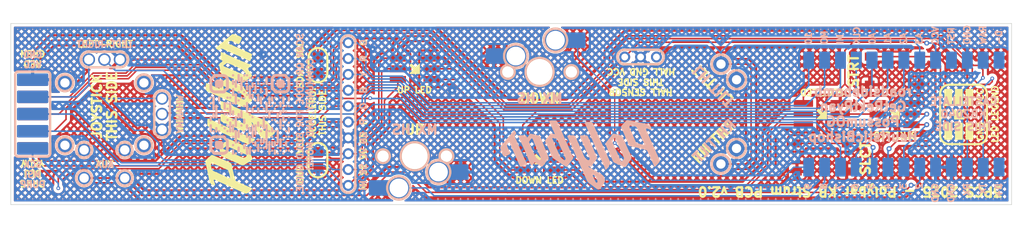
<source format=kicad_pcb>
(kicad_pcb (version 20241229) (generator "pcbnew") (generator_version "9.0")
  (layers (0 "F.Cu" signal) (2 "B.Cu" signal) (13 "F.Paste" user) (15 "B.Paste" user) (5 "F.SilkS" user "F.Silkscreen") (7 "B.SilkS" user "B.Silkscreen") (1 "F.Mask" user) (3 "B.Mask" user) (25 "Edge.Cuts" user))
  (net 0 "")
  (net 1 "Up")
  (net 2 "GND")
  (net 3 "Down")
  (net 4 "Select")
  (net 5 "Start")
  (net 6 "Green")
  (net 7 "SW")
  (net 8 "Red")
  (net 9 "VRY")
  (net 10 "Yellow")
  (net 11 "VRX")
  (net 12 "Blue")
  (net 13 "Orange")
  (net 14 "VCC")
  (net 15 "led_sck")
  (net 16 "led_mosi")
  (net 17 "Tilt{slash}AltWhammy")
  (net 18 "Net-(D1-D0)")
  (net 19 "Net-(D1-C0)")
  (net 20 "Net-(D2-D0)")
  (net 21 "Net-(D2-C0)")
  (net 22 "Net-(D3-C0)")
  (net 23 "Net-(D3-D0)")
  (net 24 "Net-(D4-C0)")
  (net 25 "Net-(D4-D0)")
  (net 26 "Purple")
  (net 27 "SDA")
  (net 28 "SCL")
  (footprint "" (layer "F.Cu") (at 206.25 100 90)
    (property "Reference" "")
    (property "Value" "")
  )
  (footprint "Controller_Inputs:LED_RGB_5050_DOTSTAR" (layer "F.Cu") (at 219.9 105.5 180)
    (property "Reference" "D5" (hide yes))
    (property "Value" "select_led")
  )
  (footprint "" (layer "F.Cu") (at 93.5 108.75)
    (property "Reference" "" (hide yes))
    (property "Value" "")
  )
  (footprint "" (layer "F.Cu") (at 143.05 109.31)
    (property "Reference" "")
    (property "Value" "")
  )
  (footprint "" (layer "F.Cu") (at 93.5 95.4125)
    (property "Reference" "" (hide yes))
    (property "Value" "")
  )
  (footprint "" (layer "F.Cu") (at 93.5 105.625)
    (property "Reference" "" (hide yes))
    (property "Value" "")
  )
  (footprint "Button_Switch_SMD:SW_SPST_PTS645" (layer "F.Cu") (at 219.9 112.45)
    (property "Reference" "REF**" (hide yes))
    (property "Value" "SW_SPST_PTS645")
  )
  (footprint "" (layer "F.Cu") (at 193.4128 96.36)
    (property "Reference" "")
    (property "Value" "")
  )
  (footprint "" (layer "F.Cu") (at 143.05 96.61)
    (property "Reference" "")
    (property "Value" "")
  )
  (footprint "Controller_Inputs:LED_RGB_5050_DOTSTAR" (layer "F.Cu") (at 174.7 112.75 180)
    (property "Reference" "D5" (hide yes))
    (property "Value" "strum_up_led")
  )
  (footprint "" (layer "F.Cu") (at 203.75 97.5 90)
    (property "Reference" "")
    (property "Value" "")
  )
  (footprint "" (layer "F.Cu") (at 143.05 104.23)
    (property "Reference" "")
    (property "Value" "")
  )
  (footprint "Controller_Inputs:LED_RGB_5050_DOTSTAR" (layer "F.Cu") (at 154.7 98.25 180)
    (property "Reference" "D5" (hide yes))
    (property "Value" "strum_down_led")
  )
  (footprint "Button_Switch_SMD:SW_SPST_PTS645" (layer "F.Cu") (at 231.55 98.55)
    (property "Reference" "REF**" (hide yes))
    (property "Value" "SW_SPST_PTS645")
  )
  (footprint "" (layer "F.Cu") (at 143.05 94.07)
    (property "Reference" "")
    (property "Value" "")
  )
  (footprint "" (layer "F.Cu") (at 143.05 101.69)
    (property "Reference" "")
    (property "Value" "")
  )
  (footprint "" (layer "F.Cu") (at 188.3328 96.36)
    (property "Reference" "")
    (property "Value" "")
  )
  (footprint "Controller_Inputs:LED_RGB_5050_DOTSTAR" (layer "F.Cu") (at 231.55 105.5 180)
    (property "Reference" "D5" (hide yes))
    (property "Value" "start_led")
  )
  (footprint "" (layer "F.Cu") (at 190.8728 96.36)
    (property "Reference" "")
    (property "Value" "")
  )
  (footprint "" (layer "F.Cu") (at 203.75 112.2374)
    (property "Reference" "" (hide yes))
    (property "Value" "" (hide yes))
  )
  (footprint "" (layer "F.Cu") (at 143.05 116.93)
    (property "Reference" "")
    (property "Value" "")
  )
  (footprint "" (layer "F.Cu") (at 93.5 111.8375)
    (property "Reference" "" (hide yes))
    (property "Value" "")
  )
  (footprint "" (layer "F.Cu") (at 143.05 111.85)
    (property "Reference" "")
    (property "Value" "")
  )
  (footprint "" (layer "F.Cu") (at 143.05 106.77)
    (property "Reference" "")
    (property "Value" "")
  )
  (footprint "" (layer "F.Cu") (at 203.737437 113.499963)
    (property "Reference" "")
    (property "Value" "")
  )
  (footprint "Controller_Inputs:RKJXV1224005" (layer "F.Cu") (at 105 105.5)
    (property "Reference" "U**" (hide yes))
    (property "Value" "RKJXV1224005" (hide yes))
  )
  (footprint "" (layer "F.Cu") (at 93.5 101.1625)
    (property "Reference" "" (hide yes))
    (property "Value" "")
  )
  (footprint "" (layer "F.Cu") (at 143.05 99.15)
    (property "Reference" "")
    (property "Value" "")
  )
  (footprint "" (layer "F.Cu") (at 142.05 114.39)
    (property "Reference" "")
    (property "Value" "")
  )
  (footprint "" (layer "B.Cu") (at 93.5 102.25 180)
    (property "Reference" "" (hide yes))
    (property "Value" "")
  )
  (footprint "Connector_PinHeader_2.54mm:PinHeader_1x08_P2.54mm_Vertical" (layer "B.Cu") (at 139.2 114.175)
    (property "Reference" "REF**" (hide yes))
    (property "Value" "PinHeader_1x08_P2.54mm_Vertical" (hide yes))
  )
  (footprint "" (layer "B.Cu") (at 93.5 104.0625 180)
    (property "Reference" "" (hide yes))
    (property "Value" "")
  )
  (footprint "Controller_Inputs:KB2040-ProMicroPins" (layer "B.Cu") (at 231.77325 105.5 180)
    (property "Reference" "U1" (hide yes))
    (property "Value" "ProMicro" (hide yes))
  )
  (footprint "" (layer "B.Cu") (at 93.5 99.1625 180)
    (property "Reference" "" (hide yes))
    (property "Value" "")
  )
  (footprint "" (layer "B.Cu") (at 93.5 111.575 180)
    (property "Reference" "" (hide yes))
    (property "Value" "")
  )
  (footprint "" (layer "B.Cu") (at 93.5 108.5 180)
    (property "Reference" "" (hide yes))
    (property "Value" "")
  )
  (footprint "marbastlib-mx:SW_MX_HS_1u" (layer "B.Cu") (at 154.695 112.25)
    (property "Reference" " ")
    (property "Value" "MX_SW_HS" (hide yes))
  )
  (footprint "marbastlib-mx:SW_MX_HS_1u" (layer "B.Cu") (at 174.7 98.75 180)
    (property "Reference" " ")
    (property "Value" "MX_SW_HS" (hide yes))
  )
  (gr_arc (start 246.35 108.8754) (mid 245.925305 109.900705) (end 244.9 110.3254) (stroke (width 0.35)) (layer "F.SilkS"))
  (gr_circle (center 203.737437 113.499963) (end 203.737437 111.999963) (stroke (width 0.35)) (fill no) (layer "F.SilkS"))
  (gr_line (start 238.85 108.8754) (end 238.85 102.25) (stroke (width 0.35)) (layer "F.SilkS"))
  (gr_line (start 220.025 105.625) (end 219.35 104.95) (stroke (width 0.5)) (layer "F.SilkS"))
  (gr_line (start 220.65 106.25) (end 219.15 106.25) (stroke (width 0.12)) (layer "F.SilkS"))
  (gr_arc (start 90.7 99.2) (mid 90.846447 98.846447) (end 91.2 98.7) (stroke (width 0.35)) (layer "F.SilkS"))
  (gr_line (start 95.8 112.3) (end 91.199998 112.3) (stroke (width 0.35)) (layer "F.SilkS"))
  (gr_arc (start 140.7 98.925) (mid 139.2 100.425) (end 137.7 98.925) (stroke (width 0.35)) (layer "F.SilkS"))
  (gr_line (start 153.95 99) (end 155.45 97.5) (stroke (width 0.12)) (layer "F.SilkS"))
  (gr_poly (pts (xy 121.483875 107.204001) (xy 121.486051 107.11459) (xy 121.486893 107.024994) (xy 121.48619 106.84549) (xy 121.484991 106.665987) (xy 121.485213 106.57639) (xy 121.486521 106.48698) (xy 121.488337 106.442719) (xy 121.491875 106.40314) (xy 121.494323 106.385077) (xy 121.497241 106.36815) (xy 121.500645 106.352347) (xy 121.504546 106.337656) (xy 121.508959 106.324065) (xy 121.513897 106.311564) (xy 121.519373 106.30014) (xy 121.525402 106.289782) (xy 121.531997 106.280479) (xy 121.539172 106.272218) (xy 121.546939 106.264987) (xy 121.555313 106.258777) (xy 121.564307 106.253573) (xy 121.573934 106.249366) (xy 121.584209 106.246143) (xy 121.595145 106.243894) (xy 121.606755 106.242605) (xy 121.619053 106.242266) (xy 121.632053 106.242865) (xy 121.645767 106.24439) (xy 121.66021 106.246829) (xy 121.675396 106.250172) (xy 121.691337 106.254406) (xy 121.708047 106.25952) (xy 121.743831 106.272341) (xy 121.782854 106.288542) (xy 124.391646 107.450063) (xy 127.587815 108.870875) (xy 127.746566 108.944049) (xy 127.905316 109.019704) (xy 128.222816 109.172501) (xy 128.281592 109.200913) (xy 128.340803 109.228642) (xy 128.460278 109.282303) (xy 128.580746 109.333979) (xy 128.701711 109.384167) (xy 128.920985 109.454282) (xy 128.95169 109.46614) (xy 128.981152 109.478942) (xy 129.008776 109.492768) (xy 129.03397 109.507695) (xy 129.045471 109.515595) (xy 129.056141 109.5238) (xy 129.065908 109.532319) (xy 129.074696 109.541161) (xy 129.082433 109.550336) (xy 129.089042 109.559854) (xy 129.094452 109.569726) (xy 129.098586 109.579959) (xy 129.100123 109.585663) (xy 129.101269 109.591365) (xy 129.102038 109.597059) (xy 129.102441 109.602743) (xy 129.102492 109.608414) (xy 129.102202 109.614067) (xy 129.101585 109.619701) (xy 129.100653 109.62531) (xy 129.099419 109.630893) (xy 129.097895 109.636444) (xy 129.096094 109.641962) (xy 129.094029 109.647443) (xy 129.091711 109.652883) (xy 129.089155 109.658279) (xy 129.086371 109.663627) (xy 129.083373 109.668925) (xy 129.076786 109.679354) (xy 129.069493 109.689539) (xy 129.061596 109.699452) (xy 129.053195 109.709067) (xy 129.044391 109.718357) (xy 129.035284 109.727293) (xy 129.025976 109.73585) (xy 129.016566 109.744001) (xy 128.969861 109.78172) (xy 128.922102 109.818544) (xy 128.823916 109.889893) (xy 128.723002 109.958824) (xy 128.620352 110.026112) (xy 128.413812 110.158859) (xy 128.311905 110.225867) (xy 128.212232 110.294334) (xy 128.198618 110.302887) (xy 128.183691 110.310668) (xy 128.167625 110.317652) (xy 128.150593 110.32381) (xy 128.13277 110.329115) (xy 128.114332 110.33354) (xy 128.095451 110.337059) (xy 128.076303 110.339643) (xy 128.057062 110.341267) (xy 128.037902 110.341902) (xy 128.018998 110.341521) (xy 128.000524 110.340098) (xy 127.982655 110.337606) (xy 127.965565 110.334016) (xy 127.949428 110.329302) (xy 127.934419 110.323438) (xy 126.408434 109.649081) (xy 124.886418 108.968771) (xy 123.295941 108.248774) (xy 122.500331 107.889395) (xy 121.703481 107.534729) (xy 121.675231 107.521539) (xy 121.649008 107.507713) (xy 121.624793 107.493174) (xy 121.602567 107.477844) (xy 121.582309 107.461646) (xy 121.564 107.444502) (xy 121.555571 107.435551) (xy 121.547622 107.426335) (xy 121.540151 107.416844) (xy 121.533155 107.407068) (xy 121.526631 107.396997) (xy 121.520578 107.386622) (xy 121.514994 107.375933) (xy 121.509874 107.36492) (xy 121.505218 107.353575) (xy 121.501023 107.341886) (xy 121.497286 107.329844) (xy 121.494004 107.31744) (xy 121.4888 107.291507) (xy 121.48539 107.264007) (xy 121.483755 107.234864)) (stroke (width -0.000001)) (fill yes) (layer "F.SilkS"))
  (gr_poly (pts (xy 155.45 97.5) (xy 155.45 99) (xy 153.95 99)) (stroke (width 0.12)) (fill yes) (layer "F.SilkS"))
  (gr_poly (pts (xy 123.365022 110.867389) (xy 123.366135 110.853498) (xy 123.367818 110.839737) (xy 123.370097 110.826101) (xy 123.373001 110.812586) (xy 123.376556 110.799187) (xy 123.380789 110.785899) (xy 123.385727 110.77272) (xy 123.391398 110.759643) (xy 123.397828 110.746666) (xy 123.405045 110.733783) (xy 123.413077 110.720989) (xy 123.421949 110.708282) (xy 123.431689 110.695656) (xy 123.442325 110.683107) (xy 123.453883 110.670631) (xy 123.46639 110.658223) (xy 123.479875 110.645879) (xy 123.494363 110.633595) (xy 123.509882 110.621366) (xy 123.526459 110.609187) (xy 123.684826 110.492259) (xy 123.840899 110.372261) (xy 124.148891 110.126654) (xy 124.45589 109.879558) (xy 124.610723 109.757699) (xy 124.767354 109.638167) (xy 124.784152 109.626523) (xy 124.802644 109.61546) (xy 124.822601 109.605064) (xy 124.843794 109.59542) (xy 124.865995 109.586613) (xy 124.888975 109.578729) (xy 124.912505 109.571852) (xy 124.936357 109.566068) (xy 124.960302 109.561463) (xy 124.984112 109.558121) (xy 125.007557 109.556128) (xy 125.030409 109.555568) (xy 125.05244 109.556528) (xy 125.07342 109.559093) (xy 125.093122 109.563348) (xy 125.102422 109.566135) (xy 125.111316 109.569377) (xy 125.752228 109.851613) (xy 126.390907 110.138561) (xy 127.030083 110.424022) (xy 127.672483 110.701793) (xy 127.699666 110.714014) (xy 127.725679 110.726855) (xy 127.750563 110.740298) (xy 127.774357 110.754327) (xy 127.7971 110.768926) (xy 127.818833 110.784078) (xy 127.839595 110.799768) (xy 127.859426 110.815977) (xy 127.896454 110.849891) (xy 127.930233 110.885688) (xy 127.961083 110.923238) (xy 127.98932 110.962407) (xy 128.015263 111.003065) (xy 128.039229 111.045079) (xy 128.061537 111.088318) (xy 128.082503 111.13265) (xy 128.121684 111.224066) (xy 128.159314 111.318272) (xy 128.415961 111.950626) (xy 128.437495 112.000881) (xy 128.460237 112.050547) (xy 128.48391 112.099779) (xy 128.508235 112.148732) (xy 128.55772 112.246421) (xy 128.582324 112.295467) (xy 128.606462 112.344854) (xy 128.623665 112.381963) (xy 128.640899 112.42146) (xy 128.657202 112.462754) (xy 128.664705 112.483892) (xy 128.671615 112.505258) (xy 128.677811 112.526779) (xy 128.683174 112.548382) (xy 128.687584 112.569993) (xy 128.69092 112.591537) (xy 128.693063 112.612942) (xy 128.693892 112.634134) (xy 128.693286 112.655039) (xy 128.691127 112.675584) (xy 128.688421 112.691717) (xy 128.684793 112.707384) (xy 128.680285 112.7226) (xy 128.674937 112.737379) (xy 128.668788 112.751735) (xy 128.661878 112.765683) (xy 128.65425 112.779238) (xy 128.645941 112.792414) (xy 128.636993 112.805226) (xy 128.627445 112.817688) (xy 128.606713 112.84162) (xy 128.584067 112.864328) (xy 128.559827 112.885928) (xy 128.534317 112.906535) (xy 128.507857 112.926266) (xy 128.480769 112.945238) (xy 128.453374 112.963566) (xy 128.347169 113.032771) (xy 128.205823 113.127525) (xy 128.063733 113.221287) (xy 127.921148 113.314057) (xy 127.778314 113.405834) (xy 127.705414 113.454389) (xy 127.629692 113.506541) (xy 127.551305 113.55894) (xy 127.511159 113.584187) (xy 127.470405 113.60824) (xy 127.429062 113.63068) (xy 127.38715 113.65109) (xy 127.344687 113.66905) (xy 127.301692 113.684142) (xy 127.285984 113.688405) (xy 127.285984 112.499382) (xy 127.308761 112.498035) (xy 127.331495 112.495336) (xy 127.354136 112.491365) (xy 127.376634 112.486205) (xy 127.398939 112.479936) (xy 127.420999 112.47264) (xy 127.442764 112.464398) (xy 127.464185 112.455292) (xy 127.48521 112.445403) (xy 127.50579 112.434813) (xy 127.542667 112.413785) (xy 127.56295 112.401704) (xy 127.584008 112.388634) (xy 127.6055 112.374619) (xy 127.627085 112.359701) (xy 127.648423 112.343922) (xy 127.66917 112.327326) (xy 127.688988 112.309954) (xy 127.707535 112.29185) (xy 127.716225 112.282536) (xy 127.724469 112.273056) (xy 127.732225 112.263413) (xy 127.73945 112.253614) (xy 127.746101 112.243664) (xy 127.752136 112.233568) (xy 127.757513 112.223332) (xy 127.762187 112.21296) (xy 127.766118 112.202459) (xy 127.769262 112.191833) (xy 127.771576 112.181088) (xy 127.773019 112.170229) (xy 127.773813 112.155623) (xy 127.773261 112.14156) (xy 127.77143 112.128024) (xy 127.768384 112.115002) (xy 127.764189 112.102478) (xy 127.75891 112.090437) (xy 127.752613 112.078864) (xy 127.745363 112.067744) (xy 127.737225 112.057062) (xy 127.728265 112.046803) (xy 127.718549 112.036952) (xy 127.708141 112.027494) (xy 127.685512 112.009696) (xy 127.660903 111.993289) (xy 127.634837 111.978154) (xy 127.607837 111.964169) (xy 127.580426 111.951216) (xy 127.553127 111.939173) (xy 127.45552 111.897708) (xy 126.807002 111.605674) (xy 126.156747 111.317609) (xy 125.506988 111.028552) (xy 124.859958 110.733542) (xy 124.820349 110.716083) (xy 124.781828 110.700536) (xy 124.744308 110.687074) (xy 124.707699 110.675871) (xy 124.671911 110.667102) (xy 124.636856 110.660942) (xy 124.619575 110.658894) (xy 124.602444 110.657564) (xy 124.585451 110.656973) (xy 124.568586 110.657143) (xy 124.551837 110.658097) (xy 124.535193 110.659855) (xy 124.518643 110.662439) (xy 124.502176 110.665872) (xy 124.485781 110.670174) (xy 124.469446 110.675369) (xy 124.453161 110.681478) (xy 124.436914 110.688521) (xy 124.420694 110.696523) (xy 124.40449 110.705503) (xy 124.388291 110.715484) (xy 124.372085 110.726488) (xy 124.355862 110.738537) (xy 124.339611 110.751651) (xy 124.32332 110.765854) (xy 124.306977 110.781167) (xy 124.287888 110.798789) (xy 124.268365 110.815976) (xy 124.24847 110.832792) (xy 124.228264 110.849297) (xy 124.207811 110.865554) (xy 124.187171 110.881626) (xy 124.145581 110.913458) (xy 124.11561 110.936428) (xy 124.099724 110.948659) (xy 124.083901 110.96129) (xy 124.068636 110.974246) (xy 124.054425 110.987453) (xy 124.04787 110.994129) (xy 124.041764 111.00084) (xy 124.03617 111.007576) (xy 124.03115 111.01433) (xy 124.026765 111.021092) (xy 124.023078 111.027852) (xy 124.020151 111.034602) (xy 124.018045 111.041331) (xy 124.016823 111.048032) (xy 124.016546 111.054694) (xy 124.017277 111.061309) (xy 124.019078 111.067867) (xy 124.022011 111.07436) (xy 124.026137 111.080777) (xy 124.031519 111.08711) (xy 124.038219 111.093349) (xy 124.046299 111.099486) (xy 124.05582 111.105511) (xy 124.066845 111.111414) (xy 124.079436 111.117188) (xy 124.605296 111.336792) (xy 124.866738 111.449074) (xy 125.127187 111.564333) (xy 126.137234 112.023385) (xy 126.643001 112.251175) (xy 127.151248 112.4745) (xy 127.173223 112.482978) (xy 127.195457 112.489615) (xy 127.217901 112.494493) (xy 127.240504 112.497692) (xy 127.263215 112.499295) (xy 127.285984 112.499382) (xy 127.285984 113.688405) (xy 127.258187 113.695948) (xy 127.236248 113.700487) (xy 127.214189 113.704048) (xy 127.192011 113.706578) (xy 127.169718 113.708024) (xy 127.147311 113.708335) (xy 127.124793 113.707459) (xy 127.097164 113.704897) (xy 127.06983 113.701232) (xy 127.042775 113.696535) (xy 127.015983 113.690881) (xy 126.98944 113.684343) (xy 126.963129 113.676995) (xy 126.937035 113.668911) (xy 126.911142 113.660164) (xy 126.885436 113.650828) (xy 126.8599 113.640977) (xy 126.809278 113.620022) (xy 126.759152 113.597889) (xy 126.709397 113.575167) (xy 126.003497 113.247497) (xy 125.294868 112.926276) (xy 124.583759 112.610016) (xy 123.870418 112.297229) (xy 123.841811 112.283897) (xy 123.815444 112.269696) (xy 123.791202 112.254627) (xy 123.768967 112.23869) (xy 123.748623 112.221885) (xy 123.730054 112.204212) (xy 123.713144 112.18567) (xy 123.697777 112.166261) (xy 123.683836 112.145983) (xy 123.671205 112.124837) (xy 123.659768 112.102823) (xy 123.649408 112.07994) (xy 123.640009 112.05619) (xy 123.631456 112.031571) (xy 123.623631 112.006084) (xy 123.616418 111.979729) (xy 123.49934 111.513732) (xy 123.386231 111.04575) (xy 123.379259 111.014366) (xy 123.373373 110.983692) (xy 123.36879 110.953691) (xy 123.365725 110.924331) (xy 123.364397 110.895575)) (stroke (width -0.000001)) (fill yes) (layer "F.SilkS"))
  (gr_arc (start 240.3 110.3254) (mid 239.274695 109.900705) (end 238.85 108.8754) (stroke (width 0.35)) (layer "F.SilkS"))
  (gr_arc (start 188.3364 97.5176) (mid 187.168 96.3492) (end 188.3364 95.1808) (stroke (width 0.35)) (layer "F.SilkS"))
  (gr_line (start 244.9 110.3254) (end 240.3 110.3254) (stroke (width 0.35)) (layer "F.SilkS"))
  (gr_circle (center 206.25 100) (end 204.75 100) (stroke (width 0.35)) (fill no) (layer "F.SilkS"))
  (gr_line (start 219.15 106.25) (end 220.65 104.75) (stroke (width 0.12)) (layer "F.SilkS"))
  (gr_line (start 241.15 106.3) (end 242.65 106.3) (stroke (width 0.12)) (layer "F.SilkS"))
  (gr_circle (center 203.75 97.5) (end 202.25 97.5) (stroke (width 0.35)) (fill no) (layer "F.SilkS"))
  (gr_line (start 232.3 104.75) (end 232.3 106.25) (stroke (width 0.12)) (layer "F.SilkS"))
  (gr_line (start 175.45 113.5) (end 173.95 113.5) (stroke (width 0.12)) (layer "F.SilkS"))
  (gr_arc (start 142.9 94.06) (mid 144.05 92.91) (end 145.2 94.06) (stroke (width 0.35)) (layer "F.SilkS"))
  (gr_line (start 96.3 111.8) (end 96.3 99.2) (stroke (width 0.35)) (layer "F.SilkS"))
  (gr_circle (center 206.237437 110.999963) (end 206.237437 109.499963) (stroke (width 0.35)) (fill no) (layer "F.SilkS"))
  (gr_arc (start 137.7 111.625) (mid 139.2 110.125) (end 140.7 111.625) (stroke (width 0.35)) (layer "F.SilkS"))
  (gr_poly (pts (xy 220.65 104.75) (xy 220.65 106.25) (xy 219.15 106.25)) (stroke (width 0.12)) (fill yes) (layer "F.SilkS"))
  (gr_poly (pts (xy 121.232859 101.005634) (xy 121.236542 100.937128) (xy 121.242535 100.868048) (xy 121.251125 100.798356) (xy 121.262599 100.728013) (xy 121.277242 100.656979) (xy 121.295343 100.585218) (xy 121.317188 100.512689) (xy 123.4365 101.44402) (xy 123.403882 101.322686) (xy 123.373993 101.213504) (xy 123.360303 101.161999) (xy 123.347576 101.111764) (xy 123.335902 101.062211) (xy 123.325376 101.012752) (xy 123.319743 100.983523) (xy 123.31504 100.95355) (xy 123.313173 100.938362) (xy 123.311702 100.923081) (xy 123.31068 100.907739) (xy 123.310162 100.892365) (xy 123.310202 100.876991) (xy 123.310855 100.861648) (xy 123.312174 100.846368) (xy 123.314214 100.83118) (xy 123.317029 100.816116) (xy 123.320673 100.801208) (xy 123.325202 100.786485) (xy 123.330668 100.771979) (xy 123.33324 100.765592) (xy 123.33599 100.759329) (xy 123.338911 100.753189) (xy 123.341995 100.747174) (xy 123.345234 100.741283) (xy 123.34862 100.735516) (xy 123.352146 100.729872) (xy 123.355803 100.724353) (xy 123.359585 100.718958) (xy 123.363482 100.713687) (xy 123.367489 100.708541) (xy 123.371596 100.703518) (xy 123.375796 100.698619) (xy 123.380081 100.693844) (xy 123.384444 100.689193) (xy 123.388876 100.684667) (xy 123.401898 100.672889) (xy 123.415169 100.661391) (xy 123.428687 100.650203) (xy 123.442453 100.639356) (xy 123.456468 100.628881) (xy 123.47073 100.618809) (xy 123.485241 100.609172) (xy 123.5 100.6) (xy 124.277875 99.999396) (xy 124.298975 99.981935) (xy 124.30974 99.973532) (xy 124.320663 99.965373) (xy 124.331758 99.957477) (xy 124.343034 99.949865) (xy 124.354504 99.942554) (xy 124.36618 99.935566) (xy 124.378073 99.928918) (xy 124.390194 99.922631) (xy 124.402556 99.916724) (xy 124.415169 99.911216) (xy 124.428046 99.906126) (xy 124.441199 99.901475) (xy 124.454638 99.897281) (xy 124.468375 99.893563) (xy 124.477816 99.89132) (xy 124.487283 99.88954) (xy 124.496773 99.888206) (xy 124.50628 99.8873) (xy 124.515801 99.886805) (xy 124.525331 99.886703) (xy 124.544402 99.88761) (xy 124.563457 99.889881) (xy 124.582461 99.893377) (xy 124.601381 99.897958) (xy 124.62018 99.903485) (xy 124.638824 99.909818) (xy 124.657278 99.916818) (xy 124.675507 99.924344) (xy 124.693476 99.932259) (xy 124.728497 99.948692) (xy 124.762059 99.965001) (xy 124.923455 100.044044) (xy 125.003905 100.082946) (xy 125.084851 100.121104) (xy 125.253564 100.19957) (xy 125.422526 100.276548) (xy 125.762185 100.428022) (xy 126.432242 100.719394) (xy 126.766774 100.865204) (xy 127.098331 101.012752) (xy 127.116033 101.021761) (xy 127.133414 101.031867) (xy 127.150462 101.042989) (xy 127.167164 101.055045) (xy 127.18351 101.067953) (xy 127.199488 101.081632) (xy 127.215086 101.096002) (xy 127.230292 101.110979) (xy 127.245096 101.126484) (xy 127.259484 101.142435) (xy 127.273447 101.15875) (xy 127.286971 101.175347) (xy 127.300046 101.192147) (xy 127.31266 101.209066) (xy 127.324801 101.226024) (xy 127.336457 101.24294) (xy 127.648294 101.710549) (xy 127.957898 102.179894) (xy 128.577354 103.118835) (xy 128.585972 103.131896) (xy 128.593967 103.144791) (xy 128.601332 103.157522) (xy 128.608065 103.170093) (xy 128.614159 103.182506) (xy 128.619612 103.194766) (xy 128.624419 103.206876) (xy 128.628575 103.218839) (xy 128.632076 103.230659) (xy 128.634917 103.242338) (xy 128.637095 103.253881) (xy 128.638605 103.265291) (xy 128.639442 103.276571) (xy 128.639603 103.287725) (xy 128.639082 103.298755) (xy 128.637876 103.309666) (xy 128.63598 103.32046) (xy 128.63339 103.331142) (xy 128.630101 103.341714) (xy 128.626109 103.35218) (xy 128.62141 103.362543) (xy 128.616 103.372807) (xy 128.609873 103.382975) (xy 128.603026 103.393051) (xy 128.595454 103.403037) (xy 128.587153 103.412938) (xy 128.578118 103.422756) (xy 128.568346 103.432495) (xy 128.557831 103.442159) (xy 128.54657 103.451751) (xy 128.534558 103.461273) (xy 128.521791 103.470731) (xy 128.290983 103.639196) (xy 128.062408 103.810389) (xy 127.608979 104.156001) (xy 127.498268 104.241247) (xy 127.467547 104.263469) (xy 127.435873 104.285017) (xy 127.403378 104.305371) (xy 127.370192 104.324012) (xy 127.368505 104.324832) (xy 127.368505 103.153775) (xy 127.381937 103.153072) (xy 127.395175 103.151574) (xy 127.408226 103.149261) (xy 127.421099 103.14611) (xy 127.433801 103.142101) (xy 127.446342 103.137212) (xy 127.458729 103.131422) (xy 127.470971 103.124709) (xy 127.483076 103.117053) (xy 127.495052 103.108432) (xy 127.506907 103.098824) (xy 127.51865 103.088209) (xy 127.530289 103.076565) (xy 127.541832 103.06387) (xy 127.553287 103.050103) (xy 127.564663 103.035244) (xy 127.575967 103.019271) (xy 127.587209 103.002161) (xy 127.598395 102.983895) (xy 127.599647 102.979226) (xy 127.599011 102.972738) (xy 127.596603 102.964553) (xy 127.592535 102.954791) (xy 127.579873 102.931015) (xy 127.561932 102.90237) (xy 127.539619 102.869819) (xy 127.513842 102.834323) (xy 127.45552 102.758338) (xy 127.394221 102.682104) (xy 127.337201 102.613313) (xy 127.26502 102.528812) (xy 127.239438 102.500384) (xy 127.213286 102.472666) (xy 127.186553 102.445684) (xy 127.159228 102.419466) (xy 127.131297 102.394038) (xy 127.10275 102.369428) (xy 127.073576 102.345662) (xy 127.043762 102.322769) (xy 127.013296 102.300775) (xy 126.982168 102.279707) (xy 126.950366 102.259593) (xy 126.917878 102.240459) (xy 126.884692 102.222333) (xy 126.850796 102.205241) (xy 126.81618 102.189212) (xy 126.780831 102.174272) (xy 126.571294 102.087223) (xy 126.363121 101.99729) (xy 125.94938 101.812123) (xy 125.53663 101.625467) (xy 125.329697 101.533674) (xy 125.121896 101.44402) (xy 125.076772 101.425402) (xy 125.03078 101.407186) (xy 124.936687 101.371591) (xy 124.743541 101.301147) (xy 124.593597 101.245047) (xy 124.519695 101.215989) (xy 124.446878 101.185722) (xy 124.375425 101.153843) (xy 124.305616 101.119948) (xy 124.271414 101.102119) (xy 124.237729 101.083634) (xy 124.204594 101.064445) (xy 124.172044 101.044499) (xy 124.163755 101.038272) (xy 124.154845 101.03189) (xy 124.150197 101.028824) (xy 124.14544 101.025941) (xy 124.14059 101.023314) (xy 124.135663 101.021017) (xy 124.130673 101.019122) (xy 124.12816 101.018349) (xy 124.125637 101.017704) (xy 124.123107 101.017197) (xy 124.12057 101.016837) (xy 124.11803 101.016632) (xy 124.115488 101.016593) (xy 124.112946 101.016728) (xy 124.110405 101.017047) (xy 124.107869 101.017559) (xy 124.105339 101.018273) (xy 124.102816 101.019198) (xy 124.100303 101.020343) (xy 124.097801 101.021718) (xy 124.095313 101.023332) (xy 124.09339 101.024851) (xy 124.091583 101.026427) (xy 124.089884 101.028059) (xy 124.088286 101.02974) (xy 124.086781 101.031468) (xy 124.085361 101.033239) (xy 124.084019 101.035048) (xy 124.082746 101.036893) (xy 124.081536 101.038768) (xy 124.080379 101.040671) (xy 124.07927 101.042596) (xy 124.078199 101.044541) (xy 124.076142 101.048474) (xy 124.074147 101.052438) (xy 124.070408 101.061157) (xy 124.067116 101.06995) (xy 124.064253 101.07881) (xy 124.061802 101.087733) (xy 124.058061 101.105748) (xy 124.05575 101.123958) (xy 124.054726 101.142322) (xy 124.054846 101.160803) (xy 124.055965 101.179361) (xy 124.057941 101.197958) (xy 124.06063 101.216555) (xy 124.063889 101.235113) (xy 124.071542 101.271958) (xy 124.087375 101.343478) (xy 124.094693 101.383155) (xy 124.102754 101.422771) (xy 124.11156 101.462262) (xy 124.12111 101.501567) (xy 124.131404 101.540624) (xy 124.142442 101.579371) (xy 124.154224 101.617746) (xy 124.166751 101.655686) (xy 124.169392 101.662586) (xy 124.172344 101.669397) (xy 124.175592 101.676123) (xy 124.179122 101.68277) (xy 124.186971 101.695841) (xy 124.195773 101.708644) (xy 124.205411 101.721215) (xy 124.215771 101.733589) (xy 124.226736 101.745799) (xy 124.238188 101.757882) (xy 124.262094 101.781803) (xy 124.286557 101.805631) (xy 124.310649 101.829644) (xy 124.322264 101.841808) (xy 124.333438 101.854123) (xy 125.381188 102.293334) (xy 127.172416 103.100312) (xy 127.205541 103.115167) (xy 127.237492 103.127866) (xy 127.268334 103.13824) (xy 127.28336 103.142502) (xy 127.298134 103.146119) (xy 127.312664 103.149068) (xy 127.326957 103.15133) (xy 127.341023 103.152883) (xy 127.35487 103.153705) (xy 127.368505 103.153775) (xy 127.368505 104.324832) (xy 127.336449 104.34042) (xy 127.302279 104.354077) (xy 127.285076 104.359711) (xy 127.267815 104.364463) (xy 127.250513 104.368266) (xy 127.233188 104.371058) (xy 127.215854 104.372772) (xy 127.19853 104.373343) (xy 127.18123 104.372707) (xy 127.163972 104.370799) (xy 127.146773 104.367554) (xy 127.129647 104.362907) (xy 127.112613 104.356793) (xy 127.095687 104.349147) (xy 127.02028 104.311939) (xy 126.944874 104.275724) (xy 126.869468 104.240502) (xy 126.794063 104.206271) (xy 123.891584 102.936273) (xy 122.674831 102.403467) (xy 122.066579 102.135948) (xy 121.460063 101.864709) (xy 121.442572 101.856244) (xy 121.424938 101.845857) (xy 121.407328 101.833734) (xy 121.389907 101.82006) (xy 121.372843 101.805023) (xy 121.356302 101.788807) (xy 121.340451 101.771599) (xy 121.325456 101.753584) (xy 121.311485 101.73495) (xy 121.298703 101.715881) (xy 121.287278 101.696565) (xy 121.277376 101.677186) (xy 121.269164 101.657932) (xy 121.262809 101.638987) (xy 121.260379 101.62969) (xy 121.258476 101.620539) (xy 121.257121 101.611559) (xy 121.256333 101.602773) (xy 121.239053 101.340917) (xy 121.2328 101.208098) (xy 121.231198 101.073605)) (stroke (width -0.000001)) (fill yes) (layer "F.SilkS"))
  (gr_line (start 155.45 99) (end 153.95 99) (stroke (width 0.12)) (layer "F.SilkS"))
  (gr_poly (pts (xy 121.180008 113.096596) (xy 121.182369 113.06634) (xy 121.186706 113.036455) (xy 121.193164 113.006974) (xy 121.197233 112.992394) (xy 121.201885 112.977927) (xy 121.207139 112.963575) (xy 121.213013 112.949344) (xy 121.219524 112.935237) (xy 121.226691 112.921258) (xy 121.234531 112.907411) (xy 121.243063 112.893699) (xy 121.252304 112.880127) (xy 121.262272 112.866698) (xy 121.272985 112.853417) (xy 121.284461 112.840286) (xy 121.296718 112.827311) (xy 121.309774 112.814495) (xy 121.323647 112.801841) (xy 121.338354 112.789354) (xy 121.434328 112.707617) (xy 121.528193 112.623617) (xy 121.62057 112.538067) (xy 121.712079 112.45168) (xy 121.894972 112.279246) (xy 121.987597 112.194626) (xy 122.081834 112.112021) (xy 122.093087 112.103407) (xy 122.105879 112.095448) (xy 122.120012 112.088179) (xy 122.135288 112.081635) (xy 122.15151 112.075851) (xy 122.16848 112.070861) (xy 122.186 112.0667) (xy 122.203873 112.063404) (xy 122.221901 112.061007) (xy 122.239886 112.059544) (xy 122.257631 112.059049) (xy 122.274938 112.059559) (xy 122.29161 112.061107) (xy 122.307448 112.063729) (xy 122.322255 112.06746) (xy 122.335834 112.072333) (xy 122.709557 112.227776) (xy 123.081297 112.387188) (xy 123.822791 112.709979) (xy 124.42075 112.968279) (xy 125.018708 113.228562) (xy 125.05694 113.246295) (xy 125.093257 113.264875) (xy 125.127667 113.284472) (xy 125.160178 113.30525) (xy 125.190797 113.327378) (xy 125.219533 113.35102) (xy 125.246393 113.376345) (xy 125.271386 113.403518) (xy 125.294517 113.432707) (xy 125.315796 113.464078) (xy 125.335231 113.497798) (xy 125.352828 113.534033) (xy 125.368595 113.572949) (xy 125.382541 113.614715) (xy 125.394674 113.659496) (xy 125.405 113.707459) (xy 125.461818 113.993731) (xy 125.522698 114.279165) (xy 125.654039 114.848144) (xy 125.793813 115.415634) (xy 125.936813 115.982875) (xy 125.941918 116.00198) (xy 125.948259 116.021488) (xy 125.955771 116.041244) (xy 125.964388 116.061093) (xy 125.974043 116.08088) (xy 125.984671 116.10045) (xy 125.996206 116.119648) (xy 126.008582 116.138318) (xy 126.021733 116.156307) (xy 126.035593 116.173458) (xy 126.050097 116.189617) (xy 126.065178 116.204629) (xy 126.08077 116.218339) (xy 126.088738 116.224657) (xy 126.096808 116.230592) (xy 126.104974 116.236123) (xy 126.113226 116.241232) (xy 126.121557 116.245899) (xy 126.129958 116.250105) (xy 126.611913 116.473223) (xy 127.096349 116.691628) (xy 128.066709 117.12323) (xy 128.307811 117.236339) (xy 128.428734 117.29215) (xy 128.489614 117.319218) (xy 128.550897 117.34548) (xy 128.563123 117.350976) (xy 128.574508 117.356549) (xy 128.585064 117.362202) (xy 128.594802 117.367933) (xy 128.603733 117.373744) (xy 128.611871 117.379635) (xy 128.619225 117.385606) (xy 128.625808 117.391658) (xy 128.631631 117.397791) (xy 128.636706 117.404006) (xy 128.641045 117.410304) (xy 128.64466 117.416685) (xy 128.647561 117.423148) (xy 128.64976 117.429696) (xy 128.65127 117.436328) (xy 128.652101 117.443045) (xy 128.652266 117.449847) (xy 128.651776 117.456735) (xy 128.650642 117.463708) (xy 128.648877 117.470769) (xy 128.646491 117.477917) (xy 128.643497 117.485153) (xy 128.639906 117.492476) (xy 128.63573 117.499889) (xy 128.63098 117.50739) (xy 128.625669 117.514982) (xy 128.619807 117.522663) (xy 128.613406 117.530435) (xy 128.606478 117.538298) (xy 128.599035 117.546252) (xy 128.582648 117.562438) (xy 128.244312 117.883576) (xy 128.15872 117.962543) (xy 128.071795 118.039804) (xy 127.983072 118.114771) (xy 127.937891 118.15121) (xy 127.892085 118.186855) (xy 127.88413 118.19239) (xy 127.875662 118.197586) (xy 127.857312 118.206972) (xy 127.837281 118.215033) (xy 127.815811 118.221788) (xy 127.793148 118.227256) (xy 127.769535 118.231456) (xy 127.745216 118.234409) (xy 127.720437 118.236133) (xy 127.69544 118.236648) (xy 127.670471 118.235973) (xy 127.645772 118.234127) (xy 127.62159 118.231131) (xy 127.598167 118.227003) (xy 127.575748 118.221762) (xy 127.554577 118.215428) (xy 127.534898 118.208021) (xy 126.097548 117.573021) (xy 125.054373 117.105109) (xy 125.054373 115.78735) (xy 125.062426 115.787182) (xy 125.069913 115.786089) (xy 125.076852 115.784123) (xy 125.083259 115.781337) (xy 125.089153 115.777782) (xy 125.094551 115.77351) (xy 125.099471 115.768572) (xy 125.103929 115.763022) (xy 125.107943 115.75691) (xy 125.111531 115.750288) (xy 125.11471 115.743208) (xy 125.117498 115.735723) (xy 125.119912 115.727883) (xy 125.123687 115.711349) (xy 125.126175 115.69402) (xy 125.127516 115.676311) (xy 125.127849 115.658637) (xy 125.127314 115.641412) (xy 125.126051 115.625052) (xy 125.124198 115.609971) (xy 125.121896 115.596584) (xy 125.104186 115.509395) (xy 125.084896 115.422455) (xy 125.064179 115.335762) (xy 125.04219 115.249318) (xy 125.019086 115.163122) (xy 124.99502 115.077174) (xy 124.944625 114.906021) (xy 124.934967 114.873055) (xy 124.925654 114.838868) (xy 124.906963 114.768149) (xy 124.897034 114.732275) (xy 124.886349 114.696499) (xy 124.874633 114.661149) (xy 124.861611 114.626555) (xy 124.847008 114.593046) (xy 124.830549 114.560952) (xy 124.821537 114.545538) (xy 124.811957 114.530602) (xy 124.801776 114.516184) (xy 124.790959 114.502325) (xy 124.779472 114.489067) (xy 124.767279 114.476451) (xy 124.754348 114.464518) (xy 124.740642 114.45331) (xy 124.726129 114.442867) (xy 124.710773 114.43323) (xy 124.69454 114.424442) (xy 124.677396 114.416542) (xy 124.368247 114.282307) (xy 124.059594 114.146336) (xy 123.441792 113.874147) (xy 122.889474 113.633706) (xy 122.612075 113.516587) (xy 122.333188 113.403188) (xy 122.320196 113.39869) (xy 122.306146 113.395111) (xy 122.29122 113.392439) (xy 122.2756 113.390661) (xy 122.259468 113.389768) (xy 122.243008 113.389747) (xy 122.226399 113.390586) (xy 122.209826 113.392274) (xy 122.19347 113.394799) (xy 122.177513 113.398149) (xy 122.162137 113.402314) (xy 122.147524 113.407281) (xy 122.133858 113.413038) (xy 122.121319 113.419575) (xy 122.115529 113.423132) (xy 122.11009 113.426879) (xy 122.105024 113.430815) (xy 122.100353 113.434939) (xy 122.09626 113.439346) (xy 122.092409 113.444123) (xy 122.088795 113.44925) (xy 122.085414 113.45471) (xy 122.079326 113.466553) (xy 122.074102 113.479504) (xy 122.069699 113.493417) (xy 122.066076 113.508143) (xy 122.063189 113.523536) (xy 122.060996 113.539449) (xy 122.059454 113.555733) (xy 122.058521 113.572243) (xy 122.058154 113.588829) (xy 122.058309 113.605346) (xy 122.058945 113.621647) (xy 122.06002 113.637582) (xy 122.061489 113.653007) (xy 122.063312 113.667772) (xy 122.085719 113.823214) (xy 122.098007 113.90106) (xy 122.111598 113.978657) (xy 122.126925 114.055758) (xy 122.144423 114.132115) (xy 122.164525 114.20748) (xy 122.175689 114.244713) (xy 122.187666 114.281605) (xy 122.195598 114.30316) (xy 122.204492 114.325065) (xy 122.214315 114.347171) (xy 122.225038 114.369331) (xy 122.236629 114.391398) (xy 122.249057 114.413225) (xy 122.262292 114.434664) (xy 122.276301 114.455569) (xy 122.291055 114.475791) (xy 122.306521 114.495184) (xy 122.32267 114.5136) (xy 122.33947 114.530892) (xy 122.35689 114.546913) (xy 122.3749 114.561515) (xy 122.384116 114.568239) (xy 122.393467 114.574552) (xy 122.40295 114.580437) (xy 122.412562 114.585876) (xy 122.504892 114.63473) (xy 122.599052 114.680547) (xy 122.694638 114.724007) (xy 122.791247 114.765792) (xy 122.985922 114.847069) (xy 123.083182 114.887924) (xy 123.179854 114.929834) (xy 123.658419 115.144477) (xy 124.134999 115.361105) (xy 124.245153 115.414342) (xy 124.35543 115.469997) (xy 124.576853 115.583355) (xy 124.688247 115.638452) (xy 124.80026 115.690759) (xy 124.913018 115.738973) (xy 124.969715 115.761138) (xy 125.026645 115.781792) (xy 125.0365 115.784707) (xy 125.045737 115.786543) (xy 125.054373 115.78735) (xy 125.054373 117.105109) (xy 124.664168 116.930084) (xy 123.624355 116.464417) (xy 123.097835 116.228938) (xy 123.043709 116.204231) (xy 122.990265 116.178129) (xy 122.884183 116.124097) (xy 122.830926 116.097344) (xy 122.77711 116.071552) (xy 122.722426 116.047311) (xy 122.694661 116.035955) (xy 122.666563 116.025209) (xy 122.663061 116.023753) (xy 122.659504 116.022366) (xy 122.655901 116.021058) (xy 122.652259 116.019834) (xy 122.648586 116.018704) (xy 122.64489 116.017674) (xy 122.641179 116.016753) (xy 122.637459 116.015948) (xy 122.63374 116.015267) (xy 122.630028 116.014718) (xy 122.626332 116.014309) (xy 122.622659 116.014046) (xy 122.619017 116.013939) (xy 122.615414 116.013995) (xy 122.611857 116.014221) (xy 122.608355 116.014625) (xy 122.581858 116.021185) (xy 122.560212 116.031291) (xy 122.543124 116.044722) (xy 122.530298 116.061258) (xy 122.521438 116.080677) (xy 122.51625 116.102759) (xy 122.514439 116.127283) (xy 122.515709 116.154028) (xy 122.519767 116.182772) (xy 122.526315 116.213295) (xy 122.545708 116.278795) (xy 122.571526 116.34876) (xy 122.60141 116.421422) (xy 122.663933 116.56777) (xy 122.691852 116.637921) (xy 122.714395 116.703699) (xy 122.722913 116.734397) (xy 122.729202 116.763339) (xy 122.732967 116.790305) (xy 122.733913 116.815073) (xy 122.731745 116.837422) (xy 122.726167 116.857132) (xy 122.716886 116.873982) (xy 122.703605 116.88775) (xy 122.699079 116.89104) (xy 122.694437 116.893977) (xy 122.689687 116.896581) (xy 122.684836 116.898871) (xy 122.679892 116.900866) (xy 122.674863 116.902587) (xy 122.669756 116.904051) (xy 122.664579 116.905279) (xy 122.65934 116.90629) (xy 122.654047 116.907103) (xy 122.648708 116.907738) (xy 122.64333 116.908214) (xy 122.63792 116.908551) (xy 122.632488 116.908767) (xy 122.621584 116.908917) (xy 122.590278 116.90923) (xy 122.558911 116.908199) (xy 122.527543 116.905841) (xy 122.496237 116.902178) (xy 122.465056 116.897228) (xy 122.43406 116.891011) (xy 122.403313 116.883546) (xy 122.372875 116.874852) (xy 122.34281 116.864949) (xy 122.313178 116.853856) (xy 122.284043 116.841592) (xy 122.255466 116.828178) (xy 122.227509 116.813631) (xy 122.200235 116.797973) (xy 122.173704 116.781221) (xy 122.14798 116.763396) (xy 122.109433 116.733995) (xy 122.073142 116.702439) (xy 122.039068 116.668867) (xy 122.007172 116.633419) (xy 121.977415 116.596236) (xy 121.949759 116.557455) (xy 121.924165 116.517217) (xy 121.900594 116.475662) (xy 121.879008 116.432928) (xy 121.859367 116.389155) (xy 121.841633 116.344484) (xy 121.825767 116.299052) (xy 121.81173 116.253001) (xy 121.799484 116.206469) (xy 121.78899 116.159596) (xy 121.780209 116.112521) (xy 121.721215 115.785554) (xy 121.659492 115.459331) (xy 121.59529 115.133604) (xy 121.528854 114.808125) (xy 121.445097 114.41956) (xy 121.358859 114.031242) (xy 121.273614 113.642429) (xy 121.192833 113.252375) (xy 121.187462 113.220723) (xy 121.183351 113.189289) (xy 121.180642 113.158102) (xy 121.17948 113.127194)) (stroke (width -0.000001)) (fill yes) (layer "F.SilkS"))
  (gr_arc (start 91.199998 112.3) (mid 90.846445 112.153553) (end 90.699998 111.8) (stroke (width 0.35)) (layer "F.SilkS"))
  (gr_poly (pts (xy 123.597233 106.068938) (xy 123.602215 105.935106) (xy 123.609801 105.800964) (xy 123.617883 105.667195) (xy 123.624353 105.534479) (xy 123.624871 105.53215) (xy 123.626389 105.52964) (xy 123.628854 105.526973) (xy 123.632213 105.52417) (xy 123.641392 105.518242) (xy 123.653498 105.512031) (xy 123.6681 105.505712) (xy 123.684767 105.499458) (xy 123.703071 105.493445) (xy 123.722579 105.487847) (xy 123.742863 105.482837) (xy 123.763491 105.478591) (xy 123.784035 105.475283) (xy 123.804063 105.473088) (xy 123.823145 105.472179) (xy 123.840851 105.472731) (xy 123.849054 105.47361) (xy 123.856752 105.474919) (xy 123.86389 105.476681) (xy 123.870416 105.478917) (xy 124.244098 105.636799) (xy 124.615548 105.799393) (xy 125.354728 106.129791) (xy 126.302928 106.554117) (xy 126.776408 106.767892) (xy 127.249143 106.984395) (xy 127.267131 106.992178) (xy 127.284401 106.998692) (xy 127.300981 107.003984) (xy 127.316896 107.008105) (xy 127.332174 107.011101) (xy 127.346841 107.013022) (xy 127.360923 107.013915) (xy 127.374448 107.013831) (xy 127.387442 107.012815) (xy 127.399932 107.010919) (xy 127.411944 107.008189) (xy 127.423505 107.004674) (xy 127.434641 107.000422) (xy 127.44538 106.995483) (xy 127.455748 106.989904) (xy 127.465771 106.983734) (xy 127.475476 106.977022) (xy 127.484891 106.969815) (xy 127.502952 106.954114) (xy 127.520169 106.937016) (xy 127.536754 106.918912) (xy 127.601039 106.844167) (xy 127.585981 106.793685) (xy 127.569124 106.745375) (xy 127.550533 106.699163) (xy 127.530268 106.654974) (xy 127.508393 106.612733) (xy 127.484971 106.572364) (xy 127.460063 106.533792) (xy 127.433732 106.496943) (xy 127.40604 106.46174) (xy 127.377051 106.42811) (xy 127.346827 106.395977) (xy 127.315429 106.365266) (xy 127.249366 106.307809) (xy 127.17936 106.255138) (xy 127.105913 106.206653) (xy 127.029525 106.161754) (xy 126.950694 106.119838) (xy 126.869922 106.080306) (xy 126.704553 106.005991) (xy 126.537416 105.934) (xy 124.545104 105.063521) (xy 124.451399 105.023482) (xy 124.357043 104.984312) (xy 124.167741 104.906094) (xy 124.073478 104.865807) (xy 123.979928 104.823908) (xy 123.887433 104.779776) (xy 123.796332 104.732792) (xy 123.780505 104.722929) (xy 123.764841 104.71131) (xy 123.74944 104.698102) (xy 123.734404 104.683472) (xy 123.719832 104.667586) (xy 123.705827 104.65061) (xy 123.692488 104.632713) (xy 123.679916 104.61406) (xy 123.668213 104.594817) (xy 123.657478 104.575152) (xy 123.647813 104.555232) (xy 123.639319 104.535222) (xy 123.632096 104.51529) (xy 123.626245 104.495601) (xy 123.621866 104.476324) (xy 123.619062 104.457625) (xy 123.611016 104.36302) (xy 123.606288 104.267827) (xy 123.604226 104.1722) (xy 123.60418 104.076294) (xy 123.611125 103.692979) (xy 123.612623 103.651363) (xy 123.614134 103.632077) (xy 123.616164 103.613801) (xy 123.618718 103.596528) (xy 123.621805 103.580254) (xy 123.625431 103.564974) (xy 123.629605 103.550684) (xy 123.634333 103.537377) (xy 123.639622 103.525051) (xy 123.64548 103.513699) (xy 123.651914 103.503317) (xy 123.658931 103.4939) (xy 123.666539 103.485444) (xy 123.674745 103.477942) (xy 123.683555 103.471392) (xy 123.692979 103.465787) (xy 123.703021 103.461122) (xy 123.713691 103.457394) (xy 123.724995 103.454597) (xy 123.73694 103.452726) (xy 123.749534 103.451777) (xy 123.762784 103.451744) (xy 123.776698 103.452624) (xy 123.791282 103.45441) (xy 123.806543 103.457098) (xy 123.82249 103.460683) (xy 123.839129 103.465161) (xy 123.856467 103.470526) (xy 123.874513 103.476774) (xy 123.912753 103.491899) (xy 124.798775 103.880175) (xy 125.682815 104.272419) (xy 125.826145 104.337449) (xy 125.970219 104.401735) (xy 126.259606 104.529065) (xy 129.109168 105.812294) (xy 129.155253 105.833657) (xy 129.20202 105.854214) (xy 129.296361 105.893653) (xy 129.389709 105.9321) (xy 129.435236 105.951417) (xy 129.479585 105.971044) (xy 129.65808 106.050739) (xy 129.837971 106.127892) (xy 130.199582 106.279283) (xy 130.380124 106.355878) (xy 130.559705 106.434643) (xy 130.737735 106.516757) (xy 130.913627 106.603397) (xy 130.954388 106.625443) (xy 130.99341 106.649782) (xy 131.030811 106.67623) (xy 131.066713 106.704601) (xy 131.101235 106.734707) (xy 131.134497 106.766364) (xy 131.166619 106.799385) (xy 131.197723 106.833585) (xy 131.227927 106.868777) (xy 131.257352 106.904774) (xy 131.314346 106.978444) (xy 131.424272 107.127273) (xy 132.006354 107.891918) (xy 132.060966 107.964193) (xy 132.116818 108.040002) (xy 132.143891 108.079174) (xy 132.169693 108.11916) (xy 132.193697 108.159937) (xy 132.215375 108.201481) (xy 132.234201 108.243769) (xy 132.249647 108.286778) (xy 132.255938 108.308545) (xy 132.261186 108.330484) (xy 132.265326 108.352592) (xy 132.268292 108.374865) (xy 132.270017 108.397302) (xy 132.270437 108.419898) (xy 132.269484 108.442651) (xy 132.267093 108.465558) (xy 132.263199 108.488616) (xy 132.257735 108.511822) (xy 132.250635 108.535174) (xy 132.241834 108.558668) (xy 132.236659 108.570948) (xy 132.231069 108.582987) (xy 132.225085 108.594794) (xy 132.218724 108.606376) (xy 132.212007 108.617741) (xy 132.204952 108.628897) (xy 132.19758 108.639851) (xy 132.189909 108.650611) (xy 132.181959 108.661186) (xy 132.17375 108.671582) (xy 132.1653 108.681807) (xy 132.15663 108.69187) (xy 132.147758 108.701778) (xy 132.138703 108.711538) (xy 132.120126 108.730648) (xy 132.089849 108.760337) (xy 132.05861 108.788944) (xy 132.026503 108.816567) (xy 131.993622 108.843302) (xy 131.960058 108.869247) (xy 131.925905 108.894498) (xy 131.856203 108.943306) (xy 131.572438 109.130168) (xy 131.508116 109.174383) (xy 131.443826 109.217481) (xy 131.379101 109.259091) (xy 131.313477 109.29884) (xy 131.246489 109.336357) (xy 131.212338 109.354162) (xy 131.177671 109.37127) (xy 131.142431 109.387633) (xy 131.106559 109.403206) (xy 131.069997 109.417941) (xy 131.032687 109.431793) (xy 131.024379 109.43449) (xy 131.024379 108.274198) (xy 131.038415 108.27384) (xy 131.052424 108.272664) (xy 131.066394 108.270611) (xy 131.080314 108.267625) (xy 131.09239 108.26432) (xy 131.103814 108.260382) (xy 131.114584 108.255844) (xy 131.124698 108.250737) (xy 131.134156 108.245095) (xy 131.142955 108.238952) (xy 131.151094 108.23234) (xy 131.158572 108.225291) (xy 131.165387 108.21784) (xy 131.171538 108.210018) (xy 131.177023 108.20186) (xy 131.181841 108.193397) (xy 131.185991 108.184662) (xy 131.189471 108.17569) (xy 131.192279 108.166512) (xy 131.194414 108.157161) (xy 131.195875 108.147671) (xy 131.19666 108.138074) (xy 131.196768 108.128404) (xy 131.196197 108.118693) (xy 131.194946 108.108974) (xy 131.193013 108.099281) (xy 131.190397 108.089646) (xy 131.187097 108.080101) (xy 131.18311 108.070681) (xy 131.178436 108.061418) (xy 131.173074 108.052344) (xy 131.16702 108.043494) (xy 131.160275 108.034899) (xy 131.152837 108.026593) (xy 131.144704 108.018609) (xy 131.135875 108.010979) (xy 131.111731 107.994112) (xy 131.105463 107.989973) (xy 131.102272 107.987979) (xy 131.099039 107.98605) (xy 131.09576 107.9842) (xy 131.09243 107.982438) (xy 131.089045 107.980777) (xy 131.085603 107.979229) (xy 131.001908 107.937149) (xy 130.917593 107.896092) (xy 130.747599 107.81618) (xy 130.405625 107.659083) (xy 130.048438 107.492396) (xy 130.031014 107.484862) (xy 130.014933 107.478603) (xy 130.000157 107.473573) (xy 129.986648 107.469731) (xy 129.97437 107.467032) (xy 129.963286 107.465433) (xy 129.953357 107.46489) (xy 129.944547 107.465359) (xy 129.936819 107.466798) (xy 129.930134 107.469161) (xy 129.924456 107.472407) (xy 129.919748 107.47649) (xy 129.915971 107.481368) (xy 129.91309 107.486997) (xy 129.911066 107.493334) (xy 129.909862 107.500334) (xy 129.909441 107.507954) (xy 129.909766 107.516151) (xy 129.910799 107.52488) (xy 129.912503 107.534099) (xy 129.917775 107.553831) (xy 129.925283 107.574996) (xy 129.934729 107.597246) (xy 129.945814 107.620233) (xy 129.958241 107.643608) (xy 129.971709 107.667021) (xy 130.008609 107.722767) (xy 130.049622 107.775025) (xy 130.094393 107.823965) (xy 130.142572 107.869758) (xy 130.193805 107.912574) (xy 130.247739 107.952585) (xy 130.304021 107.98996) (xy 130.3623 108.02487) (xy 130.422222 108.057486) (xy 130.483435 108.087978) (xy 130.545586 108.116516) (xy 130.608322 108.143271) (xy 130.734138 108.192116) (xy 130.858064 108.235875) (xy 130.885085 108.245595) (xy 130.912509 108.254603) (xy 130.926344 108.258693) (xy 130.940244 108.262432) (xy 130.954199 108.265759) (xy 130.968196 108.268617) (xy 130.982224 108.270949) (xy 130.996272 108.272695) (xy 131.010327 108.273797) (xy 131.024379 108.274198) (xy 131.024379 109.43449) (xy 131.009837 109.439209) (xy 130.986932 109.445603) (xy 130.940987 109.455451) (xy 130.89491 109.461594) (xy 130.84876 109.464288) (xy 130.802594 109.463788) (xy 130.756471 109.46035) (xy 130.710448 109.45423) (xy 130.664585 109.445684) (xy 130.618939 109.434968) (xy 130.573567 109.422337) (xy 130.528529 109.408047) (xy 130.483883 109.392354) (xy 130.439686 109.375514) (xy 130.395997 109.357782) (xy 130.310374 109.320668) (xy 130.251973 109.292167) (xy 130.197621 109.261333) (xy 130.14703 109.228313) (xy 130.099906 109.193255) (xy 130.055961 109.156305) (xy 130.014904 109.117611) (xy 129.976443 109.07732) (xy 129.940288 109.03558) (xy 129.906149 108.992537) (xy 129.873734 108.94834) (xy 129.842754 108.903135) (xy 129.812917 108.857069) (xy 129.755509 108.762946) (xy 129.699187 108.667148) (xy 129.464494 108.258201) (xy 129.234514 107.846278) (xy 128.775792 107.021439) (xy 128.767055 107.007229) (xy 128.757736 106.993337) (xy 128.747875 106.979709) (xy 128.73751 106.96629) (xy 128.72668 106.953026) (xy 128.715424 106.939863) (xy 128.691787 106.913621) (xy 128.641103 106.85996) (xy 128.614676 106.831672) (xy 128.587939 106.801834) (xy 128.584502 106.809991) (xy 128.581154 106.817601) (xy 128.577922 106.824676) (xy 128.574834 106.831228) (xy 128.564457 106.852436) (xy 128.562493 106.856546) (xy 128.560834 106.860203) (xy 128.55951 106.863418) (xy 128.558981 106.864863) (xy 128.558545 106.866203) (xy 128.558206 106.867437) (xy 128.557968 106.868569) (xy 128.557833 106.869598) (xy 128.557806 106.870528) (xy 128.557888 106.871359) (xy 128.558085 106.872092) (xy 128.558399 106.872729) (xy 128.558833 106.873272) (xy 128.572601 106.891642) (xy 128.586005 106.91097) (xy 128.598866 106.931158) (xy 128.611006 106.95211) (xy 128.622247 106.973728) (xy 128.63241 106.995916) (xy 128.641318 107.018577) (xy 128.648792 107.041613) (xy 128.654654 107.064929) (xy 128.658725 107.088427) (xy 128.660827 107.11201) (xy 128.661084 107.123803) (xy 128.660782 107.135582) (xy 128.659898 107.147333) (xy 128.658411 107.159045) (xy 128.656298 107.170705) (xy 128.653537 107.182302) (xy 128.650105 107.193824) (xy 128.645981 107.205258) (xy 128.641141 107.216592) (xy 128.635564 107.227814) (xy 128.628782 107.239883) (xy 128.621369 107.251321) (xy 128.613374 107.262178) (xy 128.604848 107.272504) (xy 128.595841 107.282349) (xy 128.586405 107.291763) (xy 128.576588 107.300798) (xy 128.566442 107.309504) (xy 128.556017 107.31793) (xy 128.545364 107.326128) (xy 128.523572 107.342039) (xy 128.479461 107.373334) (xy 128.281022 107.51621) (xy 128.078286 107.662722) (xy 127.976297 107.735359) (xy 127.873565 107.807251) (xy 127.51373 108.061251) (xy 127.438985 108.116111) (xy 127.400248 108.143525) (xy 127.38043 108.15651) (xy 127.360271 108.168738) (xy 127.33974 108.180006) (xy 127.318806 108.190106) (xy 127.297438 108.198835) (xy 127.275605 108.205987) (xy 127.264504 108.208906) (xy 127.253276 108.211355) (xy 127.241915 108.213307) (xy 127.230419 108.214735) (xy 127.218784 108.215616) (xy 127.207005 108.215922) (xy 127.195079 108.215628) (xy 127.183002 108.214709) (xy 127.174118 108.21379) (xy 127.165323 108.212531) (xy 127.147986 108.209061) (xy 127.130959 108.204437) (xy 127.11421 108.198793) (xy 127.09771 108.192266) (xy 127.081427 108.18499) (xy 127.065329 108.177102) (xy 127.049387 108.168738) (xy 127.017844 108.151121) (xy 126.986548 108.133226) (xy 126.955253 108.116137) (xy 126.939527 108.108233) (xy 126.923709 108.100939) (xy 126.561229 107.947479) (xy 125.812457 107.622042) (xy 125.064018 107.296274) (xy 124.317561 106.968521) (xy 124.303676 106.96169) (xy 124.289822 106.955044) (xy 124.26233 106.942063) (xy 124.235334 106.929082) (xy 124.2221 106.922436) (xy 124.209083 106.915605) (xy 124.170488 106.896107) (xy 124.129522 106.877199) (xy 124.042892 106.840529) (xy 123.954029 106.804355) (xy 123.910272 106.786067) (xy 123.86777 106.767437) (xy 123.827129 106.748312) (xy 123.788953 106.728535) (xy 123.753847 106.707953) (xy 123.737634 106.697311) (xy 123.722415 106.686409) (xy 123.708265 106.675228) (xy 123.695261 106.663749) (xy 123.683478 106.651952) (xy 123.672991 106.639817) (xy 123.663877 106.627326) (xy 123.65621 106.61446) (xy 123.650066 106.601197) (xy 123.64552 106.587521) (xy 123.630748 106.525058) (xy 123.619 106.461751) (xy 123.61001 106.397683) (xy 123.603517 106.332942) (xy 123.599256 106.267611) (xy 123.596964 106.201777)) (stroke (width -0.000001)) (fill yes) (layer "F.SilkS"))
  (gr_line (start 193.4164 97.5176) (end 188.3364 97.5176) (stroke (width 0.35)) (layer "F.SilkS"))
  (gr_line (start 174.825 112.875) (end 174.15 112.2) (stroke (width 0.5)) (layer "F.SilkS"))
  (gr_line (start 230.8 106.25) (end 232.3 104.75) (stroke (width 0.12)) (layer "F.SilkS"))
  (gr_line (start 175.45 112) (end 175.45 113.5) (stroke (width 0.12)) (layer "F.SilkS"))
  (gr_line (start 90.7 99.2) (end 90.699998 111.8) (stroke (width 0.35)) (layer "F.SilkS"))
  (gr_line (start 140.7 111.625) (end 140.7 114.125) (stroke (width 0.35)) (layer "F.SilkS"))
  (gr_rect (start 243 106.95) (end 244.1 109.55) (stroke (width 0.15)) (fill yes) (layer "F.SilkS"))
  (gr_arc (start 96.3 111.8) (mid 96.153553 112.153553) (end 95.8 112.3) (stroke (width 0.35)) (layer "F.SilkS"))
  (gr_line (start 242.45 105) (end 241.775 105.675) (stroke (width 0.5)) (layer "F.SilkS"))
  (gr_line (start 95.8 98.7) (end 91.2 98.7) (stroke (width 0.35)) (layer "F.SilkS"))
  (gr_rect (start 241.3 106.95) (end 242.4 109.55) (stroke (width 0.15)) (fill yes) (layer "F.SilkS"))
  (gr_poly (pts (xy 232.3 104.75) (xy 232.3 106.25) (xy 230.8 106.25)) (stroke (width 0.12)) (fill yes) (layer "F.SilkS"))
  (gr_line (start 244.9 100.8) (end 240.3 100.8) (stroke (width 0.35)) (layer "F.SilkS"))
  (gr_line (start 140.7 96.425) (end 140.7 98.925) (stroke (width 0.35)) (layer "F.SilkS"))
  (gr_line (start 145.2 94.06) (end 145.2 116.96) (stroke (width 0.35)) (layer "F.SilkS"))
  (gr_line (start 232.3 106.25) (end 230.8 106.25) (stroke (width 0.12)) (layer "F.SilkS"))
  (gr_poly (pts (xy 175.45 112) (xy 175.45 113.5) (xy 173.95 113.5)) (stroke (width 0.12)) (fill yes) (layer "F.SilkS"))
  (gr_line (start 142.9 116.96) (end 142.9 94.06) (stroke (width 0.35)) (layer "F.SilkS"))
  (gr_line (start 241.15 104.8) (end 241.15 106.3) (stroke (width 0.12)) (layer "F.SilkS"))
  (gr_arc (start 95.8 98.7) (mid 96.153553 98.846447) (end 96.3 99.2) (stroke (width 0.35)) (layer "F.SilkS"))
  (gr_rect (start 239.6 101.55) (end 240.7 104.15) (stroke (width 0.15)) (fill yes) (layer "F.SilkS"))
  (gr_line (start 154.825 98.375) (end 154.15 97.7) (stroke (width 0.5)) (layer "F.SilkS"))
  (gr_line (start 155.45 97.5) (end 155.45 99) (stroke (width 0.12)) (layer "F.SilkS"))
  (gr_arc (start 137.7 96.425) (mid 139.2 94.925) (end 140.7 96.425) (stroke (width 0.35)) (layer "F.SilkS"))
  (gr_arc (start 145.2 116.96) (mid 144.05 118.11) (end 142.9 116.96) (stroke (width 0.35)) (layer "F.SilkS"))
  (gr_arc (start 193.4164 95.1808) (mid 194.5848 96.3492) (end 193.4164 97.5176) (stroke (width 0.35)) (layer "F.SilkS"))
  (gr_line (start 137.7 96.425) (end 137.7 98.925) (stroke (width 0.35)) (layer "F.SilkS"))
  (gr_rect (start 239.6 106.95) (end 240.7 109.55) (stroke (width 0.15)) (fill yes) (layer "F.SilkS"))
  (gr_line (start 231.675 105.625) (end 231 104.95) (stroke (width 0.5)) (layer "F.SilkS"))
  (gr_line (start 193.4164 95.1808) (end 188.3364 95.1808) (stroke (width 0.35)) (layer "F.SilkS"))
  (gr_rect (start 241.3 101.55) (end 242.4 104.15) (stroke (width 0.15)) (fill yes) (layer "F.SilkS"))
  (gr_poly (pts (xy 242.65 106.3) (xy 241.15 106.3) (xy 241.15 104.8)) (stroke (width 0.12)) (fill yes) (layer "F.SilkS"))
  (gr_line (start 220.65 104.75) (end 220.65 106.25) (stroke (width 0.12)) (layer "F.SilkS"))
  (gr_line (start 137.7 111.625) (end 137.7 114.125) (stroke (width 0.35)) (layer "F.SilkS"))
  (gr_line (start 242.65 106.3) (end 241.15 104.8) (stroke (width 0.12)) (layer "F.SilkS"))
  (gr_poly (pts (xy 123.229467 94.560222) (xy 123.444441 94.373443) (xy 123.661399 94.189145) (xy 123.988572 93.917452) (xy 124.318227 93.648734) (xy 124.979024 93.11229) (xy 125.070098 93.039117) (xy 125.115248 93.002437) (xy 125.159932 92.965447) (xy 125.203997 92.927961) (xy 125.247287 92.889793) (xy 125.289646 92.850757) (xy 125.33092 92.810666) (xy 125.346849 92.795451) (xy 125.362885 92.78153) (xy 125.379027 92.768864) (xy 125.395273 92.757414) (xy 125.411621 92.74714) (xy 125.428071 92.738002) (xy 125.444621 92.729963) (xy 125.461269 92.722982) (xy 125.478013 92.717021) (xy 125.494854 92.712039) (xy 125.511788 92.707998) (xy 125.528815 92.704859) (xy 125.545933 92.702583) (xy 125.56314 92.701129) (xy 125.597818 92.700534) (xy 125.632837 92.702761) (xy 125.668186 92.707495) (xy 125.703852 92.714422) (xy 125.739825 92.72323) (xy 125.776092 92.733603) (xy 125.812642 92.745228) (xy 125.886544 92.770978) (xy 125.981019 92.802847) (xy 126.075804 92.833445) (xy 126.26556 92.893679) (xy 126.360159 92.924742) (xy 126.454323 92.957386) (xy 126.547868 92.992325) (xy 126.640607 93.030271) (xy 126.677834 93.046522) (xy 126.715677 93.064532) (xy 126.753513 93.084326) (xy 126.790717 93.105925) (xy 126.826665 93.129354) (xy 126.860733 93.154636) (xy 126.876867 93.167978) (xy 126.892298 93.181793) (xy 126.906946 93.196082) (xy 126.920735 93.210849) (xy 126.933585 93.226097) (xy 126.94542 93.241828) (xy 126.95616 93.258045) (xy 126.965729 93.274752) (xy 126.974048 93.291951) (xy 126.981039 93.309645) (xy 126.986624 93.327838) (xy 126.990725 93.346531) (xy 126.993265 93.365728) (xy 126.994164 93.385431) (xy 126.993345 93.405645) (xy 126.990731 93.426371) (xy 126.986242 93.447612) (xy 126.979802 93.469372) (xy 126.971332 93.491653) (xy 126.960754 93.514459) (xy 126.925516 93.587452) (xy 126.892665 93.661345) (xy 126.830777 93.810462) (xy 126.800066 93.885005) (xy 126.768393 93.959083) (xy 126.734922 94.032355) (xy 126.71725 94.068582) (xy 126.698815 94.10448) (xy 126.68291 94.132365) (xy 126.665955 94.158394) (xy 126.647953 94.182446) (xy 126.628908 94.204401) (xy 126.608825 94.22414) (xy 126.598395 94.23314) (xy 126.587707 94.241541) (xy 126.576761 94.249328) (xy 126.565557 94.256485) (xy 126.554097 94.262998) (xy 126.542381 94.268852) (xy 126.530409 94.274031) (xy 126.518182 94.278521) (xy 126.5057 94.282307) (xy 126.492963 94.285373) (xy 126.479973 94.287705) (xy 126.466729 94.289287) (xy 126.453232 94.290104) (xy 126.439483 94.290143) (xy 126.425482 94.289386) (xy 126.41123 94.28782) (xy 126.396726 94.28543) (xy 126.381973 94.2822) (xy 126.366969 94.278115) (xy 126.351715 94.273161) (xy 126.336213 94.267322) (xy 126.320462 94.260583) (xy 126.2831 94.24216) (xy 126.246296 94.222839) (xy 126.173618 94.182861) (xy 126.137372 94.162888) (xy 126.10094 94.143381) (xy 126.064136 94.124679) (xy 126.026775 94.107125) (xy 125.731762 93.974502) (xy 125.436751 93.839894) (xy 125.413858 93.829824) (xy 125.390839 93.820936) (xy 125.367722 93.81322) (xy 125.344535 93.806667) (xy 125.321308 93.801264) (xy 125.298068 93.797002) (xy 125.274845 93.79387) (xy 125.251667 93.791857) (xy 125.228563 93.790952) (xy 125.205561 93.791145) (xy 125.18269 93.792425) (xy 125.159978 93.794782) (xy 125.137454 93.798204) (xy 125.115147 93.802682) (xy 125.093084 93.808204) (xy 125.071296 93.81476) (xy 125.04981 93.822339) (xy 125.028654 93.830931) (xy 125.007858 93.840525) (xy 124.987451 93.851109) (xy 124.96746 93.862675) (xy 124.947914 93.87521) (xy 124.928842 93.888704) (xy 124.910272 93.903148) (xy 124.892233 93.918529) (xy 124.874754 93.934837) (xy 124.857863 93.952062) (xy 124.841589 93.970193) (xy 124.82596 93.989219) (xy 124.811005 94.00913) (xy 124.796752 94.029914) (xy 124.783231 94.051562) (xy 124.77641 94.063764) (xy 124.770801 94.07557) (xy 124.766361 94.086986) (xy 124.763046 94.09802) (xy 124.760812 94.108677) (xy 124.759616 94.118965) (xy 124.759414 94.128891) (xy 124.760162 94.138461) (xy 124.761817 94.147683) (xy 124.764336 94.156562) (xy 124.767675 94.165107) (xy 124.771789 94.173322) (xy 124.776636 94.181216) (xy 124.782172 94.188796) (xy 124.788354 94.196067) (xy 124.795137 94.203036) (xy 124.802478 94.209712) (xy 124.810334 94.216099) (xy 124.827414 94.228038) (xy 124.846029 94.238906) (xy 124.86583 94.24876) (xy 124.886469 94.257652) (xy 124.907595 94.265638) (xy 124.928861 94.272771) (xy 124.949918 94.279105) (xy 125.025727 94.3019) (xy 125.100482 94.326524) (xy 125.174368 94.352822) (xy 125.247573 94.380639) (xy 125.320283 94.409821) (xy 125.392682 94.440212) (xy 125.464958 94.471658) (xy 125.537295 94.504003) (xy 128.4239 95.787231) (xy 128.44145 95.794987) (xy 128.459252 95.803395) (xy 128.477123 95.812485) (xy 128.494883 95.822288) (xy 128.512347 95.832835) (xy 128.529336 95.844158) (xy 128.545665 95.856286) (xy 128.561153 95.869252) (xy 128.575618 95.883085) (xy 128.58241 95.890337) (xy 128.588878 95.897818) (xy 128.594998 95.905532) (xy 128.60075 95.913481) (xy 128.606108 95.921671) (xy 128.611052 95.930106) (xy 128.615558 95.938788) (xy 128.619602 95.947722) (xy 128.623164 95.956912) (xy 128.626219 95.966362) (xy 128.628745 95.976075) (xy 128.630719 95.986056) (xy 128.632118 95.996308) (xy 128.63292 96.006835) (xy 128.632829 96.014276) (xy 128.632559 96.021713) (xy 128.632118 96.029142) (xy 128.631515 96.03656) (xy 128.629851 96.051345) (xy 128.627629 96.066036) (xy 128.624911 96.080604) (xy 128.621759 96.095016) (xy 128.618235 96.109243) (xy 128.6144 96.123252) (xy 128.529734 96.427853) (xy 128.489384 96.580526) (xy 128.470574 96.657281) (xy 128.453004 96.734439) (xy 128.443486 96.7787) (xy 128.43804 96.802196) (xy 128.431921 96.826092) (xy 128.424964 96.850003) (xy 128.417007 96.873546) (xy 128.412603 96.88506) (xy 128.407888 96.896337) (xy 128.402841 96.907331) (xy 128.397442 96.917993) (xy 128.391672 96.928275) (xy 128.385509 96.938129) (xy 128.378933 96.947508) (xy 128.371925 96.956363) (xy 128.364462 96.964646) (xy 128.356526 96.972309) (xy 128.348096 96.979305) (xy 128.339151 96.985586) (xy 128.329672 96.991103) (xy 128.319637 96.995808) (xy 128.309026 96.999654) (xy 128.29782 97.002593) (xy 128.285997 97.004576) (xy 128.273538 97.005556) (xy 128.260422 97.005484) (xy 128.246629 97.004314) (xy 128.235775 97.002612) (xy 128.225038 97.000504) (xy 128.21441 96.998016) (xy 128.203882 96.995176) (xy 128.193447 96.99201) (xy 128.183098 96.988545) (xy 128.172826 96.98481) (xy 128.162623 96.98083) (xy 128.142397 96.972247) (xy 128.122357 96.963012) (xy 128.102441 96.953343) (xy 128.082587 96.943458) (xy 127.913874 96.85904) (xy 127.744913 96.77611) (xy 127.405255 96.612729) (xy 127.056067 96.450005) (xy 126.705267 96.290723) (xy 126.000317 95.979383) (xy 124.587442 95.363896) (xy 124.470116 95.314824) (xy 124.353286 95.265008) (xy 124.295522 95.238968) (xy 124.23844 95.211719) (xy 124.182226 95.182919) (xy 124.127067 95.152228) (xy 124.081726 95.126628) (xy 124.036948 95.103575) (xy 123.992673 95.08332) (xy 123.948844 95.066114) (xy 123.905403 95.052211) (xy 123.862291 95.041863) (xy 123.840841 95.0381) (xy 123.819451 95.03532) (xy 123.798114 95.033554) (xy 123.776824 95.032835) (xy 123.755572 95.033193) (xy 123.734352 95.034659) (xy 123.713155 95.037267) (xy 123.691976 95.041046) (xy 123.670807 95.046029) (xy 123.64964 95.052246) (xy 123.628468 95.05973) (xy 123.607284 95.068512) (xy 123.58608 95.078623) (xy 123.56485 95.090095) (xy 123.543586 95.10296) (xy 123.522281 95.117248) (xy 123.500928 95.132991) (xy 123.479518 95.150222) (xy 123.458046 95.168971) (xy 123.436504 95.189269) (xy 123.424357 95.199955) (xy 123.411263 95.209206) (xy 123.397267 95.217046) (xy 123.382414 95.2235) (xy 123.366749 95.228588) (xy 123.350317 95.232336) (xy 123.333163 95.234766) (xy 123.315333 95.235902) (xy 123.29687 95.235766) (xy 123.277821 95.234383) (xy 123.258231 95.231774) (xy 123.238144 95.227964) (xy 123.19666 95.216833) (xy 123.15373 95.201176) (xy 123.109715 95.181177) (xy 123.064976 95.157023) (xy 123.019872 95.128901) (xy 122.974764 95.096996) (xy 122.930013 95.061494) (xy 122.885979 95.022582) (xy 122.843022 94.980445) (xy 122.801503 94.935269)) (stroke (width -0.000001)) (fill yes) (layer "F.SilkS"))
  (gr_line (start 246.35 102.25) (end 246.35 108.8754) (stroke (width 0.35)) (layer "F.SilkS"))
  (gr_line (start 173.95 113.5) (end 175.45 112) (stroke (width 0.12)) (layer "F.SilkS"))
  (gr_arc (start 238.85 102.25) (mid 239.274695 101.224695) (end 240.3 100.8) (stroke (width 0.35)) (layer "F.SilkS"))
  (gr_rect (start 243 101.55) (end 244.1 104.15) (stroke (width 0.15)) (fill yes) (layer "F.SilkS"))
  (gr_arc (start 140.7 114.125) (mid 139.2 115.625) (end 137.7 114.125) (stroke (width 0.35)) (layer "F.SilkS"))
  (gr_arc (start 244.9 100.8) (mid 245.925305 101.224695) (end 246.35 102.25) (stroke (width 0.35)) (layer "F.SilkS"))
  (gr_poly (pts (xy 123.359689 97.581406) (xy 123.360888 97.565644) (xy 123.363002 97.550036) (xy 123.366112 97.534607) (xy 123.3703 97.519379) (xy 123.375647 97.504376) (xy 123.382084 97.489798) (xy 123.389444 97.475809) (xy 123.397657 97.462379) (xy 123.406653 97.449475) (xy 123.416361 97.437067) (xy 123.426713 97.425125) (xy 123.437639 97.413616) (xy 123.449069 97.402511) (xy 123.460932 97.391778) (xy 123.47316 97.381386) (xy 123.485683 97.371304) (xy 123.49843 97.361501) (xy 123.52432 97.342607) (xy 123.550272 97.324458) (xy 123.883647 97.09427) (xy 123.894618 97.086189) (xy 123.90007 97.082016) (xy 123.905434 97.077735) (xy 123.910658 97.07333) (xy 123.915692 97.068785) (xy 123.920485 97.064085) (xy 123.924988 97.059214) (xy 123.92915 97.054158) (xy 123.93292 97.0489) (xy 123.934643 97.04619) (xy 123.936249 97.043425) (xy 123.937732 97.040601) (xy 123.939085 97.037717) (xy 123.940303 97.034771) (xy 123.941379 97.031761) (xy 123.942307 97.028685) (xy 123.94308 97.025542) (xy 123.943692 97.022328) (xy 123.944137 97.019043) (xy 123.944409 97.015684) (xy 123.944501 97.01225) (xy 123.944279 97.007156) (xy 123.943626 97.002286) (xy 123.942561 96.997633) (xy 123.941101 96.993187) (xy 123.939265 96.988941) (xy 123.937071 96.984886) (xy 123.934538 96.981014) (xy 123.931685 96.977318) (xy 123.928529 96.973787) (xy 123.92509 96.970416) (xy 123.921385 96.967194) (xy 123.917432 96.964115) (xy 123.908861 96.958348) (xy 123.899521 96.953051) (xy 123.889562 96.948156) (xy 123.87913 96.943599) (xy 123.857436 96.935233) (xy 123.835618 96.927424) (xy 123.814855 96.919646) (xy 123.799131 96.913227) (xy 123.784195 96.905898) (xy 123.770026 96.897697) (xy 123.756605 96.888661) (xy 123.743912 96.878827) (xy 123.731929 96.868231) (xy 123.720636 96.85691) (xy 123.710013 96.844902) (xy 123.700041 96.832242) (xy 123.690702 96.818968) (xy 123.673839 96.790724) (xy 123.659272 96.760465) (xy 123.646844 96.728485) (xy 123.6364 96.695078) (xy 123.627785 96.66054) (xy 123.620845 96.625165) (xy 123.615424 96.589248) (xy 123.611368 96.553082) (xy 123.60852 96.516963) (xy 123.606727 96.481185) (xy 123.605833 96.446042) (xy 123.605337 96.271418) (xy 123.607818 96.096792) (xy 123.613275 95.922167) (xy 123.621708 95.747542) (xy 123.624354 95.694627) (xy 123.625517 95.679547) (xy 123.626279 95.671919) (xy 123.627207 95.664282) (xy 123.628337 95.656676) (xy 123.629704 95.64914) (xy 123.631341 95.641713) (xy 123.633285 95.634433) (xy 123.63557 95.627339) (xy 123.63823 95.62047) (xy 123.641302 95.613864) (xy 123.643003 95.610672) (xy 123.644819 95.607561) (xy 123.646756 95.604535) (xy 123.648817 95.601599) (xy 123.651007 95.598758) (xy 123.65333 95.596016) (xy 123.655791 95.59338) (xy 123.658394 95.590853) (xy 123.661143 95.58844) (xy 123.664043 95.586146) (xy 123.667569 95.583556) (xy 123.671198 95.581236) (xy 123.674925 95.579177) (xy 123.678745 95.577372) (xy 123.682651 95.57581) (xy 123.68664 95.574484) (xy 123.690705 95.573385) (xy 123.694842 95.572504) (xy 123.699044 95.571832) (xy 123.703307 95.57136) (xy 123.711993 95.570984) (xy 123.720858 95.571306) (xy 123.729858 95.572255) (xy 123.738951 95.573763) (xy 123.748094 95.575759) (xy 123.757246 95.578173) (xy 123.766362 95.580937) (xy 123.775401 95.583979) (xy 123.784319 95.587231) (xy 123.801625 95.594083) (xy 124.178864 95.758001) (xy 124.553374 95.927128) (xy 125.299167 96.274062) (xy 125.656521 96.440336) (xy 126.014867 96.60413) (xy 126.375196 96.762962) (xy 126.556415 96.839743) (xy 126.738502 96.914353) (xy 127.093622 97.053963) (xy 127.450231 97.191835) (xy 127.628008 97.262368) (xy 127.804855 97.335165) (xy 127.980338 97.411124) (xy 128.154021 97.491145) (xy 128.197859 97.512182) (xy 128.220303 97.523684) (xy 128.242781 97.535917) (xy 128.265058 97.548942) (xy 128.286898 97.562815) (xy 128.308062 97.577595) (xy 128.328316 97.59334) (xy 128.347423 97.610109) (xy 128.356472 97.618895) (xy 128.365146 97.627958) (xy 128.373415 97.637307) (xy 128.381249 97.646948) (xy 128.388619 97.656888) (xy 128.395496 97.667134) (xy 128.401849 97.677695) (xy 128.407649 97.688577) (xy 128.412868 97.699787) (xy 128.417474 97.711333) (xy 128.421439 97.723222) (xy 128.424732 97.735461) (xy 128.427326 97.748058) (xy 128.429189 97.76102) (xy 128.429902 97.773276) (xy 128.429593 97.785244) (xy 128.428309 97.796932) (xy 128.426098 97.808345) (xy 128.423007 97.819491) (xy 128.419084 97.830376) (xy 128.414376 97.841007) (xy 128.408931 97.851391) (xy 128.402796 97.861535) (xy 128.396018 97.871446) (xy 128.388646 97.881129) (xy 128.380726 97.890593) (xy 128.363433 97.908888) (xy 128.344521 97.926384) (xy 128.324369 97.943136) (xy 128.303356 97.959198) (xy 128.281862 97.974625) (xy 128.260268 97.989471) (xy 128.218297 98.017634) (xy 128.18048 98.044124) (xy 128.133145 98.077652) (xy 128.092532 98.106865) (xy 128.047858 98.139706) (xy 128.004548 98.17267) (xy 127.9851 98.188104) (xy 127.968028 98.202255) (xy 127.954011 98.214685) (xy 127.943725 98.224957) (xy 127.940194 98.229146) (xy 127.93785 98.232632) (xy 127.936779 98.235358) (xy 127.937064 98.237271) (xy 128.540313 99.115687) (xy 128.556224 99.139639) (xy 128.571856 99.163932) (xy 128.579403 99.176236) (xy 128.586682 99.188659) (xy 128.593628 99.201214) (xy 128.600174 99.213913) (xy 128.606256 99.226767) (xy 128.611807 99.239788) (xy 128.61676 99.252987) (xy 128.621051 99.266375) (xy 128.624614 99.279966) (xy 128.627382 99.293769) (xy 128.62929 99.307798) (xy 128.630271 99.322063) (xy 128.630182 99.333884) (xy 128.629434 99.345536) (xy 128.62805 99.35702) (xy 128.626054 99.368338) (xy 128.623469 99.379492) (xy 128.620318 99.390482) (xy 128.616625 99.401311) (xy 128.612412 99.411979) (xy 128.607703 99.422488) (xy 128.602521 99.43284) (xy 128.596889 99.443036) (xy 128.590832 99.453077) (xy 128.57753 99.472702) (xy 128.562803 99.491726) (xy 128.546835 99.510161) (xy 128.529813 99.528018) (xy 128.511922 99.54531) (xy 128.49335 99.562047) (xy 128.474281 99.578242) (xy 128.454903 99.593906) (xy 128.415959 99.623687) (xy 127.460813 100.330123) (xy 127.435745 100.349011) (xy 127.410088 100.36762) (xy 127.397009 100.376655) (xy 127.383748 100.385423) (xy 127.370294 100.393857) (xy 127.356853 100.401763) (xy 127.356853 99.199437) (xy 127.375691 99.198784) (xy 127.394482 99.196799) (xy 127.413192 99.193379) (xy 127.431786 99.188424) (xy 127.441028 99.18534) (xy 127.450229 99.181834) (xy 127.463781 99.175799) (xy 127.477535 99.168652) (xy 127.49132 99.160458) (xy 127.504966 99.151283) (xy 127.518301 99.141194) (xy 127.531156 99.130256) (xy 127.543359 99.118535) (xy 127.554741 99.106098) (xy 127.565131 99.093009) (xy 127.5699 99.086241) (xy 127.574358 99.079334) (xy 127.578482 99.072298) (xy 127.582251 99.065141) (xy 127.585645 99.05787) (xy 127.588641 99.050494) (xy 127.591219 99.043021) (xy 127.593357 99.035459) (xy 127.595033 99.027817) (xy 127.596227 99.020103) (xy 127.596918 99.012325) (xy 127.597083 99.004491) (xy 127.596701 98.996609) (xy 127.595752 98.988689) (xy 127.594456 98.979355) (xy 127.592579 98.970204) (xy 127.590159 98.961231) (xy 127.587235 98.952433) (xy 127.583846 98.943805) (xy 127.580031 98.935343) (xy 127.575828 98.927045) (xy 127.571277 98.918905) (xy 127.566416 98.91092) (xy 127.561283 98.903087) (xy 127.555917 98.895401) (xy 127.550358 98.887858) (xy 127.544644 98.880454) (xy 127.538814 98.873186) (xy 127.52696 98.859042) (xy 127.483758 98.807407) (xy 127.4413 98.755524) (xy 127.399339 98.703145) (xy 127.357625 98.650022) (xy 127.322351 98.60571) (xy 127.285774 98.562421) (xy 127.266901 98.541325) (xy 127.247585 98.520682) (xy 127.227789 98.500559) (xy 127.207474 98.481021) (xy 127.1866 98.462134) (xy 127.16513 98.443964) (xy 127.143024 98.426577) (xy 127.120243 98.410039) (xy 127.09675 98.394415) (xy 127.072505 98.379772) (xy 127.047469 98.366176) (xy 127.021604 98.353692) (xy 126.75009 98.216083) (xy 126.475693 98.084272) (xy 126.199002 97.957112) (xy 125.920606 97.833456) (xy 124.801749 97.350921) (xy 124.790947 97.346647) (xy 124.779451 97.342776) (xy 124.767374 97.33934) (xy 124.754828 97.336368) (xy 124.741925 97.333893) (xy 124.728778 97.331945) (xy 124.715499 97.330555) (xy 124.702201 97.329754) (xy 124.688996 97.329573) (xy 124.675996 97.330043) (xy 124.663314 97.331196) (xy 124.651062 97.333062) (xy 124.639352 97.335671) (xy 124.628298 97.339056) (xy 124.618011 97.343247) (xy 124.61319 97.345655) (xy 124.608604 97.348275) (xy 124.564193 97.376185) (xy 124.520216 97.404374) (xy 124.476612 97.432874) (xy 124.433317 97.461714) (xy 124.34741 97.520543) (xy 124.262 97.581107) (xy 124.249949 97.589368) (xy 124.23765 97.597339) (xy 124.212556 97.612733) (xy 124.187214 97.627942) (xy 124.16212 97.643615) (xy 124.149821 97.65183) (xy 124.13777 97.660405) (xy 124.126029 97.669422) (xy 124.11466 97.678962) (xy 124.103725 97.689107) (xy 124.093286 97.699938) (xy 124.083406 97.711536) (xy 124.078694 97.717648) (xy 124.074145 97.723983) (xy 124.068323 97.736114) (xy 124.066572 97.748664) (xy 124.068654 97.761587) (xy 124.074331 97.774837) (xy 124.083365 97.788369) (xy 124.095516 97.802135) (xy 124.110547 97.81609) (xy 124.128219 97.830188) (xy 124.170535 97.858629) (xy 124.220555 97.887089) (xy 124.276373 97.9152) (xy 124.336083 97.942595) (xy 124.459548 97.993759) (xy 124.575696 98.037638) (xy 124.725021 98.091752) (xy 125.149676 98.270677) (xy 125.574332 98.451587) (xy 126.366429 98.796537) (xy 127.156541 99.147439) (xy 127.190973 99.161939) (xy 127.208661 99.168751) (xy 127.226615 99.175137) (xy 127.244802 99.180996) (xy 127.263186 99.186227) (xy 127.281734 99.190729) (xy 127.300409 99.194402) (xy 127.319177 99.197145) (xy 127.338003 99.198857) (xy 127.356853 99.199437) (xy 127.356853 100.401763) (xy 127.356634 100.401892) (xy 127.342757 100.409462) (xy 127.328651 100.416501) (xy 127.314305 100.422943) (xy 127.299707 100.428722) (xy 127.284846 100.433773) (xy 127.26971 100.438029) (xy 127.254286 100.441425) (xy 127.238565 100.443894) (xy 127.222195 100.445828) (xy 127.205833 100.446716) (xy 127.189486 100.446627) (xy 127.173162 100.445631) (xy 127.15687 100.443797) (xy 127.140616 100.441197) (xy 127.124409 100.437898) (xy 127.108256 100.433972) (xy 127.092165 100.429488) (xy 127.076144 100.424515) (xy 127.060201 100.419124) (xy 127.044342 100.413384) (xy 127.012913 100.401137) (xy 126.981917 100.388331) (xy 123.875709 99.123624) (xy 123.85293 99.114529) (xy 123.830399 99.104939) (xy 123.819304 99.09988) (xy 123.808364 99.094604) (xy 123.79761 99.08908) (xy 123.787074 99.083277) (xy 123.776785 99.077163) (xy 123.766775 99.070709) (xy 123.757076 99.063883) (xy 123.747717 99.056653) (xy 123.738731 99.04899) (xy 123.730147 99.040861) (xy 123.721998 99.032236) (xy 123.714314 99.023084) (xy 123.708107 99.014995) (xy 123.702366 99.00662) (xy 123.697059 98.99798) (xy 123.692155 98.989101) (xy 123.687622 98.980005) (xy 123.683431 98.970715) (xy 123.67955 98.961254) (xy 123.675949 98.951646) (xy 123.672595 98.941914) (xy 123.669458 98.932081) (xy 123.663711 98.912207) (xy 123.658461 98.892208) (xy 123.653459 98.872272) (xy 123.383584 97.758376) (xy 123.376623 97.726409) (xy 123.370066 97.694132) (xy 123.367142 97.677935) (xy 123.364562 97.661731) (xy 123.362409 97.645542) (xy 123.360764 97.629392) (xy 123.359708 97.613303) (xy 123.359322 97.597301)) (stroke (width -0.000001)) (fill yes) (layer "F.SilkS"))
  (gr_poly (pts (xy 122.734543 108.288707) (xy 122.734543 108.299291) (xy 122.737188 108.309875) (xy 122.737188 108.317812) (xy 122.739835 108.32575) (xy 122.745127 108.336332) (xy 122.747772 108.344272) (xy 122.750418 108.352209) (xy 122.755709 108.360145) (xy 122.761 108.368084) (xy 122.763647 108.37602) (xy 122.768938 108.383957) (xy 122.776876 108.391897) (xy 122.782168 108.397188) (xy 122.78746 108.405124) (xy 122.795397 108.410417) (xy 122.800689 108.415708) (xy 122.808626 108.421001) (xy 122.816563 108.426292) (xy 122.824501 108.431583) (xy 122.832438 108.436876) (xy 122.840376 108.442165) (xy 122.848314 108.444812) (xy 122.856251 108.447458) (xy 122.864188 108.450103) (xy 122.874772 108.452749) (xy 122.882709 108.455396) (xy 122.893292 108.458042) (xy 122.90123 108.458042) (xy 122.911814 108.460687) (xy 122.930334 108.460687) (xy 122.940918 108.458042) (xy 122.948855 108.458042) (xy 122.959438 108.455396) (xy 122.967376 108.452749) (xy 122.977959 108.450103) (xy 122.985897 108.447458) (xy 122.993834 108.444812) (xy 123.004418 108.442165) (xy 123.012356 108.436876) (xy 123.020292 108.431583) (xy 123.02823 108.426292) (xy 123.033521 108.421001) (xy 123.04146 108.415708) (xy 123.049396 108.410417) (xy 123.054688 108.405124) (xy 123.062626 108.397188) (xy 123.067918 108.391897) (xy 123.07321 108.383957) (xy 123.078501 108.37602) (xy 123.083792 108.368084) (xy 123.086438 108.360145) (xy 123.097022 108.344272) (xy 123.099667 108.336332) (xy 123.102314 108.32575) (xy 123.104959 108.317812) (xy 123.107606 108.309875) (xy 123.107606 108.299291) (xy 123.11025 108.288707) (xy 123.11025 107.735729) (xy 123.107606 107.725145) (xy 123.107606 107.717208) (xy 123.104959 107.706625) (xy 123.102314 107.698688) (xy 123.099667 107.69075) (xy 123.097022 107.680166) (xy 123.09173 107.672229) (xy 123.089084 107.664291) (xy 123.083792 107.656355) (xy 123.078501 107.648416) (xy 123.07321 107.64048) (xy 123.067918 107.635187) (xy 123.062626 107.62725) (xy 123.054688 107.621957) (xy 123.049396 107.614021) (xy 123.04146 107.60873) (xy 123.033521 107.603437) (xy 123.02823 107.598146) (xy 123.020292 107.592853) (xy 123.012356 107.587562) (xy 123.004418 107.584917) (xy 122.99648 107.579624) (xy 122.985897 107.57698) (xy 122.977959 107.574333) (xy 122.970022 107.571687) (xy 122.959438 107.569042) (xy 122.951501 107.566396) (xy 122.893292 107.566396) (xy 122.882709 107.569042) (xy 122.874772 107.571687) (xy 122.864188 107.574333) (xy 122.856251 107.57698) (xy 122.848314 107.579624) (xy 122.840376 107.584917) (xy 122.832438 107.587562) (xy 122.824501 107.592853) (xy 122.816563 107.598146) (xy 122.808626 107.603437) (xy 122.800689 107.60873) (xy 122.795397 107.614021) (xy 122.78746 107.621957) (xy 122.782168 107.62725) (xy 122.776876 107.635187) (xy 122.768938 107.64048) (xy 122.763647 107.648416) (xy 122.761 107.656355) (xy 122.755709 107.664291) (xy 122.750418 107.672229) (xy 122.747772 107.680166) (xy 122.745127 107.69075) (xy 122.739835 107.698688) (xy 122.737188 107.706625) (xy 122.737188 107.717208) (xy 122.734543 107.725145) (xy 122.734543 107.735729) (xy 122.731896 107.743665) (xy 122.731896 108.280771)) (stroke (width -0.000001)) (fill yes) (layer "B.SilkS"))
  (gr_poly (pts (xy 128.994583 111.402855) (xy 128.99723 111.413437) (xy 128.999876 111.421375) (xy 129.002523 111.429311) (xy 129.005167 111.439895) (xy 129.01046 111.447832) (xy 129.013103 111.45577) (xy 129.018396 111.463708) (xy 129.023687 111.471647) (xy 129.02898 111.479583) (xy 129.034271 111.484874) (xy 129.039564 111.492811) (xy 129.044855 111.498104) (xy 129.052791 111.506042) (xy 129.06073 111.511331) (xy 129.066023 111.516624) (xy 129.073959 111.521915) (xy 129.081896 111.527208) (xy 129.089834 111.532499) (xy 129.09777 111.535146) (xy 129.105709 111.540435) (xy 129.113647 111.543083) (xy 129.124231 111.545728) (xy 129.132168 111.548376) (xy 129.142751 111.551019) (xy 129.150688 111.551019) (xy 129.161272 111.553667) (xy 129.198313 111.553667) (xy 129.208896 111.551019) (xy 129.216835 111.551019) (xy 129.227419 111.548376) (xy 129.235355 111.545728) (xy 129.245939 111.543083) (xy 129.253876 111.540435) (xy 129.261812 111.535146) (xy 129.26975 111.532499) (xy 129.277687 111.527208) (xy 129.285627 111.521915) (xy 129.293564 111.516624) (xy 129.3015 111.511331) (xy 129.306791 111.506042) (xy 129.314731 111.498104) (xy 129.320022 111.492811) (xy 129.325311 111.484874) (xy 129.330604 111.479583) (xy 129.335895 111.471647) (xy 129.341188 111.463708) (xy 129.346479 111.45577) (xy 129.349127 111.447832) (xy 129.354418 111.439895) (xy 129.357063 111.429311) (xy 129.359709 111.421375) (xy 129.362354 111.413437) (xy 129.365 111.402855) (xy 129.367647 111.394916) (xy 129.367647 111.37375) (xy 129.370292 111.365812) (xy 129.367647 111.355228) (xy 129.367647 111.336708) (xy 129.365 111.326124) (xy 129.362354 111.318187) (xy 129.359709 111.310251) (xy 129.357063 111.299667) (xy 129.354418 111.291729) (xy 129.349127 111.283792) (xy 129.346479 111.275854) (xy 129.341188 111.267915) (xy 129.335895 111.259979) (xy 129.330604 111.252042) (xy 129.325311 111.244104) (xy 129.320022 111.238811) (xy 129.314731 111.230875) (xy 129.306791 111.225584) (xy 129.3015 111.220291) (xy 129.293564 111.215) (xy 129.285627 111.209707) (xy 129.277687 111.204416) (xy 129.26975 111.199125) (xy 129.261812 111.193832) (xy 129.253876 111.191187) (xy 129.245939 111.188543) (xy 129.235355 111.185896) (xy 129.227419 111.18325) (xy 129.216835 111.180603) (xy 129.208896 111.177959) (xy 129.198313 111.177959) (xy 129.190376 111.175312) (xy 129.169208 111.175312) (xy 129.161272 111.177959) (xy 129.150688 111.177959) (xy 129.142751 111.180603) (xy 129.132168 111.18325) (xy 129.124231 111.185896) (xy 129.113647 111.188543) (xy 129.105709 111.191187) (xy 129.09777 111.193832) (xy 129.089834 111.199125) (xy 129.081896 111.204416) (xy 129.073959 111.209707) (xy 129.066023 111.215) (xy 129.06073 111.220291) (xy 129.052791 111.225584) (xy 129.044855 111.230875) (xy 129.039564 111.238811) (xy 129.034271 111.244104) (xy 129.02898 111.252042) (xy 129.023687 111.259979) (xy 129.018396 111.267915) (xy 129.013103 111.275854) (xy 129.01046 111.283792) (xy 129.005167 111.291729) (xy 129.002523 111.299667) (xy 128.999876 111.310251) (xy 128.99723 111.318187) (xy 128.994583 111.326124) (xy 128.991939 111.336708) (xy 128.991939 111.394916)) (stroke (width -0.000001)) (fill yes) (layer "B.SilkS"))
  (gr_poly (pts (xy 128.547439 101.155542) (xy 128.550083 101.166126) (xy 128.55273 101.174062) (xy 128.555376 101.182) (xy 128.558023 101.192584) (xy 128.563312 101.200521) (xy 128.56596 101.208459) (xy 128.571251 101.216396) (xy 128.576544 101.224333) (xy 128.581835 101.232272) (xy 128.587127 101.237562) (xy 128.592417 101.2455) (xy 128.600355 101.250792) (xy 128.605648 101.25873) (xy 128.613584 101.264021) (xy 128.618875 101.269312) (xy 128.626812 101.274604) (xy 128.63475 101.279895) (xy 128.642689 101.285187) (xy 128.650627 101.287834) (xy 128.658563 101.293126) (xy 128.6665 101.295771) (xy 128.677084 101.298418) (xy 128.68502 101.301062) (xy 128.695604 101.303708) (xy 128.703543 101.306354) (xy 128.761751 101.306354) (xy 128.769687 101.303708) (xy 128.780271 101.301062) (xy 128.788208 101.298418) (xy 128.798792 101.295771) (xy 128.80673 101.293126) (xy 128.814667 101.287834) (xy 128.822605 101.285187) (xy 128.830543 101.279895) (xy 128.83848 101.274604) (xy 128.846416 101.269312) (xy 128.851709 101.264021) (xy 128.859648 101.25873) (xy 128.867584 101.250792) (xy 128.872875 101.2455) (xy 128.878168 101.237562) (xy 128.883459 101.232272) (xy 128.888752 101.224333) (xy 128.894043 101.216396) (xy 128.899334 101.208459) (xy 128.901979 101.200521) (xy 128.907272 101.192584) (xy 128.909916 101.182) (xy 128.912563 101.174062) (xy 128.915209 101.166126) (xy 128.917856 101.155542) (xy 128.9205 101.147604) (xy 128.9205 101.129083) (xy 128.923147 101.1185) (xy 128.923147 100.59198) (xy 128.9205 100.584042) (xy 128.9205 100.573458) (xy 128.917856 100.562875) (xy 128.915209 100.554938) (xy 128.912563 100.547001) (xy 128.909916 100.536417) (xy 128.907272 100.52848) (xy 128.904627 100.520542) (xy 128.899334 100.512604) (xy 128.894043 100.504667) (xy 128.888752 100.496729) (xy 128.883459 100.488792) (xy 128.878168 100.480855) (xy 128.872875 100.475563) (xy 128.867584 100.467625) (xy 128.859648 100.462334) (xy 128.854355 100.457042) (xy 128.846416 100.45175) (xy 128.83848 100.446458) (xy 128.830543 100.441166) (xy 128.822605 100.435876) (xy 128.814667 100.430584) (xy 128.80673 100.427938) (xy 128.798792 100.425292) (xy 128.788208 100.422646) (xy 128.780271 100.42) (xy 128.772335 100.417354) (xy 128.761751 100.414709) (xy 128.751167 100.414709) (xy 128.743231 100.412062) (xy 128.722063 100.412062) (xy 128.714126 100.414709) (xy 128.703543 100.414709) (xy 128.695604 100.417354) (xy 128.68502 100.42) (xy 128.677084 100.422646) (xy 128.669147 100.425292) (xy 128.658563 100.427938) (xy 128.650627 100.430584) (xy 128.642689 100.435876) (xy 128.63475 100.441166) (xy 128.626812 100.446458) (xy 128.618875 100.45175) (xy 128.613584 100.457042) (xy 128.605648 100.462334) (xy 128.600355 100.467625) (xy 128.592417 100.475563) (xy 128.587127 100.480855) (xy 128.581835 100.488792) (xy 128.576544 100.496729) (xy 128.571251 100.504667) (xy 128.56596 100.512604) (xy 128.563312 100.520542) (xy 128.558023 100.52848) (xy 128.555376 100.536417) (xy 128.55273 100.547001) (xy 128.550083 100.554938) (xy 128.547439 100.562875) (xy 128.544792 100.573458) (xy 128.544792 101.147604)) (stroke (width -0.000001)) (fill yes) (layer "B.SilkS"))
  (gr_poly (pts (xy 128.547439 106.03975) (xy 128.550083 106.047687) (xy 128.55273 106.058271) (xy 128.555376 106.066208) (xy 128.558023 106.074146) (xy 128.563312 106.082083) (xy 128.56596 106.090021) (xy 128.571251 106.097958) (xy 128.576544 106.105896) (xy 128.581835 106.113833) (xy 128.587127 106.121771) (xy 128.592417 106.127062) (xy 128.600355 106.135) (xy 128.605648 106.140292) (xy 128.613584 106.148229) (xy 128.618875 106.153521) (xy 128.626812 106.158812) (xy 128.63475 106.164104) (xy 128.642689 106.16675) (xy 128.650627 106.172042) (xy 128.658563 106.174687) (xy 128.669147 106.179979) (xy 128.677084 106.182625) (xy 128.68502 106.185271) (xy 128.695604 106.185271) (xy 128.703543 106.187917) (xy 128.714126 106.190562) (xy 128.751167 106.190562) (xy 128.761751 106.187917) (xy 128.772335 106.185271) (xy 128.780271 106.185271) (xy 128.788208 106.182625) (xy 128.798792 106.179979) (xy 128.80673 106.174687) (xy 128.814667 106.172042) (xy 128.822605 106.16675) (xy 128.830543 106.164104) (xy 128.83848 106.158812) (xy 128.846416 106.153521) (xy 128.854355 106.148229) (xy 128.859648 106.140292) (xy 128.867584 106.135) (xy 128.872875 106.127062) (xy 128.878168 106.121771) (xy 128.883459 106.113833) (xy 128.888752 106.105896) (xy 128.899334 106.090021) (xy 128.904627 106.082083) (xy 128.907272 106.074146) (xy 128.909916 106.066208) (xy 128.912563 106.058271) (xy 128.915209 106.047687) (xy 128.917856 106.03975) (xy 128.9205 106.029166) (xy 128.9205 106.021229) (xy 128.923147 106.010645) (xy 128.923147 105.992125) (xy 128.9205 105.981541) (xy 128.9205 105.970958) (xy 128.917856 105.963021) (xy 128.915209 105.952438) (xy 128.912563 105.9445) (xy 128.909916 105.936562) (xy 128.907272 105.928626) (xy 128.904627 105.918042) (xy 128.899334 105.910103) (xy 128.894043 105.902166) (xy 128.888752 105.89423) (xy 128.883459 105.888938) (xy 128.878168 105.881) (xy 128.872875 105.873062) (xy 128.867584 105.86777) (xy 128.859648 105.859833) (xy 128.854355 105.854541) (xy 128.846416 105.849249) (xy 128.83848 105.843958) (xy 128.830543 105.838667) (xy 128.822605 105.836021) (xy 128.814667 105.830729) (xy 128.80673 105.825437) (xy 128.798792 105.822792) (xy 128.788208 105.820146) (xy 128.780271 105.8175) (xy 128.772335 105.814854) (xy 128.761751 105.814854) (xy 128.751167 105.812208) (xy 128.714126 105.812208) (xy 128.703543 105.814854) (xy 128.695604 105.814854) (xy 128.68502 105.8175) (xy 128.677084 105.820146) (xy 128.669147 105.822792) (xy 128.658563 105.828084) (xy 128.650627 105.830729) (xy 128.642689 105.836021) (xy 128.63475 105.838667) (xy 128.626812 105.843958) (xy 128.618875 105.849249) (xy 128.613584 105.854541) (xy 128.605648 105.859833) (xy 128.600355 105.86777) (xy 128.592417 105.873062) (xy 128.587127 105.881) (xy 128.581835 105.888938) (xy 128.576544 105.89423) (xy 128.571251 105.902166) (xy 128.56596 105.910103) (xy 128.563312 105.918042) (xy 128.558023 105.928626) (xy 128.555376 105.936562) (xy 128.55273 105.9445) (xy 128.550083 105.955083) (xy 128.547439 105.963021) (xy 128.544792 105.970958) (xy 128.544792 106.029166)) (stroke (width -0.000001)) (fill yes) (layer "B.SilkS"))
  (gr_poly (pts (xy 125.864563 110.087875) (xy 125.864563 110.095811) (xy 125.86721 110.106395) (xy 125.869856 110.114332) (xy 125.872501 110.124916) (xy 125.877792 110.132852) (xy 125.880438 110.140792) (xy 125.885731 110.148729) (xy 125.888376 110.156667) (xy 125.893667 110.164604) (xy 125.89896 110.17254) (xy 125.904251 110.177833) (xy 125.909542 110.185772) (xy 125.91748 110.193708) (xy 125.922771 110.198999) (xy 125.93071 110.204292) (xy 125.938646 110.209583) (xy 125.943937 110.214876) (xy 125.951875 110.220167) (xy 125.959814 110.22546) (xy 125.96775 110.228103) (xy 125.978334 110.233396) (xy 125.986273 110.23604) (xy 125.994209 110.238687) (xy 126.002146 110.241333) (xy 126.012729 110.24398) (xy 126.020668 110.246624) (xy 126.078876 110.246624) (xy 126.08946 110.24398) (xy 126.097397 110.241333) (xy 126.107981 110.238687) (xy 126.115917 110.23604) (xy 126.123855 110.233396) (xy 126.131792 110.228103) (xy 126.13973 110.22546) (xy 126.147669 110.220167) (xy 126.155605 110.214876) (xy 126.163542 110.209583) (xy 126.17148 110.204292) (xy 126.176773 110.198999) (xy 126.184709 110.193708) (xy 126.19 110.185772) (xy 126.195293 110.177833) (xy 126.20323 110.17254) (xy 126.208521 110.164604) (xy 126.211168 110.156667) (xy 126.216459 110.148729) (xy 126.221752 110.140792) (xy 126.224397 110.132852) (xy 126.227041 110.124916) (xy 126.232334 110.114332) (xy 126.234979 110.106395) (xy 126.234979 110.095811) (xy 126.237625 110.087875) (xy 126.237625 110.077291) (xy 126.240272 110.069355) (xy 126.240272 108.182874) (xy 126.237625 108.172292) (xy 126.234979 108.164354) (xy 126.234979 108.15377) (xy 126.232334 108.145834) (xy 126.229688 108.13525) (xy 126.224397 108.127311) (xy 126.221752 108.119375) (xy 126.216459 108.111438) (xy 126.213814 108.1035) (xy 126.208521 108.095562) (xy 126.20323 108.087625) (xy 126.197937 108.082334) (xy 126.19 108.074396) (xy 126.184709 108.069105) (xy 126.179416 108.061166) (xy 126.17148 108.055875) (xy 126.163542 108.050583) (xy 126.155605 108.045292) (xy 126.150312 108.040001) (xy 126.142376 108.034708) (xy 126.131792 108.032062) (xy 126.123855 108.026769) (xy 126.115917 108.024126) (xy 126.107981 108.02148) (xy 126.097397 108.018833) (xy 126.08946 108.016187) (xy 126.078876 108.013542) (xy 126.023313 108.013542) (xy 126.012729 108.016187) (xy 126.004793 108.018833) (xy 125.994209 108.02148) (xy 125.986273 108.024126) (xy 125.978334 108.026769) (xy 125.96775 108.032062) (xy 125.959814 108.034708) (xy 125.951875 108.040001) (xy 125.943937 108.045292) (xy 125.938646 108.050583) (xy 125.93071 108.055875) (xy 125.922771 108.061166) (xy 125.91748 108.069105) (xy 125.912187 108.074396) (xy 125.904251 108.082334) (xy 125.89896 108.087625) (xy 125.893667 108.095562) (xy 125.888376 108.1035) (xy 125.885731 108.111438) (xy 125.880438 108.119375) (xy 125.877792 108.127311) (xy 125.872501 108.13525) (xy 125.869856 108.145834) (xy 125.86721 108.15377) (xy 125.864563 108.164354) (xy 125.864563 108.172292) (xy 125.861917 108.182874) (xy 125.861917 110.077291)) (stroke (width -0.000001)) (fill yes) (layer "B.SilkS"))
  (gr_poly (pts (xy 131.674814 108.288707) (xy 131.674814 108.299291) (xy 131.677458 108.309875) (xy 131.680105 108.317812) (xy 131.682751 108.32575) (xy 131.685398 108.336332) (xy 131.688041 108.344272) (xy 131.690687 108.352209) (xy 131.69598 108.360145) (xy 131.701271 108.368084) (xy 131.706562 108.37602) (xy 131.709209 108.383957) (xy 131.717146 108.391897) (xy 131.722439 108.397188) (xy 131.72773 108.405124) (xy 131.735666 108.410417) (xy 131.740959 108.415708) (xy 131.748897 108.421001) (xy 131.756834 108.426292) (xy 131.76477 108.431583) (xy 131.772709 108.436876) (xy 131.780647 108.442165) (xy 131.788584 108.444812) (xy 131.796522 108.447458) (xy 131.804458 108.450103) (xy 131.815042 108.452749) (xy 131.822979 108.455396) (xy 131.833563 108.458042) (xy 131.841501 108.458042) (xy 131.852083 108.460687) (xy 131.870605 108.460687) (xy 131.881187 108.458042) (xy 131.891771 108.458042) (xy 131.89971 108.455396) (xy 131.910293 108.452749) (xy 131.91823 108.450103) (xy 131.926166 108.447458) (xy 131.93675 108.444812) (xy 131.944687 108.442165) (xy 131.952625 108.436876) (xy 131.960563 108.431583) (xy 131.968502 108.426292) (xy 131.973793 108.421001) (xy 131.981729 108.415708) (xy 131.989666 108.410417) (xy 131.994959 108.405124) (xy 132.002897 108.397188) (xy 132.008186 108.391897) (xy 132.013479 108.383957) (xy 132.01877 108.37602) (xy 132.024063 108.368084) (xy 132.029354 108.360145) (xy 132.032001 108.352209) (xy 132.037292 108.344272) (xy 132.039938 108.336332) (xy 132.042583 108.32575) (xy 132.045231 108.317812) (xy 132.047874 108.309875) (xy 132.047874 108.299291) (xy 132.050522 108.288707) (xy 132.050522 107.735729) (xy 132.047874 107.725145) (xy 132.047874 107.717208) (xy 132.045231 107.706625) (xy 132.042583 107.698688) (xy 132.039938 107.69075) (xy 132.037292 107.680166) (xy 132.032001 107.672229) (xy 132.029354 107.664291) (xy 132.024063 107.656355) (xy 132.01877 107.648416) (xy 132.013479 107.64048) (xy 132.008186 107.635187) (xy 132.002897 107.62725) (xy 131.994959 107.621957) (xy 131.989666 107.614021) (xy 131.981729 107.60873) (xy 131.976438 107.603437) (xy 131.968502 107.598146) (xy 131.960563 107.592853) (xy 131.952625 107.587562) (xy 131.944687 107.584917) (xy 131.93675 107.579624) (xy 131.926166 107.57698) (xy 131.91823 107.574333) (xy 131.910293 107.571687) (xy 131.89971 107.569042) (xy 131.891771 107.566396) (xy 131.833563 107.566396) (xy 131.822979 107.569042) (xy 131.815042 107.571687) (xy 131.807106 107.574333) (xy 131.796522 107.57698) (xy 131.788584 107.579624) (xy 131.780647 107.584917) (xy 131.772709 107.587562) (xy 131.76477 107.592853) (xy 131.756834 107.598146) (xy 131.748897 107.603437) (xy 131.740959 107.60873) (xy 131.735666 107.614021) (xy 131.72773 107.621957) (xy 131.722439 107.62725) (xy 131.717146 107.635187) (xy 131.711855 107.64048) (xy 131.706562 107.648416) (xy 131.701271 107.656355) (xy 131.69598 107.664291) (xy 131.690687 107.672229) (xy 131.688041 107.680166) (xy 131.685398 107.69075) (xy 131.682751 107.698688) (xy 131.680105 107.706625) (xy 131.677458 107.717208) (xy 131.674814 107.725145) (xy 131.674814 107.735729) (xy 131.672167 107.743665) (xy 131.672167 108.280771)) (stroke (width -0.000001)) (fill yes) (layer "B.SilkS"))
  (gr_poly (pts (xy 122.734543 106.055626) (xy 122.734543 106.063562) (xy 122.737188 106.074146) (xy 122.737188 106.082083) (xy 122.739835 106.092666) (xy 122.745127 106.100604) (xy 122.747772 106.108541) (xy 122.750418 106.116479) (xy 122.755709 106.124416) (xy 122.761 106.132353) (xy 122.763647 106.140292) (xy 122.768938 106.148229) (xy 122.776876 106.156166) (xy 122.782168 106.161458) (xy 122.78746 106.169396) (xy 122.795397 106.174687) (xy 122.800689 106.182625) (xy 122.808626 106.187917) (xy 122.824501 106.198499) (xy 122.832438 106.201146) (xy 122.840376 106.206438) (xy 122.848314 106.209083) (xy 122.856251 106.214375) (xy 122.864188 106.217022) (xy 122.874772 106.219667) (xy 122.882709 106.219667) (xy 122.893292 106.222312) (xy 122.90123 106.224958) (xy 122.940918 106.224958) (xy 122.948855 106.222312) (xy 122.959438 106.219667) (xy 122.967376 106.219667) (xy 122.977959 106.217022) (xy 122.985897 106.214375) (xy 122.993834 106.209083) (xy 123.004418 106.206438) (xy 123.012356 106.201146) (xy 123.020292 106.198499) (xy 123.02823 106.193208) (xy 123.033521 106.187917) (xy 123.04146 106.182625) (xy 123.049396 106.174687) (xy 123.054688 106.169396) (xy 123.062626 106.161458) (xy 123.067918 106.156166) (xy 123.07321 106.148229) (xy 123.078501 106.140292) (xy 123.083792 106.132353) (xy 123.086438 106.124416) (xy 123.09173 106.116479) (xy 123.097022 106.108541) (xy 123.099667 106.100604) (xy 123.102314 106.092666) (xy 123.104959 106.082083) (xy 123.107606 106.074146) (xy 123.107606 106.063562) (xy 123.11025 106.055626) (xy 123.11025 104.158562) (xy 123.107606 104.150625) (xy 123.107606 104.140042) (xy 123.104959 104.132104) (xy 123.102314 104.121521) (xy 123.099667 104.113583) (xy 123.097022 104.105646) (xy 123.09173 104.097708) (xy 123.089084 104.087124) (xy 123.083792 104.079187) (xy 123.078501 104.073896) (xy 123.07321 104.065959) (xy 123.067918 104.05802) (xy 123.062626 104.050083) (xy 123.054688 104.044792) (xy 123.049396 104.0395) (xy 123.04146 104.031562) (xy 123.033521 104.02627) (xy 123.02823 104.020979) (xy 123.020292 104.015687) (xy 123.012356 104.013042) (xy 123.004418 104.00775) (xy 122.99648 104.005105) (xy 122.985897 103.999813) (xy 122.977959 103.997166) (xy 122.970022 103.994521) (xy 122.959438 103.994521) (xy 122.951501 103.991874) (xy 122.940918 103.989229) (xy 122.90123 103.989229) (xy 122.893292 103.991874) (xy 122.882709 103.994521) (xy 122.874772 103.994521) (xy 122.864188 103.997166) (xy 122.856251 103.999813) (xy 122.848314 104.005105) (xy 122.840376 104.00775) (xy 122.832438 104.013042) (xy 122.824501 104.015687) (xy 122.816563 104.020979) (xy 122.808626 104.02627) (xy 122.800689 104.031562) (xy 122.795397 104.0395) (xy 122.78746 104.044792) (xy 122.782168 104.050083) (xy 122.776876 104.05802) (xy 122.768938 104.065959) (xy 122.763647 104.073896) (xy 122.761 104.079187) (xy 122.755709 104.087124) (xy 122.750418 104.097708) (xy 122.747772 104.105646) (xy 122.745127 104.113583) (xy 122.739835 104.121521) (xy 122.737188 104.132104) (xy 122.737188 104.140042) (xy 122.734543 104.150625) (xy 122.734543 104.158562) (xy 122.731896 104.169146) (xy 122.731896 106.045042)) (stroke (width -0.000001)) (fill yes) (layer "B.SilkS"))
  (gr_poly (pts (xy 173.282325 108.651255) (xy 173.266563 108.652454) (xy 173.250955 108.654568) (xy 173.235526 108.657678) (xy 173.220298 108.661866) (xy 173.205295 108.667213) (xy 173.190717 108.67365) (xy 173.176728 108.68101) (xy 173.163298 108.689223) (xy 173.150394 108.698219) (xy 173.137986 108.707927) (xy 173.126044 108.718279) (xy 173.114535 108.729205) (xy 173.10343 108.740635) (xy 173.092697 108.752498) (xy 173.082305 108.764726) (xy 173.072223 108.777249) (xy 173.06242 108.789996) (xy 173.043526 108.815886) (xy 173.025377 108.841838) (xy 172.795189 109.175213) (xy 172.787108 109.186184) (xy 172.782935 109.191636) (xy 172.778654 109.197) (xy 172.774249 109.202224) (xy 172.769704 109.207258) (xy 172.765004 109.212051) (xy 172.760133 109.216554) (xy 172.755077 109.220716) (xy 172.749819 109.224486) (xy 172.747109 109.226209) (xy 172.744344 109.227815) (xy 172.74152 109.229298) (xy 172.738636 109.230651) (xy 172.73569 109.231869) (xy 172.73268 109.232945) (xy 172.729604 109.233873) (xy 172.726461 109.234646) (xy 172.723247 109.235258) (xy 172.719962 109.235703) (xy 172.716603 109.235975) (xy 172.713169 109.236067) (xy 172.708075 109.235845) (xy 172.703205 109.235192) (xy 172.698552 109.234127) (xy 172.694106 109.232667) (xy 172.68986 109.230831) (xy 172.685805 109.228637) (xy 172.681933 109.226104) (xy 172.678237 109.223251) (xy 172.674706 109.220095) (xy 172.671335 109.216656) (xy 172.668113 109.212951) (xy 172.665034 109.208998) (xy 172.659267 109.200427) (xy 172.65397 109.191087) (xy 172.649075 109.181128) (xy 172.644518 109.170696) (xy 172.636152 109.149002) (xy 172.628343 109.127184) (xy 172.620565 109.106421) (xy 172.614146 109.090697) (xy 172.606817 109.075761) (xy 172.598616 109.061592) (xy 172.58958 109.048171) (xy 172.579746 109.035478) (xy 172.56915 109.023495) (xy 172.557829 109.012202) (xy 172.545821 109.001579) (xy 172.533161 108.991607) (xy 172.519887 108.982268) (xy 172.491643 108.965405) (xy 172.461384 108.950838) (xy 172.429404 108.93841) (xy 172.395997 108.927966) (xy 172.361459 108.919351) (xy 172.326084 108.912411) (xy 172.290167 108.90699) (xy 172.254001 108.902934) (xy 172.217882 108.900086) (xy 172.182104 108.898293) (xy 172.146961 108.897399) (xy 171.972337 108.896903) (xy 171.797711 108.899384) (xy 171.623086 108.904841) (xy 171.448461 108.913274) (xy 171.395546 108.91592) (xy 171.380466 108.917083) (xy 171.372838 108.917845) (xy 171.365201 108.918773) (xy 171.357595 108.919903) (xy 171.350059 108.92127) (xy 171.342632 108.922907) (xy 171.335352 108.924851) (xy 171.328258 108.927136) (xy 171.321389 108.929796) (xy 171.314783 108.932868) (xy 171.311591 108.934569) (xy 171.30848 108.936385) (xy 171.305454 108.938322) (xy 171.302518 108.940383) (xy 171.299677 108.942573) (xy 171.296935 108.944896) (xy 171.294299 108.947357) (xy 171.291772 108.94996) (xy 171.289359 108.952709) (xy 171.287065 108.955609) (xy 171.284475 108.959135) (xy 171.282155 108.962764) (xy 171.280096 108.966491) (xy 171.278291 108.970311) (xy 171.276729 108.974217) (xy 171.275403 108.978206) (xy 171.274304 108.982271) (xy 171.273423 108.986408) (xy 171.272751 108.99061) (xy 171.272279 108.994873) (xy 171.271903 109.003559) (xy 171.272225 109.012424) (xy 171.273174 109.021424) (xy 171.274682 109.030517) (xy 171.276678 109.03966) (xy 171.279092 109.048812) (xy 171.281856 109.057928) (xy 171.284898 109.066967) (xy 171.28815 109.075885) (xy 171.295002 109.093191) (xy 171.45892 109.47043) (xy 171.628047 109.84494) (xy 171.974981 110.590733) (xy 172.141255 110.948087) (xy 172.305049 111.306433) (xy 172.463881 111.666762) (xy 172.540662 111.847981) (xy 172.615272 112.030068) (xy 172.754882 112.385188) (xy 172.892754 112.741797) (xy 172.963287 112.919574) (xy 173.036084 113.096421) (xy 173.112043 113.271904) (xy 173.192064 113.445587) (xy 173.213101 113.489425) (xy 173.224603 113.511869) (xy 173.236836 113.534347) (xy 173.249861 113.556624) (xy 173.263734 113.578464) (xy 173.278514 113.599628) (xy 173.294259 113.619882) (xy 173.311028 113.638989) (xy 173.319814 113.648038) (xy 173.328877 113.656712) (xy 173.338226 113.664981) (xy 173.347867 113.672815) (xy 173.357807 113.680185) (xy 173.368053 113.687062) (xy 173.378614 113.693415) (xy 173.389496 113.699215) (xy 173.400706 113.704434) (xy 173.412252 113.70904) (xy 173.424141 113.713005) (xy 173.43638 113.716298) (xy 173.448977 113.718892) (xy 173.461939 113.720755) (xy 173.474195 113.721468) (xy 173.486163 113.721159) (xy 173.497851 113.719875) (xy 173.509264 113.717664) (xy 173.52041 113.714573) (xy 173.531295 113.71065) (xy 173.541926 113.705942) (xy 173.55231 113.700497) (xy 173.562454 113.694362) (xy 173.572365 113.687584) (xy 173.582048 113.680212) (xy 173.591512 113.672292) (xy 173.609807 113.654999) (xy 173.627303 113.636087) (xy 173.644055 113.615935) (xy 173.660117 113.594922) (xy 173.675544 113.573428) (xy 173.69039 113.551834) (xy 173.718553 113.509863) (xy 173.745043 113.472046) (xy 173.778571 113.424711) (xy 173.807784 113.384098) (xy 173.840625 113.339424) (xy 173.873589 113.296114) (xy 173.889023 113.276666) (xy 173.903174 113.259594) (xy 173.915604 113.245577) (xy 173.925876 113.235291) (xy 173.930065 113.23176) (xy 173.933551 113.229416) (xy 173.936277 113.228345) (xy 173.93819 113.22863) (xy 174.816606 113.831879) (xy 174.840558 113.84779) (xy 174.864851 113.863422) (xy 174.877155 113.870969) (xy 174.889578 113.878248) (xy 174.902133 113.885194) (xy 174.914832 113.89174) (xy 174.927686 113.897822) (xy 174.940707 113.903373) (xy 174.953906 113.908326) (xy 174.967294 113.912617) (xy 174.980885 113.91618) (xy 174.994688 113.918948) (xy 175.008717 113.920856) (xy 175.022982 113.921837) (xy 175.034803 113.921748) (xy 175.046455 113.921) (xy 175.057939 113.919616) (xy 175.069257 113.91762) (xy 175.080411 113.915035) (xy 175.091401 113.911884) (xy 175.10223 113.908191) (xy 175.112898 113.903978) (xy 175.123407 113.899269) (xy 175.133759 113.894087) (xy 175.143955 113.888455) (xy 175.153996 113.882398) (xy 175.173621 113.869096) (xy 175.192645 113.854369) (xy 175.21108 113.838401) (xy 175.228937 113.821379) (xy 175.246229 113.803488) (xy 175.262966 113.784916) (xy 175.279161 113.765847) (xy 175.294825 113.746469) (xy 175.324606 113.707525) (xy 176.031042 112.752379) (xy 176.04993 112.727311) (xy 176.068539 112.701654) (xy 176.077574 112.688575) (xy 176.086342 112.675314) (xy 176.094776 112.66186) (xy 176.102682 112.648419) (xy 174.900356 112.648419) (xy 174.899703 112.667257) (xy 174.897718 112.686048) (xy 174.894298 112.704758) (xy 174.889343 112.723352) (xy 174.886259 112.732594) (xy 174.882753 112.741795) (xy 174.876718 112.755347) (xy 174.869571 112.769101) (xy 174.861377 112.782886) (xy 174.852202 112.796532) (xy 174.842113 112.809867) (xy 174.831175 112.822722) (xy 174.819454 112.834925) (xy 174.807017 112.846307) (xy 174.793928 112.856697) (xy 174.78716 112.861466) (xy 174.780253 112.865924) (xy 174.773217 112.870048) (xy 174.76606 112.873817) (xy 174.758789 112.877211) (xy 174.751413 112.880207) (xy 174.74394 112.882785) (xy 174.736378 112.884923) (xy 174.728736 112.886599) (xy 174.721022 112.887793) (xy 174.713244 112.888484) (xy 174.70541 112.888649) (xy 174.697528 112.888267) (xy 174.689608 112.887318) (xy 174.680274 112.886022) (xy 174.671123 112.884145) (xy 174.66215 112.881725) (xy 174.653352 112.878801) (xy 174.644724 112.875412) (xy 174.636262 112.871597) (xy 174.627964 112.867394) (xy 174.619824 112.862843) (xy 174.611839 112.857982) (xy 174.604006 112.852849) (xy 174.59632 112.847483) (xy 174.588777 112.841924) (xy 174.581373 112.83621) (xy 174.574105 112.83038) (xy 174.559961 112.818526) (xy 174.508326 112.775324) (xy 174.456443 112.732866) (xy 174.404064 112.690905) (xy 174.350941 112.649191) (xy 174.306629 112.613917) (xy 174.26334 112.57734) (xy 174.242244 112.558467) (xy 174.221601 112.539151) (xy 174.201478 112.519355) (xy 174.18194 112.49904) (xy 174.163053 112.478166) (xy 174.144883 112.456696) (xy 174.127496 112.43459) (xy 174.110958 112.411809) (xy 174.095334 112.388316) (xy 174.080691 112.364071) (xy 174.067095 112.339035) (xy 174.054611 112.31317) (xy 173.917002 112.041656) (xy 173.785191 111.767259) (xy 173.658031 111.490568) (xy 173.534375 111.212172) (xy 173.05184 110.093315) (xy 173.047566 110.082513) (xy 173.043695 110.071017) (xy 173.040259 110.05894) (xy 173.037287 110.046394) (xy 173.034812 110.033491) (xy 173.032864 110.020344) (xy 173.031474 110.007065) (xy 173.030673 109.993767) (xy 173.030492 109.980562) (xy 173.030962 109.967562) (xy 173.032115 109.95488) (xy 173.033981 109.942628) (xy 173.03659 109.930918) (xy 173.039975 109.919864) (xy 173.044166 109.909577) (xy 173.046574 109.904756) (xy 173.049194 109.90017) (xy 173.077104 109.855759) (xy 173.105293 109.811782) (xy 173.133793 109.768178) (xy 173.162633 109.724883) (xy 173.221462 109.638976) (xy 173.282026 109.553566) (xy 173.290287 109.541515) (xy 173.298258 109.529216) (xy 173.313652 109.504122) (xy 173.328861 109.47878) (xy 173.344534 109.453686) (xy 173.352749 109.441387) (xy 173.361324 109.429336) (xy 173.370341 109.417595) (xy 173.379881 109.406226) (xy 173.390026 109.395291) (xy 173.400857 109.384852) (xy 173.412455 109.374972) (xy 173.418567 109.37026) (xy 173.424902 109.365711) (xy 173.437033 109.359889) (xy 173.449583 109.358138) (xy 173.462506 109.36022) (xy 173.475756 109.365897) (xy 173.489288 109.374931) (xy 173.503054 109.387082) (xy 173.517009 109.402113) (xy 173.531107 109.419785) (xy 173.559548 109.462101) (xy 173.588008 109.512121) (xy 173.616119 109.567939) (xy 173.643514 109.627649) (xy 173.694678 109.751114) (xy 173.738557 109.867262) (xy 173.792671 110.016587) (xy 173.971596 110.441242) (xy 174.152506 110.865898) (xy 174.497456 111.657995) (xy 174.848358 112.448107) (xy 174.862858 112.482539) (xy 174.86967 112.500227) (xy 174.876056 112.518181) (xy 174.881915 112.536368) (xy 174.887146 112.554752) (xy 174.891648 112.5733) (xy 174.895321 112.591975) (xy 174.898064 112.610743) (xy 174.899776 112.629569) (xy 174.900356 112.648419) (xy 176.102682 112.648419) (xy 176.102811 112.6482) (xy 176.110381 112.634323) (xy 176.11742 112.620217) (xy 176.123862 112.605871) (xy 176.129641 112.591273) (xy 176.134692 112.576412) (xy 176.138948 112.561276) (xy 176.142344 112.545852) (xy 176.144813 112.530131) (xy 176.146747 112.513761) (xy 176.147635 112.497399) (xy 176.147546 112.481052) (xy 176.14655 112.464728) (xy 176.144716 112.448436) (xy 176.142116 112.432182) (xy 176.138817 112.415975) (xy 176.134891 112.399822) (xy 176.130407 112.383731) (xy 176.125434 112.36771) (xy 176.120043 112.351767) (xy 176.114303 112.335908) (xy 176.102056 112.304479) (xy 176.08925 112.273483) (xy 174.824543 109.167275) (xy 174.815448 109.144496) (xy 174.805858 109.121965) (xy 174.800799 109.11087) (xy 174.795523 109.09993) (xy 174.789999 109.089176) (xy 174.784196 109.07864) (xy 174.778082 109.068351) (xy 174.771628 109.058341) (xy 174.764802 109.048642) (xy 174.757572 109.039283) (xy 174.749909 109.030297) (xy 174.74178 109.021713) (xy 174.733155 109.013564) (xy 174.724003 109.00588) (xy 174.715914 108.999673) (xy 174.707539 108.993932) (xy 174.698899 108.988625) (xy 174.69002 108.983721) (xy 174.680924 108.979188) (xy 174.671634 108.974997) (xy 174.662173 108.971116) (xy 174.652565 108.967515) (xy 174.642833 108.964161) (xy 174.633 108.961024) (xy 174.613126 108.955277) (xy 174.593127 108.950027) (xy 174.573191 108.945025) (xy 173.459295 108.67515) (xy 173.427328 108.668189) (xy 173.395051 108.661632) (xy 173.378854 108.658708) (xy 173.36265 108.656128) (xy 173.346461 108.653975) (xy 173.330311 108.65233) (xy 173.314222 108.651274) (xy 173.29822 108.650888)) (stroke (width -0.000001)) (fill yes) (layer "B.SilkS"))
  (gr_poly (pts (xy 129.88623 109.773019) (xy 129.88623 109.79948) (xy 129.883583 109.79948) (xy 129.883583 110.058771) (xy 129.88623 110.069355) (xy 129.88623 110.087875) (xy 129.888876 110.095811) (xy 129.891521 110.106395) (xy 129.894167 110.114332) (xy 129.896814 110.124916) (xy 129.89946 110.132852) (xy 129.902103 110.140792) (xy 129.907396 110.148729) (xy 129.912687 110.156667) (xy 129.91798 110.164604) (xy 129.923271 110.17254) (xy 129.928564 110.177833) (xy 129.933855 110.185772) (xy 129.939146 110.193708) (xy 129.947084 110.198999) (xy 129.952375 110.204292) (xy 129.960314 110.209583) (xy 129.96825 110.214876) (xy 129.976188 110.220167) (xy 129.984127 110.22546) (xy 129.992063 110.228103) (xy 130 110.233396) (xy 130.007938 110.23604) (xy 130.018522 110.238687) (xy 130.026459 110.241333) (xy 130.034395 110.24398) (xy 130.044979 110.246624) (xy 130.103187 110.246624) (xy 130.111126 110.24398) (xy 130.12171 110.241333) (xy 130.129646 110.238687) (xy 130.137583 110.23604) (xy 130.148166 110.233396) (xy 130.156103 110.228103) (xy 130.164043 110.22546) (xy 130.17198 110.220167) (xy 130.179918 110.214876) (xy 130.187855 110.209583) (xy 130.193147 110.204292) (xy 130.201084 110.198999) (xy 130.206375 110.193708) (xy 130.214313 110.185772) (xy 130.219606 110.177833) (xy 130.224895 110.17254) (xy 130.230188 110.164604) (xy 130.235479 110.156667) (xy 130.240772 110.148729) (xy 130.243418 110.140792) (xy 130.24871 110.132852) (xy 130.251354 110.124916) (xy 130.254 110.114332) (xy 130.256647 110.106395) (xy 130.259292 110.095811) (xy 130.259292 110.087875) (xy 130.261938 110.077291) (xy 130.261938 109.513729) (xy 130.259292 109.505792) (xy 130.256647 109.495208) (xy 130.254 109.487272) (xy 130.251354 109.476688) (xy 130.24871 109.46875) (xy 130.243418 109.460811) (xy 130.240772 109.452875) (xy 130.235479 109.444936) (xy 130.230188 109.437) (xy 130.224895 109.429063) (xy 130.219606 109.423771) (xy 130.214313 109.415832) (xy 130.206375 109.407896) (xy 130.201084 109.402605) (xy 130.193147 109.397312) (xy 130.187855 109.392021) (xy 130.179918 109.386728) (xy 130.17198 109.381437) (xy 130.164043 109.376144) (xy 130.156103 109.3735) (xy 130.148166 109.368208) (xy 130.14023 109.365564) (xy 130.129646 109.362917) (xy 130.12171 109.360271) (xy 130.111126 109.357624) (xy 130.103187 109.35498) (xy 130.044979 109.35498) (xy 130.037042 109.357624) (xy 130.026459 109.360271) (xy 130.018522 109.362917) (xy 130.007938 109.365564) (xy 130 109.368208) (xy 129.992063 109.3735) (xy 129.984127 109.376144) (xy 129.976188 109.381437) (xy 129.96825 109.386728) (xy 129.960314 109.392021) (xy 129.952375 109.397312) (xy 129.947084 109.402605) (xy 129.939146 109.407896) (xy 129.933855 109.415832) (xy 129.928564 109.423771) (xy 129.923271 109.429063) (xy 129.91798 109.437) (xy 129.912687 109.444936) (xy 129.907396 109.452875) (xy 129.902103 109.460811) (xy 129.89946 109.46875) (xy 129.896814 109.476688) (xy 129.894167 109.487272) (xy 129.891521 109.495208) (xy 129.888876 109.505792) (xy 129.88623 109.513729) (xy 129.88623 109.532249) (xy 129.883583 109.542833) (xy 129.883583 109.773019)) (stroke (width -0.000001)) (fill yes) (layer "B.SilkS"))
  (gr_poly (pts (xy 127.653147 102.454646) (xy 127.653147 102.462583) (xy 127.655792 102.473167) (xy 127.658439 102.481104) (xy 127.661085 102.489042) (xy 127.663729 102.499625) (xy 127.669021 102.507563) (xy 127.671667 102.5155) (xy 127.67696 102.523437) (xy 127.682251 102.531376) (xy 127.687544 102.539313) (xy 127.692835 102.544605) (xy 127.698126 102.552541) (xy 127.706064 102.557833) (xy 127.711355 102.565771) (xy 127.719291 102.571063) (xy 127.724584 102.576355) (xy 127.732521 102.581646) (xy 127.740459 102.586938) (xy 127.748396 102.592229) (xy 127.756334 102.594875) (xy 127.764272 102.600167) (xy 127.774854 102.602812) (xy 127.782793 102.605459) (xy 127.790731 102.608104) (xy 127.801313 102.61075) (xy 127.809252 102.61075) (xy 127.819835 102.613395) (xy 127.859522 102.613395) (xy 127.86746 102.61075) (xy 127.878044 102.61075) (xy 127.88598 102.608104) (xy 127.893917 102.605459) (xy 127.904501 102.602812) (xy 127.912439 102.600167) (xy 127.920376 102.594875) (xy 127.928312 102.592229) (xy 127.93625 102.586938) (xy 127.944189 102.581646) (xy 127.952125 102.576355) (xy 127.960064 102.571063) (xy 127.965355 102.565771) (xy 127.973291 102.557833) (xy 127.978584 102.552541) (xy 127.983875 102.544605) (xy 127.991813 102.539313) (xy 127.994459 102.531376) (xy 127.999752 102.523437) (xy 128.005043 102.5155) (xy 128.010336 102.507563) (xy 128.012979 102.499625) (xy 128.015625 102.489042) (xy 128.020916 102.481104) (xy 128.020916 102.473167) (xy 128.023563 102.462583) (xy 128.026209 102.454646) (xy 128.026209 102.444063) (xy 128.028856 102.433479) (xy 128.028856 102.414959) (xy 128.026209 102.407021) (xy 128.026209 102.396437) (xy 128.023563 102.385853) (xy 128.020916 102.377917) (xy 128.020916 102.369979) (xy 128.015625 102.359396) (xy 128.012979 102.351459) (xy 128.010336 102.343521) (xy 128.005043 102.335583) (xy 127.999752 102.327646) (xy 127.994459 102.319708) (xy 127.991813 102.311771) (xy 127.983875 102.303834) (xy 127.978584 102.298542) (xy 127.973291 102.290605) (xy 127.965355 102.285313) (xy 127.960064 102.280021) (xy 127.952125 102.274729) (xy 127.944189 102.269437) (xy 127.93625 102.264145) (xy 127.928312 102.258854) (xy 127.920376 102.253563) (xy 127.912439 102.250917) (xy 127.904501 102.248272) (xy 127.893917 102.245625) (xy 127.88598 102.24298) (xy 127.878044 102.240333) (xy 127.86746 102.237688) (xy 127.859522 102.237688) (xy 127.84894 102.235041) (xy 127.830417 102.235041) (xy 127.819835 102.237688) (xy 127.809252 102.237688) (xy 127.801313 102.240333) (xy 127.790731 102.24298) (xy 127.782793 102.245625) (xy 127.774854 102.248272) (xy 127.764272 102.250917) (xy 127.756334 102.253563) (xy 127.748396 102.258854) (xy 127.740459 102.264145) (xy 127.732521 102.269437) (xy 127.724584 102.274729) (xy 127.719291 102.280021) (xy 127.711355 102.285313) (xy 127.706064 102.290605) (xy 127.698126 102.298542) (xy 127.692835 102.303834) (xy 127.687544 102.311771) (xy 127.682251 102.319708) (xy 127.67696 102.327646) (xy 127.671667 102.335583) (xy 127.669021 102.343521) (xy 127.663729 102.351459) (xy 127.661085 102.359396) (xy 127.658439 102.369979) (xy 127.655792 102.377917) (xy 127.653147 102.385853) (xy 127.653147 102.396437) (xy 127.650501 102.407021) (xy 127.650501 102.444063)) (stroke (width -0.000001)) (fill yes) (layer "B.SilkS"))
  (gr_poly (pts (xy 132.121958 103.7855) (xy 132.121958 103.796083) (xy 132.124605 103.80402) (xy 132.12725 103.814604) (xy 132.12725 103.822542) (xy 132.132541 103.830479) (xy 132.135189 103.838417) (xy 132.137834 103.849001) (xy 132.143125 103.856937) (xy 132.148418 103.864874) (xy 132.151062 103.872813) (xy 132.156355 103.878105) (xy 132.164293 103.886042) (xy 132.169582 103.893979) (xy 132.174875 103.899271) (xy 132.182813 103.907208) (xy 132.188104 103.9125) (xy 132.196043 103.917792) (xy 132.203979 103.923083) (xy 132.211918 103.928375) (xy 132.219854 103.933667) (xy 132.227793 103.936312) (xy 132.235729 103.941604) (xy 132.243667 103.944251) (xy 132.251606 103.946896) (xy 132.26219 103.949542) (xy 132.270126 103.952187) (xy 132.28071 103.952187) (xy 132.288647 103.954833) (xy 132.328335 103.954833) (xy 132.338917 103.952187) (xy 132.346855 103.952187) (xy 132.357439 103.949542) (xy 132.365375 103.946896) (xy 132.373314 103.944251) (xy 132.383898 103.941604) (xy 132.391834 103.936312) (xy 132.399771 103.933667) (xy 132.407709 103.928375) (xy 132.415645 103.923083) (xy 132.423586 103.917792) (xy 132.428875 103.9125) (xy 132.436813 103.907208) (xy 132.442106 103.899271) (xy 132.450043 103.893979) (xy 132.455334 103.886042) (xy 132.460626 103.878105) (xy 132.465917 103.872813) (xy 132.471208 103.864874) (xy 132.476501 103.856937) (xy 132.479147 103.849001) (xy 132.484438 103.838417) (xy 132.487085 103.830479) (xy 132.489731 103.822542) (xy 132.492374 103.814604) (xy 132.495022 103.80402) (xy 132.495022 103.796083) (xy 132.497667 103.7855) (xy 132.497667 103.745813) (xy 132.495022 103.737875) (xy 132.495022 103.727291) (xy 132.492374 103.719354) (xy 132.489731 103.70877) (xy 132.487085 103.700833) (xy 132.484438 103.692896) (xy 132.479147 103.684958) (xy 132.476501 103.677021) (xy 132.471208 103.669083) (xy 132.465917 103.661146) (xy 132.460626 103.653208) (xy 132.455334 103.645271) (xy 132.450043 103.639979) (xy 132.442106 103.632043) (xy 132.436813 103.626751) (xy 132.428875 103.618812) (xy 132.423586 103.613521) (xy 132.415645 103.608229) (xy 132.407709 103.602937) (xy 132.399771 103.600291) (xy 132.391834 103.595) (xy 132.383898 103.592354) (xy 132.373314 103.587062) (xy 132.365375 103.584417) (xy 132.357439 103.581771) (xy 132.346855 103.581771) (xy 132.338917 103.579125) (xy 132.328335 103.579125) (xy 132.317751 103.576479) (xy 132.29923 103.576479) (xy 132.288647 103.579125) (xy 132.28071 103.579125) (xy 132.270126 103.581771) (xy 132.26219 103.581771) (xy 132.251606 103.584417) (xy 132.243667 103.587062) (xy 132.235729 103.592354) (xy 132.227793 103.595) (xy 132.219854 103.600291) (xy 132.211918 103.602937) (xy 132.203979 103.608229) (xy 132.196043 103.613521) (xy 132.188104 103.618812) (xy 132.182813 103.626751) (xy 132.174875 103.632043) (xy 132.169582 103.639979) (xy 132.164293 103.645271) (xy 132.156355 103.653208) (xy 132.151062 103.661146) (xy 132.148418 103.669083) (xy 132.143125 103.677021) (xy 132.137834 103.684958) (xy 132.135189 103.692896) (xy 132.132541 103.700833) (xy 132.12725 103.70877) (xy 132.12725 103.719354) (xy 132.124605 103.727291) (xy 132.121958 103.737875) (xy 132.121958 103.745813) (xy 132.119314 103.756396) (xy 132.119314 103.774916)) (stroke (width -0.000001)) (fill yes) (layer "B.SilkS"))
  (gr_poly (pts (xy 125.417417 110.500623) (xy 125.417417 110.508564) (xy 125.420063 110.519144) (xy 125.42271 110.527084) (xy 125.425356 110.537668) (xy 125.430647 110.545604) (xy 125.433292 110.553541) (xy 125.438583 110.561479) (xy 125.441231 110.569416) (xy 125.446522 110.577354) (xy 125.451814 110.585291) (xy 125.457105 110.590583) (xy 125.465042 110.59852) (xy 125.470335 110.603813) (xy 125.475626 110.611751) (xy 125.483564 110.61704) (xy 125.491501 110.622333) (xy 125.496792 110.627624) (xy 125.50473 110.632915) (xy 125.512668 110.638208) (xy 125.520605 110.640855) (xy 125.531189 110.646144) (xy 125.539125 110.648792) (xy 125.547064 110.651435) (xy 125.557646 110.654083) (xy 125.565584 110.656728) (xy 125.576168 110.659376) (xy 125.631731 110.659376) (xy 125.642313 110.656728) (xy 125.650251 110.654083) (xy 125.660833 110.651435) (xy 125.668772 110.648792) (xy 125.67671 110.646144) (xy 125.684646 110.640855) (xy 125.69523 110.638208) (xy 125.703167 110.632915) (xy 125.70846 110.627624) (xy 125.716396 110.622333) (xy 125.724335 110.61704) (xy 125.732271 110.611751) (xy 125.737564 110.603813) (xy 125.742855 110.59852) (xy 125.756084 110.585291) (xy 125.761375 110.577354) (xy 125.766668 110.569416) (xy 125.769314 110.561479) (xy 125.774605 110.553541) (xy 125.777252 110.545604) (xy 125.782543 110.537668) (xy 125.785188 110.527084) (xy 125.787834 110.519144) (xy 125.790479 110.508564) (xy 125.790479 110.500623) (xy 125.793125 110.490041) (xy 125.793125 110.452999) (xy 125.790479 110.442417) (xy 125.790479 110.434478) (xy 125.787834 110.423896) (xy 125.785188 110.415958) (xy 125.782543 110.405376) (xy 125.777252 110.397436) (xy 125.774605 110.389499) (xy 125.769314 110.381563) (xy 125.766668 110.373624) (xy 125.761375 110.365688) (xy 125.756084 110.357751) (xy 125.750791 110.349811) (xy 125.742855 110.34452) (xy 125.737564 110.336584) (xy 125.732271 110.331291) (xy 125.724335 110.326) (xy 125.716396 110.320707) (xy 125.70846 110.315416) (xy 125.703167 110.310125) (xy 125.69523 110.304832) (xy 125.684646 110.299541) (xy 125.67671 110.296896) (xy 125.668772 110.294248) (xy 125.660833 110.291605) (xy 125.650251 110.288959) (xy 125.642313 110.286312) (xy 125.631731 110.283666) (xy 125.613209 110.283666) (xy 125.602627 110.281021) (xy 125.594688 110.283666) (xy 125.576168 110.283666) (xy 125.565584 110.286312) (xy 125.557646 110.288959) (xy 125.547064 110.291605) (xy 125.539125 110.294248) (xy 125.531189 110.296896) (xy 125.520605 110.299541) (xy 125.512668 110.304832) (xy 125.50473 110.310125) (xy 125.496792 110.315416) (xy 125.491501 110.320707) (xy 125.483564 110.326) (xy 125.475626 110.331291) (xy 125.470335 110.336584) (xy 125.465042 110.34452) (xy 125.457105 110.349811) (xy 125.451814 110.357751) (xy 125.446522 110.365688) (xy 125.441231 110.373624) (xy 125.438583 110.381563) (xy 125.433292 110.389499) (xy 125.430647 110.397436) (xy 125.425356 110.405376) (xy 125.42271 110.415958) (xy 125.420063 110.423896) (xy 125.417417 110.434478) (xy 125.417417 110.442417) (xy 125.414772 110.452999) (xy 125.414772 110.490041)) (stroke (width -0.000001)) (fill yes) (layer "B.SilkS"))
  (gr_poly (pts (xy 131.674814 109.148605) (xy 131.674814 109.159187) (xy 131.677458 109.169771) (xy 131.680105 109.177707) (xy 131.682751 109.185646) (xy 131.685398 109.196228) (xy 131.688041 109.204168) (xy 131.690687 109.212104) (xy 131.69598 109.220041) (xy 131.701271 109.227979) (xy 131.706562 109.235916) (xy 131.711855 109.243852) (xy 131.717146 109.251793) (xy 131.722439 109.257084) (xy 131.72773 109.26502) (xy 131.735666 109.270313) (xy 131.740959 109.275604) (xy 131.748897 109.280897) (xy 131.756834 109.286188) (xy 131.76477 109.291479) (xy 131.772709 109.296772) (xy 131.780647 109.302061) (xy 131.788584 109.304708) (xy 131.796522 109.307354) (xy 131.807106 109.309999) (xy 131.815042 109.312645) (xy 131.822979 109.315292) (xy 131.833563 109.317937) (xy 131.844147 109.317937) (xy 131.852083 109.320583) (xy 131.870605 109.320583) (xy 131.881187 109.317937) (xy 131.891771 109.317937) (xy 131.89971 109.315292) (xy 131.910293 109.312645) (xy 131.91823 109.309999) (xy 131.926166 109.307354) (xy 131.93675 109.304708) (xy 131.944687 109.302061) (xy 131.952625 109.296772) (xy 131.960563 109.291479) (xy 131.968502 109.286188) (xy 131.976438 109.280897) (xy 131.981729 109.275604) (xy 131.989666 109.270313) (xy 131.994959 109.26502) (xy 132.002897 109.257084) (xy 132.008186 109.251793) (xy 132.013479 109.243852) (xy 132.01877 109.235916) (xy 132.024063 109.227979) (xy 132.029354 109.220041) (xy 132.032001 109.212104) (xy 132.037292 109.204168) (xy 132.039938 109.196228) (xy 132.042583 109.185646) (xy 132.045231 109.177707) (xy 132.047874 109.169771) (xy 132.047874 109.159187) (xy 132.050522 109.148605) (xy 132.050522 109.11156) (xy 132.047874 109.10098) (xy 132.047874 109.09304) (xy 132.045231 109.082458) (xy 132.042583 109.07452) (xy 132.039938 109.066583) (xy 132.037292 109.055999) (xy 132.032001 109.048061) (xy 132.029354 109.040125) (xy 132.024063 109.032188) (xy 132.01877 109.02425) (xy 132.013479 109.016313) (xy 132.008186 109.01102) (xy 132.002897 109.003084) (xy 131.994959 108.997791) (xy 131.989666 108.989853) (xy 131.981729 108.984562) (xy 131.976438 108.979271) (xy 131.968502 108.97398) (xy 131.960563 108.968689) (xy 131.952625 108.963396) (xy 131.944687 108.960748) (xy 131.93675 108.955457) (xy 131.926166 108.952812) (xy 131.91823 108.950168) (xy 131.910293 108.947521) (xy 131.89971 108.944875) (xy 131.891771 108.942228) (xy 131.833563 108.942228) (xy 131.822979 108.944875) (xy 131.815042 108.947521) (xy 131.807106 108.950168) (xy 131.796522 108.952812) (xy 131.788584 108.955457) (xy 131.780647 108.960748) (xy 131.772709 108.963396) (xy 131.76477 108.968689) (xy 131.756834 108.97398) (xy 131.748897 108.979271) (xy 131.740959 108.984562) (xy 131.735666 108.989853) (xy 131.72773 108.997791) (xy 131.722439 109.003084) (xy 131.717146 109.01102) (xy 131.709209 109.016313) (xy 131.706562 109.02425) (xy 131.701271 109.032188) (xy 131.69598 109.040125) (xy 131.690687 109.048061) (xy 131.688041 109.055999) (xy 131.685398 109.066583) (xy 131.682751 109.07452) (xy 131.680105 109.082458) (xy 131.677458 109.09304) (xy 131.674814 109.10098) (xy 131.674814 109.11156) (xy 131.672167 109.119501) (xy 131.672167 109.140667)) (stroke (width -0.000001)) (fill yes) (layer "B.SilkS"))
  (gr_circle (center 203.737437 113.499963) (end 202.237437 113.499963) (stroke (width 0.35)) (fill no) (layer "B.SilkS"))
  (gr_poly (pts (xy 124.523125 105.58202) (xy 124.525772 105.592604) (xy 124.525772 105.600542) (xy 124.528417 105.611126) (xy 124.531064 105.619062) (xy 124.536355 105.626999) (xy 124.539001 105.634938) (xy 124.544293 105.64552) (xy 124.546939 105.653458) (xy 124.55223 105.65875) (xy 124.557522 105.666688) (xy 124.562814 105.674625) (xy 124.570751 105.682562) (xy 124.576043 105.687854) (xy 124.583979 105.693145) (xy 124.589271 105.701084) (xy 124.59721 105.706376) (xy 124.605147 105.711666) (xy 124.613084 105.716958) (xy 124.621021 105.719604) (xy 124.628959 105.724896) (xy 124.636897 105.727542) (xy 124.644833 105.732833) (xy 124.652772 105.735479) (xy 124.663356 105.738125) (xy 124.671293 105.738125) (xy 124.681876 105.74077) (xy 124.689813 105.743416) (xy 124.729502 105.743416) (xy 124.737439 105.74077) (xy 124.748022 105.738125) (xy 124.755959 105.738125) (xy 124.766543 105.735479) (xy 124.77448 105.732833) (xy 124.782417 105.727542) (xy 124.793001 105.724896) (xy 124.800938 105.719604) (xy 124.808876 105.716958) (xy 124.816813 105.711666) (xy 124.822105 105.706376) (xy 124.830043 105.701084) (xy 124.83798 105.693145) (xy 124.843271 105.687854) (xy 124.851209 105.682562) (xy 124.856501 105.674625) (xy 124.861793 105.666688) (xy 124.867083 105.65875) (xy 124.872375 105.653458) (xy 124.875022 105.64552) (xy 124.880314 105.634938) (xy 124.882959 105.626999) (xy 124.888251 105.619062) (xy 124.890897 105.611126) (xy 124.893543 105.600542) (xy 124.896189 105.592604) (xy 124.896189 105.58202) (xy 124.898835 105.574084) (xy 124.898835 105.534396) (xy 124.896189 105.526458) (xy 124.896189 105.515875) (xy 124.893543 105.507938) (xy 124.890897 105.497354) (xy 124.888251 105.489417) (xy 124.882959 105.481479) (xy 124.880314 105.470895) (xy 124.875022 105.462958) (xy 124.872375 105.455021) (xy 124.867083 105.447083) (xy 124.861793 105.441792) (xy 124.856501 105.433854) (xy 124.851209 105.425916) (xy 124.843271 105.420625) (xy 124.83798 105.415333) (xy 124.830043 105.407396) (xy 124.822105 105.402104) (xy 124.816813 105.396812) (xy 124.808876 105.39152) (xy 124.800938 105.388876) (xy 124.793001 105.383584) (xy 124.782417 105.380937) (xy 124.77448 105.375646) (xy 124.766543 105.373) (xy 124.755959 105.370354) (xy 124.748022 105.367708) (xy 124.737439 105.367708) (xy 124.729502 105.365062) (xy 124.689813 105.365062) (xy 124.681876 105.367708) (xy 124.671293 105.367708) (xy 124.663356 105.370354) (xy 124.652772 105.373) (xy 124.644833 105.375646) (xy 124.636897 105.380937) (xy 124.628959 105.383584) (xy 124.618376 105.388876) (xy 124.610439 105.39152) (xy 124.605147 105.396812) (xy 124.59721 105.402104) (xy 124.589271 105.407396) (xy 124.581334 105.415333) (xy 124.576043 105.420625) (xy 124.570751 105.425916) (xy 124.562814 105.433854) (xy 124.557522 105.441792) (xy 124.55223 105.447083) (xy 124.546939 105.455021) (xy 124.544293 105.462958) (xy 124.539001 105.470895) (xy 124.536355 105.481479) (xy 124.531064 105.489417) (xy 124.528417 105.497354) (xy 124.525772 105.507938) (xy 124.525772 105.515875) (xy 124.523125 105.526458) (xy 124.52048 105.534396) (xy 124.52048 105.574084)) (stroke (width -0.000001)) (fill yes) (layer "B.SilkS"))
  (gr_poly (pts (xy 123.181688 103.372751) (xy 123.181688 103.383333) (xy 123.184335 103.391271) (xy 123.184335 103.401854) (xy 123.18698 103.409792) (xy 123.189626 103.417729) (xy 123.194917 103.428313) (xy 123.197564 103.43625) (xy 123.202856 103.444187) (xy 123.208147 103.452125) (xy 123.210792 103.460063) (xy 123.216084 103.465355) (xy 123.221376 103.473291) (xy 123.229314 103.481229) (xy 123.234606 103.48652) (xy 123.242542 103.494459) (xy 123.247834 103.499751) (xy 123.255771 103.505042) (xy 123.26371 103.510333) (xy 123.271646 103.515625) (xy 123.279584 103.520917) (xy 123.287522 103.523563) (xy 123.29546 103.528854) (xy 123.303396 103.5315) (xy 123.311334 103.534146) (xy 123.321917 103.536791) (xy 123.329856 103.539437) (xy 123.340439 103.539437) (xy 123.348376 103.542083) (xy 123.388063 103.542083) (xy 123.396002 103.539437) (xy 123.406585 103.539437) (xy 123.414522 103.536791) (xy 123.425106 103.534146) (xy 123.433042 103.5315) (xy 123.44098 103.528854) (xy 123.451564 103.523563) (xy 123.459501 103.520917) (xy 123.467439 103.515625) (xy 123.475376 103.510333) (xy 123.480668 103.505042) (xy 123.488605 103.499751) (xy 123.496542 103.494459) (xy 123.501834 103.48652) (xy 123.507126 103.481229) (xy 123.515064 103.473291) (xy 123.520355 103.465355) (xy 123.525646 103.460063) (xy 123.530938 103.452125) (xy 123.533584 103.444187) (xy 123.538876 103.43625) (xy 123.541522 103.428313) (xy 123.546814 103.417729) (xy 123.549459 103.409792) (xy 123.552106 103.401854) (xy 123.554751 103.391271) (xy 123.554751 103.383333) (xy 123.557398 103.372751) (xy 123.557398 102.817125) (xy 123.554751 102.809188) (xy 123.554751 102.798605) (xy 123.552106 102.790667) (xy 123.549459 102.780083) (xy 123.546814 102.772146) (xy 123.544167 102.764208) (xy 123.538876 102.756271) (xy 123.53623 102.748334) (xy 123.530938 102.740395) (xy 123.525646 102.732459) (xy 123.520355 102.724521) (xy 123.515064 102.716583) (xy 123.509772 102.711292) (xy 123.501834 102.703354) (xy 123.496542 102.698063) (xy 123.488605 102.692771) (xy 123.480668 102.684833) (xy 123.475376 102.679541) (xy 123.467439 102.676896) (xy 123.459501 102.671605) (xy 123.451564 102.666313) (xy 123.44098 102.663667) (xy 123.433042 102.661021) (xy 123.425106 102.655729) (xy 123.417167 102.653083) (xy 123.406585 102.653083) (xy 123.398646 102.650437) (xy 123.388063 102.650437) (xy 123.37748 102.647791) (xy 123.35896 102.647791) (xy 123.348376 102.650437) (xy 123.340439 102.650437) (xy 123.329856 102.653083) (xy 123.321917 102.653083) (xy 123.311334 102.655729) (xy 123.303396 102.661021) (xy 123.29546 102.663667) (xy 123.287522 102.666313) (xy 123.279584 102.671605) (xy 123.271646 102.676896) (xy 123.26371 102.679541) (xy 123.255771 102.684833) (xy 123.247834 102.692771) (xy 123.242542 102.698063) (xy 123.234606 102.703354) (xy 123.229314 102.711292) (xy 123.221376 102.716583) (xy 123.216084 102.724521) (xy 123.210792 102.732459) (xy 123.208147 102.740395) (xy 123.202856 102.748334) (xy 123.197564 102.756271) (xy 123.194917 102.764208) (xy 123.192272 102.772146) (xy 123.18698 102.780083) (xy 123.184335 102.790667) (xy 123.184335 102.798605) (xy 123.181688 102.809188) (xy 123.181688 102.817125) (xy 123.179043 102.827709) (xy 123.179043 103.362167)) (stroke (width -0.000001)) (fill yes) (layer "B.SilkS"))
  (gr_poly (pts (xy 131.674814 106.468375) (xy 131.674814 106.476312) (xy 131.677458 106.486895) (xy 131.680105 106.494834) (xy 131.682751 106.505416) (xy 131.685398 106.513354) (xy 131.688041 106.521291) (xy 131.690687 106.529229) (xy 131.69598 106.537167) (xy 131.701271 106.545104) (xy 131.706562 106.553041) (xy 131.711855 106.560979) (xy 131.717146 106.568917) (xy 131.722439 106.574208) (xy 131.72773 106.582145) (xy 131.735666 106.587437) (xy 131.740959 106.592729) (xy 131.748897 106.600667) (xy 131.756834 106.605958) (xy 131.76477 106.608604) (xy 131.772709 106.613896) (xy 131.780647 106.619187) (xy 131.788584 106.621833) (xy 131.796522 106.624479) (xy 131.807106 106.629771) (xy 131.815042 106.632417) (xy 131.822979 106.632417) (xy 131.833563 106.635063) (xy 131.844147 106.635063) (xy 131.852083 106.637707) (xy 131.870605 106.637707) (xy 131.881187 106.635063) (xy 131.891771 106.635063) (xy 131.89971 106.632417) (xy 131.910293 106.632417) (xy 131.91823 106.629771) (xy 131.926166 106.624479) (xy 131.93675 106.621833) (xy 131.944687 106.619187) (xy 131.952625 106.613896) (xy 131.960563 106.608604) (xy 131.968502 106.605958) (xy 131.976438 106.600667) (xy 131.981729 106.592729) (xy 131.989666 106.587437) (xy 131.994959 106.582145) (xy 132.002897 106.574208) (xy 132.008186 106.568917) (xy 132.013479 106.560979) (xy 132.01877 106.553041) (xy 132.024063 106.545104) (xy 132.029354 106.537167) (xy 132.032001 106.529229) (xy 132.037292 106.521291) (xy 132.039938 106.513354) (xy 132.042583 106.505416) (xy 132.045231 106.494834) (xy 132.047874 106.486895) (xy 132.047874 106.476312) (xy 132.050522 106.468375) (xy 132.050522 106.428688) (xy 132.047874 106.418104) (xy 132.047874 106.410167) (xy 132.045231 106.399583) (xy 132.042583 106.391646) (xy 132.039938 106.383708) (xy 132.037292 106.373125) (xy 132.032001 106.365187) (xy 132.029354 106.35725) (xy 132.024063 106.349312) (xy 132.01877 106.341375) (xy 132.013479 106.336083) (xy 132.008186 106.328146) (xy 132.002897 106.320208) (xy 131.994959 106.314917) (xy 131.989666 106.306979) (xy 131.981729 106.301688) (xy 131.976438 106.296396) (xy 131.968502 106.291104) (xy 131.960563 106.285812) (xy 131.952625 106.280521) (xy 131.944687 106.277876) (xy 131.93675 106.272584) (xy 131.926166 106.269937) (xy 131.91823 106.267292) (xy 131.910293 106.264645) (xy 131.89971 106.262) (xy 131.891771 106.262) (xy 131.881187 106.259354) (xy 131.841501 106.259354) (xy 131.833563 106.262) (xy 131.822979 106.262) (xy 131.815042 106.264645) (xy 131.807106 106.267292) (xy 131.796522 106.269937) (xy 131.788584 106.272584) (xy 131.780647 106.277876) (xy 131.772709 106.280521) (xy 131.76477 106.285812) (xy 131.756834 106.291104) (xy 131.748897 106.296396) (xy 131.740959 106.301688) (xy 131.735666 106.306979) (xy 131.72773 106.314917) (xy 131.722439 106.320208) (xy 131.717146 106.328146) (xy 131.709209 106.336083) (xy 131.706562 106.341375) (xy 131.69598 106.35725) (xy 131.690687 106.365187) (xy 131.688041 106.373125) (xy 131.685398 106.383708) (xy 131.682751 106.391646) (xy 131.680105 106.399583) (xy 131.677458 106.410167) (xy 131.674814 106.418104) (xy 131.674814 106.428688) (xy 131.672167 106.439271) (xy 131.672167 106.457792)) (stroke (width -0.000001)) (fill yes) (layer "B.SilkS"))
  (gr_poly (pts (xy 123.628834 107.370603) (xy 123.63148 107.381187) (xy 123.63148 107.389124) (xy 123.634126 107.397062) (xy 123.636772 107.407646) (xy 123.642064 107.415584) (xy 123.644709 107.423521) (xy 123.650001 107.431457) (xy 123.652646 107.439396) (xy 123.657938 107.447334) (xy 123.66323 107.45527) (xy 123.668522 107.463209) (xy 123.676459 107.4685) (xy 123.681751 107.476438) (xy 123.689688 107.481729) (xy 123.694979 107.48702) (xy 123.702918 107.494958) (xy 123.710855 107.497604) (xy 123.718792 107.502895) (xy 123.72673 107.508188) (xy 123.734668 107.513479) (xy 123.742605 107.516124) (xy 123.750542 107.51877) (xy 123.75848 107.521415) (xy 123.769064 107.524063) (xy 123.777001 107.526708) (xy 123.787584 107.529354) (xy 123.795522 107.529354) (xy 123.806105 107.531999) (xy 123.824626 107.531999) (xy 123.83521 107.529354) (xy 123.843147 107.529354) (xy 123.85373 107.526708) (xy 123.861667 107.524063) (xy 123.872251 107.521415) (xy 123.880188 107.51877) (xy 123.888126 107.516124) (xy 123.898709 107.513479) (xy 123.906647 107.508188) (xy 123.914584 107.502895) (xy 123.922521 107.497604) (xy 123.927813 107.494958) (xy 123.935752 107.48702) (xy 123.943688 107.481729) (xy 123.94898 107.476438) (xy 123.956918 107.4685) (xy 123.96221 107.463209) (xy 123.967501 107.45527) (xy 123.972793 107.447334) (xy 123.978084 107.439396) (xy 123.98073 107.431457) (xy 123.986022 107.423521) (xy 123.988667 107.415584) (xy 123.993959 107.407646) (xy 123.996606 107.397062) (xy 123.999251 107.389124) (xy 124.001898 107.381187) (xy 124.001898 107.370603) (xy 124.004543 107.362667) (xy 124.004543 107.322979) (xy 124.001898 107.312396) (xy 124.001898 107.304458) (xy 123.999251 107.293875) (xy 123.996606 107.285937) (xy 123.993959 107.277999) (xy 123.988667 107.267417) (xy 123.986022 107.259479) (xy 123.98073 107.251542) (xy 123.978084 107.243603) (xy 123.972793 107.235667) (xy 123.967501 107.227729) (xy 123.96221 107.222437) (xy 123.956918 107.214499) (xy 123.94898 107.209209) (xy 123.943688 107.201271) (xy 123.935752 107.195979) (xy 123.927813 107.190687) (xy 123.922521 107.185396) (xy 123.914584 107.180104) (xy 123.906647 107.174813) (xy 123.898709 107.172166) (xy 123.888126 107.166875) (xy 123.880188 107.164229) (xy 123.872251 107.161584) (xy 123.861667 107.158937) (xy 123.85373 107.156292) (xy 123.843147 107.156292) (xy 123.83521 107.153645) (xy 123.795522 107.153645) (xy 123.787584 107.156292) (xy 123.777001 107.156292) (xy 123.769064 107.158937) (xy 123.75848 107.161584) (xy 123.750542 107.164229) (xy 123.742605 107.166875) (xy 123.734668 107.172166) (xy 123.72673 107.174813) (xy 123.718792 107.180104) (xy 123.710855 107.185396) (xy 123.702918 107.190687) (xy 123.694979 107.195979) (xy 123.689688 107.201271) (xy 123.681751 107.209209) (xy 123.676459 107.214499) (xy 123.668522 107.222437) (xy 123.66323 107.227729) (xy 123.657938 107.235667) (xy 123.652646 107.243603) (xy 123.650001 107.251542) (xy 123.644709 107.259479) (xy 123.642064 107.267417) (xy 123.636772 107.277999) (xy 123.634126 107.285937) (xy 123.63148 107.293875) (xy 123.63148 107.304458) (xy 123.628834 107.312396) (xy 123.626188 107.322979) (xy 123.626188 107.362667)) (stroke (width -0.000001)) (fill yes) (layer "B.SilkS"))
  (gr_poly (pts (xy 128.547439 109.201521) (xy 128.550083 109.212104) (xy 128.55273 109.220041) (xy 128.555376 109.230625) (xy 128.558023 109.238563) (xy 128.563312 109.2465) (xy 128.56596 109.254436) (xy 128.571251 109.262374) (xy 128.576544 109.270313) (xy 128.581835 109.278249) (xy 128.587127 109.28354) (xy 128.592417 109.291479) (xy 128.600355 109.299417) (xy 128.605648 109.304708) (xy 128.613584 109.309999) (xy 128.618875 109.315292) (xy 128.626812 109.320583) (xy 128.63475 109.325876) (xy 128.642689 109.331167) (xy 128.650627 109.333812) (xy 128.658563 109.339103) (xy 128.6665 109.341749) (xy 128.677084 109.344396) (xy 128.68502 109.347042) (xy 128.695604 109.349687) (xy 128.703543 109.352333) (xy 128.714126 109.352333) (xy 128.722063 109.35498) (xy 128.743231 109.35498) (xy 128.751167 109.352333) (xy 128.761751 109.352333) (xy 128.769687 109.349687) (xy 128.780271 109.347042) (xy 128.788208 109.344396) (xy 128.798792 109.341749) (xy 128.80673 109.339103) (xy 128.814667 109.336458) (xy 128.830543 109.325876) (xy 128.83848 109.320583) (xy 128.846416 109.315292) (xy 128.851709 109.309999) (xy 128.859648 109.304708) (xy 128.867584 109.299417) (xy 128.872875 109.291479) (xy 128.878168 109.286188) (xy 128.883459 109.278249) (xy 128.888752 109.270313) (xy 128.899334 109.254436) (xy 128.901979 109.2465) (xy 128.907272 109.238563) (xy 128.909916 109.230625) (xy 128.912563 109.220041) (xy 128.915209 109.212104) (xy 128.917856 109.204168) (xy 128.9205 109.193584) (xy 128.9205 109.175064) (xy 128.923147 109.16448) (xy 128.923147 107.299166) (xy 128.9205 107.288583) (xy 128.9205 107.277999) (xy 128.917856 107.270063) (xy 128.915209 107.259479) (xy 128.912563 107.251542) (xy 128.909916 107.243603) (xy 128.907272 107.23302) (xy 128.904627 107.225083) (xy 128.899334 107.217146) (xy 128.894043 107.209209) (xy 128.888752 107.201271) (xy 128.883459 107.193333) (xy 128.878168 107.188041) (xy 128.872875 107.180104) (xy 128.867584 107.174813) (xy 128.859648 107.166875) (xy 128.854355 107.161584) (xy 128.846416 107.156292) (xy 128.83848 107.151) (xy 128.830543 107.145709) (xy 128.822605 107.140417) (xy 128.814667 107.137771) (xy 128.80673 107.132479) (xy 128.798792 107.129833) (xy 128.788208 107.127187) (xy 128.780271 107.124541) (xy 128.772335 107.121895) (xy 128.761751 107.121895) (xy 128.751167 107.11925) (xy 128.714126 107.11925) (xy 128.703543 107.121895) (xy 128.695604 107.121895) (xy 128.68502 107.124541) (xy 128.677084 107.127187) (xy 128.669147 107.129833) (xy 128.658563 107.132479) (xy 128.650627 107.137771) (xy 128.642689 107.140417) (xy 128.63475 107.145709) (xy 128.626812 107.151) (xy 128.618875 107.156292) (xy 128.613584 107.161584) (xy 128.605648 107.166875) (xy 128.600355 107.174813) (xy 128.592417 107.180104) (xy 128.587127 107.188041) (xy 128.581835 107.193333) (xy 128.576544 107.201271) (xy 128.571251 107.209209) (xy 128.56596 107.217146) (xy 128.563312 107.225083) (xy 128.558023 107.23302) (xy 128.555376 107.243603) (xy 128.55273 107.251542) (xy 128.550083 107.259479) (xy 128.547439 107.270063) (xy 128.544792 107.277999) (xy 128.544792 109.193584)) (stroke (width -0.000001)) (fill yes) (layer "B.SilkS"))
  (gr_poly (pts (xy 122.287396 108.256958) (xy 122.287396 108.264896) (xy 122.290043 108.27548) (xy 122.292688 108.283416) (xy 122.292688 108.291353) (xy 122.29798 108.301937) (xy 122.300627 108.309875) (xy 122.303272 108.317812) (xy 122.308564 108.32575) (xy 122.313855 108.333688) (xy 122.3165 108.341625) (xy 122.321792 108.349561) (xy 122.32973 108.3575) (xy 122.335022 108.362793) (xy 122.340314 108.370729) (xy 122.348251 108.37602) (xy 122.353542 108.381313) (xy 122.361481 108.389249) (xy 122.369418 108.391897) (xy 122.377354 108.397188) (xy 122.385293 108.402479) (xy 122.39323 108.407772) (xy 122.401168 108.410417) (xy 122.409105 108.413061) (xy 122.419688 108.415708) (xy 122.427626 108.418354) (xy 122.435564 108.421001) (xy 122.446147 108.423645) (xy 122.454084 108.423645) (xy 122.464668 108.426292) (xy 122.483188 108.426292) (xy 122.493772 108.423645) (xy 122.504354 108.423645) (xy 122.512293 108.421001) (xy 122.522877 108.418354) (xy 122.530814 108.415708) (xy 122.53875 108.413061) (xy 122.549334 108.410417) (xy 122.557272 108.407772) (xy 122.56521 108.402479) (xy 122.573147 108.397188) (xy 122.581084 108.391897) (xy 122.589022 108.389249) (xy 122.594313 108.381313) (xy 122.602251 108.37602) (xy 122.607543 108.370729) (xy 122.61548 108.362793) (xy 122.620772 108.3575) (xy 122.626064 108.349561) (xy 122.631356 108.341625) (xy 122.636646 108.333688) (xy 122.641938 108.32575) (xy 122.644584 108.317812) (xy 122.649876 108.309875) (xy 122.652522 108.301937) (xy 122.655168 108.291353) (xy 122.657814 108.283416) (xy 122.660459 108.27548) (xy 122.660459 108.264896) (xy 122.663105 108.256958) (xy 122.663105 108.21727) (xy 122.660459 108.206688) (xy 122.660459 108.198749) (xy 122.657814 108.188165) (xy 122.655168 108.180229) (xy 122.652522 108.172292) (xy 122.649876 108.161708) (xy 122.644584 108.15377) (xy 122.641938 108.145834) (xy 122.636646 108.137895) (xy 122.631356 108.129959) (xy 122.626064 108.12202) (xy 122.620772 108.116729) (xy 122.61548 108.108791) (xy 122.607543 108.1035) (xy 122.602251 108.095562) (xy 122.594313 108.090271) (xy 122.589022 108.08498) (xy 122.581084 108.079687) (xy 122.573147 108.074396) (xy 122.56521 108.069105) (xy 122.557272 108.066457) (xy 122.549334 108.061166) (xy 122.53875 108.058521) (xy 122.530814 108.055875) (xy 122.522877 108.05323) (xy 122.512293 108.050583) (xy 122.504354 108.050583) (xy 122.493772 108.047937) (xy 122.454084 108.047937) (xy 122.446147 108.050583) (xy 122.435564 108.050583) (xy 122.427626 108.05323) (xy 122.419688 108.055875) (xy 122.409105 108.058521) (xy 122.401168 108.061166) (xy 122.39323 108.066457) (xy 122.385293 108.069105) (xy 122.377354 108.074396) (xy 122.369418 108.079687) (xy 122.361481 108.08498) (xy 122.353542 108.090271) (xy 122.348251 108.095562) (xy 122.340314 108.1035) (xy 122.335022 108.108791) (xy 122.32973 108.116729) (xy 122.321792 108.12202) (xy 122.3165 108.129959) (xy 122.313855 108.137895) (xy 122.308564 108.145834) (xy 122.303272 108.15377) (xy 122.300627 108.161708) (xy 122.29798 108.172292) (xy 122.292688 108.180229) (xy 122.292688 108.188165) (xy 122.290043 108.198749) (xy 122.287396 108.206688) (xy 122.287396 108.21727) (xy 122.284751 108.227853) (xy 122.284751 108.246376)) (stroke (width -0.000001)) (fill yes) (layer "B.SilkS"))
  (gr_poly (pts (xy 125.864563 107.405) (xy 125.864563 107.415584) (xy 125.86721 107.423521) (xy 125.869856 107.431457) (xy 125.872501 107.442041) (xy 125.877792 107.449979) (xy 125.880438 107.457916) (xy 125.885731 107.465854) (xy 125.888376 107.473793) (xy 125.893667 107.481729) (xy 125.89896 107.489666) (xy 125.904251 107.497604) (xy 125.909542 107.502895) (xy 125.91748 107.510833) (xy 125.922771 107.516124) (xy 125.93071 107.521415) (xy 125.938646 107.529354) (xy 125.943937 107.534647) (xy 125.951875 107.537292) (xy 125.959814 107.542583) (xy 125.96775 107.547874) (xy 125.978334 107.55052) (xy 125.986273 107.553167) (xy 125.994209 107.558458) (xy 126.002146 107.558458) (xy 126.012729 107.561103) (xy 126.020668 107.563749) (xy 126.031252 107.563749) (xy 126.041834 107.566396) (xy 126.060356 107.566396) (xy 126.070938 107.563749) (xy 126.078876 107.563749) (xy 126.08946 107.561103) (xy 126.097397 107.558458) (xy 126.107981 107.558458) (xy 126.115917 107.553167) (xy 126.123855 107.55052) (xy 126.131792 107.547874) (xy 126.13973 107.542583) (xy 126.147669 107.537292) (xy 126.155605 107.534647) (xy 126.163542 107.529354) (xy 126.17148 107.521415) (xy 126.176773 107.516124) (xy 126.184709 107.510833) (xy 126.19 107.502895) (xy 126.195293 107.497604) (xy 126.20323 107.489666) (xy 126.208521 107.481729) (xy 126.211168 107.473793) (xy 126.216459 107.465854) (xy 126.221752 107.457916) (xy 126.224397 107.449979) (xy 126.227041 107.442041) (xy 126.232334 107.431457) (xy 126.234979 107.423521) (xy 126.234979 107.415584) (xy 126.237625 107.405) (xy 126.237625 107.397062) (xy 126.240272 107.386478) (xy 126.240272 105.947146) (xy 126.237625 105.936562) (xy 126.234979 105.928626) (xy 126.234979 105.918042) (xy 126.232334 105.910103) (xy 126.229688 105.902166) (xy 126.224397 105.89423) (xy 126.221752 105.883646) (xy 126.216459 105.875708) (xy 126.213814 105.86777) (xy 126.208521 105.859833) (xy 126.20323 105.854541) (xy 126.197937 105.846604) (xy 126.19 105.838667) (xy 126.184709 105.833376) (xy 126.179416 105.825437) (xy 126.17148 105.820146) (xy 126.163542 105.814854) (xy 126.155605 105.809562) (xy 126.150312 105.804271) (xy 126.142376 105.798979) (xy 126.131792 105.796334) (xy 126.123855 105.791042) (xy 126.115917 105.788395) (xy 126.107981 105.78575) (xy 126.097397 105.783104) (xy 126.08946 105.780458) (xy 126.078876 105.780458) (xy 126.070938 105.777812) (xy 126.031252 105.777812) (xy 126.023313 105.780458) (xy 126.012729 105.780458) (xy 126.004793 105.783104) (xy 125.994209 105.78575) (xy 125.986273 105.788395) (xy 125.978334 105.791042) (xy 125.96775 105.796334) (xy 125.959814 105.798979) (xy 125.951875 105.804271) (xy 125.943937 105.809562) (xy 125.938646 105.814854) (xy 125.93071 105.820146) (xy 125.922771 105.825437) (xy 125.91748 105.833376) (xy 125.912187 105.838667) (xy 125.904251 105.846604) (xy 125.89896 105.854541) (xy 125.893667 105.859833) (xy 125.888376 105.86777) (xy 125.885731 105.875708) (xy 125.880438 105.883646) (xy 125.877792 105.89423) (xy 125.872501 105.902166) (xy 125.869856 105.910103) (xy 125.86721 105.918042) (xy 125.864563 105.928626) (xy 125.864563 105.936562) (xy 125.861917 105.947146) (xy 125.861917 107.397062)) (stroke (width -0.000001)) (fill yes) (layer "B.SilkS"))
  (gr_poly (pts (xy 126.311708 102.007499) (xy 126.311708 102.015438) (xy 126.314356 102.026022) (xy 126.317001 102.033959) (xy 126.319645 102.041895) (xy 126.322292 102.052479) (xy 126.327585 102.060417) (xy 126.332876 102.068354) (xy 126.335522 102.076292) (xy 126.340812 102.084229) (xy 126.346105 102.092167) (xy 126.351396 102.097458) (xy 126.356689 102.105396) (xy 126.364626 102.110688) (xy 126.369917 102.118625) (xy 126.377855 102.123917) (xy 126.385792 102.129209) (xy 126.391084 102.1345) (xy 126.399021 102.139791) (xy 126.406959 102.145083) (xy 126.414896 102.147729) (xy 126.42548 102.153021) (xy 126.433416 102.155667) (xy 126.441356 102.158313) (xy 126.449293 102.160959) (xy 126.459877 102.163603) (xy 126.467813 102.16625) (xy 126.526022 102.16625) (xy 126.536606 102.163603) (xy 126.544544 102.160959) (xy 126.555126 102.158313) (xy 126.563064 102.155667) (xy 126.571001 102.153021) (xy 126.578937 102.147729) (xy 126.586876 102.145083) (xy 126.594812 102.139791) (xy 126.602752 102.1345) (xy 126.610689 102.129209) (xy 126.618625 102.123917) (xy 126.623916 102.118625) (xy 126.631855 102.110688) (xy 126.637148 102.105396) (xy 126.645084 102.097458) (xy 126.650375 102.092167) (xy 126.655668 102.084229) (xy 126.660959 102.076292) (xy 126.663605 102.068354) (xy 126.668897 102.060417) (xy 126.671543 102.052479) (xy 126.676834 102.041895) (xy 126.679479 102.033959) (xy 126.682125 102.026022) (xy 126.682125 102.015438) (xy 126.684772 102.007499) (xy 126.687418 101.996917) (xy 126.687418 101.959876) (xy 126.684772 101.949292) (xy 126.682125 101.938708) (xy 126.682125 101.930771) (xy 126.679479 101.922833) (xy 126.676834 101.91225) (xy 126.671543 101.904313) (xy 126.668897 101.896375) (xy 126.663605 101.888438) (xy 126.660959 101.880499) (xy 126.655668 101.872563) (xy 126.650375 101.864626) (xy 126.645084 101.856687) (xy 126.637148 101.851396) (xy 126.631855 101.843458) (xy 126.623916 101.838167) (xy 126.618625 101.832875) (xy 126.610689 101.827584) (xy 126.602752 101.822292) (xy 126.594812 101.817) (xy 126.586876 101.811708) (xy 126.578937 101.806417) (xy 126.571001 101.803772) (xy 126.563064 101.801125) (xy 126.555126 101.79848) (xy 126.544544 101.795833) (xy 126.536606 101.793188) (xy 126.526022 101.790541) (xy 126.518083 101.790541) (xy 126.507501 101.787896) (xy 126.488981 101.787896) (xy 126.478397 101.790541) (xy 126.467813 101.790541) (xy 126.459877 101.793188) (xy 126.449293 101.795833) (xy 126.441356 101.79848) (xy 126.433416 101.801125) (xy 126.42548 101.803772) (xy 126.414896 101.806417) (xy 126.406959 101.811708) (xy 126.399021 101.817) (xy 126.391084 101.822292) (xy 126.385792 101.827584) (xy 126.377855 101.832875) (xy 126.369917 101.838167) (xy 126.364626 101.843458) (xy 126.356689 101.851396) (xy 126.351396 101.856687) (xy 126.346105 101.864626) (xy 126.340812 101.872563) (xy 126.335522 101.880499) (xy 126.332876 101.888438) (xy 126.327585 101.896375) (xy 126.322292 101.904313) (xy 126.319645 101.91225) (xy 126.317001 101.922833) (xy 126.314356 101.930771) (xy 126.311708 101.938708) (xy 126.311708 101.949292) (xy 126.309065 101.959876) (xy 126.309065 101.996917)) (stroke (width -0.000001)) (fill yes) (layer "B.SilkS"))
  (gr_poly (pts (xy 132.569105 110.937187) (xy 132.569105 110.947771) (xy 132.57175 110.955707) (xy 132.57175 110.966291) (xy 132.574398 110.974228) (xy 132.579689 110.982166) (xy 132.582334 110.99275) (xy 132.584978 111.000688) (xy 132.590271 111.008625) (xy 132.595562 111.016563) (xy 132.598209 111.0245) (xy 132.6035 111.032436) (xy 132.611439 111.037729) (xy 132.61673 111.045667) (xy 132.622022 111.050958) (xy 132.629959 111.058895) (xy 132.63525 111.064188) (xy 132.643188 111.069479) (xy 132.651125 111.074771) (xy 132.659063 111.080062) (xy 132.667002 111.085355) (xy 132.674938 111.087999) (xy 132.682874 111.093292) (xy 132.690813 111.095935) (xy 132.698749 111.098583) (xy 132.709333 111.101228) (xy 132.71727 111.103876) (xy 132.727854 111.106519) (xy 132.786062 111.106519) (xy 132.794 111.103876) (xy 132.804584 111.101228) (xy 132.812521 111.098583) (xy 132.820459 111.095935) (xy 132.831041 111.093292) (xy 132.838981 111.087999) (xy 132.846918 111.085355) (xy 132.854854 111.080062) (xy 132.862793 111.074771) (xy 132.868084 111.069479) (xy 132.876022 111.064188) (xy 132.883959 111.058895) (xy 132.88925 111.050958) (xy 132.897188 111.045667) (xy 132.902481 111.037729) (xy 132.90777 111.032436) (xy 132.913063 111.0245) (xy 132.918354 111.016563) (xy 132.923647 111.008625) (xy 132.926292 111.000688) (xy 132.931585 110.99275) (xy 132.934229 110.982166) (xy 132.936874 110.974228) (xy 132.939522 110.966291) (xy 132.942167 110.955707) (xy 132.942167 110.947771) (xy 132.944813 110.937187) (xy 132.944813 110.900144) (xy 132.942167 110.889562) (xy 132.942167 110.878978) (xy 132.939522 110.87104) (xy 132.936874 110.863103) (xy 132.934229 110.85252) (xy 132.931585 110.844583) (xy 132.926292 110.836647) (xy 132.923647 110.828708) (xy 132.918354 110.820772) (xy 132.913063 110.812831) (xy 132.90777 110.804895) (xy 132.902481 110.796959) (xy 132.897188 110.791668) (xy 132.88925 110.783727) (xy 132.883959 110.778436) (xy 132.876022 110.773147) (xy 132.868084 110.767854) (xy 132.862793 110.762563) (xy 132.854854 110.75727) (xy 132.846918 110.751979) (xy 132.838981 110.746687) (xy 132.831041 110.744041) (xy 132.820459 110.741396) (xy 132.812521 110.73875) (xy 132.804584 110.736105) (xy 132.794 110.733459) (xy 132.786062 110.730812) (xy 132.775478 110.730812) (xy 132.764896 110.728166) (xy 132.746374 110.728166) (xy 132.735792 110.730812) (xy 132.727854 110.730812) (xy 132.71727 110.733459) (xy 132.709333 110.736105) (xy 132.698749 110.73875) (xy 132.690813 110.741396) (xy 132.682874 110.744041) (xy 132.674938 110.746687) (xy 132.667002 110.751979) (xy 132.659063 110.75727) (xy 132.651125 110.762563) (xy 132.643188 110.767854) (xy 132.63525 110.773147) (xy 132.629959 110.778436) (xy 132.622022 110.783727) (xy 132.61673 110.791668) (xy 132.611439 110.796959) (xy 132.6035 110.804895) (xy 132.598209 110.812831) (xy 132.595562 110.820772) (xy 132.590271 110.828708) (xy 132.584978 110.836647) (xy 132.582334 110.844583) (xy 132.579689 110.85252) (xy 132.574398 110.863103) (xy 132.57175 110.87104) (xy 132.57175 110.878978) (xy 132.569105 110.889562) (xy 132.569105 110.900144) (xy 132.566458 110.908083) (xy 132.566458 110.92925)) (stroke (width -0.000001)) (fill yes) (layer "B.SilkS"))
  (gr_poly (pts (xy 121.840251 103.7855) (xy 121.840251 103.796083) (xy 121.842896 103.80402) (xy 121.845543 103.814604) (xy 121.848188 103.822542) (xy 121.850835 103.830479) (xy 121.85348 103.838417) (xy 121.856127 103.849001) (xy 121.861419 103.856937) (xy 121.866709 103.864874) (xy 121.872 103.872813) (xy 121.877292 103.878105) (xy 121.882584 103.886042) (xy 121.887876 103.893979) (xy 121.893168 103.899271) (xy 121.901105 103.907208) (xy 121.906397 103.9125) (xy 121.914334 103.917792) (xy 121.922272 103.923083) (xy 121.930209 103.928375) (xy 121.938146 103.933667) (xy 121.946085 103.936312) (xy 121.954022 103.941604) (xy 121.961959 103.944251) (xy 121.972543 103.946896) (xy 121.98048 103.949542) (xy 121.988418 103.952187) (xy 121.999 103.952187) (xy 122.009584 103.954833) (xy 122.046626 103.954833) (xy 122.057209 103.952187) (xy 122.065146 103.952187) (xy 122.07573 103.949542) (xy 122.083669 103.946896) (xy 122.091605 103.944251) (xy 122.102189 103.941604) (xy 122.110126 103.936312) (xy 122.118064 103.933667) (xy 122.126001 103.928375) (xy 122.133939 103.923083) (xy 122.141876 103.917792) (xy 122.147168 103.9125) (xy 122.155104 103.907208) (xy 122.160396 103.899271) (xy 122.168335 103.893979) (xy 122.173626 103.886042) (xy 122.178918 103.878105) (xy 122.184209 103.872813) (xy 122.189501 103.864874) (xy 122.194793 103.856937) (xy 122.197438 103.849001) (xy 122.20273 103.838417) (xy 122.205376 103.830479) (xy 122.208022 103.822542) (xy 122.210668 103.814604) (xy 122.213314 103.80402) (xy 122.213314 103.796083) (xy 122.21596 103.7855) (xy 122.21596 103.745813) (xy 122.213314 103.737875) (xy 122.213314 103.727291) (xy 122.210668 103.719354) (xy 122.208022 103.70877) (xy 122.205376 103.700833) (xy 122.20273 103.692896) (xy 122.197438 103.684958) (xy 122.194793 103.677021) (xy 122.189501 103.669083) (xy 122.184209 103.661146) (xy 122.178918 103.653208) (xy 122.173626 103.645271) (xy 122.168335 103.639979) (xy 122.160396 103.632043) (xy 122.155104 103.626751) (xy 122.147168 103.618812) (xy 122.141876 103.613521) (xy 122.126001 103.602937) (xy 122.118064 103.600291) (xy 122.110126 103.595) (xy 122.102189 103.592354) (xy 122.091605 103.587062) (xy 122.083669 103.584417) (xy 122.07573 103.581771) (xy 122.065146 103.581771) (xy 122.057209 103.579125) (xy 122.046626 103.579125) (xy 122.038688 103.576479) (xy 122.017523 103.576479) (xy 122.009584 103.579125) (xy 121.999 103.579125) (xy 121.988418 103.581771) (xy 121.98048 103.581771) (xy 121.972543 103.584417) (xy 121.961959 103.587062) (xy 121.954022 103.592354) (xy 121.946085 103.595) (xy 121.938146 103.600291) (xy 121.930209 103.602937) (xy 121.922272 103.608229) (xy 121.914334 103.613521) (xy 121.906397 103.618812) (xy 121.901105 103.626751) (xy 121.893168 103.632043) (xy 121.887876 103.639979) (xy 121.882584 103.645271) (xy 121.877292 103.653208) (xy 121.872 103.661146) (xy 121.866709 103.669083) (xy 121.861419 103.677021) (xy 121.856127 103.684958) (xy 121.85348 103.692896) (xy 121.850835 103.700833) (xy 121.848188 103.70877) (xy 121.845543 103.719354) (xy 121.842896 103.727291) (xy 121.840251 103.737875) (xy 121.840251 103.745813) (xy 121.837605 103.756396) (xy 121.837605 103.774916)) (stroke (width -0.000001)) (fill yes) (layer "B.SilkS"))
  (gr_poly (pts (xy 130.780521 106.010645) (xy 130.780521 106.029166) (xy 130.783167 106.03975) (xy 130.785814 106.047687) (xy 130.78846 106.058271) (xy 130.791105 106.066208) (xy 130.793751 106.074146) (xy 130.796396 106.082083) (xy 130.801687 106.090021) (xy 130.80698 106.097958) (xy 130.812271 106.105896) (xy 130.817562 106.113833) (xy 130.822855 106.121771) (xy 130.828146 106.127062) (xy 130.833439 106.135) (xy 130.841375 106.140292) (xy 130.846666 106.148229) (xy 130.854606 106.153521) (xy 130.862543 106.158812) (xy 130.870479 106.164104) (xy 130.878418 106.16675) (xy 130.886354 106.172042) (xy 130.894291 106.174687) (xy 130.902231 106.179979) (xy 130.912813 106.182625) (xy 130.920751 106.185271) (xy 130.931333 106.185271) (xy 130.939272 106.187917) (xy 130.949854 106.190562) (xy 130.986898 106.190562) (xy 130.997478 106.187917) (xy 131.005419 106.185271) (xy 131.015999 106.185271) (xy 131.023939 106.182625) (xy 131.034523 106.179979) (xy 131.042459 106.174687) (xy 131.050396 106.172042) (xy 131.058334 106.16675) (xy 131.066271 106.164104) (xy 131.074209 106.158812) (xy 131.082145 106.153521) (xy 131.087438 106.148229) (xy 131.095375 106.140292) (xy 131.100668 106.135) (xy 131.108606 106.127062) (xy 131.113895 106.121771) (xy 131.119188 106.113833) (xy 131.124479 106.105896) (xy 131.12977 106.097958) (xy 131.135063 106.090021) (xy 131.13771 106.082083) (xy 131.143001 106.074146) (xy 131.145647 106.066208) (xy 131.14829 106.058271) (xy 131.150938 106.047687) (xy 131.153583 106.03975) (xy 131.156231 106.029166) (xy 131.156231 105.970958) (xy 131.153583 105.963021) (xy 131.150938 105.952438) (xy 131.14829 105.9445) (xy 131.145647 105.936562) (xy 131.143001 105.928626) (xy 131.13771 105.918042) (xy 131.135063 105.910103) (xy 131.12977 105.902166) (xy 131.124479 105.89423) (xy 131.119188 105.888938) (xy 131.113895 105.881) (xy 131.108606 105.873062) (xy 131.100668 105.86777) (xy 131.095375 105.859833) (xy 131.087438 105.854541) (xy 131.082145 105.849249) (xy 131.074209 105.843958) (xy 131.066271 105.838667) (xy 131.058334 105.836021) (xy 131.050396 105.830729) (xy 131.042459 105.825437) (xy 131.034523 105.822792) (xy 131.023939 105.820146) (xy 131.015999 105.8175) (xy 131.005419 105.814854) (xy 130.997478 105.814854) (xy 130.986898 105.812208) (xy 130.949854 105.812208) (xy 130.939272 105.814854) (xy 130.928688 105.814854) (xy 130.920751 105.8175) (xy 130.912813 105.820146) (xy 130.902231 105.822792) (xy 130.894291 105.828084) (xy 130.886354 105.830729) (xy 130.878418 105.836021) (xy 130.870479 105.838667) (xy 130.862543 105.843958) (xy 130.854606 105.849249) (xy 130.846666 105.854541) (xy 130.841375 105.859833) (xy 130.833439 105.86777) (xy 130.828146 105.873062) (xy 130.822855 105.881) (xy 130.817562 105.888938) (xy 130.812271 105.89423) (xy 130.80698 105.902166) (xy 130.801687 105.910103) (xy 130.796396 105.918042) (xy 130.793751 105.928626) (xy 130.791105 105.936562) (xy 130.78846 105.9445) (xy 130.785814 105.955083) (xy 130.783167 105.963021) (xy 130.780521 105.970958) (xy 130.780521 105.992125) (xy 130.777876 106.000062)) (stroke (width -0.000001)) (fill yes) (layer "B.SilkS"))
  (gr_poly (pts (xy 132.569105 106.915521) (xy 132.569105 106.923458) (xy 132.57175 106.934042) (xy 132.57175 106.941979) (xy 132.574398 106.952563) (xy 132.579689 106.960499) (xy 132.582334 106.968437) (xy 132.584978 106.976375) (xy 132.590271 106.984313) (xy 132.595562 106.992249) (xy 132.598209 107.000187) (xy 132.6035 107.008125) (xy 132.611439 107.016062) (xy 132.61673 107.021353) (xy 132.622022 107.029292) (xy 132.629959 107.034583) (xy 132.63525 107.039875) (xy 132.643188 107.047813) (xy 132.651125 107.053104) (xy 132.659063 107.05575) (xy 132.667002 107.061041) (xy 132.674938 107.066333) (xy 132.682874 107.068979) (xy 132.690813 107.071625) (xy 132.698749 107.076917) (xy 132.709333 107.079563) (xy 132.71727 107.079563) (xy 132.727854 107.082207) (xy 132.735792 107.082207) (xy 132.746374 107.084854) (xy 132.764896 107.084854) (xy 132.775478 107.082207) (xy 132.786062 107.082207) (xy 132.794 107.079563) (xy 132.804584 107.079563) (xy 132.812521 107.076917) (xy 132.820459 107.071625) (xy 132.831041 107.068979) (xy 132.838981 107.066333) (xy 132.846918 107.061041) (xy 132.854854 107.05575) (xy 132.862793 107.053104) (xy 132.876022 107.039875) (xy 132.883959 107.034583) (xy 132.88925 107.029292) (xy 132.897188 107.021353) (xy 132.902481 107.016062) (xy 132.90777 107.008125) (xy 132.913063 107.000187) (xy 132.918354 106.992249) (xy 132.923647 106.984313) (xy 132.926292 106.976375) (xy 132.931585 106.968437) (xy 132.934229 106.960499) (xy 132.936874 106.952563) (xy 132.939522 106.941979) (xy 132.942167 106.934042) (xy 132.942167 106.923458) (xy 132.944813 106.915521) (xy 132.944813 106.875833) (xy 132.942167 106.865249) (xy 132.942167 106.857313) (xy 132.939522 106.846729) (xy 132.936874 106.838791) (xy 132.934229 106.830854) (xy 132.931585 106.820271) (xy 132.926292 106.812334) (xy 132.923647 106.804395) (xy 132.918354 106.796458) (xy 132.913063 106.788521) (xy 132.90777 106.780583) (xy 132.902481 106.775291) (xy 132.897188 106.767354) (xy 132.88925 106.762063) (xy 132.883959 106.754125) (xy 132.876022 106.748833) (xy 132.868084 106.743541) (xy 132.862793 106.738249) (xy 132.854854 106.732957) (xy 132.846918 106.727666) (xy 132.838981 106.725021) (xy 132.831041 106.719729) (xy 132.820459 106.717084) (xy 132.812521 106.714437) (xy 132.804584 106.711792) (xy 132.794 106.709145) (xy 132.786062 106.709145) (xy 132.775478 106.7065) (xy 132.735792 106.7065) (xy 132.727854 106.709145) (xy 132.71727 106.709145) (xy 132.709333 106.711792) (xy 132.698749 106.714437) (xy 132.690813 106.717084) (xy 132.682874 106.719729) (xy 132.674938 106.725021) (xy 132.667002 106.727666) (xy 132.659063 106.732957) (xy 132.651125 106.738249) (xy 132.643188 106.743541) (xy 132.63525 106.748833) (xy 132.629959 106.754125) (xy 132.622022 106.762063) (xy 132.61673 106.767354) (xy 132.611439 106.775291) (xy 132.6035 106.783229) (xy 132.598209 106.788521) (xy 132.595562 106.796458) (xy 132.590271 106.804395) (xy 132.584978 106.812334) (xy 132.582334 106.820271) (xy 132.579689 106.830854) (xy 132.574398 106.838791) (xy 132.57175 106.846729) (xy 132.57175 106.857313) (xy 132.569105 106.865249) (xy 132.569105 106.875833) (xy 132.566458 106.886417) (xy 132.566458 106.904937)) (stroke (width -0.000001)) (fill yes) (layer "B.SilkS"))
  (gr_arc (start 96.3 111.8) (mid 96.153553 112.153553) (end 95.8 112.3) (stroke (width 0.35)) (layer "B.SilkS"))
  (gr_poly (pts (xy 121.840251 106.502771) (xy 121.840251 106.510707) (xy 121.842896 106.521291) (xy 121.845543 106.529229) (xy 121.848188 106.539812) (xy 121.850835 106.54775) (xy 121.85348 106.555688) (xy 121.856127 106.563625) (xy 121.861419 106.571561) (xy 121.866709 106.5795) (xy 121.872 106.587437) (xy 121.877292 106.595375) (xy 121.882584 106.603313) (xy 121.887876 106.608604) (xy 121.893168 106.616541) (xy 121.901105 106.621833) (xy 121.914334 106.635063) (xy 121.922272 106.640354) (xy 121.930209 106.642999) (xy 121.938146 106.648291) (xy 121.946085 106.653583) (xy 121.954022 106.65623) (xy 121.961959 106.658875) (xy 121.972543 106.664167) (xy 121.98048 106.666812) (xy 121.988418 106.666812) (xy 121.999 106.669458) (xy 122.009584 106.669458) (xy 122.017523 106.672103) (xy 122.038688 106.672103) (xy 122.046626 106.669458) (xy 122.057209 106.669458) (xy 122.065146 106.666812) (xy 122.07573 106.666812) (xy 122.083669 106.664167) (xy 122.091605 106.658875) (xy 122.102189 106.65623) (xy 122.110126 106.653583) (xy 122.118064 106.648291) (xy 122.126001 106.642999) (xy 122.133939 106.640354) (xy 122.141876 106.635063) (xy 122.147168 106.627125) (xy 122.155104 106.621833) (xy 122.160396 106.616541) (xy 122.168335 106.608604) (xy 122.173626 106.603313) (xy 122.178918 106.595375) (xy 122.184209 106.587437) (xy 122.189501 106.5795) (xy 122.194793 106.571561) (xy 122.197438 106.563625) (xy 122.20273 106.555688) (xy 122.205376 106.54775) (xy 122.208022 106.539812) (xy 122.210668 106.529229) (xy 122.213314 106.521291) (xy 122.213314 106.510707) (xy 122.21596 106.502771) (xy 122.21596 105.947146) (xy 122.213314 105.936562) (xy 122.213314 105.928626) (xy 122.210668 105.918042) (xy 122.208022 105.910103) (xy 122.205376 105.902166) (xy 122.20273 105.89423) (xy 122.197438 105.883646) (xy 122.194793 105.875708) (xy 122.189501 105.86777) (xy 122.184209 105.859833) (xy 122.178918 105.854541) (xy 122.173626 105.846604) (xy 122.168335 105.838667) (xy 122.160396 105.833376) (xy 122.155104 105.825437) (xy 122.147168 105.820146) (xy 122.141876 105.814854) (xy 122.133939 105.809562) (xy 122.126001 105.804271) (xy 122.118064 105.798979) (xy 122.110126 105.796334) (xy 122.102189 105.791042) (xy 122.091605 105.788395) (xy 122.083669 105.78575) (xy 122.07573 105.783104) (xy 122.065146 105.780458) (xy 122.057209 105.780458) (xy 122.046626 105.777812) (xy 122.009584 105.777812) (xy 121.999 105.780458) (xy 121.988418 105.780458) (xy 121.98048 105.783104) (xy 121.972543 105.78575) (xy 121.961959 105.788395) (xy 121.954022 105.791042) (xy 121.946085 105.796334) (xy 121.938146 105.798979) (xy 121.930209 105.804271) (xy 121.922272 105.809562) (xy 121.914334 105.814854) (xy 121.906397 105.820146) (xy 121.901105 105.825437) (xy 121.893168 105.833376) (xy 121.887876 105.838667) (xy 121.882584 105.846604) (xy 121.877292 105.854541) (xy 121.872 105.859833) (xy 121.866709 105.86777) (xy 121.861419 105.875708) (xy 121.856127 105.883646) (xy 121.85348 105.89423) (xy 121.850835 105.902166) (xy 121.848188 105.910103) (xy 121.845543 105.918042) (xy 121.842896 105.928626) (xy 121.840251 105.936562) (xy 121.840251 105.947146) (xy 121.837605 105.957729) (xy 121.837605 106.492187)) (stroke (width -0.000001)) (fill yes) (layer "B.SilkS"))
  (gr_poly (pts (xy 129.88623 101.727042) (xy 129.88623 101.7535) (xy 129.883583 101.7535) (xy 129.883583 102.012791) (xy 129.88623 102.023375) (xy 129.88623 102.041895) (xy 129.888876 102.049834) (xy 129.891521 102.060417) (xy 129.894167 102.068354) (xy 129.896814 102.076292) (xy 129.89946 102.086876) (xy 129.902103 102.094813) (xy 129.907396 102.102749) (xy 129.912687 102.110688) (xy 129.91798 102.118625) (xy 129.923271 102.126563) (xy 129.928564 102.131854) (xy 129.933855 102.139791) (xy 129.939146 102.145083) (xy 129.947084 102.153021) (xy 129.952375 102.158313) (xy 129.960314 102.163603) (xy 129.96825 102.168895) (xy 129.976188 102.174187) (xy 129.984127 102.179479) (xy 129.992063 102.182126) (xy 130 102.187417) (xy 130.007938 102.190063) (xy 130.018522 102.192709) (xy 130.026459 102.195354) (xy 130.034395 102.198) (xy 130.044979 102.200646) (xy 130.103187 102.200646) (xy 130.111126 102.198) (xy 130.12171 102.195354) (xy 130.137583 102.190063) (xy 130.148166 102.187417) (xy 130.156103 102.182126) (xy 130.164043 102.179479) (xy 130.17198 102.174187) (xy 130.179918 102.168895) (xy 130.187855 102.163603) (xy 130.193147 102.158313) (xy 130.201084 102.153021) (xy 130.206375 102.145083) (xy 130.214313 102.139791) (xy 130.219606 102.131854) (xy 130.224895 102.126563) (xy 130.230188 102.118625) (xy 130.235479 102.110688) (xy 130.240772 102.102749) (xy 130.243418 102.094813) (xy 130.24871 102.086876) (xy 130.251354 102.076292) (xy 130.254 102.068354) (xy 130.256647 102.060417) (xy 130.259292 102.049834) (xy 130.259292 102.041895) (xy 130.261938 102.031313) (xy 130.261938 101.46775) (xy 130.259292 101.457167) (xy 130.256647 101.44923) (xy 130.254 101.441291) (xy 130.251354 101.430709) (xy 130.24871 101.422771) (xy 130.243418 101.414834) (xy 130.240772 101.406896) (xy 130.235479 101.398958) (xy 130.230188 101.391021) (xy 130.224895 101.383084) (xy 130.219606 101.375146) (xy 130.214313 101.369854) (xy 130.206375 101.361917) (xy 130.201084 101.356625) (xy 130.193147 101.351333) (xy 130.187855 101.346041) (xy 130.179918 101.34075) (xy 130.17198 101.335458) (xy 130.164043 101.330167) (xy 130.156103 101.324875) (xy 130.148166 101.32223) (xy 130.14023 101.319584) (xy 130.129646 101.316938) (xy 130.12171 101.314292) (xy 130.111126 101.311646) (xy 130.103187 101.309) (xy 130.092603 101.309) (xy 130.084667 101.306354) (xy 130.063499 101.306354) (xy 130.055563 101.309) (xy 130.044979 101.309) (xy 130.037042 101.311646) (xy 130.026459 101.314292) (xy 130.018522 101.316938) (xy 130.007938 101.319584) (xy 130 101.32223) (xy 129.992063 101.324875) (xy 129.984127 101.330167) (xy 129.976188 101.335458) (xy 129.96825 101.34075) (xy 129.960314 101.346041) (xy 129.952375 101.351333) (xy 129.947084 101.356625) (xy 129.939146 101.361917) (xy 129.933855 101.369854) (xy 129.928564 101.375146) (xy 129.923271 101.383084) (xy 129.91798 101.391021) (xy 129.912687 101.398958) (xy 129.907396 101.406896) (xy 129.902103 101.414834) (xy 129.89946 101.422771) (xy 129.896814 101.430709) (xy 129.894167 101.441291) (xy 129.891521 101.44923) (xy 129.888876 101.457167) (xy 129.88623 101.46775) (xy 129.88623 101.486271) (xy 129.883583 101.496854) (xy 129.883583 101.727042)) (stroke (width -0.000001)) (fill yes) (layer "B.SilkS"))
  (gr_poly (pts (xy 130.780521 110.963644) (xy 130.780521 110.982166) (xy 130.783167 110.990104) (xy 130.785814 111.000688) (xy 130.78846 111.008625) (xy 130.791105 111.016563) (xy 130.793751 111.027147) (xy 130.796396 111.035083) (xy 130.801687 111.04302) (xy 130.80698 111.050958) (xy 130.812271 111.058895) (xy 130.817562 111.066833) (xy 130.822855 111.072124) (xy 130.828146 111.080062) (xy 130.846666 111.098583) (xy 130.854606 111.103876) (xy 130.870479 111.114458) (xy 130.878418 111.119751) (xy 130.886354 111.122396) (xy 130.894291 111.127687) (xy 130.902231 111.130333) (xy 130.912813 111.13298) (xy 130.920751 111.135624) (xy 130.928688 111.138271) (xy 130.939272 111.140916) (xy 130.997478 111.140916) (xy 131.005419 111.138271) (xy 131.015999 111.135624) (xy 131.023939 111.13298) (xy 131.031875 111.130333) (xy 131.042459 111.127687) (xy 131.050396 111.122396) (xy 131.058334 111.119751) (xy 131.066271 111.114458) (xy 131.074209 111.109167) (xy 131.082145 111.103876) (xy 131.087438 111.098583) (xy 131.095375 111.093292) (xy 131.100668 111.085355) (xy 131.108606 111.080062) (xy 131.113895 111.072124) (xy 131.119188 111.066833) (xy 131.124479 111.058895) (xy 131.12977 111.050958) (xy 131.135063 111.04302) (xy 131.13771 111.035083) (xy 131.143001 111.027147) (xy 131.145647 111.016563) (xy 131.14829 111.008625) (xy 131.150938 111.000688) (xy 131.153583 110.990104) (xy 131.153583 110.982166) (xy 131.156231 110.971584) (xy 131.156231 107.277999) (xy 131.153583 107.270063) (xy 131.150938 107.259479) (xy 131.14829 107.251542) (xy 131.145647 107.243603) (xy 131.143001 107.23302) (xy 131.13771 107.225083) (xy 131.135063 107.217146) (xy 131.12977 107.209209) (xy 131.124479 107.201271) (xy 131.119188 107.193333) (xy 131.113895 107.188041) (xy 131.108606 107.180104) (xy 131.100668 107.174813) (xy 131.095375 107.166875) (xy 131.087438 107.161584) (xy 131.082145 107.156292) (xy 131.074209 107.151) (xy 131.066271 107.145709) (xy 131.058334 107.140417) (xy 131.050396 107.137771) (xy 131.042459 107.132479) (xy 131.034523 107.129833) (xy 131.023939 107.127187) (xy 131.015999 107.124541) (xy 131.005419 107.121895) (xy 130.997478 107.121895) (xy 130.986898 107.11925) (xy 130.949854 107.11925) (xy 130.939272 107.121895) (xy 130.931333 107.121895) (xy 130.920751 107.124541) (xy 130.912813 107.127187) (xy 130.902231 107.129833) (xy 130.894291 107.132479) (xy 130.886354 107.137771) (xy 130.878418 107.140417) (xy 130.870479 107.145709) (xy 130.862543 107.151) (xy 130.854606 107.156292) (xy 130.846666 107.161584) (xy 130.841375 107.166875) (xy 130.833439 107.174813) (xy 130.828146 107.180104) (xy 130.822855 107.188041) (xy 130.817562 107.193333) (xy 130.812271 107.201271) (xy 130.80698 107.209209) (xy 130.801687 107.217146) (xy 130.796396 107.225083) (xy 130.793751 107.23302) (xy 130.791105 107.243603) (xy 130.78846 107.251542) (xy 130.785814 107.259479) (xy 130.783167 107.270063) (xy 130.780521 107.277999) (xy 130.780521 107.299166) (xy 130.777876 107.307104) (xy 130.777876 110.953064)) (stroke (width -0.000001)) (fill yes) (layer "B.SilkS"))
  (gr_poly (pts (xy 126.311708 100.253313) (xy 126.311708 100.26125) (xy 126.314356 100.271834) (xy 126.317001 100.27977) (xy 126.319645 100.290354) (xy 126.322292 100.298292) (xy 126.327585 100.30623) (xy 126.332876 100.314167) (xy 126.335522 100.322104) (xy 126.340812 100.330042) (xy 126.346105 100.33798) (xy 126.351396 100.343271) (xy 126.356689 100.351208) (xy 126.364626 100.359146) (xy 126.369917 100.364438) (xy 126.377855 100.36973) (xy 126.385792 100.375021) (xy 126.391084 100.380313) (xy 126.399021 100.385604) (xy 126.406959 100.390896) (xy 126.414896 100.393542) (xy 126.422834 100.398834) (xy 126.433416 100.401479) (xy 126.441356 100.404126) (xy 126.449293 100.40677) (xy 126.459877 100.409417) (xy 126.467813 100.412062) (xy 126.488981 100.412062) (xy 126.496918 100.414709) (xy 126.507501 100.412062) (xy 126.526022 100.412062) (xy 126.536606 100.409417) (xy 126.544544 100.40677) (xy 126.555126 100.404126) (xy 126.563064 100.401479) (xy 126.571001 100.398834) (xy 126.578937 100.393542) (xy 126.586876 100.390896) (xy 126.594812 100.385604) (xy 126.602752 100.380313) (xy 126.610689 100.375021) (xy 126.618625 100.36973) (xy 126.623916 100.364438) (xy 126.631855 100.359146) (xy 126.637148 100.351208) (xy 126.642437 100.343271) (xy 126.650375 100.33798) (xy 126.655668 100.330042) (xy 126.658314 100.322104) (xy 126.663605 100.314167) (xy 126.668897 100.30623) (xy 126.671543 100.298292) (xy 126.674188 100.290354) (xy 126.679479 100.27977) (xy 126.682125 100.271834) (xy 126.682125 100.26125) (xy 126.684772 100.253313) (xy 126.684772 100.24273) (xy 126.687418 100.234792) (xy 126.687418 99.242604) (xy 126.684772 99.232021) (xy 126.682125 99.224084) (xy 126.682125 99.213501) (xy 126.679479 99.205563) (xy 126.676834 99.19498) (xy 126.671543 99.187042) (xy 126.668897 99.179104) (xy 126.663605 99.171167) (xy 126.660959 99.16323) (xy 126.655668 99.155292) (xy 126.650375 99.147355) (xy 126.645084 99.142063) (xy 126.637148 99.134125) (xy 126.631855 99.128834) (xy 126.623916 99.120896) (xy 126.618625 99.115604) (xy 126.610689 99.110313) (xy 126.602752 99.105021) (xy 126.594812 99.09973) (xy 126.586876 99.094438) (xy 126.578937 99.091792) (xy 126.571001 99.0865) (xy 126.563064 99.083855) (xy 126.555126 99.081209) (xy 126.544544 99.078563) (xy 126.536606 99.075917) (xy 126.526022 99.073271) (xy 126.467813 99.073271) (xy 126.459877 99.075917) (xy 126.449293 99.078563) (xy 126.441356 99.081209) (xy 126.433416 99.083855) (xy 126.42548 99.0865) (xy 126.414896 99.091792) (xy 126.406959 99.094438) (xy 126.399021 99.09973) (xy 126.391084 99.105021) (xy 126.385792 99.110313) (xy 126.377855 99.115604) (xy 126.369917 99.120896) (xy 126.364626 99.128834) (xy 126.356689 99.134125) (xy 126.351396 99.142063) (xy 126.346105 99.147355) (xy 126.340812 99.155292) (xy 126.335522 99.16323) (xy 126.332876 99.171167) (xy 126.327585 99.179104) (xy 126.322292 99.187042) (xy 126.319645 99.19498) (xy 126.317001 99.205563) (xy 126.314356 99.213501) (xy 126.311708 99.224084) (xy 126.311708 99.232021) (xy 126.309065 99.242604) (xy 126.309065 100.24273)) (stroke (width -0.000001)) (fill yes) (layer "B.SilkS"))
  (gr_poly (pts (xy 134.357689 111.394916) (xy 134.357689 111.402855) (xy 134.360334 111.413437) (xy 134.36298 111.421375) (xy 134.365625 111.429311) (xy 134.370916 111.439895) (xy 134.373562 111.447832) (xy 134.378855 111.45577) (xy 134.3815 111.463708) (xy 134.386793 111.471647) (xy 134.392084 111.479583) (xy 134.397377 111.484874) (xy 134.405313 111.492811) (xy 134.410604 111.498104) (xy 134.415897 111.506042) (xy 134.423834 111.511331) (xy 134.431772 111.516624) (xy 134.439709 111.521915) (xy 134.445001 111.527208) (xy 134.452938 111.532499) (xy 134.460876 111.535146) (xy 134.471458 111.540435) (xy 134.479397 111.543083) (xy 134.487333 111.545728) (xy 134.497917 111.548376) (xy 134.505853 111.551019) (xy 134.516437 111.551019) (xy 134.524376 111.553667) (xy 134.564062 111.553667) (xy 134.572 111.551019) (xy 134.582584 111.551019) (xy 134.590521 111.548376) (xy 134.601105 111.545728) (xy 134.609041 111.543083) (xy 134.616979 111.540435) (xy 134.624918 111.535146) (xy 134.6355 111.532499) (xy 134.643438 111.527208) (xy 134.648729 111.521915) (xy 134.656668 111.516624) (xy 134.664604 111.511331) (xy 134.672542 111.506042) (xy 134.677833 111.498104) (xy 134.683124 111.492811) (xy 134.691065 111.484874) (xy 134.696354 111.479583) (xy 134.701645 111.471647) (xy 134.706938 111.463708) (xy 134.709585 111.45577) (xy 134.714876 111.447832) (xy 134.717521 111.439895) (xy 134.722812 111.429311) (xy 134.725458 111.421375) (xy 134.728105 111.413437) (xy 134.730749 111.402855) (xy 134.730749 111.394916) (xy 134.733396 111.384332) (xy 134.733396 111.347292) (xy 134.730749 111.336708) (xy 134.730749 111.326124) (xy 134.728105 111.318187) (xy 134.725458 111.310251) (xy 134.722812 111.299667) (xy 134.717521 111.291729) (xy 134.714876 111.283792) (xy 134.709585 111.275854) (xy 134.706938 111.267915) (xy 134.701645 111.259979) (xy 134.696354 111.252042) (xy 134.691065 111.244104) (xy 134.683124 111.238811) (xy 134.677833 111.230875) (xy 134.672542 111.225584) (xy 134.664604 111.220291) (xy 134.656668 111.215) (xy 134.648729 111.209707) (xy 134.643438 111.204416) (xy 134.6355 111.199125) (xy 134.624918 111.193832) (xy 134.616979 111.191187) (xy 134.609041 111.188543) (xy 134.601105 111.185896) (xy 134.590521 111.18325) (xy 134.582584 111.180603) (xy 134.572 111.177959) (xy 134.564062 111.177959) (xy 134.55348 111.175312) (xy 134.534958 111.175312) (xy 134.524376 111.177959) (xy 134.516437 111.177959) (xy 134.505853 111.180603) (xy 134.497917 111.18325) (xy 134.487333 111.185896) (xy 134.479397 111.188543) (xy 134.471458 111.191187) (xy 134.460876 111.193832) (xy 134.452938 111.199125) (xy 134.445001 111.204416) (xy 134.439709 111.209707) (xy 134.431772 111.215) (xy 134.423834 111.220291) (xy 134.415897 111.225584) (xy 134.410604 111.230875) (xy 134.405313 111.238811) (xy 134.397377 111.244104) (xy 134.392084 111.252042) (xy 134.386793 111.259979) (xy 134.3815 111.267915) (xy 134.378855 111.275854) (xy 134.373562 111.283792) (xy 134.370916 111.291729) (xy 134.365625 111.299667) (xy 134.36298 111.310251) (xy 134.357689 111.326124) (xy 134.357689 111.336708) (xy 134.355041 111.347292) (xy 134.355041 111.384332)) (stroke (width -0.000001)) (fill yes) (layer "B.SilkS"))
  (gr_poly (pts (xy 129.439083 105.15075) (xy 129.439083 105.16927) (xy 129.44173 105.179854) (xy 129.444376 105.187791) (xy 129.447023 105.198374) (xy 129.449667 105.206312) (xy 129.452312 105.21425) (xy 129.457603 105.222188) (xy 129.460251 105.232771) (xy 129.465544 105.240708) (xy 129.470835 105.246) (xy 129.476126 105.253937) (xy 129.481418 105.261876) (xy 129.486707 105.269812) (xy 129.492 105.275104) (xy 129.499939 105.280396) (xy 129.507875 105.288334) (xy 129.513168 105.293624) (xy 129.521105 105.298916) (xy 129.529043 105.304208) (xy 129.536979 105.306854) (xy 129.544918 105.312146) (xy 129.552854 105.314791) (xy 129.560791 105.320083) (xy 129.571375 105.32273) (xy 129.579315 105.325374) (xy 129.589895 105.328021) (xy 129.597835 105.328021) (xy 129.608417 105.330666) (xy 129.64546 105.330666) (xy 129.656042 105.328021) (xy 129.66398 105.328021) (xy 129.674562 105.325374) (xy 129.682501 105.32273) (xy 129.690439 105.320083) (xy 129.701023 105.314791) (xy 129.708959 105.312146) (xy 129.716896 105.306854) (xy 129.724834 105.304208) (xy 129.740707 105.293624) (xy 129.746 105.288334) (xy 129.753938 105.280396) (xy 129.759229 105.275104) (xy 129.767168 105.269812) (xy 129.772459 105.261876) (xy 129.777752 105.253937) (xy 129.783043 105.246) (xy 129.788334 105.240708) (xy 129.793627 105.232771) (xy 129.796272 105.222188) (xy 129.801563 105.21425) (xy 129.80421 105.206312) (xy 129.806854 105.198374) (xy 129.8095 105.187791) (xy 129.812147 105.179854) (xy 129.814792 105.16927) (xy 129.814792 104.59777) (xy 129.812147 104.587187) (xy 129.8095 104.57925) (xy 129.806854 104.568666) (xy 129.80421 104.560729) (xy 129.801563 104.552792) (xy 129.796272 104.544854) (xy 129.793627 104.534271) (xy 129.788334 104.526332) (xy 129.783043 104.521041) (xy 129.777752 104.513104) (xy 129.772459 104.505167) (xy 129.767168 104.497229) (xy 129.761875 104.491938) (xy 129.753938 104.486646) (xy 129.746 104.478708) (xy 129.740707 104.473417) (xy 129.732771 104.468125) (xy 129.724834 104.462834) (xy 129.716896 104.460188) (xy 129.708959 104.454896) (xy 129.701023 104.45225) (xy 129.693083 104.446958) (xy 129.682501 104.444313) (xy 129.674562 104.441666) (xy 129.66398 104.439021) (xy 129.656042 104.439021) (xy 129.64546 104.436374) (xy 129.608417 104.436374) (xy 129.597835 104.439021) (xy 129.589895 104.439021) (xy 129.579315 104.441666) (xy 129.571375 104.444313) (xy 129.560791 104.446958) (xy 129.552854 104.45225) (xy 129.544918 104.454896) (xy 129.536979 104.460188) (xy 129.529043 104.462834) (xy 129.521105 104.468125) (xy 129.513168 104.473417) (xy 129.507875 104.478708) (xy 129.499939 104.486646) (xy 129.492 104.491938) (xy 129.486707 104.497229) (xy 129.481418 104.505167) (xy 129.476126 104.513104) (xy 129.470835 104.521041) (xy 129.465544 104.526332) (xy 129.460251 104.534271) (xy 129.457603 104.544854) (xy 129.452312 104.552792) (xy 129.449667 104.560729) (xy 129.447023 104.568666) (xy 129.444376 104.57925) (xy 129.44173 104.587187) (xy 129.439083 104.59777) (xy 129.439083 104.616292) (xy 129.436439 104.626875) (xy 129.436439 105.140166)) (stroke (width -0.000001)) (fill yes) (layer "B.SilkS"))
  (gr_poly (pts (xy 132.569105 111.83148) (xy 132.569105 111.842062) (xy 132.57175 111.85) (xy 132.57175 111.860584) (xy 132.574398 111.86852) (xy 132.579689 111.876459) (xy 132.582334 111.887043) (xy 132.584978 111.894979) (xy 132.590271 111.902916) (xy 132.595562 111.910854) (xy 132.598209 111.91879) (xy 132.6035 111.926729) (xy 132.611439 111.93202) (xy 132.61673 111.939958) (xy 132.63525 111.958479) (xy 132.643188 111.963771) (xy 132.651125 111.969062) (xy 132.659063 111.974353) (xy 132.667002 111.979646) (xy 132.674938 111.982292) (xy 132.682874 111.987583) (xy 132.690813 111.990228) (xy 132.698749 111.992876) (xy 132.709333 111.995519) (xy 132.71727 111.998167) (xy 132.727854 111.998167) (xy 132.735792 112.000812) (xy 132.775478 112.000812) (xy 132.786062 111.998167) (xy 132.794 111.998167) (xy 132.804584 111.995519) (xy 132.812521 111.992876) (xy 132.820459 111.990228) (xy 132.831041 111.987583) (xy 132.838981 111.982292) (xy 132.846918 111.979646) (xy 132.854854 111.974353) (xy 132.862793 111.969062) (xy 132.868084 111.963771) (xy 132.876022 111.958479) (xy 132.883959 111.953188) (xy 132.88925 111.945251) (xy 132.897188 111.939958) (xy 132.902481 111.93202) (xy 132.90777 111.926729) (xy 132.913063 111.91879) (xy 132.918354 111.910854) (xy 132.923647 111.902916) (xy 132.926292 111.894979) (xy 132.931585 111.887043) (xy 132.934229 111.876459) (xy 132.936874 111.86852) (xy 132.939522 111.860584) (xy 132.942167 111.85) (xy 132.942167 111.842062) (xy 132.944813 111.83148) (xy 132.944813 111.791792) (xy 132.942167 111.783855) (xy 132.942167 111.773271) (xy 132.939522 111.765333) (xy 132.936874 111.754751) (xy 132.934229 111.746812) (xy 132.931585 111.738874) (xy 132.926292 111.730936) (xy 132.923647 111.722999) (xy 132.918354 111.715063) (xy 132.913063 111.707124) (xy 132.90777 111.699188) (xy 132.902481 111.691249) (xy 132.897188 111.685958) (xy 132.88925 111.67802) (xy 132.883959 111.672727) (xy 132.876022 111.667436) (xy 132.868084 111.6595) (xy 132.862793 111.654207) (xy 132.854854 111.651563) (xy 132.846918 111.64627) (xy 132.838981 111.640979) (xy 132.831041 111.638332) (xy 132.820459 111.635686) (xy 132.812521 111.630396) (xy 132.804584 111.62775) (xy 132.794 111.62775) (xy 132.786062 111.625103) (xy 132.775478 111.625103) (xy 132.764896 111.622459) (xy 132.746374 111.622459) (xy 132.735792 111.625103) (xy 132.727854 111.625103) (xy 132.71727 111.62775) (xy 132.709333 111.62775) (xy 132.698749 111.630396) (xy 132.690813 111.635686) (xy 132.682874 111.638332) (xy 132.674938 111.640979) (xy 132.667002 111.64627) (xy 132.659063 111.651563) (xy 132.651125 111.654207) (xy 132.643188 111.6595) (xy 132.63525 111.667436) (xy 132.629959 111.672727) (xy 132.622022 111.67802) (xy 132.61673 111.685958) (xy 132.611439 111.691249) (xy 132.6035 111.699188) (xy 132.598209 111.707124) (xy 132.595562 111.715063) (xy 132.590271 111.722999) (xy 132.584978 111.730936) (xy 132.582334 111.738874) (xy 132.579689 111.746812) (xy 132.574398 111.754751) (xy 132.57175 111.765333) (xy 132.57175 111.773271) (xy 132.569105 111.783855) (xy 132.569105 111.791792) (xy 132.566458 111.802375) (xy 132.566458 111.820896)) (stroke (width -0.000001)) (fill yes) (layer "B.SilkS"))
  (gr_poly (pts (xy 126.758856 111.842062) (xy 126.758856 111.85) (xy 126.761501 111.860584) (xy 126.764147 111.86852) (xy 126.766792 111.876459) (xy 126.769438 111.887043) (xy 126.774729 111.894979) (xy 126.777376 111.902916) (xy 126.782667 111.910854) (xy 126.78796 111.91879) (xy 126.793251 111.926729) (xy 126.798544 111.93202) (xy 126.803833 111.939958) (xy 126.811771 111.945251) (xy 126.817064 111.953188) (xy 126.825001 111.958479) (xy 126.832937 111.963771) (xy 126.83823 111.969062) (xy 126.846168 111.974353) (xy 126.854105 111.979646) (xy 126.862043 111.982292) (xy 126.86998 111.987583) (xy 126.880564 111.990228) (xy 126.8885 111.992876) (xy 126.896436 111.995519) (xy 126.90702 111.998167) (xy 126.914959 111.998167) (xy 126.925543 112.000812) (xy 126.965229 112.000812) (xy 126.973167 111.998167) (xy 126.983751 111.998167) (xy 126.991688 111.995519) (xy 127.002271 111.992876) (xy 127.010208 111.990228) (xy 127.018148 111.987583) (xy 127.026085 111.982292) (xy 127.034021 111.979646) (xy 127.04196 111.974353) (xy 127.049896 111.969062) (xy 127.057833 111.963771) (xy 127.065773 111.958479) (xy 127.071064 111.953188) (xy 127.079 111.945251) (xy 127.084293 111.939958) (xy 127.089584 111.93202) (xy 127.097521 111.926729) (xy 127.102814 111.91879) (xy 127.105459 111.910854) (xy 127.110752 111.902916) (xy 127.116043 111.894979) (xy 127.118688 111.887043) (xy 127.121334 111.876459) (xy 127.126625 111.86852) (xy 127.129272 111.860584) (xy 127.129272 111.85) (xy 127.131918 111.842062) (xy 127.131918 111.83148) (xy 127.134563 111.820896) (xy 127.134563 111.802375) (xy 127.131918 111.791792) (xy 127.131918 111.783855) (xy 127.129272 111.773271) (xy 127.129272 111.765333) (xy 127.126625 111.754751) (xy 127.121334 111.746812) (xy 127.118688 111.738874) (xy 127.116043 111.730936) (xy 127.110752 111.722999) (xy 127.105459 111.715063) (xy 127.102814 111.707124) (xy 127.097521 111.699188) (xy 127.089584 111.691249) (xy 127.084293 111.685958) (xy 127.079 111.67802) (xy 127.071064 111.672727) (xy 127.065773 111.667436) (xy 127.057833 111.6595) (xy 127.049896 111.654207) (xy 127.04196 111.651563) (xy 127.034021 111.64627) (xy 127.026085 111.640979) (xy 127.018148 111.638332) (xy 127.010208 111.635686) (xy 127.002271 111.630396) (xy 126.991688 111.62775) (xy 126.983751 111.62775) (xy 126.973167 111.625103) (xy 126.965229 111.625103) (xy 126.954647 111.622459) (xy 126.936125 111.622459) (xy 126.925543 111.625103) (xy 126.914959 111.625103) (xy 126.90702 111.62775) (xy 126.896436 111.62775) (xy 126.8885 111.630396) (xy 126.880564 111.635686) (xy 126.86998 111.638332) (xy 126.862043 111.640979) (xy 126.854105 111.64627) (xy 126.846168 111.651563) (xy 126.83823 111.654207) (xy 126.825001 111.667436) (xy 126.817064 111.672727) (xy 126.811771 111.67802) (xy 126.803833 111.685958) (xy 126.798544 111.691249) (xy 126.793251 111.699188) (xy 126.78796 111.707124) (xy 126.782667 111.715063) (xy 126.777376 111.722999) (xy 126.774729 111.730936) (xy 126.769438 111.738874) (xy 126.766792 111.746812) (xy 126.764147 111.754751) (xy 126.761501 111.765333) (xy 126.758856 111.773271) (xy 126.758856 111.783855) (xy 126.756208 111.791792) (xy 126.756208 111.83148)) (stroke (width -0.000001)) (fill yes) (layer "B.SilkS"))
  (gr_poly (pts (xy 123.628834 105.134875) (xy 123.63148 105.145458) (xy 123.63148 105.153396) (xy 123.634126 105.163979) (xy 123.636772 105.171917) (xy 123.642064 105.179854) (xy 123.644709 105.187791) (xy 123.650001 105.198374) (xy 123.652646 105.206312) (xy 123.657938 105.211604) (xy 123.66323 105.219542) (xy 123.668522 105.22748) (xy 123.676459 105.235416) (xy 123.681751 105.240708) (xy 123.689688 105.246) (xy 123.694979 105.253937) (xy 123.702918 105.259229) (xy 123.710855 105.26452) (xy 123.718792 105.269812) (xy 123.72673 105.272458) (xy 123.734668 105.27775) (xy 123.742605 105.280396) (xy 123.750542 105.285688) (xy 123.75848 105.288334) (xy 123.769064 105.29098) (xy 123.777001 105.293624) (xy 123.787584 105.293624) (xy 123.795522 105.29627) (xy 123.83521 105.29627) (xy 123.843147 105.293624) (xy 123.85373 105.293624) (xy 123.861667 105.29098) (xy 123.872251 105.288334) (xy 123.880188 105.285688) (xy 123.888126 105.280396) (xy 123.898709 105.27775) (xy 123.906647 105.272458) (xy 123.914584 105.269812) (xy 123.922521 105.26452) (xy 123.927813 105.259229) (xy 123.935752 105.253937) (xy 123.943688 105.246) (xy 123.94898 105.240708) (xy 123.956918 105.235416) (xy 123.96221 105.22748) (xy 123.967501 105.219542) (xy 123.972793 105.211604) (xy 123.978084 105.206312) (xy 123.98073 105.198374) (xy 123.986022 105.187791) (xy 123.988667 105.179854) (xy 123.993959 105.171917) (xy 123.996606 105.163979) (xy 123.999251 105.153396) (xy 124.001898 105.145458) (xy 124.001898 105.134875) (xy 124.004543 105.126937) (xy 124.004543 105.08725) (xy 124.001898 105.079312) (xy 124.001898 105.06873) (xy 123.999251 105.060792) (xy 123.996606 105.050208) (xy 123.993959 105.04227) (xy 123.988667 105.034334) (xy 123.986022 105.02375) (xy 123.98073 105.015812) (xy 123.978084 105.007874) (xy 123.972793 104.999938) (xy 123.967501 104.994646) (xy 123.96221 104.986708) (xy 123.956918 104.978771) (xy 123.94898 104.97348) (xy 123.943688 104.968188) (xy 123.935752 104.96025) (xy 123.927813 104.954959) (xy 123.922521 104.949667) (xy 123.914584 104.944375) (xy 123.906647 104.941728) (xy 123.898709 104.936438) (xy 123.888126 104.933792) (xy 123.880188 104.9285) (xy 123.872251 104.925854) (xy 123.861667 104.923208) (xy 123.85373 104.920562) (xy 123.843147 104.920562) (xy 123.83521 104.917916) (xy 123.795522 104.917916) (xy 123.787584 104.920562) (xy 123.777001 104.920562) (xy 123.769064 104.923208) (xy 123.75848 104.925854) (xy 123.750542 104.9285) (xy 123.742605 104.933792) (xy 123.734668 104.936438) (xy 123.72673 104.941728) (xy 123.718792 104.944375) (xy 123.710855 104.949667) (xy 123.702918 104.954959) (xy 123.694979 104.96025) (xy 123.689688 104.968188) (xy 123.681751 104.97348) (xy 123.676459 104.978771) (xy 123.668522 104.986708) (xy 123.66323 104.994646) (xy 123.657938 104.999938) (xy 123.652646 105.007874) (xy 123.650001 105.015812) (xy 123.644709 105.02375) (xy 123.642064 105.034334) (xy 123.636772 105.04227) (xy 123.634126 105.050208) (xy 123.63148 105.060792) (xy 123.63148 105.06873) (xy 123.628834 105.079312) (xy 123.626188 105.08725) (xy 123.626188 105.126937)) (stroke (width -0.000001)) (fill yes) (layer "B.SilkS"))
  (gr_poly (pts (xy 170.261141 108.521033) (xy 170.074362 108.736007) (xy 169.890064 108.952965) (xy 169.618371 109.280138) (xy 169.349653 109.609793) (xy 168.813209 110.27059) (xy 168.740036 110.361664) (xy 168.703356 110.406814) (xy 168.666366 110.451498) (xy 168.62888 110.495563) (xy 168.590712 110.538853) (xy 168.551676 110.581212) (xy 168.511585 110.622486) (xy 168.49637 110.638415) (xy 168.482449 110.654451) (xy 168.469783 110.670593) (xy 168.458333 110.686839) (xy 168.448059 110.703187) (xy 168.438921 110.719637) (xy 168.430882 110.736187) (xy 168.423901 110.752835) (xy 168.41794 110.769579) (xy 168.412958 110.78642) (xy 168.408917 110.803354) (xy 168.405778 110.820381) (xy 168.403502 110.837499) (xy 168.402048 110.854706) (xy 168.401453 110.889384) (xy 168.40368 110.924403) (xy 168.408414 110.959752) (xy 168.415341 110.995418) (xy 168.424149 111.031391) (xy 168.434522 111.067658) (xy 168.446147 111.104208) (xy 168.471897 111.17811) (xy 168.503766 111.272585) (xy 168.534364 111.36737) (xy 168.594598 111.557126) (xy 168.625661 111.651725) (xy 168.658305 111.745889) (xy 168.693244 111.839434) (xy 168.73119 111.932173) (xy 168.747441 111.9694) (xy 168.765451 112.007243) (xy 168.785245 112.045079) (xy 168.806844 112.082283) (xy 168.830273 112.118231) (xy 168.855555 112.152299) (xy 168.868897 112.168433) (xy 168.882712 112.183864) (xy 168.897001 112.198512) (xy 168.911768 112.212301) (xy 168.927016 112.225151) (xy 168.942747 112.236986) (xy 168.958964 112.247726) (xy 168.975671 112.257295) (xy 168.99287 112.265614) (xy 169.010564 112.272605) (xy 169.028757 112.27819) (xy 169.04745 112.282291) (xy 169.066647 112.284831) (xy 169.08635 112.28573) (xy 169.106564 112.284911) (xy 169.12729 112.282297) (xy 169.148531 112.277808) (xy 169.170291 112.271368) (xy 169.192572 112.262898) (xy 169.215378 112.25232) (xy 169.288371 112.217082) (xy 169.362264 112.184231) (xy 169.511381 112.122343) (xy 169.585924 112.091632) (xy 169.660002 112.059959) (xy 169.733274 112.026488) (xy 169.769501 112.008816) (xy 169.805399 111.990381) (xy 169.833284 111.974476) (xy 169.859313 111.957521) (xy 169.883365 111.939519) (xy 169.90532 111.920474) (xy 169.925059 111.900391) (xy 169.934059 111.889961) (xy 169.94246 111.879273) (xy 169.950247 111.868327) (xy 169.957404 111.857123) (xy 169.963917 111.845663) (xy 169.969771 111.833947) (xy 169.97495 111.821975) (xy 169.97944 111.809748) (xy 169.983226 111.797266) (xy 169.986292 111.784529) (xy 169.988624 111.771539) (xy 169.990206 111.758295) (xy 169.991023 111.744798) (xy 169.991062 111.731049) (xy 169.990305 111.717048) (xy 169.988739 111.702796) (xy 169.986349 111.688292) (xy 169.983119 111.673539) (xy 169.979034 111.658535) (xy 169.97408 111.643281) (xy 169.968241 111.627779) (xy 169.961502 111.612028) (xy 169.943079 111.574666) (xy 169.923758 111.537862) (xy 169.88378 111.465184) (xy 169.863807 111.428938) (xy 169.8443 111.392506) (xy 169.825598 111.355702) (xy 169.808044 111.318341) (xy 169.675421 111.023328) (xy 169.540813 110.728317) (xy 169.530743 110.705424) (xy 169.521855 110.682405) (xy 169.514139 110.659288) (xy 169.507586 110.636101) (xy 169.502183 110.612874) (xy 169.497921 110.589634) (xy 169.494789 110.566411) (xy 169.492776 110.543233) (xy 169.491871 110.520129) (xy 169.492064 110.497127) (xy 169.493344 110.474256) (xy 169.495701 110.451544) (xy 169.499123 110.42902) (xy 169.503601 110.406713) (xy 169.509123 110.38465) (xy 169.515679 110.362862) (xy 169.523258 110.341376) (xy 169.53185 110.32022) (xy 169.541444 110.299424) (xy 169.552028 110.279017) (xy 169.563594 110.259026) (xy 169.576129 110.23948) (xy 169.589623 110.220408) (xy 169.604067 110.201838) (xy 169.619448 110.183799) (xy 169.635756 110.16632) (xy 169.652981 110.149429) (xy 169.671112 110.133155) (xy 169.690138 110.117526) (xy 169.710049 110.102571) (xy 169.730833 110.088318) (xy 169.752481 110.074797) (xy 169.764683 110.067976) (xy 169.776489 110.062367) (xy 169.787905 110.057927) (xy 169.798939 110.054612) (xy 169.809596 110.052378) (xy 169.819884 110.051182) (xy 169.82981 110.05098) (xy 169.83938 110.051728) (xy 169.848602 110.053383) (xy 169.857481 110.055902) (xy 169.866026 110.059241) (xy 169.874241 110.063355) (xy 169.882135 110.068202) (xy 169.889715 110.073738) (xy 169.896986 110.07992) (xy 169.903955 110.086703) (xy 169.910631 110.094044) (xy 169.917018 110.1019) (xy 169.928957 110.11898) (xy 169.939825 110.137595) (xy 169.949679 110.157396) (xy 169.958571 110.178035) (xy 169.966557 110.199161) (xy 169.97369 110.220427) (xy 169.980024 110.241484) (xy 170.002819 110.317293) (xy 170.027443 110.392048) (xy 170.053741 110.465934) (xy 170.081558 110.539139) (xy 170.11074 110.611849) (xy 170.141131 110.684248) (xy 170.172577 110.756524) (xy 170.204922 110.828861) (xy 171.48815 113.715466) (xy 171.495906 113.733016) (xy 171.504314 113.750818) (xy 171.513404 113.768689) (xy 171.523207 113.786449) (xy 171.533754 113.803913) (xy 171.545077 113.820902) (xy 171.557205 113.837231) (xy 171.570171 113.852719) (xy 171.584004 113.867184) (xy 171.591256 113.873976) (xy 171.598737 113.880444) (xy 171.606451 113.886564) (xy 171.6144 113.892316) (xy 171.62259 113.897674) (xy 171.631025 113.902618) (xy 171.639707 113.907124) (xy 171.648641 113.911168) (xy 171.657831 113.91473) (xy 171.667281 113.917785) (xy 171.676994 113.920311) (xy 171.686975 113.922285) (xy 171.697227 113.923684) (xy 171.707754 113.924486) (xy 171.715195 113.924395) (xy 171.722632 113.924125) (xy 171.730061 113.923684) (xy 171.737479 113.923081) (xy 171.752264 113.921417) (xy 171.766955 113.919195) (xy 171.781523 113.916477) (xy 171.795935 113.913325) (xy 171.810162 113.909801) (xy 171.824171 113.905966) (xy 172.128772 113.8213) (xy 172.281445 113.78095) (xy 172.3582 113.76214) (xy 172.435358 113.74457) (xy 172.479619 113.735052) (xy 172.503115 113.729606) (xy 172.527011 113.723487) (xy 172.550922 113.71653) (xy 172.574465 113.708573) (xy 172.585979 113.704169) (xy 172.597256 113.699454) (xy 172.60825 113.694407) (xy 172.618912 113.689008) (xy 172.629194 113.683238) (xy 172.639048 113.677075) (xy 172.648427 113.670499) (xy 172.657282 113.663491) (xy 172.665565 113.656028) (xy 172.673228 113.648092) (xy 172.680224 113.639662) (xy 172.686505 113.630717) (xy 172.692022 113.621238) (xy 172.696727 113.611203) (xy 172.700573 113.600592) (xy 172.703512 113.589386) (xy 172.705495 113.577563) (xy 172.706475 113.565104) (xy 172.706403 113.551988) (xy 172.705233 113.538195) (xy 172.703531 113.527341) (xy 172.701423 113.516604) (xy 172.698935 113.505976) (xy 172.696095 113.495448) (xy 172.692929 113.485013) (xy 172.689464 113.474664) (xy 172.685729 113.464392) (xy 172.681749 113.454189) (xy 172.673166 113.433963) (xy 172.663931 113.413923) (xy 172.654262 113.394007) (xy 172.644377 113.374153) (xy 172.559959 113.20544) (xy 172.477029 113.036479) (xy 172.313648 112.696821) (xy 172.150924 112.347633) (xy 171.991642 111.996833) (xy 171.680302 111.291883) (xy 171.064815 109.879008) (xy 171.015743 109.761682) (xy 170.965927 109.644852) (xy 170.939887 109.587088) (xy 170.912638 109.530006) (xy 170.883838 109.473792) (xy 170.853147 109.418633) (xy 170.827547 109.373292) (xy 170.804494 109.328514) (xy 170.784239 109.284239) (xy 170.767033 109.24041) (xy 170.75313 109.196969) (xy 170.742782 109.153857) (xy 170.739019 109.132407) (xy 170.736239 109.111017) (xy 170.734473 109.08968) (xy 170.733754 109.06839) (xy 170.734112 109.047138) (xy 170.735578 109.025918) (xy 170.738186 109.004721) (xy 170.741965 108.983542) (xy 170.746948 108.962373) (xy 170.753165 108.941206) (xy 170.760649 108.920034) (xy 170.769431 108.89885) (xy 170.779542 108.877646) (xy 170.791014 108.856416) (xy 170.803879 108.835152) (xy 170.818167 108.813847) (xy 170.83391 108.792494) (xy 170.851141 108.771084) (xy 170.86989 108.749612) (xy 170.890188 108.72807) (xy 170.900874 108.715923) (xy 170.910125 108.702829) (xy 170.917965 108.688833) (xy 170.924419 108.67398) (xy 170.929507 108.658315) (xy 170.933255 108.641883) (xy 170.935685 108.624729) (xy 170.936821 108.606899) (xy 170.936685 108.588436) (xy 170.935302 108.569387) (xy 170.932693 108.549797) (xy 170.928883 108.52971) (xy 170.917752 108.488226) (xy 170.902095 108.445296) (xy 170.882096 108.401281) (xy 170.857942 108.356542) (xy 170.82982 108.311438) (xy 170.797915 108.26633) (xy 170.762413 108.221579) (xy 170.723501 108.177545) (xy 170.681364 108.134588) (xy 170.636188 108.093069)) (stroke (width -0.000001)) (fill yes) (layer "B.SilkS"))
  (gr_poly (pts (xy 125.417417 102.489042) (xy 125.417417 102.496979) (xy 125.420063 102.507563) (xy 125.42271 102.5155) (xy 125.425356 102.523437) (xy 125.430647 102.534021) (xy 125.433292 102.541958) (xy 125.438583 102.549896) (xy 125.441231 102.557833) (xy 125.446522 102.565771) (xy 125.451814 102.573709) (xy 125.457105 102.579) (xy 125.465042 102.586938) (xy 125.470335 102.592229) (xy 125.475626 102.600167) (xy 125.483564 102.605459) (xy 125.491501 102.61075) (xy 125.496792 102.616042) (xy 125.50473 102.621334) (xy 125.512668 102.626625) (xy 125.520605 102.629271) (xy 125.531189 102.634563) (xy 125.539125 102.637209) (xy 125.547064 102.639855) (xy 125.557646 102.6425) (xy 125.565584 102.645146) (xy 125.573522 102.645146) (xy 125.584106 102.647791) (xy 125.623792 102.647791) (xy 125.631731 102.645146) (xy 125.642313 102.645146) (xy 125.650251 102.6425) (xy 125.660833 102.639855) (xy 125.668772 102.637209) (xy 125.67671 102.634563) (xy 125.684646 102.629271) (xy 125.692585 102.626625) (xy 125.700521 102.621334) (xy 125.70846 102.616042) (xy 125.716396 102.61075) (xy 125.724335 102.605459) (xy 125.729626 102.600167) (xy 125.737564 102.592229) (xy 125.742855 102.586938) (xy 125.750791 102.579) (xy 125.756084 102.573709) (xy 125.761375 102.565771) (xy 125.766668 102.557833) (xy 125.769314 102.549896) (xy 125.774605 102.541958) (xy 125.777252 102.534021) (xy 125.782543 102.523437) (xy 125.785188 102.5155) (xy 125.787834 102.507563) (xy 125.787834 102.496979) (xy 125.790479 102.489042) (xy 125.793125 102.478459) (xy 125.793125 101.478333) (xy 125.790479 101.46775) (xy 125.790479 101.457167) (xy 125.787834 101.44923) (xy 125.785188 101.441291) (xy 125.782543 101.430709) (xy 125.777252 101.422771) (xy 125.774605 101.414834) (xy 125.769314 101.406896) (xy 125.766668 101.398958) (xy 125.761375 101.391021) (xy 125.756084 101.383084) (xy 125.750791 101.375146) (xy 125.742855 101.369854) (xy 125.737564 101.361917) (xy 125.732271 101.356625) (xy 125.724335 101.351333) (xy 125.716396 101.346041) (xy 125.70846 101.34075) (xy 125.703167 101.335458) (xy 125.69523 101.330167) (xy 125.684646 101.324875) (xy 125.67671 101.32223) (xy 125.668772 101.319584) (xy 125.660833 101.316938) (xy 125.650251 101.314292) (xy 125.642313 101.311646) (xy 125.631731 101.309) (xy 125.623792 101.309) (xy 125.613209 101.306354) (xy 125.594688 101.306354) (xy 125.584106 101.309) (xy 125.576168 101.309) (xy 125.565584 101.311646) (xy 125.557646 101.314292) (xy 125.547064 101.316938) (xy 125.539125 101.319584) (xy 125.531189 101.32223) (xy 125.520605 101.324875) (xy 125.512668 101.330167) (xy 125.50473 101.335458) (xy 125.496792 101.34075) (xy 125.491501 101.346041) (xy 125.483564 101.351333) (xy 125.475626 101.356625) (xy 125.470335 101.361917) (xy 125.465042 101.369854) (xy 125.457105 101.375146) (xy 125.451814 101.383084) (xy 125.446522 101.391021) (xy 125.441231 101.398958) (xy 125.438583 101.406896) (xy 125.433292 101.414834) (xy 125.430647 101.422771) (xy 125.425356 101.430709) (xy 125.42271 101.441291) (xy 125.420063 101.44923) (xy 125.417417 101.457167) (xy 125.417417 101.46775) (xy 125.414772 101.478333) (xy 125.414772 102.478459)) (stroke (width -0.000001)) (fill yes) (layer "B.SilkS"))
  (gr_poly (pts (xy 132.121958 108.256958) (xy 132.121958 108.264896) (xy 132.124605 108.27548) (xy 132.12725 108.283416) (xy 132.12725 108.291353) (xy 132.132541 108.301937) (xy 132.135189 108.309875) (xy 132.137834 108.317812) (xy 132.143125 108.32575) (xy 132.148418 108.333688) (xy 132.151062 108.341625) (xy 132.156355 108.349561) (xy 132.164293 108.3575) (xy 132.169582 108.362793) (xy 132.174875 108.370729) (xy 132.182813 108.37602) (xy 132.188104 108.381313) (xy 132.196043 108.389249) (xy 132.203979 108.391897) (xy 132.211918 108.397188) (xy 132.219854 108.402479) (xy 132.227793 108.407772) (xy 132.235729 108.410417) (xy 132.243667 108.413061) (xy 132.251606 108.415708) (xy 132.26219 108.418354) (xy 132.270126 108.421001) (xy 132.28071 108.423645) (xy 132.288647 108.423645) (xy 132.29923 108.426292) (xy 132.317751 108.426292) (xy 132.328335 108.423645) (xy 132.338917 108.423645) (xy 132.346855 108.421001) (xy 132.357439 108.418354) (xy 132.365375 108.415708) (xy 132.373314 108.413061) (xy 132.383898 108.410417) (xy 132.391834 108.407772) (xy 132.399771 108.402479) (xy 132.407709 108.397188) (xy 132.415645 108.391897) (xy 132.423586 108.389249) (xy 132.428875 108.381313) (xy 132.436813 108.37602) (xy 132.442106 108.370729) (xy 132.450043 108.362793) (xy 132.455334 108.3575) (xy 132.460626 108.349561) (xy 132.465917 108.341625) (xy 132.471208 108.333688) (xy 132.476501 108.32575) (xy 132.479147 108.317812) (xy 132.484438 108.309875) (xy 132.487085 108.301937) (xy 132.489731 108.291353) (xy 132.492374 108.283416) (xy 132.495022 108.27548) (xy 132.495022 108.264896) (xy 132.497667 108.256958) (xy 132.497667 108.21727) (xy 132.495022 108.206688) (xy 132.495022 108.198749) (xy 132.492374 108.188165) (xy 132.489731 108.180229) (xy 132.487085 108.172292) (xy 132.484438 108.161708) (xy 132.479147 108.15377) (xy 132.476501 108.145834) (xy 132.471208 108.137895) (xy 132.465917 108.129959) (xy 132.460626 108.12202) (xy 132.455334 108.116729) (xy 132.450043 108.108791) (xy 132.442106 108.1035) (xy 132.436813 108.095562) (xy 132.428875 108.090271) (xy 132.423586 108.08498) (xy 132.415645 108.079687) (xy 132.407709 108.074396) (xy 132.399771 108.069105) (xy 132.391834 108.066457) (xy 132.383898 108.061166) (xy 132.373314 108.058521) (xy 132.365375 108.055875) (xy 132.357439 108.05323) (xy 132.346855 108.050583) (xy 132.338917 108.050583) (xy 132.328335 108.047937) (xy 132.288647 108.047937) (xy 132.28071 108.050583) (xy 132.270126 108.050583) (xy 132.26219 108.05323) (xy 132.251606 108.055875) (xy 132.243667 108.058521) (xy 132.235729 108.061166) (xy 132.227793 108.066457) (xy 132.219854 108.069105) (xy 132.211918 108.074396) (xy 132.203979 108.079687) (xy 132.196043 108.08498) (xy 132.188104 108.090271) (xy 132.182813 108.095562) (xy 132.174875 108.1035) (xy 132.169582 108.108791) (xy 132.164293 108.116729) (xy 132.156355 108.12202) (xy 132.151062 108.129959) (xy 132.148418 108.137895) (xy 132.143125 108.145834) (xy 132.137834 108.15377) (xy 132.135189 108.161708) (xy 132.132541 108.172292) (xy 132.12725 108.180229) (xy 132.12725 108.188165) (xy 132.124605 108.198749) (xy 132.121958 108.206688) (xy 132.121958 108.21727) (xy 132.119314 108.227853) (xy 132.119314 108.246376)) (stroke (width -0.000001)) (fill yes) (layer "B.SilkS"))
  (gr_poly (pts (xy 123.181688 106.949916) (xy 123.181688 106.957854) (xy 123.184335 106.968437) (xy 123.184335 106.976375) (xy 123.18698 106.986959) (xy 123.189626 106.994896) (xy 123.194917 107.002833) (xy 123.197564 107.010771) (xy 123.202856 107.018709) (xy 123.208147 107.026645) (xy 123.210792 107.034583) (xy 123.216084 107.042521) (xy 123.221376 107.050458) (xy 123.229314 107.05575) (xy 123.234606 107.063687) (xy 123.242542 107.068979) (xy 123.247834 107.074271) (xy 123.255771 107.082207) (xy 123.26371 107.087499) (xy 123.271646 107.090146) (xy 123.279584 107.095438) (xy 123.287522 107.100729) (xy 123.29546 107.103375) (xy 123.303396 107.106021) (xy 123.311334 107.111312) (xy 123.321917 107.113959) (xy 123.329856 107.113959) (xy 123.340439 107.116603) (xy 123.348376 107.116603) (xy 123.35896 107.11925) (xy 123.37748 107.11925) (xy 123.388063 107.116603) (xy 123.396002 107.116603) (xy 123.406585 107.113959) (xy 123.414522 107.113959) (xy 123.425106 107.111312) (xy 123.433042 107.106021) (xy 123.44098 107.103375) (xy 123.451564 107.100729) (xy 123.459501 107.095438) (xy 123.467439 107.090146) (xy 123.475376 107.087499) (xy 123.480668 107.082207) (xy 123.488605 107.074271) (xy 123.496542 107.068979) (xy 123.501834 107.063687) (xy 123.507126 107.05575) (xy 123.515064 107.050458) (xy 123.520355 107.042521) (xy 123.525646 107.034583) (xy 123.530938 107.026645) (xy 123.533584 107.018709) (xy 123.538876 107.010771) (xy 123.541522 107.002833) (xy 123.546814 106.994896) (xy 123.549459 106.986959) (xy 123.552106 106.976375) (xy 123.554751 106.968437) (xy 123.554751 106.957854) (xy 123.557398 106.949916) (xy 123.557398 106.394291) (xy 123.554751 106.383708) (xy 123.554751 106.375771) (xy 123.552106 106.365187) (xy 123.549459 106.35725) (xy 123.546814 106.349312) (xy 123.544167 106.338729) (xy 123.538876 106.330791) (xy 123.53623 106.322854) (xy 123.530938 106.314917) (xy 123.525646 106.306979) (xy 123.520355 106.301688) (xy 123.515064 106.293749) (xy 123.509772 106.285812) (xy 123.501834 106.280521) (xy 123.496542 106.272584) (xy 123.488605 106.267292) (xy 123.480668 106.262) (xy 123.475376 106.256708) (xy 123.467439 106.251416) (xy 123.459501 106.246125) (xy 123.451564 106.243479) (xy 123.44098 106.238187) (xy 123.433042 106.235542) (xy 123.425106 106.232895) (xy 123.417167 106.23025) (xy 123.406585 106.227604) (xy 123.398646 106.227604) (xy 123.388063 106.224958) (xy 123.348376 106.224958) (xy 123.340439 106.227604) (xy 123.329856 106.227604) (xy 123.321917 106.23025) (xy 123.311334 106.232895) (xy 123.303396 106.235542) (xy 123.29546 106.238187) (xy 123.287522 106.243479) (xy 123.279584 106.246125) (xy 123.271646 106.251416) (xy 123.26371 106.256708) (xy 123.255771 106.262) (xy 123.247834 106.267292) (xy 123.242542 106.272584) (xy 123.234606 106.280521) (xy 123.229314 106.285812) (xy 123.221376 106.293749) (xy 123.216084 106.301688) (xy 123.210792 106.306979) (xy 123.208147 106.314917) (xy 123.202856 106.322854) (xy 123.197564 106.330791) (xy 123.194917 106.338729) (xy 123.192272 106.349312) (xy 123.18698 106.35725) (xy 123.184335 106.365187) (xy 123.184335 106.375771) (xy 123.181688 106.383708) (xy 123.181688 106.394291) (xy 123.179043 106.404875) (xy 123.179043 106.939334)) (stroke (width -0.000001)) (fill yes) (layer "B.SilkS"))
  (gr_line (start 188.3364 97.5176) (end 193.4164 97.5176) (stroke (width 0.35)) (layer "B.SilkS"))
  (gr_poly (pts (xy 181.769857 108.888799) (xy 181.636025 108.893781) (xy 181.501883 108.901367) (xy 181.368114 108.909449) (xy 181.235398 108.915919) (xy 181.233069 108.916437) (xy 181.230559 108.917955) (xy 181.227892 108.92042) (xy 181.225089 108.923779) (xy 181.219161 108.932958) (xy 181.21295 108.945064) (xy 181.206631 108.959666) (xy 181.200377 108.976333) (xy 181.194364 108.994637) (xy 181.188766 109.014145) (xy 181.183756 109.034429) (xy 181.17951 109.055057) (xy 181.176202 109.075601) (xy 181.174007 109.095629) (xy 181.173098 109.114711) (xy 181.17365 109.132417) (xy 181.174529 109.14062) (xy 181.175838 109.148318) (xy 181.1776 109.155456) (xy 181.179836 109.161982) (xy 181.337718 109.535664) (xy 181.500312 109.907114) (xy 181.83071 110.646294) (xy 182.255036 111.594494) (xy 182.468811 112.067974) (xy 182.685314 112.540709) (xy 182.693097 112.558697) (xy 182.699611 112.575967) (xy 182.704903 112.592547) (xy 182.709024 112.608462) (xy 182.71202 112.62374) (xy 182.713941 112.638407) (xy 182.714834 112.652489) (xy 182.71475 112.666014) (xy 182.713734 112.679008) (xy 182.711838 112.691498) (xy 182.709108 112.70351) (xy 182.705593 112.715071) (xy 182.701341 112.726207) (xy 182.696402 112.736946) (xy 182.690823 112.747314) (xy 182.684653 112.757337) (xy 182.677941 112.767042) (xy 182.670734 112.776457) (xy 182.655033 112.794518) (xy 182.637935 112.811735) (xy 182.619831 112.82832) (xy 182.545086 112.892605) (xy 182.494604 112.877547) (xy 182.446294 112.86069) (xy 182.400082 112.842099) (xy 182.355893 112.821834) (xy 182.313652 112.799959) (xy 182.273283 112.776537) (xy 182.234711 112.751629) (xy 182.197862 112.725298) (xy 182.162659 112.697606) (xy 182.129029 112.668617) (xy 182.096896 112.638393) (xy 182.066185 112.606995) (xy 182.008728 112.540932) (xy 181.956057 112.470926) (xy 181.907572 112.397479) (xy 181.862673 112.321091) (xy 181.820757 112.24226) (xy 181.781225 112.161488) (xy 181.70691 111.996119) (xy 181.634919 111.828982) (xy 180.76444 109.83667) (xy 180.724401 109.742965) (xy 180.685231 109.648609) (xy 180.607013 109.459307) (xy 180.566726 109.365044) (xy 180.524827 109.271494) (xy 180.480695 109.178999) (xy 180.433711 109.087898) (xy 180.423848 109.072071) (xy 180.412229 109.056407) (xy 180.399021 109.041006) (xy 180.384391 109.02597) (xy 180.368505 109.011398) (xy 180.351529 108.997393) (xy 180.333632 108.984054) (xy 180.314979 108.971482) (xy 180.295736 108.959779) (xy 180.276071 108.949044) (xy 180.256151 108.939379) (xy 180.236141 108.930885) (xy 180.216209 108.923662) (xy 180.19652 108.917811) (xy 180.177243 108.913432) (xy 180.158544 108.910628) (xy 180.063939 108.902582) (xy 179.968746 108.897854) (xy 179.873119 108.895792) (xy 179.777213 108.895746) (xy 179.393898 108.902691) (xy 179.352282 108.904189) (xy 179.332996 108.9057) (xy 179.31472 108.90773) (xy 179.297447 108.910284) (xy 179.281173 108.913371) (xy 179.265893 108.916997) (xy 179.251603 108.921171) (xy 179.238296 108.925899) (xy 179.22597 108.931188) (xy 179.214618 108.937046) (xy 179.204236 108.94348) (xy 179.194819 108.950497) (xy 179.186363 108.958105) (xy 179.178861 108.966311) (xy 179.172311 108.975121) (xy 179.166706 108.984545) (xy 179.162041 108.994587) (xy 179.158313 109.005257) (xy 179.155516 109.016561) (xy 179.153645 109.028506) (xy 179.152696 109.0411) (xy 179.152663 109.05435) (xy 179.153543 109.068264) (xy 179.155329 109.082848) (xy 179.158017 109.098109) (xy 179.161602 109.114056) (xy 179.16608 109.130695) (xy 179.171445 109.148033) (xy 179.177693 109.166079) (xy 179.192818 109.204319) (xy 179.581094 110.090341) (xy 179.973338 110.974381) (xy 180.038368 111.117711) (xy 180.102654 111.261785) (xy 180.229984 111.551172) (xy 181.513213 114.400734) (xy 181.534576 114.446819) (xy 181.555133 114.493586) (xy 181.594572 114.587927) (xy 181.633019 114.681275) (xy 181.652336 114.726802) (xy 181.671963 114.771151) (xy 181.751658 114.949646) (xy 181.828811 115.129537) (xy 181.980202 115.491148) (xy 182.056797 115.67169) (xy 182.135562 115.851271) (xy 182.217676 116.029301) (xy 182.304316 116.205193) (xy 182.326362 116.245954) (xy 182.350701 116.284976) (xy 182.377149 116.322377) (xy 182.40552 116.358279) (xy 182.435626 116.392801) (xy 182.467283 116.426063) (xy 182.500304 116.458185) (xy 182.534504 116.489289) (xy 182.569696 116.519493) (xy 182.605693 116.548918) (xy 182.679363 116.605912) (xy 182.828192 116.715838) (xy 183.592837 117.29792) (xy 183.665112 117.352532) (xy 183.740921 117.408384) (xy 183.780093 117.435457) (xy 183.820079 117.461259) (xy 183.860856 117.485263) (xy 183.9024 117.506941) (xy 183.944688 117.525767) (xy 183.987697 117.541213) (xy 184.009464 117.547504) (xy 184.031403 117.552752) (xy 184.053511 117.556892) (xy 184.075784 117.559858) (xy 184.098221 117.561583) (xy 184.120817 117.562003) (xy 184.14357 117.56105) (xy 184.166477 117.558659) (xy 184.189535 117.554765) (xy 184.212741 117.549301) (xy 184.236093 117.542201) (xy 184.259587 117.5334) (xy 184.271867 117.528225) (xy 184.283906 117.522635) (xy 184.295713 117.516651) (xy 184.307295 117.51029) (xy 184.31866 117.503573) (xy 184.329816 117.496518) (xy 184.34077 117.489146) (xy 184.35153 117.481475) (xy 184.362105 117.473525) (xy 184.372501 117.465316) (xy 184.382726 117.456866) (xy 184.392789 117.448196) (xy 184.402697 117.439324) (xy 184.412457 117.430269) (xy 184.431567 117.411692) (xy 184.461256 117.381415) (xy 184.489863 117.350176) (xy 184.517486 117.318069) (xy 184.544221 117.285188) (xy 184.570166 117.251624) (xy 184.595417 117.217471) (xy 184.644225 117.147769) (xy 184.831087 116.864004) (xy 184.875302 116.799682) (xy 184.9184 116.735392) (xy 184.96001 116.670667) (xy 184.999759 116.605043) (xy 185.037276 116.538055) (xy 185.055081 116.503904) (xy 185.072189 116.469237) (xy 185.088552 116.433997) (xy 185.104125 116.398125) (xy 185.11886 116.361563) (xy 185.132712 116.324253) (xy 185.135409 116.315945) (xy 183.975117 116.315945) (xy 183.974759 116.329981) (xy 183.973583 116.34399) (xy 183.97153 116.35796) (xy 183.968544 116.37188) (xy 183.965239 116.383956) (xy 183.961301 116.39538) (xy 183.956763 116.40615) (xy 183.951656 116.416264) (xy 183.946014 116.425722) (xy 183.939871 116.434521) (xy 183.933259 116.44266) (xy 183.92621 116.450138) (xy 183.918759 116.456953) (xy 183.910937 116.463104) (xy 183.902779 116.468589) (xy 183.894316 116.473407) (xy 183.885581 116.477557) (xy 183.876609 116.481037) (xy 183.867431 116.483845) (xy 183.85808 116.48598) (xy 183.84859 116.487441) (xy 183.838993 116.488226) (xy 183.829323 116.488334) (xy 183.819612 116.487763) (xy 183.809893 116.486512) (xy 183.8002 116.484579) (xy 183.790565 116.481963) (xy 183.78102 116.478663) (xy 183.7716 116.474676) (xy 183.762337 116.470002) (xy 183.753263 116.46464) (xy 183.744413 116.458586) (xy 183.735818 116.451841) (xy 183.727512 116.444403) (xy 183.719528 116.43627) (xy 183.711898 116.427441) (xy 183.695031 116.403297) (xy 183.690892 116.397029) (xy 183.688898 116.393838) (xy 183.686969 116.390605) (xy 183.685119 116.387326) (xy 183.683357 116.383996) (xy 183.681696 116.380611) (xy 183.680148 116.377169) (xy 183.638068 116.293474) (xy 183.597011 116.209159) (xy 183.517099 116.039165) (xy 183.360002 115.697191) (xy 183.193315 115.340004) (xy 183.185781 115.32258) (xy 183.179522 115.306499) (xy 183.174492 115.291723) (xy 183.17065 115.278214) (xy 183.167951 115.265936) (xy 183.166352 115.254852) (xy 183.165809 115.244923) (xy 183.166278 115.236113) (xy 183.167717 115.228385) (xy 183.17008 115.2217) (xy 183.173326 115.216022) (xy 183.177409 115.211314) (xy 183.182287 115.207537) (xy 183.187916 115.204656) (xy 183.194253 115.202632) (xy 183.201253 115.201428) (xy 183.208873 115.201007) (xy 183.21707 115.201332) (xy 183.225799 115.202365) (xy 183.235018 115.204069) (xy 183.25475 115.209341) (xy 183.275915 115.216849) (xy 183.298165 115.226295) (xy 183.321152 115.23738) (xy 183.344527 115.249807) (xy 183.36794 115.263275) (xy 183.423686 115.300175) (xy 183.475944 115.341188) (xy 183.524884 115.385959) (xy 183.570677 115.434138) (xy 183.613493 115.485371) (xy 183.653504 115.539305) (xy 183.690879 115.595587) (xy 183.725789 115.653866) (xy 183.758405 115.713788) (xy 183.788897 115.775001) (xy 183.817435 115.837152) (xy 183.84419 115.899888) (xy 183.893035 116.025704) (xy 183.936794 116.14963) (xy 183.946514 116.176651) (xy 183.955522 116.204075) (xy 183.959612 116.21791) (xy 183.963351 116.23181) (xy 183.966678 116.245765) (xy 183.969536 116.259762) (xy 183.971868 116.27379) (xy 183.973614 116.287838) (xy 183.974716 116.301893) (xy 183.975117 116.315945) (xy 185.135409 116.315945) (xy 185.140128 116.301403) (xy 185.146522 116.278498) (xy 185.15637 116.232553) (xy 185.162513 116.186476) (xy 185.165207 116.140326) (xy 185.164707 116.09416) (xy 185.161269 116.048037) (xy 185.155149 116.002014) (xy 185.146603 115.956151) (xy 185.135887 115.910505) (xy 185.123256 115.865133) (xy 185.108966 115.820095) (xy 185.093273 115.775449) (xy 185.076433 115.731252) (xy 185.058701 115.687563) (xy 185.021587 115.60194) (xy 184.993086 115.543539) (xy 184.962252 115.489187) (xy 184.929232 115.438596) (xy 184.894174 115.391472) (xy 184.857224 115.347527) (xy 184.81853 115.30647) (xy 184.778239 115.268009) (xy 184.736499 115.231854) (xy 184.693456 115.197715) (xy 184.649259 115.1653) (xy 184.604054 115.13432) (xy 184.557988 115.104483) (xy 184.463865 115.047075) (xy 184.368067 114.990753) (xy 183.95912 114.75606) (xy 183.547197 114.52608) (xy 182.722358 114.067358) (xy 182.708148 114.058621) (xy 182.694256 114.049302) (xy 182.680628 114.039441) (xy 182.667209 114.029076) (xy 182.653945 114.018246) (xy 182.640782 114.00699) (xy 182.61454 113.983353) (xy 182.560879 113.932669) (xy 182.532591 113.906242) (xy 182.502753 113.879505) (xy 182.51091 113.876068) (xy 182.51852 113.87272) (xy 182.525595 113.869488) (xy 182.532147 113.8664) (xy 182.553355 113.856023) (xy 182.557465 113.854059) (xy 182.561122 113.8524) (xy 182.564337 113.851076) (xy 182.565782 113.850547) (xy 182.567122 113.850111) (xy 182.568356 113.849772) (xy 182.569488 113.849534) (xy 182.570517 113.849399) (xy 182.571447 113.849372) (xy 182.572278 113.849454) (xy 182.573011 113.849651) (xy 182.573648 113.849965) (xy 182.574191 113.850399) (xy 182.592561 113.864167) (xy 182.611889 113.877571) (xy 182.632077 113.890432) (xy 182.653029 113.902572) (xy 182.674647 113.913813) (xy 182.696835 113.923976) (xy 182.719496 113.932884) (xy 182.742532 113.940358) (xy 182.765848 113.94622) (xy 182.789346 113.950291) (xy 182.812929 113.952393) (xy 182.824722 113.95265) (xy 182.836501 113.952348) (xy 182.848252 113.951464) (xy 182.859964 113.949977) (xy 182.871624 113.947864) (xy 182.883221 113.945103) (xy 182.894743 113.941671) (xy 182.906177 113.937547) (xy 182.917511 113.932707) (xy 182.928733 113.92713) (xy 182.940802 113.920348) (xy 182.95224 113.912935) (xy 182.963097 113.90494) (xy 182.973423 113.896414) (xy 182.983268 113.887407) (xy 182.992682 113.877971) (xy 183.001717 113.868154) (xy 183.010423 113.858008) (xy 183.018849 113.847583) (xy 183.027047 113.83693) (xy 183.042958 113.815138) (xy 183.074253 113.771027) (xy 183.217129 113.572588) (xy 183.363641 113.369852) (xy 183.436278 113.267863) (xy 183.50817 113.165131) (xy 183.76217 112.805296) (xy 183.81703 112.730551) (xy 183.844444 112.691814) (xy 183.857429 112.671996) (xy 183.869657 112.651837) (xy 183.880925 112.631306) (xy 183.891025 112.610372) (xy 183.899754 112.589004) (xy 183.906906 112.567171) (xy 183.909825 112.55607) (xy 183.912274 112.544842) (xy 183.914226 112.533481) (xy 183.915654 112.521985) (xy 183.916535 112.51035) (xy 183.916841 112.498571) (xy 183.916547 112.486645) (xy 183.915628 112.474568) (xy 183.914709 112.465684) (xy 183.91345 112.456889) (xy 183.90998 112.439552) (xy 183.905356 112.422525) (xy 183.899712 112.405776) (xy 183.893185 112.389276) (xy 183.885909 112.372993) (xy 183.878021 112.356895) (xy 183.869657 112.340953) (xy 183.85204 112.30941) (xy 183.834145 112.278114) (xy 183.817056 112.246819) (xy 183.809152 112.231093) (xy 183.801858 112.215275) (xy 183.648398 111.852795) (xy 183.322961 111.104023) (xy 182.997193 110.355584) (xy 182.66944 109.609127) (xy 182.662609 109.595242) (xy 182.655963 109.581388) (xy 182.642982 109.553896) (xy 182.630001 109.5269) (xy 182.623355 109.513666) (xy 182.616524 109.500649) (xy 182.597026 109.462054) (xy 182.578118 109.421088) (xy 182.541448 109.334458) (xy 182.505274 109.245595) (xy 182.486986 109.201838) (xy 182.468356 109.159336) (xy 182.449231 109.118695) (xy 182.429454 109.080519) (xy 182.408872 109.045413) (xy 182.39823 109.0292) (xy 182.387328 109.013981) (xy 182.376147 108.999831) (xy 182.364668 108.986827) (xy 182.352871 108.975044) (xy 182.340736 108.964557) (xy 182.328245 108.955443) (xy 182.315379 108.947776) (xy 182.302116 108.941632) (xy 182.28844 108.937086) (xy 182.225977 108.922314) (xy 182.16267 108.910566) (xy 182.098602 108.901576) (xy 182.033861 108.895083) (xy 181.96853 108.890822) (xy 181.902696 108.88853)) (stroke (width -0.000001)) (fill yes) (layer "B.SilkS"))
  (gr_poly (pts (xy 129.88623 107.352083) (xy 129.88623 107.370603) (xy 129.888876 107.381187) (xy 129.891521 107.389124) (xy 129.894167 107.397062) (xy 129.896814 107.407646) (xy 129.89946 107.415584) (xy 129.902103 107.423521) (xy 129.907396 107.431457) (xy 129.912687 107.439396) (xy 129.91798 107.447334) (xy 129.923271 107.45527) (xy 129.928564 107.463209) (xy 129.933855 107.4685) (xy 129.939146 107.476438) (xy 129.947084 107.481729) (xy 129.960314 107.494958) (xy 129.96825 107.497604) (xy 129.976188 107.502895) (xy 129.984127 107.508188) (xy 129.992063 107.513479) (xy 130 107.516124) (xy 130.007938 107.51877) (xy 130.018522 107.521415) (xy 130.026459 107.524063) (xy 130.037042 107.526708) (xy 130.044979 107.529354) (xy 130.055563 107.529354) (xy 130.063499 107.531999) (xy 130.084667 107.531999) (xy 130.092603 107.529354) (xy 130.103187 107.529354) (xy 130.111126 107.526708) (xy 130.12171 107.524063) (xy 130.129646 107.521415) (xy 130.14023 107.51877) (xy 130.148166 107.516124) (xy 130.156103 107.513479) (xy 130.164043 107.508188) (xy 130.17198 107.502895) (xy 130.179918 107.497604) (xy 130.187855 107.494958) (xy 130.193147 107.48702) (xy 130.201084 107.481729) (xy 130.214313 107.4685) (xy 130.219606 107.463209) (xy 130.224895 107.45527) (xy 130.230188 107.447334) (xy 130.235479 107.439396) (xy 130.240772 107.431457) (xy 130.243418 107.423521) (xy 130.24871 107.415584) (xy 130.251354 107.407646) (xy 130.254 107.397062) (xy 130.256647 107.389124) (xy 130.259292 107.381187) (xy 130.261938 107.370603) (xy 130.261938 107.312396) (xy 130.259292 107.304458) (xy 130.256647 107.293875) (xy 130.254 107.285937) (xy 130.251354 107.277999) (xy 130.24871 107.267417) (xy 130.243418 107.259479) (xy 130.240772 107.251542) (xy 130.235479 107.243603) (xy 130.230188 107.235667) (xy 130.224895 107.227729) (xy 130.219606 107.222437) (xy 130.214313 107.214499) (xy 130.206375 107.209209) (xy 130.201084 107.201271) (xy 130.193147 107.195979) (xy 130.187855 107.190687) (xy 130.179918 107.185396) (xy 130.17198 107.180104) (xy 130.164043 107.174813) (xy 130.156103 107.172166) (xy 130.148166 107.166875) (xy 130.14023 107.164229) (xy 130.129646 107.161584) (xy 130.12171 107.158937) (xy 130.111126 107.156292) (xy 130.103187 107.156292) (xy 130.092603 107.153645) (xy 130.055563 107.153645) (xy 130.044979 107.156292) (xy 130.037042 107.156292) (xy 130.026459 107.158937) (xy 130.018522 107.161584) (xy 130.007938 107.164229) (xy 130 107.166875) (xy 129.992063 107.172166) (xy 129.984127 107.174813) (xy 129.976188 107.180104) (xy 129.96825 107.185396) (xy 129.960314 107.190687) (xy 129.952375 107.195979) (xy 129.947084 107.201271) (xy 129.939146 107.209209) (xy 129.933855 107.214499) (xy 129.928564 107.222437) (xy 129.923271 107.227729) (xy 129.91798 107.235667) (xy 129.912687 107.243603) (xy 129.907396 107.251542) (xy 129.902103 107.259479) (xy 129.89946 107.267417) (xy 129.896814 107.277999) (xy 129.894167 107.285937) (xy 129.891521 107.293875) (xy 129.888876 107.304458) (xy 129.88623 107.312396) (xy 129.88623 107.333562) (xy 129.883583 107.3415)) (stroke (width -0.000001)) (fill yes) (layer "B.SilkS"))
  (gr_poly (pts (xy 133.910541 111.394916) (xy 133.910541 111.402855) (xy 133.913189 111.413437) (xy 133.915834 111.421375) (xy 133.91848 111.429311) (xy 133.923773 111.439895) (xy 133.926416 111.447832) (xy 133.931709 111.45577) (xy 133.934355 111.463708) (xy 133.939646 111.471647) (xy 133.944938 111.479583) (xy 133.950229 111.484874) (xy 133.958166 111.492811) (xy 133.963459 111.498104) (xy 133.96875 111.506042) (xy 133.976688 111.511331) (xy 133.984625 111.516624) (xy 133.992561 111.521915) (xy 133.997854 111.527208) (xy 134.005792 111.532499) (xy 134.016376 111.535146) (xy 134.024313 111.540435) (xy 134.032249 111.543083) (xy 134.040188 111.545728) (xy 134.050772 111.548376) (xy 134.058708 111.551019) (xy 134.069292 111.551019) (xy 134.07723 111.553667) (xy 134.116916 111.553667) (xy 134.124853 111.551019) (xy 134.135437 111.551019) (xy 134.143377 111.548376) (xy 134.153957 111.545728) (xy 134.161897 111.543083) (xy 134.169834 111.540435) (xy 134.180418 111.535146) (xy 134.188354 111.532499) (xy 134.196293 111.527208) (xy 134.204229 111.521915) (xy 134.209522 111.516624) (xy 134.217459 111.511331) (xy 134.225397 111.506042) (xy 134.230688 111.498104) (xy 134.235981 111.492811) (xy 134.243917 111.484874) (xy 134.249208 111.479583) (xy 134.254501 111.471647) (xy 134.259792 111.463708) (xy 134.262438 111.45577) (xy 134.267729 111.447832) (xy 134.270376 111.439895) (xy 134.275669 111.429311) (xy 134.278312 111.421375) (xy 134.280958 111.413437) (xy 134.283605 111.402855) (xy 134.283605 111.394916) (xy 134.286249 111.384332) (xy 134.286249 111.347292) (xy 134.283605 111.336708) (xy 134.283605 111.326124) (xy 134.280958 111.318187) (xy 134.278312 111.310251) (xy 134.275669 111.299667) (xy 134.270376 111.291729) (xy 134.267729 111.283792) (xy 134.262438 111.275854) (xy 134.259792 111.267915) (xy 134.254501 111.259979) (xy 134.249208 111.252042) (xy 134.243917 111.244104) (xy 134.235981 111.238811) (xy 134.230688 111.230875) (xy 134.225397 111.225584) (xy 134.217459 111.220291) (xy 134.209522 111.215) (xy 134.204229 111.209707) (xy 134.196293 111.204416) (xy 134.188354 111.199125) (xy 134.180418 111.193832) (xy 134.169834 111.191187) (xy 134.161897 111.188543) (xy 134.153957 111.185896) (xy 134.143377 111.18325) (xy 134.135437 111.180603) (xy 134.124853 111.177959) (xy 134.116916 111.177959) (xy 134.106333 111.175312) (xy 134.087812 111.175312) (xy 134.07723 111.177959) (xy 134.069292 111.177959) (xy 134.058708 111.180603) (xy 134.050772 111.18325) (xy 134.040188 111.185896) (xy 134.032249 111.188543) (xy 134.024313 111.191187) (xy 134.016376 111.193832) (xy 134.005792 111.199125) (xy 133.997854 111.204416) (xy 133.992561 111.209707) (xy 133.984625 111.215) (xy 133.976688 111.220291) (xy 133.96875 111.225584) (xy 133.963459 111.230875) (xy 133.958166 111.238811) (xy 133.950229 111.244104) (xy 133.944938 111.252042) (xy 133.939646 111.259979) (xy 133.934355 111.267915) (xy 133.931709 111.275854) (xy 133.926416 111.283792) (xy 133.923773 111.291729) (xy 133.91848 111.299667) (xy 133.915834 111.310251) (xy 133.913189 111.318187) (xy 133.910541 111.326124) (xy 133.910541 111.336708) (xy 133.907896 111.347292) (xy 133.907896 111.384332)) (stroke (width -0.000001)) (fill yes) (layer "B.SilkS"))
  (gr_arc (start 193.4164 95.1808) (mid 194.5848 96.3492) (end 193.4164 97.5176) (stroke (width 0.35)) (layer "B.SilkS"))
  (gr_poly (pts (xy 131.674814 110.524437) (xy 131.674814 110.53502) (xy 131.677458 110.542959) (xy 131.680105 110.553541) (xy 131.682751 110.561479) (xy 131.685398 110.572063) (xy 131.688041 110.58) (xy 131.690687 110.587936) (xy 131.69598 110.595874) (xy 131.701271 110.603813) (xy 131.706562 110.611751) (xy 131.709209 110.619688) (xy 131.717146 110.624979) (xy 131.722439 110.632915) (xy 131.72773 110.638208) (xy 131.735666 110.646144) (xy 131.740959 110.651435) (xy 131.748897 110.656728) (xy 131.756834 110.662019) (xy 131.76477 110.667312) (xy 131.772709 110.672603) (xy 131.780647 110.675251) (xy 131.788584 110.68054) (xy 131.796522 110.683187) (xy 131.804458 110.685833) (xy 131.815042 110.68848) (xy 131.822979 110.691124) (xy 131.833563 110.693771) (xy 131.891771 110.693771) (xy 131.89971 110.691124) (xy 131.910293 110.68848) (xy 131.91823 110.685833) (xy 131.926166 110.683187) (xy 131.93675 110.68054) (xy 131.944687 110.675251) (xy 131.952625 110.672603) (xy 131.960563 110.667312) (xy 131.968502 110.662019) (xy 131.973793 110.656728) (xy 131.981729 110.651435) (xy 131.989666 110.646144) (xy 131.994959 110.638208) (xy 132.002897 110.632915) (xy 132.008186 110.624979) (xy 132.013479 110.619688) (xy 132.01877 110.611751) (xy 132.024063 110.603813) (xy 132.029354 110.595874) (xy 132.032001 110.587936) (xy 132.037292 110.58) (xy 132.039938 110.572063) (xy 132.042583 110.561479) (xy 132.045231 110.553541) (xy 132.047874 110.542959) (xy 132.047874 110.53502) (xy 132.050522 110.524437) (xy 132.050522 109.971458) (xy 132.047874 109.960876) (xy 132.047874 109.952936) (xy 132.045231 109.942356) (xy 132.042583 109.934415) (xy 132.039938 109.923832) (xy 132.037292 109.915895) (xy 132.032001 109.907959) (xy 132.029354 109.90002) (xy 132.024063 109.892084) (xy 132.01877 109.884145) (xy 132.013479 109.876209) (xy 132.008186 109.86827) (xy 132.002897 109.86298) (xy 131.994959 109.855041) (xy 131.989666 109.849748) (xy 131.981729 109.844459) (xy 131.976438 109.839166) (xy 131.968502 109.833875) (xy 131.960563 109.828584) (xy 131.952625 109.823291) (xy 131.944687 109.818) (xy 131.93675 109.815353) (xy 131.926166 109.812708) (xy 131.91823 109.810064) (xy 131.910293 109.807417) (xy 131.89971 109.804771) (xy 131.891771 109.802124) (xy 131.870605 109.802124) (xy 131.862667 109.79948) (xy 131.852083 109.802124) (xy 131.833563 109.802124) (xy 131.822979 109.804771) (xy 131.815042 109.807417) (xy 131.807106 109.810064) (xy 131.796522 109.812708) (xy 131.788584 109.815353) (xy 131.780647 109.818) (xy 131.772709 109.823291) (xy 131.76477 109.828584) (xy 131.756834 109.833875) (xy 131.748897 109.839166) (xy 131.740959 109.844459) (xy 131.735666 109.849748) (xy 131.72773 109.855041) (xy 131.722439 109.86298) (xy 131.717146 109.86827) (xy 131.711855 109.876209) (xy 131.706562 109.884145) (xy 131.701271 109.892084) (xy 131.69598 109.90002) (xy 131.690687 109.907959) (xy 131.688041 109.915895) (xy 131.685398 109.923832) (xy 131.682751 109.934415) (xy 131.680105 109.942356) (xy 131.677458 109.952936) (xy 131.674814 109.960876) (xy 131.674814 109.971458) (xy 131.672167 109.979396) (xy 131.672167 110.5165)) (stroke (width -0.000001)) (fill yes) (layer "B.SilkS"))
  (gr_line (start 95.8 98.7) (end 91.2 98.7) (stroke (width 0.35)) (layer "B.SilkS"))
  (gr_poly (pts (xy 125.864563 103.830479) (xy 125.864563 103.838417) (xy 125.86721 103.849001) (xy 125.869856 103.856937) (xy 125.872501 103.864874) (xy 125.877792 103.872813) (xy 125.880438 103.883396) (xy 125.885731 103.891333) (xy 125.888376 103.899271) (xy 125.893667 103.907208) (xy 125.89896 103.9125) (xy 125.909542 103.928375) (xy 125.91748 103.933667) (xy 125.922771 103.941604) (xy 125.93071 103.946896) (xy 125.938646 103.952187) (xy 125.943937 103.957479) (xy 125.951875 103.962771) (xy 125.959814 103.965417) (xy 125.96775 103.970708) (xy 125.978334 103.976) (xy 125.986273 103.978646) (xy 125.994209 103.981292) (xy 126.002146 103.983937) (xy 126.012729 103.986583) (xy 126.020668 103.986583) (xy 126.031252 103.989229) (xy 126.070938 103.989229) (xy 126.078876 103.986583) (xy 126.08946 103.986583) (xy 126.097397 103.983937) (xy 126.107981 103.981292) (xy 126.115917 103.978646) (xy 126.123855 103.976) (xy 126.131792 103.970708) (xy 126.13973 103.968063) (xy 126.147669 103.962771) (xy 126.155605 103.957479) (xy 126.163542 103.952187) (xy 126.17148 103.946896) (xy 126.176773 103.941604) (xy 126.184709 103.933667) (xy 126.19 103.928375) (xy 126.195293 103.920437) (xy 126.20323 103.9125) (xy 126.208521 103.907208) (xy 126.211168 103.899271) (xy 126.216459 103.891333) (xy 126.221752 103.883396) (xy 126.224397 103.875458) (xy 126.227041 103.864874) (xy 126.232334 103.856937) (xy 126.234979 103.849001) (xy 126.234979 103.838417) (xy 126.237625 103.830479) (xy 126.237625 103.819896) (xy 126.240272 103.809312) (xy 126.240272 102.369979) (xy 126.237625 102.362041) (xy 126.234979 102.351459) (xy 126.234979 102.343521) (xy 126.232334 102.335583) (xy 126.229688 102.324999) (xy 126.224397 102.317063) (xy 126.221752 102.309126) (xy 126.216459 102.301187) (xy 126.213814 102.29325) (xy 126.208521 102.285313) (xy 126.20323 102.277375) (xy 126.197937 102.269437) (xy 126.19 102.264145) (xy 126.184709 102.256209) (xy 126.179416 102.250917) (xy 126.17148 102.245625) (xy 126.163542 102.237688) (xy 126.155605 102.235041) (xy 126.150312 102.229749) (xy 126.142376 102.224459) (xy 126.131792 102.219167) (xy 126.123855 102.216521) (xy 126.115917 102.213875) (xy 126.107981 102.208583) (xy 126.097397 102.208583) (xy 126.08946 102.205937) (xy 126.078876 102.203292) (xy 126.070938 102.203292) (xy 126.060356 102.200646) (xy 126.041834 102.200646) (xy 126.031252 102.203292) (xy 126.023313 102.203292) (xy 126.012729 102.205937) (xy 126.004793 102.208583) (xy 125.994209 102.208583) (xy 125.986273 102.213875) (xy 125.978334 102.216521) (xy 125.96775 102.219167) (xy 125.959814 102.224459) (xy 125.951875 102.229749) (xy 125.943937 102.235041) (xy 125.938646 102.237688) (xy 125.93071 102.245625) (xy 125.922771 102.250917) (xy 125.91748 102.256209) (xy 125.912187 102.264145) (xy 125.904251 102.269437) (xy 125.89896 102.277375) (xy 125.893667 102.285313) (xy 125.888376 102.29325) (xy 125.885731 102.301187) (xy 125.880438 102.309126) (xy 125.877792 102.317063) (xy 125.872501 102.324999) (xy 125.869856 102.335583) (xy 125.86721 102.343521) (xy 125.864563 102.351459) (xy 125.864563 102.362041) (xy 125.861917 102.369979) (xy 125.861917 103.819896)) (stroke (width -0.000001)) (fill yes) (layer "B.SilkS"))
  (gr_poly (pts (xy 131.227667 103.819896) (xy 131.227667 103.830479) (xy 131.230314 103.838417) (xy 131.23296 103.849001) (xy 131.235605 103.856937) (xy 131.238251 103.864874) (xy 131.240898 103.872813) (xy 131.243542 103.883396) (xy 131.248834 103.891333) (xy 131.254125 103.899271) (xy 131.259418 103.907208) (xy 131.264709 103.9125) (xy 131.270002 103.920437) (xy 131.275291 103.928375) (xy 131.280582 103.933667) (xy 131.288523 103.941604) (xy 131.293814 103.946896) (xy 131.30175 103.952187) (xy 131.309686 103.957479) (xy 131.317627 103.962771) (xy 131.325563 103.965417) (xy 131.333502 103.970708) (xy 131.341438 103.976) (xy 131.349375 103.978646) (xy 131.359958 103.981292) (xy 131.367897 103.983937) (xy 131.375833 103.986583) (xy 131.386417 103.986583) (xy 131.394354 103.989229) (xy 131.434042 103.989229) (xy 131.444626 103.986583) (xy 131.452562 103.986583) (xy 131.463146 103.983937) (xy 131.471082 103.981292) (xy 131.479021 103.978646) (xy 131.489605 103.976) (xy 131.497543 103.970708) (xy 131.50548 103.968063) (xy 131.513418 103.962771) (xy 131.521354 103.957479) (xy 131.529291 103.952187) (xy 131.534584 103.946896) (xy 131.542522 103.941604) (xy 131.547813 103.933667) (xy 131.55575 103.928375) (xy 131.561043 103.920437) (xy 131.566334 103.9125) (xy 131.571626 103.907208) (xy 131.576917 103.899271) (xy 131.58221 103.891333) (xy 131.584854 103.883396) (xy 131.590147 103.875458) (xy 131.59279 103.864874) (xy 131.595438 103.856937) (xy 131.598083 103.849001) (xy 131.600731 103.838417) (xy 131.600731 103.830479) (xy 131.603374 103.819896) (xy 131.603374 102.809188) (xy 131.600731 102.798605) (xy 131.598083 102.790667) (xy 131.595438 102.780083) (xy 131.59279 102.772146) (xy 131.590147 102.764208) (xy 131.584854 102.756271) (xy 131.58221 102.748334) (xy 131.576917 102.740395) (xy 131.571626 102.732459) (xy 131.566334 102.724521) (xy 131.561043 102.716583) (xy 131.55575 102.711292) (xy 131.547813 102.703354) (xy 131.542522 102.698063) (xy 131.534584 102.692771) (xy 131.529291 102.684833) (xy 131.521354 102.679541) (xy 131.513418 102.676896) (xy 131.50548 102.671605) (xy 131.497543 102.666313) (xy 131.489605 102.663667) (xy 131.479021 102.661021) (xy 131.471082 102.655729) (xy 131.463146 102.653083) (xy 131.452562 102.653083) (xy 131.444626 102.650437) (xy 131.434042 102.650437) (xy 131.426105 102.647791) (xy 131.404938 102.647791) (xy 131.397001 102.650437) (xy 131.386417 102.650437) (xy 131.375833 102.653083) (xy 131.367897 102.653083) (xy 131.359958 102.655729) (xy 131.349375 102.661021) (xy 131.341438 102.663667) (xy 131.333502 102.666313) (xy 131.325563 102.671605) (xy 131.317627 102.676896) (xy 131.309686 102.679541) (xy 131.30175 102.684833) (xy 131.293814 102.692771) (xy 131.288523 102.698063) (xy 131.280582 102.703354) (xy 131.275291 102.711292) (xy 131.270002 102.716583) (xy 131.264709 102.724521) (xy 131.259418 102.732459) (xy 131.254125 102.740395) (xy 131.248834 102.748334) (xy 131.243542 102.756271) (xy 131.240898 102.764208) (xy 131.238251 102.772146) (xy 131.235605 102.780083) (xy 131.23296 102.790667) (xy 131.230314 102.798605) (xy 131.227667 102.809188) (xy 131.227667 102.817125) (xy 131.225021 102.827709) (xy 131.225021 103.809312)) (stroke (width -0.000001)) (fill yes) (layer "B.SilkS"))
  (gr_poly (pts (xy 125.417417 111.876459) (xy 125.417417 111.884395) (xy 125.420063 111.894979) (xy 125.42271 111.902916) (xy 125.425356 111.910854) (xy 125.430647 111.921438) (xy 125.433292 111.929374) (xy 125.438583 111.937311) (xy 125.441231 111.945251) (xy 125.446522 111.953188) (xy 125.451814 111.961124) (xy 125.457105 111.966415) (xy 125.465042 111.974353) (xy 125.470335 111.979646) (xy 125.475626 111.987583) (xy 125.483564 111.992876) (xy 125.491501 111.998167) (xy 125.496792 112.003458) (xy 125.50473 112.008751) (xy 125.512668 112.014042) (xy 125.520605 112.016687) (xy 125.531189 112.021978) (xy 125.539125 112.024623) (xy 125.547064 112.027271) (xy 125.557646 112.029916) (xy 125.565584 112.032562) (xy 125.573522 112.032562) (xy 125.584106 112.035207) (xy 125.623792 112.035207) (xy 125.631731 112.032562) (xy 125.642313 112.032562) (xy 125.650251 112.029916) (xy 125.660833 112.027271) (xy 125.668772 112.024623) (xy 125.67671 112.021978) (xy 125.684646 112.016687) (xy 125.692585 112.014042) (xy 125.700521 112.008751) (xy 125.70846 112.003458) (xy 125.716396 111.998167) (xy 125.724335 111.992876) (xy 125.729626 111.987583) (xy 125.737564 111.979646) (xy 125.742855 111.974353) (xy 125.750791 111.966415) (xy 125.756084 111.961124) (xy 125.761375 111.953188) (xy 125.766668 111.945251) (xy 125.769314 111.937311) (xy 125.774605 111.929374) (xy 125.777252 111.921438) (xy 125.782543 111.910854) (xy 125.785188 111.902916) (xy 125.787834 111.894979) (xy 125.787834 111.884395) (xy 125.790479 111.876459) (xy 125.793125 111.865875) (xy 125.793125 111.310251) (xy 125.790479 111.302312) (xy 125.790479 111.291729) (xy 125.787834 111.283792) (xy 125.785188 111.275854) (xy 125.782543 111.265272) (xy 125.777252 111.257331) (xy 125.774605 111.249395) (xy 125.769314 111.241459) (xy 125.766668 111.23352) (xy 125.761375 111.225584) (xy 125.756084 111.217647) (xy 125.750791 111.209707) (xy 125.742855 111.204416) (xy 125.737564 111.196479) (xy 125.732271 111.191187) (xy 125.724335 111.185896) (xy 125.716396 111.177959) (xy 125.70846 111.172666) (xy 125.703167 111.170021) (xy 125.69523 111.164728) (xy 125.684646 111.159437) (xy 125.67671 111.156791) (xy 125.668772 111.154146) (xy 125.660833 111.1515) (xy 125.650251 111.148855) (xy 125.642313 111.146207) (xy 125.631731 111.143562) (xy 125.623792 111.143562) (xy 125.613209 111.140916) (xy 125.594688 111.140916) (xy 125.584106 111.143562) (xy 125.576168 111.143562) (xy 125.565584 111.146207) (xy 125.557646 111.148855) (xy 125.547064 111.1515) (xy 125.539125 111.154146) (xy 125.531189 111.156791) (xy 125.520605 111.159437) (xy 125.512668 111.164728) (xy 125.50473 111.170021) (xy 125.496792 111.172666) (xy 125.491501 111.177959) (xy 125.483564 111.185896) (xy 125.475626 111.191187) (xy 125.470335 111.196479) (xy 125.465042 111.204416) (xy 125.457105 111.209707) (xy 125.451814 111.217647) (xy 125.446522 111.225584) (xy 125.441231 111.23352) (xy 125.438583 111.241459) (xy 125.433292 111.249395) (xy 125.430647 111.257331) (xy 125.425356 111.265272) (xy 125.42271 111.275854) (xy 125.420063 111.283792) (xy 125.417417 111.291729) (xy 125.417417 111.302312) (xy 125.414772 111.310251) (xy 125.414772 111.865875)) (stroke (width -0.000001)) (fill yes) (layer "B.SilkS"))
  (gr_poly (pts (xy 126.758856 102.901791) (xy 126.758856 102.90973) (xy 126.761501 102.920312) (xy 126.764147 102.928251) (xy 126.766792 102.936187) (xy 126.769438 102.946771) (xy 126.774729 102.954709) (xy 126.777376 102.962645) (xy 126.782667 102.970584) (xy 126.78796 102.978521) (xy 126.793251 102.986458) (xy 126.798544 102.99175) (xy 126.803833 102.999687) (xy 126.811771 103.004979) (xy 126.817064 103.012917) (xy 126.825001 103.018209) (xy 126.832937 103.0235) (xy 126.83823 103.028791) (xy 126.846168 103.034083) (xy 126.854105 103.039375) (xy 126.862043 103.042021) (xy 126.86998 103.047312) (xy 126.880564 103.049959) (xy 126.8885 103.052604) (xy 126.896436 103.055251) (xy 126.90702 103.057895) (xy 126.914959 103.057895) (xy 126.925543 103.060542) (xy 126.965229 103.060542) (xy 126.973167 103.057895) (xy 126.983751 103.057895) (xy 126.991688 103.055251) (xy 127.002271 103.052604) (xy 127.010208 103.049959) (xy 127.018148 103.047312) (xy 127.026085 103.042021) (xy 127.034021 103.039375) (xy 127.04196 103.034083) (xy 127.049896 103.028791) (xy 127.057833 103.0235) (xy 127.065773 103.018209) (xy 127.071064 103.012917) (xy 127.079 103.004979) (xy 127.084293 102.999687) (xy 127.089584 102.99175) (xy 127.097521 102.986458) (xy 127.102814 102.978521) (xy 127.105459 102.970584) (xy 127.110752 102.962645) (xy 127.116043 102.954709) (xy 127.118688 102.946771) (xy 127.121334 102.936187) (xy 127.126625 102.928251) (xy 127.129272 102.920312) (xy 127.129272 102.90973) (xy 127.131918 102.901791) (xy 127.131918 102.891208) (xy 127.134563 102.880625) (xy 127.134563 102.862105) (xy 127.131918 102.851521) (xy 127.131918 102.843584) (xy 127.129272 102.833001) (xy 127.129272 102.825062) (xy 127.126625 102.817125) (xy 127.121334 102.806541) (xy 127.118688 102.798605) (xy 127.116043 102.790667) (xy 127.110752 102.782729) (xy 127.105459 102.774791) (xy 127.102814 102.766855) (xy 127.097521 102.758916) (xy 127.089584 102.750979) (xy 127.084293 102.745687) (xy 127.079 102.73775) (xy 127.071064 102.732459) (xy 127.065773 102.727167) (xy 127.057833 102.719229) (xy 127.049896 102.713937) (xy 127.04196 102.711292) (xy 127.034021 102.706001) (xy 127.026085 102.700709) (xy 127.018148 102.698063) (xy 127.010208 102.695417) (xy 127.002271 102.690125) (xy 126.991688 102.690125) (xy 126.983751 102.68748) (xy 126.973167 102.684833) (xy 126.965229 102.684833) (xy 126.954647 102.682188) (xy 126.936125 102.682188) (xy 126.925543 102.684833) (xy 126.914959 102.684833) (xy 126.90702 102.68748) (xy 126.896436 102.690125) (xy 126.8885 102.690125) (xy 126.880564 102.695417) (xy 126.86998 102.698063) (xy 126.862043 102.700709) (xy 126.854105 102.706001) (xy 126.846168 102.711292) (xy 126.83823 102.713937) (xy 126.832937 102.719229) (xy 126.825001 102.727167) (xy 126.817064 102.732459) (xy 126.811771 102.73775) (xy 126.803833 102.745687) (xy 126.798544 102.750979) (xy 126.793251 102.758916) (xy 126.78796 102.766855) (xy 126.782667 102.774791) (xy 126.777376 102.782729) (xy 126.774729 102.790667) (xy 126.769438 102.798605) (xy 126.766792 102.806541) (xy 126.764147 102.817125) (xy 126.761501 102.825062) (xy 126.758856 102.833001) (xy 126.758856 102.843584) (xy 126.756208 102.851521) (xy 126.756208 102.891208)) (stroke (width -0.000001)) (fill yes) (layer "B.SilkS"))
  (gr_poly (pts (xy 128.994583 102.049834) (xy 128.99723 102.060417) (xy 128.999876 102.068354) (xy 129.002523 102.076292) (xy 129.005167 102.086876) (xy 129.01046 102.094813) (xy 129.013103 102.102749) (xy 129.018396 102.110688) (xy 129.023687 102.118625) (xy 129.02898 102.126563) (xy 129.034271 102.131854) (xy 129.039564 102.139791) (xy 129.044855 102.145083) (xy 129.052791 102.153021) (xy 129.06073 102.158313) (xy 129.066023 102.163603) (xy 129.073959 102.168895) (xy 129.081896 102.174187) (xy 129.089834 102.179479) (xy 129.09777 102.182126) (xy 129.105709 102.187417) (xy 129.113647 102.190063) (xy 129.124231 102.192709) (xy 129.132168 102.195354) (xy 129.142751 102.198) (xy 129.150688 102.200646) (xy 129.208896 102.200646) (xy 129.216835 102.198) (xy 129.227419 102.195354) (xy 129.235355 102.192709) (xy 129.245939 102.190063) (xy 129.253876 102.187417) (xy 129.261812 102.182126) (xy 129.26975 102.179479) (xy 129.277687 102.174187) (xy 129.285627 102.168895) (xy 129.293564 102.163603) (xy 129.298855 102.158313) (xy 129.306791 102.153021) (xy 129.314731 102.145083) (xy 129.320022 102.139791) (xy 129.325311 102.131854) (xy 129.330604 102.126563) (xy 129.335895 102.118625) (xy 129.341188 102.110688) (xy 129.346479 102.102749) (xy 129.349127 102.094813) (xy 129.354418 102.086876) (xy 129.357063 102.076292) (xy 129.359709 102.068354) (xy 129.362354 102.060417) (xy 129.365 102.049834) (xy 129.367647 102.041895) (xy 129.367647 101.7535) (xy 129.370292 101.7535) (xy 129.370292 101.049708) (xy 129.367647 101.039125) (xy 129.367647 101.020604) (xy 129.365 101.010022) (xy 129.362354 101.002083) (xy 129.359709 100.994146) (xy 129.357063 100.983562) (xy 129.354418 100.975626) (xy 129.349127 100.967688) (xy 129.346479 100.95975) (xy 129.341188 100.951812) (xy 129.335895 100.943876) (xy 129.330604 100.935937) (xy 129.325311 100.928) (xy 129.320022 100.922708) (xy 129.314731 100.914772) (xy 129.306791 100.90948) (xy 129.3015 100.904188) (xy 129.293564 100.898896) (xy 129.285627 100.893604) (xy 129.277687 100.888312) (xy 129.26975 100.883021) (xy 129.261812 100.87773) (xy 129.253876 100.875084) (xy 129.245939 100.872438) (xy 129.235355 100.869792) (xy 129.227419 100.867146) (xy 129.216835 100.8645) (xy 129.208896 100.861854) (xy 129.198313 100.861854) (xy 129.190376 100.859209) (xy 129.169208 100.859209) (xy 129.161272 100.861854) (xy 129.150688 100.861854) (xy 129.142751 100.8645) (xy 129.132168 100.867146) (xy 129.124231 100.869792) (xy 129.113647 100.872438) (xy 129.105709 100.875084) (xy 129.09777 100.87773) (xy 129.089834 100.883021) (xy 129.081896 100.888312) (xy 129.073959 100.893604) (xy 129.066023 100.898896) (xy 129.06073 100.904188) (xy 129.052791 100.90948) (xy 129.044855 100.914772) (xy 129.039564 100.922708) (xy 129.034271 100.928) (xy 129.02898 100.935937) (xy 129.023687 100.943876) (xy 129.018396 100.951812) (xy 129.013103 100.95975) (xy 129.01046 100.967688) (xy 129.005167 100.975626) (xy 129.002523 100.983562) (xy 128.999876 100.994146) (xy 128.99723 101.002083) (xy 128.994583 101.010022) (xy 128.991939 101.020604) (xy 128.991939 102.041895)) (stroke (width -0.000001)) (fill yes) (layer "B.SilkS"))
  (gr_poly (pts (xy 129.88623 103.068479) (xy 129.88623 103.094937) (xy 129.883583 103.094937) (xy 129.883583 103.801375) (xy 129.88623 103.809312) (xy 129.88623 103.830479) (xy 129.888876 103.838417) (xy 129.891521 103.849001) (xy 129.894167 103.856937) (xy 129.896814 103.864874) (xy 129.89946 103.872813) (xy 129.902103 103.883396) (xy 129.907396 103.891333) (xy 129.912687 103.899271) (xy 129.91798 103.907208) (xy 129.923271 103.9125) (xy 129.928564 103.920437) (xy 129.933855 103.928375) (xy 129.939146 103.933667) (xy 129.947084 103.941604) (xy 129.952375 103.946896) (xy 129.960314 103.952187) (xy 129.96825 103.957479) (xy 129.976188 103.962771) (xy 129.984127 103.965417) (xy 129.992063 103.970708) (xy 130 103.976) (xy 130.007938 103.978646) (xy 130.018522 103.981292) (xy 130.026459 103.983937) (xy 130.034395 103.986583) (xy 130.044979 103.986583) (xy 130.055563 103.989229) (xy 130.092603 103.989229) (xy 130.103187 103.986583) (xy 130.111126 103.986583) (xy 130.12171 103.983937) (xy 130.129646 103.981292) (xy 130.137583 103.978646) (xy 130.148166 103.976) (xy 130.156103 103.970708) (xy 130.164043 103.968063) (xy 130.17198 103.962771) (xy 130.179918 103.957479) (xy 130.187855 103.952187) (xy 130.193147 103.946896) (xy 130.201084 103.941604) (xy 130.206375 103.933667) (xy 130.214313 103.928375) (xy 130.219606 103.920437) (xy 130.224895 103.9125) (xy 130.230188 103.907208) (xy 130.235479 103.899271) (xy 130.240772 103.891333) (xy 130.243418 103.883396) (xy 130.24871 103.875458) (xy 130.251354 103.864874) (xy 130.254 103.856937) (xy 130.256647 103.849001) (xy 130.259292 103.838417) (xy 130.259292 103.830479) (xy 130.261938 103.819896) (xy 130.261938 102.809188) (xy 130.259292 102.798605) (xy 130.256647 102.790667) (xy 130.254 102.780083) (xy 130.251354 102.772146) (xy 130.24871 102.764208) (xy 130.243418 102.756271) (xy 130.240772 102.748334) (xy 130.235479 102.740395) (xy 130.230188 102.732459) (xy 130.224895 102.724521) (xy 130.219606 102.716583) (xy 130.214313 102.711292) (xy 130.206375 102.703354) (xy 130.201084 102.698063) (xy 130.193147 102.692771) (xy 130.187855 102.684833) (xy 130.179918 102.679541) (xy 130.17198 102.676896) (xy 130.164043 102.671605) (xy 130.156103 102.666313) (xy 130.148166 102.663667) (xy 130.14023 102.661021) (xy 130.129646 102.655729) (xy 130.12171 102.653083) (xy 130.111126 102.653083) (xy 130.103187 102.650437) (xy 130.092603 102.650437) (xy 130.084667 102.647791) (xy 130.063499 102.647791) (xy 130.055563 102.650437) (xy 130.044979 102.650437) (xy 130.037042 102.653083) (xy 130.026459 102.653083) (xy 130.018522 102.655729) (xy 130.007938 102.661021) (xy 130 102.663667) (xy 129.992063 102.666313) (xy 129.984127 102.671605) (xy 129.976188 102.676896) (xy 129.96825 102.679541) (xy 129.960314 102.684833) (xy 129.952375 102.692771) (xy 129.947084 102.698063) (xy 129.939146 102.703354) (xy 129.933855 102.711292) (xy 129.928564 102.716583) (xy 129.923271 102.724521) (xy 129.91798 102.732459) (xy 129.912687 102.740395) (xy 129.907396 102.748334) (xy 129.902103 102.756271) (xy 129.89946 102.764208) (xy 129.896814 102.772146) (xy 129.894167 102.780083) (xy 129.891521 102.790667) (xy 129.888876 102.798605) (xy 129.88623 102.809188) (xy 129.88623 102.827709) (xy 129.883583 102.838292) (xy 129.883583 103.068479)) (stroke (width -0.000001)) (fill yes) (layer "B.SilkS"))
  (gr_poly (pts (xy 128.994583 110.542959) (xy 128.99723 110.553541) (xy 128.999876 110.561479) (xy 129.002523 110.572063) (xy 129.005167 110.58) (xy 129.01046 110.587936) (xy 129.013103 110.595874) (xy 129.018396 110.603813) (xy 129.023687 110.611751) (xy 129.02898 110.619688) (xy 129.034271 110.624979) (xy 129.039564 110.632915) (xy 129.044855 110.638208) (xy 129.052791 110.646144) (xy 129.06073 110.651435) (xy 129.066023 110.656728) (xy 129.073959 110.662019) (xy 129.081896 110.667312) (xy 129.089834 110.672603) (xy 129.09777 110.675251) (xy 129.105709 110.68054) (xy 129.113647 110.683187) (xy 129.124231 110.685833) (xy 129.132168 110.68848) (xy 129.142751 110.691124) (xy 129.150688 110.693771) (xy 129.208896 110.693771) (xy 129.216835 110.691124) (xy 129.227419 110.68848) (xy 129.235355 110.685833) (xy 129.245939 110.683187) (xy 129.253876 110.68054) (xy 129.261812 110.675251) (xy 129.26975 110.672603) (xy 129.277687 110.667312) (xy 129.285627 110.662019) (xy 129.293564 110.656728) (xy 129.298855 110.651435) (xy 129.306791 110.646144) (xy 129.314731 110.638208) (xy 129.320022 110.632915) (xy 129.325311 110.624979) (xy 129.330604 110.619688) (xy 129.335895 110.611751) (xy 129.341188 110.603813) (xy 129.346479 110.595874) (xy 129.349127 110.587936) (xy 129.354418 110.58) (xy 129.357063 110.572063) (xy 129.359709 110.561479) (xy 129.362354 110.553541) (xy 129.365 110.542959) (xy 129.367647 110.53502) (xy 129.367647 110.246624) (xy 129.370292 110.246624) (xy 129.370292 109.989978) (xy 129.367647 109.979396) (xy 129.367647 109.960876) (xy 129.365 109.952936) (xy 129.362354 109.942356) (xy 129.359709 109.934415) (xy 129.357063 109.923832) (xy 129.354418 109.915895) (xy 129.349127 109.907959) (xy 129.346479 109.90002) (xy 129.341188 109.892084) (xy 129.335895 109.884145) (xy 129.330604 109.876209) (xy 129.325311 109.86827) (xy 129.320022 109.86298) (xy 129.314731 109.855041) (xy 129.306791 109.849748) (xy 129.3015 109.844459) (xy 129.293564 109.839166) (xy 129.285627 109.833875) (xy 129.277687 109.828584) (xy 129.26975 109.823291) (xy 129.261812 109.818) (xy 129.253876 109.815353) (xy 129.245939 109.812708) (xy 129.235355 109.810064) (xy 129.227419 109.807417) (xy 129.216835 109.804771) (xy 129.208896 109.802124) (xy 129.190376 109.802124) (xy 129.179792 109.79948) (xy 129.169208 109.802124) (xy 129.150688 109.802124) (xy 129.142751 109.804771) (xy 129.132168 109.807417) (xy 129.124231 109.810064) (xy 129.113647 109.812708) (xy 129.105709 109.815353) (xy 129.09777 109.818) (xy 129.089834 109.823291) (xy 129.081896 109.828584) (xy 129.073959 109.833875) (xy 129.066023 109.839166) (xy 129.06073 109.844459) (xy 129.052791 109.849748) (xy 129.044855 109.855041) (xy 129.039564 109.86298) (xy 129.034271 109.86827) (xy 129.02898 109.876209) (xy 129.023687 109.884145) (xy 129.018396 109.892084) (xy 129.013103 109.90002) (xy 129.01046 109.907959) (xy 129.005167 109.915895) (xy 129.002523 109.923832) (xy 128.999876 109.934415) (xy 128.99723 109.942356) (xy 128.994583 109.952936) (xy 128.991939 109.960876) (xy 128.991939 110.53502)) (stroke (width -0.000001)) (fill yes) (layer "B.SilkS"))
  (gr_poly (pts (xy 132.121958 106.468375) (xy 132.121958 106.476312) (xy 132.124605 106.486895) (xy 132.12725 106.494834) (xy 132.12725 106.505416) (xy 132.132541 106.513354) (xy 132.135189 106.521291) (xy 132.137834 106.529229) (xy 132.143125 106.537167) (xy 132.148418 106.545104) (xy 132.151062 106.553041) (xy 132.156355 106.560979) (xy 132.164293 106.568917) (xy 132.169582 106.574208) (xy 132.174875 106.582145) (xy 132.182813 106.587437) (xy 132.188104 106.592729) (xy 132.196043 106.600667) (xy 132.203979 106.605958) (xy 132.211918 106.608604) (xy 132.219854 106.613896) (xy 132.227793 106.619187) (xy 132.235729 106.621833) (xy 132.243667 106.624479) (xy 132.251606 106.629771) (xy 132.26219 106.632417) (xy 132.270126 106.632417) (xy 132.28071 106.635063) (xy 132.288647 106.635063) (xy 132.29923 106.637707) (xy 132.317751 106.637707) (xy 132.328335 106.635063) (xy 132.338917 106.635063) (xy 132.346855 106.632417) (xy 132.357439 106.632417) (xy 132.365375 106.629771) (xy 132.373314 106.624479) (xy 132.383898 106.621833) (xy 132.391834 106.619187) (xy 132.399771 106.613896) (xy 132.407709 106.608604) (xy 132.415645 106.605958) (xy 132.423586 106.600667) (xy 132.428875 106.592729) (xy 132.436813 106.587437) (xy 132.442106 106.582145) (xy 132.450043 106.574208) (xy 132.455334 106.568917) (xy 132.460626 106.560979) (xy 132.465917 106.553041) (xy 132.471208 106.545104) (xy 132.476501 106.537167) (xy 132.479147 106.529229) (xy 132.484438 106.521291) (xy 132.487085 106.513354) (xy 132.489731 106.505416) (xy 132.492374 106.494834) (xy 132.495022 106.486895) (xy 132.495022 106.476312) (xy 132.497667 106.468375) (xy 132.497667 106.428688) (xy 132.495022 106.418104) (xy 132.495022 106.410167) (xy 132.492374 106.399583) (xy 132.489731 106.391646) (xy 132.487085 106.383708) (xy 132.484438 106.373125) (xy 132.479147 106.365187) (xy 132.476501 106.35725) (xy 132.471208 106.349312) (xy 132.465917 106.341375) (xy 132.460626 106.336083) (xy 132.455334 106.328146) (xy 132.450043 106.320208) (xy 132.442106 106.314917) (xy 132.436813 106.306979) (xy 132.428875 106.301688) (xy 132.423586 106.296396) (xy 132.415645 106.291104) (xy 132.407709 106.285812) (xy 132.399771 106.280521) (xy 132.391834 106.277876) (xy 132.383898 106.272584) (xy 132.373314 106.269937) (xy 132.365375 106.267292) (xy 132.357439 106.264645) (xy 132.346855 106.262) (xy 132.338917 106.262) (xy 132.328335 106.259354) (xy 132.288647 106.259354) (xy 132.28071 106.262) (xy 132.270126 106.262) (xy 132.26219 106.264645) (xy 132.251606 106.267292) (xy 132.243667 106.269937) (xy 132.235729 106.272584) (xy 132.227793 106.277876) (xy 132.219854 106.280521) (xy 132.211918 106.285812) (xy 132.203979 106.291104) (xy 132.196043 106.296396) (xy 132.188104 106.301688) (xy 132.182813 106.306979) (xy 132.174875 106.314917) (xy 132.169582 106.320208) (xy 132.164293 106.328146) (xy 132.156355 106.336083) (xy 132.151062 106.341375) (xy 132.148418 106.349312) (xy 132.143125 106.35725) (xy 132.137834 106.365187) (xy 132.135189 106.373125) (xy 132.132541 106.383708) (xy 132.12725 106.391646) (xy 132.12725 106.399583) (xy 132.124605 106.410167) (xy 132.121958 106.418104) (xy 132.121958 106.428688) (xy 132.119314 106.439271) (xy 132.119314 106.457792)) (stroke (width -0.000001)) (fill yes) (layer "B.SilkS"))
  (gr_poly (pts (xy 133.463396 105.16927) (xy 133.466041 105.179854) (xy 133.466041 105.187791) (xy 133.468689 105.198374) (xy 133.471334 105.206312) (xy 133.476625 105.21425) (xy 133.479271 105.222188) (xy 133.484562 105.232771) (xy 133.487209 105.240708) (xy 133.4925 105.246) (xy 133.497793 105.253937) (xy 133.503084 105.261876) (xy 133.51102 105.269812) (xy 133.516313 105.275104) (xy 133.52425 105.280396) (xy 133.529541 105.288334) (xy 133.537481 105.293624) (xy 133.545418 105.298916) (xy 133.553354 105.304208) (xy 133.558645 105.306854) (xy 133.569229 105.312146) (xy 133.577165 105.314791) (xy 133.585106 105.320083) (xy 133.593042 105.32273) (xy 133.603626 105.325374) (xy 133.611563 105.328021) (xy 133.622146 105.328021) (xy 133.630085 105.330666) (xy 133.669773 105.330666) (xy 133.677709 105.328021) (xy 133.688293 105.328021) (xy 133.69623 105.325374) (xy 133.706814 105.32273) (xy 133.71475 105.320083) (xy 133.722688 105.314791) (xy 133.730625 105.312146) (xy 133.741209 105.306854) (xy 133.749145 105.304208) (xy 133.754438 105.298916) (xy 133.762377 105.293624) (xy 133.770313 105.288334) (xy 133.77825 105.280396) (xy 133.783542 105.275104) (xy 133.788833 105.269812) (xy 133.79677 105.261876) (xy 133.802063 105.253937) (xy 133.807354 105.246) (xy 133.812647 105.240708) (xy 133.815292 105.232771) (xy 133.820585 105.222188) (xy 133.823229 105.21425) (xy 133.828522 105.206312) (xy 133.831167 105.198374) (xy 133.833813 105.187791) (xy 133.836458 105.179854) (xy 133.836458 105.16927) (xy 133.839105 105.161334) (xy 133.839105 104.605709) (xy 133.836458 104.59777) (xy 133.836458 104.587187) (xy 133.833813 104.57925) (xy 133.831167 104.568666) (xy 133.828522 104.560729) (xy 133.823229 104.552792) (xy 133.820585 104.544854) (xy 133.815292 104.534271) (xy 133.812647 104.526332) (xy 133.807354 104.521041) (xy 133.802063 104.513104) (xy 133.79677 104.505167) (xy 133.791481 104.497229) (xy 133.783542 104.491938) (xy 133.77825 104.486646) (xy 133.770313 104.478708) (xy 133.762377 104.473417) (xy 133.757084 104.468125) (xy 133.749145 104.462834) (xy 133.741209 104.460188) (xy 133.733272 104.454896) (xy 133.722688 104.45225) (xy 133.71475 104.446958) (xy 133.706814 104.444313) (xy 133.69623 104.441666) (xy 133.688293 104.439021) (xy 133.680355 104.439021) (xy 133.669773 104.436374) (xy 133.630085 104.436374) (xy 133.622146 104.439021) (xy 133.611563 104.439021) (xy 133.603626 104.441666) (xy 133.593042 104.444313) (xy 133.585106 104.446958) (xy 133.577165 104.45225) (xy 133.569229 104.454896) (xy 133.561292 104.460188) (xy 133.553354 104.462834) (xy 133.545418 104.468125) (xy 133.537481 104.473417) (xy 133.529541 104.478708) (xy 133.52425 104.486646) (xy 133.516313 104.491938) (xy 133.51102 104.497229) (xy 133.503084 104.505167) (xy 133.497793 104.513104) (xy 133.4925 104.521041) (xy 133.487209 104.526332) (xy 133.484562 104.534271) (xy 133.479271 104.544854) (xy 133.476625 104.552792) (xy 133.471334 104.560729) (xy 133.468689 104.568666) (xy 133.466041 104.57925) (xy 133.466041 104.587187) (xy 133.463396 104.59777) (xy 133.46075 104.605709) (xy 133.46075 105.161334)) (stroke (width -0.000001)) (fill yes) (layer "B.SilkS"))
  (gr_poly (pts (xy 125.417417 103.796083) (xy 125.417417 103.80402) (xy 125.420063 103.814604) (xy 125.42271 103.822542) (xy 125.425356 103.830479) (xy 125.430647 103.838417) (xy 125.433292 103.849001) (xy 125.438583 103.856937) (xy 125.441231 103.864874) (xy 125.446522 103.872813) (xy 125.451814 103.878105) (xy 125.457105 103.886042) (xy 125.465042 103.893979) (xy 125.470335 103.899271) (xy 125.475626 103.907208) (xy 125.483564 103.9125) (xy 125.491501 103.917792) (xy 125.496792 103.923083) (xy 125.50473 103.928375) (xy 125.512668 103.933667) (xy 125.520605 103.936312) (xy 125.531189 103.941604) (xy 125.539125 103.944251) (xy 125.547064 103.946896) (xy 125.557646 103.949542) (xy 125.565584 103.952187) (xy 125.576168 103.952187) (xy 125.584106 103.954833) (xy 125.623792 103.954833) (xy 125.631731 103.952187) (xy 125.642313 103.952187) (xy 125.650251 103.949542) (xy 125.660833 103.946896) (xy 125.668772 103.944251) (xy 125.67671 103.941604) (xy 125.684646 103.936312) (xy 125.69523 103.933667) (xy 125.703167 103.928375) (xy 125.70846 103.923083) (xy 125.716396 103.917792) (xy 125.724335 103.9125) (xy 125.732271 103.907208) (xy 125.737564 103.899271) (xy 125.742855 103.893979) (xy 125.750791 103.886042) (xy 125.756084 103.878105) (xy 125.761375 103.872813) (xy 125.766668 103.864874) (xy 125.769314 103.856937) (xy 125.774605 103.849001) (xy 125.777252 103.838417) (xy 125.782543 103.830479) (xy 125.787834 103.814604) (xy 125.790479 103.80402) (xy 125.790479 103.796083) (xy 125.793125 103.7855) (xy 125.793125 103.745813) (xy 125.790479 103.737875) (xy 125.790479 103.727291) (xy 125.787834 103.719354) (xy 125.785188 103.70877) (xy 125.782543 103.700833) (xy 125.777252 103.692896) (xy 125.774605 103.684958) (xy 125.769314 103.677021) (xy 125.766668 103.669083) (xy 125.761375 103.661146) (xy 125.756084 103.653208) (xy 125.750791 103.645271) (xy 125.742855 103.639979) (xy 125.737564 103.632043) (xy 125.732271 103.626751) (xy 125.724335 103.618812) (xy 125.716396 103.613521) (xy 125.70846 103.608229) (xy 125.703167 103.602937) (xy 125.69523 103.600291) (xy 125.684646 103.595) (xy 125.67671 103.592354) (xy 125.668772 103.587062) (xy 125.660833 103.584417) (xy 125.650251 103.581771) (xy 125.642313 103.581771) (xy 125.631731 103.579125) (xy 125.623792 103.579125) (xy 125.613209 103.576479) (xy 125.594688 103.576479) (xy 125.584106 103.579125) (xy 125.576168 103.579125) (xy 125.565584 103.581771) (xy 125.557646 103.581771) (xy 125.547064 103.584417) (xy 125.539125 103.587062) (xy 125.531189 103.592354) (xy 125.520605 103.595) (xy 125.512668 103.600291) (xy 125.50473 103.602937) (xy 125.496792 103.608229) (xy 125.491501 103.613521) (xy 125.483564 103.618812) (xy 125.475626 103.626751) (xy 125.470335 103.632043) (xy 125.465042 103.639979) (xy 125.457105 103.645271) (xy 125.451814 103.653208) (xy 125.446522 103.661146) (xy 125.441231 103.669083) (xy 125.438583 103.677021) (xy 125.433292 103.684958) (xy 125.430647 103.692896) (xy 125.425356 103.700833) (xy 125.42271 103.70877) (xy 125.420063 103.719354) (xy 125.417417 103.727291) (xy 125.417417 103.737875) (xy 125.414772 103.745813) (xy 125.414772 103.7855)) (stroke (width -0.000001)) (fill yes) (layer "B.SilkS"))
  (gr_poly (pts (xy 129.439083 109.587812) (xy 129.439083 109.606332) (xy 129.44173 109.614271) (xy 129.444376 109.624853) (xy 129.447023 109.632791) (xy 129.449667 109.643375) (xy 129.452312 109.651311) (xy 129.457603 109.659248) (xy 129.460251 109.667188) (xy 129.465544 109.675125) (xy 129.470835 109.683063) (xy 129.476126 109.691) (xy 129.481418 109.698936) (xy 129.486707 109.704229) (xy 129.492 109.712167) (xy 129.499939 109.717456) (xy 129.507875 109.722749) (xy 129.513168 109.72804) (xy 129.521105 109.733333) (xy 129.529043 109.738624) (xy 129.536979 109.743917) (xy 129.544918 109.746563) (xy 129.552854 109.751854) (xy 129.560791 109.754499) (xy 129.571375 109.757145) (xy 129.579315 109.759792) (xy 129.589895 109.762437) (xy 129.597835 109.765083) (xy 129.616356 109.765083) (xy 129.626938 109.767728) (xy 129.637522 109.765083) (xy 129.656042 109.765083) (xy 129.66398 109.762437) (xy 129.674562 109.759792) (xy 129.682501 109.757145) (xy 129.693083 109.754499) (xy 129.701023 109.751854) (xy 129.708959 109.746563) (xy 129.716896 109.743917) (xy 129.724834 109.738624) (xy 129.732771 109.733333) (xy 129.740707 109.72804) (xy 129.746 109.722749) (xy 129.753938 109.717456) (xy 129.761875 109.712167) (xy 129.767168 109.704229) (xy 129.772459 109.698936) (xy 129.777752 109.691) (xy 129.783043 109.683063) (xy 129.788334 109.675125) (xy 129.793627 109.667188) (xy 129.796272 109.659248) (xy 129.801563 109.651311) (xy 129.80421 109.643375) (xy 129.806854 109.632791) (xy 129.8095 109.624853) (xy 129.812147 109.614271) (xy 129.814792 109.606332) (xy 129.814792 109.548124) (xy 129.812147 109.540187) (xy 129.8095 109.529604) (xy 129.806854 109.521667) (xy 129.80421 109.511083) (xy 129.801563 109.503145) (xy 129.796272 109.495208) (xy 129.793627 109.487272) (xy 129.788334 109.479333) (xy 129.783043 109.471395) (xy 129.777752 109.463457) (xy 129.772459 109.458168) (xy 129.767168 109.450229) (xy 129.761875 109.442291) (xy 129.753938 109.437) (xy 129.746 109.431709) (xy 129.740707 109.426416) (xy 129.732771 109.421125) (xy 129.724834 109.415832) (xy 129.716896 109.410541) (xy 129.708959 109.407896) (xy 129.701023 109.402605) (xy 129.693083 109.399957) (xy 129.682501 109.397312) (xy 129.674562 109.394666) (xy 129.66398 109.392021) (xy 129.656042 109.389375) (xy 129.597835 109.389375) (xy 129.589895 109.392021) (xy 129.579315 109.394666) (xy 129.571375 109.397312) (xy 129.560791 109.399957) (xy 129.552854 109.402605) (xy 129.544918 109.407896) (xy 129.536979 109.410541) (xy 129.529043 109.415832) (xy 129.521105 109.421125) (xy 129.513168 109.426416) (xy 129.507875 109.431709) (xy 129.499939 109.437) (xy 129.492 109.442291) (xy 129.486707 109.450229) (xy 129.481418 109.458168) (xy 129.476126 109.463457) (xy 129.470835 109.471395) (xy 129.465544 109.479333) (xy 129.460251 109.487272) (xy 129.457603 109.495208) (xy 129.452312 109.503145) (xy 129.449667 109.511083) (xy 129.447023 109.521667) (xy 129.444376 109.529604) (xy 129.44173 109.540187) (xy 129.439083 109.548124) (xy 129.439083 109.566644) (xy 129.436439 109.577228)) (stroke (width -0.000001)) (fill yes) (layer "B.SilkS"))
  (gr_poly (pts (xy 128.547439 105.179854) (xy 128.550083 105.187791) (xy 128.55273 105.198374) (xy 128.555376 105.206312) (xy 128.558023 105.21425) (xy 128.563312 105.222188) (xy 128.56596 105.232771) (xy 128.571251 105.240708) (xy 128.576544 105.246) (xy 128.581835 105.253937) (xy 128.587127 105.261876) (xy 128.592417 105.269812) (xy 128.600355 105.275104) (xy 128.605648 105.280396) (xy 128.613584 105.288334) (xy 128.618875 105.293624) (xy 128.626812 105.298916) (xy 128.63475 105.304208) (xy 128.642689 105.306854) (xy 128.650627 105.312146) (xy 128.658563 105.314791) (xy 128.6665 105.320083) (xy 128.677084 105.32273) (xy 128.68502 105.325374) (xy 128.695604 105.328021) (xy 128.703543 105.328021) (xy 128.714126 105.330666) (xy 128.751167 105.330666) (xy 128.761751 105.328021) (xy 128.769687 105.328021) (xy 128.780271 105.325374) (xy 128.788208 105.32273) (xy 128.798792 105.320083) (xy 128.80673 105.314791) (xy 128.814667 105.312146) (xy 128.822605 105.306854) (xy 128.830543 105.304208) (xy 128.83848 105.298916) (xy 128.846416 105.293624) (xy 128.851709 105.288334) (xy 128.859648 105.280396) (xy 128.867584 105.275104) (xy 128.872875 105.269812) (xy 128.878168 105.261876) (xy 128.883459 105.253937) (xy 128.888752 105.246) (xy 128.894043 105.240708) (xy 128.899334 105.232771) (xy 128.901979 105.222188) (xy 128.907272 105.21425) (xy 128.909916 105.206312) (xy 128.912563 105.198374) (xy 128.915209 105.187791) (xy 128.917856 105.179854) (xy 128.9205 105.16927) (xy 128.9205 105.15075) (xy 128.923147 105.140166) (xy 128.923147 104.616292) (xy 128.9205 104.605709) (xy 128.9205 104.59777) (xy 128.917856 104.587187) (xy 128.915209 104.57925) (xy 128.912563 104.568666) (xy 128.909916 104.560729) (xy 128.907272 104.552792) (xy 128.904627 104.544854) (xy 128.899334 104.534271) (xy 128.894043 104.526332) (xy 128.888752 104.521041) (xy 128.883459 104.513104) (xy 128.878168 104.505167) (xy 128.872875 104.497229) (xy 128.867584 104.491938) (xy 128.859648 104.486646) (xy 128.854355 104.478708) (xy 128.846416 104.473417) (xy 128.83848 104.468125) (xy 128.830543 104.462834) (xy 128.822605 104.460188) (xy 128.814667 104.454896) (xy 128.80673 104.45225) (xy 128.798792 104.446958) (xy 128.788208 104.444313) (xy 128.780271 104.441666) (xy 128.772335 104.439021) (xy 128.761751 104.439021) (xy 128.751167 104.436374) (xy 128.714126 104.436374) (xy 128.703543 104.439021) (xy 128.695604 104.439021) (xy 128.68502 104.441666) (xy 128.677084 104.444313) (xy 128.669147 104.446958) (xy 128.658563 104.45225) (xy 128.650627 104.454896) (xy 128.642689 104.460188) (xy 128.63475 104.462834) (xy 128.626812 104.468125) (xy 128.618875 104.473417) (xy 128.613584 104.478708) (xy 128.605648 104.486646) (xy 128.600355 104.491938) (xy 128.592417 104.497229) (xy 128.587127 104.505167) (xy 128.581835 104.513104) (xy 128.576544 104.521041) (xy 128.571251 104.526332) (xy 128.56596 104.534271) (xy 128.563312 104.544854) (xy 128.558023 104.552792) (xy 128.555376 104.560729) (xy 128.55273 104.568666) (xy 128.550083 104.57925) (xy 128.547439 104.587187) (xy 128.544792 104.59777) (xy 128.544792 105.16927)) (stroke (width -0.000001)) (fill yes) (layer "B.SilkS"))
  (gr_poly (pts (xy 127.206001 102.007499) (xy 127.206001 102.015438) (xy 127.208647 102.026022) (xy 127.211292 102.033959) (xy 127.213939 102.041895) (xy 127.216585 102.052479) (xy 127.221876 102.060417) (xy 127.224521 102.068354) (xy 127.229812 102.076292) (xy 127.235105 102.084229) (xy 127.240396 102.092167) (xy 127.245687 102.097458) (xy 127.25098 102.105396) (xy 127.258917 102.110688) (xy 127.26421 102.118625) (xy 127.272148 102.123917) (xy 127.277439 102.129209) (xy 127.293312 102.139791) (xy 127.301252 102.145083) (xy 127.309189 102.147729) (xy 127.317125 102.153021) (xy 127.327709 102.155667) (xy 127.335647 102.158313) (xy 127.343584 102.160959) (xy 127.354168 102.163603) (xy 127.362104 102.16625) (xy 127.420313 102.16625) (xy 127.430897 102.163603) (xy 127.438835 102.160959) (xy 127.449417 102.158313) (xy 127.457355 102.155667) (xy 127.465292 102.153021) (xy 127.473228 102.147729) (xy 127.481169 102.145083) (xy 127.489105 102.139791) (xy 127.497043 102.1345) (xy 127.50498 102.129209) (xy 127.512916 102.123917) (xy 127.518209 102.118625) (xy 127.526148 102.110688) (xy 127.531439 102.105396) (xy 127.53673 102.097458) (xy 127.544668 102.092167) (xy 127.549959 102.084229) (xy 127.552604 102.076292) (xy 127.557895 102.068354) (xy 127.563188 102.060417) (xy 127.565836 102.052479) (xy 127.568479 102.041895) (xy 127.573772 102.033959) (xy 127.576416 102.026022) (xy 127.576416 102.015438) (xy 127.579063 102.007499) (xy 127.579063 101.996917) (xy 127.581709 101.988979) (xy 127.581709 101.967813) (xy 127.579063 101.959876) (xy 127.579063 101.949292) (xy 127.576416 101.938708) (xy 127.576416 101.930771) (xy 127.573772 101.922833) (xy 127.568479 101.91225) (xy 127.565836 101.904313) (xy 127.563188 101.896375) (xy 127.557895 101.888438) (xy 127.552604 101.880499) (xy 127.549959 101.872563) (xy 127.544668 101.864626) (xy 127.53673 101.856687) (xy 127.531439 101.851396) (xy 127.526148 101.843458) (xy 127.518209 101.838167) (xy 127.512916 101.832875) (xy 127.50498 101.827584) (xy 127.497043 101.822292) (xy 127.489105 101.817) (xy 127.481169 101.811708) (xy 127.473228 101.806417) (xy 127.465292 101.803772) (xy 127.457355 101.801125) (xy 127.449417 101.79848) (xy 127.438835 101.795833) (xy 127.430897 101.793188) (xy 127.420313 101.790541) (xy 127.412376 101.790541) (xy 127.401792 101.787896) (xy 127.383272 101.787896) (xy 127.372688 101.790541) (xy 127.362104 101.790541) (xy 127.354168 101.793188) (xy 127.343584 101.795833) (xy 127.335647 101.79848) (xy 127.327709 101.801125) (xy 127.317125 101.803772) (xy 127.309189 101.806417) (xy 127.301252 101.811708) (xy 127.293312 101.817) (xy 127.285375 101.822292) (xy 127.277439 101.827584) (xy 127.272148 101.832875) (xy 127.26421 101.838167) (xy 127.258917 101.843458) (xy 127.25098 101.851396) (xy 127.245687 101.856687) (xy 127.240396 101.864626) (xy 127.235105 101.872563) (xy 127.229812 101.880499) (xy 127.224521 101.888438) (xy 127.221876 101.896375) (xy 127.216585 101.904313) (xy 127.213939 101.91225) (xy 127.211292 101.922833) (xy 127.208647 101.930771) (xy 127.206001 101.938708) (xy 127.206001 101.949292) (xy 127.203356 101.959876) (xy 127.203356 101.996917)) (stroke (width -0.000001)) (fill yes) (layer "B.SilkS"))
  (gr_poly (pts (xy 124.970272 105.616417) (xy 124.970272 105.626999) (xy 124.972917 105.634938) (xy 124.975563 105.64552) (xy 124.978209 105.653458) (xy 124.983501 105.661396) (xy 124.986147 105.669333) (xy 124.991439 105.679916) (xy 124.994085 105.687854) (xy 124.999375 105.693145) (xy 125.004667 105.701084) (xy 125.009959 105.70902) (xy 125.017896 105.716958) (xy 125.023188 105.72225) (xy 125.028479 105.727542) (xy 125.036418 105.735479) (xy 125.044355 105.74077) (xy 125.049647 105.746062) (xy 125.057585 105.751354) (xy 125.065521 105.754) (xy 125.073459 105.759291) (xy 125.084042 105.761938) (xy 125.09198 105.76723) (xy 125.099917 105.769875) (xy 125.110501 105.772522) (xy 125.118439 105.772522) (xy 125.129021 105.775166) (xy 125.136959 105.777812) (xy 125.176647 105.777812) (xy 125.184583 105.775166) (xy 125.195167 105.772522) (xy 125.203104 105.772522) (xy 125.213688 105.769875) (xy 125.221626 105.76723) (xy 125.229564 105.761938) (xy 125.237501 105.759291) (xy 125.248085 105.754) (xy 125.256021 105.751354) (xy 125.261314 105.746062) (xy 125.269251 105.74077) (xy 125.277189 105.735479) (xy 125.285126 105.727542) (xy 125.290418 105.72225) (xy 125.295709 105.716958) (xy 125.303646 105.70902) (xy 125.308939 105.701084) (xy 125.31423 105.693145) (xy 125.319523 105.687854) (xy 125.322168 105.679916) (xy 125.327459 105.669333) (xy 125.330105 105.661396) (xy 125.335396 105.653458) (xy 125.338043 105.64552) (xy 125.340689 105.634938) (xy 125.340689 105.626999) (xy 125.343334 105.616417) (xy 125.345979 105.608479) (xy 125.345979 103.711417) (xy 125.343334 103.703479) (xy 125.343334 103.692896) (xy 125.340689 103.684958) (xy 125.338043 103.674375) (xy 125.335396 103.666437) (xy 125.330105 103.6585) (xy 125.327459 103.650563) (xy 125.322168 103.642624) (xy 125.319523 103.634687) (xy 125.31423 103.626751) (xy 125.308939 103.618812) (xy 125.303646 103.610875) (xy 125.295709 103.605583) (xy 125.290418 103.597646) (xy 125.285126 103.592354) (xy 125.277189 103.584417) (xy 125.269251 103.579125) (xy 125.26396 103.573833) (xy 125.256021 103.568541) (xy 125.248085 103.565897) (xy 125.240146 103.560605) (xy 125.229564 103.557958) (xy 125.221626 103.552666) (xy 125.213688 103.550021) (xy 125.203104 103.547375) (xy 125.195167 103.547375) (xy 125.184583 103.544729) (xy 125.176647 103.542083) (xy 125.136959 103.542083) (xy 125.129021 103.544729) (xy 125.118439 103.547375) (xy 125.110501 103.547375) (xy 125.099917 103.550021) (xy 125.09198 103.552666) (xy 125.084042 103.557958) (xy 125.076105 103.560605) (xy 125.065521 103.565897) (xy 125.057585 103.568541) (xy 125.052293 103.573833) (xy 125.044355 103.579125) (xy 125.036418 103.584417) (xy 125.028479 103.592354) (xy 125.023188 103.597646) (xy 125.017896 103.605583) (xy 125.009959 103.610875) (xy 125.004667 103.618812) (xy 124.999375 103.626751) (xy 124.994085 103.634687) (xy 124.991439 103.642624) (xy 124.986147 103.650563) (xy 124.983501 103.6585) (xy 124.978209 103.666437) (xy 124.975563 103.674375) (xy 124.972917 103.684958) (xy 124.970272 103.692896) (xy 124.970272 103.703479) (xy 124.967625 103.711417) (xy 124.967625 105.608479)) (stroke (width -0.000001)) (fill yes) (layer "B.SilkS"))
  (gr_poly (pts (xy 131.227667 106.055626) (xy 131.227667 106.063562) (xy 131.230314 106.074146) (xy 131.23296 106.082083) (xy 131.235605 106.092666) (xy 131.238251 106.100604) (xy 131.240898 106.108541) (xy 131.243542 106.116479) (xy 131.248834 106.124416) (xy 131.254125 106.132353) (xy 131.259418 106.140292) (xy 131.264709 106.148229) (xy 131.270002 106.156166) (xy 131.275291 106.161458) (xy 131.280582 106.169396) (xy 131.288523 106.174687) (xy 131.293814 106.182625) (xy 131.30175 106.187917) (xy 131.309686 106.193208) (xy 131.317627 106.198499) (xy 131.325563 106.201146) (xy 131.333502 106.206438) (xy 131.341438 106.209083) (xy 131.349375 106.214375) (xy 131.359958 106.217022) (xy 131.367897 106.219667) (xy 131.375833 106.219667) (xy 131.386417 106.222312) (xy 131.394354 106.224958) (xy 131.434042 106.224958) (xy 131.444626 106.222312) (xy 131.452562 106.219667) (xy 131.463146 106.219667) (xy 131.471082 106.217022) (xy 131.479021 106.214375) (xy 131.489605 106.209083) (xy 131.497543 106.206438) (xy 131.50548 106.201146) (xy 131.513418 106.198499) (xy 131.521354 106.193208) (xy 131.529291 106.187917) (xy 131.534584 106.182625) (xy 131.547813 106.169396) (xy 131.55575 106.161458) (xy 131.561043 106.156166) (xy 131.566334 106.148229) (xy 131.571626 106.140292) (xy 131.576917 106.132353) (xy 131.58221 106.124416) (xy 131.584854 106.116479) (xy 131.590147 106.108541) (xy 131.59279 106.100604) (xy 131.595438 106.092666) (xy 131.598083 106.082083) (xy 131.600731 106.074146) (xy 131.600731 106.063562) (xy 131.603374 106.055626) (xy 131.603374 105.044917) (xy 131.600731 105.034334) (xy 131.598083 105.026396) (xy 131.595438 105.015812) (xy 131.59279 105.007874) (xy 131.590147 104.999938) (xy 131.584854 104.989354) (xy 131.58221 104.981416) (xy 131.576917 104.97348) (xy 131.571626 104.965541) (xy 131.566334 104.96025) (xy 131.561043 104.952312) (xy 131.55575 104.944375) (xy 131.547813 104.939084) (xy 131.542522 104.933792) (xy 131.534584 104.925854) (xy 131.529291 104.920562) (xy 131.521354 104.91527) (xy 131.513418 104.909978) (xy 131.50548 104.907334) (xy 131.497543 104.902042) (xy 131.489605 104.899396) (xy 131.479021 104.894105) (xy 131.471082 104.891458) (xy 131.463146 104.888813) (xy 131.452562 104.886166) (xy 131.444626 104.886166) (xy 131.434042 104.883521) (xy 131.397001 104.883521) (xy 131.386417 104.886166) (xy 131.375833 104.886166) (xy 131.367897 104.888813) (xy 131.359958 104.891458) (xy 131.349375 104.894105) (xy 131.341438 104.899396) (xy 131.333502 104.902042) (xy 131.325563 104.907334) (xy 131.317627 104.909978) (xy 131.309686 104.91527) (xy 131.30175 104.920562) (xy 131.293814 104.925854) (xy 131.288523 104.933792) (xy 131.280582 104.939084) (xy 131.275291 104.944375) (xy 131.270002 104.952312) (xy 131.264709 104.96025) (xy 131.259418 104.965541) (xy 131.254125 104.97348) (xy 131.248834 104.981416) (xy 131.243542 104.989354) (xy 131.240898 104.999938) (xy 131.238251 105.007874) (xy 131.235605 105.015812) (xy 131.23296 105.026396) (xy 131.230314 105.034334) (xy 131.227667 105.044917) (xy 131.227667 105.052854) (xy 131.225021 105.063438) (xy 131.225021 106.045042)) (stroke (width -0.000001)) (fill yes) (layer "B.SilkS"))
  (gr_poly (pts (xy 125.417417 105.616417) (xy 125.417417 105.626999) (xy 125.420063 105.634938) (xy 125.42271 105.64552) (xy 125.425356 105.653458) (xy 125.430647 105.661396) (xy 125.433292 105.669333) (xy 125.438583 105.679916) (xy 125.441231 105.687854) (xy 125.446522 105.693145) (xy 125.451814 105.701084) (xy 125.457105 105.70902) (xy 125.465042 105.716958) (xy 125.470335 105.72225) (xy 125.475626 105.727542) (xy 125.483564 105.735479) (xy 125.491501 105.74077) (xy 125.496792 105.746062) (xy 125.50473 105.751354) (xy 125.512668 105.754) (xy 125.520605 105.759291) (xy 125.531189 105.761938) (xy 125.539125 105.76723) (xy 125.547064 105.769875) (xy 125.557646 105.772522) (xy 125.565584 105.772522) (xy 125.573522 105.775166) (xy 125.584106 105.777812) (xy 125.623792 105.777812) (xy 125.631731 105.775166) (xy 125.642313 105.772522) (xy 125.650251 105.772522) (xy 125.660833 105.769875) (xy 125.668772 105.76723) (xy 125.67671 105.761938) (xy 125.684646 105.759291) (xy 125.692585 105.754) (xy 125.700521 105.751354) (xy 125.70846 105.746062) (xy 125.716396 105.74077) (xy 125.724335 105.735479) (xy 125.729626 105.727542) (xy 125.737564 105.72225) (xy 125.742855 105.716958) (xy 125.750791 105.70902) (xy 125.756084 105.701084) (xy 125.761375 105.693145) (xy 125.766668 105.687854) (xy 125.769314 105.679916) (xy 125.774605 105.669333) (xy 125.777252 105.661396) (xy 125.782543 105.653458) (xy 125.785188 105.64552) (xy 125.787834 105.634938) (xy 125.787834 105.626999) (xy 125.790479 105.616417) (xy 125.793125 105.608479) (xy 125.793125 105.052854) (xy 125.790479 105.044917) (xy 125.790479 105.034334) (xy 125.787834 105.026396) (xy 125.785188 105.015812) (xy 125.782543 105.007874) (xy 125.777252 104.999938) (xy 125.774605 104.989354) (xy 125.769314 104.981416) (xy 125.766668 104.97348) (xy 125.761375 104.965541) (xy 125.756084 104.96025) (xy 125.750791 104.952312) (xy 125.742855 104.944375) (xy 125.737564 104.939084) (xy 125.732271 104.933792) (xy 125.724335 104.925854) (xy 125.716396 104.920562) (xy 125.70846 104.91527) (xy 125.703167 104.909978) (xy 125.69523 104.907334) (xy 125.684646 104.902042) (xy 125.67671 104.899396) (xy 125.668772 104.894105) (xy 125.660833 104.891458) (xy 125.650251 104.888813) (xy 125.642313 104.886166) (xy 125.631731 104.886166) (xy 125.623792 104.883521) (xy 125.584106 104.883521) (xy 125.576168 104.886166) (xy 125.565584 104.886166) (xy 125.557646 104.888813) (xy 125.547064 104.891458) (xy 125.539125 104.894105) (xy 125.531189 104.899396) (xy 125.520605 104.902042) (xy 125.512668 104.907334) (xy 125.50473 104.909978) (xy 125.496792 104.91527) (xy 125.491501 104.920562) (xy 125.483564 104.925854) (xy 125.475626 104.933792) (xy 125.470335 104.939084) (xy 125.465042 104.944375) (xy 125.457105 104.952312) (xy 125.451814 104.96025) (xy 125.446522 104.965541) (xy 125.441231 104.97348) (xy 125.438583 104.981416) (xy 125.433292 104.989354) (xy 125.430647 104.999938) (xy 125.425356 105.007874) (xy 125.42271 105.015812) (xy 125.420063 105.026396) (xy 125.417417 105.034334) (xy 125.417417 105.044917) (xy 125.414772 105.052854) (xy 125.414772 105.608479)) (stroke (width -0.000001)) (fill yes) (layer "B.SilkS"))
  (gr_poly (pts (xy 131.674814 103.372751) (xy 131.674814 103.383333) (xy 131.677458 103.391271) (xy 131.680105 103.401854) (xy 131.682751 103.409792) (xy 131.685398 103.417729) (xy 131.688041 103.428313) (xy 131.690687 103.43625) (xy 131.69598 103.444187) (xy 131.701271 103.452125) (xy 131.706562 103.460063) (xy 131.709209 103.465355) (xy 131.717146 103.473291) (xy 131.722439 103.481229) (xy 131.72773 103.48652) (xy 131.735666 103.494459) (xy 131.740959 103.499751) (xy 131.748897 103.505042) (xy 131.756834 103.510333) (xy 131.76477 103.515625) (xy 131.772709 103.520917) (xy 131.780647 103.523563) (xy 131.788584 103.528854) (xy 131.796522 103.5315) (xy 131.804458 103.534146) (xy 131.815042 103.536791) (xy 131.822979 103.539437) (xy 131.833563 103.539437) (xy 131.841501 103.542083) (xy 131.881187 103.542083) (xy 131.891771 103.539437) (xy 131.89971 103.539437) (xy 131.910293 103.536791) (xy 131.926166 103.5315) (xy 131.93675 103.528854) (xy 131.944687 103.523563) (xy 131.952625 103.520917) (xy 131.960563 103.515625) (xy 131.968502 103.510333) (xy 131.973793 103.505042) (xy 131.981729 103.499751) (xy 131.989666 103.494459) (xy 131.994959 103.48652) (xy 132.002897 103.481229) (xy 132.008186 103.473291) (xy 132.013479 103.465355) (xy 132.01877 103.460063) (xy 132.024063 103.452125) (xy 132.029354 103.444187) (xy 132.032001 103.43625) (xy 132.037292 103.428313) (xy 132.039938 103.417729) (xy 132.042583 103.409792) (xy 132.045231 103.401854) (xy 132.047874 103.391271) (xy 132.047874 103.383333) (xy 132.050522 103.372751) (xy 132.050522 102.817125) (xy 132.047874 102.809188) (xy 132.047874 102.798605) (xy 132.045231 102.790667) (xy 132.042583 102.780083) (xy 132.039938 102.772146) (xy 132.037292 102.764208) (xy 132.032001 102.756271) (xy 132.029354 102.748334) (xy 132.024063 102.740395) (xy 132.01877 102.732459) (xy 132.013479 102.724521) (xy 132.008186 102.716583) (xy 132.002897 102.711292) (xy 131.994959 102.703354) (xy 131.989666 102.698063) (xy 131.981729 102.692771) (xy 131.976438 102.684833) (xy 131.968502 102.679541) (xy 131.960563 102.676896) (xy 131.952625 102.671605) (xy 131.944687 102.666313) (xy 131.93675 102.663667) (xy 131.926166 102.661021) (xy 131.91823 102.655729) (xy 131.910293 102.653083) (xy 131.89971 102.653083) (xy 131.891771 102.650437) (xy 131.881187 102.650437) (xy 131.870605 102.647791) (xy 131.852083 102.647791) (xy 131.844147 102.650437) (xy 131.833563 102.650437) (xy 131.822979 102.653083) (xy 131.815042 102.653083) (xy 131.807106 102.655729) (xy 131.796522 102.661021) (xy 131.788584 102.663667) (xy 131.780647 102.666313) (xy 131.772709 102.671605) (xy 131.76477 102.676896) (xy 131.756834 102.679541) (xy 131.748897 102.684833) (xy 131.740959 102.692771) (xy 131.735666 102.698063) (xy 131.72773 102.703354) (xy 131.722439 102.711292) (xy 131.717146 102.716583) (xy 131.711855 102.724521) (xy 131.706562 102.732459) (xy 131.701271 102.740395) (xy 131.69598 102.748334) (xy 131.690687 102.756271) (xy 131.688041 102.764208) (xy 131.685398 102.772146) (xy 131.682751 102.780083) (xy 131.680105 102.790667) (xy 131.677458 102.798605) (xy 131.674814 102.809188) (xy 131.674814 102.817125) (xy 131.672167 102.827709) (xy 131.672167 103.362167)) (stroke (width -0.000001)) (fill yes) (layer "B.SilkS"))
  (gr_poly (pts (xy 128.994583 104.251167) (xy 128.99723 104.259104) (xy 128.999876 104.269688) (xy 129.002523 104.277625) (xy 129.005167 104.285562) (xy 129.01046 104.296146) (xy 129.013103 104.304082) (xy 129.018396 104.312021) (xy 129.023687 104.319958) (xy 129.02898 104.32525) (xy 129.034271 104.333188) (xy 129.039564 104.341125) (xy 129.044855 104.346416) (xy 129.052791 104.354354) (xy 129.06073 104.359646) (xy 129.066023 104.364938) (xy 129.073959 104.370228) (xy 129.081896 104.37552) (xy 129.089834 104.378167) (xy 129.09777 104.383459) (xy 129.105709 104.386104) (xy 129.113647 104.391396) (xy 129.124231 104.394042) (xy 129.132168 104.396688) (xy 129.142751 104.399333) (xy 129.150688 104.399333) (xy 129.161272 104.401979) (xy 129.198313 104.401979) (xy 129.208896 104.399333) (xy 129.216835 104.399333) (xy 129.227419 104.396688) (xy 129.235355 104.394042) (xy 129.245939 104.391396) (xy 129.253876 104.386104) (xy 129.261812 104.383459) (xy 129.26975 104.378167) (xy 129.277687 104.37552) (xy 129.285627 104.370228) (xy 129.293564 104.364938) (xy 129.3015 104.359646) (xy 129.306791 104.354354) (xy 129.314731 104.346416) (xy 129.320022 104.341125) (xy 129.325311 104.333188) (xy 129.330604 104.32525) (xy 129.335895 104.319958) (xy 129.341188 104.312021) (xy 129.346479 104.304082) (xy 129.349127 104.296146) (xy 129.354418 104.285562) (xy 129.357063 104.277625) (xy 129.359709 104.269688) (xy 129.362354 104.259104) (xy 129.365 104.251167) (xy 129.367647 104.240583) (xy 129.367647 104.222063) (xy 129.370292 104.214124) (xy 129.367647 104.203542) (xy 129.367647 104.185021) (xy 129.365 104.174438) (xy 129.362354 104.166501) (xy 129.359709 104.155917) (xy 129.357063 104.147978) (xy 129.354418 104.140042) (xy 129.349127 104.132104) (xy 129.346479 104.121521) (xy 129.341188 104.116229) (xy 129.335895 104.108292) (xy 129.330604 104.100355) (xy 129.325311 104.092416) (xy 129.320022 104.087124) (xy 129.314731 104.079187) (xy 129.306791 104.073896) (xy 129.3015 104.065959) (xy 129.293564 104.060667) (xy 129.285627 104.055375) (xy 129.277687 104.050083) (xy 129.26975 104.047438) (xy 129.261812 104.042146) (xy 129.253876 104.0395) (xy 129.245939 104.034209) (xy 129.235355 104.031562) (xy 129.227419 104.028917) (xy 129.216835 104.028917) (xy 129.208896 104.02627) (xy 129.198313 104.023625) (xy 129.161272 104.023625) (xy 129.150688 104.02627) (xy 129.142751 104.028917) (xy 129.132168 104.028917) (xy 129.124231 104.031562) (xy 129.113647 104.034209) (xy 129.105709 104.0395) (xy 129.09777 104.042146) (xy 129.089834 104.047438) (xy 129.081896 104.050083) (xy 129.066023 104.060667) (xy 129.06073 104.065959) (xy 129.052791 104.073896) (xy 129.044855 104.079187) (xy 129.039564 104.087124) (xy 129.034271 104.092416) (xy 129.02898 104.100355) (xy 129.023687 104.108292) (xy 129.018396 104.116229) (xy 129.013103 104.121521) (xy 129.01046 104.132104) (xy 129.005167 104.140042) (xy 129.002523 104.147978) (xy 128.999876 104.155917) (xy 128.99723 104.166501) (xy 128.994583 104.174438) (xy 128.991939 104.185021) (xy 128.991939 104.240583)) (stroke (width -0.000001)) (fill yes) (layer "B.SilkS"))
  (gr_poly (pts (xy 133.910541 110.53502) (xy 133.910541 110.542959) (xy 133.913189 110.553541) (xy 133.915834 110.561479) (xy 133.91848 110.572063) (xy 133.923773 110.58) (xy 133.926416 110.587936) (xy 133.931709 110.595874) (xy 133.934355 110.603813) (xy 133.939646 110.611751) (xy 133.944938 110.619688) (xy 133.963459 110.638208) (xy 133.96875 110.646144) (xy 133.976688 110.651435) (xy 133.984625 110.656728) (xy 133.992561 110.662019) (xy 133.997854 110.667312) (xy 134.005792 110.672603) (xy 134.016376 110.675251) (xy 134.024313 110.68054) (xy 134.032249 110.683187) (xy 134.040188 110.685833) (xy 134.050772 110.68848) (xy 134.058708 110.691124) (xy 134.069292 110.693771) (xy 134.124853 110.693771) (xy 134.135437 110.691124) (xy 134.143377 110.68848) (xy 134.153957 110.685833) (xy 134.161897 110.683187) (xy 134.169834 110.68054) (xy 134.177772 110.675251) (xy 134.188354 110.672603) (xy 134.196293 110.667312) (xy 134.201584 110.662019) (xy 134.209522 110.656728) (xy 134.217459 110.651435) (xy 134.225397 110.646144) (xy 134.230688 110.638208) (xy 134.243917 110.624979) (xy 134.249208 110.619688) (xy 134.254501 110.611751) (xy 134.259792 110.603813) (xy 134.262438 110.595874) (xy 134.267729 110.587936) (xy 134.270376 110.58) (xy 134.275669 110.572063) (xy 134.278312 110.561479) (xy 134.280958 110.553541) (xy 134.280958 110.542959) (xy 134.283605 110.53502) (xy 134.286249 110.524437) (xy 134.286249 109.971458) (xy 134.283605 109.960876) (xy 134.283605 109.952936) (xy 134.280958 109.942356) (xy 134.278312 109.934415) (xy 134.275669 109.923832) (xy 134.270376 109.915895) (xy 134.267729 109.907959) (xy 134.262438 109.90002) (xy 134.259792 109.892084) (xy 134.254501 109.884145) (xy 134.249208 109.876209) (xy 134.243917 109.86827) (xy 134.235981 109.86298) (xy 134.230688 109.855041) (xy 134.225397 109.849748) (xy 134.217459 109.844459) (xy 134.209522 109.839166) (xy 134.204229 109.833875) (xy 134.196293 109.828584) (xy 134.188354 109.823291) (xy 134.180418 109.818) (xy 134.169834 109.815353) (xy 134.161897 109.812708) (xy 134.153957 109.810064) (xy 134.143377 109.807417) (xy 134.135437 109.804771) (xy 134.124853 109.802124) (xy 134.106333 109.802124) (xy 134.098396 109.79948) (xy 134.087812 109.802124) (xy 134.069292 109.802124) (xy 134.058708 109.804771) (xy 134.050772 109.807417) (xy 134.040188 109.810064) (xy 134.032249 109.812708) (xy 134.024313 109.815353) (xy 134.016376 109.818) (xy 134.005792 109.823291) (xy 133.997854 109.828584) (xy 133.992561 109.833875) (xy 133.984625 109.839166) (xy 133.976688 109.844459) (xy 133.96875 109.849748) (xy 133.963459 109.855041) (xy 133.958166 109.86298) (xy 133.950229 109.86827) (xy 133.944938 109.876209) (xy 133.939646 109.884145) (xy 133.934355 109.892084) (xy 133.931709 109.90002) (xy 133.926416 109.907959) (xy 133.923773 109.915895) (xy 133.91848 109.923832) (xy 133.915834 109.934415) (xy 133.913189 109.942356) (xy 133.910541 109.952936) (xy 133.910541 109.960876) (xy 133.907896 109.971458) (xy 133.907896 110.524437)) (stroke (width -0.000001)) (fill yes) (layer "B.SilkS"))
  (gr_poly (pts (xy 125.864563 101.147604) (xy 125.864563 101.155542) (xy 125.86721 101.166126) (xy 125.869856 101.174062) (xy 125.872501 101.182) (xy 125.877792 101.192584) (xy 125.880438 101.200521) (xy 125.885731 101.208459) (xy 125.888376 101.216396) (xy 125.893667 101.224333) (xy 125.89896 101.232272) (xy 125.904251 101.237562) (xy 125.909542 101.2455) (xy 125.91748 101.250792) (xy 125.922771 101.25873) (xy 125.93071 101.264021) (xy 125.938646 101.269312) (xy 125.943937 101.274604) (xy 125.951875 101.279895) (xy 125.959814 101.285187) (xy 125.96775 101.287834) (xy 125.978334 101.293126) (xy 125.986273 101.295771) (xy 125.994209 101.298418) (xy 126.002146 101.301062) (xy 126.012729 101.303708) (xy 126.020668 101.306354) (xy 126.078876 101.306354) (xy 126.08946 101.303708) (xy 126.097397 101.301062) (xy 126.107981 101.298418) (xy 126.115917 101.295771) (xy 126.123855 101.293126) (xy 126.131792 101.287834) (xy 126.13973 101.285187) (xy 126.147669 101.279895) (xy 126.155605 101.274604) (xy 126.163542 101.269312) (xy 126.17148 101.264021) (xy 126.176773 101.25873) (xy 126.184709 101.250792) (xy 126.19 101.2455) (xy 126.195293 101.237562) (xy 126.20323 101.232272) (xy 126.208521 101.224333) (xy 126.211168 101.216396) (xy 126.216459 101.208459) (xy 126.221752 101.200521) (xy 126.224397 101.192584) (xy 126.227041 101.182) (xy 126.232334 101.174062) (xy 126.234979 101.166126) (xy 126.234979 101.155542) (xy 126.237625 101.147604) (xy 126.237625 101.137022) (xy 126.240272 101.129083) (xy 126.240272 100.136896) (xy 126.237625 100.126313) (xy 126.234979 100.118374) (xy 126.234979 100.107792) (xy 126.232334 100.099854) (xy 126.229688 100.08927) (xy 126.224397 100.081334) (xy 126.221752 100.073396) (xy 126.216459 100.065459) (xy 126.213814 100.05752) (xy 126.208521 100.049584) (xy 126.20323 100.041647) (xy 126.197937 100.033708) (xy 126.19 100.028416) (xy 126.184709 100.02048) (xy 126.179416 100.015188) (xy 126.17148 100.009896) (xy 126.163542 100.004604) (xy 126.155605 99.999313) (xy 126.150312 99.994021) (xy 126.142376 99.98873) (xy 126.131792 99.986084) (xy 126.123855 99.980792) (xy 126.115917 99.978146) (xy 126.107981 99.975501) (xy 126.097397 99.972854) (xy 126.08946 99.970209) (xy 126.078876 99.967562) (xy 126.060356 99.967562) (xy 126.049772 99.964917) (xy 126.041834 99.967562) (xy 126.023313 99.967562) (xy 126.012729 99.970209) (xy 126.004793 99.972854) (xy 125.994209 99.975501) (xy 125.986273 99.978146) (xy 125.978334 99.980792) (xy 125.96775 99.986084) (xy 125.959814 99.98873) (xy 125.951875 99.994021) (xy 125.943937 99.999313) (xy 125.938646 100.004604) (xy 125.93071 100.009896) (xy 125.922771 100.015188) (xy 125.91748 100.02048) (xy 125.912187 100.028416) (xy 125.904251 100.033708) (xy 125.89896 100.041647) (xy 125.893667 100.049584) (xy 125.888376 100.05752) (xy 125.885731 100.065459) (xy 125.880438 100.073396) (xy 125.877792 100.081334) (xy 125.872501 100.08927) (xy 125.869856 100.099854) (xy 125.86721 100.107792) (xy 125.864563 100.118374) (xy 125.864563 100.126313) (xy 125.861917 100.136896) (xy 125.861917 101.137022)) (stroke (width -0.000001)) (fill yes) (layer "B.SilkS"))
  (gr_poly (pts (xy 134.357689 106.029166) (xy 134.357689 106.03975) (xy 134.360334 106.047687) (xy 134.36298 106.058271) (xy 134.365625 106.066208) (xy 134.370916 106.074146) (xy 134.373562 106.082083) (xy 134.378855 106.090021) (xy 134.3815 106.097958) (xy 134.386793 106.105896) (xy 134.392084 106.113833) (xy 134.397377 106.121771) (xy 134.405313 106.127062) (xy 134.410604 106.135) (xy 134.415897 106.140292) (xy 134.423834 106.148229) (xy 134.431772 106.153521) (xy 134.439709 106.158812) (xy 134.445001 106.164104) (xy 134.452938 106.16675) (xy 134.460876 106.172042) (xy 134.471458 106.174687) (xy 134.479397 106.179979) (xy 134.487333 106.182625) (xy 134.497917 106.185271) (xy 134.505853 106.185271) (xy 134.516437 106.187917) (xy 134.524376 106.190562) (xy 134.564062 106.190562) (xy 134.572 106.187917) (xy 134.582584 106.185271) (xy 134.590521 106.185271) (xy 134.601105 106.182625) (xy 134.609041 106.179979) (xy 134.616979 106.174687) (xy 134.624918 106.172042) (xy 134.6355 106.16675) (xy 134.643438 106.164104) (xy 134.648729 106.158812) (xy 134.656668 106.153521) (xy 134.664604 106.148229) (xy 134.672542 106.140292) (xy 134.677833 106.135) (xy 134.683124 106.127062) (xy 134.691065 106.121771) (xy 134.696354 106.113833) (xy 134.701645 106.105896) (xy 134.706938 106.097958) (xy 134.709585 106.090021) (xy 134.714876 106.082083) (xy 134.717521 106.074146) (xy 134.722812 106.066208) (xy 134.725458 106.058271) (xy 134.728105 106.047687) (xy 134.730749 106.03975) (xy 134.730749 106.029166) (xy 134.733396 106.021229) (xy 134.733396 105.981541) (xy 134.730749 105.970958) (xy 134.730749 105.963021) (xy 134.728105 105.952438) (xy 134.725458 105.9445) (xy 134.722812 105.936562) (xy 134.717521 105.928626) (xy 134.714876 105.918042) (xy 134.709585 105.910103) (xy 134.706938 105.902166) (xy 134.701645 105.89423) (xy 134.696354 105.888938) (xy 134.691065 105.881) (xy 134.683124 105.873062) (xy 134.677833 105.86777) (xy 134.672542 105.859833) (xy 134.664604 105.854541) (xy 134.656668 105.849249) (xy 134.648729 105.843958) (xy 134.643438 105.838667) (xy 134.6355 105.836021) (xy 134.624918 105.830729) (xy 134.616979 105.825437) (xy 134.609041 105.822792) (xy 134.601105 105.820146) (xy 134.590521 105.8175) (xy 134.582584 105.814854) (xy 134.572 105.814854) (xy 134.564062 105.812208) (xy 134.524376 105.812208) (xy 134.516437 105.814854) (xy 134.505853 105.814854) (xy 134.497917 105.8175) (xy 134.487333 105.820146) (xy 134.479397 105.822792) (xy 134.471458 105.828084) (xy 134.460876 105.830729) (xy 134.452938 105.836021) (xy 134.445001 105.838667) (xy 134.439709 105.843958) (xy 134.431772 105.849249) (xy 134.423834 105.854541) (xy 134.415897 105.859833) (xy 134.410604 105.86777) (xy 134.405313 105.873062) (xy 134.397377 105.881) (xy 134.392084 105.888938) (xy 134.386793 105.89423) (xy 134.3815 105.902166) (xy 134.378855 105.910103) (xy 134.373562 105.918042) (xy 134.370916 105.928626) (xy 134.365625 105.936562) (xy 134.36298 105.9445) (xy 134.360334 105.955083) (xy 134.357689 105.963021) (xy 134.357689 105.970958) (xy 134.355041 105.981541) (xy 134.355041 106.021229)) (stroke (width -0.000001)) (fill yes) (layer "B.SilkS"))
  (gr_poly (pts (xy 176.706553 106.524425) (xy 176.638047 106.528108) (xy 176.568967 106.534101) (xy 176.499275 106.542691) (xy 176.428932 106.554165) (xy 176.357898 106.568808) (xy 176.286137 106.586909) (xy 176.213608 106.608754) (xy 177.144939 108.728066) (xy 177.023605 108.695448) (xy 176.914423 108.665559) (xy 176.862918 108.651869) (xy 176.812683 108.639142) (xy 176.76313 108.627468) (xy 176.713671 108.616942) (xy 176.684442 108.611309) (xy 176.654469 108.606606) (xy 176.639281 108.604739) (xy 176.624 108.603268) (xy 176.608658 108.602246) (xy 176.593284 108.601728) (xy 176.57791 108.601768) (xy 176.562567 108.602421) (xy 176.547287 108.60374) (xy 176.532099 108.60578) (xy 176.517035 108.608595) (xy 176.502127 108.612239) (xy 176.487404 108.616768) (xy 176.472898 108.622234) (xy 176.466511 108.624806) (xy 176.460248 108.627556) (xy 176.454108 108.630477) (xy 176.448093 108.633561) (xy 176.442202 108.6368) (xy 176.436435 108.640186) (xy 176.430791 108.643712) (xy 176.425272 108.647369) (xy 176.419877 108.651151) (xy 176.414606 108.655048) (xy 176.40946 108.659055) (xy 176.404437 108.663162) (xy 176.399538 108.667362) (xy 176.394763 108.671647) (xy 176.390112 108.67601) (xy 176.385586 108.680442) (xy 176.373808 108.693464) (xy 176.36231 108.706735) (xy 176.351122 108.720253) (xy 176.340275 108.734019) (xy 176.3298 108.748034) (xy 176.319728 108.762296) (xy 176.310091 108.776807) (xy 176.300919 108.791566) (xy 175.700315 109.569441) (xy 175.682854 109.590541) (xy 175.674451 109.601306) (xy 175.666292 109.612229) (xy 175.658396 109.623324) (xy 175.650784 109.6346) (xy 175.643473 109.64607) (xy 175.636485 109.657746) (xy 175.629837 109.669639) (xy 175.62355 109.68176) (xy 175.617643 109.694122) (xy 175.612135 109.706735) (xy 175.607045 109.719612) (xy 175.602394 109.732765) (xy 175.5982 109.746204) (xy 175.594482 109.759941) (xy 175.592239 109.769382) (xy 175.590459 109.778849) (xy 175.589125 109.788339) (xy 175.588219 109.797846) (xy 175.587724 109.807367) (xy 175.587622 109.816897) (xy 175.588529 109.835968) (xy 175.5908 109.855023) (xy 175.594296 109.874027) (xy 175.598877 109.892947) (xy 175.604404 109.911746) (xy 175.610737 109.93039) (xy 175.617737 109.948844) (xy 175.625263 109.967073) (xy 175.633178 109.985042) (xy 175.649611 110.020063) (xy 175.66592 110.053625) (xy 175.744963 110.215021) (xy 175.783865 110.295471) (xy 175.822023 110.376417) (xy 175.900489 110.54513) (xy 175.977467 110.714092) (xy 176.128941 111.053751) (xy 176.420313 111.723808) (xy 176.566123 112.05834) (xy 176.713671 112.389897) (xy 176.72268 112.407599) (xy 176.732786 112.42498) (xy 176.743908 112.442028) (xy 176.755964 112.45873) (xy 176.768872 112.475076) (xy 176.782551 112.491054) (xy 176.796921 112.506652) (xy 176.811898 112.521858) (xy 176.827403 112.536662) (xy 176.843354 112.55105) (xy 176.859669 112.565013) (xy 176.876266 112.578537) (xy 176.893066 112.591612) (xy 176.909985 112.604226) (xy 176.926943 112.616367) (xy 176.943859 112.628023) (xy 177.411468 112.93986) (xy 177.880813 113.249464) (xy 178.819754 113.86892) (xy 178.832815 113.877538) (xy 178.84571 113.885533) (xy 178.858441 113.892898) (xy 178.871012 113.899631) (xy 178.883425 113.905725) (xy 178.895685 113.911178) (xy 178.907795 113.915985) (xy 178.919758 113.920141) (xy 178.931578 113.923642) (xy 178.943257 113.926483) (xy 178.9548 113.928661) (xy 178.96621 113.930171) (xy 178.97749 113.931008) (xy 178.988644 113.931169) (xy 178.999674 113.930648) (xy 179.010585 113.929442) (xy 179.021379 113.927546) (xy 179.032061 113.924956) (xy 179.042633 113.921667) (xy 179.053099 113.917675) (xy 179.063462 113.912976) (xy 179.073726 113.907566) (xy 179.083894 113.901439) (xy 179.09397 113.894592) (xy 179.103956 113.88702) (xy 179.113857 113.878719) (xy 179.123675 113.869684) (xy 179.133414 113.859912) (xy 179.143078 113.849397) (xy 179.15267 113.838136) (xy 179.162192 113.826124) (xy 179.17165 113.813357) (xy 179.340115 113.582549) (xy 179.511308 113.353974) (xy 179.85692 112.900545) (xy 179.942166 112.789834) (xy 179.964388 112.759113) (xy 179.985936 112.727439) (xy 180.00629 112.694944) (xy 180.024931 112.661758) (xy 180.025751 112.660071) (xy 178.854694 112.660071) (xy 178.853991 112.673503) (xy 178.852493 112.686741) (xy 178.85018 112.699792) (xy 178.847029 112.712665) (xy 178.84302 112.725367) (xy 178.838131 112.737908) (xy 178.832341 112.750295) (xy 178.825628 112.762537) (xy 178.817972 112.774642) (xy 178.809351 112.786618) (xy 178.799743 112.798473) (xy 178.789128 112.810216) (xy 178.777484 112.821855) (xy 178.764789 112.833398) (xy 178.751022 112.844853) (xy 178.736163 112.856229) (xy 178.72019 112.867533) (xy 178.70308 112.878775) (xy 178.684814 112.889961) (xy 178.680145 112.891213) (xy 178.673657 112.890577) (xy 178.665472 112.888169) (xy 178.65571 112.884101) (xy 178.631934 112.871439) (xy 178.603289 112.853498) (xy 178.570738 112.831185) (xy 178.535242 112.805408) (xy 178.459257 112.747086) (xy 178.383023 112.685787) (xy 178.314232 112.628767) (xy 178.229731 112.556586) (xy 178.201303 112.531004) (xy 178.173585 112.504852) (xy 178.146603 112.478119) (xy 178.120385 112.450794) (xy 178.094957 112.422863) (xy 178.070347 112.394316) (xy 178.046581 112.365142) (xy 178.023688 112.335328) (xy 178.001694 112.304862) (xy 177.980626 112.273734) (xy 177.960512 112.241932) (xy 177.941378 112.209444) (xy 177.923252 112.176258) (xy 177.90616 112.142362) (xy 177.890131 112.107746) (xy 177.875191 112.072397) (xy 177.788142 111.86286) (xy 177.698209 111.654687) (xy 177.513042 111.240946) (xy 177.326386 110.828196) (xy 177.234593 110.621263) (xy 177.144939 110.413462) (xy 177.126321 110.368338) (xy 177.108105 110.322346) (xy 177.07251 110.228253) (xy 177.002066 110.035107) (xy 176.945966 109.885163) (xy 176.916908 109.811261) (xy 176.886641 109.738444) (xy 176.854762 109.666991) (xy 176.820867 109.597182) (xy 176.803038 109.56298) (xy 176.784553 109.529295) (xy 176.765364 109.49616) (xy 176.745418 109.46361) (xy 176.739191 109.455321) (xy 176.732809 109.446411) (xy 176.729743 109.441763) (xy 176.72686 109.437006) (xy 176.724233 109.432156) (xy 176.721936 109.427229) (xy 176.720041 109.422239) (xy 176.719268 109.419726) (xy 176.718623 109.417203) (xy 176.718116 109.414673) (xy 176.717756 109.412136) (xy 176.717551 109.409596) (xy 176.717512 109.407054) (xy 176.717647 109.404512) (xy 176.717966 109.401971) (xy 176.718478 109.399435) (xy 176.719192 109.396905) (xy 176.720117 109.394382) (xy 176.721262 109.391869) (xy 176.722637 109.389367) (xy 176.724251 109.386879) (xy 176.72577 109.384956) (xy 176.727346 109.383149) (xy 176.728978 109.38145) (xy 176.730659 109.379852) (xy 176.732387 109.378347) (xy 176.734158 109.376927) (xy 176.735967 109.375585) (xy 176.737812 109.374312) (xy 176.739687 109.373102) (xy 176.74159 109.371945) (xy 176.743515 109.370836) (xy 176.74546 109.369765) (xy 176.749393 109.367708) (xy 176.753357 109.365713) (xy 176.762076 109.361974) (xy 176.770869 109.358682) (xy 176.779729 109.355819) (xy 176.788652 109.353368) (xy 176.806667 109.349627) (xy 176.824877 109.347316) (xy 176.843241 109.346292) (xy 176.861722 109.346412) (xy 176.88028 109.347531) (xy 176.898877 109.349507) (xy 176.917474 109.352196) (xy 176.936032 109.355455) (xy 176.972877 109.363108) (xy 177.044397 109.378941) (xy 177.084074 109.386259) (xy 177.12369 109.39432) (xy 177.163181 109.403126) (xy 177.202486 109.412676) (xy 177.241543 109.42297) (xy 177.28029 109.434008) (xy 177.318665 109.44579) (xy 177.356605 109.458317) (xy 177.363505 109.460958) (xy 177.370316 109.46391) (xy 177.377042 109.467158) (xy 177.383689 109.470688) (xy 177.39676 109.478537) (xy 177.409563 109.487339) (xy 177.422134 109.496977) (xy 177.434508 109.507337) (xy 177.446718 109.518302) (xy 177.458801 109.529754) (xy 177.482722 109.55366) (xy 177.50655 109.578123) (xy 177.530563 109.602215) (xy 177.542727 109.61383) (xy 177.555042 109.625004) (xy 177.994253 110.672754) (xy 178.801231 112.463982) (xy 178.816086 112.497107) (xy 178.828785 112.529058) (xy 178.839159 112.5599) (xy 178.843421 112.574926) (xy 178.847038 112.5897) (xy 178.849987 112.60423) (xy 178.852249 112.618523) (xy 178.853802 112.632589) (xy 178.854624 112.646436) (xy 178.854694 112.660071) (xy 180.025751 112.660071) (xy 180.041339 112.628015) (xy 180.054996 112.593845) (xy 180.06063 112.576642) (xy 180.065382 112.559381) (xy 180.069185 112.542079) (xy 180.071977 112.524754) (xy 180.073691 112.50742) (xy 180.074262 112.490096) (xy 180.073626 112.472796) (xy 180.071718 112.455538) (xy 180.068473 112.438339) (xy 180.063826 112.421213) (xy 180.057712 112.404179) (xy 180.050066 112.387253) (xy 180.012858 112.311846) (xy 179.976643 112.23644) (xy 179.941421 112.161034) (xy 179.90719 112.085629) (xy 178.637192 109.18315) (xy 178.104386 107.966397) (xy 177.836867 107.358145) (xy 177.565628 106.751629) (xy 177.557163 106.734138) (xy 177.546776 106.716504) (xy 177.534653 106.698894) (xy 177.520979 106.681473) (xy 177.505942 106.664409) (xy 177.489726 106.647868) (xy 177.472518 106.632017) (xy 177.454503 106.617022) (xy 177.435869 106.603051) (xy 177.4168 106.590269) (xy 177.397484 106.578844) (xy 177.378105 106.568942) (xy 177.358851 106.56073) (xy 177.339906 106.554375) (xy 177.330609 106.551945) (xy 177.321458 106.550042) (xy 177.312478 106.548687) (xy 177.303692 106.547899) (xy 177.041836 106.530619) (xy 176.909017 106.524366) (xy 176.774524 106.522764)) (stroke (width -0.000001)) (fill yes) (layer "B.SilkS"))
  (gr_poly (pts (xy 133.910541 106.476312) (xy 133.910541 106.486895) (xy 133.913189 106.494834) (xy 133.915834 106.505416) (xy 133.91848 106.513354) (xy 133.923773 106.521291) (xy 133.926416 106.529229) (xy 133.931709 106.537167) (xy 133.934355 106.545104) (xy 133.939646 106.553041) (xy 133.944938 106.560979) (xy 133.950229 106.568917) (xy 133.958166 106.574208) (xy 133.963459 106.582145) (xy 133.96875 106.587437) (xy 133.976688 106.592729) (xy 133.984625 106.600667) (xy 133.992561 106.605958) (xy 133.997854 106.608604) (xy 134.005792 106.613896) (xy 134.016376 106.619187) (xy 134.024313 106.621833) (xy 134.032249 106.624479) (xy 134.040188 106.629771) (xy 134.050772 106.632417) (xy 134.058708 106.632417) (xy 134.069292 106.635063) (xy 134.07723 106.635063) (xy 134.087812 106.637707) (xy 134.106333 106.637707) (xy 134.116916 106.635063) (xy 134.124853 106.635063) (xy 134.135437 106.632417) (xy 134.143377 106.632417) (xy 134.153957 106.629771) (xy 134.161897 106.624479) (xy 134.169834 106.621833) (xy 134.180418 106.619187) (xy 134.188354 106.613896) (xy 134.196293 106.608604) (xy 134.204229 106.605958) (xy 134.209522 106.600667) (xy 134.217459 106.592729) (xy 134.225397 106.587437) (xy 134.230688 106.582145) (xy 134.235981 106.574208) (xy 134.243917 106.568917) (xy 134.249208 106.560979) (xy 134.254501 106.553041) (xy 134.259792 106.545104) (xy 134.262438 106.537167) (xy 134.267729 106.529229) (xy 134.270376 106.521291) (xy 134.275669 106.513354) (xy 134.278312 106.505416) (xy 134.280958 106.494834) (xy 134.283605 106.486895) (xy 134.283605 106.476312) (xy 134.286249 106.468375) (xy 134.286249 106.428688) (xy 134.283605 106.418104) (xy 134.283605 106.410167) (xy 134.280958 106.399583) (xy 134.278312 106.391646) (xy 134.275669 106.383708) (xy 134.270376 106.373125) (xy 134.267729 106.365187) (xy 134.262438 106.35725) (xy 134.259792 106.349312) (xy 134.254501 106.341375) (xy 134.249208 106.336083) (xy 134.243917 106.328146) (xy 134.235981 106.320208) (xy 134.230688 106.314917) (xy 134.225397 106.306979) (xy 134.217459 106.301688) (xy 134.209522 106.296396) (xy 134.204229 106.291104) (xy 134.196293 106.285812) (xy 134.188354 106.280521) (xy 134.180418 106.277876) (xy 134.169834 106.272584) (xy 134.161897 106.269937) (xy 134.153957 106.267292) (xy 134.143377 106.264645) (xy 134.135437 106.262) (xy 134.124853 106.262) (xy 134.116916 106.259354) (xy 134.07723 106.259354) (xy 134.069292 106.262) (xy 134.058708 106.262) (xy 134.050772 106.264645) (xy 134.040188 106.267292) (xy 134.032249 106.269937) (xy 134.024313 106.272584) (xy 134.016376 106.277876) (xy 134.005792 106.280521) (xy 133.997854 106.285812) (xy 133.992561 106.291104) (xy 133.976688 106.301688) (xy 133.96875 106.306979) (xy 133.963459 106.314917) (xy 133.958166 106.320208) (xy 133.950229 106.328146) (xy 133.944938 106.336083) (xy 133.939646 106.341375) (xy 133.934355 106.349312) (xy 133.931709 106.35725) (xy 133.926416 106.365187) (xy 133.923773 106.373125) (xy 133.91848 106.383708) (xy 133.915834 106.391646) (xy 133.913189 106.399583) (xy 133.910541 106.410167) (xy 133.910541 106.418104) (xy 133.907896 106.428688) (xy 133.907896 106.468375)) (stroke (width -0.000001)) (fill yes) (layer "B.SilkS"))
  (gr_poly (pts (xy 124.970272 102.901791) (xy 124.970272 102.90973) (xy 124.972917 102.920312) (xy 124.975563 102.928251) (xy 124.978209 102.936187) (xy 124.983501 102.946771) (xy 124.986147 102.954709) (xy 124.991439 102.962645) (xy 124.994085 102.970584) (xy 124.999375 102.978521) (xy 125.004667 102.986458) (xy 125.009959 102.99175) (xy 125.017896 102.999687) (xy 125.023188 103.004979) (xy 125.028479 103.012917) (xy 125.036418 103.018209) (xy 125.044355 103.0235) (xy 125.052293 103.028791) (xy 125.057585 103.034083) (xy 125.065521 103.039375) (xy 125.076105 103.042021) (xy 125.084042 103.047312) (xy 125.09198 103.049959) (xy 125.099917 103.052604) (xy 125.110501 103.055251) (xy 125.118439 103.057895) (xy 125.129021 103.057895) (xy 125.136959 103.060542) (xy 125.176647 103.060542) (xy 125.184583 103.057895) (xy 125.195167 103.057895) (xy 125.203104 103.055251) (xy 125.213688 103.052604) (xy 125.221626 103.049959) (xy 125.229564 103.047312) (xy 125.240146 103.042021) (xy 125.248085 103.039375) (xy 125.256021 103.034083) (xy 125.26396 103.028791) (xy 125.269251 103.0235) (xy 125.277189 103.018209) (xy 125.285126 103.012917) (xy 125.290418 103.004979) (xy 125.295709 102.999687) (xy 125.303646 102.99175) (xy 125.308939 102.986458) (xy 125.31423 102.978521) (xy 125.319523 102.970584) (xy 125.322168 102.962645) (xy 125.327459 102.954709) (xy 125.330105 102.946771) (xy 125.335396 102.936187) (xy 125.338043 102.928251) (xy 125.340689 102.920312) (xy 125.343334 102.90973) (xy 125.343334 102.901791) (xy 125.345979 102.891208) (xy 125.345979 102.851521) (xy 125.343334 102.843584) (xy 125.343334 102.833001) (xy 125.340689 102.825062) (xy 125.338043 102.817125) (xy 125.335396 102.806541) (xy 125.330105 102.798605) (xy 125.327459 102.790667) (xy 125.322168 102.782729) (xy 125.319523 102.774791) (xy 125.31423 102.766855) (xy 125.308939 102.758916) (xy 125.303646 102.750979) (xy 125.295709 102.745687) (xy 125.290418 102.73775) (xy 125.285126 102.732459) (xy 125.277189 102.727167) (xy 125.269251 102.719229) (xy 125.26396 102.713937) (xy 125.256021 102.711292) (xy 125.248085 102.706001) (xy 125.240146 102.700709) (xy 125.229564 102.698063) (xy 125.221626 102.695417) (xy 125.213688 102.690125) (xy 125.203104 102.690125) (xy 125.195167 102.68748) (xy 125.184583 102.684833) (xy 125.176647 102.684833) (xy 125.166063 102.682188) (xy 125.147543 102.682188) (xy 125.136959 102.684833) (xy 125.129021 102.684833) (xy 125.118439 102.68748) (xy 125.110501 102.690125) (xy 125.099917 102.690125) (xy 125.09198 102.695417) (xy 125.084042 102.698063) (xy 125.076105 102.700709) (xy 125.065521 102.706001) (xy 125.057585 102.711292) (xy 125.052293 102.713937) (xy 125.044355 102.719229) (xy 125.036418 102.727167) (xy 125.028479 102.732459) (xy 125.023188 102.73775) (xy 125.017896 102.745687) (xy 125.009959 102.750979) (xy 125.004667 102.758916) (xy 124.999375 102.766855) (xy 124.994085 102.774791) (xy 124.991439 102.782729) (xy 124.986147 102.790667) (xy 124.983501 102.798605) (xy 124.978209 102.806541) (xy 124.975563 102.817125) (xy 124.972917 102.825062) (xy 124.970272 102.833001) (xy 124.970272 102.843584) (xy 124.967625 102.851521) (xy 124.967625 102.891208)) (stroke (width -0.000001)) (fill yes) (layer "B.SilkS"))
  (gr_poly (pts (xy 134.357689 109.159187) (xy 134.357689 109.169771) (xy 134.360334 109.177707) (xy 134.36298 109.185646) (xy 134.365625 109.196228) (xy 134.370916 109.204168) (xy 134.373562 109.212104) (xy 134.378855 109.220041) (xy 134.3815 109.227979) (xy 134.386793 109.235916) (xy 134.392084 109.243852) (xy 134.397377 109.251793) (xy 134.405313 109.257084) (xy 134.410604 109.26502) (xy 134.415897 109.270313) (xy 134.423834 109.275604) (xy 134.431772 109.280897) (xy 134.439709 109.286188) (xy 134.445001 109.291479) (xy 134.452938 109.296772) (xy 134.460876 109.302061) (xy 134.471458 109.304708) (xy 134.479397 109.307354) (xy 134.487333 109.309999) (xy 134.497917 109.312645) (xy 134.505853 109.315292) (xy 134.516437 109.317937) (xy 134.524376 109.317937) (xy 134.534958 109.320583) (xy 134.55348 109.320583) (xy 134.564062 109.317937) (xy 134.572 109.317937) (xy 134.582584 109.315292) (xy 134.590521 109.312645) (xy 134.601105 109.309999) (xy 134.609041 109.307354) (xy 134.616979 109.304708) (xy 134.624918 109.302061) (xy 134.6355 109.296772) (xy 134.643438 109.291479) (xy 134.648729 109.286188) (xy 134.656668 109.280897) (xy 134.664604 109.275604) (xy 134.672542 109.270313) (xy 134.677833 109.26502) (xy 134.683124 109.257084) (xy 134.691065 109.251793) (xy 134.696354 109.243852) (xy 134.701645 109.235916) (xy 134.706938 109.227979) (xy 134.709585 109.220041) (xy 134.714876 109.212104) (xy 134.717521 109.204168) (xy 134.722812 109.196228) (xy 134.725458 109.185646) (xy 134.728105 109.177707) (xy 134.730749 109.169771) (xy 134.730749 109.159187) (xy 134.733396 109.148605) (xy 134.733396 109.11156) (xy 134.730749 109.10098) (xy 134.730749 109.09304) (xy 134.728105 109.082458) (xy 134.725458 109.07452) (xy 134.722812 109.066583) (xy 134.717521 109.055999) (xy 134.714876 109.048061) (xy 134.709585 109.040125) (xy 134.706938 109.032188) (xy 134.701645 109.02425) (xy 134.696354 109.016313) (xy 134.691065 109.01102) (xy 134.683124 109.003084) (xy 134.677833 108.997791) (xy 134.672542 108.989853) (xy 134.664604 108.984562) (xy 134.656668 108.979271) (xy 134.648729 108.97398) (xy 134.643438 108.968689) (xy 134.6355 108.963396) (xy 134.624918 108.960748) (xy 134.616979 108.955457) (xy 134.609041 108.952812) (xy 134.601105 108.950168) (xy 134.590521 108.947521) (xy 134.582584 108.944875) (xy 134.572 108.942228) (xy 134.516437 108.942228) (xy 134.505853 108.944875) (xy 134.497917 108.947521) (xy 134.487333 108.950168) (xy 134.479397 108.952812) (xy 134.471458 108.955457) (xy 134.460876 108.960748) (xy 134.452938 108.963396) (xy 134.445001 108.968689) (xy 134.439709 108.97398) (xy 134.431772 108.979271) (xy 134.423834 108.984562) (xy 134.415897 108.989853) (xy 134.410604 108.997791) (xy 134.405313 109.003084) (xy 134.392084 109.016313) (xy 134.386793 109.02425) (xy 134.3815 109.032188) (xy 134.378855 109.040125) (xy 134.373562 109.048061) (xy 134.370916 109.055999) (xy 134.365625 109.066583) (xy 134.36298 109.07452) (xy 134.360334 109.082458) (xy 134.357689 109.09304) (xy 134.357689 109.10098) (xy 134.355041 109.11156) (xy 134.355041 109.148605)) (stroke (width -0.000001)) (fill yes) (layer "B.SilkS"))
  (gr_poly (pts (xy 126.758856 101.59475) (xy 126.758856 101.602687) (xy 126.761501 101.613271) (xy 126.764147 101.621208) (xy 126.766792 101.629146) (xy 126.769438 101.639729) (xy 126.774729 101.647668) (xy 126.777376 101.655604) (xy 126.782667 101.663541) (xy 126.78796 101.67148) (xy 126.793251 101.679417) (xy 126.798544 101.684708) (xy 126.803833 101.692646) (xy 126.811771 101.697938) (xy 126.817064 101.705875) (xy 126.825001 101.711167) (xy 126.832937 101.716458) (xy 126.83823 101.72175) (xy 126.846168 101.727042) (xy 126.854105 101.732334) (xy 126.862043 101.734979) (xy 126.86998 101.740271) (xy 126.880564 101.742917) (xy 126.8885 101.745563) (xy 126.896436 101.748208) (xy 126.90702 101.750854) (xy 126.914959 101.7535) (xy 126.973167 101.7535) (xy 126.983751 101.750854) (xy 126.991688 101.748208) (xy 126.999626 101.745563) (xy 127.010208 101.742917) (xy 127.018148 101.740271) (xy 127.026085 101.734979) (xy 127.034021 101.732334) (xy 127.04196 101.727042) (xy 127.049896 101.72175) (xy 127.057833 101.716458) (xy 127.065773 101.711167) (xy 127.071064 101.705875) (xy 127.079 101.697938) (xy 127.084293 101.692646) (xy 127.089584 101.684708) (xy 127.097521 101.679417) (xy 127.102814 101.67148) (xy 127.105459 101.663541) (xy 127.110752 101.655604) (xy 127.116043 101.647668) (xy 127.118688 101.639729) (xy 127.121334 101.629146) (xy 127.126625 101.621208) (xy 127.126625 101.613271) (xy 127.129272 101.602687) (xy 127.131918 101.59475) (xy 127.131918 101.584167) (xy 127.134563 101.57623) (xy 127.134563 99.697688) (xy 127.131918 99.68975) (xy 127.131918 99.679167) (xy 127.129272 99.671229) (xy 127.129272 99.660646) (xy 127.126625 99.652709) (xy 127.121334 99.642125) (xy 127.118688 99.634188) (xy 127.116043 99.62625) (xy 127.110752 99.618312) (xy 127.105459 99.610375) (xy 127.102814 99.602438) (xy 127.097521 99.5945) (xy 127.089584 99.589209) (xy 127.084293 99.581271) (xy 127.079 99.573333) (xy 127.071064 99.568042) (xy 127.065773 99.56275) (xy 127.057833 99.557458) (xy 127.049896 99.552167) (xy 127.04196 99.546876) (xy 127.034021 99.541584) (xy 127.026085 99.538938) (xy 127.018148 99.533646) (xy 127.010208 99.531) (xy 127.002271 99.528354) (xy 126.991688 99.525709) (xy 126.983751 99.523063) (xy 126.973167 99.520417) (xy 126.914959 99.520417) (xy 126.90702 99.523063) (xy 126.896436 99.525709) (xy 126.8885 99.528354) (xy 126.880564 99.531) (xy 126.86998 99.533646) (xy 126.862043 99.538938) (xy 126.854105 99.541584) (xy 126.846168 99.546876) (xy 126.83823 99.552167) (xy 126.832937 99.557458) (xy 126.825001 99.56275) (xy 126.817064 99.568042) (xy 126.811771 99.573333) (xy 126.803833 99.581271) (xy 126.798544 99.589209) (xy 126.793251 99.5945) (xy 126.78796 99.602438) (xy 126.782667 99.610375) (xy 126.777376 99.618312) (xy 126.774729 99.62625) (xy 126.769438 99.634188) (xy 126.766792 99.642125) (xy 126.764147 99.652709) (xy 126.761501 99.660646) (xy 126.758856 99.671229) (xy 126.758856 99.679167) (xy 126.756208 99.68975) (xy 126.756208 101.584167)) (stroke (width -0.000001)) (fill yes) (layer "B.SilkS"))
  (gr_line (start 142.9 94.06) (end 142.9 116.96) (stroke (width 0.35)) (layer "B.SilkS"))
  (gr_poly (pts (xy 125.417417 109.159187) (xy 125.417417 109.169771) (xy 125.420063 109.177707) (xy 125.42271 109.185646) (xy 125.425356 109.196228) (xy 125.430647 109.204168) (xy 125.433292 109.212104) (xy 125.438583 109.220041) (xy 125.441231 109.227979) (xy 125.446522 109.235916) (xy 125.451814 109.243852) (xy 125.457105 109.251793) (xy 125.465042 109.257084) (xy 125.470335 109.26502) (xy 125.475626 109.270313) (xy 125.483564 109.275604) (xy 125.491501 109.280897) (xy 125.496792 109.286188) (xy 125.50473 109.291479) (xy 125.512668 109.296772) (xy 125.520605 109.302061) (xy 125.531189 109.304708) (xy 125.539125 109.307354) (xy 125.547064 109.309999) (xy 125.557646 109.312645) (xy 125.565584 109.315292) (xy 125.576168 109.317937) (xy 125.584106 109.317937) (xy 125.594688 109.320583) (xy 125.613209 109.320583) (xy 125.623792 109.317937) (xy 125.631731 109.317937) (xy 125.642313 109.315292) (xy 125.650251 109.312645) (xy 125.660833 109.309999) (xy 125.668772 109.307354) (xy 125.67671 109.304708) (xy 125.684646 109.302061) (xy 125.69523 109.296772) (xy 125.703167 109.291479) (xy 125.70846 109.286188) (xy 125.716396 109.280897) (xy 125.724335 109.275604) (xy 125.732271 109.270313) (xy 125.737564 109.26502) (xy 125.742855 109.257084) (xy 125.750791 109.251793) (xy 125.756084 109.243852) (xy 125.761375 109.235916) (xy 125.766668 109.227979) (xy 125.769314 109.220041) (xy 125.774605 109.212104) (xy 125.777252 109.204168) (xy 125.782543 109.196228) (xy 125.785188 109.185646) (xy 125.787834 109.177707) (xy 125.790479 109.169771) (xy 125.790479 109.159187) (xy 125.793125 109.148605) (xy 125.793125 109.11156) (xy 125.790479 109.10098) (xy 125.790479 109.09304) (xy 125.787834 109.082458) (xy 125.785188 109.07452) (xy 125.782543 109.066583) (xy 125.777252 109.055999) (xy 125.774605 109.048061) (xy 125.769314 109.040125) (xy 125.766668 109.032188) (xy 125.761375 109.02425) (xy 125.756084 109.016313) (xy 125.742855 109.003084) (xy 125.737564 108.997791) (xy 125.732271 108.989853) (xy 125.724335 108.984562) (xy 125.716396 108.979271) (xy 125.70846 108.97398) (xy 125.703167 108.968689) (xy 125.69523 108.963396) (xy 125.684646 108.960748) (xy 125.67671 108.955457) (xy 125.668772 108.952812) (xy 125.660833 108.950168) (xy 125.650251 108.947521) (xy 125.642313 108.944875) (xy 125.631731 108.942228) (xy 125.576168 108.942228) (xy 125.565584 108.944875) (xy 125.557646 108.947521) (xy 125.547064 108.950168) (xy 125.539125 108.952812) (xy 125.531189 108.955457) (xy 125.520605 108.960748) (xy 125.512668 108.963396) (xy 125.50473 108.968689) (xy 125.496792 108.97398) (xy 125.491501 108.979271) (xy 125.483564 108.984562) (xy 125.475626 108.989853) (xy 125.470335 108.997791) (xy 125.465042 109.003084) (xy 125.457105 109.01102) (xy 125.451814 109.016313) (xy 125.446522 109.02425) (xy 125.441231 109.032188) (xy 125.438583 109.040125) (xy 125.433292 109.048061) (xy 125.430647 109.055999) (xy 125.425356 109.066583) (xy 125.42271 109.07452) (xy 125.420063 109.082458) (xy 125.417417 109.09304) (xy 125.417417 109.10098) (xy 125.414772 109.11156) (xy 125.414772 109.148605)) (stroke (width -0.000001)) (fill yes) (layer "B.SilkS"))
  (gr_poly (pts (xy 133.910541 105.134875) (xy 133.910541 105.145458) (xy 133.913189 105.153396) (xy 133.915834 105.163979) (xy 133.91848 105.171917) (xy 133.923773 105.179854) (xy 133.926416 105.187791) (xy 133.931709 105.198374) (xy 133.934355 105.206312) (xy 133.939646 105.211604) (xy 133.944938 105.219542) (xy 133.950229 105.22748) (xy 133.958166 105.235416) (xy 133.963459 105.240708) (xy 133.96875 105.246) (xy 133.976688 105.253937) (xy 133.984625 105.259229) (xy 133.992561 105.26452) (xy 133.997854 105.269812) (xy 134.005792 105.272458) (xy 134.016376 105.27775) (xy 134.024313 105.280396) (xy 134.032249 105.285688) (xy 134.040188 105.288334) (xy 134.050772 105.29098) (xy 134.058708 105.293624) (xy 134.069292 105.293624) (xy 134.07723 105.29627) (xy 134.116916 105.29627) (xy 134.124853 105.293624) (xy 134.135437 105.293624) (xy 134.143377 105.29098) (xy 134.153957 105.288334) (xy 134.161897 105.285688) (xy 134.169834 105.280396) (xy 134.180418 105.27775) (xy 134.188354 105.272458) (xy 134.196293 105.269812) (xy 134.204229 105.26452) (xy 134.209522 105.259229) (xy 134.217459 105.253937) (xy 134.225397 105.246) (xy 134.230688 105.240708) (xy 134.235981 105.235416) (xy 134.243917 105.22748) (xy 134.249208 105.219542) (xy 134.254501 105.211604) (xy 134.259792 105.206312) (xy 134.262438 105.198374) (xy 134.267729 105.187791) (xy 134.270376 105.179854) (xy 134.275669 105.171917) (xy 134.278312 105.163979) (xy 134.280958 105.153396) (xy 134.283605 105.145458) (xy 134.283605 105.134875) (xy 134.286249 105.126937) (xy 134.286249 105.08725) (xy 134.283605 105.079312) (xy 134.283605 105.06873) (xy 134.280958 105.060792) (xy 134.278312 105.050208) (xy 134.275669 105.04227) (xy 134.270376 105.034334) (xy 134.267729 105.02375) (xy 134.262438 105.015812) (xy 134.259792 105.007874) (xy 134.254501 104.999938) (xy 134.249208 104.994646) (xy 134.243917 104.986708) (xy 134.235981 104.978771) (xy 134.230688 104.97348) (xy 134.225397 104.968188) (xy 134.217459 104.96025) (xy 134.209522 104.954959) (xy 134.204229 104.949667) (xy 134.196293 104.944375) (xy 134.188354 104.941728) (xy 134.180418 104.936438) (xy 134.169834 104.933792) (xy 134.161897 104.9285) (xy 134.153957 104.925854) (xy 134.143377 104.923208) (xy 134.135437 104.920562) (xy 134.124853 104.920562) (xy 134.116916 104.917916) (xy 134.07723 104.917916) (xy 134.069292 104.920562) (xy 134.058708 104.920562) (xy 134.050772 104.923208) (xy 134.040188 104.925854) (xy 134.032249 104.9285) (xy 134.024313 104.933792) (xy 134.016376 104.936438) (xy 134.005792 104.941728) (xy 133.997854 104.944375) (xy 133.992561 104.949667) (xy 133.976688 104.96025) (xy 133.96875 104.968188) (xy 133.963459 104.97348) (xy 133.958166 104.978771) (xy 133.950229 104.986708) (xy 133.944938 104.994646) (xy 133.939646 104.999938) (xy 133.934355 105.007874) (xy 133.931709 105.015812) (xy 133.926416 105.02375) (xy 133.923773 105.034334) (xy 133.91848 105.04227) (xy 133.915834 105.050208) (xy 133.913189 105.060792) (xy 133.910541 105.06873) (xy 133.910541 105.079312) (xy 133.907896 105.08725) (xy 133.907896 105.126937)) (stroke (width -0.000001)) (fill yes) (layer "B.SilkS"))
  (gr_poly (pts (xy 133.910541 108.264896) (xy 133.910541 108.27548) (xy 133.913189 108.283416) (xy 133.915834 108.291353) (xy 133.91848 108.301937) (xy 133.923773 108.309875) (xy 133.926416 108.317812) (xy 133.931709 108.32575) (xy 133.934355 108.333688) (xy 133.939646 108.341625) (xy 133.944938 108.349561) (xy 133.950229 108.3575) (xy 133.958166 108.362793) (xy 133.963459 108.370729) (xy 133.96875 108.37602) (xy 133.976688 108.381313) (xy 133.984625 108.389249) (xy 133.992561 108.391897) (xy 133.997854 108.397188) (xy 134.005792 108.402479) (xy 134.016376 108.407772) (xy 134.024313 108.410417) (xy 134.032249 108.413061) (xy 134.040188 108.415708) (xy 134.050772 108.418354) (xy 134.058708 108.421001) (xy 134.069292 108.423645) (xy 134.07723 108.423645) (xy 134.087812 108.426292) (xy 134.106333 108.426292) (xy 134.116916 108.423645) (xy 134.124853 108.423645) (xy 134.135437 108.421001) (xy 134.143377 108.418354) (xy 134.153957 108.415708) (xy 134.161897 108.413061) (xy 134.169834 108.410417) (xy 134.180418 108.407772) (xy 134.188354 108.402479) (xy 134.196293 108.397188) (xy 134.204229 108.391897) (xy 134.209522 108.389249) (xy 134.217459 108.381313) (xy 134.225397 108.37602) (xy 134.230688 108.370729) (xy 134.235981 108.362793) (xy 134.243917 108.3575) (xy 134.249208 108.349561) (xy 134.254501 108.341625) (xy 134.259792 108.333688) (xy 134.262438 108.32575) (xy 134.267729 108.317812) (xy 134.270376 108.309875) (xy 134.275669 108.301937) (xy 134.278312 108.291353) (xy 134.280958 108.283416) (xy 134.283605 108.27548) (xy 134.283605 108.264896) (xy 134.286249 108.256958) (xy 134.286249 108.21727) (xy 134.283605 108.206688) (xy 134.283605 108.198749) (xy 134.280958 108.188165) (xy 134.278312 108.180229) (xy 134.275669 108.172292) (xy 134.270376 108.161708) (xy 134.267729 108.15377) (xy 134.262438 108.145834) (xy 134.259792 108.137895) (xy 134.254501 108.129959) (xy 134.249208 108.12202) (xy 134.243917 108.116729) (xy 134.235981 108.108791) (xy 134.230688 108.1035) (xy 134.225397 108.095562) (xy 134.217459 108.090271) (xy 134.209522 108.08498) (xy 134.204229 108.079687) (xy 134.196293 108.074396) (xy 134.188354 108.069105) (xy 134.180418 108.066457) (xy 134.169834 108.061166) (xy 134.161897 108.058521) (xy 134.153957 108.055875) (xy 134.143377 108.05323) (xy 134.135437 108.050583) (xy 134.124853 108.050583) (xy 134.116916 108.047937) (xy 134.07723 108.047937) (xy 134.069292 108.050583) (xy 134.058708 108.050583) (xy 134.050772 108.05323) (xy 134.040188 108.055875) (xy 134.032249 108.058521) (xy 134.024313 108.061166) (xy 134.016376 108.066457) (xy 134.005792 108.069105) (xy 133.997854 108.074396) (xy 133.992561 108.079687) (xy 133.984625 108.08498) (xy 133.976688 108.090271) (xy 133.96875 108.095562) (xy 133.963459 108.1035) (xy 133.958166 108.108791) (xy 133.950229 108.116729) (xy 133.944938 108.12202) (xy 133.939646 108.129959) (xy 133.934355 108.137895) (xy 133.931709 108.145834) (xy 133.926416 108.15377) (xy 133.923773 108.161708) (xy 133.91848 108.172292) (xy 133.915834 108.180229) (xy 133.913189 108.188165) (xy 133.910541 108.198749) (xy 133.910541 108.206688) (xy 133.907896 108.21727) (xy 133.907896 108.256958)) (stroke (width -0.000001)) (fill yes) (layer "B.SilkS"))
  (gr_poly (pts (xy 134.357689 103.383333) (xy 134.357689 103.391271) (xy 134.360334 103.401854) (xy 134.36298 103.409792) (xy 134.365625 103.417729) (xy 134.370916 103.428313) (xy 134.373562 103.43625) (xy 134.378855 103.444187) (xy 134.3815 103.452125) (xy 134.386793 103.460063) (xy 134.392084 103.465355) (xy 134.397377 103.473291) (xy 134.405313 103.481229) (xy 134.410604 103.48652) (xy 134.415897 103.494459) (xy 134.423834 103.499751) (xy 134.431772 103.505042) (xy 134.437061 103.510333) (xy 134.445001 103.515625) (xy 134.452938 103.520917) (xy 134.460876 103.523563) (xy 134.471458 103.528854) (xy 134.479397 103.5315) (xy 134.487333 103.534146) (xy 134.497917 103.536791) (xy 134.505853 103.539437) (xy 134.516437 103.539437) (xy 134.524376 103.542083) (xy 134.564062 103.542083) (xy 134.572 103.539437) (xy 134.582584 103.539437) (xy 134.590521 103.536791) (xy 134.601105 103.534146) (xy 134.609041 103.5315) (xy 134.616979 103.528854) (xy 134.624918 103.523563) (xy 134.632854 103.520917) (xy 134.640793 103.515625) (xy 134.648729 103.510333) (xy 134.656668 103.505042) (xy 134.664604 103.499751) (xy 134.669897 103.494459) (xy 134.677833 103.48652) (xy 134.683124 103.481229) (xy 134.691065 103.473291) (xy 134.696354 103.465355) (xy 134.701645 103.460063) (xy 134.706938 103.452125) (xy 134.709585 103.444187) (xy 134.714876 103.43625) (xy 134.717521 103.428313) (xy 134.722812 103.417729) (xy 134.725458 103.409792) (xy 134.728105 103.401854) (xy 134.728105 103.391271) (xy 134.730749 103.383333) (xy 134.733396 103.372751) (xy 134.733396 102.817125) (xy 134.730749 102.809188) (xy 134.730749 102.798605) (xy 134.728105 102.790667) (xy 134.725458 102.780083) (xy 134.722812 102.772146) (xy 134.717521 102.764208) (xy 134.714876 102.756271) (xy 134.709585 102.748334) (xy 134.706938 102.740395) (xy 134.701645 102.732459) (xy 134.696354 102.724521) (xy 134.691065 102.716583) (xy 134.683124 102.711292) (xy 134.677833 102.703354) (xy 134.672542 102.698063) (xy 134.664604 102.692771) (xy 134.656668 102.684833) (xy 134.648729 102.679541) (xy 134.643438 102.676896) (xy 134.6355 102.671605) (xy 134.624918 102.666313) (xy 134.616979 102.663667) (xy 134.609041 102.661021) (xy 134.601105 102.655729) (xy 134.590521 102.653083) (xy 134.582584 102.653083) (xy 134.572 102.650437) (xy 134.564062 102.650437) (xy 134.55348 102.647791) (xy 134.534958 102.647791) (xy 134.524376 102.650437) (xy 134.516437 102.650437) (xy 134.505853 102.653083) (xy 134.497917 102.653083) (xy 134.487333 102.655729) (xy 134.479397 102.661021) (xy 134.471458 102.663667) (xy 134.460876 102.666313) (xy 134.452938 102.671605) (xy 134.445001 102.676896) (xy 134.439709 102.679541) (xy 134.431772 102.684833) (xy 134.423834 102.692771) (xy 134.415897 102.698063) (xy 134.410604 102.703354) (xy 134.405313 102.711292) (xy 134.397377 102.716583) (xy 134.392084 102.724521) (xy 134.386793 102.732459) (xy 134.3815 102.740395) (xy 134.378855 102.748334) (xy 134.373562 102.756271) (xy 134.370916 102.764208) (xy 134.365625 102.772146) (xy 134.36298 102.780083) (xy 134.360334 102.790667) (xy 134.357689 102.798605) (xy 134.357689 102.809188) (xy 134.355041 102.817125) (xy 134.355041 103.372751)) (stroke (width -0.000001)) (fill yes) (layer "B.SilkS"))
  (gr_poly (pts (xy 131.632486 101.462458) (xy 131.635132 101.473042) (xy 131.637777 101.483626) (xy 131.640425 101.494209) (xy 131.64307 101.504793) (xy 131.645717 101.515377) (xy 131.648363 101.525961) (xy 131.653654 101.536543) (xy 131.658945 101.547127) (xy 131.664236 101.557711) (xy 131.669527 101.568294) (xy 131.674818 101.576232) (xy 131.680109 101.584169) (xy 131.6854 101.592105) (xy 131.690691 101.600043) (xy 131.698627 101.60798) (xy 131.706564 101.615918) (xy 131.714502 101.623854) (xy 131.722439 101.631792) (xy 131.730375 101.639729) (xy 131.738313 101.645021) (xy 131.74625 101.650313) (xy 131.754186 101.655604) (xy 131.76477 101.660896) (xy 131.775354 101.666188) (xy 131.785938 101.67148) (xy 131.796524 101.67148) (xy 131.807108 101.676772) (xy 131.817692 101.679417) (xy 131.844148 101.69) (xy 131.870607 101.700584) (xy 131.894419 101.713813) (xy 131.91823 101.727042) (xy 131.942041 101.742914) (xy 131.963209 101.75879) (xy 131.984375 101.774665) (xy 132.005543 101.793186) (xy 132.024063 101.811706) (xy 132.042583 101.830227) (xy 132.058458 101.851394) (xy 132.074333 101.872562) (xy 132.090208 101.893729) (xy 132.116667 101.941353) (xy 132.12725 101.965167) (xy 132.14048 101.994271) (xy 132.156355 102.020729) (xy 132.17223 102.044541) (xy 132.19075 102.068353) (xy 132.20927 102.089521) (xy 132.230438 102.108041) (xy 132.251606 102.126563) (xy 132.275417 102.142438) (xy 132.299228 102.155667) (xy 132.325685 102.16625) (xy 132.354791 102.176834) (xy 132.383896 102.184771) (xy 132.415645 102.190063) (xy 132.447397 102.195354) (xy 132.489731 102.200647) (xy 133.884083 102.200647) (xy 133.899956 102.198001) (xy 133.931707 102.195357) (xy 133.963457 102.190065) (xy 133.995209 102.184773) (xy 134.026958 102.179481) (xy 134.05871 102.171544) (xy 134.087814 102.163607) (xy 134.114273 102.158315) (xy 134.14073 102.150378) (xy 134.167188 102.14244) (xy 134.193645 102.134504) (xy 134.220104 102.12392) (xy 134.243915 102.113336) (xy 134.267727 102.102753) (xy 134.291538 102.089524) (xy 134.315349 102.076295) (xy 134.339161 102.063066) (xy 134.362972 102.04719) (xy 134.38414 102.031315) (xy 134.405308 102.01544) (xy 134.426475 101.996919) (xy 134.447641 101.978398) (xy 134.468809 101.959878) (xy 134.497913 101.930773) (xy 134.527017 101.899024) (xy 134.556122 101.867274) (xy 134.571996 101.848753) (xy 134.587869 101.830232) (xy 134.601101 101.811712) (xy 134.61433 101.793191) (xy 134.627559 101.772024) (xy 134.640791 101.750857) (xy 134.65402 101.729689) (xy 134.667249 101.705877) (xy 134.677833 101.682065) (xy 134.688417 101.658251) (xy 134.701647 101.615919) (xy 134.709585 101.594751) (xy 134.714876 101.573584) (xy 134.720167 101.552417) (xy 134.725456 101.53125) (xy 134.730747 101.510083) (xy 134.733394 101.499499) (xy 134.73604 101.488916) (xy 134.738687 101.475687) (xy 134.741333 101.462457) (xy 134.74398 101.449229) (xy 134.746626 101.435999) (xy 134.754564 101.412187) (xy 134.762491 101.396316) (xy 134.762491 99.819399) (xy 134.759844 99.80617) (xy 134.757198 99.795587) (xy 134.754551 99.785003) (xy 134.751905 99.774419) (xy 134.749258 99.763836) (xy 134.746612 99.753253) (xy 134.743965 99.742669) (xy 134.738674 99.732086) (xy 134.733383 99.721502) (xy 134.728094 99.710918) (xy 134.722803 99.700335) (xy 134.717512 99.692397) (xy 134.712221 99.684459) (xy 134.701639 99.668584) (xy 134.693703 99.660646) (xy 134.685764 99.652709) (xy 134.669891 99.636834) (xy 134.661953 99.628895) (xy 134.654016 99.623603) (xy 134.64608 99.618312) (xy 134.638141 99.613021) (xy 134.627558 99.607729) (xy 134.616976 99.602437) (xy 134.606392 99.597145) (xy 134.595808 99.591853) (xy 134.585224 99.586562) (xy 134.57464 99.583915) (xy 134.548183 99.573331) (xy 134.521725 99.562749) (xy 134.497913 99.549519) (xy 134.474102 99.536291) (xy 134.45029 99.523061) (xy 134.407955 99.491312) (xy 134.386789 99.472791) (xy 134.368267 99.45427) (xy 134.349747 99.43575) (xy 134.333874 99.414583) (xy 134.317999 99.393416) (xy 134.302124 99.37225) (xy 134.288894 99.348437) (xy 134.275663 99.324625) (xy 134.265081 99.300812) (xy 134.25185 99.271708) (xy 134.235977 99.245249) (xy 134.220102 99.221437) (xy 134.201582 99.197624) (xy 134.183059 99.176457) (xy 134.161894 99.157937) (xy 134.140726 99.139416) (xy 134.116915 99.123541) (xy 134.093103 99.110312) (xy 134.066644 99.099729) (xy 134.03754 99.089145) (xy 134.008436 99.081207) (xy 133.976686 99.075915) (xy 133.944935 99.070623) (xy 133.910539 99.067978) (xy 132.532066 99.067978) (xy 132.532066 99.52306) (xy 133.873503 99.52306) (xy 133.889377 99.560102) (xy 133.907898 99.594497) (xy 133.926418 99.628893) (xy 133.947586 99.660643) (xy 133.968752 99.692394) (xy 133.992563 99.721498) (xy 134.016376 99.750602) (xy 134.042833 99.779707) (xy 134.069292 99.806165) (xy 134.098396 99.832623) (xy 134.1275 99.856436) (xy 134.15925 99.880249) (xy 134.191002 99.901415) (xy 134.225397 99.922583) (xy 134.259792 99.94375) (xy 134.296833 99.96227) (xy 134.296831 99.96227) (xy 134.296831 101.359278) (xy 134.294185 101.36457) (xy 134.291538 101.369862) (xy 134.288893 101.375154) (xy 134.288893 101.385735) (xy 134.280954 101.414839) (xy 134.278309 101.428069) (xy 134.275661 101.441297) (xy 134.273016 101.454527) (xy 134.270368 101.46511) (xy 134.267723 101.470401) (xy 134.265075 101.475693) (xy 134.26243 101.480985) (xy 134.259785 101.483631) (xy 134.254494 101.491568) (xy 134.249203 101.499506) (xy 134.243912 101.507442) (xy 134.238621 101.51538) (xy 134.23333 101.523317) (xy 134.225393 101.531253) (xy 134.217455 101.539191) (xy 134.209518 101.547128) (xy 134.201582 101.555066) (xy 134.193643 101.563002) (xy 134.177769 101.581524) (xy 134.159248 101.600044) (xy 134.140728 101.618565) (xy 134.132791 101.626502) (xy 134.124853 101.634439) (xy 134.116916 101.642377) (xy 134.10898 101.650314) (xy 134.101042 101.65825) (xy 134.085169 101.668834) (xy 134.07723 101.674126) (xy 134.069294 101.679418) (xy 134.05871 101.68471) (xy 134.048126 101.690001) (xy 134.037542 101.692647) (xy 134.026958 101.695292) (xy 134.016376 101.697938) (xy 134.011087 101.684711) (xy 134.000503 101.687356) (xy 133.981983 101.687356) (xy 133.974045 101.690001) (xy 133.963461 101.692647) (xy 133.952879 101.695292) (xy 133.942295 101.697938) (xy 133.931711 101.700583) (xy 133.921127 101.703229) (xy 133.910543 101.705874) (xy 133.862919 101.705874) (xy 133.854982 101.703229) (xy 133.847044 101.700583) (xy 133.839107 101.697938) (xy 133.83646 101.695292) (xy 133.833814 101.692647) (xy 132.540003 101.692647) (xy 132.524128 101.655605) (xy 132.505607 101.621209) (xy 132.487087 101.586814) (xy 132.465919 101.555064) (xy 132.444752 101.523314) (xy 132.42094 101.494209) (xy 132.397129 101.465105) (xy 132.37067 101.436) (xy 132.344213 101.409543) (xy 132.315109 101.383085) (xy 132.286005 101.359273) (xy 132.254253 101.335459) (xy 132.222503 101.314293) (xy 132.188108 101.293126) (xy 132.153713 101.271958) (xy 132.11667 101.253438) (xy 132.11667 99.885544) (xy 132.119318 99.880252) (xy 132.121963 99.874961) (xy 132.124611 99.869669) (xy 132.124611 99.859088) (xy 132.127256 99.848504) (xy 132.129904 99.835275) (xy 132.13784 99.811462) (xy 132.140487 99.800879) (xy 132.143133 99.790295) (xy 132.14578 99.779711) (xy 132.148426 99.774419) (xy 132.151073 99.771774) (xy 132.156362 99.763836) (xy 132.161653 99.755898) (xy 132.166944 99.747961) (xy 132.172235 99.740023) (xy 132.177526 99.732086) (xy 132.185463 99.724147) (xy 132.193401 99.71621) (xy 132.201338 99.708273) (xy 132.209274 99.700335) (xy 132.217212 99.692397) (xy 132.233087 99.673876) (xy 132.251608 99.655356) (xy 132.270128 99.636835) (xy 132.278065 99.628897) (xy 132.286003 99.62096) (xy 132.293939 99.613021) (xy 132.301876 99.605084) (xy 132.309814 99.597147) (xy 132.317751 99.591855) (xy 132.325689 99.586563) (xy 132.333626 99.581271) (xy 132.341562 99.57598) (xy 132.3495 99.570689) (xy 132.357437 99.565397) (xy 132.368021 99.56275) (xy 132.389189 99.557459) (xy 132.399771 99.554813) (xy 132.410354 99.552168) (xy 132.428875 99.552168) (xy 132.436813 99.549521) (xy 132.447397 99.546876) (xy 132.457983 99.541582) (xy 132.468565 99.538935) (xy 132.479149 99.53629) (xy 132.489733 99.533644) (xy 132.500316 99.530998) (xy 132.5109 99.528352) (xy 132.521484 99.525706) (xy 132.532066 99.52306) (xy 132.532066 99.067978) (xy 132.516189 99.067978) (xy 132.500315 99.070623) (xy 132.468563 99.073269) (xy 132.436813 99.078561) (xy 132.405062 99.083853) (xy 132.373312 99.089145) (xy 132.344208 99.097083) (xy 132.315103 99.10502) (xy 132.288645 99.110312) (xy 132.262186 99.11825) (xy 132.235729 99.126187) (xy 132.20927 99.134125) (xy 132.182813 99.144709) (xy 132.153711 99.152647) (xy 132.1299 99.163231) (xy 132.106088 99.176459) (xy 132.082275 99.189688) (xy 132.058464 99.202917) (xy 132.034653 99.218792) (xy 132.013487 99.234667) (xy 131.992319 99.250542) (xy 131.971151 99.269063) (xy 131.949985 99.287583) (xy 131.928818 99.306104) (xy 131.899713 99.335209) (xy 131.870609 99.366959) (xy 131.841505 99.398709) (xy 131.82563 99.417229) (xy 131.809755 99.435751) (xy 131.796526 99.454271) (xy 131.783296 99.472792) (xy 131.770065 99.493959) (xy 131.756836 99.515125) (xy 131.743606 99.536292) (xy 131.730375 99.560104) (xy 131.717146 99.583917) (xy 131.706562 99.60773) (xy 131.693332 99.650063) (xy 131.685396 99.671229) (xy 131.680105 99.692396) (xy 131.674814 99.713563) (xy 131.669523 99.734729) (xy 131.664232 99.755896) (xy 131.661585 99.766479) (xy 131.658939 99.777063) (xy 131.656294 99.790292) (xy 131.653646 99.803521) (xy 131.648359 99.81675) (xy 131.645714 99.829979) (xy 131.637775 99.853792) (xy 131.629839 99.874959) (xy 131.629839 101.44923)) (stroke (width -0.000001)) (fill yes) (layer "B.SilkS"))
  (gr_poly (pts (xy 130.780521 105.15075) (xy 130.780521 105.16927) (xy 130.783167 105.179854) (xy 130.785814 105.187791) (xy 130.78846 105.198374) (xy 130.791105 105.206312) (xy 130.793751 105.21425) (xy 130.796396 105.222188) (xy 130.801687 105.232771) (xy 130.80698 105.240708) (xy 130.812271 105.246) (xy 130.817562 105.253937) (xy 130.822855 105.261876) (xy 130.828146 105.269812) (xy 130.833439 105.275104) (xy 130.841375 105.280396) (xy 130.846666 105.288334) (xy 130.854606 105.293624) (xy 130.862543 105.298916) (xy 130.870479 105.304208) (xy 130.878418 105.306854) (xy 130.886354 105.312146) (xy 130.894291 105.314791) (xy 130.902231 105.320083) (xy 130.912813 105.32273) (xy 130.920751 105.325374) (xy 130.928688 105.328021) (xy 130.939272 105.328021) (xy 130.949854 105.330666) (xy 130.986898 105.330666) (xy 130.997478 105.328021) (xy 131.005419 105.328021) (xy 131.015999 105.325374) (xy 131.023939 105.32273) (xy 131.031875 105.320083) (xy 131.042459 105.314791) (xy 131.050396 105.312146) (xy 131.058334 105.306854) (xy 131.066271 105.304208) (xy 131.074209 105.298916) (xy 131.082145 105.293624) (xy 131.087438 105.288334) (xy 131.095375 105.280396) (xy 131.100668 105.275104) (xy 131.108606 105.269812) (xy 131.113895 105.261876) (xy 131.119188 105.253937) (xy 131.124479 105.246) (xy 131.12977 105.240708) (xy 131.135063 105.232771) (xy 131.13771 105.222188) (xy 131.143001 105.21425) (xy 131.145647 105.206312) (xy 131.14829 105.198374) (xy 131.150938 105.187791) (xy 131.153583 105.179854) (xy 131.153583 105.16927) (xy 131.156231 105.161334) (xy 131.156231 103.703479) (xy 131.153583 103.692896) (xy 131.150938 103.684958) (xy 131.14829 103.674375) (xy 131.145647 103.666437) (xy 131.143001 103.6585) (xy 131.13771 103.650563) (xy 131.135063 103.642624) (xy 131.12977 103.634687) (xy 131.124479 103.626751) (xy 131.119188 103.618812) (xy 131.113895 103.610875) (xy 131.108606 103.605583) (xy 131.100668 103.597646) (xy 131.095375 103.592354) (xy 131.087438 103.584417) (xy 131.082145 103.579125) (xy 131.074209 103.573833) (xy 131.066271 103.568541) (xy 131.058334 103.565897) (xy 131.050396 103.560605) (xy 131.042459 103.557958) (xy 131.034523 103.552666) (xy 131.023939 103.550021) (xy 131.015999 103.547375) (xy 131.005419 103.547375) (xy 130.997478 103.544729) (xy 130.986898 103.542083) (xy 130.949854 103.542083) (xy 130.939272 103.544729) (xy 130.931333 103.547375) (xy 130.920751 103.547375) (xy 130.912813 103.550021) (xy 130.902231 103.552666) (xy 130.894291 103.557958) (xy 130.886354 103.560605) (xy 130.878418 103.565897) (xy 130.870479 103.568541) (xy 130.862543 103.573833) (xy 130.854606 103.579125) (xy 130.846666 103.584417) (xy 130.841375 103.592354) (xy 130.833439 103.597646) (xy 130.828146 103.605583) (xy 130.822855 103.610875) (xy 130.817562 103.618812) (xy 130.812271 103.626751) (xy 130.80698 103.634687) (xy 130.801687 103.642624) (xy 130.796396 103.650563) (xy 130.793751 103.6585) (xy 130.791105 103.666437) (xy 130.78846 103.674375) (xy 130.785814 103.684958) (xy 130.783167 103.692896) (xy 130.780521 103.703479) (xy 130.780521 103.722001) (xy 130.777876 103.732583) (xy 130.777876 105.140166)) (stroke (width -0.000001)) (fill yes) (layer "B.SilkS"))
  (gr_poly (pts (xy 129.439083 111.408146) (xy 129.439083 111.429311) (xy 129.44173 111.43725) (xy 129.444376 111.447832) (xy 129.447023 111.45577) (xy 129.449667 111.463708) (xy 129.452312 111.47429) (xy 129.457603 111.482229) (xy 129.460251 111.490167) (xy 129.465544 111.498104) (xy 129.470835 111.506042) (xy 129.476126 111.513979) (xy 129.481418 111.519271) (xy 129.486707 111.527208) (xy 129.492 111.532499) (xy 129.499939 111.540435) (xy 129.507875 111.545728) (xy 129.513168 111.551019) (xy 129.521105 111.556312) (xy 129.529043 111.561603) (xy 129.536979 111.566896) (xy 129.544918 111.569542) (xy 129.552854 111.574833) (xy 129.560791 111.577478) (xy 129.571375 111.580124) (xy 129.579315 111.582771) (xy 129.589895 111.585416) (xy 129.597835 111.585416) (xy 129.608417 111.588062) (xy 129.656042 111.588062) (xy 129.66398 111.585416) (xy 129.674562 111.582771) (xy 129.682501 111.580124) (xy 129.690439 111.577478) (xy 129.701023 111.574833) (xy 129.708959 111.569542) (xy 129.716896 111.566896) (xy 129.724834 111.561603) (xy 129.732771 111.556312) (xy 129.740707 111.551019) (xy 129.746 111.545728) (xy 129.753938 111.540435) (xy 129.759229 111.532499) (xy 129.767168 111.527208) (xy 129.772459 111.519271) (xy 129.777752 111.513979) (xy 129.783043 111.506042) (xy 129.788334 111.498104) (xy 129.793627 111.490167) (xy 129.796272 111.482229) (xy 129.801563 111.47429) (xy 129.80421 111.463708) (xy 129.806854 111.45577) (xy 129.8095 111.447832) (xy 129.812147 111.43725) (xy 129.814792 111.429311) (xy 129.814792 110.40802) (xy 129.812147 110.397436) (xy 129.8095 110.389499) (xy 129.806854 110.381563) (xy 129.80421 110.370979) (xy 129.801563 110.363041) (xy 129.796272 110.355104) (xy 129.793627 110.347168) (xy 129.788334 110.339229) (xy 129.783043 110.331291) (xy 129.777752 110.323354) (xy 129.772459 110.315416) (xy 129.767168 110.310125) (xy 129.761875 110.302187) (xy 129.753938 110.296896) (xy 129.746 110.291605) (xy 129.740707 110.286312) (xy 129.732771 110.281021) (xy 129.724834 110.275728) (xy 129.716896 110.270437) (xy 129.708959 110.265144) (xy 129.701023 110.2625) (xy 129.693083 110.259855) (xy 129.682501 110.257207) (xy 129.674562 110.254562) (xy 129.66398 110.251917) (xy 129.656042 110.249271) (xy 129.64546 110.249271) (xy 129.637522 110.246624) (xy 129.616356 110.246624) (xy 129.608417 110.249271) (xy 129.597835 110.249271) (xy 129.589895 110.251917) (xy 129.579315 110.254562) (xy 129.571375 110.257207) (xy 129.560791 110.259855) (xy 129.552854 110.2625) (xy 129.544918 110.265144) (xy 129.536979 110.270437) (xy 129.529043 110.275728) (xy 129.521105 110.281021) (xy 129.513168 110.286312) (xy 129.507875 110.291605) (xy 129.499939 110.296896) (xy 129.492 110.302187) (xy 129.486707 110.310125) (xy 129.481418 110.315416) (xy 129.476126 110.323354) (xy 129.470835 110.331291) (xy 129.465544 110.339229) (xy 129.460251 110.347168) (xy 129.457603 110.355104) (xy 129.452312 110.363041) (xy 129.449667 110.370979) (xy 129.447023 110.381563) (xy 129.444376 110.389499) (xy 129.44173 110.397436) (xy 129.439083 110.40802) (xy 129.439083 110.42654) (xy 129.436439 110.437124) (xy 129.436439 111.400207)) (stroke (width -0.000001)) (fill yes) (layer "B.SilkS"))
  (gr_poly (pts (xy 127.653147 107.852146) (xy 127.653147 107.86273) (xy 127.655792 107.870666) (xy 127.658439 107.878605) (xy 127.661085 107.889188) (xy 127.663729 107.897125) (xy 127.669021 107.905061) (xy 127.671667 107.913) (xy 127.67696 107.920938) (xy 127.682251 107.928875) (xy 127.687544 107.936813) (xy 127.692835 107.944749) (xy 127.698126 107.950042) (xy 127.706064 107.957979) (xy 127.711355 107.96327) (xy 127.719291 107.968563) (xy 127.724584 107.973854) (xy 127.732521 107.979147) (xy 127.740459 107.984438) (xy 127.748396 107.989729) (xy 127.756334 107.99502) (xy 127.764272 107.997667) (xy 127.774854 108.000312) (xy 127.782793 108.002958) (xy 127.790731 108.005603) (xy 127.801313 108.008249) (xy 127.809252 108.010896) (xy 127.819835 108.010896) (xy 127.827772 108.013542) (xy 127.84894 108.013542) (xy 127.856876 108.010896) (xy 127.86746 108.010896) (xy 127.878044 108.008249) (xy 127.88598 108.005603) (xy 127.893917 108.002958) (xy 127.904501 108.000312) (xy 127.912439 107.997667) (xy 127.920376 107.99502) (xy 127.928312 107.989729) (xy 127.93625 107.984438) (xy 127.944189 107.979147) (xy 127.952125 107.973854) (xy 127.960064 107.968563) (xy 127.965355 107.96327) (xy 127.973291 107.957979) (xy 127.978584 107.950042) (xy 127.983875 107.944749) (xy 127.989168 107.936813) (xy 127.994459 107.928875) (xy 127.999752 107.920938) (xy 128.005043 107.913) (xy 128.010336 107.905061) (xy 128.012979 107.897125) (xy 128.015625 107.889188) (xy 128.018272 107.878605) (xy 128.020916 107.870666) (xy 128.023563 107.86273) (xy 128.026209 107.852146) (xy 128.026209 107.841562) (xy 128.028856 107.833624) (xy 128.028856 107.299166) (xy 128.026209 107.288583) (xy 128.026209 107.277999) (xy 128.023563 107.270063) (xy 128.020916 107.259479) (xy 128.020916 107.251542) (xy 128.015625 107.243603) (xy 128.012979 107.23302) (xy 128.010336 107.225083) (xy 128.005043 107.217146) (xy 127.999752 107.209209) (xy 127.994459 107.201271) (xy 127.991813 107.193333) (xy 127.983875 107.188041) (xy 127.978584 107.180104) (xy 127.973291 107.174813) (xy 127.965355 107.166875) (xy 127.960064 107.161584) (xy 127.952125 107.156292) (xy 127.944189 107.151) (xy 127.93625 107.145709) (xy 127.928312 107.140417) (xy 127.920376 107.137771) (xy 127.912439 107.132479) (xy 127.904501 107.129833) (xy 127.893917 107.127187) (xy 127.88598 107.124541) (xy 127.878044 107.121895) (xy 127.86746 107.121895) (xy 127.859522 107.11925) (xy 127.819835 107.11925) (xy 127.809252 107.121895) (xy 127.801313 107.121895) (xy 127.790731 107.124541) (xy 127.782793 107.127187) (xy 127.774854 107.129833) (xy 127.764272 107.132479) (xy 127.756334 107.137771) (xy 127.748396 107.140417) (xy 127.740459 107.145709) (xy 127.732521 107.151) (xy 127.724584 107.156292) (xy 127.719291 107.161584) (xy 127.711355 107.166875) (xy 127.706064 107.174813) (xy 127.698126 107.180104) (xy 127.692835 107.188041) (xy 127.687544 107.193333) (xy 127.682251 107.201271) (xy 127.67696 107.209209) (xy 127.671667 107.217146) (xy 127.669021 107.225083) (xy 127.663729 107.23302) (xy 127.661085 107.243603) (xy 127.658439 107.251542) (xy 127.655792 107.259479) (xy 127.653147 107.270063) (xy 127.653147 107.277999) (xy 127.650501 107.288583) (xy 127.650501 107.841562)) (stroke (width -0.000001)) (fill yes) (layer "B.SilkS"))
  (gr_poly (pts (xy 125.864563 111.842062) (xy 125.864563 111.85) (xy 125.86721 111.860584) (xy 125.869856 111.86852) (xy 125.872501 111.876459) (xy 125.877792 111.887043) (xy 125.880438 111.894979) (xy 125.885731 111.902916) (xy 125.888376 111.910854) (xy 125.893667 111.91879) (xy 125.89896 111.926729) (xy 125.904251 111.93202) (xy 125.912187 111.939958) (xy 125.91748 111.945251) (xy 125.922771 111.953188) (xy 125.93071 111.958479) (xy 125.938646 111.963771) (xy 125.943937 111.969062) (xy 125.951875 111.974353) (xy 125.959814 111.979646) (xy 125.96775 111.982292) (xy 125.978334 111.987583) (xy 125.986273 111.990228) (xy 125.994209 111.992876) (xy 126.004793 111.995519) (xy 126.012729 111.998167) (xy 126.023313 111.998167) (xy 126.031252 112.000812) (xy 126.070938 112.000812) (xy 126.078876 111.998167) (xy 126.08946 111.998167) (xy 126.097397 111.995519) (xy 126.107981 111.992876) (xy 126.115917 111.990228) (xy 126.123855 111.987583) (xy 126.131792 111.982292) (xy 126.142376 111.979646) (xy 126.150312 111.974353) (xy 126.155605 111.969062) (xy 126.163542 111.963771) (xy 126.17148 111.958479) (xy 126.179416 111.953188) (xy 126.184709 111.945251) (xy 126.19 111.939958) (xy 126.197937 111.93202) (xy 126.20323 111.926729) (xy 126.208521 111.91879) (xy 126.213814 111.910854) (xy 126.216459 111.902916) (xy 126.221752 111.894979) (xy 126.224397 111.887043) (xy 126.229688 111.876459) (xy 126.232334 111.86852) (xy 126.234979 111.860584) (xy 126.234979 111.85) (xy 126.237625 111.842062) (xy 126.240272 111.83148) (xy 126.240272 111.791792) (xy 126.237625 111.783855) (xy 126.234979 111.773271) (xy 126.234979 111.765333) (xy 126.232334 111.754751) (xy 126.229688 111.746812) (xy 126.224397 111.738874) (xy 126.221752 111.730936) (xy 126.216459 111.722999) (xy 126.213814 111.715063) (xy 126.208521 111.707124) (xy 126.20323 111.699188) (xy 126.197937 111.691249) (xy 126.19 111.685958) (xy 126.184709 111.67802) (xy 126.179416 111.672727) (xy 126.17148 111.667436) (xy 126.163542 111.6595) (xy 126.155605 111.654207) (xy 126.150312 111.651563) (xy 126.142376 111.64627) (xy 126.131792 111.640979) (xy 126.123855 111.638332) (xy 126.115917 111.635686) (xy 126.107981 111.630396) (xy 126.097397 111.62775) (xy 126.08946 111.62775) (xy 126.078876 111.625103) (xy 126.070938 111.625103) (xy 126.060356 111.622459) (xy 126.041834 111.622459) (xy 126.031252 111.625103) (xy 126.023313 111.625103) (xy 126.012729 111.62775) (xy 126.004793 111.62775) (xy 125.994209 111.630396) (xy 125.986273 111.635686) (xy 125.978334 111.638332) (xy 125.96775 111.640979) (xy 125.959814 111.64627) (xy 125.951875 111.651563) (xy 125.943937 111.654207) (xy 125.938646 111.6595) (xy 125.93071 111.667436) (xy 125.922771 111.672727) (xy 125.91748 111.67802) (xy 125.912187 111.685958) (xy 125.904251 111.691249) (xy 125.89896 111.699188) (xy 125.893667 111.707124) (xy 125.888376 111.715063) (xy 125.885731 111.722999) (xy 125.880438 111.730936) (xy 125.877792 111.738874) (xy 125.872501 111.746812) (xy 125.869856 111.754751) (xy 125.86721 111.765333) (xy 125.864563 111.773271) (xy 125.864563 111.783855) (xy 125.861917 111.791792) (xy 125.861917 111.83148)) (stroke (width -0.000001)) (fill yes) (layer "B.SilkS"))
  (gr_poly (pts (xy 134.357689 108.299291) (xy 134.357689 108.309875) (xy 134.360334 108.317812) (xy 134.36298 108.32575) (xy 134.365625 108.336332) (xy 134.370916 108.344272) (xy 134.373562 108.352209) (xy 134.378855 108.360145) (xy 134.3815 108.368084) (xy 134.386793 108.37602) (xy 134.392084 108.383957) (xy 134.397377 108.391897) (xy 134.405313 108.397188) (xy 134.410604 108.405124) (xy 134.415897 108.410417) (xy 134.423834 108.415708) (xy 134.431772 108.421001) (xy 134.437061 108.426292) (xy 134.445001 108.431583) (xy 134.452938 108.436876) (xy 134.460876 108.442165) (xy 134.471458 108.444812) (xy 134.479397 108.447458) (xy 134.487333 108.450103) (xy 134.497917 108.452749) (xy 134.505853 108.455396) (xy 134.516437 108.458042) (xy 134.524376 108.458042) (xy 134.534958 108.460687) (xy 134.55348 108.460687) (xy 134.564062 108.458042) (xy 134.572 108.458042) (xy 134.582584 108.455396) (xy 134.590521 108.452749) (xy 134.601105 108.450103) (xy 134.609041 108.447458) (xy 134.616979 108.444812) (xy 134.624918 108.442165) (xy 134.632854 108.436876) (xy 134.640793 108.431583) (xy 134.648729 108.426292) (xy 134.656668 108.421001) (xy 134.664604 108.415708) (xy 134.669897 108.410417) (xy 134.677833 108.405124) (xy 134.683124 108.397188) (xy 134.691065 108.391897) (xy 134.696354 108.383957) (xy 134.701645 108.37602) (xy 134.706938 108.368084) (xy 134.709585 108.360145) (xy 134.714876 108.352209) (xy 134.717521 108.344272) (xy 134.722812 108.336332) (xy 134.725458 108.32575) (xy 134.728105 108.317812) (xy 134.728105 108.309875) (xy 134.730749 108.299291) (xy 134.733396 108.288707) (xy 134.733396 107.735729) (xy 134.730749 107.725145) (xy 134.730749 107.717208) (xy 134.728105 107.706625) (xy 134.725458 107.698688) (xy 134.722812 107.69075) (xy 134.717521 107.680166) (xy 134.714876 107.672229) (xy 134.709585 107.664291) (xy 134.706938 107.656355) (xy 134.701645 107.648416) (xy 134.696354 107.64048) (xy 134.691065 107.635187) (xy 134.683124 107.62725) (xy 134.677833 107.621957) (xy 134.672542 107.614021) (xy 134.664604 107.60873) (xy 134.656668 107.603437) (xy 134.648729 107.598146) (xy 134.643438 107.592853) (xy 134.6355 107.587562) (xy 134.624918 107.584917) (xy 134.616979 107.579624) (xy 134.609041 107.57698) (xy 134.601105 107.574333) (xy 134.590521 107.571687) (xy 134.582584 107.569042) (xy 134.572 107.566396) (xy 134.516437 107.566396) (xy 134.505853 107.569042) (xy 134.497917 107.571687) (xy 134.487333 107.574333) (xy 134.479397 107.57698) (xy 134.471458 107.579624) (xy 134.460876 107.584917) (xy 134.452938 107.587562) (xy 134.445001 107.592853) (xy 134.439709 107.598146) (xy 134.431772 107.603437) (xy 134.423834 107.60873) (xy 134.415897 107.614021) (xy 134.410604 107.621957) (xy 134.405313 107.62725) (xy 134.392084 107.64048) (xy 134.386793 107.648416) (xy 134.3815 107.656355) (xy 134.378855 107.664291) (xy 134.373562 107.672229) (xy 134.370916 107.680166) (xy 134.365625 107.69075) (xy 134.36298 107.698688) (xy 134.360334 107.706625) (xy 134.357689 107.717208) (xy 134.357689 107.725145) (xy 134.355041 107.735729) (xy 134.355041 108.288707)) (stroke (width -0.000001)) (fill yes) (layer "B.SilkS"))
  (gr_poly (pts (xy 133.910541 109.159187) (xy 133.910541 109.169771) (xy 133.913189 109.177707) (xy 133.915834 109.185646) (xy 133.91848 109.196228) (xy 133.923773 109.204168) (xy 133.926416 109.212104) (xy 133.931709 109.220041) (xy 133.934355 109.227979) (xy 133.939646 109.235916) (xy 133.944938 109.243852) (xy 133.950229 109.251793) (xy 133.958166 109.257084) (xy 133.963459 109.26502) (xy 133.96875 109.270313) (xy 133.976688 109.275604) (xy 133.984625 109.280897) (xy 133.992561 109.286188) (xy 133.997854 109.291479) (xy 134.005792 109.296772) (xy 134.016376 109.302061) (xy 134.024313 109.304708) (xy 134.032249 109.307354) (xy 134.040188 109.309999) (xy 134.050772 109.312645) (xy 134.058708 109.315292) (xy 134.069292 109.317937) (xy 134.07723 109.317937) (xy 134.087812 109.320583) (xy 134.106333 109.320583) (xy 134.116916 109.317937) (xy 134.124853 109.317937) (xy 134.135437 109.315292) (xy 134.143377 109.312645) (xy 134.153957 109.309999) (xy 134.161897 109.307354) (xy 134.169834 109.304708) (xy 134.180418 109.302061) (xy 134.188354 109.296772) (xy 134.196293 109.291479) (xy 134.204229 109.286188) (xy 134.209522 109.280897) (xy 134.217459 109.275604) (xy 134.225397 109.270313) (xy 134.230688 109.26502) (xy 134.235981 109.257084) (xy 134.243917 109.251793) (xy 134.249208 109.243852) (xy 134.254501 109.235916) (xy 134.259792 109.227979) (xy 134.262438 109.220041) (xy 134.267729 109.212104) (xy 134.270376 109.204168) (xy 134.275669 109.196228) (xy 134.278312 109.185646) (xy 134.280958 109.177707) (xy 134.283605 109.169771) (xy 134.283605 109.159187) (xy 134.286249 109.148605) (xy 134.286249 109.11156) (xy 134.283605 109.10098) (xy 134.283605 109.09304) (xy 134.280958 109.082458) (xy 134.278312 109.07452) (xy 134.275669 109.066583) (xy 134.270376 109.055999) (xy 134.267729 109.048061) (xy 134.262438 109.040125) (xy 134.259792 109.032188) (xy 134.254501 109.02425) (xy 134.249208 109.016313) (xy 134.243917 109.01102) (xy 134.235981 109.003084) (xy 134.230688 108.997791) (xy 134.225397 108.989853) (xy 134.217459 108.984562) (xy 134.209522 108.979271) (xy 134.204229 108.97398) (xy 134.196293 108.968689) (xy 134.188354 108.963396) (xy 134.180418 108.960748) (xy 134.169834 108.955457) (xy 134.161897 108.952812) (xy 134.153957 108.950168) (xy 134.143377 108.947521) (xy 134.135437 108.944875) (xy 134.124853 108.942228) (xy 134.069292 108.942228) (xy 134.058708 108.944875) (xy 134.050772 108.947521) (xy 134.040188 108.950168) (xy 134.032249 108.952812) (xy 134.024313 108.955457) (xy 134.016376 108.960748) (xy 134.005792 108.963396) (xy 133.997854 108.968689) (xy 133.992561 108.97398) (xy 133.984625 108.979271) (xy 133.976688 108.984562) (xy 133.96875 108.989853) (xy 133.963459 108.997791) (xy 133.958166 109.003084) (xy 133.950229 109.01102) (xy 133.944938 109.016313) (xy 133.939646 109.02425) (xy 133.934355 109.032188) (xy 133.931709 109.040125) (xy 133.926416 109.048061) (xy 133.923773 109.055999) (xy 133.91848 109.066583) (xy 133.915834 109.07452) (xy 133.913189 109.082458) (xy 133.910541 109.09304) (xy 133.910541 109.10098) (xy 133.907896 109.11156) (xy 133.907896 109.148605)) (stroke (width -0.000001)) (fill yes) (layer "B.SilkS"))
  (gr_poly (pts (xy 122.721314 110.886917) (xy 122.74248 110.900144) (xy 122.763647 110.910728) (xy 122.782168 110.926603) (xy 122.800689 110.939832) (xy 122.81921 110.955707) (xy 122.83773 110.971584) (xy 122.853606 110.987459) (xy 122.86948 111.003332) (xy 122.885356 111.021854) (xy 122.898584 111.040374) (xy 122.91446 111.058895) (xy 122.927688 111.080062) (xy 122.938272 111.098583) (xy 122.951501 111.119751) (xy 122.962085 111.140916) (xy 123.31398 111.138271) (xy 123.755834 111.138271) (xy 123.763772 111.135624) (xy 123.774356 111.135624) (xy 123.787584 111.13298) (xy 123.800813 111.130333) (xy 123.811397 111.127687) (xy 123.837855 111.122396) (xy 123.845793 111.122396) (xy 123.851084 111.119751) (xy 123.859022 111.117103) (xy 123.864314 111.117103) (xy 123.869606 111.114458) (xy 123.877542 111.111812) (xy 123.882834 111.109167) (xy 123.888126 111.106519) (xy 123.893417 111.103876) (xy 123.898709 111.098583) (xy 123.904001 111.095935) (xy 123.909292 111.093292) (xy 123.914584 111.087999) (xy 123.922521 111.085355) (xy 123.927813 111.080062) (xy 123.933105 111.074771) (xy 123.938397 111.072124) (xy 123.94898 111.06154) (xy 123.959563 111.048311) (xy 123.970147 111.037729) (xy 123.975438 111.032436) (xy 123.98073 111.027147) (xy 123.983375 111.021854) (xy 123.988667 111.016563) (xy 123.991314 111.01127) (xy 123.996606 111.005979) (xy 123.999251 111.000688) (xy 124.004543 110.995395) (xy 124.007188 110.990104) (xy 124.009834 110.984811) (xy 124.01248 110.971584) (xy 124.017772 110.958355) (xy 124.020418 110.950416) (xy 124.020418 110.94248) (xy 124.023063 110.934541) (xy 124.025709 110.926603) (xy 124.025709 110.918666) (xy 124.028355 110.916019) (xy 124.028355 110.908083) (xy 124.031001 110.900144) (xy 124.031001 110.897499) (xy 124.033647 110.894855) (xy 124.033647 110.064064) (xy 124.01248 110.050832) (xy 123.991314 110.040248) (xy 123.970147 110.027021) (xy 123.951626 110.013792) (xy 123.933105 109.997917) (xy 123.914584 109.984687) (xy 123.896064 109.968813) (xy 123.880188 109.950292) (xy 123.864314 109.934415) (xy 123.848438 109.915895) (xy 123.83521 109.897375) (xy 123.819334 109.878852) (xy 123.806105 109.860332) (xy 123.795522 109.839166) (xy 123.782292 109.818) (xy 123.771709 109.796833) (xy 122.96473 109.796833) (xy 122.954146 109.79948) (xy 122.943564 109.802124) (xy 122.930334 109.804771) (xy 122.917105 109.807417) (xy 122.890647 109.812708) (xy 122.882709 109.818) (xy 122.877418 109.818) (xy 122.872126 109.820644) (xy 122.866834 109.823291) (xy 122.861543 109.825937) (xy 122.856251 109.828584) (xy 122.85096 109.831228) (xy 122.845668 109.833875) (xy 122.835084 109.839166) (xy 122.829793 109.841812) (xy 122.824501 109.847105) (xy 122.81921 109.849748) (xy 122.811272 109.855041) (xy 122.80598 109.857687) (xy 122.800689 109.86298) (xy 122.795397 109.86827) (xy 122.784814 109.876209) (xy 122.77423 109.886791) (xy 122.768938 109.892084) (xy 122.763647 109.897375) (xy 122.758356 109.902668) (xy 122.753064 109.907959) (xy 122.750418 109.91325) (xy 122.745127 109.918541) (xy 122.74248 109.923832) (xy 122.737188 109.929124) (xy 122.734543 109.937063) (xy 122.731896 109.942356) (xy 122.726604 109.947645) (xy 122.72396 109.955583) (xy 122.721314 109.966167) (xy 122.716022 109.979396) (xy 122.713376 109.987333) (xy 122.713376 109.997917) (xy 122.71073 110.005855) (xy 122.708084 110.013792) (xy 122.708084 110.019083) (xy 122.705438 110.021728) (xy 122.705438 110.029667) (xy 122.702792 110.037603) (xy 122.702792 110.042896) (xy 122.700146 110.042896) (xy 122.700146 110.876333)) (stroke (width -0.000001)) (fill yes) (layer "B.SilkS"))
  (gr_poly (pts (xy 131.674814 105.126937) (xy 131.674814 105.134875) (xy 131.677458 105.145458) (xy 131.680105 105.153396) (xy 131.682751 105.163979) (xy 131.685398 105.171917) (xy 131.688041 105.179854) (xy 131.690687 105.187791) (xy 131.69598 105.198374) (xy 131.701271 105.206312) (xy 131.706562 105.211604) (xy 131.711855 105.219542) (xy 131.717146 105.22748) (xy 131.722439 105.235416) (xy 131.72773 105.240708) (xy 131.735666 105.246) (xy 131.740959 105.253937) (xy 131.748897 105.259229) (xy 131.756834 105.26452) (xy 131.76477 105.269812) (xy 131.772709 105.272458) (xy 131.780647 105.27775) (xy 131.788584 105.280396) (xy 131.796522 105.285688) (xy 131.807106 105.288334) (xy 131.815042 105.29098) (xy 131.822979 105.293624) (xy 131.833563 105.293624) (xy 131.844147 105.29627) (xy 131.881187 105.29627) (xy 131.891771 105.293624) (xy 131.89971 105.293624) (xy 131.910293 105.29098) (xy 131.91823 105.288334) (xy 131.926166 105.285688) (xy 131.93675 105.280396) (xy 131.944687 105.27775) (xy 131.952625 105.272458) (xy 131.960563 105.269812) (xy 131.968502 105.26452) (xy 131.976438 105.259229) (xy 131.981729 105.253937) (xy 131.989666 105.246) (xy 131.994959 105.240708) (xy 132.002897 105.235416) (xy 132.008186 105.22748) (xy 132.013479 105.219542) (xy 132.01877 105.211604) (xy 132.024063 105.206312) (xy 132.029354 105.198374) (xy 132.032001 105.187791) (xy 132.037292 105.179854) (xy 132.039938 105.171917) (xy 132.042583 105.163979) (xy 132.045231 105.153396) (xy 132.047874 105.145458) (xy 132.047874 105.134875) (xy 132.050522 105.126937) (xy 132.050522 105.08725) (xy 132.047874 105.079312) (xy 132.047874 105.06873) (xy 132.045231 105.060792) (xy 132.042583 105.050208) (xy 132.039938 105.04227) (xy 132.037292 105.034334) (xy 132.032001 105.02375) (xy 132.029354 105.015812) (xy 132.024063 105.007874) (xy 132.01877 104.999938) (xy 132.013479 104.994646) (xy 132.008186 104.986708) (xy 132.002897 104.978771) (xy 131.994959 104.97348) (xy 131.989666 104.968188) (xy 131.981729 104.96025) (xy 131.976438 104.954959) (xy 131.968502 104.949667) (xy 131.960563 104.944375) (xy 131.952625 104.941728) (xy 131.944687 104.936438) (xy 131.93675 104.933792) (xy 131.926166 104.9285) (xy 131.91823 104.925854) (xy 131.910293 104.923208) (xy 131.89971 104.920562) (xy 131.891771 104.920562) (xy 131.881187 104.917916) (xy 131.841501 104.917916) (xy 131.833563 104.920562) (xy 131.822979 104.920562) (xy 131.815042 104.923208) (xy 131.807106 104.925854) (xy 131.796522 104.9285) (xy 131.788584 104.933792) (xy 131.780647 104.936438) (xy 131.772709 104.941728) (xy 131.76477 104.944375) (xy 131.756834 104.949667) (xy 131.748897 104.954959) (xy 131.740959 104.96025) (xy 131.735666 104.968188) (xy 131.72773 104.97348) (xy 131.722439 104.978771) (xy 131.717146 104.986708) (xy 131.709209 104.994646) (xy 131.706562 104.999938) (xy 131.701271 105.007874) (xy 131.69598 105.015812) (xy 131.690687 105.02375) (xy 131.688041 105.034334) (xy 131.685398 105.04227) (xy 131.682751 105.050208) (xy 131.680105 105.060792) (xy 131.677458 105.06873) (xy 131.674814 105.079312) (xy 131.674814 105.08725) (xy 131.672167 105.097833) (xy 131.672167 105.116354)) (stroke (width -0.000001)) (fill yes) (layer "B.SilkS"))
  (gr_poly (pts (xy 128.994583 103.356875) (xy 128.99723 103.367459) (xy 128.999876 103.375396) (xy 129.002523 103.383333) (xy 129.005167 103.393917) (xy 129.01046 103.401854) (xy 129.013103 103.409792) (xy 129.018396 103.417729) (xy 129.023687 103.425666) (xy 129.02898 103.430958) (xy 129.034271 103.438897) (xy 129.039564 103.446833) (xy 129.044855 103.452125) (xy 129.052791 103.460063) (xy 129.06073 103.465355) (xy 129.066023 103.470646) (xy 129.073959 103.475937) (xy 129.081896 103.481229) (xy 129.089834 103.48652) (xy 129.09777 103.489167) (xy 129.105709 103.494459) (xy 129.113647 103.497104) (xy 129.124231 103.499751) (xy 129.132168 103.502396) (xy 129.142751 103.505042) (xy 129.150688 103.505042) (xy 129.161272 103.507687) (xy 129.198313 103.507687) (xy 129.208896 103.505042) (xy 129.216835 103.505042) (xy 129.227419 103.502396) (xy 129.235355 103.499751) (xy 129.245939 103.497104) (xy 129.253876 103.494459) (xy 129.261812 103.489167) (xy 129.26975 103.48652) (xy 129.277687 103.481229) (xy 129.285627 103.475937) (xy 129.293564 103.470646) (xy 129.3015 103.465355) (xy 129.306791 103.460063) (xy 129.314731 103.452125) (xy 129.320022 103.446833) (xy 129.325311 103.438897) (xy 129.330604 103.430958) (xy 129.335895 103.425666) (xy 129.341188 103.417729) (xy 129.346479 103.409792) (xy 129.349127 103.401854) (xy 129.354418 103.393917) (xy 129.357063 103.383333) (xy 129.359709 103.375396) (xy 129.362354 103.367459) (xy 129.365 103.356875) (xy 129.367647 103.348938) (xy 129.367647 103.327771) (xy 129.370292 103.319833) (xy 129.367647 103.30925) (xy 129.367647 103.290729) (xy 129.365 103.280146) (xy 129.362354 103.272209) (xy 129.359709 103.261625) (xy 129.354418 103.24575) (xy 129.349127 103.237813) (xy 129.346479 103.229875) (xy 129.341188 103.221937) (xy 129.335895 103.214) (xy 129.330604 103.206063) (xy 129.325311 103.198125) (xy 129.320022 103.192834) (xy 129.314731 103.184895) (xy 129.306791 103.179604) (xy 129.3015 103.174313) (xy 129.293564 103.166375) (xy 129.285627 103.161083) (xy 129.277687 103.158437) (xy 129.26975 103.153145) (xy 129.261812 103.147854) (xy 129.253876 103.145209) (xy 129.245939 103.142562) (xy 129.235355 103.137271) (xy 129.227419 103.134625) (xy 129.216835 103.134625) (xy 129.208896 103.131979) (xy 129.198313 103.131979) (xy 129.190376 103.129333) (xy 129.169208 103.129333) (xy 129.161272 103.131979) (xy 129.150688 103.131979) (xy 129.142751 103.134625) (xy 129.132168 103.134625) (xy 129.124231 103.137271) (xy 129.113647 103.142562) (xy 129.105709 103.145209) (xy 129.09777 103.147854) (xy 129.089834 103.153145) (xy 129.081896 103.158437) (xy 129.073959 103.161083) (xy 129.066023 103.166375) (xy 129.06073 103.174313) (xy 129.052791 103.179604) (xy 129.044855 103.184895) (xy 129.039564 103.192834) (xy 129.034271 103.198125) (xy 129.02898 103.206063) (xy 129.023687 103.214) (xy 129.018396 103.221937) (xy 129.013103 103.229875) (xy 129.01046 103.237813) (xy 129.005167 103.24575) (xy 129.002523 103.253687) (xy 128.999876 103.261625) (xy 128.99723 103.272209) (xy 128.994583 103.280146) (xy 128.991939 103.290729) (xy 128.991939 103.348938)) (stroke (width -0.000001)) (fill yes) (layer "B.SilkS"))
  (gr_poly (pts (xy 124.523125 108.264896) (xy 124.525772 108.27548) (xy 124.525772 108.283416) (xy 124.528417 108.291353) (xy 124.531064 108.301937) (xy 124.536355 108.309875) (xy 124.539001 108.317812) (xy 124.544293 108.32575) (xy 124.546939 108.333688) (xy 124.55223 108.341625) (xy 124.557522 108.349561) (xy 124.562814 108.3575) (xy 124.570751 108.362793) (xy 124.576043 108.370729) (xy 124.583979 108.37602) (xy 124.589271 108.381313) (xy 124.59721 108.389249) (xy 124.605147 108.391897) (xy 124.613084 108.397188) (xy 124.621021 108.402479) (xy 124.628959 108.407772) (xy 124.636897 108.410417) (xy 124.644833 108.413061) (xy 124.652772 108.415708) (xy 124.663356 108.418354) (xy 124.671293 108.421001) (xy 124.681876 108.423645) (xy 124.689813 108.423645) (xy 124.700397 108.426292) (xy 124.718918 108.426292) (xy 124.729502 108.423645) (xy 124.737439 108.423645) (xy 124.748022 108.421001) (xy 124.755959 108.418354) (xy 124.766543 108.415708) (xy 124.77448 108.413061) (xy 124.782417 108.410417) (xy 124.793001 108.407772) (xy 124.800938 108.402479) (xy 124.816813 108.391897) (xy 124.822105 108.389249) (xy 124.830043 108.381313) (xy 124.83798 108.37602) (xy 124.843271 108.370729) (xy 124.851209 108.362793) (xy 124.856501 108.3575) (xy 124.861793 108.349561) (xy 124.867083 108.341625) (xy 124.872375 108.333688) (xy 124.875022 108.32575) (xy 124.880314 108.317812) (xy 124.882959 108.309875) (xy 124.888251 108.301937) (xy 124.890897 108.291353) (xy 124.893543 108.283416) (xy 124.896189 108.27548) (xy 124.896189 108.264896) (xy 124.898835 108.256958) (xy 124.898835 108.21727) (xy 124.896189 108.206688) (xy 124.896189 108.198749) (xy 124.893543 108.188165) (xy 124.890897 108.180229) (xy 124.888251 108.172292) (xy 124.882959 108.161708) (xy 124.880314 108.15377) (xy 124.875022 108.145834) (xy 124.872375 108.137895) (xy 124.867083 108.129959) (xy 124.861793 108.12202) (xy 124.856501 108.116729) (xy 124.851209 108.108791) (xy 124.843271 108.1035) (xy 124.83798 108.095562) (xy 124.822105 108.08498) (xy 124.816813 108.079687) (xy 124.808876 108.074396) (xy 124.800938 108.069105) (xy 124.793001 108.066457) (xy 124.782417 108.061166) (xy 124.77448 108.058521) (xy 124.766543 108.055875) (xy 124.755959 108.05323) (xy 124.748022 108.050583) (xy 124.737439 108.050583) (xy 124.729502 108.047937) (xy 124.689813 108.047937) (xy 124.681876 108.050583) (xy 124.671293 108.050583) (xy 124.663356 108.05323) (xy 124.652772 108.055875) (xy 124.644833 108.058521) (xy 124.636897 108.061166) (xy 124.628959 108.066457) (xy 124.618376 108.069105) (xy 124.610439 108.074396) (xy 124.605147 108.079687) (xy 124.59721 108.08498) (xy 124.589271 108.090271) (xy 124.581334 108.095562) (xy 124.576043 108.1035) (xy 124.570751 108.108791) (xy 124.562814 108.116729) (xy 124.557522 108.12202) (xy 124.55223 108.129959) (xy 124.546939 108.137895) (xy 124.544293 108.145834) (xy 124.539001 108.15377) (xy 124.536355 108.161708) (xy 124.531064 108.172292) (xy 124.528417 108.180229) (xy 124.525772 108.188165) (xy 124.525772 108.198749) (xy 124.523125 108.206688) (xy 124.52048 108.21727) (xy 124.52048 108.256958)) (stroke (width -0.000001)) (fill yes) (layer "B.SilkS"))
  (gr_poly (pts (xy 128.100292 102.944125) (xy 128.102939 102.954709) (xy 128.105583 102.962645) (xy 128.10823 102.970584) (xy 128.110876 102.981166) (xy 128.116167 102.989105) (xy 128.118812 102.997041) (xy 128.124105 103.004979) (xy 128.129396 103.012917) (xy 128.134687 103.020855) (xy 128.13998 103.026146) (xy 128.145271 103.034083) (xy 128.153208 103.039375) (xy 128.1585 103.047312) (xy 128.166439 103.052604) (xy 128.17173 103.057895) (xy 128.179668 103.063187) (xy 128.187605 103.068479) (xy 128.195543 103.073771) (xy 128.20348 103.076417) (xy 128.211416 103.081709) (xy 128.222 103.084355) (xy 128.229938 103.087) (xy 128.237875 103.089645) (xy 128.248459 103.092291) (xy 128.256397 103.092291) (xy 128.266979 103.094937) (xy 128.30402 103.094937) (xy 128.314604 103.092291) (xy 128.322544 103.092291) (xy 128.333124 103.089645) (xy 128.341064 103.087) (xy 128.351646 103.084355) (xy 128.359585 103.081709) (xy 128.367521 103.076417) (xy 128.375459 103.073771) (xy 128.383396 103.068479) (xy 128.391334 103.063187) (xy 128.399271 103.057895) (xy 128.407209 103.052604) (xy 128.4125 103.047312) (xy 128.420439 103.039375) (xy 128.425731 103.034083) (xy 128.431021 103.026146) (xy 128.436312 103.020855) (xy 128.441604 103.012917) (xy 128.446895 103.004979) (xy 128.452188 102.997041) (xy 128.457479 102.989105) (xy 128.460127 102.981166) (xy 128.462772 102.970584) (xy 128.465416 102.962645) (xy 128.468063 102.954709) (xy 128.470709 102.944125) (xy 128.473356 102.936187) (xy 128.473356 102.915021) (xy 128.476 102.907083) (xy 128.476 101.039125) (xy 128.473356 101.031188) (xy 128.473356 101.020604) (xy 128.470709 101.010022) (xy 128.468063 101.002083) (xy 128.465416 100.994146) (xy 128.462772 100.983562) (xy 128.460127 100.975626) (xy 128.457479 100.967688) (xy 128.452188 100.95975) (xy 128.446895 100.951812) (xy 128.441604 100.943876) (xy 128.436312 100.935937) (xy 128.431021 100.928) (xy 128.425731 100.922708) (xy 128.420439 100.914772) (xy 128.4125 100.90948) (xy 128.407209 100.904188) (xy 128.399271 100.898896) (xy 128.391334 100.893604) (xy 128.383396 100.888312) (xy 128.375459 100.883021) (xy 128.367521 100.87773) (xy 128.359585 100.875084) (xy 128.351646 100.872438) (xy 128.341064 100.869792) (xy 128.333124 100.867146) (xy 128.325187 100.8645) (xy 128.314604 100.861854) (xy 128.30402 100.861854) (xy 128.296083 100.859209) (xy 128.274917 100.859209) (xy 128.266979 100.861854) (xy 128.256397 100.861854) (xy 128.248459 100.8645) (xy 128.237875 100.867146) (xy 128.229938 100.869792) (xy 128.222 100.872438) (xy 128.211416 100.875084) (xy 128.20348 100.87773) (xy 128.195543 100.883021) (xy 128.187605 100.888312) (xy 128.179668 100.893604) (xy 128.17173 100.898896) (xy 128.166439 100.904188) (xy 128.1585 100.90948) (xy 128.153208 100.914772) (xy 128.145271 100.922708) (xy 128.13998 100.928) (xy 128.134687 100.935937) (xy 128.129396 100.943876) (xy 128.124105 100.951812) (xy 128.118812 100.95975) (xy 128.116167 100.967688) (xy 128.110876 100.975626) (xy 128.10823 100.983562) (xy 128.105583 100.994146) (xy 128.102939 101.002083) (xy 128.100292 101.010022) (xy 128.097647 101.020604) (xy 128.097647 102.936187)) (stroke (width -0.000001)) (fill yes) (layer "B.SilkS"))
  (gr_poly (pts (xy 127.206001 106.957854) (xy 127.206001 106.968437) (xy 127.208647 106.976375) (xy 127.211292 106.986959) (xy 127.213939 106.994896) (xy 127.216585 107.002833) (xy 127.221876 107.010771) (xy 127.224521 107.018709) (xy 127.229812 107.026645) (xy 127.235105 107.034583) (xy 127.240396 107.042521) (xy 127.245687 107.050458) (xy 127.25098 107.05575) (xy 127.258917 107.063687) (xy 127.26421 107.068979) (xy 127.272148 107.074271) (xy 127.277439 107.082207) (xy 127.285375 107.087499) (xy 127.293312 107.090146) (xy 127.301252 107.095438) (xy 127.309189 107.100729) (xy 127.317125 107.103375) (xy 127.327709 107.106021) (xy 127.335647 107.111312) (xy 127.343584 107.113959) (xy 127.354168 107.113959) (xy 127.362104 107.116603) (xy 127.372688 107.116603) (xy 127.383272 107.11925) (xy 127.401792 107.11925) (xy 127.409729 107.116603) (xy 127.420313 107.116603) (xy 127.430897 107.113959) (xy 127.438835 107.113959) (xy 127.446771 107.111312) (xy 127.457355 107.106021) (xy 127.465292 107.103375) (xy 127.473228 107.100729) (xy 127.481169 107.095438) (xy 127.489105 107.090146) (xy 127.497043 107.087499) (xy 127.50498 107.082207) (xy 127.512916 107.074271) (xy 127.518209 107.068979) (xy 127.526148 107.063687) (xy 127.531439 107.05575) (xy 127.53673 107.050458) (xy 127.542021 107.042521) (xy 127.547313 107.034583) (xy 127.552604 107.026645) (xy 127.557895 107.018709) (xy 127.563188 107.010771) (xy 127.565836 107.002833) (xy 127.568479 106.994896) (xy 127.571125 106.986959) (xy 127.573772 106.976375) (xy 127.576416 106.968437) (xy 127.579063 106.957854) (xy 127.579063 106.949916) (xy 127.581709 106.939334) (xy 127.581709 106.404875) (xy 127.579063 106.394291) (xy 127.579063 106.383708) (xy 127.576416 106.375771) (xy 127.576416 106.365187) (xy 127.573772 106.35725) (xy 127.568479 106.349312) (xy 127.565836 106.338729) (xy 127.563188 106.330791) (xy 127.557895 106.322854) (xy 127.552604 106.314917) (xy 127.549959 106.306979) (xy 127.544668 106.301688) (xy 127.53673 106.293749) (xy 127.531439 106.285812) (xy 127.526148 106.280521) (xy 127.518209 106.272584) (xy 127.512916 106.267292) (xy 127.50498 106.262) (xy 127.497043 106.256708) (xy 127.489105 106.251416) (xy 127.481169 106.246125) (xy 127.473228 106.243479) (xy 127.465292 106.238187) (xy 127.457355 106.235542) (xy 127.449417 106.232895) (xy 127.438835 106.23025) (xy 127.430897 106.227604) (xy 127.420313 106.227604) (xy 127.412376 106.224958) (xy 127.372688 106.224958) (xy 127.362104 106.227604) (xy 127.354168 106.227604) (xy 127.343584 106.23025) (xy 127.335647 106.232895) (xy 127.327709 106.235542) (xy 127.317125 106.238187) (xy 127.309189 106.243479) (xy 127.301252 106.246125) (xy 127.293312 106.251416) (xy 127.285375 106.256708) (xy 127.277439 106.262) (xy 127.272148 106.267292) (xy 127.26421 106.272584) (xy 127.258917 106.280521) (xy 127.25098 106.285812) (xy 127.245687 106.293749) (xy 127.240396 106.301688) (xy 127.235105 106.306979) (xy 127.229812 106.314917) (xy 127.224521 106.322854) (xy 127.221876 106.330791) (xy 127.216585 106.338729) (xy 127.213939 106.349312) (xy 127.211292 106.35725) (xy 127.208647 106.365187) (xy 127.206001 106.375771) (xy 127.206001 106.383708) (xy 127.203356 106.394291) (xy 127.203356 106.949916)) (stroke (width -0.000001)) (fill yes) (layer "B.SilkS"))
  (gr_poly (pts (xy 131.674814 104.232647) (xy 131.674814 104.240583) (xy 131.677458 104.251167) (xy 131.680105 104.259104) (xy 131.682751 104.269688) (xy 131.685398 104.277625) (xy 131.688041 104.285562) (xy 131.690687 104.296146) (xy 131.69598 104.304082) (xy 131.701271 104.312021) (xy 131.706562 104.319958) (xy 131.711855 104.32525) (xy 131.717146 104.333188) (xy 131.722439 104.341125) (xy 131.72773 104.346416) (xy 131.735666 104.354354) (xy 131.740959 104.359646) (xy 131.748897 104.364938) (xy 131.756834 104.370228) (xy 131.76477 104.37552) (xy 131.772709 104.378167) (xy 131.780647 104.383459) (xy 131.788584 104.386104) (xy 131.796522 104.391396) (xy 131.807106 104.394042) (xy 131.815042 104.396688) (xy 131.822979 104.399333) (xy 131.833563 104.399333) (xy 131.844147 104.401979) (xy 131.881187 104.401979) (xy 131.891771 104.399333) (xy 131.89971 104.399333) (xy 131.910293 104.396688) (xy 131.91823 104.394042) (xy 131.926166 104.391396) (xy 131.93675 104.386104) (xy 131.944687 104.383459) (xy 131.952625 104.378167) (xy 131.960563 104.37552) (xy 131.968502 104.370228) (xy 131.976438 104.364938) (xy 131.981729 104.359646) (xy 131.989666 104.354354) (xy 131.994959 104.346416) (xy 132.002897 104.341125) (xy 132.008186 104.333188) (xy 132.013479 104.32525) (xy 132.01877 104.319958) (xy 132.024063 104.312021) (xy 132.029354 104.304082) (xy 132.032001 104.296146) (xy 132.037292 104.285562) (xy 132.039938 104.277625) (xy 132.042583 104.269688) (xy 132.045231 104.259104) (xy 132.047874 104.251167) (xy 132.047874 104.240583) (xy 132.050522 104.232647) (xy 132.050522 104.192958) (xy 132.047874 104.185021) (xy 132.047874 104.174438) (xy 132.045231 104.166501) (xy 132.042583 104.155917) (xy 132.039938 104.147978) (xy 132.037292 104.140042) (xy 132.032001 104.132104) (xy 132.029354 104.121521) (xy 132.024063 104.116229) (xy 132.01877 104.108292) (xy 132.013479 104.100355) (xy 132.008186 104.092416) (xy 132.002897 104.087124) (xy 131.994959 104.079187) (xy 131.989666 104.073896) (xy 131.981729 104.065959) (xy 131.976438 104.060667) (xy 131.968502 104.055375) (xy 131.960563 104.050083) (xy 131.952625 104.047438) (xy 131.944687 104.042146) (xy 131.93675 104.0395) (xy 131.926166 104.034209) (xy 131.91823 104.031562) (xy 131.910293 104.028917) (xy 131.89971 104.028917) (xy 131.891771 104.02627) (xy 131.881187 104.023625) (xy 131.841501 104.023625) (xy 131.833563 104.02627) (xy 131.822979 104.028917) (xy 131.815042 104.028917) (xy 131.807106 104.031562) (xy 131.796522 104.034209) (xy 131.788584 104.0395) (xy 131.780647 104.042146) (xy 131.772709 104.047438) (xy 131.76477 104.050083) (xy 131.756834 104.055375) (xy 131.748897 104.060667) (xy 131.740959 104.065959) (xy 131.735666 104.073896) (xy 131.72773 104.079187) (xy 131.722439 104.087124) (xy 131.717146 104.092416) (xy 131.709209 104.100355) (xy 131.706562 104.108292) (xy 131.701271 104.116229) (xy 131.69598 104.121521) (xy 131.690687 104.132104) (xy 131.688041 104.140042) (xy 131.685398 104.147978) (xy 131.682751 104.155917) (xy 131.680105 104.166501) (xy 131.677458 104.174438) (xy 131.674814 104.185021) (xy 131.674814 104.192958) (xy 131.672167 104.203542) (xy 131.672167 104.222063)) (stroke (width -0.000001)) (fill yes) (layer "B.SilkS"))
  (gr_arc (start 145.2 116.96) (mid 144.05 118.11) (end 142.9 116.96) (stroke (width 0.35)) (layer "B.SilkS"))
  (gr_line (start 90.7 99.2) (end 90.699998 111.8) (stroke (width 0.35)) (layer "B.SilkS"))
  (gr_poly (pts (xy 127.653147 105.16927) (xy 127.653147 105.179854) (xy 127.655792 105.187791) (xy 127.658439 105.198374) (xy 127.661085 105.206312) (xy 127.663729 105.21425) (xy 127.669021 105.222188) (xy 127.671667 105.232771) (xy 127.67696 105.240708) (xy 127.682251 105.246) (xy 127.687544 105.253937) (xy 127.692835 105.261876) (xy 127.698126 105.269812) (xy 127.706064 105.275104) (xy 127.711355 105.280396) (xy 127.719291 105.288334) (xy 127.724584 105.293624) (xy 127.732521 105.298916) (xy 127.740459 105.304208) (xy 127.748396 105.306854) (xy 127.756334 105.312146) (xy 127.764272 105.314791) (xy 127.774854 105.320083) (xy 127.782793 105.32273) (xy 127.790731 105.325374) (xy 127.801313 105.328021) (xy 127.809252 105.328021) (xy 127.819835 105.330666) (xy 127.856876 105.330666) (xy 127.86746 105.328021) (xy 127.878044 105.328021) (xy 127.88598 105.325374) (xy 127.893917 105.32273) (xy 127.904501 105.320083) (xy 127.912439 105.314791) (xy 127.920376 105.312146) (xy 127.928312 105.306854) (xy 127.93625 105.304208) (xy 127.944189 105.298916) (xy 127.952125 105.293624) (xy 127.960064 105.288334) (xy 127.965355 105.280396) (xy 127.973291 105.275104) (xy 127.978584 105.269812) (xy 127.983875 105.261876) (xy 127.989168 105.253937) (xy 127.994459 105.246) (xy 127.999752 105.240708) (xy 128.005043 105.232771) (xy 128.010336 105.222188) (xy 128.012979 105.21425) (xy 128.015625 105.206312) (xy 128.018272 105.198374) (xy 128.020916 105.187791) (xy 128.023563 105.179854) (xy 128.026209 105.16927) (xy 128.026209 105.161334) (xy 128.028856 105.15075) (xy 128.028856 103.722001) (xy 128.026209 103.711417) (xy 128.026209 103.703479) (xy 128.023563 103.692896) (xy 128.020916 103.684958) (xy 128.020916 103.674375) (xy 128.015625 103.666437) (xy 128.012979 103.6585) (xy 128.010336 103.650563) (xy 128.005043 103.642624) (xy 127.999752 103.634687) (xy 127.994459 103.626751) (xy 127.991813 103.618812) (xy 127.983875 103.610875) (xy 127.978584 103.605583) (xy 127.973291 103.597646) (xy 127.965355 103.592354) (xy 127.960064 103.584417) (xy 127.952125 103.579125) (xy 127.944189 103.573833) (xy 127.93625 103.568541) (xy 127.928312 103.565897) (xy 127.920376 103.560605) (xy 127.912439 103.557958) (xy 127.904501 103.552666) (xy 127.893917 103.550021) (xy 127.88598 103.547375) (xy 127.878044 103.547375) (xy 127.86746 103.544729) (xy 127.859522 103.542083) (xy 127.819835 103.542083) (xy 127.809252 103.544729) (xy 127.801313 103.547375) (xy 127.790731 103.547375) (xy 127.774854 103.552666) (xy 127.764272 103.557958) (xy 127.756334 103.560605) (xy 127.748396 103.565897) (xy 127.740459 103.568541) (xy 127.732521 103.573833) (xy 127.724584 103.579125) (xy 127.719291 103.584417) (xy 127.711355 103.592354) (xy 127.706064 103.597646) (xy 127.698126 103.605583) (xy 127.692835 103.610875) (xy 127.687544 103.618812) (xy 127.682251 103.626751) (xy 127.67696 103.634687) (xy 127.671667 103.642624) (xy 127.669021 103.650563) (xy 127.663729 103.6585) (xy 127.661085 103.666437) (xy 127.658439 103.674375) (xy 127.655792 103.684958) (xy 127.653147 103.692896) (xy 127.653147 103.703479) (xy 127.650501 103.711417) (xy 127.650501 105.161334)) (stroke (width -0.000001)) (fill yes) (layer "B.SilkS"))
  (gr_poly (pts (xy 134.357689 106.923458) (xy 134.357689 106.934042) (xy 134.360334 106.941979) (xy 134.36298 106.952563) (xy 134.365625 106.960499) (xy 134.370916 106.968437) (xy 134.373562 106.976375) (xy 134.378855 106.984313) (xy 134.3815 106.992249) (xy 134.386793 107.000187) (xy 134.392084 107.008125) (xy 134.397377 107.016062) (xy 134.405313 107.021353) (xy 134.410604 107.029292) (xy 134.415897 107.034583) (xy 134.423834 107.039875) (xy 134.431772 107.047813) (xy 134.439709 107.053104) (xy 134.445001 107.05575) (xy 134.452938 107.061041) (xy 134.460876 107.066333) (xy 134.471458 107.068979) (xy 134.479397 107.071625) (xy 134.487333 107.076917) (xy 134.497917 107.079563) (xy 134.505853 107.079563) (xy 134.516437 107.082207) (xy 134.524376 107.082207) (xy 134.534958 107.084854) (xy 134.55348 107.084854) (xy 134.564062 107.082207) (xy 134.572 107.082207) (xy 134.582584 107.079563) (xy 134.590521 107.079563) (xy 134.601105 107.076917) (xy 134.609041 107.071625) (xy 134.616979 107.068979) (xy 134.624918 107.066333) (xy 134.6355 107.061041) (xy 134.643438 107.05575) (xy 134.648729 107.053104) (xy 134.656668 107.047813) (xy 134.664604 107.039875) (xy 134.672542 107.034583) (xy 134.677833 107.029292) (xy 134.683124 107.021353) (xy 134.691065 107.016062) (xy 134.696354 107.008125) (xy 134.701645 107.000187) (xy 134.706938 106.992249) (xy 134.709585 106.984313) (xy 134.714876 106.976375) (xy 134.717521 106.968437) (xy 134.722812 106.960499) (xy 134.725458 106.952563) (xy 134.728105 106.941979) (xy 134.730749 106.934042) (xy 134.730749 106.923458) (xy 134.733396 106.915521) (xy 134.733396 106.875833) (xy 134.730749 106.865249) (xy 134.730749 106.857313) (xy 134.728105 106.846729) (xy 134.725458 106.838791) (xy 134.722812 106.830854) (xy 134.717521 106.820271) (xy 134.714876 106.812334) (xy 134.709585 106.804395) (xy 134.706938 106.796458) (xy 134.701645 106.788521) (xy 134.696354 106.780583) (xy 134.691065 106.775291) (xy 134.683124 106.767354) (xy 134.677833 106.762063) (xy 134.672542 106.754125) (xy 134.664604 106.748833) (xy 134.656668 106.743541) (xy 134.648729 106.738249) (xy 134.643438 106.732957) (xy 134.6355 106.727666) (xy 134.624918 106.725021) (xy 134.616979 106.719729) (xy 134.609041 106.717084) (xy 134.601105 106.714437) (xy 134.590521 106.711792) (xy 134.582584 106.709145) (xy 134.572 106.709145) (xy 134.564062 106.7065) (xy 134.524376 106.7065) (xy 134.516437 106.709145) (xy 134.505853 106.709145) (xy 134.497917 106.711792) (xy 134.487333 106.714437) (xy 134.479397 106.717084) (xy 134.471458 106.719729) (xy 134.460876 106.725021) (xy 134.452938 106.727666) (xy 134.445001 106.732957) (xy 134.439709 106.738249) (xy 134.431772 106.743541) (xy 134.423834 106.748833) (xy 134.415897 106.754125) (xy 134.410604 106.762063) (xy 134.405313 106.767354) (xy 134.397377 106.775291) (xy 134.392084 106.783229) (xy 134.386793 106.788521) (xy 134.3815 106.796458) (xy 134.378855 106.804395) (xy 134.373562 106.812334) (xy 134.370916 106.820271) (xy 134.365625 106.830854) (xy 134.36298 106.838791) (xy 134.360334 106.846729) (xy 134.357689 106.857313) (xy 134.357689 106.865249) (xy 134.355041 106.875833) (xy 134.355041 106.915521)) (stroke (width -0.000001)) (fill yes) (layer "B.SilkS"))
  (gr_poly (pts (xy 128.100292 108.309875) (xy 128.102939 108.317812) (xy 128.105583 108.32575) (xy 128.10823 108.336332) (xy 128.110876 108.344272) (xy 128.116167 108.352209) (xy 128.118812 108.360145) (xy 128.124105 108.368084) (xy 128.129396 108.37602) (xy 128.134687 108.383957) (xy 128.13998 108.391897) (xy 128.153208 108.405124) (xy 128.1585 108.410417) (xy 128.166439 108.415708) (xy 128.17173 108.421001) (xy 128.179668 108.426292) (xy 128.187605 108.431583) (xy 128.195543 108.436876) (xy 128.20348 108.442165) (xy 128.211416 108.444812) (xy 128.222 108.447458) (xy 128.229938 108.450103) (xy 128.237875 108.452749) (xy 128.248459 108.455396) (xy 128.256397 108.458042) (xy 128.266979 108.458042) (xy 128.274917 108.460687) (xy 128.296083 108.460687) (xy 128.30402 108.458042) (xy 128.314604 108.458042) (xy 128.322544 108.455396) (xy 128.333124 108.452749) (xy 128.341064 108.450103) (xy 128.351646 108.447458) (xy 128.359585 108.444812) (xy 128.367521 108.442165) (xy 128.375459 108.436876) (xy 128.383396 108.431583) (xy 128.391334 108.426292) (xy 128.399271 108.421001) (xy 128.407209 108.415708) (xy 128.4125 108.410417) (xy 128.420439 108.405124) (xy 128.425731 108.397188) (xy 128.431021 108.391897) (xy 128.436312 108.383957) (xy 128.441604 108.37602) (xy 128.446895 108.368084) (xy 128.452188 108.360145) (xy 128.457479 108.352209) (xy 128.460127 108.344272) (xy 128.462772 108.336332) (xy 128.465416 108.32575) (xy 128.468063 108.317812) (xy 128.470709 108.309875) (xy 128.473356 108.299291) (xy 128.473356 108.280771) (xy 128.476 108.270187) (xy 128.476 107.743665) (xy 128.473356 107.735729) (xy 128.473356 107.725145) (xy 128.470709 107.717208) (xy 128.468063 107.706625) (xy 128.465416 107.698688) (xy 128.462772 107.69075) (xy 128.460127 107.680166) (xy 128.457479 107.672229) (xy 128.452188 107.664291) (xy 128.446895 107.656355) (xy 128.441604 107.648416) (xy 128.436312 107.64048) (xy 128.431021 107.635187) (xy 128.425731 107.62725) (xy 128.420439 107.621957) (xy 128.4125 107.614021) (xy 128.407209 107.60873) (xy 128.399271 107.603437) (xy 128.391334 107.598146) (xy 128.383396 107.592853) (xy 128.375459 107.587562) (xy 128.367521 107.584917) (xy 128.359585 107.579624) (xy 128.351646 107.57698) (xy 128.341064 107.574333) (xy 128.333124 107.571687) (xy 128.325187 107.569042) (xy 128.314604 107.566396) (xy 128.256397 107.566396) (xy 128.248459 107.569042) (xy 128.237875 107.571687) (xy 128.229938 107.574333) (xy 128.222 107.57698) (xy 128.211416 107.579624) (xy 128.20348 107.584917) (xy 128.195543 107.587562) (xy 128.187605 107.592853) (xy 128.179668 107.598146) (xy 128.17173 107.603437) (xy 128.166439 107.60873) (xy 128.1585 107.614021) (xy 128.153208 107.621957) (xy 128.145271 107.62725) (xy 128.13998 107.635187) (xy 128.134687 107.64048) (xy 128.129396 107.648416) (xy 128.124105 107.656355) (xy 128.118812 107.664291) (xy 128.116167 107.672229) (xy 128.110876 107.680166) (xy 128.10823 107.69075) (xy 128.105583 107.698688) (xy 128.102939 107.706625) (xy 128.100292 107.717208) (xy 128.097647 107.725145) (xy 128.097647 108.299291)) (stroke (width -0.000001)) (fill yes) (layer "B.SilkS"))
  (gr_poly (pts (xy 124.523125 106.476312) (xy 124.525772 106.486895) (xy 124.525772 106.494834) (xy 124.528417 106.505416) (xy 124.531064 106.513354) (xy 124.536355 106.521291) (xy 124.539001 106.529229) (xy 124.544293 106.537167) (xy 124.546939 106.545104) (xy 124.55223 106.553041) (xy 124.557522 106.560979) (xy 124.562814 106.568917) (xy 124.570751 106.574208) (xy 124.576043 106.582145) (xy 124.583979 106.587437) (xy 124.589271 106.592729) (xy 124.59721 106.600667) (xy 124.605147 106.605958) (xy 124.613084 106.608604) (xy 124.621021 106.613896) (xy 124.628959 106.619187) (xy 124.636897 106.621833) (xy 124.644833 106.624479) (xy 124.652772 106.629771) (xy 124.663356 106.632417) (xy 124.671293 106.632417) (xy 124.681876 106.635063) (xy 124.689813 106.635063) (xy 124.700397 106.637707) (xy 124.718918 106.637707) (xy 124.729502 106.635063) (xy 124.737439 106.635063) (xy 124.748022 106.632417) (xy 124.755959 106.632417) (xy 124.766543 106.629771) (xy 124.77448 106.624479) (xy 124.782417 106.621833) (xy 124.793001 106.619187) (xy 124.800938 106.613896) (xy 124.808876 106.608604) (xy 124.816813 106.605958) (xy 124.822105 106.600667) (xy 124.830043 106.592729) (xy 124.83798 106.587437) (xy 124.843271 106.582145) (xy 124.851209 106.574208) (xy 124.856501 106.568917) (xy 124.861793 106.560979) (xy 124.867083 106.553041) (xy 124.872375 106.545104) (xy 124.875022 106.537167) (xy 124.880314 106.529229) (xy 124.882959 106.521291) (xy 124.888251 106.513354) (xy 124.890897 106.505416) (xy 124.893543 106.494834) (xy 124.896189 106.486895) (xy 124.896189 106.476312) (xy 124.898835 106.468375) (xy 124.898835 106.428688) (xy 124.896189 106.418104) (xy 124.896189 106.410167) (xy 124.893543 106.399583) (xy 124.890897 106.391646) (xy 124.888251 106.383708) (xy 124.882959 106.373125) (xy 124.880314 106.365187) (xy 124.875022 106.35725) (xy 124.872375 106.349312) (xy 124.867083 106.341375) (xy 124.861793 106.336083) (xy 124.856501 106.328146) (xy 124.851209 106.320208) (xy 124.843271 106.314917) (xy 124.83798 106.306979) (xy 124.830043 106.301688) (xy 124.822105 106.296396) (xy 124.816813 106.291104) (xy 124.808876 106.285812) (xy 124.800938 106.280521) (xy 124.793001 106.277876) (xy 124.782417 106.272584) (xy 124.77448 106.269937) (xy 124.766543 106.267292) (xy 124.755959 106.264645) (xy 124.748022 106.262) (xy 124.737439 106.262) (xy 124.729502 106.259354) (xy 124.689813 106.259354) (xy 124.681876 106.262) (xy 124.671293 106.262) (xy 124.663356 106.264645) (xy 124.652772 106.267292) (xy 124.644833 106.269937) (xy 124.636897 106.272584) (xy 124.628959 106.277876) (xy 124.618376 106.280521) (xy 124.610439 106.285812) (xy 124.605147 106.291104) (xy 124.59721 106.296396) (xy 124.589271 106.301688) (xy 124.581334 106.306979) (xy 124.576043 106.314917) (xy 124.570751 106.320208) (xy 124.562814 106.328146) (xy 124.557522 106.336083) (xy 124.55223 106.341375) (xy 124.546939 106.349312) (xy 124.544293 106.35725) (xy 124.539001 106.365187) (xy 124.536355 106.373125) (xy 124.531064 106.383708) (xy 124.528417 106.391646) (xy 124.525772 106.399583) (xy 124.525772 106.410167) (xy 124.523125 106.418104) (xy 124.52048 106.428688) (xy 124.52048 106.468375)) (stroke (width -0.000001)) (fill yes) (layer "B.SilkS"))
  (gr_circle (center 206.237437 110.999963) (end 204.737437 110.999963) (stroke (width 0.35)) (fill no) (layer "B.SilkS"))
  (gr_poly (pts (xy 128.100292 111.884395) (xy 128.102939 111.894979) (xy 128.105583 111.902916) (xy 128.10823 111.910854) (xy 128.110876 111.921438) (xy 128.116167 111.929374) (xy 128.118812 111.937311) (xy 128.124105 111.945251) (xy 128.129396 111.953188) (xy 128.134687 111.961124) (xy 128.13998 111.966415) (xy 128.145271 111.974353) (xy 128.153208 111.979646) (xy 128.1585 111.987583) (xy 128.166439 111.992876) (xy 128.17173 111.998167) (xy 128.179668 112.003458) (xy 128.187605 112.008751) (xy 128.195543 112.014042) (xy 128.20348 112.016687) (xy 128.211416 112.021978) (xy 128.222 112.024623) (xy 128.229938 112.027271) (xy 128.237875 112.029916) (xy 128.248459 112.032562) (xy 128.256397 112.032562) (xy 128.266979 112.035207) (xy 128.30402 112.035207) (xy 128.314604 112.032562) (xy 128.322544 112.032562) (xy 128.333124 112.029916) (xy 128.341064 112.027271) (xy 128.351646 112.024623) (xy 128.359585 112.021978) (xy 128.367521 112.016687) (xy 128.375459 112.014042) (xy 128.383396 112.008751) (xy 128.391334 112.003458) (xy 128.399271 111.998167) (xy 128.407209 111.992876) (xy 128.4125 111.987583) (xy 128.420439 111.979646) (xy 128.425731 111.974353) (xy 128.431021 111.966415) (xy 128.436312 111.961124) (xy 128.441604 111.953188) (xy 128.446895 111.945251) (xy 128.452188 111.937311) (xy 128.457479 111.929374) (xy 128.460127 111.921438) (xy 128.462772 111.910854) (xy 128.465416 111.902916) (xy 128.468063 111.894979) (xy 128.470709 111.884395) (xy 128.473356 111.876459) (xy 128.473356 111.855291) (xy 128.476 111.847355) (xy 128.476 110.873687) (xy 128.473356 110.865751) (xy 128.473356 110.855167) (xy 128.470709 110.844583) (xy 128.468063 110.836647) (xy 128.465416 110.828708) (xy 128.462772 110.818124) (xy 128.460127 110.810188) (xy 128.457479 110.802251) (xy 128.452188 110.794311) (xy 128.446895 110.786375) (xy 128.441604 110.778436) (xy 128.436312 110.7705) (xy 128.431021 110.762563) (xy 128.425731 110.75727) (xy 128.420439 110.749332) (xy 128.4125 110.744041) (xy 128.407209 110.73875) (xy 128.399271 110.733459) (xy 128.391334 110.728166) (xy 128.383396 110.722875) (xy 128.375459 110.717582) (xy 128.367521 110.712291) (xy 128.359585 110.709644) (xy 128.351646 110.707) (xy 128.341064 110.704355) (xy 128.333124 110.701707) (xy 128.325187 110.699062) (xy 128.314604 110.696416) (xy 128.30402 110.696416) (xy 128.296083 110.693771) (xy 128.274917 110.693771) (xy 128.266979 110.696416) (xy 128.256397 110.696416) (xy 128.248459 110.699062) (xy 128.237875 110.701707) (xy 128.229938 110.704355) (xy 128.222 110.707) (xy 128.211416 110.709644) (xy 128.20348 110.712291) (xy 128.195543 110.717582) (xy 128.187605 110.722875) (xy 128.179668 110.728166) (xy 128.17173 110.733459) (xy 128.166439 110.73875) (xy 128.1585 110.744041) (xy 128.153208 110.749332) (xy 128.145271 110.75727) (xy 128.13998 110.762563) (xy 128.134687 110.7705) (xy 128.129396 110.778436) (xy 128.124105 110.786375) (xy 128.118812 110.794311) (xy 128.116167 110.802251) (xy 128.110876 110.810188) (xy 128.10823 110.818124) (xy 128.105583 110.828708) (xy 128.102939 110.836647) (xy 128.100292 110.844583) (xy 128.097647 110.855167) (xy 128.097647 111.876459)) (stroke (width -0.000001)) (fill yes) (layer "B.SilkS"))
  (gr_poly (pts (xy 126.758856 107.370603) (xy 126.758856 107.381187) (xy 126.761501 107.389124) (xy 126.764147 107.397062) (xy 126.766792 107.407646) (xy 126.769438 107.415584) (xy 126.774729 107.423521) (xy 126.777376 107.431457) (xy 126.782667 107.439396) (xy 126.78796 107.447334) (xy 126.793251 107.45527) (xy 126.798544 107.463209) (xy 126.803833 107.4685) (xy 126.811771 107.476438) (xy 126.817064 107.481729) (xy 126.825001 107.48702) (xy 126.832937 107.494958) (xy 126.83823 107.497604) (xy 126.846168 107.502895) (xy 126.854105 107.508188) (xy 126.862043 107.513479) (xy 126.86998 107.516124) (xy 126.880564 107.51877) (xy 126.8885 107.521415) (xy 126.896436 107.524063) (xy 126.90702 107.526708) (xy 126.914959 107.529354) (xy 126.925543 107.529354) (xy 126.936125 107.531999) (xy 126.954647 107.531999) (xy 126.965229 107.529354) (xy 126.973167 107.529354) (xy 126.983751 107.526708) (xy 126.991688 107.524063) (xy 127.002271 107.521415) (xy 127.010208 107.51877) (xy 127.018148 107.516124) (xy 127.026085 107.513479) (xy 127.034021 107.508188) (xy 127.04196 107.502895) (xy 127.049896 107.497604) (xy 127.057833 107.494958) (xy 127.065773 107.48702) (xy 127.071064 107.481729) (xy 127.079 107.476438) (xy 127.084293 107.4685) (xy 127.089584 107.463209) (xy 127.097521 107.45527) (xy 127.102814 107.447334) (xy 127.105459 107.439396) (xy 127.110752 107.431457) (xy 127.116043 107.423521) (xy 127.118688 107.415584) (xy 127.121334 107.407646) (xy 127.126625 107.397062) (xy 127.129272 107.389124) (xy 127.129272 107.381187) (xy 127.131918 107.370603) (xy 127.131918 107.362667) (xy 127.134563 107.352083) (xy 127.134563 107.333562) (xy 127.131918 107.322979) (xy 127.131918 107.312396) (xy 127.129272 107.304458) (xy 127.129272 107.293875) (xy 127.126625 107.285937) (xy 127.121334 107.277999) (xy 127.118688 107.267417) (xy 127.116043 107.259479) (xy 127.110752 107.251542) (xy 127.105459 107.243603) (xy 127.102814 107.235667) (xy 127.097521 107.227729) (xy 127.089584 107.222437) (xy 127.084293 107.214499) (xy 127.079 107.209209) (xy 127.071064 107.201271) (xy 127.065773 107.195979) (xy 127.057833 107.190687) (xy 127.049896 107.185396) (xy 127.04196 107.180104) (xy 127.034021 107.174813) (xy 127.026085 107.172166) (xy 127.018148 107.166875) (xy 127.010208 107.164229) (xy 127.002271 107.161584) (xy 126.991688 107.158937) (xy 126.983751 107.156292) (xy 126.973167 107.156292) (xy 126.965229 107.153645) (xy 126.925543 107.153645) (xy 126.914959 107.156292) (xy 126.90702 107.156292) (xy 126.896436 107.158937) (xy 126.8885 107.161584) (xy 126.880564 107.164229) (xy 126.86998 107.166875) (xy 126.862043 107.172166) (xy 126.854105 107.174813) (xy 126.846168 107.180104) (xy 126.83823 107.185396) (xy 126.832937 107.190687) (xy 126.825001 107.195979) (xy 126.817064 107.201271) (xy 126.811771 107.209209) (xy 126.803833 107.214499) (xy 126.798544 107.222437) (xy 126.793251 107.227729) (xy 126.78796 107.235667) (xy 126.782667 107.243603) (xy 126.777376 107.251542) (xy 126.774729 107.259479) (xy 126.769438 107.267417) (xy 126.766792 107.277999) (xy 126.764147 107.285937) (xy 126.761501 107.293875) (xy 126.758856 107.304458) (xy 126.758856 107.312396) (xy 126.756208 107.322979) (xy 126.756208 107.362667)) (stroke (width -0.000001)) (fill yes) (layer "B.SilkS"))
  (gr_line (start 96.3 111.8) (end 96.3 99.2) (stroke (width 0.35)) (layer "B.SilkS"))
  (gr_poly (pts (xy 127.206001 102.901791) (xy 127.206001 102.90973) (xy 127.208647 102.920312) (xy 127.211292 102.928251) (xy 127.213939 102.936187) (xy 127.216585 102.946771) (xy 127.221876 102.954709) (xy 127.224521 102.962645) (xy 127.229812 102.970584) (xy 127.235105 102.978521) (xy 127.240396 102.986458) (xy 127.245687 102.99175) (xy 127.25098 102.999687) (xy 127.258917 103.004979) (xy 127.26421 103.012917) (xy 127.272148 103.018209) (xy 127.277439 103.0235) (xy 127.285375 103.028791) (xy 127.293312 103.034083) (xy 127.301252 103.039375) (xy 127.309189 103.042021) (xy 127.317125 103.047312) (xy 127.327709 103.049959) (xy 127.335647 103.052604) (xy 127.343584 103.055251) (xy 127.354168 103.057895) (xy 127.362104 103.057895) (xy 127.372688 103.060542) (xy 127.412376 103.060542) (xy 127.420313 103.057895) (xy 127.430897 103.057895) (xy 127.438835 103.055251) (xy 127.449417 103.052604) (xy 127.457355 103.049959) (xy 127.465292 103.047312) (xy 127.473228 103.042021) (xy 127.481169 103.039375) (xy 127.489105 103.034083) (xy 127.497043 103.028791) (xy 127.50498 103.0235) (xy 127.512916 103.018209) (xy 127.518209 103.012917) (xy 127.526148 103.004979) (xy 127.531439 102.999687) (xy 127.53673 102.99175) (xy 127.544668 102.986458) (xy 127.549959 102.978521) (xy 127.552604 102.970584) (xy 127.557895 102.962645) (xy 127.563188 102.954709) (xy 127.565836 102.946771) (xy 127.568479 102.936187) (xy 127.573772 102.928251) (xy 127.576416 102.920312) (xy 127.576416 102.90973) (xy 127.579063 102.901791) (xy 127.579063 102.891208) (xy 127.581709 102.880625) (xy 127.581709 102.862105) (xy 127.579063 102.851521) (xy 127.579063 102.843584) (xy 127.576416 102.833001) (xy 127.576416 102.825062) (xy 127.573772 102.817125) (xy 127.568479 102.806541) (xy 127.565836 102.798605) (xy 127.563188 102.790667) (xy 127.557895 102.782729) (xy 127.552604 102.774791) (xy 127.549959 102.766855) (xy 127.544668 102.758916) (xy 127.53673 102.750979) (xy 127.531439 102.745687) (xy 127.526148 102.73775) (xy 127.518209 102.732459) (xy 127.512916 102.727167) (xy 127.50498 102.719229) (xy 127.497043 102.713937) (xy 127.489105 102.711292) (xy 127.481169 102.706001) (xy 127.473228 102.700709) (xy 127.465292 102.698063) (xy 127.457355 102.695417) (xy 127.449417 102.690125) (xy 127.438835 102.690125) (xy 127.430897 102.68748) (xy 127.420313 102.684833) (xy 127.412376 102.684833) (xy 127.401792 102.682188) (xy 127.383272 102.682188) (xy 127.372688 102.684833) (xy 127.362104 102.684833) (xy 127.354168 102.68748) (xy 127.343584 102.690125) (xy 127.335647 102.690125) (xy 127.327709 102.695417) (xy 127.317125 102.698063) (xy 127.309189 102.700709) (xy 127.301252 102.706001) (xy 127.293312 102.711292) (xy 127.285375 102.713937) (xy 127.277439 102.719229) (xy 127.272148 102.727167) (xy 127.26421 102.732459) (xy 127.258917 102.73775) (xy 127.25098 102.745687) (xy 127.245687 102.750979) (xy 127.240396 102.758916) (xy 127.235105 102.766855) (xy 127.229812 102.774791) (xy 127.224521 102.782729) (xy 127.221876 102.790667) (xy 127.216585 102.798605) (xy 127.213939 102.806541) (xy 127.211292 102.817125) (xy 127.208647 102.825062) (xy 127.206001 102.833001) (xy 127.206001 102.843584) (xy 127.203356 102.851521) (xy 127.203356 102.891208)) (stroke (width -0.000001)) (fill yes) (layer "B.SilkS"))
  (gr_poly (pts (xy 130.333376 107.841562) (xy 130.333376 107.852146) (xy 130.336021 107.86273) (xy 130.338667 107.870666) (xy 130.341314 107.878605) (xy 130.34396 107.889188) (xy 130.346603 107.897125) (xy 130.349251 107.905061) (xy 130.354542 107.913) (xy 130.359834 107.920938) (xy 130.365125 107.928875) (xy 130.370418 107.936813) (xy 130.375709 107.944749) (xy 130.381 107.950042) (xy 130.386291 107.957979) (xy 130.39423 107.96327) (xy 130.399523 107.968563) (xy 130.407459 107.973854) (xy 130.415396 107.979147) (xy 130.423334 107.984438) (xy 130.43127 107.989729) (xy 130.439211 107.99502) (xy 130.447147 107.997667) (xy 130.455084 108.000312) (xy 130.465668 108.002958) (xy 130.473606 108.005603) (xy 130.481542 108.008249) (xy 130.492126 108.010896) (xy 130.500063 108.010896) (xy 130.510647 108.013542) (xy 130.529167 108.013542) (xy 130.539751 108.010896) (xy 130.550335 108.010896) (xy 130.558271 108.008249) (xy 130.568855 108.005603) (xy 130.576792 108.002958) (xy 130.58473 108.000312) (xy 130.595314 107.997667) (xy 130.60325 107.99502) (xy 130.611187 107.989729) (xy 130.627064 107.979147) (xy 130.635 107.973854) (xy 130.640291 107.968563) (xy 130.648229 107.96327) (xy 130.653522 107.957979) (xy 130.661459 107.950042) (xy 130.66675 107.944749) (xy 130.672043 107.936813) (xy 130.677334 107.928875) (xy 130.682627 107.920938) (xy 130.687918 107.913) (xy 130.690563 107.905061) (xy 130.695854 107.897125) (xy 130.698499 107.889188) (xy 130.701147 107.878605) (xy 130.703792 107.870666) (xy 130.706438 107.86273) (xy 130.706438 107.852146) (xy 130.709083 107.841562) (xy 130.709083 105.936562) (xy 130.706438 105.928626) (xy 130.703792 105.918042) (xy 130.701147 105.910103) (xy 130.698499 105.902166) (xy 130.695854 105.89423) (xy 130.690563 105.883646) (xy 130.687918 105.875708) (xy 130.682627 105.86777) (xy 130.677334 105.859833) (xy 130.672043 105.854541) (xy 130.66675 105.846604) (xy 130.661459 105.838667) (xy 130.653522 105.833376) (xy 130.648229 105.825437) (xy 130.640291 105.820146) (xy 130.635 105.814854) (xy 130.627064 105.809562) (xy 130.619125 105.804271) (xy 130.611187 105.798979) (xy 130.60325 105.796334) (xy 130.595314 105.791042) (xy 130.58473 105.788395) (xy 130.576792 105.78575) (xy 130.568855 105.783104) (xy 130.558271 105.780458) (xy 130.550335 105.780458) (xy 130.539751 105.777812) (xy 130.50271 105.777812) (xy 130.492126 105.780458) (xy 130.481542 105.780458) (xy 130.473606 105.783104) (xy 130.465668 105.78575) (xy 130.455084 105.788395) (xy 130.447147 105.791042) (xy 130.439211 105.796334) (xy 130.43127 105.798979) (xy 130.423334 105.804271) (xy 130.415396 105.809562) (xy 130.407459 105.814854) (xy 130.399523 105.820146) (xy 130.39423 105.825437) (xy 130.381 105.838667) (xy 130.375709 105.846604) (xy 130.370418 105.854541) (xy 130.365125 105.859833) (xy 130.359834 105.86777) (xy 130.354542 105.875708) (xy 130.349251 105.883646) (xy 130.346603 105.89423) (xy 130.34396 105.902166) (xy 130.341314 105.910103) (xy 130.338667 105.918042) (xy 130.336021 105.928626) (xy 130.333376 105.936562) (xy 130.333376 105.947146) (xy 130.33073 105.957729) (xy 130.33073 107.833624)) (stroke (width -0.000001)) (fill yes) (layer "B.SilkS"))
  (gr_poly (pts (xy 125.417417 99.324626) (xy 125.417417 99.332563) (xy 125.420063 99.343146) (xy 125.42271 99.351083) (xy 125.425356 99.361667) (xy 125.430647 99.369605) (xy 125.433292 99.377542) (xy 125.438583 99.38548) (xy 125.441231 99.393417) (xy 125.446522 99.401354) (xy 125.451814 99.409292) (xy 125.457105 99.417229) (xy 125.465042 99.422521) (xy 125.470335 99.430459) (xy 125.475626 99.435751) (xy 125.483564 99.441042) (xy 125.491501 99.446334) (xy 125.496792 99.451625) (xy 125.50473 99.456917) (xy 125.512668 99.462208) (xy 125.520605 99.4675) (xy 125.531189 99.470146) (xy 125.539125 99.472792) (xy 125.547064 99.475438) (xy 125.557646 99.478084) (xy 125.565584 99.48073) (xy 125.576168 99.483375) (xy 125.594688 99.483375) (xy 125.602627 99.486021) (xy 125.613209 99.483375) (xy 125.631731 99.483375) (xy 125.642313 99.48073) (xy 125.650251 99.478084) (xy 125.660833 99.475438) (xy 125.668772 99.472792) (xy 125.67671 99.470146) (xy 125.684646 99.4675) (xy 125.69523 99.462208) (xy 125.703167 99.456917) (xy 125.70846 99.451625) (xy 125.716396 99.446334) (xy 125.724335 99.441042) (xy 125.732271 99.435751) (xy 125.737564 99.430459) (xy 125.742855 99.422521) (xy 125.750791 99.417229) (xy 125.756084 99.409292) (xy 125.761375 99.401354) (xy 125.766668 99.393417) (xy 125.769314 99.38548) (xy 125.774605 99.377542) (xy 125.777252 99.369605) (xy 125.782543 99.361667) (xy 125.785188 99.351083) (xy 125.787834 99.343146) (xy 125.790479 99.332563) (xy 125.790479 99.324626) (xy 125.793125 99.314042) (xy 125.793125 99.277001) (xy 125.790479 99.266417) (xy 125.790479 99.25848) (xy 125.787834 99.247896) (xy 125.785188 99.239958) (xy 125.782543 99.232021) (xy 125.777252 99.221438) (xy 125.774605 99.213501) (xy 125.769314 99.205563) (xy 125.766668 99.197625) (xy 125.761375 99.189688) (xy 125.756084 99.18175) (xy 125.750791 99.176458) (xy 125.742855 99.168521) (xy 125.737564 99.16323) (xy 125.732271 99.155292) (xy 125.724335 99.150001) (xy 125.716396 99.144709) (xy 125.70846 99.139417) (xy 125.703167 99.134125) (xy 125.69523 99.128834) (xy 125.684646 99.126188) (xy 125.67671 99.120896) (xy 125.668772 99.11825) (xy 125.660833 99.115604) (xy 125.650251 99.112959) (xy 125.642313 99.110313) (xy 125.631731 99.107667) (xy 125.576168 99.107667) (xy 125.565584 99.110313) (xy 125.557646 99.112959) (xy 125.547064 99.115604) (xy 125.539125 99.11825) (xy 125.531189 99.120896) (xy 125.520605 99.126188) (xy 125.512668 99.128834) (xy 125.50473 99.134125) (xy 125.496792 99.139417) (xy 125.491501 99.144709) (xy 125.483564 99.150001) (xy 125.475626 99.155292) (xy 125.470335 99.16323) (xy 125.465042 99.168521) (xy 125.457105 99.176458) (xy 125.451814 99.18175) (xy 125.446522 99.189688) (xy 125.441231 99.197625) (xy 125.438583 99.205563) (xy 125.433292 99.213501) (xy 125.430647 99.221438) (xy 125.425356 99.232021) (xy 125.42271 99.239958) (xy 125.420063 99.247896) (xy 125.417417 99.25848) (xy 125.417417 99.266417) (xy 125.414772 99.277001) (xy 125.414772 99.314042)) (stroke (width -0.000001)) (fill yes) (layer "B.SilkS"))
  (gr_poly (pts (xy 124.970272 108.299291) (xy 124.970272 108.309875) (xy 124.972917 108.317812) (xy 124.975563 108.32575) (xy 124.978209 108.336332) (xy 124.983501 108.344272) (xy 124.986147 108.352209) (xy 124.991439 108.360145) (xy 124.994085 108.368084) (xy 124.999375 108.37602) (xy 125.004667 108.383957) (xy 125.009959 108.391897) (xy 125.017896 108.397188) (xy 125.023188 108.405124) (xy 125.028479 108.410417) (xy 125.036418 108.415708) (xy 125.044355 108.421001) (xy 125.049647 108.426292) (xy 125.057585 108.431583) (xy 125.065521 108.436876) (xy 125.073459 108.442165) (xy 125.084042 108.444812) (xy 125.09198 108.447458) (xy 125.099917 108.450103) (xy 125.110501 108.452749) (xy 125.118439 108.455396) (xy 125.129021 108.458042) (xy 125.136959 108.458042) (xy 125.147543 108.460687) (xy 125.166063 108.460687) (xy 125.176647 108.458042) (xy 125.184583 108.458042) (xy 125.195167 108.455396) (xy 125.203104 108.452749) (xy 125.213688 108.450103) (xy 125.221626 108.447458) (xy 125.229564 108.444812) (xy 125.237501 108.442165) (xy 125.248085 108.436876) (xy 125.256021 108.431583) (xy 125.261314 108.426292) (xy 125.269251 108.421001) (xy 125.277189 108.415708) (xy 125.285126 108.410417) (xy 125.290418 108.405124) (xy 125.295709 108.397188) (xy 125.303646 108.391897) (xy 125.308939 108.383957) (xy 125.31423 108.37602) (xy 125.319523 108.368084) (xy 125.322168 108.360145) (xy 125.327459 108.352209) (xy 125.330105 108.344272) (xy 125.335396 108.336332) (xy 125.338043 108.32575) (xy 125.340689 108.317812) (xy 125.340689 108.309875) (xy 125.343334 108.299291) (xy 125.345979 108.288707) (xy 125.345979 106.841437) (xy 125.343334 106.830854) (xy 125.343334 106.822917) (xy 125.340689 106.812334) (xy 125.338043 106.804395) (xy 125.335396 106.796458) (xy 125.330105 106.785875) (xy 125.327459 106.777938) (xy 125.322168 106.769999) (xy 125.319523 106.762063) (xy 125.31423 106.754125) (xy 125.308939 106.746188) (xy 125.303646 106.740896) (xy 125.295709 106.732957) (xy 125.290418 106.727666) (xy 125.285126 106.719729) (xy 125.277189 106.714437) (xy 125.269251 106.709145) (xy 125.26396 106.703853) (xy 125.256021 106.698563) (xy 125.248085 106.693271) (xy 125.240146 106.690625) (xy 125.229564 106.685333) (xy 125.221626 106.682687) (xy 125.213688 106.680042) (xy 125.203104 106.677395) (xy 125.195167 106.67475) (xy 125.184583 106.67475) (xy 125.176647 106.672103) (xy 125.136959 106.672103) (xy 125.129021 106.67475) (xy 125.118439 106.67475) (xy 125.110501 106.677395) (xy 125.099917 106.680042) (xy 125.09198 106.682687) (xy 125.084042 106.685333) (xy 125.076105 106.690625) (xy 125.065521 106.693271) (xy 125.057585 106.698563) (xy 125.052293 106.703853) (xy 125.036418 106.714437) (xy 125.028479 106.719729) (xy 125.023188 106.727666) (xy 125.017896 106.732957) (xy 125.009959 106.740896) (xy 125.004667 106.746188) (xy 124.999375 106.754125) (xy 124.994085 106.762063) (xy 124.991439 106.769999) (xy 124.986147 106.777938) (xy 124.983501 106.785875) (xy 124.978209 106.796458) (xy 124.975563 106.804395) (xy 124.972917 106.812334) (xy 124.970272 106.822917) (xy 124.970272 106.830854) (xy 124.967625 106.841437) (xy 124.967625 108.288707)) (stroke (width -0.000001)) (fill yes) (layer "B.SilkS"))
  (gr_poly (pts (xy 130.333376 102.891208) (xy 130.333376 102.901791) (xy 130.336021 102.90973) (xy 130.338667 102.920312) (xy 130.341314 102.928251) (xy 130.34396 102.936187) (xy 130.346603 102.946771) (xy 130.349251 102.954709) (xy 130.354542 102.962645) (xy 130.359834 102.970584) (xy 130.365125 102.978521) (xy 130.370418 102.986458) (xy 130.375709 102.99175) (xy 130.381 102.999687) (xy 130.386291 103.004979) (xy 130.39423 103.012917) (xy 130.399523 103.018209) (xy 130.407459 103.0235) (xy 130.415396 103.028791) (xy 130.423334 103.034083) (xy 130.43127 103.039375) (xy 130.439211 103.042021) (xy 130.447147 103.047312) (xy 130.455084 103.049959) (xy 130.465668 103.052604) (xy 130.473606 103.055251) (xy 130.481542 103.057895) (xy 130.492126 103.057895) (xy 130.50271 103.060542) (xy 130.539751 103.060542) (xy 130.550335 103.057895) (xy 130.558271 103.057895) (xy 130.568855 103.055251) (xy 130.576792 103.052604) (xy 130.58473 103.049959) (xy 130.595314 103.047312) (xy 130.60325 103.042021) (xy 130.611187 103.039375) (xy 130.619125 103.034083) (xy 130.627064 103.028791) (xy 130.635 103.0235) (xy 130.640291 103.018209) (xy 130.648229 103.012917) (xy 130.653522 103.004979) (xy 130.661459 102.999687) (xy 130.66675 102.99175) (xy 130.672043 102.986458) (xy 130.677334 102.978521) (xy 130.682627 102.970584) (xy 130.687918 102.962645) (xy 130.690563 102.954709) (xy 130.695854 102.946771) (xy 130.698499 102.936187) (xy 130.701147 102.928251) (xy 130.703792 102.920312) (xy 130.706438 102.90973) (xy 130.709083 102.901791) (xy 130.709083 102.843584) (xy 130.706438 102.833001) (xy 130.703792 102.825062) (xy 130.701147 102.817125) (xy 130.698499 102.806541) (xy 130.695854 102.798605) (xy 130.690563 102.790667) (xy 130.687918 102.782729) (xy 130.682627 102.774791) (xy 130.677334 102.766855) (xy 130.672043 102.758916) (xy 130.66675 102.750979) (xy 130.661459 102.745687) (xy 130.653522 102.73775) (xy 130.648229 102.732459) (xy 130.640291 102.727167) (xy 130.635 102.719229) (xy 130.627064 102.713937) (xy 130.619125 102.711292) (xy 130.611187 102.706001) (xy 130.60325 102.700709) (xy 130.595314 102.698063) (xy 130.58473 102.695417) (xy 130.576792 102.690125) (xy 130.568855 102.690125) (xy 130.558271 102.68748) (xy 130.550335 102.684833) (xy 130.539751 102.684833) (xy 130.531814 102.682188) (xy 130.510647 102.682188) (xy 130.50271 102.684833) (xy 130.492126 102.684833) (xy 130.481542 102.68748) (xy 130.473606 102.690125) (xy 130.465668 102.690125) (xy 130.455084 102.695417) (xy 130.447147 102.698063) (xy 130.439211 102.700709) (xy 130.43127 102.706001) (xy 130.423334 102.711292) (xy 130.415396 102.713937) (xy 130.407459 102.719229) (xy 130.399523 102.727167) (xy 130.39423 102.732459) (xy 130.386291 102.73775) (xy 130.381 102.745687) (xy 130.375709 102.750979) (xy 130.370418 102.758916) (xy 130.365125 102.766855) (xy 130.359834 102.774791) (xy 130.354542 102.782729) (xy 130.349251 102.790667) (xy 130.346603 102.798605) (xy 130.34396 102.806541) (xy 130.341314 102.817125) (xy 130.338667 102.825062) (xy 130.336021 102.833001) (xy 130.333376 102.843584) (xy 130.333376 102.851521) (xy 130.33073 102.862105) (xy 130.33073 102.880625)) (stroke (width -0.000001)) (fill yes) (layer "B.SilkS"))
  (gr_poly (pts (xy 132.121958 110.524437) (xy 132.121958 110.53502) (xy 132.124605 110.542959) (xy 132.12725 110.553541) (xy 132.12725 110.561479) (xy 132.132541 110.572063) (xy 132.135189 110.58) (xy 132.137834 110.587936) (xy 132.143125 110.595874) (xy 132.148418 110.603813) (xy 132.151062 110.611751) (xy 132.156355 110.619688) (xy 132.164293 110.624979) (xy 132.169582 110.632915) (xy 132.174875 110.638208) (xy 132.182813 110.646144) (xy 132.188104 110.651435) (xy 132.196043 110.656728) (xy 132.203979 110.662019) (xy 132.211918 110.667312) (xy 132.219854 110.672603) (xy 132.227793 110.675251) (xy 132.235729 110.68054) (xy 132.243667 110.683187) (xy 132.251606 110.685833) (xy 132.26219 110.68848) (xy 132.270126 110.691124) (xy 132.28071 110.693771) (xy 132.338917 110.693771) (xy 132.346855 110.691124) (xy 132.357439 110.68848) (xy 132.365375 110.685833) (xy 132.373314 110.683187) (xy 132.38125 110.68054) (xy 132.391834 110.675251) (xy 132.399771 110.672603) (xy 132.407709 110.667312) (xy 132.415645 110.662019) (xy 132.420938 110.656728) (xy 132.428875 110.651435) (xy 132.436813 110.646144) (xy 132.442106 110.638208) (xy 132.450043 110.632915) (xy 132.455334 110.624979) (xy 132.460626 110.619688) (xy 132.465917 110.611751) (xy 132.471208 110.603813) (xy 132.476501 110.595874) (xy 132.479147 110.587936) (xy 132.484438 110.58) (xy 132.487085 110.572063) (xy 132.489731 110.561479) (xy 132.492374 110.553541) (xy 132.495022 110.542959) (xy 132.495022 110.53502) (xy 132.497667 110.524437) (xy 132.497667 109.971458) (xy 132.495022 109.960876) (xy 132.495022 109.952936) (xy 132.492374 109.942356) (xy 132.489731 109.934415) (xy 132.487085 109.923832) (xy 132.484438 109.915895) (xy 132.479147 109.907959) (xy 132.476501 109.90002) (xy 132.471208 109.892084) (xy 132.465917 109.884145) (xy 132.460626 109.876209) (xy 132.455334 109.86827) (xy 132.450043 109.86298) (xy 132.442106 109.855041) (xy 132.436813 109.849748) (xy 132.428875 109.844459) (xy 132.423586 109.839166) (xy 132.415645 109.833875) (xy 132.407709 109.828584) (xy 132.399771 109.823291) (xy 132.391834 109.818) (xy 132.383898 109.815353) (xy 132.373314 109.812708) (xy 132.365375 109.810064) (xy 132.357439 109.807417) (xy 132.346855 109.804771) (xy 132.338917 109.802124) (xy 132.317751 109.802124) (xy 132.309814 109.79948) (xy 132.29923 109.802124) (xy 132.28071 109.802124) (xy 132.270126 109.804771) (xy 132.26219 109.807417) (xy 132.251606 109.810064) (xy 132.243667 109.812708) (xy 132.235729 109.815353) (xy 132.227793 109.818) (xy 132.219854 109.823291) (xy 132.211918 109.828584) (xy 132.203979 109.833875) (xy 132.196043 109.839166) (xy 132.188104 109.844459) (xy 132.182813 109.849748) (xy 132.174875 109.855041) (xy 132.169582 109.86298) (xy 132.164293 109.86827) (xy 132.156355 109.876209) (xy 132.151062 109.884145) (xy 132.148418 109.892084) (xy 132.143125 109.90002) (xy 132.137834 109.907959) (xy 132.135189 109.915895) (xy 132.132541 109.923832) (xy 132.12725 109.934415) (xy 132.12725 109.942356) (xy 132.124605 109.952936) (xy 132.121958 109.960876) (xy 132.121958 109.971458) (xy 132.119314 109.979396) (xy 132.119314 110.5165)) (stroke (width -0.000001)) (fill yes) (layer "B.SilkS"))
  (gr_poly (pts (xy 126.758856 108.712041) (xy 126.758856 108.722625) (xy 126.761501 108.730562) (xy 126.764147 108.7385) (xy 126.766792 108.749084) (xy 126.769438 108.757021) (xy 126.774729 108.764957) (xy 126.777376 108.772895) (xy 126.782667 108.780832) (xy 126.78796 108.788772) (xy 126.793251 108.796709) (xy 126.798544 108.804645) (xy 126.803833 108.809936) (xy 126.811771 108.817876) (xy 126.817064 108.823167) (xy 126.825001 108.828456) (xy 126.832937 108.833749) (xy 126.83823 108.83904) (xy 126.846168 108.844333) (xy 126.854105 108.849624) (xy 126.862043 108.854917) (xy 126.86998 108.857561) (xy 126.880564 108.860208) (xy 126.8885 108.862854) (xy 126.896436 108.865499) (xy 126.90702 108.868145) (xy 126.914959 108.870792) (xy 126.925543 108.870792) (xy 126.936125 108.873437) (xy 126.954647 108.873437) (xy 126.965229 108.870792) (xy 126.973167 108.870792) (xy 126.983751 108.868145) (xy 126.991688 108.865499) (xy 127.002271 108.862854) (xy 127.010208 108.860208) (xy 127.018148 108.857561) (xy 127.026085 108.854917) (xy 127.034021 108.849624) (xy 127.04196 108.844333) (xy 127.049896 108.83904) (xy 127.057833 108.833749) (xy 127.065773 108.828456) (xy 127.071064 108.823167) (xy 127.079 108.817876) (xy 127.084293 108.809936) (xy 127.089584 108.804645) (xy 127.097521 108.796709) (xy 127.102814 108.788772) (xy 127.105459 108.780832) (xy 127.110752 108.772895) (xy 127.116043 108.764957) (xy 127.118688 108.757021) (xy 127.121334 108.749084) (xy 127.126625 108.7385) (xy 127.129272 108.730562) (xy 127.129272 108.722625) (xy 127.131918 108.712041) (xy 127.131918 108.701458) (xy 127.134563 108.693521) (xy 127.134563 108.672353) (xy 127.131918 108.664417) (xy 127.131918 108.653833) (xy 127.129272 108.645897) (xy 127.129272 108.635313) (xy 127.126625 108.627376) (xy 127.121334 108.619438) (xy 127.118688 108.608854) (xy 127.116043 108.600916) (xy 127.110752 108.592979) (xy 127.105459 108.585041) (xy 127.102814 108.577104) (xy 127.097521 108.569166) (xy 127.089584 108.563875) (xy 127.084293 108.555936) (xy 127.079 108.550645) (xy 127.071064 108.542709) (xy 127.065773 108.537416) (xy 127.057833 108.532125) (xy 127.049896 108.526832) (xy 127.04196 108.521541) (xy 127.034021 108.516248) (xy 127.026085 108.513605) (xy 127.018148 108.508312) (xy 127.010208 108.505668) (xy 127.002271 108.503021) (xy 126.991688 108.500375) (xy 126.983751 108.497728) (xy 126.973167 108.495084) (xy 126.914959 108.495084) (xy 126.90702 108.497728) (xy 126.896436 108.500375) (xy 126.8885 108.503021) (xy 126.880564 108.505668) (xy 126.86998 108.508312) (xy 126.862043 108.513605) (xy 126.854105 108.516248) (xy 126.846168 108.521541) (xy 126.83823 108.526832) (xy 126.832937 108.532125) (xy 126.825001 108.537416) (xy 126.817064 108.542709) (xy 126.811771 108.550645) (xy 126.803833 108.555936) (xy 126.798544 108.563875) (xy 126.793251 108.569166) (xy 126.78796 108.577104) (xy 126.782667 108.585041) (xy 126.777376 108.592979) (xy 126.774729 108.600916) (xy 126.769438 108.608854) (xy 126.766792 108.619438) (xy 126.764147 108.627376) (xy 126.761501 108.635313) (xy 126.758856 108.645897) (xy 126.758856 108.653833) (xy 126.756208 108.664417) (xy 126.756208 108.701458)) (stroke (width -0.000001)) (fill yes) (layer "B.SilkS"))
  (gr_poly (pts (xy 126.311708 111.429311) (xy 126.311708 111.43725) (xy 126.314356 111.447832) (xy 126.317001 111.45577) (xy 126.319645 111.463708) (xy 126.322292 111.47429) (xy 126.327585 111.482229) (xy 126.332876 111.490167) (xy 126.335522 111.498104) (xy 126.340812 111.506042) (xy 126.346105 111.513979) (xy 126.351396 111.519271) (xy 126.356689 111.527208) (xy 126.364626 111.532499) (xy 126.369917 111.540435) (xy 126.377855 111.545728) (xy 126.385792 111.551019) (xy 126.391084 111.556312) (xy 126.399021 111.561603) (xy 126.406959 111.566896) (xy 126.414896 111.569542) (xy 126.422834 111.574833) (xy 126.433416 111.577478) (xy 126.441356 111.580124) (xy 126.449293 111.582771) (xy 126.459877 111.585416) (xy 126.467813 111.585416) (xy 126.478397 111.588062) (xy 126.526022 111.588062) (xy 126.536606 111.585416) (xy 126.544544 111.582771) (xy 126.555126 111.580124) (xy 126.563064 111.577478) (xy 126.571001 111.574833) (xy 126.578937 111.569542) (xy 126.586876 111.566896) (xy 126.594812 111.561603) (xy 126.602752 111.556312) (xy 126.610689 111.551019) (xy 126.618625 111.545728) (xy 126.623916 111.540435) (xy 126.631855 111.532499) (xy 126.637148 111.527208) (xy 126.642437 111.519271) (xy 126.650375 111.513979) (xy 126.655668 111.506042) (xy 126.658314 111.498104) (xy 126.663605 111.490167) (xy 126.668897 111.482229) (xy 126.671543 111.47429) (xy 126.674188 111.463708) (xy 126.679479 111.45577) (xy 126.682125 111.447832) (xy 126.682125 111.43725) (xy 126.684772 111.429311) (xy 126.684772 111.418727) (xy 126.687418 111.408146) (xy 126.687418 110.865751) (xy 126.684772 110.855167) (xy 126.682125 110.844583) (xy 126.682125 110.836647) (xy 126.679479 110.828708) (xy 126.676834 110.818124) (xy 126.671543 110.810188) (xy 126.668897 110.802251) (xy 126.663605 110.794311) (xy 126.660959 110.786375) (xy 126.655668 110.778436) (xy 126.650375 110.7705) (xy 126.645084 110.762563) (xy 126.637148 110.75727) (xy 126.631855 110.749332) (xy 126.623916 110.744041) (xy 126.618625 110.73875) (xy 126.610689 110.733459) (xy 126.602752 110.728166) (xy 126.594812 110.722875) (xy 126.586876 110.717582) (xy 126.578937 110.712291) (xy 126.571001 110.709644) (xy 126.563064 110.707) (xy 126.555126 110.704355) (xy 126.544544 110.701707) (xy 126.536606 110.699062) (xy 126.526022 110.696416) (xy 126.518083 110.696416) (xy 126.507501 110.693771) (xy 126.488981 110.693771) (xy 126.478397 110.696416) (xy 126.467813 110.696416) (xy 126.459877 110.699062) (xy 126.449293 110.701707) (xy 126.441356 110.704355) (xy 126.433416 110.707) (xy 126.42548 110.709644) (xy 126.414896 110.712291) (xy 126.406959 110.717582) (xy 126.399021 110.722875) (xy 126.391084 110.728166) (xy 126.385792 110.733459) (xy 126.377855 110.73875) (xy 126.369917 110.744041) (xy 126.364626 110.749332) (xy 126.356689 110.75727) (xy 126.351396 110.762563) (xy 126.346105 110.7705) (xy 126.340812 110.778436) (xy 126.335522 110.786375) (xy 126.332876 110.794311) (xy 126.327585 110.802251) (xy 126.322292 110.810188) (xy 126.319645 110.818124) (xy 126.317001 110.828708) (xy 126.314356 110.836647) (xy 126.311708 110.844583) (xy 126.311708 110.855167) (xy 126.309065 110.865751) (xy 126.309065 111.418727)) (stroke (width -0.000001)) (fill yes) (layer "B.SilkS"))
  (gr_poly (pts (xy 127.653147 100.218917) (xy 127.653147 100.226854) (xy 127.655792 100.237438) (xy 127.658439 100.245374) (xy 127.661085 100.255958) (xy 127.663729 100.263897) (xy 127.669021 100.271834) (xy 127.671667 100.27977) (xy 127.67696 100.287708) (xy 127.682251 100.295646) (xy 127.687544 100.303584) (xy 127.692835 100.308876) (xy 127.698126 100.316812) (xy 127.706064 100.324751) (xy 127.711355 100.330042) (xy 127.719291 100.335333) (xy 127.724584 100.340624) (xy 127.732521 100.345916) (xy 127.740459 100.351208) (xy 127.748396 100.3565) (xy 127.756334 100.359146) (xy 127.764272 100.364438) (xy 127.774854 100.367084) (xy 127.782793 100.36973) (xy 127.790731 100.372376) (xy 127.801313 100.375021) (xy 127.809252 100.377666) (xy 127.86746 100.377666) (xy 127.878044 100.375021) (xy 127.88598 100.372376) (xy 127.893917 100.36973) (xy 127.904501 100.367084) (xy 127.912439 100.364438) (xy 127.920376 100.359146) (xy 127.928312 100.3565) (xy 127.93625 100.351208) (xy 127.944189 100.345916) (xy 127.952125 100.340624) (xy 127.960064 100.335333) (xy 127.965355 100.330042) (xy 127.973291 100.324751) (xy 127.978584 100.316812) (xy 127.983875 100.308876) (xy 127.991813 100.303584) (xy 127.994459 100.295646) (xy 127.999752 100.287708) (xy 128.005043 100.27977) (xy 128.010336 100.271834) (xy 128.012979 100.263897) (xy 128.015625 100.255958) (xy 128.020916 100.245374) (xy 128.020916 100.237438) (xy 128.023563 100.226854) (xy 128.026209 100.218917) (xy 128.026209 100.208334) (xy 128.028856 100.200396) (xy 128.028856 100.179229) (xy 128.026209 100.171292) (xy 128.026209 100.160708) (xy 128.023563 100.152771) (xy 128.020916 100.142188) (xy 128.020916 100.13425) (xy 128.015625 100.123666) (xy 128.012979 100.11573) (xy 128.010336 100.107792) (xy 128.005043 100.099854) (xy 127.999752 100.091917) (xy 127.994459 100.08398) (xy 127.991813 100.076042) (xy 127.983875 100.07075) (xy 127.978584 100.062812) (xy 127.973291 100.054875) (xy 127.965355 100.049584) (xy 127.960064 100.044292) (xy 127.952125 100.039) (xy 127.944189 100.033708) (xy 127.93625 100.028416) (xy 127.928312 100.023124) (xy 127.920376 100.02048) (xy 127.912439 100.015188) (xy 127.904501 100.012542) (xy 127.893917 100.009896) (xy 127.88598 100.00725) (xy 127.878044 100.004604) (xy 127.86746 100.001958) (xy 127.84894 100.001958) (xy 127.838356 99.999313) (xy 127.830417 100.001958) (xy 127.809252 100.001958) (xy 127.801313 100.004604) (xy 127.790731 100.00725) (xy 127.782793 100.009896) (xy 127.774854 100.012542) (xy 127.764272 100.015188) (xy 127.756334 100.02048) (xy 127.748396 100.023124) (xy 127.740459 100.028416) (xy 127.732521 100.033708) (xy 127.724584 100.039) (xy 127.719291 100.044292) (xy 127.711355 100.049584) (xy 127.706064 100.054875) (xy 127.698126 100.062812) (xy 127.692835 100.07075) (xy 127.687544 100.076042) (xy 127.682251 100.08398) (xy 127.67696 100.091917) (xy 127.671667 100.099854) (xy 127.669021 100.107792) (xy 127.663729 100.11573) (xy 127.661085 100.123666) (xy 127.658439 100.13425) (xy 127.655792 100.142188) (xy 127.653147 100.152771) (xy 127.653147 100.160708) (xy 127.650501 100.171292) (xy 127.650501 100.208334)) (stroke (width -0.000001)) (fill yes) (layer "B.SilkS"))
  (gr_poly (pts (xy 128.994583 108.754375) (xy 128.99723 108.764957) (xy 128.999876 108.772895) (xy 129.002523 108.783479) (xy 129.005167 108.791416) (xy 129.01046 108.799352) (xy 129.013103 108.807293) (xy 129.018396 108.815229) (xy 129.023687 108.823167) (xy 129.02898 108.831104) (xy 129.034271 108.83904) (xy 129.039564 108.844333) (xy 129.044855 108.852272) (xy 129.052791 108.857561) (xy 129.06073 108.862854) (xy 129.066023 108.868145) (xy 129.073959 108.873437) (xy 129.081896 108.878728) (xy 129.089834 108.884021) (xy 129.09777 108.889312) (xy 129.105709 108.891958) (xy 129.113647 108.894603) (xy 129.124231 108.897249) (xy 129.132168 108.899896) (xy 129.142751 108.902542) (xy 129.150688 108.905187) (xy 129.169208 108.905187) (xy 129.179792 108.907833) (xy 129.190376 108.905187) (xy 129.208896 108.905187) (xy 129.216835 108.902542) (xy 129.227419 108.899896) (xy 129.235355 108.897249) (xy 129.245939 108.894603) (xy 129.253876 108.891958) (xy 129.261812 108.889312) (xy 129.26975 108.884021) (xy 129.277687 108.878728) (xy 129.285627 108.873437) (xy 129.293564 108.868145) (xy 129.298855 108.862854) (xy 129.306791 108.857561) (xy 129.314731 108.852272) (xy 129.320022 108.844333) (xy 129.325311 108.83904) (xy 129.330604 108.831104) (xy 129.335895 108.823167) (xy 129.341188 108.815229) (xy 129.346479 108.807293) (xy 129.349127 108.799352) (xy 129.354418 108.791416) (xy 129.357063 108.783479) (xy 129.359709 108.772895) (xy 129.362354 108.764957) (xy 129.365 108.754375) (xy 129.367647 108.746437) (xy 129.367647 108.460687) (xy 129.370292 108.460687) (xy 129.370292 107.307104) (xy 129.367647 107.299166) (xy 129.367647 107.277999) (xy 129.365 107.270063) (xy 129.362354 107.259479) (xy 129.359709 107.251542) (xy 129.357063 107.243603) (xy 129.354418 107.23302) (xy 129.349127 107.225083) (xy 129.346479 107.217146) (xy 129.341188 107.209209) (xy 129.335895 107.201271) (xy 129.330604 107.193333) (xy 129.325311 107.188041) (xy 129.320022 107.180104) (xy 129.314731 107.174813) (xy 129.306791 107.166875) (xy 129.3015 107.161584) (xy 129.293564 107.156292) (xy 129.285627 107.151) (xy 129.277687 107.145709) (xy 129.26975 107.140417) (xy 129.261812 107.137771) (xy 129.253876 107.132479) (xy 129.245939 107.129833) (xy 129.235355 107.127187) (xy 129.227419 107.124541) (xy 129.216835 107.121895) (xy 129.208896 107.121895) (xy 129.198313 107.11925) (xy 129.161272 107.11925) (xy 129.150688 107.121895) (xy 129.142751 107.121895) (xy 129.132168 107.124541) (xy 129.124231 107.127187) (xy 129.113647 107.129833) (xy 129.105709 107.132479) (xy 129.09777 107.137771) (xy 129.089834 107.140417) (xy 129.081896 107.145709) (xy 129.073959 107.151) (xy 129.066023 107.156292) (xy 129.06073 107.161584) (xy 129.052791 107.166875) (xy 129.044855 107.174813) (xy 129.039564 107.180104) (xy 129.034271 107.188041) (xy 129.02898 107.193333) (xy 129.023687 107.201271) (xy 129.018396 107.209209) (xy 129.013103 107.217146) (xy 129.01046 107.225083) (xy 129.005167 107.23302) (xy 129.002523 107.243603) (xy 128.999876 107.251542) (xy 128.99723 107.259479) (xy 128.994583 107.270063) (xy 128.991939 107.277999) (xy 128.991939 108.746437)) (stroke (width -0.000001)) (fill yes) (layer "B.SilkS"))
  (gr_poly (pts (xy 127.206001 99.324626) (xy 127.206001 99.332563) (xy 127.208647 99.343146) (xy 127.211292 99.351083) (xy 127.213939 99.361667) (xy 127.216585 99.369605) (xy 127.221876 99.377542) (xy 127.224521 99.38548) (xy 127.229812 99.393417) (xy 127.235105 99.401354) (xy 127.245687 99.417229) (xy 127.25098 99.422521) (xy 127.258917 99.430459) (xy 127.26421 99.435751) (xy 127.272148 99.441042) (xy 127.277439 99.446334) (xy 127.293312 99.456917) (xy 127.301252 99.462208) (xy 127.309189 99.4675) (xy 127.317125 99.470146) (xy 127.327709 99.472792) (xy 127.335647 99.475438) (xy 127.343584 99.478084) (xy 127.354168 99.48073) (xy 127.362104 99.483375) (xy 127.383272 99.483375) (xy 127.391208 99.486021) (xy 127.401792 99.483375) (xy 127.420313 99.483375) (xy 127.430897 99.48073) (xy 127.438835 99.478084) (xy 127.449417 99.475438) (xy 127.457355 99.472792) (xy 127.465292 99.470146) (xy 127.473228 99.4675) (xy 127.481169 99.462208) (xy 127.489105 99.456917) (xy 127.497043 99.451625) (xy 127.50498 99.446334) (xy 127.512916 99.441042) (xy 127.518209 99.435751) (xy 127.526148 99.430459) (xy 127.531439 99.422521) (xy 127.53673 99.417229) (xy 127.544668 99.409292) (xy 127.549959 99.401354) (xy 127.552604 99.393417) (xy 127.557895 99.38548) (xy 127.563188 99.377542) (xy 127.565836 99.369605) (xy 127.568479 99.361667) (xy 127.573772 99.351083) (xy 127.576416 99.343146) (xy 127.576416 99.332563) (xy 127.579063 99.324626) (xy 127.579063 99.314042) (xy 127.581709 99.306104) (xy 127.581709 99.284937) (xy 127.579063 99.277001) (xy 127.579063 99.266417) (xy 127.576416 99.25848) (xy 127.576416 99.247896) (xy 127.573772 99.239958) (xy 127.568479 99.232021) (xy 127.565836 99.221438) (xy 127.563188 99.213501) (xy 127.557895 99.205563) (xy 127.552604 99.197625) (xy 127.549959 99.189688) (xy 127.544668 99.18175) (xy 127.53673 99.176458) (xy 127.531439 99.168521) (xy 127.526148 99.16323) (xy 127.518209 99.155292) (xy 127.512916 99.150001) (xy 127.50498 99.144709) (xy 127.497043 99.139417) (xy 127.489105 99.134125) (xy 127.481169 99.128834) (xy 127.473228 99.126188) (xy 127.465292 99.120896) (xy 127.457355 99.11825) (xy 127.449417 99.115604) (xy 127.438835 99.112959) (xy 127.430897 99.110313) (xy 127.420313 99.107667) (xy 127.362104 99.107667) (xy 127.354168 99.110313) (xy 127.343584 99.112959) (xy 127.335647 99.115604) (xy 127.327709 99.11825) (xy 127.317125 99.120896) (xy 127.309189 99.126188) (xy 127.301252 99.128834) (xy 127.293312 99.134125) (xy 127.285375 99.139417) (xy 127.277439 99.144709) (xy 127.272148 99.150001) (xy 127.26421 99.155292) (xy 127.258917 99.16323) (xy 127.25098 99.168521) (xy 127.245687 99.176458) (xy 127.240396 99.18175) (xy 127.235105 99.189688) (xy 127.229812 99.197625) (xy 127.224521 99.205563) (xy 127.221876 99.213501) (xy 127.216585 99.221438) (xy 127.213939 99.232021) (xy 127.211292 99.239958) (xy 127.208647 99.247896) (xy 127.206001 99.25848) (xy 127.206001 99.266417) (xy 127.203356 99.277001) (xy 127.203356 99.314042)) (stroke (width -0.000001)) (fill yes) (layer "B.SilkS"))
  (gr_poly (pts (xy 129.439083 100.647542) (xy 129.439083 100.666062) (xy 129.44173 100.674) (xy 129.444376 100.684583) (xy 129.447023 100.692522) (xy 129.449667 100.703105) (xy 129.452312 100.711042) (xy 129.457603 100.718979) (xy 129.460251 100.726917) (xy 129.465544 100.734854) (xy 129.470835 100.742792) (xy 129.476126 100.750729) (xy 129.481418 100.75602) (xy 129.486707 100.763959) (xy 129.492 100.76925) (xy 129.499939 100.777188) (xy 129.507875 100.78248) (xy 129.513168 100.787772) (xy 129.521105 100.793063) (xy 129.529043 100.798354) (xy 129.536979 100.803646) (xy 129.544918 100.806292) (xy 129.552854 100.811584) (xy 129.560791 100.81423) (xy 129.571375 100.816875) (xy 129.579315 100.819522) (xy 129.589895 100.822166) (xy 129.597835 100.824813) (xy 129.656042 100.824813) (xy 129.66398 100.822166) (xy 129.674562 100.819522) (xy 129.682501 100.816875) (xy 129.693083 100.81423) (xy 129.701023 100.811584) (xy 129.708959 100.806292) (xy 129.716896 100.803646) (xy 129.724834 100.798354) (xy 129.740707 100.787772) (xy 129.746 100.78248) (xy 129.753938 100.777188) (xy 129.761875 100.76925) (xy 129.767168 100.763959) (xy 129.772459 100.75602) (xy 129.777752 100.750729) (xy 129.783043 100.742792) (xy 129.788334 100.734854) (xy 129.793627 100.726917) (xy 129.796272 100.718979) (xy 129.801563 100.711042) (xy 129.80421 100.703105) (xy 129.806854 100.692522) (xy 129.8095 100.684583) (xy 129.812147 100.674) (xy 129.814792 100.666062) (xy 129.814792 100.607854) (xy 129.812147 100.599916) (xy 129.8095 100.589334) (xy 129.806854 100.581396) (xy 129.80421 100.570813) (xy 129.801563 100.562875) (xy 129.796272 100.554938) (xy 129.793627 100.547001) (xy 129.788334 100.539062) (xy 129.783043 100.531126) (xy 129.777752 100.523188) (xy 129.772459 100.51525) (xy 129.767168 100.509958) (xy 129.761875 100.50202) (xy 129.753938 100.496729) (xy 129.746 100.491438) (xy 129.740707 100.486146) (xy 129.732771 100.480855) (xy 129.724834 100.475563) (xy 129.716896 100.470271) (xy 129.708959 100.46498) (xy 129.701023 100.462334) (xy 129.693083 100.459688) (xy 129.682501 100.457042) (xy 129.674562 100.454396) (xy 129.66398 100.45175) (xy 129.656042 100.449104) (xy 129.637522 100.449104) (xy 129.626938 100.446458) (xy 129.616356 100.449104) (xy 129.597835 100.449104) (xy 129.589895 100.45175) (xy 129.579315 100.454396) (xy 129.571375 100.457042) (xy 129.560791 100.459688) (xy 129.552854 100.462334) (xy 129.544918 100.467625) (xy 129.536979 100.470271) (xy 129.529043 100.475563) (xy 129.521105 100.480855) (xy 129.513168 100.486146) (xy 129.507875 100.491438) (xy 129.499939 100.496729) (xy 129.492 100.50202) (xy 129.486707 100.509958) (xy 129.481418 100.517896) (xy 129.476126 100.523188) (xy 129.470835 100.531126) (xy 129.465544 100.539062) (xy 129.460251 100.547001) (xy 129.457603 100.554938) (xy 129.452312 100.562875) (xy 129.449667 100.570813) (xy 129.447023 100.581396) (xy 129.444376 100.589334) (xy 129.44173 100.599916) (xy 129.439083 100.607854) (xy 129.439083 100.626376) (xy 129.436439 100.636959)) (stroke (width -0.000001)) (fill yes) (layer "B.SilkS"))
  (gr_circle (center 206.25 100) (end 206.25 101.5) (stroke (width 0.35)) (fill no) (layer "B.SilkS"))
  (gr_poly (pts (xy 123.181688 108.256958) (xy 123.181688 108.264896) (xy 123.184335 108.27548) (xy 123.184335 108.283416) (xy 123.18698 108.291353) (xy 123.192272 108.301937) (xy 123.194917 108.309875) (xy 123.197564 108.317812) (xy 123.202856 108.32575) (xy 123.208147 108.333688) (xy 123.210792 108.341625) (xy 123.216084 108.349561) (xy 123.221376 108.3575) (xy 123.229314 108.362793) (xy 123.234606 108.370729) (xy 123.242542 108.37602) (xy 123.247834 108.381313) (xy 123.255771 108.389249) (xy 123.26371 108.391897) (xy 123.271646 108.397188) (xy 123.279584 108.402479) (xy 123.287522 108.407772) (xy 123.29546 108.410417) (xy 123.303396 108.413061) (xy 123.311334 108.415708) (xy 123.321917 108.418354) (xy 123.329856 108.421001) (xy 123.340439 108.423645) (xy 123.348376 108.423645) (xy 123.35896 108.426292) (xy 123.37748 108.426292) (xy 123.388063 108.423645) (xy 123.398646 108.423645) (xy 123.406585 108.421001) (xy 123.417167 108.418354) (xy 123.425106 108.415708) (xy 123.433042 108.413061) (xy 123.44098 108.410417) (xy 123.451564 108.407772) (xy 123.459501 108.402479) (xy 123.475376 108.391897) (xy 123.480668 108.389249) (xy 123.488605 108.381313) (xy 123.496542 108.37602) (xy 123.501834 108.370729) (xy 123.509772 108.362793) (xy 123.515064 108.3575) (xy 123.520355 108.349561) (xy 123.525646 108.341625) (xy 123.530938 108.333688) (xy 123.53623 108.32575) (xy 123.538876 108.317812) (xy 123.544167 108.309875) (xy 123.546814 108.301937) (xy 123.549459 108.291353) (xy 123.552106 108.283416) (xy 123.554751 108.27548) (xy 123.554751 108.264896) (xy 123.557398 108.256958) (xy 123.557398 108.21727) (xy 123.554751 108.206688) (xy 123.554751 108.198749) (xy 123.552106 108.188165) (xy 123.549459 108.180229) (xy 123.546814 108.172292) (xy 123.544167 108.161708) (xy 123.538876 108.15377) (xy 123.53623 108.145834) (xy 123.530938 108.137895) (xy 123.525646 108.129959) (xy 123.520355 108.12202) (xy 123.515064 108.116729) (xy 123.509772 108.108791) (xy 123.501834 108.1035) (xy 123.496542 108.095562) (xy 123.488605 108.090271) (xy 123.480668 108.08498) (xy 123.475376 108.079687) (xy 123.467439 108.074396) (xy 123.459501 108.069105) (xy 123.451564 108.066457) (xy 123.44098 108.061166) (xy 123.433042 108.058521) (xy 123.425106 108.055875) (xy 123.417167 108.05323) (xy 123.406585 108.050583) (xy 123.398646 108.050583) (xy 123.388063 108.047937) (xy 123.348376 108.047937) (xy 123.340439 108.050583) (xy 123.329856 108.050583) (xy 123.321917 108.05323) (xy 123.311334 108.055875) (xy 123.303396 108.058521) (xy 123.29546 108.061166) (xy 123.287522 108.066457) (xy 123.279584 108.069105) (xy 123.271646 108.074396) (xy 123.26371 108.079687) (xy 123.255771 108.08498) (xy 123.247834 108.090271) (xy 123.242542 108.095562) (xy 123.234606 108.1035) (xy 123.229314 108.108791) (xy 123.221376 108.116729) (xy 123.216084 108.12202) (xy 123.210792 108.129959) (xy 123.208147 108.137895) (xy 123.202856 108.145834) (xy 123.197564 108.15377) (xy 123.194917 108.161708) (xy 123.192272 108.172292) (xy 123.18698 108.180229) (xy 123.184335 108.188165) (xy 123.184335 108.198749) (xy 123.181688 108.206688) (xy 123.181688 108.21727) (xy 123.179043 108.227853) (xy 123.179043 108.246376)) (stroke (width -0.000001)) (fill yes) (layer "B.SilkS"))
  (gr_poly (pts (xy 130.333376 104.679792) (xy 130.333376 104.687728) (xy 130.336021 104.698312) (xy 130.338667 104.70625) (xy 130.341314 104.716834) (xy 130.34396 104.72477) (xy 130.346603 104.732709) (xy 130.349251 104.743291) (xy 130.354542 104.751229) (xy 130.359834 104.759166) (xy 130.365125 104.767104) (xy 130.370418 104.772396) (xy 130.375709 104.780334) (xy 130.381 104.788271) (xy 130.386291 104.793563) (xy 130.39423 104.798854) (xy 130.399523 104.806792) (xy 130.407459 104.812084) (xy 130.415396 104.817375) (xy 130.423334 104.822667) (xy 130.43127 104.825312) (xy 130.439211 104.830604) (xy 130.447147 104.83325) (xy 130.455084 104.838542) (xy 130.465668 104.841188) (xy 130.473606 104.843834) (xy 130.481542 104.84648) (xy 130.492126 104.84648) (xy 130.50271 104.849125) (xy 130.539751 104.849125) (xy 130.550335 104.84648) (xy 130.558271 104.84648) (xy 130.568855 104.843834) (xy 130.576792 104.841188) (xy 130.58473 104.838542) (xy 130.595314 104.83325) (xy 130.60325 104.830604) (xy 130.611187 104.825312) (xy 130.619125 104.822667) (xy 130.627064 104.817375) (xy 130.635 104.812084) (xy 130.640291 104.806792) (xy 130.648229 104.798854) (xy 130.653522 104.793563) (xy 130.661459 104.788271) (xy 130.66675 104.780334) (xy 130.672043 104.772396) (xy 130.677334 104.767104) (xy 130.682627 104.759166) (xy 130.687918 104.751229) (xy 130.690563 104.743291) (xy 130.695854 104.732709) (xy 130.698499 104.72477) (xy 130.701147 104.716834) (xy 130.703792 104.70625) (xy 130.706438 104.698312) (xy 130.709083 104.687728) (xy 130.709083 104.632166) (xy 130.706438 104.621584) (xy 130.703792 104.613646) (xy 130.701147 104.603062) (xy 130.698499 104.595125) (xy 130.695854 104.587187) (xy 130.690563 104.57925) (xy 130.687918 104.568666) (xy 130.682627 104.560729) (xy 130.677334 104.555438) (xy 130.672043 104.5475) (xy 130.66675 104.539563) (xy 130.661459 104.531624) (xy 130.653522 104.526332) (xy 130.648229 104.521041) (xy 130.640291 104.513104) (xy 130.635 104.507812) (xy 130.627064 104.50252) (xy 130.619125 104.497229) (xy 130.611187 104.494583) (xy 130.60325 104.489292) (xy 130.595314 104.486646) (xy 130.58473 104.481354) (xy 130.576792 104.478708) (xy 130.568855 104.476062) (xy 130.558271 104.473417) (xy 130.550335 104.473417) (xy 130.539751 104.47077) (xy 130.50271 104.47077) (xy 130.492126 104.473417) (xy 130.481542 104.473417) (xy 130.473606 104.476062) (xy 130.465668 104.478708) (xy 130.455084 104.481354) (xy 130.447147 104.486646) (xy 130.439211 104.489292) (xy 130.43127 104.494583) (xy 130.423334 104.497229) (xy 130.415396 104.50252) (xy 130.407459 104.507812) (xy 130.399523 104.513104) (xy 130.39423 104.521041) (xy 130.386291 104.526332) (xy 130.381 104.531624) (xy 130.375709 104.539563) (xy 130.370418 104.5475) (xy 130.365125 104.555438) (xy 130.359834 104.560729) (xy 130.354542 104.568666) (xy 130.349251 104.57925) (xy 130.346603 104.587187) (xy 130.34396 104.595125) (xy 130.341314 104.603062) (xy 130.338667 104.613646) (xy 130.336021 104.621584) (xy 130.333376 104.632166) (xy 130.333376 104.640104) (xy 130.33073 104.650688) (xy 130.33073 104.669208)) (stroke (width -0.000001)) (fill yes) (layer "B.SilkS"))
  (gr_poly (pts (xy 125.417417 108.299291) (xy 125.417417 108.309875) (xy 125.420063 108.317812) (xy 125.42271 108.32575) (xy 125.425356 108.336332) (xy 125.430647 108.344272) (xy 125.433292 108.352209) (xy 125.438583 108.360145) (xy 125.441231 108.368084) (xy 125.446522 108.37602) (xy 125.451814 108.383957) (xy 125.457105 108.391897) (xy 125.465042 108.397188) (xy 125.470335 108.405124) (xy 125.475626 108.410417) (xy 125.483564 108.415708) (xy 125.491501 108.421001) (xy 125.496792 108.426292) (xy 125.50473 108.431583) (xy 125.512668 108.436876) (xy 125.520605 108.442165) (xy 125.531189 108.444812) (xy 125.539125 108.447458) (xy 125.547064 108.450103) (xy 125.557646 108.452749) (xy 125.565584 108.455396) (xy 125.573522 108.458042) (xy 125.584106 108.458042) (xy 125.594688 108.460687) (xy 125.613209 108.460687) (xy 125.623792 108.458042) (xy 125.631731 108.458042) (xy 125.642313 108.455396) (xy 125.650251 108.452749) (xy 125.660833 108.450103) (xy 125.67671 108.444812) (xy 125.684646 108.442165) (xy 125.692585 108.436876) (xy 125.700521 108.431583) (xy 125.70846 108.426292) (xy 125.716396 108.421001) (xy 125.724335 108.415708) (xy 125.729626 108.410417) (xy 125.737564 108.405124) (xy 125.742855 108.397188) (xy 125.750791 108.391897) (xy 125.756084 108.383957) (xy 125.761375 108.37602) (xy 125.766668 108.368084) (xy 125.769314 108.360145) (xy 125.774605 108.352209) (xy 125.777252 108.344272) (xy 125.782543 108.336332) (xy 125.785188 108.32575) (xy 125.787834 108.317812) (xy 125.787834 108.309875) (xy 125.793125 108.288707) (xy 125.793125 107.288583) (xy 125.790479 107.277999) (xy 125.790479 107.270063) (xy 125.787834 107.259479) (xy 125.785188 107.251542) (xy 125.782543 107.243603) (xy 125.777252 107.23302) (xy 125.774605 107.225083) (xy 125.769314 107.217146) (xy 125.766668 107.209209) (xy 125.761375 107.201271) (xy 125.756084 107.193333) (xy 125.750791 107.188041) (xy 125.742855 107.180104) (xy 125.737564 107.174813) (xy 125.732271 107.166875) (xy 125.724335 107.161584) (xy 125.716396 107.156292) (xy 125.70846 107.151) (xy 125.703167 107.145709) (xy 125.69523 107.140417) (xy 125.684646 107.137771) (xy 125.67671 107.132479) (xy 125.668772 107.129833) (xy 125.660833 107.127187) (xy 125.650251 107.124541) (xy 125.642313 107.121895) (xy 125.631731 107.121895) (xy 125.623792 107.11925) (xy 125.584106 107.11925) (xy 125.576168 107.121895) (xy 125.565584 107.121895) (xy 125.557646 107.124541) (xy 125.547064 107.127187) (xy 125.539125 107.129833) (xy 125.531189 107.132479) (xy 125.520605 107.137771) (xy 125.512668 107.140417) (xy 125.50473 107.145709) (xy 125.496792 107.151) (xy 125.491501 107.156292) (xy 125.483564 107.161584) (xy 125.475626 107.166875) (xy 125.470335 107.174813) (xy 125.465042 107.180104) (xy 125.457105 107.188041) (xy 125.451814 107.193333) (xy 125.446522 107.201271) (xy 125.441231 107.209209) (xy 125.438583 107.217146) (xy 125.433292 107.225083) (xy 125.430647 107.23302) (xy 125.425356 107.243603) (xy 125.42271 107.251542) (xy 125.420063 107.259479) (xy 125.417417 107.270063) (xy 125.417417 107.277999) (xy 125.414772 107.288583) (xy 125.414772 108.288707)) (stroke (width -0.000001)) (fill yes) (layer "B.SilkS"))
  (gr_poly (pts (xy 124.07598 104.714188) (xy 124.07598 104.722125) (xy 124.078625 104.732709) (xy 124.078625 104.740646) (xy 124.081272 104.751229) (xy 124.083917 104.759166) (xy 124.089209 104.767104) (xy 124.091855 104.777688) (xy 124.097147 104.785624) (xy 124.099793 104.793563) (xy 124.105084 104.8015) (xy 124.110376 104.806792) (xy 124.115667 104.814728) (xy 124.123606 104.822667) (xy 124.128897 104.827959) (xy 124.136834 104.83325) (xy 124.142126 104.841188) (xy 124.150063 104.84648) (xy 124.158001 104.85177) (xy 124.163293 104.857062) (xy 124.173876 104.859708) (xy 124.181813 104.865) (xy 124.189751 104.867646) (xy 124.197688 104.872938) (xy 124.205625 104.875583) (xy 124.216209 104.878229) (xy 124.224147 104.880874) (xy 124.23473 104.880874) (xy 124.242668 104.883521) (xy 124.282355 104.883521) (xy 124.290293 104.880874) (xy 124.300875 104.880874) (xy 124.308814 104.878229) (xy 124.319397 104.875583) (xy 124.327334 104.872938) (xy 124.335272 104.867646) (xy 124.345856 104.865) (xy 124.353793 104.859708) (xy 124.361729 104.857062) (xy 124.369668 104.85177) (xy 124.37496 104.84648) (xy 124.382897 104.841188) (xy 124.390834 104.83325) (xy 124.396126 104.827959) (xy 124.401418 104.822667) (xy 124.409355 104.814728) (xy 124.414647 104.806792) (xy 124.419939 104.8015) (xy 124.42523 104.793563) (xy 124.427875 104.785624) (xy 124.433167 104.777688) (xy 124.435814 104.767104) (xy 124.441106 104.759166) (xy 124.443751 104.751229) (xy 124.446397 104.740646) (xy 124.449043 104.732709) (xy 124.449043 104.722125) (xy 124.451688 104.714188) (xy 124.451688 103.711417) (xy 124.449043 103.703479) (xy 124.449043 103.692896) (xy 124.446397 103.684958) (xy 124.443751 103.674375) (xy 124.441106 103.666437) (xy 124.438459 103.6585) (xy 124.433167 103.650563) (xy 124.430522 103.642624) (xy 124.42523 103.634687) (xy 124.419939 103.626751) (xy 124.414647 103.618812) (xy 124.409355 103.610875) (xy 124.404063 103.605583) (xy 124.396126 103.597646) (xy 124.390834 103.592354) (xy 124.382897 103.584417) (xy 124.37496 103.579125) (xy 124.369668 103.573833) (xy 124.361729 103.568541) (xy 124.353793 103.565897) (xy 124.345856 103.560605) (xy 124.335272 103.557958) (xy 124.327334 103.552666) (xy 124.319397 103.550021) (xy 124.311459 103.547375) (xy 124.300875 103.547375) (xy 124.292938 103.544729) (xy 124.282355 103.542083) (xy 124.242668 103.542083) (xy 124.23473 103.544729) (xy 124.224147 103.547375) (xy 124.216209 103.547375) (xy 124.205625 103.550021) (xy 124.197688 103.552666) (xy 124.189751 103.557958) (xy 124.181813 103.560605) (xy 124.173876 103.565897) (xy 124.165938 103.568541) (xy 124.158001 103.573833) (xy 124.150063 103.579125) (xy 124.142126 103.584417) (xy 124.136834 103.592354) (xy 124.128897 103.597646) (xy 124.123606 103.605583) (xy 124.115667 103.610875) (xy 124.110376 103.618812) (xy 124.105084 103.626751) (xy 124.099793 103.634687) (xy 124.097147 103.642624) (xy 124.091855 103.650563) (xy 124.089209 103.6585) (xy 124.083917 103.666437) (xy 124.081272 103.674375) (xy 124.078625 103.684958) (xy 124.078625 103.692896) (xy 124.07598 103.703479) (xy 124.07598 103.711417) (xy 124.073334 103.722001) (xy 124.073334 104.703604)) (stroke (width -0.000001)) (fill yes) (layer "B.SilkS"))
  (gr_poly (pts (xy 129.88623 99.306104) (xy 129.88623 99.324626) (xy 129.888876 99.332563) (xy 129.891521 99.343146) (xy 129.894167 99.351083) (xy 129.896814 99.361667) (xy 129.89946 99.369605) (xy 129.902103 99.377542) (xy 129.907396 99.38548) (xy 129.912687 99.393417) (xy 129.91798 99.401354) (xy 129.923271 99.409292) (xy 129.928564 99.417229) (xy 129.933855 99.422521) (xy 129.939146 99.430459) (xy 129.947084 99.435751) (xy 129.952375 99.441042) (xy 129.960314 99.446334) (xy 129.96825 99.451625) (xy 129.976188 99.456917) (xy 129.984127 99.462208) (xy 129.992063 99.4675) (xy 130 99.470146) (xy 130.007938 99.472792) (xy 130.018522 99.475438) (xy 130.026459 99.478084) (xy 130.037042 99.48073) (xy 130.044979 99.483375) (xy 130.063499 99.483375) (xy 130.074083 99.486021) (xy 130.084667 99.483375) (xy 130.103187 99.483375) (xy 130.111126 99.48073) (xy 130.12171 99.478084) (xy 130.129646 99.475438) (xy 130.14023 99.472792) (xy 130.148166 99.470146) (xy 130.156103 99.4675) (xy 130.164043 99.462208) (xy 130.17198 99.456917) (xy 130.179918 99.451625) (xy 130.187855 99.446334) (xy 130.193147 99.441042) (xy 130.201084 99.435751) (xy 130.206375 99.430459) (xy 130.214313 99.422521) (xy 130.219606 99.417229) (xy 130.224895 99.409292) (xy 130.230188 99.401354) (xy 130.235479 99.393417) (xy 130.240772 99.38548) (xy 130.243418 99.377542) (xy 130.24871 99.369605) (xy 130.251354 99.361667) (xy 130.254 99.351083) (xy 130.256647 99.343146) (xy 130.259292 99.332563) (xy 130.261938 99.324626) (xy 130.261938 99.266417) (xy 130.259292 99.25848) (xy 130.256647 99.247896) (xy 130.254 99.239958) (xy 130.251354 99.232021) (xy 130.24871 99.221438) (xy 130.243418 99.213501) (xy 130.240772 99.205563) (xy 130.235479 99.197625) (xy 130.230188 99.189688) (xy 130.224895 99.18175) (xy 130.219606 99.176458) (xy 130.214313 99.168521) (xy 130.206375 99.16323) (xy 130.201084 99.155292) (xy 130.193147 99.150001) (xy 130.187855 99.144709) (xy 130.179918 99.139417) (xy 130.17198 99.134125) (xy 130.164043 99.128834) (xy 130.156103 99.126188) (xy 130.148166 99.120896) (xy 130.14023 99.11825) (xy 130.129646 99.115604) (xy 130.12171 99.112959) (xy 130.111126 99.110313) (xy 130.103187 99.107667) (xy 130.044979 99.107667) (xy 130.037042 99.110313) (xy 130.026459 99.112959) (xy 130.018522 99.115604) (xy 130.007938 99.11825) (xy 130 99.120896) (xy 129.992063 99.126188) (xy 129.984127 99.128834) (xy 129.976188 99.134125) (xy 129.96825 99.139417) (xy 129.960314 99.144709) (xy 129.952375 99.150001) (xy 129.947084 99.155292) (xy 129.939146 99.16323) (xy 129.933855 99.168521) (xy 129.928564 99.176458) (xy 129.923271 99.18175) (xy 129.91798 99.189688) (xy 129.912687 99.197625) (xy 129.907396 99.205563) (xy 129.902103 99.213501) (xy 129.89946 99.221438) (xy 129.896814 99.232021) (xy 129.894167 99.239958) (xy 129.891521 99.247896) (xy 129.888876 99.25848) (xy 129.88623 99.266417) (xy 129.88623 99.284937) (xy 129.883583 99.295521)) (stroke (width -0.000001)) (fill yes) (layer "B.SilkS"))
  (gr_poly (pts (xy 133.01625 104.267042) (xy 133.01625 104.274979) (xy 133.018898 104.285562) (xy 133.018898 104.293501) (xy 133.021541 104.304082) (xy 133.024189 104.312021) (xy 133.029478 104.319958) (xy 133.032125 104.330542) (xy 133.037418 104.338479) (xy 133.040062 104.346416) (xy 133.045355 104.354354) (xy 133.050646 104.359646) (xy 133.055939 104.367583) (xy 133.063875 104.37552) (xy 133.069166 104.380812) (xy 133.077104 104.38875) (xy 133.082397 104.394042) (xy 133.090334 104.399333) (xy 133.09827 104.404625) (xy 133.106209 104.409916) (xy 133.114145 104.412562) (xy 133.122085 104.417854) (xy 133.130022 104.4205) (xy 133.137958 104.425792) (xy 133.145897 104.428438) (xy 133.156481 104.431084) (xy 133.164417 104.433729) (xy 133.175001 104.433729) (xy 133.182937 104.436374) (xy 133.222626 104.436374) (xy 133.230562 104.433729) (xy 133.241146 104.433729) (xy 133.249084 104.431084) (xy 133.259666 104.428438) (xy 133.267605 104.425792) (xy 133.275541 104.4205) (xy 133.286125 104.417854) (xy 133.294061 104.412562) (xy 133.302002 104.409916) (xy 133.309938 104.404625) (xy 133.315229 104.399333) (xy 133.323166 104.394042) (xy 133.331104 104.38875) (xy 133.336397 104.380812) (xy 133.341688 104.37552) (xy 133.349626 104.367583) (xy 133.354917 104.359646) (xy 133.360208 104.354354) (xy 133.365501 104.346416) (xy 133.368147 104.338479) (xy 133.373438 104.330542) (xy 133.376085 104.319958) (xy 133.381374 104.312021) (xy 133.384022 104.304082) (xy 133.386667 104.293501) (xy 133.389313 104.285562) (xy 133.389313 104.274979) (xy 133.391958 104.267042) (xy 133.391958 103.711417) (xy 133.389313 103.703479) (xy 133.389313 103.692896) (xy 133.386667 103.684958) (xy 133.384022 103.674375) (xy 133.381374 103.666437) (xy 133.378729 103.6585) (xy 133.373438 103.650563) (xy 133.370792 103.642624) (xy 133.365501 103.634687) (xy 133.360208 103.626751) (xy 133.354917 103.618812) (xy 133.349626 103.610875) (xy 133.344333 103.605583) (xy 133.336397 103.597646) (xy 133.331104 103.592354) (xy 133.323166 103.584417) (xy 133.315229 103.579125) (xy 133.309938 103.573833) (xy 133.302002 103.568541) (xy 133.294061 103.565897) (xy 133.286125 103.560605) (xy 133.275541 103.557958) (xy 133.267605 103.552666) (xy 133.259666 103.550021) (xy 133.25173 103.547375) (xy 133.241146 103.547375) (xy 133.233209 103.544729) (xy 133.222626 103.542083) (xy 133.182937 103.542083) (xy 133.175001 103.544729) (xy 133.164417 103.547375) (xy 133.156481 103.547375) (xy 133.145897 103.550021) (xy 133.137958 103.552666) (xy 133.130022 103.557958) (xy 133.122085 103.560605) (xy 133.114145 103.565897) (xy 133.106209 103.568541) (xy 133.09827 103.573833) (xy 133.082397 103.584417) (xy 133.077104 103.592354) (xy 133.069166 103.597646) (xy 133.063875 103.605583) (xy 133.055939 103.610875) (xy 133.050646 103.618812) (xy 133.045355 103.626751) (xy 133.040062 103.634687) (xy 133.037418 103.642624) (xy 133.032125 103.650563) (xy 133.029478 103.6585) (xy 133.024189 103.666437) (xy 133.021541 103.674375) (xy 133.018898 103.684958) (xy 133.018898 103.692896) (xy 133.01625 103.703479) (xy 133.01625 103.711417) (xy 133.013605 103.722001) (xy 133.013605 104.256458)) (stroke (width -0.000001)) (fill yes) (layer "B.SilkS"))
  (gr_poly (pts (xy 131.674814 111.384332) (xy 131.674814 111.394916) (xy 131.677458 111.402855) (xy 131.680105 111.413437) (xy 131.682751 111.421375) (xy 131.685398 111.429311) (xy 131.688041 111.439895) (xy 131.690687 111.447832) (xy 131.69598 111.45577) (xy 131.701271 111.463708) (xy 131.706562 111.471647) (xy 131.711855 111.479583) (xy 131.717146 111.484874) (xy 131.722439 111.492811) (xy 131.72773 111.498104) (xy 131.735666 111.506042) (xy 131.740959 111.511331) (xy 131.748897 111.516624) (xy 131.756834 111.521915) (xy 131.76477 111.527208) (xy 131.772709 111.532499) (xy 131.780647 111.535146) (xy 131.788584 111.540435) (xy 131.796522 111.543083) (xy 131.807106 111.545728) (xy 131.815042 111.548376) (xy 131.822979 111.551019) (xy 131.833563 111.551019) (xy 131.844147 111.553667) (xy 131.881187 111.553667) (xy 131.891771 111.551019) (xy 131.89971 111.551019) (xy 131.910293 111.548376) (xy 131.91823 111.545728) (xy 131.926166 111.543083) (xy 131.93675 111.540435) (xy 131.944687 111.535146) (xy 131.952625 111.532499) (xy 131.960563 111.527208) (xy 131.968502 111.521915) (xy 131.976438 111.516624) (xy 131.981729 111.511331) (xy 131.989666 111.506042) (xy 131.994959 111.498104) (xy 132.002897 111.492811) (xy 132.008186 111.484874) (xy 132.013479 111.479583) (xy 132.01877 111.471647) (xy 132.024063 111.463708) (xy 132.029354 111.45577) (xy 132.032001 111.447832) (xy 132.037292 111.439895) (xy 132.039938 111.429311) (xy 132.042583 111.421375) (xy 132.045231 111.413437) (xy 132.047874 111.402855) (xy 132.047874 111.394916) (xy 132.050522 111.384332) (xy 132.050522 111.347292) (xy 132.047874 111.336708) (xy 132.047874 111.326124) (xy 132.045231 111.318187) (xy 132.042583 111.310251) (xy 132.039938 111.299667) (xy 132.037292 111.291729) (xy 132.032001 111.283792) (xy 132.029354 111.275854) (xy 132.024063 111.267915) (xy 132.01877 111.259979) (xy 132.013479 111.252042) (xy 132.008186 111.244104) (xy 132.002897 111.238811) (xy 131.994959 111.230875) (xy 131.989666 111.225584) (xy 131.981729 111.220291) (xy 131.976438 111.215) (xy 131.968502 111.209707) (xy 131.960563 111.204416) (xy 131.952625 111.199125) (xy 131.944687 111.193832) (xy 131.93675 111.191187) (xy 131.926166 111.188543) (xy 131.91823 111.185896) (xy 131.910293 111.18325) (xy 131.89971 111.180603) (xy 131.891771 111.177959) (xy 131.881187 111.177959) (xy 131.870605 111.175312) (xy 131.852083 111.175312) (xy 131.841501 111.177959) (xy 131.833563 111.177959) (xy 131.822979 111.180603) (xy 131.815042 111.18325) (xy 131.807106 111.185896) (xy 131.796522 111.188543) (xy 131.788584 111.191187) (xy 131.780647 111.193832) (xy 131.772709 111.199125) (xy 131.76477 111.204416) (xy 131.756834 111.209707) (xy 131.748897 111.215) (xy 131.740959 111.220291) (xy 131.735666 111.225584) (xy 131.72773 111.230875) (xy 131.722439 111.238811) (xy 131.717146 111.244104) (xy 131.709209 111.252042) (xy 131.706562 111.259979) (xy 131.701271 111.267915) (xy 131.69598 111.275854) (xy 131.690687 111.283792) (xy 131.688041 111.291729) (xy 131.685398 111.299667) (xy 131.682751 111.310251) (xy 131.680105 111.318187) (xy 131.677458 111.326124) (xy 131.674814 111.336708) (xy 131.674814 111.347292) (xy 131.672167 111.355228) (xy 131.672167 111.37375)) (stroke (width -0.000001)) (fill yes) (layer "B.SilkS"))
  (gr_arc (start 90.7 99.2) (mid 90.846447 98.846447) (end 91.2 98.7) (stroke (width 0.35)) (layer "B.SilkS"))
  (gr_poly (pts (xy 133.01625 110.524437) (xy 133.01625 110.53502) (xy 133.018898 110.542959) (xy 133.018898 110.553541) (xy 133.021541 110.561479) (xy 133.024189 110.572063) (xy 133.029478 110.58) (xy 133.032125 110.587936) (xy 133.037418 110.595874) (xy 133.040062 110.603813) (xy 133.045355 110.611751) (xy 133.050646 110.619688) (xy 133.055939 110.624979) (xy 133.063875 110.632915) (xy 133.069166 110.638208) (xy 133.077104 110.646144) (xy 133.082397 110.651435) (xy 133.090334 110.656728) (xy 133.09827 110.662019) (xy 133.106209 110.667312) (xy 133.114145 110.672603) (xy 133.122085 110.675251) (xy 133.130022 110.68054) (xy 133.137958 110.683187) (xy 133.145897 110.685833) (xy 133.156481 110.68848) (xy 133.164417 110.691124) (xy 133.175001 110.693771) (xy 133.230562 110.693771) (xy 133.241146 110.691124) (xy 133.249084 110.68848) (xy 133.259666 110.685833) (xy 133.267605 110.683187) (xy 133.275541 110.68054) (xy 133.286125 110.675251) (xy 133.294061 110.672603) (xy 133.302002 110.667312) (xy 133.309938 110.662019) (xy 133.315229 110.656728) (xy 133.323166 110.651435) (xy 133.331104 110.646144) (xy 133.336397 110.638208) (xy 133.341688 110.632915) (xy 133.349626 110.624979) (xy 133.354917 110.619688) (xy 133.360208 110.611751) (xy 133.365501 110.603813) (xy 133.368147 110.595874) (xy 133.373438 110.587936) (xy 133.376085 110.58) (xy 133.381374 110.572063) (xy 133.384022 110.561479) (xy 133.386667 110.553541) (xy 133.389313 110.542959) (xy 133.389313 110.53502) (xy 133.391958 110.524437) (xy 133.391958 109.524313) (xy 133.389313 109.513729) (xy 133.389313 109.505792) (xy 133.386667 109.495208) (xy 133.384022 109.487272) (xy 133.381374 109.476688) (xy 133.378729 109.46875) (xy 133.373438 109.460811) (xy 133.370792 109.452875) (xy 133.365501 109.444936) (xy 133.360208 109.437) (xy 133.354917 109.429063) (xy 133.349626 109.423771) (xy 133.344333 109.415832) (xy 133.336397 109.407896) (xy 133.331104 109.402605) (xy 133.323166 109.397312) (xy 133.315229 109.392021) (xy 133.309938 109.386728) (xy 133.302002 109.381437) (xy 133.294061 109.376144) (xy 133.286125 109.3735) (xy 133.275541 109.368208) (xy 133.267605 109.365564) (xy 133.259666 109.362917) (xy 133.25173 109.360271) (xy 133.241146 109.357624) (xy 133.233209 109.35498) (xy 133.175001 109.35498) (xy 133.164417 109.357624) (xy 133.156481 109.360271) (xy 133.145897 109.362917) (xy 133.137958 109.365564) (xy 133.130022 109.368208) (xy 133.122085 109.3735) (xy 133.114145 109.376144) (xy 133.106209 109.381437) (xy 133.09827 109.386728) (xy 133.090334 109.392021) (xy 133.082397 109.397312) (xy 133.077104 109.402605) (xy 133.069166 109.407896) (xy 133.063875 109.415832) (xy 133.055939 109.423771) (xy 133.050646 109.429063) (xy 133.045355 109.437) (xy 133.040062 109.444936) (xy 133.037418 109.452875) (xy 133.032125 109.460811) (xy 133.029478 109.46875) (xy 133.024189 109.476688) (xy 133.021541 109.487272) (xy 133.018898 109.495208) (xy 133.018898 109.505792) (xy 133.01625 109.513729) (xy 133.01625 109.524313) (xy 133.013605 109.532249) (xy 133.013605 110.5165)) (stroke (width -0.000001)) (fill yes) (layer "B.SilkS"))
  (gr_poly (pts (xy 122.287396 106.055626) (xy 122.287396 106.063562) (xy 122.290043 106.074146) (xy 122.292688 106.082083) (xy 122.292688 106.092666) (xy 122.29798 106.100604) (xy 122.300627 106.108541) (xy 122.303272 106.116479) (xy 122.308564 106.124416) (xy 122.313855 106.132353) (xy 122.3165 106.140292) (xy 122.321792 106.148229) (xy 122.32973 106.156166) (xy 122.335022 106.161458) (xy 122.340314 106.169396) (xy 122.348251 106.174687) (xy 122.353542 106.182625) (xy 122.361481 106.187917) (xy 122.369418 106.193208) (xy 122.377354 106.198499) (xy 122.385293 106.201146) (xy 122.39323 106.206438) (xy 122.401168 106.209083) (xy 122.409105 106.214375) (xy 122.417043 106.217022) (xy 122.427626 106.219667) (xy 122.435564 106.219667) (xy 122.446147 106.222312) (xy 122.454084 106.224958) (xy 122.493772 106.224958) (xy 122.504354 106.222312) (xy 122.512293 106.219667) (xy 122.522877 106.219667) (xy 122.530814 106.217022) (xy 122.53875 106.214375) (xy 122.546689 106.209083) (xy 122.557272 106.206438) (xy 122.56521 106.201146) (xy 122.573147 106.198499) (xy 122.581084 106.193208) (xy 122.586376 106.187917) (xy 122.594313 106.182625) (xy 122.602251 106.174687) (xy 122.607543 106.169396) (xy 122.61548 106.161458) (xy 122.620772 106.156166) (xy 122.626064 106.148229) (xy 122.631356 106.140292) (xy 122.636646 106.132353) (xy 122.641938 106.124416) (xy 122.644584 106.116479) (xy 122.649876 106.108541) (xy 122.652522 106.100604) (xy 122.655168 106.092666) (xy 122.657814 106.082083) (xy 122.660459 106.074146) (xy 122.660459 106.063562) (xy 122.663105 106.055626) (xy 122.663105 105.5) (xy 122.660459 105.492062) (xy 122.660459 105.481479) (xy 122.657814 105.473542) (xy 122.655168 105.462958) (xy 122.652522 105.455021) (xy 122.649876 105.447083) (xy 122.644584 105.4365) (xy 122.641938 105.428562) (xy 122.636646 105.420625) (xy 122.631356 105.412688) (xy 122.626064 105.407396) (xy 122.620772 105.399459) (xy 122.61548 105.39152) (xy 122.607543 105.386229) (xy 122.602251 105.378292) (xy 122.594313 105.373) (xy 122.589022 105.367708) (xy 122.581084 105.362416) (xy 122.573147 105.357126) (xy 122.56521 105.354479) (xy 122.557272 105.349187) (xy 122.549334 105.346542) (xy 122.53875 105.34125) (xy 122.530814 105.338604) (xy 122.522877 105.335958) (xy 122.512293 105.333313) (xy 122.504354 105.333313) (xy 122.493772 105.330666) (xy 122.454084 105.330666) (xy 122.446147 105.333313) (xy 122.435564 105.333313) (xy 122.427626 105.335958) (xy 122.419688 105.338604) (xy 122.409105 105.34125) (xy 122.401168 105.346542) (xy 122.39323 105.349187) (xy 122.385293 105.354479) (xy 122.377354 105.357126) (xy 122.369418 105.362416) (xy 122.361481 105.367708) (xy 122.353542 105.373) (xy 122.348251 105.378292) (xy 122.340314 105.386229) (xy 122.335022 105.39152) (xy 122.32973 105.399459) (xy 122.321792 105.407396) (xy 122.3165 105.412688) (xy 122.313855 105.420625) (xy 122.308564 105.428562) (xy 122.303272 105.4365) (xy 122.300627 105.447083) (xy 122.29798 105.455021) (xy 122.292688 105.462958) (xy 122.292688 105.473542) (xy 122.290043 105.481479) (xy 122.287396 105.492062) (xy 122.287396 105.5) (xy 122.284751 105.510583) (xy 122.284751 106.045042)) (stroke (width -0.000001)) (fill yes) (layer "B.SilkS"))
  (gr_poly (pts (xy 126.311708 109.193584) (xy 126.311708 109.201521) (xy 126.314356 109.212104) (xy 126.317001 109.220041) (xy 126.319645 109.230625) (xy 126.322292 109.238563) (xy 126.327585 109.2465) (xy 126.332876 109.254436) (xy 126.335522 109.262374) (xy 126.340812 109.270313) (xy 126.346105 109.278249) (xy 126.351396 109.28354) (xy 126.356689 109.291479) (xy 126.364626 109.299417) (xy 126.369917 109.304708) (xy 126.377855 109.309999) (xy 126.385792 109.315292) (xy 126.391084 109.320583) (xy 126.399021 109.325876) (xy 126.406959 109.331167) (xy 126.414896 109.333812) (xy 126.422834 109.339103) (xy 126.433416 109.341749) (xy 126.441356 109.344396) (xy 126.449293 109.347042) (xy 126.459877 109.349687) (xy 126.467813 109.352333) (xy 126.478397 109.352333) (xy 126.488981 109.35498) (xy 126.507501 109.35498) (xy 126.518083 109.352333) (xy 126.526022 109.352333) (xy 126.536606 109.349687) (xy 126.544544 109.347042) (xy 126.555126 109.344396) (xy 126.563064 109.341749) (xy 126.571001 109.339103) (xy 126.578937 109.336458) (xy 126.586876 109.331167) (xy 126.594812 109.325876) (xy 126.602752 109.320583) (xy 126.610689 109.315292) (xy 126.618625 109.309999) (xy 126.623916 109.304708) (xy 126.631855 109.299417) (xy 126.637148 109.291479) (xy 126.642437 109.286188) (xy 126.650375 109.278249) (xy 126.655668 109.270313) (xy 126.658314 109.262374) (xy 126.663605 109.254436) (xy 126.668897 109.2465) (xy 126.671543 109.238563) (xy 126.674188 109.230625) (xy 126.679479 109.220041) (xy 126.682125 109.212104) (xy 126.682125 109.204168) (xy 126.684772 109.193584) (xy 126.684772 109.183) (xy 126.687418 109.175064) (xy 126.687418 108.182874) (xy 126.684772 108.172292) (xy 126.682125 108.164354) (xy 126.682125 108.15377) (xy 126.679479 108.145834) (xy 126.676834 108.13525) (xy 126.671543 108.127311) (xy 126.668897 108.119375) (xy 126.663605 108.111438) (xy 126.660959 108.1035) (xy 126.655668 108.095562) (xy 126.650375 108.087625) (xy 126.645084 108.082334) (xy 126.637148 108.074396) (xy 126.631855 108.069105) (xy 126.623916 108.061166) (xy 126.618625 108.055875) (xy 126.610689 108.050583) (xy 126.602752 108.045292) (xy 126.594812 108.040001) (xy 126.586876 108.034708) (xy 126.578937 108.032062) (xy 126.571001 108.026769) (xy 126.563064 108.024126) (xy 126.555126 108.02148) (xy 126.544544 108.018833) (xy 126.536606 108.016187) (xy 126.526022 108.013542) (xy 126.467813 108.013542) (xy 126.459877 108.016187) (xy 126.449293 108.018833) (xy 126.441356 108.02148) (xy 126.433416 108.024126) (xy 126.42548 108.026769) (xy 126.414896 108.032062) (xy 126.406959 108.034708) (xy 126.399021 108.040001) (xy 126.391084 108.045292) (xy 126.385792 108.050583) (xy 126.377855 108.055875) (xy 126.369917 108.061166) (xy 126.364626 108.069105) (xy 126.356689 108.074396) (xy 126.351396 108.082334) (xy 126.346105 108.087625) (xy 126.340812 108.095562) (xy 126.335522 108.1035) (xy 126.332876 108.111438) (xy 126.327585 108.119375) (xy 126.322292 108.127311) (xy 126.319645 108.13525) (xy 126.317001 108.145834) (xy 126.314356 108.15377) (xy 126.311708 108.164354) (xy 126.311708 108.172292) (xy 126.309065 108.182874) (xy 126.309065 109.183)) (stroke (width -0.000001)) (fill yes) (layer "B.SilkS"))
  (gr_poly (pts (xy 188.797515 106.471574) (xy 188.767259 106.473935) (xy 188.737374 106.478272) (xy 188.707893 106.48473) (xy 188.693313 106.488799) (xy 188.678846 106.493451) (xy 188.664494 106.498705) (xy 188.650263 106.504579) (xy 188.636156 106.51109) (xy 188.622177 106.518257) (xy 188.60833 106.526097) (xy 188.594618 106.534629) (xy 188.581046 106.54387) (xy 188.567617 106.553838) (xy 188.554336 106.564551) (xy 188.541205 106.576027) (xy 188.52823 106.588284) (xy 188.515414 106.60134) (xy 188.50276 106.615213) (xy 188.490273 106.62992) (xy 188.408536 106.725894) (xy 188.324536 106.819759) (xy 188.238986 106.912136) (xy 188.152599 107.003645) (xy 187.980165 107.186538) (xy 187.895545 107.279163) (xy 187.81294 107.3734) (xy 187.804326 107.384653) (xy 187.796367 107.397445) (xy 187.789098 107.411578) (xy 187.782554 107.426854) (xy 187.77677 107.443076) (xy 187.77178 107.460046) (xy 187.767619 107.477566) (xy 187.764323 107.495439) (xy 187.761926 107.513467) (xy 187.760463 107.531452) (xy 187.759968 107.549197) (xy 187.760478 107.566504) (xy 187.762026 107.583176) (xy 187.764648 107.599014) (xy 187.768379 107.613821) (xy 187.773252 107.6274) (xy 187.928695 108.001123) (xy 188.088107 108.372863) (xy 188.410898 109.114357) (xy 188.669198 109.712316) (xy 188.929481 110.310274) (xy 188.947214 110.348506) (xy 188.965794 110.384823) (xy 188.985391 110.419233) (xy 189.006169 110.451744) (xy 189.028297 110.482363) (xy 189.051939 110.511099) (xy 189.077264 110.537959) (xy 189.104437 110.562952) (xy 189.133626 110.586083) (xy 189.164997 110.607362) (xy 189.198717 110.626797) (xy 189.234952 110.644394) (xy 189.273868 110.660161) (xy 189.315634 110.674107) (xy 189.360415 110.68624) (xy 189.408378 110.696566) (xy 189.69465 110.753384) (xy 189.980084 110.814264) (xy 190.549063 110.945605) (xy 191.116553 111.085379) (xy 191.683794 111.228379) (xy 191.702899 111.233484) (xy 191.722407 111.239825) (xy 191.742163 111.247337) (xy 191.762012 111.255954) (xy 191.781799 111.265609) (xy 191.801369 111.276237) (xy 191.820567 111.287772) (xy 191.839237 111.300148) (xy 191.857226 111.313299) (xy 191.874377 111.327159) (xy 191.890536 111.341663) (xy 191.905548 111.356744) (xy 191.919258 111.372336) (xy 191.925576 111.380304) (xy 191.931511 111.388374) (xy 191.937042 111.39654) (xy 191.942151 111.404792) (xy 191.946818 111.413123) (xy 191.951024 111.421524) (xy 192.174142 111.903479) (xy 192.392547 112.387915) (xy 192.824149 113.358275) (xy 192.937258 113.599377) (xy 192.993069 113.7203) (xy 193.020137 113.78118) (xy 193.046399 113.842463) (xy 193.051895 113.854689) (xy 193.057468 113.866074) (xy 193.063121 113.87663) (xy 193.068852 113.886368) (xy 193.074663 113.895299) (xy 193.080554 113.903437) (xy 193.086525 113.910791) (xy 193.092577 113.917374) (xy 193.09871 113.923197) (xy 193.104925 113.928272) (xy 193.111223 113.932611) (xy 193.117604 113.936226) (xy 193.124067 113.939127) (xy 193.130615 113.941326) (xy 193.137247 113.942836) (xy 193.143964 113.943667) (xy 193.150766 113.943832) (xy 193.157654 113.943342) (xy 193.164627 113.942208) (xy 193.171688 113.940443) (xy 193.178836 113.938057) (xy 193.186072 113.935063) (xy 193.193395 113.931472) (xy 193.200808 113.927296) (xy 193.208309 113.922546) (xy 193.215901 113.917235) (xy 193.223582 113.911373) (xy 193.231354 113.904972) (xy 193.239217 113.898044) (xy 193.247171 113.890601) (xy 193.263357 113.874214) (xy 193.584495 113.535878) (xy 193.663462 113.450286) (xy 193.740723 113.363361) (xy 193.81569 113.274638) (xy 193.852129 113.229457) (xy 193.887774 113.183651) (xy 193.893309 113.175696) (xy 193.898505 113.167228) (xy 193.907891 113.148878) (xy 193.915952 113.128847) (xy 193.922707 113.107377) (xy 193.928175 113.084714) (xy 193.932375 113.061101) (xy 193.935328 113.036782) (xy 193.937052 113.012003) (xy 193.937567 112.987006) (xy 193.936892 112.962037) (xy 193.935046 112.937338) (xy 193.93205 112.913156) (xy 193.927922 112.889733) (xy 193.922681 112.867314) (xy 193.916347 112.846143) (xy 193.90894 112.826464) (xy 193.27394 111.389114) (xy 192.806028 110.345939) (xy 191.488269 110.345939) (xy 191.488101 110.353992) (xy 191.487008 110.361479) (xy 191.485042 110.368418) (xy 191.482256 110.374825) (xy 191.478701 110.380719) (xy 191.474429 110.386117) (xy 191.469491 110.391037) (xy 191.463941 110.395495) (xy 191.457829 110.399509) (xy 191.451207 110.403097) (xy 191.444127 110.406276) (xy 191.436642 110.409064) (xy 191.428802 110.411478) (xy 191.412268 110.415253) (xy 191.394939 110.417741) (xy 191.37723 110.419082) (xy 191.359556 110.419415) (xy 191.342331 110.41888) (xy 191.325971 110.417617) (xy 191.31089 110.415764) (xy 191.297503 110.413462) (xy 191.210314 110.395752) (xy 191.123374 110.376462) (xy 191.036681 110.355745) (xy 190.950237 110.333756) (xy 190.864041 110.310652) (xy 190.778093 110.286586) (xy 190.60694 110.236191) (xy 190.573974 110.226533) (xy 190.539787 110.21722) (xy 190.469068 110.198529) (xy 190.433194 110.1886) (xy 190.397418 110.177915) (xy 190.362068 110.166199) (xy 190.327474 110.153177) (xy 190.293965 110.138574) (xy 190.261871 110.122115) (xy 190.246457 110.113103) (xy 190.231521 110.103523) (xy 190.217103 110.093342) (xy 190.203244 110.082525) (xy 190.189986 110.071038) (xy 190.17737 110.058845) (xy 190.165437 110.045914) (xy 190.154229 110.032208) (xy 190.143786 110.017695) (xy 190.134149 110.002339) (xy 190.125361 109.986106) (xy 190.117461 109.968962) (xy 189.983226 109.659813) (xy 189.847255 109.35116) (xy 189.575066 108.733358) (xy 189.334625 108.18104) (xy 189.217506 107.903641) (xy 189.104107 107.624754) (xy 189.099609 107.611762) (xy 189.09603 107.597712) (xy 189.093358 107.582786) (xy 189.09158 107.567166) (xy 189.090687 107.551034) (xy 189.090666 107.534574) (xy 189.091505 107.517965) (xy 189.093193 107.501392) (xy 189.095718 107.485036) (xy 189.099068 107.469079) (xy 189.103233 107.453703) (xy 189.1082 107.43909) (xy 189.113957 107.425424) (xy 189.120494 107.412885) (xy 189.124051 107.407095) (xy 189.127798 107.401656) (xy 189.131734 107.39659) (xy 189.135858 107.391919) (xy 189.140265 107.387826) (xy 189.145042 107.383975) (xy 189.150169 107.380361) (xy 189.155629 107.37698) (xy 189.167472 107.370892) (xy 189.180423 107.365668) (xy 189.194336 107.361265) (xy 189.209062 107.357642) (xy 189.224455 107.354755) (xy 189.240368 107.352562) (xy 189.256652 107.35102) (xy 189.273162 107.350087) (xy 189.289748 107.34972) (xy 189.306265 107.349875) (xy 189.322566 107.350511) (xy 189.338501 107.351586) (xy 189.353926 107.353055) (xy 189.368691 107.354878) (xy 189.524133 107.377285) (xy 189.601979 107.389573) (xy 189.679576 107.403164) (xy 189.756677 107.418491) (xy 189.833034 107.435989) (xy 189.908399 107.456091) (xy 189.945632 107.467255) (xy 189.982524 107.479232) (xy 190.004079 107.487164) (xy 190.025984 107.496058) (xy 190.04809 107.505881) (xy 190.07025 107.516604) (xy 190.092317 107.528195) (xy 190.114144 107.540623) (xy 190.135583 107.553858) (xy 190.156488 107.567867) (xy 190.17671 107.582621) (xy 190.196103 107.598087) (xy 190.214519 107.614236) (xy 190.231811 107.631036) (xy 190.247832 107.648456) (xy 190.262434 107.666466) (xy 190.269158 107.675682) (xy 190.275471 107.685033) (xy 190.281356 107.694516) (xy 190.286795 107.704128) (xy 190.335649 107.796458) (xy 190.381466 107.890618) (xy 190.424926 107.986204) (xy 190.466711 108.082813) (xy 190.547988 108.277488) (xy 190.588843 108.374748) (xy 190.630753 108.47142) (xy 190.845396 108.949985) (xy 191.062024 109.426565) (xy 191.115261 109.536719) (xy 191.170916 109.646996) (xy 191.284274 109.868419) (xy 191.339371 109.979813) (xy 191.391678 110.091826) (xy 191.439892 110.204584) (xy 191.462057 110.261281) (xy 191.482711 110.318211) (xy 191.485626 110.328066) (xy 191.487462 110.337303) (xy 191.488269 110.345939) (xy 192.806028 110.345939) (xy 192.631003 109.955734) (xy 192.165336 108.915921) (xy 191.929857 108.389401) (xy 191.90515 108.335275) (xy 191.879048 108.281831) (xy 191.825016 108.175749) (xy 191.798263 108.122492) (xy 191.772471 108.068676) (xy 191.74823 108.013992) (xy 191.736874 107.986227) (xy 191.726128 107.958129) (xy 191.724672 107.954627) (xy 191.723285 107.95107) (xy 191.721977 107.947467) (xy 191.720753 107.943825) (xy 191.719623 107.940152) (xy 191.718593 107.936456) (xy 191.717672 107.932745) (xy 191.716867 107.929025) (xy 191.716186 107.925306) (xy 191.715637 107.921594) (xy 191.715228 107.917898) (xy 191.714965 107.914225) (xy 191.714858 107.910583) (xy 191.714914 107.90698) (xy 191.71514 107.903423) (xy 191.715544 107.899921) (xy 191.722104 107.873424) (xy 191.73221 107.851778) (xy 191.745641 107.83469) (xy 191.762177 107.821864) (xy 191.781596 107.813004) (xy 191.803678 107.807816) (xy 191.828202 107.806005) (xy 191.854947 107.807275) (xy 191.883691 107.811333) (xy 191.914214 107.817881) (xy 191.979714 107.837274) (xy 192.049679 107.863092) (xy 192.122341 107.892976) (xy 192.268689 107.955499) (xy 192.33884 107.983418) (xy 192.404618 108.005961) (xy 192.435316 108.014479) (xy 192.464258 108.020768) (xy 192.491224 108.024533) (xy 192.515992 108.025479) (xy 192.538341 108.023311) (xy 192.558051 108.017733) (xy 192.574901 108.008452) (xy 192.588669 107.995171) (xy 192.591959 107.990645) (xy 192.594896 107.986003) (xy 192.5975 107.981253) (xy 192.59979 107.976402) (xy 192.601785 107.971458) (xy 192.603506 107.966429) (xy 192.60497 107.961322) (xy 192.606198 107.956145) (xy 192.607209 107.950906) (xy 192.608022 107.945613) (xy 192.608657 107.940274) (xy 192.609133 107.934896) (xy 192.60947 107.929486) (xy 192.609686 107.924054) (xy 192.609836 107.91315) (xy 192.610149 107.881844) (xy 192.609118 107.850477) (xy 192.60676 107.819109) (xy 192.603097 107.787803) (xy 192.598147 107.756622) (xy 192.59193 107.725626) (xy 192.584465 107.694879) (xy 192.575771 107.664441) (xy 192.565868 107.634376) (xy 192.554775 107.604744) (xy 192.542511 107.575609) (xy 192.529097 107.547032) (xy 192.51455 107.519075) (xy 192.498892 107.491801) (xy 192.48214 107.46527) (xy 192.464315 107.439546) (xy 192.434914 107.400999) (xy 192.403358 107.364708) (xy 192.369786 107.330634) (xy 192.334338 107.298738) (xy 192.297155 107.268981) (xy 192.258374 107.241325) (xy 192.218136 107.215731) (xy 192.176581 107.19216) (xy 192.133847 107.170574) (xy 192.090074 107.150933) (xy 192.045403 107.133199) (xy 191.999971 107.117333) (xy 191.95392 107.103296) (xy 191.907388 107.09105) (xy 191.860515 107.080556) (xy 191.81344 107.071775) (xy 191.486473 107.012781) (xy 191.16025 106.951058) (xy 190.834523 106.886856) (xy 190.509044 106.82042) (xy 190.120479 106.736663) (xy 189.732161 106.650425) (xy 189.343348 106.56518) (xy 188.953294 106.484399) (xy 188.921642 106.479028) (xy 188.890208 106.474917) (xy 188.859021 106.472208) (xy 188.828113 106.471046)) (stroke (width -0.000001)) (fill yes) (layer "B.SilkS"))
  (gr_poly (pts (xy 128.994583 99.332563) (xy 128.99723 99.343146) (xy 128.999876 99.351083) (xy 129.002523 99.361667) (xy 129.005167 99.369605) (xy 129.01046 99.377542) (xy 129.013103 99.38548) (xy 129.018396 99.393417) (xy 129.023687 99.401354) (xy 129.02898 99.409292) (xy 129.034271 99.417229) (xy 129.039564 99.422521) (xy 129.044855 99.430459) (xy 129.052791 99.435751) (xy 129.06073 99.441042) (xy 129.066023 99.446334) (xy 129.081896 99.456917) (xy 129.089834 99.462208) (xy 129.09777 99.4675) (xy 129.105709 99.470146) (xy 129.113647 99.472792) (xy 129.124231 99.475438) (xy 129.132168 99.478084) (xy 129.142751 99.48073) (xy 129.150688 99.483375) (xy 129.169208 99.483375) (xy 129.179792 99.486021) (xy 129.190376 99.483375) (xy 129.208896 99.483375) (xy 129.216835 99.48073) (xy 129.227419 99.478084) (xy 129.235355 99.475438) (xy 129.245939 99.472792) (xy 129.253876 99.470146) (xy 129.261812 99.4675) (xy 129.26975 99.462208) (xy 129.277687 99.456917) (xy 129.285627 99.451625) (xy 129.293564 99.446334) (xy 129.3015 99.441042) (xy 129.306791 99.435751) (xy 129.314731 99.430459) (xy 129.320022 99.422521) (xy 129.325311 99.417229) (xy 129.330604 99.409292) (xy 129.335895 99.401354) (xy 129.341188 99.393417) (xy 129.346479 99.38548) (xy 129.349127 99.377542) (xy 129.354418 99.369605) (xy 129.357063 99.361667) (xy 129.359709 99.351083) (xy 129.362354 99.343146) (xy 129.365 99.332563) (xy 129.367647 99.324626) (xy 129.367647 99.306104) (xy 129.370292 99.295521) (xy 129.367647 99.284937) (xy 129.367647 99.266417) (xy 129.365 99.25848) (xy 129.362354 99.247896) (xy 129.359709 99.239958) (xy 129.357063 99.232021) (xy 129.354418 99.221438) (xy 129.349127 99.213501) (xy 129.346479 99.205563) (xy 129.341188 99.197625) (xy 129.335895 99.189688) (xy 129.330604 99.18175) (xy 129.325311 99.176458) (xy 129.320022 99.168521) (xy 129.314731 99.16323) (xy 129.306791 99.155292) (xy 129.3015 99.150001) (xy 129.293564 99.144709) (xy 129.285627 99.139417) (xy 129.277687 99.134125) (xy 129.26975 99.128834) (xy 129.261812 99.126188) (xy 129.253876 99.120896) (xy 129.245939 99.11825) (xy 129.235355 99.115604) (xy 129.227419 99.112959) (xy 129.216835 99.110313) (xy 129.208896 99.107667) (xy 129.150688 99.107667) (xy 129.142751 99.110313) (xy 129.132168 99.112959) (xy 129.124231 99.115604) (xy 129.113647 99.11825) (xy 129.105709 99.120896) (xy 129.09777 99.126188) (xy 129.089834 99.128834) (xy 129.081896 99.134125) (xy 129.073959 99.139417) (xy 129.066023 99.144709) (xy 129.06073 99.150001) (xy 129.052791 99.155292) (xy 129.044855 99.16323) (xy 129.039564 99.168521) (xy 129.034271 99.176458) (xy 129.02898 99.18175) (xy 129.023687 99.189688) (xy 129.018396 99.197625) (xy 129.013103 99.205563) (xy 129.01046 99.213501) (xy 129.005167 99.221438) (xy 129.002523 99.232021) (xy 128.999876 99.239958) (xy 128.99723 99.247896) (xy 128.994583 99.25848) (xy 128.991939 99.266417) (xy 128.991939 99.324626)) (stroke (width -0.000001)) (fill yes) (layer "B.SilkS"))
  (gr_poly (pts (xy 127.206001 104.240583) (xy 127.206001 104.251167) (xy 127.208647 104.259104) (xy 127.211292 104.269688) (xy 127.213939 104.277625) (xy 127.216585 104.285562) (xy 127.221876 104.296146) (xy 127.224521 104.304082) (xy 127.229812 104.312021) (xy 127.235105 104.319958) (xy 127.240396 104.32525) (xy 127.245687 104.333188) (xy 127.25098 104.341125) (xy 127.258917 104.346416) (xy 127.26421 104.354354) (xy 127.272148 104.359646) (xy 127.277439 104.364938) (xy 127.285375 104.370228) (xy 127.293312 104.37552) (xy 127.301252 104.378167) (xy 127.309189 104.383459) (xy 127.317125 104.386104) (xy 127.327709 104.391396) (xy 127.335647 104.394042) (xy 127.343584 104.396688) (xy 127.354168 104.399333) (xy 127.362104 104.399333) (xy 127.372688 104.401979) (xy 127.412376 104.401979) (xy 127.420313 104.399333) (xy 127.430897 104.399333) (xy 127.438835 104.396688) (xy 127.449417 104.394042) (xy 127.457355 104.391396) (xy 127.465292 104.386104) (xy 127.473228 104.383459) (xy 127.481169 104.378167) (xy 127.489105 104.37552) (xy 127.497043 104.370228) (xy 127.50498 104.364938) (xy 127.512916 104.359646) (xy 127.518209 104.354354) (xy 127.526148 104.346416) (xy 127.531439 104.341125) (xy 127.53673 104.333188) (xy 127.544668 104.32525) (xy 127.549959 104.319958) (xy 127.552604 104.312021) (xy 127.557895 104.304082) (xy 127.563188 104.296146) (xy 127.565836 104.285562) (xy 127.568479 104.277625) (xy 127.573772 104.269688) (xy 127.576416 104.259104) (xy 127.576416 104.251167) (xy 127.579063 104.240583) (xy 127.579063 104.232647) (xy 127.581709 104.222063) (xy 127.581709 104.203542) (xy 127.579063 104.192958) (xy 127.579063 104.185021) (xy 127.576416 104.174438) (xy 127.576416 104.166501) (xy 127.573772 104.155917) (xy 127.568479 104.147978) (xy 127.565836 104.140042) (xy 127.563188 104.132104) (xy 127.557895 104.121521) (xy 127.552604 104.116229) (xy 127.549959 104.108292) (xy 127.544668 104.100355) (xy 127.53673 104.092416) (xy 127.531439 104.087124) (xy 127.526148 104.079187) (xy 127.518209 104.073896) (xy 127.512916 104.065959) (xy 127.50498 104.060667) (xy 127.497043 104.055375) (xy 127.489105 104.050083) (xy 127.481169 104.047438) (xy 127.473228 104.042146) (xy 127.465292 104.0395) (xy 127.457355 104.034209) (xy 127.449417 104.031562) (xy 127.438835 104.028917) (xy 127.430897 104.028917) (xy 127.420313 104.02627) (xy 127.412376 104.023625) (xy 127.372688 104.023625) (xy 127.362104 104.02627) (xy 127.354168 104.028917) (xy 127.343584 104.028917) (xy 127.335647 104.031562) (xy 127.327709 104.034209) (xy 127.317125 104.0395) (xy 127.309189 104.042146) (xy 127.301252 104.047438) (xy 127.293312 104.050083) (xy 127.277439 104.060667) (xy 127.272148 104.065959) (xy 127.26421 104.073896) (xy 127.258917 104.079187) (xy 127.25098 104.087124) (xy 127.245687 104.092416) (xy 127.240396 104.100355) (xy 127.235105 104.108292) (xy 127.229812 104.116229) (xy 127.224521 104.121521) (xy 127.221876 104.132104) (xy 127.216585 104.140042) (xy 127.213939 104.147978) (xy 127.211292 104.155917) (xy 127.208647 104.166501) (xy 127.206001 104.174438) (xy 127.206001 104.185021) (xy 127.203356 104.192958) (xy 127.203356 104.232647)) (stroke (width -0.000001)) (fill yes) (layer "B.SilkS"))
  (gr_poly (pts (xy 131.227667 111.865875) (xy 131.227667 111.876459) (xy 131.230314 111.884395) (xy 131.23296 111.894979) (xy 131.235605 111.902916) (xy 131.238251 111.910854) (xy 131.240898 111.921438) (xy 131.243542 111.929374) (xy 131.248834 111.937311) (xy 131.254125 111.945251) (xy 131.259418 111.953188) (xy 131.264709 111.961124) (xy 131.270002 111.966415) (xy 131.275291 111.974353) (xy 131.280582 111.979646) (xy 131.288523 111.987583) (xy 131.293814 111.992876) (xy 131.30175 111.998167) (xy 131.309686 112.003458) (xy 131.317627 112.008751) (xy 131.325563 112.014042) (xy 131.333502 112.016687) (xy 131.341438 112.021978) (xy 131.349375 112.024623) (xy 131.359958 112.027271) (xy 131.367897 112.029916) (xy 131.375833 112.032562) (xy 131.386417 112.032562) (xy 131.394354 112.035207) (xy 131.434042 112.035207) (xy 131.444626 112.032562) (xy 131.452562 112.032562) (xy 131.463146 112.029916) (xy 131.471082 112.027271) (xy 131.479021 112.024623) (xy 131.489605 112.021978) (xy 131.497543 112.016687) (xy 131.50548 112.014042) (xy 131.513418 112.008751) (xy 131.521354 112.003458) (xy 131.529291 111.998167) (xy 131.534584 111.992876) (xy 131.542522 111.987583) (xy 131.547813 111.979646) (xy 131.55575 111.974353) (xy 131.561043 111.966415) (xy 131.566334 111.961124) (xy 131.571626 111.953188) (xy 131.576917 111.945251) (xy 131.58221 111.937311) (xy 131.584854 111.929374) (xy 131.590147 111.921438) (xy 131.59279 111.910854) (xy 131.595438 111.902916) (xy 131.598083 111.894979) (xy 131.600731 111.884395) (xy 131.600731 111.876459) (xy 131.603374 111.865875) (xy 131.603374 109.960876) (xy 131.600731 109.952936) (xy 131.598083 109.942356) (xy 131.595438 109.934415) (xy 131.59279 109.923832) (xy 131.590147 109.915895) (xy 131.584854 109.907959) (xy 131.58221 109.90002) (xy 131.576917 109.892084) (xy 131.571626 109.884145) (xy 131.566334 109.876209) (xy 131.561043 109.86827) (xy 131.55575 109.86298) (xy 131.547813 109.855041) (xy 131.542522 109.849748) (xy 131.534584 109.844459) (xy 131.529291 109.839166) (xy 131.521354 109.833875) (xy 131.513418 109.828584) (xy 131.50548 109.823291) (xy 131.497543 109.818) (xy 131.489605 109.815353) (xy 131.479021 109.812708) (xy 131.471082 109.810064) (xy 131.463146 109.807417) (xy 131.452562 109.804771) (xy 131.444626 109.802124) (xy 131.426105 109.802124) (xy 131.415521 109.79948) (xy 131.404938 109.802124) (xy 131.386417 109.802124) (xy 131.375833 109.804771) (xy 131.367897 109.807417) (xy 131.359958 109.810064) (xy 131.349375 109.812708) (xy 131.341438 109.815353) (xy 131.333502 109.818) (xy 131.325563 109.823291) (xy 131.317627 109.828584) (xy 131.309686 109.833875) (xy 131.30175 109.839166) (xy 131.293814 109.844459) (xy 131.288523 109.849748) (xy 131.280582 109.855041) (xy 131.275291 109.86298) (xy 131.270002 109.86827) (xy 131.264709 109.876209) (xy 131.259418 109.884145) (xy 131.254125 109.892084) (xy 131.248834 109.90002) (xy 131.243542 109.907959) (xy 131.240898 109.915895) (xy 131.238251 109.923832) (xy 131.235605 109.934415) (xy 131.23296 109.942356) (xy 131.230314 109.952936) (xy 131.227667 109.960876) (xy 131.227667 109.971458) (xy 131.225021 109.979396) (xy 131.225021 111.855291)) (stroke (width -0.000001)) (fill yes) (layer "B.SilkS"))
  (gr_poly (pts (xy 128.100292 104.698312) (xy 128.102939 104.70625) (xy 128.105583 104.716834) (xy 128.10823 104.72477) (xy 128.110876 104.732709) (xy 128.116167 104.743291) (xy 128.118812 104.751229) (xy 128.124105 104.759166) (xy 128.129396 104.767104) (xy 128.134687 104.772396) (xy 128.13998 104.780334) (xy 128.145271 104.788271) (xy 128.153208 104.793563) (xy 128.1585 104.798854) (xy 128.166439 104.806792) (xy 128.17173 104.812084) (xy 128.179668 104.817375) (xy 128.187605 104.822667) (xy 128.195543 104.825312) (xy 128.20348 104.830604) (xy 128.211416 104.83325) (xy 128.222 104.838542) (xy 128.229938 104.841188) (xy 128.237875 104.843834) (xy 128.248459 104.84648) (xy 128.256397 104.84648) (xy 128.266979 104.849125) (xy 128.30402 104.849125) (xy 128.314604 104.84648) (xy 128.325187 104.84648) (xy 128.333124 104.843834) (xy 128.341064 104.841188) (xy 128.351646 104.838542) (xy 128.359585 104.83325) (xy 128.367521 104.830604) (xy 128.375459 104.825312) (xy 128.383396 104.822667) (xy 128.391334 104.817375) (xy 128.399271 104.812084) (xy 128.407209 104.806792) (xy 128.4125 104.798854) (xy 128.420439 104.793563) (xy 128.425731 104.788271) (xy 128.431021 104.780334) (xy 128.436312 104.772396) (xy 128.441604 104.767104) (xy 128.446895 104.759166) (xy 128.452188 104.751229) (xy 128.457479 104.743291) (xy 128.460127 104.732709) (xy 128.462772 104.72477) (xy 128.465416 104.716834) (xy 128.468063 104.70625) (xy 128.470709 104.698312) (xy 128.473356 104.687728) (xy 128.473356 104.679792) (xy 128.476 104.669208) (xy 128.476 104.650688) (xy 128.473356 104.640104) (xy 128.473356 104.632166) (xy 128.470709 104.621584) (xy 128.468063 104.613646) (xy 128.465416 104.603062) (xy 128.462772 104.595125) (xy 128.460127 104.587187) (xy 128.457479 104.57925) (xy 128.452188 104.568666) (xy 128.446895 104.560729) (xy 128.441604 104.555438) (xy 128.436312 104.5475) (xy 128.431021 104.539563) (xy 128.425731 104.531624) (xy 128.420439 104.526332) (xy 128.4125 104.521041) (xy 128.407209 104.513104) (xy 128.399271 104.507812) (xy 128.391334 104.50252) (xy 128.383396 104.497229) (xy 128.375459 104.494583) (xy 128.367521 104.489292) (xy 128.359585 104.486646) (xy 128.351646 104.481354) (xy 128.341064 104.478708) (xy 128.333124 104.476062) (xy 128.325187 104.473417) (xy 128.314604 104.473417) (xy 128.30402 104.47077) (xy 128.266979 104.47077) (xy 128.256397 104.473417) (xy 128.248459 104.473417) (xy 128.237875 104.476062) (xy 128.229938 104.478708) (xy 128.222 104.481354) (xy 128.211416 104.486646) (xy 128.20348 104.489292) (xy 128.195543 104.494583) (xy 128.187605 104.497229) (xy 128.179668 104.50252) (xy 128.17173 104.507812) (xy 128.166439 104.513104) (xy 128.1585 104.521041) (xy 128.153208 104.526332) (xy 128.145271 104.531624) (xy 128.13998 104.539563) (xy 128.134687 104.5475) (xy 128.129396 104.555438) (xy 128.124105 104.560729) (xy 128.118812 104.568666) (xy 128.116167 104.57925) (xy 128.110876 104.587187) (xy 128.10823 104.595125) (xy 128.105583 104.603062) (xy 128.102939 104.613646) (xy 128.100292 104.621584) (xy 128.097647 104.632166) (xy 128.097647 104.687728)) (stroke (width -0.000001)) (fill yes) (layer "B.SilkS"))
  (gr_poly (pts (xy 127.653147 111.876459) (xy 127.653147 111.884395) (xy 127.655792 111.894979) (xy 127.658439 111.902916) (xy 127.661085 111.910854) (xy 127.663729 111.921438) (xy 127.669021 111.929374) (xy 127.671667 111.937311) (xy 127.67696 111.945251) (xy 127.682251 111.953188) (xy 127.687544 111.961124) (xy 127.692835 111.966415) (xy 127.698126 111.974353) (xy 127.706064 111.979646) (xy 127.711355 111.987583) (xy 127.719291 111.992876) (xy 127.724584 111.998167) (xy 127.732521 112.003458) (xy 127.740459 112.008751) (xy 127.748396 112.014042) (xy 127.756334 112.016687) (xy 127.764272 112.021978) (xy 127.774854 112.024623) (xy 127.782793 112.027271) (xy 127.790731 112.029916) (xy 127.801313 112.032562) (xy 127.809252 112.032562) (xy 127.819835 112.035207) (xy 127.856876 112.035207) (xy 127.86746 112.032562) (xy 127.878044 112.032562) (xy 127.88598 112.029916) (xy 127.893917 112.027271) (xy 127.904501 112.024623) (xy 127.912439 112.021978) (xy 127.920376 112.016687) (xy 127.928312 112.014042) (xy 127.93625 112.008751) (xy 127.944189 112.003458) (xy 127.952125 111.998167) (xy 127.960064 111.992876) (xy 127.965355 111.987583) (xy 127.973291 111.979646) (xy 127.978584 111.974353) (xy 127.983875 111.966415) (xy 127.989168 111.961124) (xy 127.994459 111.953188) (xy 127.999752 111.945251) (xy 128.005043 111.937311) (xy 128.010336 111.929374) (xy 128.012979 111.921438) (xy 128.015625 111.910854) (xy 128.018272 111.902916) (xy 128.020916 111.894979) (xy 128.023563 111.884395) (xy 128.026209 111.876459) (xy 128.026209 111.865875) (xy 128.028856 111.855291) (xy 128.028856 110.873687) (xy 128.026209 110.865751) (xy 128.026209 110.855167) (xy 128.023563 110.844583) (xy 128.020916 110.836647) (xy 128.020916 110.828708) (xy 128.015625 110.818124) (xy 128.012979 110.810188) (xy 128.010336 110.802251) (xy 128.005043 110.794311) (xy 127.999752 110.786375) (xy 127.994459 110.778436) (xy 127.991813 110.7705) (xy 127.983875 110.762563) (xy 127.978584 110.75727) (xy 127.973291 110.749332) (xy 127.965355 110.744041) (xy 127.960064 110.73875) (xy 127.952125 110.733459) (xy 127.944189 110.728166) (xy 127.93625 110.722875) (xy 127.928312 110.717582) (xy 127.920376 110.712291) (xy 127.912439 110.709644) (xy 127.904501 110.707) (xy 127.893917 110.704355) (xy 127.88598 110.701707) (xy 127.878044 110.699062) (xy 127.86746 110.696416) (xy 127.859522 110.696416) (xy 127.84894 110.693771) (xy 127.830417 110.693771) (xy 127.819835 110.696416) (xy 127.809252 110.696416) (xy 127.801313 110.699062) (xy 127.790731 110.701707) (xy 127.782793 110.704355) (xy 127.774854 110.707) (xy 127.764272 110.709644) (xy 127.756334 110.712291) (xy 127.748396 110.717582) (xy 127.740459 110.722875) (xy 127.732521 110.728166) (xy 127.724584 110.733459) (xy 127.719291 110.73875) (xy 127.711355 110.744041) (xy 127.706064 110.749332) (xy 127.698126 110.75727) (xy 127.692835 110.762563) (xy 127.687544 110.7705) (xy 127.682251 110.778436) (xy 127.67696 110.786375) (xy 127.671667 110.794311) (xy 127.669021 110.802251) (xy 127.663729 110.810188) (xy 127.661085 110.818124) (xy 127.658439 110.828708) (xy 127.655792 110.836647) (xy 127.653147 110.844583) (xy 127.653147 110.855167) (xy 127.650501 110.865751) (xy 127.650501 111.865875)) (stroke (width -0.000001)) (fill yes) (layer "B.SilkS"))
  (gr_poly (pts (xy 122.708084 101.065584) (xy 122.708084 101.076168) (xy 122.71073 101.076168) (xy 122.71073 101.084104) (xy 122.713376 101.084104) (xy 122.713376 101.097334) (xy 122.716022 101.105271) (xy 122.718668 101.113208) (xy 122.721314 101.121146) (xy 122.726604 101.137022) (xy 122.729251 101.147604) (xy 122.731896 101.152896) (xy 122.734543 101.158187) (xy 122.737188 101.163479) (xy 122.74248 101.168771) (xy 122.745127 101.174062) (xy 122.750418 101.182) (xy 122.753064 101.187292) (xy 122.758356 101.192584) (xy 122.763647 101.197876) (xy 122.768938 101.203168) (xy 122.779522 101.21375) (xy 122.790106 101.224333) (xy 122.800689 101.234917) (xy 122.80598 101.240208) (xy 122.811272 101.2455) (xy 122.816563 101.248146) (xy 122.821855 101.253438) (xy 122.827146 101.256084) (xy 122.832438 101.261375) (xy 122.83773 101.264021) (xy 122.845668 101.266667) (xy 122.85096 101.269312) (xy 122.856251 101.271958) (xy 122.861543 101.274604) (xy 122.866834 101.27725) (xy 122.874772 101.279895) (xy 122.880064 101.282542) (xy 122.885356 101.282542) (xy 122.890647 101.285187) (xy 122.90123 101.285187) (xy 122.925042 101.290479) (xy 122.938272 101.293126) (xy 122.951501 101.295771) (xy 122.962085 101.298418) (xy 122.972667 101.301062) (xy 123.425106 101.301062) (xy 123.774356 101.306354) (xy 123.787584 101.285187) (xy 123.798168 101.264021) (xy 123.811397 101.242854) (xy 123.824626 101.224333) (xy 123.837855 101.203168) (xy 123.85373 101.187292) (xy 123.869606 101.168771) (xy 123.88548 101.15025) (xy 123.901356 101.134375) (xy 123.919876 101.1185) (xy 123.935752 101.102625) (xy 123.956918 101.089396) (xy 123.975438 101.076168) (xy 123.996606 101.062937) (xy 124.015126 101.049708) (xy 124.038938 101.039125) (xy 124.038938 100.21098) (xy 124.036292 100.208334) (xy 124.036292 100.200396) (xy 124.033647 100.195104) (xy 124.033647 100.189812) (xy 124.031001 100.187167) (xy 124.031001 100.181875) (xy 124.028355 100.181875) (xy 124.028355 100.168646) (xy 124.025709 100.160708) (xy 124.023063 100.152771) (xy 124.020418 100.144834) (xy 124.017772 100.128958) (xy 124.01248 100.118374) (xy 124.009834 100.113083) (xy 124.007188 100.105146) (xy 124.004543 100.099854) (xy 124.001898 100.094562) (xy 123.996606 100.08927) (xy 123.991314 100.08398) (xy 123.988667 100.076042) (xy 123.983375 100.07075) (xy 123.978084 100.065459) (xy 123.972793 100.060167) (xy 123.970147 100.054875) (xy 123.964855 100.049584) (xy 123.954272 100.041647) (xy 123.941042 100.031063) (xy 123.935752 100.025771) (xy 123.93046 100.023124) (xy 123.925168 100.017834) (xy 123.919876 100.015188) (xy 123.914584 100.009896) (xy 123.909292 100.00725) (xy 123.904001 100.001958) (xy 123.898709 99.999313) (xy 123.893417 99.996667) (xy 123.888126 99.994021) (xy 123.882834 99.991375) (xy 123.877542 99.98873) (xy 123.869606 99.986084) (xy 123.864314 99.983438) (xy 123.859022 99.983438) (xy 123.85373 99.980792) (xy 123.845793 99.978146) (xy 123.82198 99.970209) (xy 123.808751 99.967562) (xy 123.795522 99.964917) (xy 123.784938 99.96227) (xy 123.771709 99.96227) (xy 123.763772 99.959625) (xy 122.967376 99.959625) (xy 122.956793 99.980792) (xy 122.943564 100.001958) (xy 122.930334 100.023124) (xy 122.917105 100.044292) (xy 122.903876 100.062812) (xy 122.888 100.081334) (xy 122.874772 100.097209) (xy 122.824501 100.14748) (xy 122.80598 100.163354) (xy 122.78746 100.176584) (xy 122.766292 100.189812) (xy 122.747772 100.203042) (xy 122.726604 100.216271) (xy 122.705438 100.226854) (xy 122.705438 101.060292)) (stroke (width -0.000001)) (fill yes) (layer "B.SilkS"))
  (gr_poly (pts (xy 130.333376 110.077291) (xy 130.333376 110.087875) (xy 130.336021 110.095811) (xy 130.338667 110.106395) (xy 130.341314 110.114332) (xy 130.34396 110.124916) (xy 130.346603 110.132852) (xy 130.349251 110.140792) (xy 130.354542 110.148729) (xy 130.359834 110.156667) (xy 130.365125 110.164604) (xy 130.370418 110.17254) (xy 130.375709 110.177833) (xy 130.381 110.185772) (xy 130.386291 110.193708) (xy 130.39423 110.198999) (xy 130.399523 110.204292) (xy 130.407459 110.209583) (xy 130.415396 110.214876) (xy 130.423334 110.220167) (xy 130.43127 110.22546) (xy 130.439211 110.228103) (xy 130.447147 110.233396) (xy 130.455084 110.23604) (xy 130.465668 110.238687) (xy 130.473606 110.241333) (xy 130.481542 110.24398) (xy 130.492126 110.246624) (xy 130.550335 110.246624) (xy 130.558271 110.24398) (xy 130.568855 110.241333) (xy 130.576792 110.238687) (xy 130.58473 110.23604) (xy 130.595314 110.233396) (xy 130.60325 110.228103) (xy 130.611187 110.22546) (xy 130.619125 110.220167) (xy 130.627064 110.214876) (xy 130.635 110.209583) (xy 130.640291 110.204292) (xy 130.648229 110.198999) (xy 130.653522 110.193708) (xy 130.661459 110.185772) (xy 130.66675 110.177833) (xy 130.672043 110.17254) (xy 130.677334 110.164604) (xy 130.682627 110.156667) (xy 130.687918 110.148729) (xy 130.690563 110.140792) (xy 130.695854 110.132852) (xy 130.698499 110.124916) (xy 130.701147 110.114332) (xy 130.703792 110.106395) (xy 130.706438 110.095811) (xy 130.706438 110.087875) (xy 130.709083 110.077291) (xy 130.709083 109.513729) (xy 130.706438 109.505792) (xy 130.703792 109.495208) (xy 130.701147 109.487272) (xy 130.698499 109.476688) (xy 130.695854 109.46875) (xy 130.690563 109.460811) (xy 130.687918 109.452875) (xy 130.682627 109.444936) (xy 130.677334 109.437) (xy 130.672043 109.429063) (xy 130.66675 109.423771) (xy 130.661459 109.415832) (xy 130.653522 109.407896) (xy 130.648229 109.402605) (xy 130.640291 109.397312) (xy 130.635 109.392021) (xy 130.627064 109.386728) (xy 130.619125 109.381437) (xy 130.611187 109.376144) (xy 130.60325 109.3735) (xy 130.595314 109.368208) (xy 130.58473 109.365564) (xy 130.576792 109.362917) (xy 130.568855 109.360271) (xy 130.558271 109.357624) (xy 130.550335 109.35498) (xy 130.492126 109.35498) (xy 130.481542 109.357624) (xy 130.473606 109.360271) (xy 130.465668 109.362917) (xy 130.455084 109.365564) (xy 130.447147 109.368208) (xy 130.439211 109.3735) (xy 130.43127 109.376144) (xy 130.423334 109.381437) (xy 130.415396 109.386728) (xy 130.407459 109.392021) (xy 130.399523 109.397312) (xy 130.39423 109.402605) (xy 130.386291 109.407896) (xy 130.381 109.415832) (xy 130.375709 109.423771) (xy 130.370418 109.429063) (xy 130.365125 109.437) (xy 130.359834 109.444936) (xy 130.354542 109.452875) (xy 130.349251 109.460811) (xy 130.346603 109.46875) (xy 130.34396 109.476688) (xy 130.341314 109.487272) (xy 130.338667 109.495208) (xy 130.336021 109.505792) (xy 130.333376 109.513729) (xy 130.333376 109.524313) (xy 130.33073 109.532249) (xy 130.33073 110.069355)) (stroke (width -0.000001)) (fill yes) (layer "B.SilkS"))
  (gr_poly (pts (xy 133.463396 111.842062) (xy 133.466041 111.85) (xy 133.466041 111.860584) (xy 133.468689 111.86852) (xy 133.471334 111.876459) (xy 133.476625 111.887043) (xy 133.479271 111.894979) (xy 133.484562 111.902916) (xy 133.487209 111.910854) (xy 133.4925 111.91879) (xy 133.497793 111.926729) (xy 133.503084 111.93202) (xy 133.51102 111.939958) (xy 133.516313 111.945251) (xy 133.52425 111.953188) (xy 133.529541 111.958479) (xy 133.537481 111.963771) (xy 133.545418 111.969062) (xy 133.553354 111.974353) (xy 133.561292 111.979646) (xy 133.569229 111.982292) (xy 133.577165 111.987583) (xy 133.585106 111.990228) (xy 133.593042 111.992876) (xy 133.603626 111.995519) (xy 133.611563 111.998167) (xy 133.622146 111.998167) (xy 133.630085 112.000812) (xy 133.669773 112.000812) (xy 133.680355 111.998167) (xy 133.688293 111.998167) (xy 133.69623 111.995519) (xy 133.706814 111.992876) (xy 133.71475 111.990228) (xy 133.722688 111.987583) (xy 133.733272 111.982292) (xy 133.741209 111.979646) (xy 133.749145 111.974353) (xy 133.757084 111.969062) (xy 133.762377 111.963771) (xy 133.770313 111.958479) (xy 133.77825 111.953188) (xy 133.783542 111.945251) (xy 133.791481 111.939958) (xy 133.79677 111.93202) (xy 133.802063 111.926729) (xy 133.807354 111.91879) (xy 133.812647 111.910854) (xy 133.815292 111.902916) (xy 133.820585 111.894979) (xy 133.823229 111.887043) (xy 133.828522 111.876459) (xy 133.831167 111.86852) (xy 133.833813 111.860584) (xy 133.836458 111.85) (xy 133.836458 111.842062) (xy 133.839105 111.83148) (xy 133.839105 111.791792) (xy 133.836458 111.783855) (xy 133.836458 111.773271) (xy 133.833813 111.765333) (xy 133.831167 111.754751) (xy 133.828522 111.746812) (xy 133.823229 111.738874) (xy 133.820585 111.730936) (xy 133.815292 111.722999) (xy 133.812647 111.715063) (xy 133.807354 111.707124) (xy 133.802063 111.699188) (xy 133.79677 111.691249) (xy 133.791481 111.685958) (xy 133.783542 111.67802) (xy 133.77825 111.672727) (xy 133.770313 111.667436) (xy 133.757084 111.654207) (xy 133.749145 111.651563) (xy 133.741209 111.64627) (xy 133.733272 111.640979) (xy 133.722688 111.638332) (xy 133.71475 111.635686) (xy 133.706814 111.630396) (xy 133.69623 111.62775) (xy 133.688293 111.62775) (xy 133.680355 111.625103) (xy 133.669773 111.625103) (xy 133.659189 111.622459) (xy 133.640667 111.622459) (xy 133.630085 111.625103) (xy 133.622146 111.625103) (xy 133.611563 111.62775) (xy 133.603626 111.62775) (xy 133.593042 111.630396) (xy 133.585106 111.635686) (xy 133.577165 111.638332) (xy 133.569229 111.640979) (xy 133.561292 111.64627) (xy 133.553354 111.651563) (xy 133.545418 111.654207) (xy 133.537481 111.6595) (xy 133.529541 111.667436) (xy 133.52425 111.672727) (xy 133.516313 111.67802) (xy 133.51102 111.685958) (xy 133.503084 111.691249) (xy 133.497793 111.699188) (xy 133.4925 111.707124) (xy 133.487209 111.715063) (xy 133.484562 111.722999) (xy 133.479271 111.730936) (xy 133.476625 111.738874) (xy 133.471334 111.746812) (xy 133.468689 111.754751) (xy 133.466041 111.765333) (xy 133.466041 111.773271) (xy 133.463396 111.783855) (xy 133.46075 111.791792) (xy 133.46075 111.83148)) (stroke (width -0.000001)) (fill yes) (layer "B.SilkS"))
  (gr_poly (pts (xy 129.88623 108.246376) (xy 129.88623 108.264896) (xy 129.888876 108.27548) (xy 129.891521 108.283416) (xy 129.894167 108.291353) (xy 129.896814 108.301937) (xy 129.89946 108.309875) (xy 129.902103 108.317812) (xy 129.907396 108.32575) (xy 129.912687 108.333688) (xy 129.91798 108.341625) (xy 129.923271 108.349561) (xy 129.928564 108.3575) (xy 129.933855 108.362793) (xy 129.939146 108.370729) (xy 129.947084 108.37602) (xy 129.952375 108.381313) (xy 129.960314 108.389249) (xy 129.96825 108.391897) (xy 129.976188 108.397188) (xy 129.984127 108.402479) (xy 129.992063 108.407772) (xy 130 108.410417) (xy 130.007938 108.413061) (xy 130.018522 108.415708) (xy 130.026459 108.418354) (xy 130.037042 108.421001) (xy 130.044979 108.423645) (xy 130.055563 108.423645) (xy 130.063499 108.426292) (xy 130.084667 108.426292) (xy 130.092603 108.423645) (xy 130.103187 108.423645) (xy 130.111126 108.421001) (xy 130.12171 108.418354) (xy 130.129646 108.415708) (xy 130.14023 108.413061) (xy 130.148166 108.410417) (xy 130.156103 108.407772) (xy 130.164043 108.402479) (xy 130.17198 108.397188) (xy 130.179918 108.391897) (xy 130.187855 108.389249) (xy 130.193147 108.381313) (xy 130.201084 108.37602) (xy 130.206375 108.370729) (xy 130.214313 108.362793) (xy 130.219606 108.3575) (xy 130.224895 108.349561) (xy 130.230188 108.341625) (xy 130.235479 108.333688) (xy 130.240772 108.32575) (xy 130.243418 108.317812) (xy 130.24871 108.309875) (xy 130.251354 108.301937) (xy 130.254 108.291353) (xy 130.256647 108.283416) (xy 130.259292 108.27548) (xy 130.261938 108.264896) (xy 130.261938 108.206688) (xy 130.259292 108.198749) (xy 130.256647 108.188165) (xy 130.254 108.180229) (xy 130.251354 108.172292) (xy 130.24871 108.161708) (xy 130.243418 108.15377) (xy 130.240772 108.145834) (xy 130.235479 108.137895) (xy 130.230188 108.129959) (xy 130.224895 108.12202) (xy 130.219606 108.116729) (xy 130.214313 108.108791) (xy 130.206375 108.1035) (xy 130.201084 108.095562) (xy 130.193147 108.090271) (xy 130.187855 108.08498) (xy 130.179918 108.079687) (xy 130.17198 108.074396) (xy 130.164043 108.069105) (xy 130.156103 108.066457) (xy 130.148166 108.061166) (xy 130.14023 108.058521) (xy 130.129646 108.055875) (xy 130.12171 108.05323) (xy 130.111126 108.050583) (xy 130.103187 108.050583) (xy 130.092603 108.047937) (xy 130.055563 108.047937) (xy 130.044979 108.050583) (xy 130.037042 108.050583) (xy 130.026459 108.05323) (xy 130.018522 108.055875) (xy 130.007938 108.058521) (xy 130 108.061166) (xy 129.992063 108.066457) (xy 129.984127 108.069105) (xy 129.976188 108.074396) (xy 129.96825 108.079687) (xy 129.960314 108.08498) (xy 129.952375 108.090271) (xy 129.947084 108.095562) (xy 129.939146 108.1035) (xy 129.933855 108.108791) (xy 129.928564 108.116729) (xy 129.923271 108.12202) (xy 129.91798 108.129959) (xy 129.912687 108.137895) (xy 129.907396 108.145834) (xy 129.902103 108.15377) (xy 129.89946 108.161708) (xy 129.896814 108.172292) (xy 129.894167 108.180229) (xy 129.891521 108.188165) (xy 129.888876 108.198749) (xy 129.88623 108.206688) (xy 129.88623 108.227853) (xy 129.883583 108.235792)) (stroke (width -0.000001)) (fill yes) (layer "B.SilkS"))
  (gr_poly (pts (xy 127.653147 109.193584) (xy 127.653147 109.201521) (xy 127.655792 109.212104) (xy 127.658439 109.220041) (xy 127.661085 109.230625) (xy 127.663729 109.238563) (xy 127.669021 109.2465) (xy 127.671667 109.254436) (xy 127.67696 109.262374) (xy 127.682251 109.270313) (xy 127.687544 109.278249) (xy 127.692835 109.28354) (xy 127.698126 109.291479) (xy 127.706064 109.299417) (xy 127.711355 109.304708) (xy 127.719291 109.309999) (xy 127.724584 109.315292) (xy 127.732521 109.320583) (xy 127.740459 109.325876) (xy 127.748396 109.331167) (xy 127.756334 109.333812) (xy 127.764272 109.339103) (xy 127.774854 109.341749) (xy 127.782793 109.344396) (xy 127.790731 109.347042) (xy 127.801313 109.349687) (xy 127.809252 109.352333) (xy 127.819835 109.352333) (xy 127.827772 109.35498) (xy 127.84894 109.35498) (xy 127.856876 109.352333) (xy 127.86746 109.352333) (xy 127.878044 109.349687) (xy 127.893917 109.344396) (xy 127.904501 109.341749) (xy 127.912439 109.339103) (xy 127.920376 109.336458) (xy 127.928312 109.331167) (xy 127.93625 109.325876) (xy 127.944189 109.320583) (xy 127.952125 109.315292) (xy 127.960064 109.309999) (xy 127.965355 109.304708) (xy 127.973291 109.299417) (xy 127.978584 109.291479) (xy 127.983875 109.286188) (xy 127.989168 109.278249) (xy 127.994459 109.270313) (xy 127.999752 109.262374) (xy 128.005043 109.254436) (xy 128.010336 109.2465) (xy 128.012979 109.238563) (xy 128.015625 109.230625) (xy 128.018272 109.220041) (xy 128.020916 109.212104) (xy 128.023563 109.204168) (xy 128.026209 109.193584) (xy 128.026209 109.183) (xy 128.028856 109.175064) (xy 128.028856 108.637958) (xy 128.026209 108.63002) (xy 128.026209 108.619438) (xy 128.023563 108.611499) (xy 128.020916 108.600916) (xy 128.020916 108.592979) (xy 128.015625 108.585041) (xy 128.012979 108.574457) (xy 128.010336 108.56652) (xy 128.005043 108.558584) (xy 127.999752 108.550645) (xy 127.994459 108.542709) (xy 127.991813 108.534769) (xy 127.983875 108.52948) (xy 127.978584 108.521541) (xy 127.973291 108.516248) (xy 127.960064 108.503021) (xy 127.952125 108.497728) (xy 127.944189 108.492437) (xy 127.93625 108.487146) (xy 127.928312 108.481853) (xy 127.920376 108.479208) (xy 127.912439 108.473917) (xy 127.904501 108.471271) (xy 127.893917 108.468624) (xy 127.88598 108.46598) (xy 127.878044 108.463333) (xy 127.86746 108.460687) (xy 127.809252 108.460687) (xy 127.801313 108.463333) (xy 127.790731 108.46598) (xy 127.782793 108.468624) (xy 127.774854 108.471271) (xy 127.764272 108.473917) (xy 127.756334 108.479208) (xy 127.748396 108.481853) (xy 127.740459 108.487146) (xy 127.732521 108.492437) (xy 127.724584 108.497728) (xy 127.719291 108.503021) (xy 127.711355 108.508312) (xy 127.706064 108.516248) (xy 127.698126 108.521541) (xy 127.692835 108.52948) (xy 127.687544 108.534769) (xy 127.682251 108.542709) (xy 127.67696 108.550645) (xy 127.671667 108.558584) (xy 127.669021 108.56652) (xy 127.663729 108.574457) (xy 127.661085 108.585041) (xy 127.658439 108.592979) (xy 127.655792 108.600916) (xy 127.653147 108.611499) (xy 127.653147 108.619438) (xy 127.650501 108.63002) (xy 127.650501 109.183)) (stroke (width -0.000001)) (fill yes) (layer "B.SilkS"))
  (gr_poly (pts (xy 127.206001 100.218917) (xy 127.206001 100.226854) (xy 127.208647 100.237438) (xy 127.211292 100.245374) (xy 127.213939 100.255958) (xy 127.216585 100.263897) (xy 127.221876 100.271834) (xy 127.224521 100.27977) (xy 127.229812 100.287708) (xy 127.235105 100.295646) (xy 127.240396 100.303584) (xy 127.245687 100.308876) (xy 127.25098 100.316812) (xy 127.258917 100.324751) (xy 127.26421 100.330042) (xy 127.272148 100.335333) (xy 127.277439 100.340624) (xy 127.293312 100.351208) (xy 127.301252 100.3565) (xy 127.309189 100.359146) (xy 127.317125 100.364438) (xy 127.327709 100.367084) (xy 127.335647 100.36973) (xy 127.343584 100.372376) (xy 127.354168 100.375021) (xy 127.362104 100.377666) (xy 127.420313 100.377666) (xy 127.430897 100.375021) (xy 127.438835 100.372376) (xy 127.449417 100.36973) (xy 127.457355 100.367084) (xy 127.465292 100.364438) (xy 127.473228 100.359146) (xy 127.481169 100.3565) (xy 127.489105 100.351208) (xy 127.497043 100.345916) (xy 127.50498 100.340624) (xy 127.512916 100.335333) (xy 127.518209 100.330042) (xy 127.526148 100.324751) (xy 127.531439 100.316812) (xy 127.53673 100.308876) (xy 127.544668 100.303584) (xy 127.549959 100.295646) (xy 127.552604 100.287708) (xy 127.557895 100.27977) (xy 127.563188 100.271834) (xy 127.565836 100.263897) (xy 127.568479 100.255958) (xy 127.573772 100.245374) (xy 127.576416 100.237438) (xy 127.576416 100.226854) (xy 127.579063 100.218917) (xy 127.579063 100.208334) (xy 127.581709 100.200396) (xy 127.581709 100.179229) (xy 127.579063 100.171292) (xy 127.579063 100.160708) (xy 127.576416 100.152771) (xy 127.576416 100.142188) (xy 127.573772 100.13425) (xy 127.568479 100.123666) (xy 127.565836 100.11573) (xy 127.563188 100.107792) (xy 127.557895 100.099854) (xy 127.552604 100.091917) (xy 127.549959 100.08398) (xy 127.544668 100.076042) (xy 127.53673 100.07075) (xy 127.531439 100.062812) (xy 127.526148 100.054875) (xy 127.518209 100.049584) (xy 127.512916 100.044292) (xy 127.497043 100.033708) (xy 127.489105 100.028416) (xy 127.481169 100.023124) (xy 127.473228 100.02048) (xy 127.465292 100.015188) (xy 127.457355 100.012542) (xy 127.449417 100.009896) (xy 127.438835 100.00725) (xy 127.430897 100.004604) (xy 127.420313 100.001958) (xy 127.401792 100.001958) (xy 127.391208 99.999313) (xy 127.383272 100.001958) (xy 127.362104 100.001958) (xy 127.354168 100.004604) (xy 127.343584 100.00725) (xy 127.335647 100.009896) (xy 127.327709 100.012542) (xy 127.317125 100.015188) (xy 127.309189 100.02048) (xy 127.301252 100.023124) (xy 127.293312 100.028416) (xy 127.277439 100.039) (xy 127.272148 100.044292) (xy 127.26421 100.049584) (xy 127.258917 100.054875) (xy 127.25098 100.062812) (xy 127.245687 100.07075) (xy 127.240396 100.076042) (xy 127.235105 100.08398) (xy 127.229812 100.091917) (xy 127.224521 100.099854) (xy 127.221876 100.107792) (xy 127.216585 100.11573) (xy 127.213939 100.123666) (xy 127.211292 100.13425) (xy 127.208647 100.142188) (xy 127.206001 100.152771) (xy 127.206001 100.160708) (xy 127.203356 100.171292) (xy 127.203356 100.208334)) (stroke (width -0.000001)) (fill yes) (layer "B.SilkS"))
  (gr_poly (pts (xy 133.463396 109.606332) (xy 133.466041 109.614271) (xy 133.466041 109.624853) (xy 133.468689 109.632791) (xy 133.471334 109.643375) (xy 133.476625 109.651311) (xy 133.479271 109.659248) (xy 133.484562 109.667188) (xy 133.487209 109.675125) (xy 133.4925 109.683063) (xy 133.497793 109.691) (xy 133.503084 109.698936) (xy 133.51102 109.704229) (xy 133.516313 109.712167) (xy 133.52425 109.717456) (xy 133.529541 109.722749) (xy 133.537481 109.72804) (xy 133.545418 109.733333) (xy 133.553354 109.738624) (xy 133.561292 109.743917) (xy 133.569229 109.746563) (xy 133.577165 109.751854) (xy 133.585106 109.754499) (xy 133.593042 109.757145) (xy 133.603626 109.759792) (xy 133.611563 109.762437) (xy 133.622146 109.765083) (xy 133.640667 109.765083) (xy 133.651251 109.767728) (xy 133.659189 109.765083) (xy 133.680355 109.765083) (xy 133.688293 109.762437) (xy 133.69623 109.759792) (xy 133.706814 109.757145) (xy 133.71475 109.754499) (xy 133.722688 109.751854) (xy 133.733272 109.746563) (xy 133.741209 109.743917) (xy 133.749145 109.738624) (xy 133.757084 109.733333) (xy 133.762377 109.72804) (xy 133.770313 109.722749) (xy 133.77825 109.717456) (xy 133.783542 109.712167) (xy 133.791481 109.704229) (xy 133.79677 109.698936) (xy 133.802063 109.691) (xy 133.807354 109.683063) (xy 133.812647 109.675125) (xy 133.815292 109.667188) (xy 133.820585 109.659248) (xy 133.823229 109.651311) (xy 133.828522 109.643375) (xy 133.831167 109.632791) (xy 133.833813 109.624853) (xy 133.836458 109.614271) (xy 133.836458 109.606332) (xy 133.839105 109.595749) (xy 133.839105 109.558708) (xy 133.836458 109.548124) (xy 133.836458 109.540187) (xy 133.833813 109.529604) (xy 133.831167 109.521667) (xy 133.828522 109.511083) (xy 133.823229 109.503145) (xy 133.820585 109.495208) (xy 133.815292 109.487272) (xy 133.812647 109.479333) (xy 133.807354 109.471395) (xy 133.802063 109.463457) (xy 133.79677 109.458168) (xy 133.791481 109.450229) (xy 133.783542 109.442291) (xy 133.77825 109.437) (xy 133.770313 109.431709) (xy 133.762377 109.426416) (xy 133.757084 109.421125) (xy 133.749145 109.415832) (xy 133.741209 109.410541) (xy 133.733272 109.407896) (xy 133.722688 109.402605) (xy 133.71475 109.399957) (xy 133.706814 109.397312) (xy 133.69623 109.394666) (xy 133.688293 109.392021) (xy 133.680355 109.389375) (xy 133.622146 109.389375) (xy 133.611563 109.392021) (xy 133.603626 109.394666) (xy 133.593042 109.397312) (xy 133.585106 109.399957) (xy 133.577165 109.402605) (xy 133.569229 109.407896) (xy 133.561292 109.410541) (xy 133.553354 109.415832) (xy 133.545418 109.421125) (xy 133.537481 109.426416) (xy 133.529541 109.431709) (xy 133.52425 109.437) (xy 133.516313 109.442291) (xy 133.51102 109.450229) (xy 133.503084 109.458168) (xy 133.497793 109.463457) (xy 133.4925 109.471395) (xy 133.487209 109.479333) (xy 133.484562 109.487272) (xy 133.479271 109.495208) (xy 133.476625 109.503145) (xy 133.471334 109.511083) (xy 133.468689 109.521667) (xy 133.466041 109.529604) (xy 133.466041 109.540187) (xy 133.463396 109.548124) (xy 133.46075 109.558708) (xy 133.46075 109.595749)) (stroke (width -0.000001)) (fill yes) (layer "B.SilkS"))
  (gr_poly (pts (xy 121.795275 111.299669) (xy 121.800566 111.320837) (xy 121.803212 111.331419) (xy 121.805857 111.342002) (xy 121.808502 111.352586) (xy 121.811147 111.36317) (xy 121.816439 111.373754) (xy 121.821731 111.384338) (xy 121.827023 111.39492) (xy 121.832315 111.405504) (xy 121.837606 111.413442) (xy 121.842898 111.421379) (xy 121.84819 111.429315) (xy 121.853482 111.437254) (xy 121.861419 111.44519) (xy 121.869356 111.453127) (xy 121.877293 111.461065) (xy 121.885231 111.469001) (xy 121.893168 111.47694) (xy 121.901105 111.482229) (xy 121.909042 111.48752) (xy 121.916978 111.498109) (xy 121.927561 111.5034) (xy 121.938144 111.508691) (xy 121.948728 111.513982) (xy 121.959311 111.519273) (xy 121.969895 111.524564) (xy 121.980479 111.52721) (xy 122.006937 111.537794) (xy 122.033395 111.548378) (xy 122.057207 111.561607) (xy 122.08102 111.574838) (xy 122.104832 111.588068) (xy 122.125999 111.603942) (xy 122.147167 111.619815) (xy 122.168334 111.638338) (xy 122.186854 111.656858) (xy 122.205375 111.675378) (xy 122.22125 111.696546) (xy 122.237126 111.717712) (xy 122.253001 111.73888) (xy 122.26623 111.762691) (xy 122.279459 111.786502) (xy 122.290043 111.810314) (xy 122.303272 111.839418) (xy 122.319147 111.865877) (xy 122.335023 111.889688) (xy 122.353543 111.913499) (xy 122.372064 111.934667) (xy 122.393231 111.953188) (xy 122.414398 111.971708) (xy 122.438211 111.987583) (xy 122.462024 112.000812) (xy 122.488481 112.011396) (xy 122.517586 112.02198) (xy 122.54669 112.029916) (xy 122.57844 112.035207) (xy 122.610189 112.040498) (xy 122.644585 112.043146) (xy 124.038941 112.043146) (xy 124.054816 112.040498) (xy 124.086566 112.037853) (xy 124.118316 112.032562) (xy 124.181815 112.02198) (xy 124.213565 112.014043) (xy 124.242669 112.006105) (xy 124.269127 112.000814) (xy 124.295584 111.992878) (xy 124.322043 111.984941) (xy 124.348501 111.977003) (xy 124.374959 111.966419) (xy 124.398771 111.955837) (xy 124.422583 111.945253) (xy 124.446397 111.932022) (xy 124.494021 111.905563) (xy 124.517834 111.889688) (xy 124.539001 111.873813) (xy 124.560168 111.85794) (xy 124.581336 111.839418) (xy 124.623669 111.802377) (xy 124.652774 111.773273) (xy 124.681878 111.741521) (xy 124.710983 111.709772) (xy 124.726858 111.691251) (xy 124.742734 111.672729) (xy 124.755962 111.654209) (xy 124.769192 111.635688) (xy 124.78242 111.614521) (xy 124.795649 111.593355) (xy 124.808878 111.572187) (xy 124.822107 111.548376) (xy 124.835336 111.524564) (xy 124.845919 111.500753) (xy 124.859149 111.458418) (xy 124.867086 111.437252) (xy 124.872377 111.416084) (xy 124.877669 111.394916) (xy 124.882961 111.37375) (xy 124.888253 111.352583) (xy 124.890899 111.341999) (xy 124.893544 111.331415) (xy 124.896189 111.318185) (xy 124.898835 111.304956) (xy 124.90148 111.291725) (xy 124.904125 111.278495) (xy 124.912062 111.254684) (xy 124.92 111.233516) (xy 124.92 109.656599) (xy 124.917354 109.643367) (xy 124.914709 109.632785) (xy 124.912063 109.622202) (xy 124.909418 109.611618) (xy 124.906772 109.601034) (xy 124.904127 109.59045) (xy 124.901482 109.579866) (xy 124.89619 109.569284) (xy 124.890899 109.5587) (xy 124.885607 109.548116) (xy 124.880315 109.537532) (xy 124.875023 109.529596) (xy 124.869731 109.521658) (xy 124.86444 109.513721) (xy 124.859148 109.505785) (xy 124.85121 109.497846) (xy 124.843273 109.48991) (xy 124.835336 109.481973) (xy 124.827399 109.474035) (xy 124.819462 109.466098) (xy 124.811524 109.460807) (xy 124.803588 109.455516) (xy 124.79565 109.450225) (xy 124.785066 109.444934) (xy 124.774483 109.439643) (xy 124.7639 109.434352) (xy 124.753316 109.429063) (xy 124.742733 109.423772) (xy 124.732149 109.421125) (xy 124.705691 109.410541) (xy 124.679233 109.399957) (xy 124.65542 109.389375) (xy 124.631608 109.376144) (xy 124.607796 109.362915) (xy 124.586628 109.34704) (xy 124.565461 109.331167) (xy 124.544294 109.312645) (xy 124.525773 109.294124) (xy 124.507252 109.275604) (xy 124.491377 109.254436) (xy 124.475502 109.23327) (xy 124.459626 109.212103) (xy 124.446398 109.188291) (xy 124.433168 109.16448) (xy 124.422584 109.140668) (xy 124.409356 109.111564) (xy 124.39348 109.085106) (xy 124.377605 109.061294) (xy 124.359084 109.037483) (xy 124.340564 109.016315) (xy 124.319397 108.997795) (xy 124.298229 108.979274) (xy 124.274417 108.9634) (xy 124.250604 108.95017) (xy 124.224147 108.939586) (xy 124.195042 108.929002) (xy 124.165937 108.921066) (xy 124.134188 108.915775) (xy 124.102438 108.910484) (xy 124.068042 108.907837) (xy 122.673687 108.907837) (xy 122.668397 108.908719) (xy 122.668397 109.370853) (xy 122.676334 109.370853) (xy 122.689556 109.381441) (xy 122.70014 109.378795) (xy 124.041575 109.378795) (xy 124.05745 109.415836) (xy 124.075971 109.450231) (xy 124.094492 109.484626) (xy 124.11566 109.516378) (xy 124.136826 109.548128) (xy 124.184451 109.606336) (xy 124.21091 109.63544) (xy 124.237367 109.661899) (xy 124.266472 109.688358) (xy 124.295576 109.712169) (xy 124.327326 109.735981) (xy 124.359075 109.757146) (xy 124.393472 109.778314) (xy 124.427868 109.799482) (xy 124.464909 109.818002) (xy 124.464909 111.19384) (xy 124.462264 111.199129) (xy 124.456973 111.209711) (xy 124.456973 111.220296) (xy 124.449035 111.249401) (xy 124.44639 111.262632) (xy 124.443744 111.275861) (xy 124.4411 111.289091) (xy 124.438454 111.299675) (xy 124.435809 111.304966) (xy 124.433163 111.310257) (xy 124.430518 111.315548) (xy 124.427872 111.318193) (xy 124.422581 111.326131) (xy 124.417289 111.334068) (xy 124.411998 111.342004) (xy 124.406706 111.349943) (xy 124.401414 111.357879) (xy 124.393476 111.365816) (xy 124.385539 111.373754) (xy 124.377602 111.381691) (xy 124.369665 111.389627) (xy 124.361728 111.397565) (xy 124.345853 111.416086) (xy 124.327331 111.434606) (xy 124.308811 111.453127) (xy 124.300874 111.461065) (xy 124.292936 111.469001) (xy 124.285 111.47694) (xy 124.277062 111.484876) (xy 124.269125 111.492813) (xy 124.261187 111.500751) (xy 124.253251 111.506042) (xy 124.245313 111.511331) (xy 124.229438 111.511333) (xy 124.218855 111.516624) (xy 124.208271 111.521915) (xy 124.197687 111.524562) (xy 124.187104 111.527208) (xy 124.17652 111.529855) (xy 124.165936 111.532501) (xy 124.155353 111.535148) (xy 124.136832 111.535148) (xy 124.115665 111.540439) (xy 124.094498 111.545728) (xy 124.073331 111.551019) (xy 124.062747 111.553667) (xy 124.052164 111.556312) (xy 124.001897 111.556312) (xy 123.999251 111.553667) (xy 123.996606 111.551019) (xy 122.702793 111.551019) (xy 122.686918 111.513979) (xy 122.668397 111.479583) (xy 122.649876 111.445188) (xy 122.62871 111.413437) (xy 122.607542 111.381687) (xy 122.559917 111.323478) (xy 122.533459 111.294374) (xy 122.507001 111.267915) (xy 122.477896 111.241459) (xy 122.448792 111.217647) (xy 122.417043 111.193834) (xy 122.385293 111.172668) (xy 122.350897 111.1515) (xy 122.3165 111.130333) (xy 122.279459 111.111812) (xy 122.284758 111.111812) (xy 122.284758 109.722746) (xy 122.287404 109.717455) (xy 122.290049 109.712165) (xy 122.292694 109.706874) (xy 122.292694 109.696289) (xy 122.295339 109.685705) (xy 122.297985 109.672475) (xy 122.305922 109.648662) (xy 122.308568 109.63808) (xy 122.311213 109.627496) (xy 122.313859 109.616912) (xy 122.316504 109.611621) (xy 122.319149 109.608976) (xy 122.324441 109.601038) (xy 122.329733 109.593101) (xy 122.335025 109.585165) (xy 122.340317 109.577226) (xy 122.345609 109.56929) (xy 122.353545 109.561351) (xy 122.361482 109.553415) (xy 122.36942 109.545478) (xy 122.377357 109.53754) (xy 122.385294 109.529604) (xy 122.40117 109.511083) (xy 122.41969 109.492563) (xy 122.438211 109.474041) (xy 122.446148 109.466104) (xy 122.454085 109.458168) (xy 122.462023 109.450229) (xy 122.46996 109.442293) (xy 122.477896 109.434354) (xy 122.485834 109.429065) (xy 122.493771 109.423774) (xy 122.501708 109.418483) (xy 122.52552 109.40261) (xy 122.536103 109.399965) (xy 122.546687 109.397318) (xy 122.557271 109.394672) (xy 122.567854 109.392025) (xy 122.578438 109.389379) (xy 122.596959 109.389379) (xy 122.604895 109.386732) (xy 122.615479 109.384086) (xy 122.626063 109.381439) (xy 122.636646 109.378793) (xy 122.64723 109.376146) (xy 122.657814 109.3735) (xy 122.668397 109.370853) (xy 122.668397 108.908719) (xy 122.657812 108.910484) (xy 122.626062 108.913129) (xy 122.594312 108.91842) (xy 122.530813 108.929002) (xy 122.501708 108.936939) (xy 122.472604 108.944877) (xy 122.446146 108.950168) (xy 122.419688 108.958105) (xy 122.39323 108.966041) (xy 122.366773 108.968683) (xy 122.340316 108.979265) (xy 122.316502 108.989849) (xy 122.29269 109.000433) (xy 122.268878 109.013662) (xy 122.245065 109.026893) (xy 122.221252 109.040123) (xy 122.19744 109.055997) (xy 122.176273 109.071872) (xy 122.155105 109.087745) (xy 122.133939 109.106266) (xy 122.112772 109.124788) (xy 122.091604 109.143308) (xy 122.0625 109.172412) (xy 122.033396 109.204162) (xy 122.004291 109.235914) (xy 121.988416 109.254434) (xy 121.972541 109.272955) (xy 121.959311 109.291477) (xy 121.946083 109.309997) (xy 121.932854 109.331163) (xy 121.919625 109.352331) (xy 121.906396 109.373499) (xy 121.893167 109.39731) (xy 121.879938 109.421121) (xy 121.869354 109.444933) (xy 121.856126 109.487268) (xy 121.848188 109.508434) (xy 121.842896 109.529602) (xy 121.837604 109.550769) (xy 121.832312 109.571935) (xy 121.827021 109.593103) (xy 121.824376 109.603687) (xy 121.819086 109.614265) (xy 121.81644 109.627496) (xy 121.813795 109.640726) (xy 121.811149 109.653955) (xy 121.808504 109.667186) (xy 121.800567 109.690998) (xy 121.79263 109.712165) (xy 121.79263 111.28644)) (stroke (width -0.000001)) (fill yes) (layer "B.SilkS"))
  (gr_poly (pts (xy 129.88623 110.92925) (xy 129.88623 110.947771) (xy 129.888876 110.955707) (xy 129.891521 110.966291) (xy 129.894167 110.974228) (xy 129.896814 110.982166) (xy 129.89946 110.99275) (xy 129.902103 111.000688) (xy 129.907396 111.008625) (xy 129.912687 111.016563) (xy 129.91798 111.0245) (xy 129.923271 111.032436) (xy 129.928564 111.037729) (xy 129.933855 111.045667) (xy 129.939146 111.050958) (xy 129.947084 111.058895) (xy 129.952375 111.064188) (xy 129.960314 111.069479) (xy 129.96825 111.074771) (xy 129.976188 111.080062) (xy 129.984127 111.085355) (xy 129.992063 111.087999) (xy 130 111.093292) (xy 130.007938 111.095935) (xy 130.018522 111.098583) (xy 130.026459 111.101228) (xy 130.037042 111.103876) (xy 130.044979 111.106519) (xy 130.103187 111.106519) (xy 130.111126 111.103876) (xy 130.12171 111.101228) (xy 130.129646 111.098583) (xy 130.14023 111.095935) (xy 130.148166 111.093292) (xy 130.156103 111.087999) (xy 130.164043 111.085355) (xy 130.17198 111.080062) (xy 130.179918 111.074771) (xy 130.187855 111.069479) (xy 130.193147 111.064188) (xy 130.201084 111.058895) (xy 130.206375 111.050958) (xy 130.214313 111.045667) (xy 130.219606 111.037729) (xy 130.224895 111.032436) (xy 130.230188 111.0245) (xy 130.235479 111.016563) (xy 130.240772 111.008625) (xy 130.243418 111.000688) (xy 130.24871 110.99275) (xy 130.251354 110.982166) (xy 130.254 110.974228) (xy 130.256647 110.966291) (xy 130.259292 110.955707) (xy 130.261938 110.947771) (xy 130.261938 110.889562) (xy 130.259292 110.878978) (xy 130.256647 110.87104) (xy 130.254 110.863103) (xy 130.251354 110.85252) (xy 130.24871 110.844583) (xy 130.243418 110.836647) (xy 130.240772 110.828708) (xy 130.235479 110.820772) (xy 130.230188 110.812831) (xy 130.224895 110.804895) (xy 130.219606 110.796959) (xy 130.214313 110.791668) (xy 130.206375 110.783727) (xy 130.201084 110.778436) (xy 130.193147 110.773147) (xy 130.187855 110.767854) (xy 130.179918 110.762563) (xy 130.17198 110.75727) (xy 130.164043 110.751979) (xy 130.156103 110.746687) (xy 130.148166 110.744041) (xy 130.14023 110.741396) (xy 130.129646 110.73875) (xy 130.12171 110.736105) (xy 130.111126 110.733459) (xy 130.103187 110.730812) (xy 130.092603 110.730812) (xy 130.084667 110.728166) (xy 130.063499 110.728166) (xy 130.055563 110.730812) (xy 130.044979 110.730812) (xy 130.037042 110.733459) (xy 130.026459 110.736105) (xy 130.018522 110.73875) (xy 130.007938 110.741396) (xy 130 110.744041) (xy 129.992063 110.746687) (xy 129.984127 110.751979) (xy 129.976188 110.75727) (xy 129.96825 110.762563) (xy 129.960314 110.767854) (xy 129.952375 110.773147) (xy 129.947084 110.778436) (xy 129.939146 110.783727) (xy 129.933855 110.791668) (xy 129.928564 110.796959) (xy 129.923271 110.804895) (xy 129.91798 110.812831) (xy 129.912687 110.820772) (xy 129.907396 110.828708) (xy 129.902103 110.836647) (xy 129.89946 110.844583) (xy 129.896814 110.85252) (xy 129.894167 110.863103) (xy 129.891521 110.87104) (xy 129.888876 110.878978) (xy 129.88623 110.889562) (xy 129.88623 110.908083) (xy 129.883583 110.918666)) (stroke (width -0.000001)) (fill yes) (layer "B.SilkS"))
  (gr_line (start 95.8 112.3) (end 91.199998 112.3) (stroke (width 0.35)) (layer "B.SilkS"))
  (gr_poly (pts (xy 126.311708 106.063562) (xy 126.311708 106.074146) (xy 126.314356 106.082083) (xy 126.317001 106.092666) (xy 126.319645 106.100604) (xy 126.322292 106.108541) (xy 126.327585 106.116479) (xy 126.332876 106.124416) (xy 126.335522 106.132353) (xy 126.340812 106.140292) (xy 126.346105 106.148229) (xy 126.351396 106.156166) (xy 126.356689 106.161458) (xy 126.364626 106.169396) (xy 126.377855 106.182625) (xy 126.385792 106.187917) (xy 126.391084 106.193208) (xy 126.399021 106.198499) (xy 126.406959 106.201146) (xy 126.414896 106.206438) (xy 126.422834 106.209083) (xy 126.433416 106.214375) (xy 126.441356 106.217022) (xy 126.449293 106.219667) (xy 126.459877 106.219667) (xy 126.467813 106.222312) (xy 126.478397 106.224958) (xy 126.518083 106.224958) (xy 126.526022 106.222312) (xy 126.536606 106.219667) (xy 126.544544 106.219667) (xy 126.555126 106.217022) (xy 126.563064 106.214375) (xy 126.571001 106.209083) (xy 126.578937 106.206438) (xy 126.586876 106.201146) (xy 126.594812 106.198499) (xy 126.602752 106.193208) (xy 126.610689 106.187917) (xy 126.618625 106.182625) (xy 126.623916 106.174687) (xy 126.631855 106.169396) (xy 126.637148 106.161458) (xy 126.642437 106.156166) (xy 126.650375 106.148229) (xy 126.655668 106.140292) (xy 126.658314 106.132353) (xy 126.663605 106.124416) (xy 126.668897 106.116479) (xy 126.671543 106.108541) (xy 126.674188 106.100604) (xy 126.679479 106.092666) (xy 126.682125 106.082083) (xy 126.682125 106.074146) (xy 126.684772 106.063562) (xy 126.684772 106.055626) (xy 126.687418 106.045042) (xy 126.687418 105.5) (xy 126.684772 105.492062) (xy 126.682125 105.481479) (xy 126.682125 105.473542) (xy 126.679479 105.462958) (xy 126.676834 105.455021) (xy 126.671543 105.447083) (xy 126.668897 105.4365) (xy 126.663605 105.428562) (xy 126.660959 105.420625) (xy 126.655668 105.412688) (xy 126.650375 105.407396) (xy 126.645084 105.399459) (xy 126.637148 105.39152) (xy 126.631855 105.386229) (xy 126.623916 105.378292) (xy 126.618625 105.373) (xy 126.610689 105.367708) (xy 126.602752 105.362416) (xy 126.594812 105.357126) (xy 126.586876 105.354479) (xy 126.578937 105.349187) (xy 126.571001 105.346542) (xy 126.563064 105.34125) (xy 126.555126 105.338604) (xy 126.544544 105.335958) (xy 126.536606 105.333313) (xy 126.526022 105.333313) (xy 126.518083 105.330666) (xy 126.478397 105.330666) (xy 126.467813 105.333313) (xy 126.459877 105.333313) (xy 126.449293 105.335958) (xy 126.441356 105.338604) (xy 126.433416 105.34125) (xy 126.42548 105.346542) (xy 126.414896 105.349187) (xy 126.406959 105.354479) (xy 126.399021 105.357126) (xy 126.391084 105.362416) (xy 126.385792 105.367708) (xy 126.377855 105.373) (xy 126.369917 105.378292) (xy 126.364626 105.386229) (xy 126.356689 105.39152) (xy 126.351396 105.399459) (xy 126.346105 105.407396) (xy 126.340812 105.412688) (xy 126.335522 105.420625) (xy 126.332876 105.428562) (xy 126.327585 105.4365) (xy 126.322292 105.447083) (xy 126.319645 105.455021) (xy 126.317001 105.462958) (xy 126.314356 105.473542) (xy 126.311708 105.481479) (xy 126.311708 105.492062) (xy 126.309065 105.5) (xy 126.309065 106.055626)) (stroke (width -0.000001)) (fill yes) (layer "B.SilkS"))
  (gr_poly (pts (xy 124.523125 104.687728) (xy 124.525772 104.698312) (xy 124.525772 104.70625) (xy 124.528417 104.716834) (xy 124.531064 104.72477) (xy 124.536355 104.732709) (xy 124.539001 104.743291) (xy 124.544293 104.751229) (xy 124.546939 104.759166) (xy 124.55223 104.767104) (xy 124.557522 104.772396) (xy 124.562814 104.780334) (xy 124.570751 104.788271) (xy 124.576043 104.793563) (xy 124.583979 104.798854) (xy 124.589271 104.806792) (xy 124.59721 104.812084) (xy 124.605147 104.817375) (xy 124.613084 104.822667) (xy 124.621021 104.825312) (xy 124.628959 104.830604) (xy 124.636897 104.83325) (xy 124.644833 104.838542) (xy 124.652772 104.841188) (xy 124.663356 104.843834) (xy 124.671293 104.84648) (xy 124.681876 104.84648) (xy 124.689813 104.849125) (xy 124.729502 104.849125) (xy 124.737439 104.84648) (xy 124.748022 104.84648) (xy 124.755959 104.843834) (xy 124.766543 104.841188) (xy 124.77448 104.838542) (xy 124.782417 104.83325) (xy 124.793001 104.830604) (xy 124.800938 104.825312) (xy 124.808876 104.822667) (xy 124.816813 104.817375) (xy 124.822105 104.812084) (xy 124.830043 104.806792) (xy 124.83798 104.798854) (xy 124.843271 104.793563) (xy 124.851209 104.788271) (xy 124.856501 104.780334) (xy 124.861793 104.772396) (xy 124.867083 104.767104) (xy 124.872375 104.759166) (xy 124.875022 104.751229) (xy 124.880314 104.743291) (xy 124.882959 104.732709) (xy 124.888251 104.72477) (xy 124.890897 104.716834) (xy 124.893543 104.70625) (xy 124.896189 104.698312) (xy 124.896189 104.687728) (xy 124.898835 104.679792) (xy 124.898835 104.640104) (xy 124.896189 104.632166) (xy 124.896189 104.621584) (xy 124.893543 104.613646) (xy 124.890897 104.603062) (xy 124.888251 104.595125) (xy 124.882959 104.587187) (xy 124.880314 104.57925) (xy 124.875022 104.568666) (xy 124.872375 104.560729) (xy 124.867083 104.555438) (xy 124.861793 104.5475) (xy 124.856501 104.539563) (xy 124.851209 104.531624) (xy 124.843271 104.526332) (xy 124.830043 104.513104) (xy 124.822105 104.507812) (xy 124.816813 104.50252) (xy 124.808876 104.497229) (xy 124.800938 104.494583) (xy 124.793001 104.489292) (xy 124.782417 104.486646) (xy 124.77448 104.481354) (xy 124.766543 104.478708) (xy 124.755959 104.476062) (xy 124.748022 104.473417) (xy 124.737439 104.473417) (xy 124.729502 104.47077) (xy 124.689813 104.47077) (xy 124.681876 104.473417) (xy 124.671293 104.473417) (xy 124.663356 104.476062) (xy 124.652772 104.478708) (xy 124.644833 104.481354) (xy 124.636897 104.486646) (xy 124.628959 104.489292) (xy 124.618376 104.494583) (xy 124.610439 104.497229) (xy 124.605147 104.50252) (xy 124.59721 104.507812) (xy 124.589271 104.513104) (xy 124.570751 104.531624) (xy 124.562814 104.539563) (xy 124.557522 104.5475) (xy 124.55223 104.555438) (xy 124.546939 104.560729) (xy 124.544293 104.568666) (xy 124.539001 104.57925) (xy 124.536355 104.587187) (xy 124.531064 104.595125) (xy 124.528417 104.603062) (xy 124.525772 104.613646) (xy 124.525772 104.621584) (xy 124.523125 104.632166) (xy 124.52048 104.640104) (xy 124.52048 104.679792)) (stroke (width -0.000001)) (fill yes) (layer "B.SilkS"))
  (gr_poly (pts (xy 132.569105 110.077291) (xy 132.569105 110.087875) (xy 132.57175 110.095811) (xy 132.57175 110.106395) (xy 132.574398 110.114332) (xy 132.579689 110.124916) (xy 132.582334 110.132852) (xy 132.584978 110.140792) (xy 132.590271 110.148729) (xy 132.595562 110.156667) (xy 132.598209 110.164604) (xy 132.6035 110.17254) (xy 132.611439 110.177833) (xy 132.61673 110.185772) (xy 132.622022 110.193708) (xy 132.629959 110.198999) (xy 132.63525 110.204292) (xy 132.643188 110.209583) (xy 132.651125 110.214876) (xy 132.659063 110.220167) (xy 132.667002 110.22546) (xy 132.674938 110.228103) (xy 132.682874 110.233396) (xy 132.690813 110.23604) (xy 132.698749 110.238687) (xy 132.709333 110.241333) (xy 132.71727 110.24398) (xy 132.727854 110.246624) (xy 132.783417 110.246624) (xy 132.794 110.24398) (xy 132.801937 110.241333) (xy 132.812521 110.238687) (xy 132.820459 110.23604) (xy 132.828398 110.233396) (xy 132.838981 110.228103) (xy 132.846918 110.22546) (xy 132.854854 110.220167) (xy 132.862793 110.214876) (xy 132.868084 110.209583) (xy 132.876022 110.204292) (xy 132.883959 110.198999) (xy 132.88925 110.193708) (xy 132.897188 110.185772) (xy 132.902481 110.177833) (xy 132.90777 110.17254) (xy 132.913063 110.164604) (xy 132.918354 110.156667) (xy 132.921001 110.148729) (xy 132.926292 110.140792) (xy 132.928938 110.132852) (xy 132.934229 110.124916) (xy 132.936874 110.114332) (xy 132.939522 110.106395) (xy 132.942167 110.095811) (xy 132.942167 110.087875) (xy 132.944813 110.077291) (xy 132.944813 108.182874) (xy 132.942167 108.172292) (xy 132.942167 108.164354) (xy 132.939522 108.15377) (xy 132.936874 108.145834) (xy 132.934229 108.13525) (xy 132.931585 108.127311) (xy 132.926292 108.119375) (xy 132.923647 108.111438) (xy 132.918354 108.1035) (xy 132.913063 108.095562) (xy 132.90777 108.087625) (xy 132.902481 108.082334) (xy 132.897188 108.074396) (xy 132.88925 108.069105) (xy 132.883959 108.061166) (xy 132.876022 108.055875) (xy 132.868084 108.050583) (xy 132.862793 108.045292) (xy 132.854854 108.040001) (xy 132.846918 108.034708) (xy 132.838981 108.032062) (xy 132.831041 108.026769) (xy 132.820459 108.024126) (xy 132.812521 108.02148) (xy 132.804584 108.018833) (xy 132.794 108.016187) (xy 132.786062 108.013542) (xy 132.727854 108.013542) (xy 132.71727 108.016187) (xy 132.709333 108.018833) (xy 132.698749 108.02148) (xy 132.690813 108.024126) (xy 132.682874 108.026769) (xy 132.674938 108.032062) (xy 132.667002 108.034708) (xy 132.659063 108.040001) (xy 132.651125 108.045292) (xy 132.643188 108.050583) (xy 132.63525 108.055875) (xy 132.629959 108.061166) (xy 132.622022 108.069105) (xy 132.61673 108.074396) (xy 132.611439 108.082334) (xy 132.6035 108.087625) (xy 132.598209 108.095562) (xy 132.595562 108.1035) (xy 132.590271 108.111438) (xy 132.584978 108.119375) (xy 132.582334 108.127311) (xy 132.579689 108.13525) (xy 132.574398 108.145834) (xy 132.57175 108.15377) (xy 132.57175 108.164354) (xy 132.569105 108.172292) (xy 132.569105 108.182874) (xy 132.566458 108.190813) (xy 132.566458 110.069355)) (stroke (width -0.000001)) (fill yes) (layer "B.SilkS"))
  (gr_poly (pts (xy 133.01625 111.384332) (xy 133.01625 111.394916) (xy 133.018898 111.402855) (xy 133.018898 111.413437) (xy 133.021541 111.421375) (xy 133.024189 111.429311) (xy 133.029478 111.439895) (xy 133.032125 111.447832) (xy 133.037418 111.45577) (xy 133.040062 111.463708) (xy 133.045355 111.471647) (xy 133.050646 111.479583) (xy 133.055939 111.484874) (xy 133.063875 111.492811) (xy 133.069166 111.498104) (xy 133.077104 111.506042) (xy 133.082397 111.511331) (xy 133.090334 111.516624) (xy 133.09827 111.521915) (xy 133.106209 111.527208) (xy 133.114145 111.532499) (xy 133.122085 111.535146) (xy 133.130022 111.540435) (xy 133.137958 111.543083) (xy 133.145897 111.545728) (xy 133.156481 111.548376) (xy 133.164417 111.551019) (xy 133.175001 111.551019) (xy 133.182937 111.553667) (xy 133.222626 111.553667) (xy 133.233209 111.551019) (xy 133.241146 111.551019) (xy 133.25173 111.548376) (xy 133.259666 111.545728) (xy 133.267605 111.543083) (xy 133.275541 111.540435) (xy 133.286125 111.535146) (xy 133.294061 111.532499) (xy 133.302002 111.527208) (xy 133.309938 111.521915) (xy 133.315229 111.516624) (xy 133.323166 111.511331) (xy 133.331104 111.506042) (xy 133.336397 111.498104) (xy 133.344333 111.492811) (xy 133.349626 111.484874) (xy 133.354917 111.479583) (xy 133.360208 111.471647) (xy 133.365501 111.463708) (xy 133.370792 111.45577) (xy 133.373438 111.447832) (xy 133.378729 111.439895) (xy 133.381374 111.429311) (xy 133.384022 111.421375) (xy 133.386667 111.413437) (xy 133.389313 111.402855) (xy 133.389313 111.394916) (xy 133.391958 111.384332) (xy 133.391958 111.347292) (xy 133.389313 111.336708) (xy 133.389313 111.326124) (xy 133.384022 111.310251) (xy 133.381374 111.299667) (xy 133.378729 111.291729) (xy 133.373438 111.283792) (xy 133.370792 111.275854) (xy 133.365501 111.267915) (xy 133.360208 111.259979) (xy 133.354917 111.252042) (xy 133.349626 111.244104) (xy 133.344333 111.238811) (xy 133.336397 111.230875) (xy 133.331104 111.225584) (xy 133.323166 111.220291) (xy 133.315229 111.215) (xy 133.309938 111.209707) (xy 133.302002 111.204416) (xy 133.294061 111.199125) (xy 133.286125 111.193832) (xy 133.275541 111.191187) (xy 133.267605 111.188543) (xy 133.259666 111.185896) (xy 133.25173 111.18325) (xy 133.241146 111.180603) (xy 133.233209 111.177959) (xy 133.222626 111.177959) (xy 133.212042 111.175312) (xy 133.193521 111.175312) (xy 133.182937 111.177959) (xy 133.175001 111.177959) (xy 133.164417 111.180603) (xy 133.156481 111.18325) (xy 133.145897 111.185896) (xy 133.137958 111.188543) (xy 133.130022 111.191187) (xy 133.122085 111.193832) (xy 133.114145 111.199125) (xy 133.106209 111.204416) (xy 133.09827 111.209707) (xy 133.090334 111.215) (xy 133.082397 111.220291) (xy 133.077104 111.225584) (xy 133.069166 111.230875) (xy 133.063875 111.238811) (xy 133.055939 111.244104) (xy 133.050646 111.252042) (xy 133.045355 111.259979) (xy 133.040062 111.267915) (xy 133.037418 111.275854) (xy 133.032125 111.283792) (xy 133.029478 111.291729) (xy 133.024189 111.299667) (xy 133.021541 111.310251) (xy 133.018898 111.318187) (xy 133.018898 111.326124) (xy 133.01625 111.336708) (xy 133.01625 111.347292) (xy 133.013605 111.355228) (xy 133.013605 111.37375)) (stroke (width -0.000001)) (fill yes) (layer "B.SilkS"))
  (gr_poly (pts (xy 121.840251 102.891208) (xy 121.840251 102.901791) (xy 121.842896 102.90973) (xy 121.845543 102.920312) (xy 121.848188 102.928251) (xy 121.850835 102.936187) (xy 121.85348 102.946771) (xy 121.856127 102.954709) (xy 121.861419 102.962645) (xy 121.866709 102.970584) (xy 121.872 102.978521) (xy 121.877292 102.986458) (xy 121.882584 102.99175) (xy 121.887876 102.999687) (xy 121.893168 103.004979) (xy 121.901105 103.012917) (xy 121.906397 103.018209) (xy 121.914334 103.0235) (xy 121.922272 103.028791) (xy 121.930209 103.034083) (xy 121.938146 103.039375) (xy 121.946085 103.042021) (xy 121.954022 103.047312) (xy 121.961959 103.049959) (xy 121.972543 103.052604) (xy 121.98048 103.055251) (xy 121.988418 103.057895) (xy 121.999 103.057895) (xy 122.009584 103.060542) (xy 122.046626 103.060542) (xy 122.057209 103.057895) (xy 122.065146 103.057895) (xy 122.07573 103.055251) (xy 122.083669 103.052604) (xy 122.091605 103.049959) (xy 122.102189 103.047312) (xy 122.110126 103.042021) (xy 122.118064 103.039375) (xy 122.126001 103.034083) (xy 122.133939 103.028791) (xy 122.141876 103.0235) (xy 122.147168 103.018209) (xy 122.155104 103.012917) (xy 122.160396 103.004979) (xy 122.168335 102.999687) (xy 122.173626 102.99175) (xy 122.178918 102.986458) (xy 122.184209 102.978521) (xy 122.189501 102.970584) (xy 122.194793 102.962645) (xy 122.197438 102.954709) (xy 122.20273 102.946771) (xy 122.205376 102.936187) (xy 122.208022 102.928251) (xy 122.210668 102.920312) (xy 122.213314 102.90973) (xy 122.213314 102.901791) (xy 122.21596 102.891208) (xy 122.21596 102.851521) (xy 122.213314 102.843584) (xy 122.213314 102.833001) (xy 122.210668 102.825062) (xy 122.208022 102.817125) (xy 122.205376 102.806541) (xy 122.20273 102.798605) (xy 122.197438 102.790667) (xy 122.194793 102.782729) (xy 122.189501 102.774791) (xy 122.184209 102.766855) (xy 122.178918 102.758916) (xy 122.173626 102.750979) (xy 122.168335 102.745687) (xy 122.160396 102.73775) (xy 122.155104 102.732459) (xy 122.147168 102.727167) (xy 122.141876 102.719229) (xy 122.133939 102.713937) (xy 122.126001 102.711292) (xy 122.118064 102.706001) (xy 122.110126 102.700709) (xy 122.102189 102.698063) (xy 122.091605 102.695417) (xy 122.083669 102.690125) (xy 122.07573 102.690125) (xy 122.065146 102.68748) (xy 122.057209 102.684833) (xy 122.046626 102.684833) (xy 122.038688 102.682188) (xy 122.017523 102.682188) (xy 122.009584 102.684833) (xy 121.999 102.684833) (xy 121.988418 102.68748) (xy 121.98048 102.690125) (xy 121.972543 102.690125) (xy 121.961959 102.695417) (xy 121.954022 102.698063) (xy 121.946085 102.700709) (xy 121.938146 102.706001) (xy 121.930209 102.711292) (xy 121.922272 102.713937) (xy 121.914334 102.719229) (xy 121.901105 102.732459) (xy 121.893168 102.73775) (xy 121.887876 102.745687) (xy 121.882584 102.750979) (xy 121.877292 102.758916) (xy 121.872 102.766855) (xy 121.866709 102.774791) (xy 121.861419 102.782729) (xy 121.856127 102.790667) (xy 121.85348 102.798605) (xy 121.850835 102.806541) (xy 121.848188 102.817125) (xy 121.845543 102.825062) (xy 121.842896 102.833001) (xy 121.840251 102.843584) (xy 121.840251 102.851521) (xy 121.837605 102.862105) (xy 121.837605 102.880625)) (stroke (width -0.000001)) (fill yes) (layer "B.SilkS"))
  (gr_poly (pts (xy 124.07598 107.807167) (xy 124.07598 107.817751) (xy 124.078625 107.828333) (xy 124.078625 107.836271) (xy 124.081272 107.844207) (xy 124.083917 107.854791) (xy 124.089209 107.86273) (xy 124.091855 107.870666) (xy 124.097147 107.878605) (xy 124.099793 107.886541) (xy 124.105084 107.894479) (xy 124.110376 107.902416) (xy 124.115667 107.910354) (xy 124.123606 107.915645) (xy 124.128897 107.923584) (xy 124.136834 107.928875) (xy 124.142126 107.934166) (xy 124.150063 107.939458) (xy 124.158001 107.944749) (xy 124.165938 107.950042) (xy 124.181813 107.960624) (xy 124.189751 107.96327) (xy 124.197688 107.965915) (xy 124.205625 107.968563) (xy 124.216209 107.971208) (xy 124.224147 107.973854) (xy 124.23473 107.976499) (xy 124.242668 107.976499) (xy 124.253251 107.979147) (xy 124.271771 107.979147) (xy 124.282355 107.976499) (xy 124.292938 107.976499) (xy 124.300875 107.973854) (xy 124.311459 107.971208) (xy 124.319397 107.968563) (xy 124.327334 107.965915) (xy 124.335272 107.96327) (xy 124.345856 107.960624) (xy 124.353793 107.955333) (xy 124.361729 107.950042) (xy 124.369668 107.944749) (xy 124.37496 107.939458) (xy 124.382897 107.934166) (xy 124.390834 107.928875) (xy 124.396126 107.923584) (xy 124.404063 107.915645) (xy 124.409355 107.910354) (xy 124.414647 107.902416) (xy 124.419939 107.894479) (xy 124.42523 107.886541) (xy 124.430522 107.878605) (xy 124.433167 107.870666) (xy 124.438459 107.86273) (xy 124.441106 107.854791) (xy 124.443751 107.844207) (xy 124.446397 107.836271) (xy 124.449043 107.828333) (xy 124.449043 107.817751) (xy 124.451688 107.807167) (xy 124.451688 107.770124) (xy 124.449043 107.759542) (xy 124.449043 107.751604) (xy 124.446397 107.74102) (xy 124.443751 107.733083) (xy 124.441106 107.725145) (xy 124.438459 107.714563) (xy 124.433167 107.706625) (xy 124.430522 107.698688) (xy 124.42523 107.69075) (xy 124.419939 107.682811) (xy 124.414647 107.674875) (xy 124.409355 107.669584) (xy 124.404063 107.661646) (xy 124.396126 107.656355) (xy 124.390834 107.648416) (xy 124.382897 107.643125) (xy 124.37496 107.637834) (xy 124.369668 107.632541) (xy 124.361729 107.62725) (xy 124.353793 107.621957) (xy 124.345856 107.619312) (xy 124.335272 107.614021) (xy 124.327334 107.611374) (xy 124.319397 107.60873) (xy 124.311459 107.606084) (xy 124.300875 107.603437) (xy 124.292938 107.600792) (xy 124.23473 107.600792) (xy 124.224147 107.603437) (xy 124.216209 107.606084) (xy 124.205625 107.60873) (xy 124.197688 107.611374) (xy 124.189751 107.614021) (xy 124.181813 107.619312) (xy 124.173876 107.621957) (xy 124.165938 107.62725) (xy 124.158001 107.632541) (xy 124.150063 107.637834) (xy 124.142126 107.643125) (xy 124.136834 107.648416) (xy 124.128897 107.656355) (xy 124.123606 107.661646) (xy 124.110376 107.674875) (xy 124.105084 107.682811) (xy 124.099793 107.69075) (xy 124.097147 107.698688) (xy 124.091855 107.706625) (xy 124.089209 107.714563) (xy 124.083917 107.725145) (xy 124.081272 107.733083) (xy 124.078625 107.74102) (xy 124.078625 107.751604) (xy 124.07598 107.759542) (xy 124.07598 107.770124) (xy 124.073334 107.778062) (xy 124.073334 107.79923)) (stroke (width -0.000001)) (fill yes) (layer "B.SilkS"))
  (gr_arc (start 142.9 94.06) (mid 144.05 92.91) (end 145.2 94.06) (stroke (width 0.35)) (layer "B.SilkS"))
  (gr_poly (pts (xy 128.547439 110.061416) (xy 128.550083 110.072) (xy 128.55273 110.079937) (xy 128.555376 110.09052) (xy 128.558023 110.098459) (xy 128.563312 110.106395) (xy 128.56596 110.114332) (xy 128.571251 110.12227) (xy 128.576544 110.130209) (xy 128.581835 110.138145) (xy 128.587127 110.143436) (xy 128.592417 110.151374) (xy 128.600355 110.159313) (xy 128.605648 110.164604) (xy 128.613584 110.169895) (xy 128.618875 110.175188) (xy 128.626812 110.180479) (xy 128.63475 110.185772) (xy 128.642689 110.191063) (xy 128.650627 110.193708) (xy 128.658563 110.198999) (xy 128.669147 110.201645) (xy 128.677084 110.204292) (xy 128.68502 110.206937) (xy 128.695604 110.209583) (xy 128.703543 110.212228) (xy 128.761751 110.212228) (xy 128.772335 110.209583) (xy 128.788208 110.204292) (xy 128.798792 110.201645) (xy 128.80673 110.198999) (xy 128.814667 110.193708) (xy 128.822605 110.191063) (xy 128.830543 110.185772) (xy 128.83848 110.180479) (xy 128.846416 110.175188) (xy 128.854355 110.169895) (xy 128.859648 110.164604) (xy 128.867584 110.159313) (xy 128.872875 110.151374) (xy 128.878168 110.143436) (xy 128.883459 110.138145) (xy 128.888752 110.130209) (xy 128.894043 110.12227) (xy 128.899334 110.114332) (xy 128.904627 110.106395) (xy 128.907272 110.098459) (xy 128.909916 110.09052) (xy 128.912563 110.079937) (xy 128.915209 110.072) (xy 128.917856 110.061416) (xy 128.9205 110.05348) (xy 128.9205 110.042896) (xy 128.923147 110.034959) (xy 128.923147 110.013792) (xy 128.9205 110.005855) (xy 128.9205 109.995271) (xy 128.917856 109.987333) (xy 128.915209 109.976749) (xy 128.912563 109.968813) (xy 128.909916 109.958229) (xy 128.907272 109.950292) (xy 128.904627 109.942356) (xy 128.899334 109.934415) (xy 128.894043 109.926479) (xy 128.888752 109.918541) (xy 128.883459 109.910604) (xy 128.878168 109.902668) (xy 128.872875 109.897375) (xy 128.867584 109.889436) (xy 128.859648 109.884145) (xy 128.854355 109.878852) (xy 128.846416 109.873563) (xy 128.83848 109.86827) (xy 128.830543 109.86298) (xy 128.822605 109.857687) (xy 128.814667 109.855041) (xy 128.80673 109.849748) (xy 128.798792 109.847105) (xy 128.788208 109.844459) (xy 128.780271 109.841812) (xy 128.772335 109.839166) (xy 128.761751 109.836521) (xy 128.743231 109.836521) (xy 128.732647 109.833875) (xy 128.722063 109.836521) (xy 128.703543 109.836521) (xy 128.695604 109.839166) (xy 128.68502 109.841812) (xy 128.677084 109.844459) (xy 128.669147 109.847105) (xy 128.658563 109.849748) (xy 128.650627 109.855041) (xy 128.642689 109.857687) (xy 128.63475 109.86298) (xy 128.626812 109.86827) (xy 128.618875 109.873563) (xy 128.613584 109.878852) (xy 128.605648 109.884145) (xy 128.600355 109.889436) (xy 128.592417 109.897375) (xy 128.587127 109.902668) (xy 128.581835 109.910604) (xy 128.576544 109.918541) (xy 128.571251 109.926479) (xy 128.56596 109.934415) (xy 128.563312 109.942356) (xy 128.558023 109.950292) (xy 128.555376 109.958229) (xy 128.55273 109.968813) (xy 128.550083 109.976749) (xy 128.547439 109.987333) (xy 128.544792 109.995271) (xy 128.544792 110.05348)) (stroke (width -0.000001)) (fill yes) (layer "B.SilkS"))
  (gr_poly (pts (xy 122.287396 104.714188) (xy 122.287396 104.722125) (xy 122.290043 104.732709) (xy 122.292688 104.740646) (xy 122.292688 104.751229) (xy 122.29798 104.759166) (xy 122.300627 104.767104) (xy 122.303272 104.777688) (xy 122.308564 104.785624) (xy 122.313855 104.793563) (xy 122.3165 104.8015) (xy 122.321792 104.806792) (xy 122.32973 104.814728) (xy 122.335022 104.822667) (xy 122.340314 104.827959) (xy 122.348251 104.83325) (xy 122.353542 104.841188) (xy 122.361481 104.84648) (xy 122.369418 104.85177) (xy 122.377354 104.857062) (xy 122.385293 104.859708) (xy 122.39323 104.865) (xy 122.401168 104.867646) (xy 122.409105 104.872938) (xy 122.417043 104.875583) (xy 122.427626 104.878229) (xy 122.435564 104.880874) (xy 122.446147 104.880874) (xy 122.454084 104.883521) (xy 122.493772 104.883521) (xy 122.504354 104.880874) (xy 122.512293 104.880874) (xy 122.522877 104.878229) (xy 122.530814 104.875583) (xy 122.53875 104.872938) (xy 122.546689 104.867646) (xy 122.557272 104.865) (xy 122.56521 104.859708) (xy 122.573147 104.857062) (xy 122.581084 104.85177) (xy 122.586376 104.84648) (xy 122.594313 104.841188) (xy 122.602251 104.83325) (xy 122.607543 104.827959) (xy 122.61548 104.822667) (xy 122.620772 104.814728) (xy 122.626064 104.806792) (xy 122.631356 104.8015) (xy 122.636646 104.793563) (xy 122.641938 104.785624) (xy 122.644584 104.777688) (xy 122.649876 104.767104) (xy 122.652522 104.759166) (xy 122.655168 104.751229) (xy 122.657814 104.740646) (xy 122.660459 104.732709) (xy 122.660459 104.722125) (xy 122.663105 104.714188) (xy 122.663105 102.817125) (xy 122.660459 102.809188) (xy 122.660459 102.798605) (xy 122.657814 102.790667) (xy 122.655168 102.780083) (xy 122.652522 102.772146) (xy 122.649876 102.764208) (xy 122.644584 102.756271) (xy 122.641938 102.748334) (xy 122.636646 102.740395) (xy 122.631356 102.732459) (xy 122.626064 102.724521) (xy 122.620772 102.716583) (xy 122.61548 102.711292) (xy 122.602251 102.698063) (xy 122.594313 102.692771) (xy 122.589022 102.684833) (xy 122.581084 102.679541) (xy 122.573147 102.676896) (xy 122.56521 102.671605) (xy 122.557272 102.666313) (xy 122.549334 102.663667) (xy 122.53875 102.661021) (xy 122.530814 102.655729) (xy 122.522877 102.653083) (xy 122.512293 102.653083) (xy 122.504354 102.650437) (xy 122.493772 102.650437) (xy 122.483188 102.647791) (xy 122.464668 102.647791) (xy 122.454084 102.650437) (xy 122.446147 102.650437) (xy 122.435564 102.653083) (xy 122.427626 102.653083) (xy 122.419688 102.655729) (xy 122.409105 102.661021) (xy 122.401168 102.663667) (xy 122.39323 102.666313) (xy 122.385293 102.671605) (xy 122.377354 102.676896) (xy 122.369418 102.679541) (xy 122.361481 102.684833) (xy 122.353542 102.692771) (xy 122.348251 102.698063) (xy 122.340314 102.703354) (xy 122.335022 102.711292) (xy 122.32973 102.716583) (xy 122.321792 102.724521) (xy 122.3165 102.732459) (xy 122.313855 102.740395) (xy 122.308564 102.748334) (xy 122.303272 102.756271) (xy 122.300627 102.764208) (xy 122.29798 102.772146) (xy 122.292688 102.780083) (xy 122.292688 102.790667) (xy 122.290043 102.798605) (xy 122.287396 102.809188) (xy 122.287396 102.817125) (xy 122.284751 102.827709) (xy 122.284751 104.703604)) (stroke (width -0.000001)) (fill yes) (layer "B.SilkS"))
  (gr_poly (pts (xy 125.417417 106.476312) (xy 125.417417 106.486895) (xy 125.420063 106.494834) (xy 125.42271 106.505416) (xy 125.425356 106.513354) (xy 125.430647 106.521291) (xy 125.433292 106.529229) (xy 125.438583 106.537167) (xy 125.441231 106.545104) (xy 125.446522 106.553041) (xy 125.451814 106.560979) (xy 125.457105 106.568917) (xy 125.465042 106.574208) (xy 125.470335 106.582145) (xy 125.475626 106.587437) (xy 125.483564 106.592729) (xy 125.491501 106.600667) (xy 125.496792 106.605958) (xy 125.50473 106.608604) (xy 125.512668 106.613896) (xy 125.520605 106.619187) (xy 125.531189 106.621833) (xy 125.539125 106.624479) (xy 125.547064 106.629771) (xy 125.557646 106.632417) (xy 125.565584 106.632417) (xy 125.576168 106.635063) (xy 125.584106 106.635063) (xy 125.594688 106.637707) (xy 125.613209 106.637707) (xy 125.623792 106.635063) (xy 125.631731 106.635063) (xy 125.642313 106.632417) (xy 125.650251 106.632417) (xy 125.660833 106.629771) (xy 125.668772 106.624479) (xy 125.67671 106.621833) (xy 125.684646 106.619187) (xy 125.69523 106.613896) (xy 125.703167 106.608604) (xy 125.70846 106.605958) (xy 125.716396 106.600667) (xy 125.724335 106.592729) (xy 125.732271 106.587437) (xy 125.737564 106.582145) (xy 125.742855 106.574208) (xy 125.750791 106.568917) (xy 125.756084 106.560979) (xy 125.761375 106.553041) (xy 125.766668 106.545104) (xy 125.769314 106.537167) (xy 125.774605 106.529229) (xy 125.777252 106.521291) (xy 125.782543 106.513354) (xy 125.785188 106.505416) (xy 125.787834 106.494834) (xy 125.790479 106.486895) (xy 125.790479 106.476312) (xy 125.793125 106.468375) (xy 125.793125 106.428688) (xy 125.790479 106.418104) (xy 125.790479 106.410167) (xy 125.787834 106.399583) (xy 125.785188 106.391646) (xy 125.782543 106.383708) (xy 125.777252 106.373125) (xy 125.774605 106.365187) (xy 125.769314 106.35725) (xy 125.766668 106.349312) (xy 125.761375 106.341375) (xy 125.756084 106.336083) (xy 125.750791 106.328146) (xy 125.742855 106.320208) (xy 125.737564 106.314917) (xy 125.732271 106.306979) (xy 125.724335 106.301688) (xy 125.716396 106.296396) (xy 125.70846 106.291104) (xy 125.703167 106.285812) (xy 125.69523 106.280521) (xy 125.684646 106.277876) (xy 125.67671 106.272584) (xy 125.668772 106.269937) (xy 125.660833 106.267292) (xy 125.650251 106.264645) (xy 125.642313 106.262) (xy 125.631731 106.262) (xy 125.623792 106.259354) (xy 125.584106 106.259354) (xy 125.576168 106.262) (xy 125.565584 106.262) (xy 125.557646 106.264645) (xy 125.547064 106.267292) (xy 125.539125 106.269937) (xy 125.531189 106.272584) (xy 125.520605 106.277876) (xy 125.512668 106.280521) (xy 125.50473 106.285812) (xy 125.496792 106.291104) (xy 125.491501 106.296396) (xy 125.483564 106.301688) (xy 125.475626 106.306979) (xy 125.470335 106.314917) (xy 125.465042 106.320208) (xy 125.457105 106.328146) (xy 125.451814 106.336083) (xy 125.446522 106.341375) (xy 125.441231 106.349312) (xy 125.438583 106.35725) (xy 125.433292 106.365187) (xy 125.430647 106.373125) (xy 125.425356 106.383708) (xy 125.42271 106.391646) (xy 125.420063 106.399583) (xy 125.417417 106.410167) (xy 125.417417 106.418104) (xy 125.414772 106.428688) (xy 125.414772 106.468375)) (stroke (width -0.000001)) (fill yes) (layer "B.SilkS"))
  (gr_poly (pts (xy 125.417417 100.700458) (xy 125.417417 100.708396) (xy 125.420063 100.718979) (xy 125.42271 100.726917) (xy 125.425356 100.7375) (xy 125.430647 100.745438) (xy 125.433292 100.753376) (xy 125.438583 100.761312) (xy 125.441231 100.76925) (xy 125.446522 100.777188) (xy 125.451814 100.785125) (xy 125.457105 100.790416) (xy 125.465042 100.798354) (xy 125.470335 100.806292) (xy 125.475626 100.811584) (xy 125.483564 100.816875) (xy 125.491501 100.822166) (xy 125.496792 100.827458) (xy 125.50473 100.83275) (xy 125.512668 100.838042) (xy 125.520605 100.840687) (xy 125.531189 100.845979) (xy 125.539125 100.848626) (xy 125.547064 100.851271) (xy 125.557646 100.853917) (xy 125.565584 100.856562) (xy 125.573522 100.859209) (xy 125.631731 100.859209) (xy 125.642313 100.856562) (xy 125.650251 100.853917) (xy 125.660833 100.851271) (xy 125.668772 100.848626) (xy 125.67671 100.845979) (xy 125.684646 100.840687) (xy 125.692585 100.838042) (xy 125.700521 100.83275) (xy 125.70846 100.827458) (xy 125.716396 100.822166) (xy 125.724335 100.816875) (xy 125.729626 100.811584) (xy 125.737564 100.806292) (xy 125.742855 100.798354) (xy 125.750791 100.790416) (xy 125.756084 100.785125) (xy 125.761375 100.777188) (xy 125.766668 100.76925) (xy 125.769314 100.761312) (xy 125.774605 100.753376) (xy 125.777252 100.745438) (xy 125.782543 100.7375) (xy 125.785188 100.726917) (xy 125.787834 100.718979) (xy 125.787834 100.708396) (xy 125.790479 100.700458) (xy 125.793125 100.689875) (xy 125.793125 100.136896) (xy 125.790479 100.126313) (xy 125.790479 100.118374) (xy 125.787834 100.107792) (xy 125.785188 100.099854) (xy 125.782543 100.08927) (xy 125.777252 100.081334) (xy 125.774605 100.073396) (xy 125.769314 100.065459) (xy 125.766668 100.05752) (xy 125.761375 100.049584) (xy 125.756084 100.041647) (xy 125.750791 100.033708) (xy 125.742855 100.028416) (xy 125.737564 100.02048) (xy 125.732271 100.015188) (xy 125.724335 100.009896) (xy 125.716396 100.004604) (xy 125.70846 99.999313) (xy 125.703167 99.994021) (xy 125.69523 99.98873) (xy 125.684646 99.986084) (xy 125.67671 99.980792) (xy 125.668772 99.978146) (xy 125.660833 99.975501) (xy 125.650251 99.972854) (xy 125.642313 99.970209) (xy 125.631731 99.967562) (xy 125.613209 99.967562) (xy 125.602627 99.964917) (xy 125.594688 99.967562) (xy 125.576168 99.967562) (xy 125.565584 99.970209) (xy 125.557646 99.972854) (xy 125.547064 99.975501) (xy 125.539125 99.978146) (xy 125.531189 99.980792) (xy 125.520605 99.986084) (xy 125.512668 99.98873) (xy 125.50473 99.994021) (xy 125.496792 99.999313) (xy 125.491501 100.004604) (xy 125.483564 100.009896) (xy 125.475626 100.015188) (xy 125.470335 100.02048) (xy 125.465042 100.028416) (xy 125.457105 100.033708) (xy 125.451814 100.041647) (xy 125.446522 100.049584) (xy 125.441231 100.05752) (xy 125.438583 100.065459) (xy 125.433292 100.073396) (xy 125.430647 100.081334) (xy 125.425356 100.08927) (xy 125.42271 100.099854) (xy 125.420063 100.107792) (xy 125.417417 100.118374) (xy 125.417417 100.126313) (xy 125.414772 100.136896) (xy 125.414772 100.689875)) (stroke (width -0.000001)) (fill yes) (layer "B.SilkS"))
  (gr_poly (pts (xy 126.758856 106.063562) (xy 126.758856 106.074146) (xy 126.761501 106.082083) (xy 126.764147 106.092666) (xy 126.766792 106.100604) (xy 126.769438 106.108541) (xy 126.774729 106.116479) (xy 126.777376 106.124416) (xy 126.782667 106.132353) (xy 126.78796 106.140292) (xy 126.793251 106.148229) (xy 126.798544 106.156166) (xy 126.803833 106.161458) (xy 126.811771 106.169396) (xy 126.817064 106.174687) (xy 126.825001 106.182625) (xy 126.832937 106.187917) (xy 126.83823 106.193208) (xy 126.846168 106.198499) (xy 126.854105 106.201146) (xy 126.862043 106.206438) (xy 126.86998 106.209083) (xy 126.880564 106.214375) (xy 126.8885 106.217022) (xy 126.896436 106.219667) (xy 126.90702 106.219667) (xy 126.914959 106.222312) (xy 126.925543 106.224958) (xy 126.965229 106.224958) (xy 126.973167 106.222312) (xy 126.983751 106.219667) (xy 126.991688 106.219667) (xy 126.999626 106.217022) (xy 127.010208 106.214375) (xy 127.018148 106.209083) (xy 127.026085 106.206438) (xy 127.034021 106.201146) (xy 127.04196 106.198499) (xy 127.049896 106.193208) (xy 127.057833 106.187917) (xy 127.065773 106.182625) (xy 127.071064 106.174687) (xy 127.079 106.169396) (xy 127.084293 106.161458) (xy 127.089584 106.156166) (xy 127.097521 106.148229) (xy 127.102814 106.140292) (xy 127.105459 106.132353) (xy 127.110752 106.124416) (xy 127.116043 106.116479) (xy 127.118688 106.108541) (xy 127.121334 106.100604) (xy 127.126625 106.092666) (xy 127.126625 106.082083) (xy 127.129272 106.074146) (xy 127.131918 106.063562) (xy 127.131918 106.055626) (xy 127.134563 106.045042) (xy 127.134563 105.063438) (xy 127.131918 105.052854) (xy 127.131918 105.044917) (xy 127.129272 105.034334) (xy 127.129272 105.026396) (xy 127.126625 105.015812) (xy 127.121334 105.007874) (xy 127.118688 104.999938) (xy 127.116043 104.989354) (xy 127.110752 104.981416) (xy 127.105459 104.97348) (xy 127.102814 104.965541) (xy 127.097521 104.96025) (xy 127.089584 104.952312) (xy 127.084293 104.944375) (xy 127.079 104.939084) (xy 127.071064 104.933792) (xy 127.065773 104.925854) (xy 127.057833 104.920562) (xy 127.049896 104.91527) (xy 127.04196 104.909978) (xy 127.034021 104.907334) (xy 127.026085 104.902042) (xy 127.018148 104.899396) (xy 127.010208 104.894105) (xy 127.002271 104.891458) (xy 126.991688 104.888813) (xy 126.983751 104.886166) (xy 126.973167 104.886166) (xy 126.965229 104.883521) (xy 126.925543 104.883521) (xy 126.914959 104.886166) (xy 126.90702 104.886166) (xy 126.896436 104.888813) (xy 126.8885 104.891458) (xy 126.880564 104.894105) (xy 126.86998 104.899396) (xy 126.862043 104.902042) (xy 126.854105 104.907334) (xy 126.846168 104.909978) (xy 126.83823 104.91527) (xy 126.832937 104.920562) (xy 126.825001 104.925854) (xy 126.817064 104.933792) (xy 126.811771 104.939084) (xy 126.803833 104.944375) (xy 126.798544 104.952312) (xy 126.793251 104.96025) (xy 126.78796 104.965541) (xy 126.782667 104.97348) (xy 126.777376 104.981416) (xy 126.774729 104.989354) (xy 126.769438 104.999938) (xy 126.766792 105.007874) (xy 126.764147 105.015812) (xy 126.761501 105.026396) (xy 126.758856 105.034334) (xy 126.758856 105.044917) (xy 126.756208 105.052854) (xy 126.756208 106.055626)) (stroke (width -0.000001)) (fill yes) (layer "B.SilkS"))
  (gr_poly (pts (xy 128.547439 99.779708) (xy 128.550083 99.790292) (xy 128.55273 99.798229) (xy 128.555376 99.808813) (xy 128.558023 99.81675) (xy 128.563312 99.824688) (xy 128.56596 99.832625) (xy 128.571251 99.840562) (xy 128.576544 99.8485) (xy 128.581835 99.856438) (xy 128.587127 99.864375) (xy 128.592417 99.869667) (xy 128.600355 99.877604) (xy 128.605648 99.882896) (xy 128.613584 99.888188) (xy 128.618875 99.89348) (xy 128.626812 99.898771) (xy 128.63475 99.904063) (xy 128.642689 99.909355) (xy 128.650627 99.912) (xy 128.658563 99.917292) (xy 128.669147 99.919938) (xy 128.677084 99.922584) (xy 128.68502 99.92523) (xy 128.695604 99.927875) (xy 128.703543 99.930521) (xy 128.722063 99.930521) (xy 128.732647 99.933167) (xy 128.743231 99.930521) (xy 128.761751 99.930521) (xy 128.772335 99.927875) (xy 128.780271 99.92523) (xy 128.788208 99.922584) (xy 128.798792 99.919938) (xy 128.80673 99.917292) (xy 128.814667 99.912) (xy 128.822605 99.909355) (xy 128.830543 99.904063) (xy 128.83848 99.898771) (xy 128.846416 99.89348) (xy 128.854355 99.888188) (xy 128.859648 99.882896) (xy 128.867584 99.877604) (xy 128.872875 99.869667) (xy 128.878168 99.864375) (xy 128.883459 99.856438) (xy 128.888752 99.8485) (xy 128.899334 99.832625) (xy 128.904627 99.824688) (xy 128.907272 99.81675) (xy 128.909916 99.808813) (xy 128.912563 99.798229) (xy 128.915209 99.790292) (xy 128.917856 99.779708) (xy 128.9205 99.771771) (xy 128.9205 99.761188) (xy 128.923147 99.75325) (xy 128.923147 99.732084) (xy 128.9205 99.724146) (xy 128.9205 99.713563) (xy 128.917856 99.705625) (xy 128.915209 99.695042) (xy 128.912563 99.687104) (xy 128.909916 99.676521) (xy 128.907272 99.668583) (xy 128.904627 99.660646) (xy 128.899334 99.652709) (xy 128.888752 99.636834) (xy 128.883459 99.628896) (xy 128.878168 99.623604) (xy 128.872875 99.615667) (xy 128.867584 99.60773) (xy 128.859648 99.602438) (xy 128.854355 99.597146) (xy 128.846416 99.591855) (xy 128.83848 99.586563) (xy 128.830543 99.581271) (xy 128.822605 99.575979) (xy 128.814667 99.573333) (xy 128.80673 99.568042) (xy 128.798792 99.565396) (xy 128.788208 99.56275) (xy 128.780271 99.560104) (xy 128.772335 99.557458) (xy 128.761751 99.554813) (xy 128.703543 99.554813) (xy 128.695604 99.557458) (xy 128.68502 99.560104) (xy 128.677084 99.56275) (xy 128.669147 99.565396) (xy 128.658563 99.568042) (xy 128.650627 99.573333) (xy 128.642689 99.575979) (xy 128.63475 99.581271) (xy 128.626812 99.586563) (xy 128.618875 99.591855) (xy 128.613584 99.597146) (xy 128.605648 99.602438) (xy 128.600355 99.610375) (xy 128.592417 99.615667) (xy 128.587127 99.623604) (xy 128.581835 99.628896) (xy 128.576544 99.636834) (xy 128.571251 99.644771) (xy 128.56596 99.652709) (xy 128.563312 99.660646) (xy 128.558023 99.668583) (xy 128.555376 99.676521) (xy 128.55273 99.687104) (xy 128.550083 99.695042) (xy 128.547439 99.705625) (xy 128.544792 99.713563) (xy 128.544792 99.771771)) (stroke (width -0.000001)) (fill yes) (layer "B.SilkS"))
  (gr_poly (pts (xy 133.910541 104.240583) (xy 133.910541 104.251167) (xy 133.913189 104.259104) (xy 133.915834 104.269688) (xy 133.91848 104.277625) (xy 133.923773 104.285562) (xy 133.926416 104.296146) (xy 133.931709 104.304082) (xy 133.934355 104.312021) (xy 133.939646 104.319958) (xy 133.944938 104.32525) (xy 133.950229 104.333188) (xy 133.958166 104.341125) (xy 133.963459 104.346416) (xy 133.96875 104.354354) (xy 133.976688 104.359646) (xy 133.984625 104.364938) (xy 133.992561 104.370228) (xy 133.997854 104.37552) (xy 134.005792 104.378167) (xy 134.016376 104.383459) (xy 134.024313 104.386104) (xy 134.032249 104.391396) (xy 134.040188 104.394042) (xy 134.050772 104.396688) (xy 134.058708 104.399333) (xy 134.069292 104.399333) (xy 134.07723 104.401979) (xy 134.116916 104.401979) (xy 134.124853 104.399333) (xy 134.135437 104.399333) (xy 134.143377 104.396688) (xy 134.153957 104.394042) (xy 134.161897 104.391396) (xy 134.169834 104.386104) (xy 134.180418 104.383459) (xy 134.188354 104.378167) (xy 134.196293 104.37552) (xy 134.204229 104.370228) (xy 134.209522 104.364938) (xy 134.217459 104.359646) (xy 134.225397 104.354354) (xy 134.230688 104.346416) (xy 134.235981 104.341125) (xy 134.243917 104.333188) (xy 134.249208 104.32525) (xy 134.254501 104.319958) (xy 134.259792 104.312021) (xy 134.262438 104.304082) (xy 134.267729 104.296146) (xy 134.270376 104.285562) (xy 134.275669 104.277625) (xy 134.278312 104.269688) (xy 134.280958 104.259104) (xy 134.283605 104.251167) (xy 134.283605 104.240583) (xy 134.286249 104.232647) (xy 134.286249 104.192958) (xy 134.283605 104.185021) (xy 134.283605 104.174438) (xy 134.280958 104.166501) (xy 134.278312 104.155917) (xy 134.275669 104.147978) (xy 134.270376 104.140042) (xy 134.267729 104.132104) (xy 134.262438 104.121521) (xy 134.259792 104.116229) (xy 134.254501 104.108292) (xy 134.249208 104.100355) (xy 134.243917 104.092416) (xy 134.235981 104.087124) (xy 134.230688 104.079187) (xy 134.225397 104.073896) (xy 134.217459 104.065959) (xy 134.209522 104.060667) (xy 134.204229 104.055375) (xy 134.196293 104.050083) (xy 134.188354 104.047438) (xy 134.180418 104.042146) (xy 134.169834 104.0395) (xy 134.161897 104.034209) (xy 134.153957 104.031562) (xy 134.143377 104.028917) (xy 134.135437 104.028917) (xy 134.124853 104.02627) (xy 134.116916 104.023625) (xy 134.07723 104.023625) (xy 134.069292 104.02627) (xy 134.058708 104.028917) (xy 134.050772 104.028917) (xy 134.040188 104.031562) (xy 134.032249 104.034209) (xy 134.024313 104.0395) (xy 134.016376 104.042146) (xy 134.005792 104.047438) (xy 133.997854 104.050083) (xy 133.992561 104.055375) (xy 133.984625 104.060667) (xy 133.976688 104.065959) (xy 133.96875 104.073896) (xy 133.963459 104.079187) (xy 133.958166 104.087124) (xy 133.950229 104.092416) (xy 133.944938 104.100355) (xy 133.939646 104.108292) (xy 133.934355 104.116229) (xy 133.931709 104.121521) (xy 133.926416 104.132104) (xy 133.923773 104.140042) (xy 133.91848 104.147978) (xy 133.915834 104.155917) (xy 133.913189 104.166501) (xy 133.910541 104.174438) (xy 133.910541 104.185021) (xy 133.907896 104.192958) (xy 133.907896 104.232647)) (stroke (width -0.000001)) (fill yes) (layer "B.SilkS"))
  (gr_poly (pts (xy 129.439083 107.386478) (xy 129.439083 107.405) (xy 129.44173 107.415584) (xy 129.444376 107.423521) (xy 129.447023 107.431457) (xy 129.449667 107.442041) (xy 129.452312 107.449979) (xy 129.457603 107.457916) (xy 129.460251 107.465854) (xy 129.465544 107.473793) (xy 129.476126 107.489666) (xy 129.481418 107.497604) (xy 129.486707 107.502895) (xy 129.492 107.510833) (xy 129.499939 107.516124) (xy 129.507875 107.521415) (xy 129.513168 107.529354) (xy 129.521105 107.534647) (xy 129.529043 107.537292) (xy 129.536979 107.542583) (xy 129.544918 107.547874) (xy 129.552854 107.55052) (xy 129.560791 107.553167) (xy 129.571375 107.558458) (xy 129.579315 107.558458) (xy 129.589895 107.561103) (xy 129.597835 107.563749) (xy 129.608417 107.563749) (xy 129.616356 107.566396) (xy 129.637522 107.566396) (xy 129.64546 107.563749) (xy 129.656042 107.563749) (xy 129.66398 107.561103) (xy 129.674562 107.558458) (xy 129.682501 107.558458) (xy 129.690439 107.553167) (xy 129.701023 107.55052) (xy 129.708959 107.547874) (xy 129.716896 107.542583) (xy 129.724834 107.537292) (xy 129.732771 107.534647) (xy 129.740707 107.529354) (xy 129.746 107.521415) (xy 129.753938 107.516124) (xy 129.759229 107.510833) (xy 129.767168 107.502895) (xy 129.772459 107.497604) (xy 129.777752 107.489666) (xy 129.788334 107.473793) (xy 129.793627 107.465854) (xy 129.796272 107.457916) (xy 129.801563 107.449979) (xy 129.80421 107.442041) (xy 129.806854 107.431457) (xy 129.8095 107.423521) (xy 129.812147 107.415584) (xy 129.814792 107.405) (xy 129.814792 106.830854) (xy 129.812147 106.822917) (xy 129.8095 106.812334) (xy 129.806854 106.804395) (xy 129.80421 106.796458) (xy 129.801563 106.785875) (xy 129.796272 106.777938) (xy 129.793627 106.769999) (xy 129.788334 106.762063) (xy 129.777752 106.746188) (xy 129.772459 106.740896) (xy 129.767168 106.732957) (xy 129.761875 106.727666) (xy 129.753938 106.719729) (xy 129.746 106.714437) (xy 129.740707 106.709145) (xy 129.732771 106.703853) (xy 129.724834 106.698563) (xy 129.716896 106.693271) (xy 129.708959 106.690625) (xy 129.701023 106.685333) (xy 129.693083 106.682687) (xy 129.682501 106.680042) (xy 129.674562 106.677395) (xy 129.66398 106.67475) (xy 129.656042 106.67475) (xy 129.64546 106.672103) (xy 129.608417 106.672103) (xy 129.597835 106.67475) (xy 129.589895 106.67475) (xy 129.579315 106.677395) (xy 129.571375 106.680042) (xy 129.560791 106.682687) (xy 129.552854 106.685333) (xy 129.544918 106.690625) (xy 129.536979 106.693271) (xy 129.529043 106.698563) (xy 129.521105 106.703853) (xy 129.513168 106.709145) (xy 129.507875 106.714437) (xy 129.499939 106.719729) (xy 129.492 106.727666) (xy 129.486707 106.732957) (xy 129.481418 106.740896) (xy 129.476126 106.746188) (xy 129.465544 106.762063) (xy 129.460251 106.769999) (xy 129.457603 106.777938) (xy 129.452312 106.785875) (xy 129.449667 106.796458) (xy 129.447023 106.804395) (xy 129.444376 106.812334) (xy 129.44173 106.822917) (xy 129.439083 106.830854) (xy 129.439083 106.852021) (xy 129.436439 106.859957) (xy 129.436439 107.375895)) (stroke (width -0.000001)) (fill yes) (layer "B.SilkS"))
  (gr_poly (pts (xy 126.311708 110.05348) (xy 126.311708 110.061416) (xy 126.314356 110.072) (xy 126.317001 110.079937) (xy 126.319645 110.09052) (xy 126.322292 110.098459) (xy 126.327585 110.106395) (xy 126.332876 110.114332) (xy 126.335522 110.12227) (xy 126.340812 110.130209) (xy 126.346105 110.138145) (xy 126.351396 110.143436) (xy 126.356689 110.151374) (xy 126.364626 110.159313) (xy 126.369917 110.164604) (xy 126.377855 110.169895) (xy 126.385792 110.175188) (xy 126.391084 110.180479) (xy 126.399021 110.185772) (xy 126.406959 110.191063) (xy 126.414896 110.193708) (xy 126.42548 110.198999) (xy 126.433416 110.201645) (xy 126.441356 110.204292) (xy 126.449293 110.206937) (xy 126.459877 110.209583) (xy 126.467813 110.212228) (xy 126.526022 110.212228) (xy 126.536606 110.209583) (xy 126.544544 110.206937) (xy 126.555126 110.204292) (xy 126.563064 110.201645) (xy 126.571001 110.198999) (xy 126.578937 110.193708) (xy 126.586876 110.191063) (xy 126.594812 110.185772) (xy 126.602752 110.180479) (xy 126.610689 110.175188) (xy 126.618625 110.169895) (xy 126.623916 110.164604) (xy 126.631855 110.159313) (xy 126.637148 110.151374) (xy 126.645084 110.143436) (xy 126.650375 110.138145) (xy 126.655668 110.130209) (xy 126.660959 110.12227) (xy 126.663605 110.114332) (xy 126.668897 110.106395) (xy 126.671543 110.098459) (xy 126.676834 110.09052) (xy 126.679479 110.079937) (xy 126.682125 110.072) (xy 126.682125 110.061416) (xy 126.684772 110.05348) (xy 126.687418 110.042896) (xy 126.687418 110.005855) (xy 126.684772 109.995271) (xy 126.682125 109.987333) (xy 126.682125 109.976749) (xy 126.679479 109.968813) (xy 126.676834 109.958229) (xy 126.671543 109.950292) (xy 126.668897 109.942356) (xy 126.663605 109.934415) (xy 126.660959 109.926479) (xy 126.655668 109.918541) (xy 126.650375 109.910604) (xy 126.645084 109.902668) (xy 126.637148 109.897375) (xy 126.631855 109.889436) (xy 126.623916 109.884145) (xy 126.618625 109.878852) (xy 126.610689 109.873563) (xy 126.602752 109.86827) (xy 126.594812 109.86298) (xy 126.586876 109.857687) (xy 126.578937 109.855041) (xy 126.571001 109.849748) (xy 126.563064 109.847105) (xy 126.555126 109.844459) (xy 126.544544 109.841812) (xy 126.536606 109.839166) (xy 126.526022 109.836521) (xy 126.507501 109.836521) (xy 126.496918 109.833875) (xy 126.488981 109.836521) (xy 126.467813 109.836521) (xy 126.459877 109.839166) (xy 126.449293 109.841812) (xy 126.441356 109.844459) (xy 126.433416 109.847105) (xy 126.42548 109.849748) (xy 126.414896 109.855041) (xy 126.406959 109.857687) (xy 126.399021 109.86298) (xy 126.391084 109.86827) (xy 126.385792 109.873563) (xy 126.377855 109.878852) (xy 126.369917 109.884145) (xy 126.364626 109.889436) (xy 126.356689 109.897375) (xy 126.351396 109.902668) (xy 126.346105 109.910604) (xy 126.340812 109.918541) (xy 126.335522 109.926479) (xy 126.332876 109.934415) (xy 126.327585 109.942356) (xy 126.322292 109.950292) (xy 126.319645 109.958229) (xy 126.317001 109.968813) (xy 126.314356 109.976749) (xy 126.311708 109.987333) (xy 126.311708 109.995271) (xy 126.309065 110.005855) (xy 126.309065 110.042896)) (stroke (width -0.000001)) (fill yes) (layer "B.SilkS"))
  (gr_poly (pts (xy 133.463396 106.510707) (xy 133.466041 106.521291) (xy 133.466041 106.529229) (xy 133.468689 106.539812) (xy 133.471334 106.54775) (xy 133.476625 106.555688) (xy 133.479271 106.563625) (xy 133.484562 106.571561) (xy 133.487209 106.5795) (xy 133.4925 106.587437) (xy 133.497793 106.595375) (xy 133.503084 106.603313) (xy 133.51102 106.608604) (xy 133.516313 106.616541) (xy 133.52425 106.621833) (xy 133.529541 106.627125) (xy 133.537481 106.635063) (xy 133.545418 106.640354) (xy 133.553354 106.642999) (xy 133.558645 106.648291) (xy 133.569229 106.653583) (xy 133.577165 106.65623) (xy 133.585106 106.658875) (xy 133.593042 106.664167) (xy 133.603626 106.666812) (xy 133.611563 106.666812) (xy 133.622146 106.669458) (xy 133.630085 106.669458) (xy 133.640667 106.672103) (xy 133.659189 106.672103) (xy 133.669773 106.669458) (xy 133.677709 106.669458) (xy 133.688293 106.666812) (xy 133.69623 106.666812) (xy 133.706814 106.664167) (xy 133.71475 106.658875) (xy 133.722688 106.65623) (xy 133.730625 106.653583) (xy 133.741209 106.648291) (xy 133.749145 106.642999) (xy 133.754438 106.640354) (xy 133.762377 106.635063) (xy 133.770313 106.627125) (xy 133.77825 106.621833) (xy 133.783542 106.616541) (xy 133.788833 106.608604) (xy 133.79677 106.603313) (xy 133.802063 106.595375) (xy 133.807354 106.587437) (xy 133.812647 106.5795) (xy 133.815292 106.571561) (xy 133.820585 106.563625) (xy 133.823229 106.555688) (xy 133.828522 106.54775) (xy 133.831167 106.539812) (xy 133.833813 106.529229) (xy 133.836458 106.521291) (xy 133.836458 106.510707) (xy 133.839105 106.502771) (xy 133.839105 105.947146) (xy 133.836458 105.936562) (xy 133.836458 105.928626) (xy 133.833813 105.918042) (xy 133.831167 105.910103) (xy 133.828522 105.902166) (xy 133.823229 105.89423) (xy 133.820585 105.883646) (xy 133.815292 105.875708) (xy 133.812647 105.86777) (xy 133.807354 105.859833) (xy 133.802063 105.854541) (xy 133.79677 105.846604) (xy 133.791481 105.838667) (xy 133.783542 105.833376) (xy 133.77825 105.825437) (xy 133.770313 105.820146) (xy 133.762377 105.814854) (xy 133.757084 105.809562) (xy 133.749145 105.804271) (xy 133.741209 105.798979) (xy 133.733272 105.796334) (xy 133.722688 105.791042) (xy 133.71475 105.788395) (xy 133.706814 105.78575) (xy 133.69623 105.783104) (xy 133.688293 105.780458) (xy 133.680355 105.780458) (xy 133.669773 105.777812) (xy 133.630085 105.777812) (xy 133.622146 105.780458) (xy 133.611563 105.780458) (xy 133.603626 105.783104) (xy 133.593042 105.78575) (xy 133.585106 105.788395) (xy 133.577165 105.791042) (xy 133.569229 105.796334) (xy 133.561292 105.798979) (xy 133.553354 105.804271) (xy 133.545418 105.809562) (xy 133.537481 105.814854) (xy 133.529541 105.820146) (xy 133.52425 105.825437) (xy 133.516313 105.833376) (xy 133.51102 105.838667) (xy 133.503084 105.846604) (xy 133.497793 105.854541) (xy 133.4925 105.859833) (xy 133.487209 105.86777) (xy 133.484562 105.875708) (xy 133.479271 105.883646) (xy 133.476625 105.89423) (xy 133.471334 105.902166) (xy 133.468689 105.910103) (xy 133.466041 105.918042) (xy 133.466041 105.928626) (xy 133.463396 105.936562) (xy 133.46075 105.947146) (xy 133.46075 106.502771)) (stroke (width -0.000001)) (fill yes) (layer "B.SilkS"))
  (gr_poly (pts (xy 182.90492 106.775441) (xy 182.815509 106.777617) (xy 182.725913 106.778459) (xy 182.546409 106.777756) (xy 182.366906 106.776557) (xy 182.277309 106.776779) (xy 182.187899 106.778087) (xy 182.143638 106.779903) (xy 182.104059 106.783441) (xy 182.085996 106.785889) (xy 182.069069 106.788807) (xy 182.053266 106.792211) (xy 182.038575 106.796112) (xy 182.024984 106.800525) (xy 182.012483 106.805463) (xy 182.001059 106.810939) (xy 181.990701 106.816968) (xy 181.981398 106.823563) (xy 181.973137 106.830738) (xy 181.965906 106.838505) (xy 181.959696 106.846879) (xy 181.954492 106.855873) (xy 181.950285 106.8655) (xy 181.947062 106.875775) (xy 181.944813 106.886711) (xy 181.943524 106.898321) (xy 181.943185 106.910619) (xy 181.943784 106.923619) (xy 181.945309 106.937333) (xy 181.947748 106.951776) (xy 181.951091 106.966962) (xy 181.955325 106.982903) (xy 181.960439 106.999613) (xy 181.97326 107.035397) (xy 181.989461 107.07442) (xy 183.150982 109.683212) (xy 184.571794 112.879381) (xy 184.644968 113.038132) (xy 184.720623 113.196882) (xy 184.87342 113.514382) (xy 184.901832 113.573158) (xy 184.929561 113.632369) (xy 184.983222 113.751844) (xy 185.034898 113.872312) (xy 185.085086 113.993277) (xy 185.155201 114.212551) (xy 185.167059 114.243256) (xy 185.179861 114.272718) (xy 185.193687 114.300342) (xy 185.208614 114.325536) (xy 185.216514 114.337037) (xy 185.224719 114.347707) (xy 185.233238 114.357474) (xy 185.24208 114.366262) (xy 185.251255 114.373999) (xy 185.260773 114.380608) (xy 185.270645 114.386018) (xy 185.280878 114.390152) (xy 185.286582 114.391689) (xy 185.292284 114.392835) (xy 185.297978 114.393604) (xy 185.303662 114.394007) (xy 185.309333 114.394058) (xy 185.314986 114.393768) (xy 185.32062 114.393151) (xy 185.326229 114.392219) (xy 185.331812 114.390985) (xy 185.337363 114.389461) (xy 185.342881 114.38766) (xy 185.348362 114.385595) (xy 185.353802 114.383277) (xy 185.359198 114.380721) (xy 185.364546 114.377937) (xy 185.369844 114.374939) (xy 185.380273 114.368352) (xy 185.390458 114.361059) (xy 185.400371 114.353162) (xy 185.409986 114.344761) (xy 185.419276 114.335957) (xy 185.428212 114.32685) (xy 185.436769 114.317542) (xy 185.44492 114.308132) (xy 185.482639 114.261427) (xy 185.519463 114.213668) (xy 185.590812 114.115482) (xy 185.659743 114.014568) (xy 185.727031 113.911918) (xy 185.859778 113.705378) (xy 185.926786 113.603471) (xy 185.995253 113.503798) (xy 186.003806 113.490184) (xy 186.011587 113.475257) (xy 186.018571 113.459191) (xy 186.024729 113.442159) (xy 186.030034 113.424336) (xy 186.034459 113.405898) (xy 186.037978 113.387017) (xy 186.040562 113.367869) (xy 186.042186 113.348628) (xy 186.042821 113.329468) (xy 186.04244 113.310564) (xy 186.041017 113.29209) (xy 186.038525 113.274221) (xy 186.034935 113.257131) (xy 186.030221 113.240994) (xy 186.024357 113.225985) (xy 185.35 111.7) (xy 184.66969 110.177984) (xy 183.949693 108.587507) (xy 183.590314 107.791897) (xy 183.235648 106.995047) (xy 183.222458 106.966797) (xy 183.208632 106.940574) (xy 183.194093 106.916359) (xy 183.178763 106.894133) (xy 183.162565 106.873875) (xy 183.145421 106.855566) (xy 183.13647 106.847137) (xy 183.127254 106.839188) (xy 183.117763 106.831717) (xy 183.107987 106.824721) (xy 183.097916 106.818197) (xy 183.087541 106.812144) (xy 183.076852 106.80656) (xy 183.065839 106.80144) (xy 183.054494 106.796784) (xy 183.042805 106.792589) (xy 183.030763 106.788852) (xy 183.018359 106.78557) (xy 182.992426 106.780366) (xy 182.964926 106.776956) (xy 182.935783 106.775321)) (stroke (width -0.000001)) (fill yes) (layer "B.SilkS"))
  (gr_poly (pts (xy 121.840251 108.288707) (xy 121.840251 108.299291) (xy 121.842896 108.309875) (xy 121.845543 108.317812) (xy 121.848188 108.32575) (xy 121.850835 108.336332) (xy 121.85348 108.344272) (xy 121.856127 108.352209) (xy 121.861419 108.360145) (xy 121.866709 108.368084) (xy 121.872 108.37602) (xy 121.877292 108.383957) (xy 121.882584 108.391897) (xy 121.887876 108.397188) (xy 121.893168 108.405124) (xy 121.901105 108.410417) (xy 121.906397 108.415708) (xy 121.914334 108.421001) (xy 121.922272 108.426292) (xy 121.930209 108.431583) (xy 121.938146 108.436876) (xy 121.946085 108.442165) (xy 121.954022 108.444812) (xy 121.961959 108.447458) (xy 121.972543 108.450103) (xy 121.98048 108.452749) (xy 121.988418 108.455396) (xy 121.999 108.458042) (xy 122.009584 108.458042) (xy 122.017523 108.460687) (xy 122.038688 108.460687) (xy 122.046626 108.458042) (xy 122.057209 108.458042) (xy 122.065146 108.455396) (xy 122.07573 108.452749) (xy 122.083669 108.450103) (xy 122.091605 108.447458) (xy 122.102189 108.444812) (xy 122.110126 108.442165) (xy 122.118064 108.436876) (xy 122.126001 108.431583) (xy 122.133939 108.426292) (xy 122.141876 108.421001) (xy 122.147168 108.415708) (xy 122.155104 108.410417) (xy 122.160396 108.405124) (xy 122.168335 108.397188) (xy 122.173626 108.391897) (xy 122.178918 108.383957) (xy 122.184209 108.37602) (xy 122.189501 108.368084) (xy 122.194793 108.360145) (xy 122.197438 108.352209) (xy 122.20273 108.344272) (xy 122.205376 108.336332) (xy 122.208022 108.32575) (xy 122.210668 108.317812) (xy 122.213314 108.309875) (xy 122.213314 108.299291) (xy 122.21596 108.288707) (xy 122.21596 107.288583) (xy 122.213314 107.277999) (xy 122.213314 107.270063) (xy 122.210668 107.259479) (xy 122.208022 107.251542) (xy 122.205376 107.243603) (xy 122.20273 107.23302) (xy 122.197438 107.225083) (xy 122.194793 107.217146) (xy 122.189501 107.209209) (xy 122.184209 107.201271) (xy 122.178918 107.193333) (xy 122.173626 107.188041) (xy 122.168335 107.180104) (xy 122.160396 107.174813) (xy 122.155104 107.166875) (xy 122.147168 107.161584) (xy 122.141876 107.156292) (xy 122.133939 107.151) (xy 122.126001 107.145709) (xy 122.118064 107.140417) (xy 122.110126 107.137771) (xy 122.102189 107.132479) (xy 122.091605 107.129833) (xy 122.083669 107.127187) (xy 122.07573 107.124541) (xy 122.065146 107.121895) (xy 122.057209 107.121895) (xy 122.046626 107.11925) (xy 122.009584 107.11925) (xy 121.999 107.121895) (xy 121.988418 107.121895) (xy 121.98048 107.124541) (xy 121.972543 107.127187) (xy 121.961959 107.129833) (xy 121.954022 107.132479) (xy 121.946085 107.137771) (xy 121.938146 107.140417) (xy 121.930209 107.145709) (xy 121.922272 107.151) (xy 121.914334 107.156292) (xy 121.906397 107.161584) (xy 121.901105 107.166875) (xy 121.893168 107.174813) (xy 121.887876 107.180104) (xy 121.882584 107.188041) (xy 121.877292 107.193333) (xy 121.872 107.201271) (xy 121.866709 107.209209) (xy 121.861419 107.217146) (xy 121.856127 107.225083) (xy 121.85348 107.23302) (xy 121.850835 107.243603) (xy 121.848188 107.251542) (xy 121.845543 107.259479) (xy 121.842896 107.270063) (xy 121.840251 107.277999) (xy 121.840251 107.288583) (xy 121.837605 107.299166) (xy 121.837605 108.280771)) (stroke (width -0.000001)) (fill yes) (layer "B.SilkS"))
  (gr_poly (pts (xy 129.439083 103.362167) (xy 129.439083 103.383333) (xy 129.44173 103.391271) (xy 129.444376 103.401854) (xy 129.447023 103.409792) (xy 129.449667 103.417729) (xy 129.452312 103.428313) (xy 129.457603 103.43625) (xy 129.460251 103.444187) (xy 129.465544 103.452125) (xy 129.470835 103.460063) (xy 129.476126 103.465355) (xy 129.481418 103.473291) (xy 129.486707 103.481229) (xy 129.492 103.48652) (xy 129.499939 103.494459) (xy 129.507875 103.499751) (xy 129.513168 103.505042) (xy 129.521105 103.510333) (xy 129.529043 103.515625) (xy 129.536979 103.520917) (xy 129.544918 103.523563) (xy 129.552854 103.528854) (xy 129.560791 103.5315) (xy 129.571375 103.534146) (xy 129.579315 103.536791) (xy 129.589895 103.539437) (xy 129.597835 103.539437) (xy 129.608417 103.542083) (xy 129.64546 103.542083) (xy 129.656042 103.539437) (xy 129.66398 103.539437) (xy 129.674562 103.536791) (xy 129.682501 103.534146) (xy 129.690439 103.5315) (xy 129.701023 103.528854) (xy 129.708959 103.523563) (xy 129.716896 103.520917) (xy 129.724834 103.515625) (xy 129.732771 103.510333) (xy 129.740707 103.505042) (xy 129.746 103.499751) (xy 129.753938 103.494459) (xy 129.759229 103.48652) (xy 129.767168 103.481229) (xy 129.772459 103.473291) (xy 129.777752 103.465355) (xy 129.783043 103.460063) (xy 129.788334 103.452125) (xy 129.793627 103.444187) (xy 129.796272 103.43625) (xy 129.801563 103.428313) (xy 129.80421 103.417729) (xy 129.806854 103.409792) (xy 129.8095 103.401854) (xy 129.812147 103.391271) (xy 129.814792 103.383333) (xy 129.814792 102.362041) (xy 129.812147 102.351459) (xy 129.8095 102.343521) (xy 129.806854 102.335583) (xy 129.80421 102.324999) (xy 129.801563 102.317063) (xy 129.796272 102.309126) (xy 129.793627 102.301187) (xy 129.788334 102.29325) (xy 129.783043 102.285313) (xy 129.777752 102.277375) (xy 129.772459 102.269437) (xy 129.767168 102.264145) (xy 129.761875 102.256209) (xy 129.753938 102.250917) (xy 129.746 102.245625) (xy 129.740707 102.237688) (xy 129.732771 102.235041) (xy 129.724834 102.229749) (xy 129.716896 102.224459) (xy 129.708959 102.219167) (xy 129.701023 102.216521) (xy 129.693083 102.213875) (xy 129.682501 102.208583) (xy 129.674562 102.208583) (xy 129.66398 102.205937) (xy 129.656042 102.203292) (xy 129.64546 102.203292) (xy 129.637522 102.200646) (xy 129.616356 102.200646) (xy 129.608417 102.203292) (xy 129.597835 102.203292) (xy 129.589895 102.205937) (xy 129.579315 102.208583) (xy 129.571375 102.208583) (xy 129.560791 102.213875) (xy 129.552854 102.216521) (xy 129.544918 102.219167) (xy 129.536979 102.224459) (xy 129.529043 102.229749) (xy 129.521105 102.235041) (xy 129.513168 102.237688) (xy 129.507875 102.245625) (xy 129.499939 102.250917) (xy 129.492 102.256209) (xy 129.486707 102.264145) (xy 129.481418 102.269437) (xy 129.476126 102.277375) (xy 129.470835 102.285313) (xy 129.465544 102.29325) (xy 129.460251 102.301187) (xy 129.457603 102.309126) (xy 129.452312 102.317063) (xy 129.449667 102.324999) (xy 129.447023 102.335583) (xy 129.444376 102.343521) (xy 129.44173 102.351459) (xy 129.439083 102.362041) (xy 129.439083 102.380563) (xy 129.436439 102.391145) (xy 129.436439 103.354229)) (stroke (width -0.000001)) (fill yes) (layer "B.SilkS"))
  (gr_poly (pts (xy 129.439083 99.75325) (xy 129.439083 99.771771) (xy 129.44173 99.779708) (xy 129.444376 99.790292) (xy 129.447023 99.798229) (xy 129.449667 99.808813) (xy 129.452312 99.81675) (xy 129.457603 99.824688) (xy 129.460251 99.832625) (xy 129.465544 99.840562) (xy 129.470835 99.8485) (xy 129.476126 99.856438) (xy 129.481418 99.864375) (xy 129.486707 99.869667) (xy 129.492 99.877604) (xy 129.499939 99.882896) (xy 129.507875 99.888188) (xy 129.513168 99.89348) (xy 129.521105 99.898771) (xy 129.529043 99.904063) (xy 129.536979 99.909355) (xy 129.544918 99.912) (xy 129.552854 99.917292) (xy 129.560791 99.919938) (xy 129.571375 99.922584) (xy 129.579315 99.92523) (xy 129.589895 99.927875) (xy 129.597835 99.930521) (xy 129.616356 99.930521) (xy 129.626938 99.933167) (xy 129.637522 99.930521) (xy 129.656042 99.930521) (xy 129.66398 99.927875) (xy 129.674562 99.92523) (xy 129.682501 99.922584) (xy 129.693083 99.919938) (xy 129.701023 99.917292) (xy 129.708959 99.912) (xy 129.716896 99.909355) (xy 129.724834 99.904063) (xy 129.732771 99.898771) (xy 129.740707 99.89348) (xy 129.746 99.888188) (xy 129.753938 99.882896) (xy 129.761875 99.877604) (xy 129.767168 99.869667) (xy 129.772459 99.864375) (xy 129.777752 99.856438) (xy 129.783043 99.8485) (xy 129.788334 99.840562) (xy 129.793627 99.832625) (xy 129.796272 99.824688) (xy 129.801563 99.81675) (xy 129.80421 99.808813) (xy 129.806854 99.798229) (xy 129.8095 99.790292) (xy 129.812147 99.779708) (xy 129.814792 99.771771) (xy 129.814792 99.713563) (xy 129.812147 99.705625) (xy 129.8095 99.695042) (xy 129.806854 99.687104) (xy 129.80421 99.676521) (xy 129.801563 99.668583) (xy 129.796272 99.660646) (xy 129.793627 99.652709) (xy 129.788334 99.644771) (xy 129.783043 99.636834) (xy 129.777752 99.628896) (xy 129.772459 99.623604) (xy 129.767168 99.615667) (xy 129.761875 99.60773) (xy 129.753938 99.602438) (xy 129.746 99.597146) (xy 129.740707 99.591855) (xy 129.724834 99.581271) (xy 129.716896 99.575979) (xy 129.708959 99.573333) (xy 129.701023 99.568042) (xy 129.693083 99.565396) (xy 129.682501 99.56275) (xy 129.674562 99.560104) (xy 129.66398 99.557458) (xy 129.656042 99.554813) (xy 129.597835 99.554813) (xy 129.589895 99.557458) (xy 129.579315 99.560104) (xy 129.571375 99.56275) (xy 129.560791 99.565396) (xy 129.552854 99.568042) (xy 129.544918 99.573333) (xy 129.536979 99.575979) (xy 129.529043 99.581271) (xy 129.521105 99.586563) (xy 129.513168 99.591855) (xy 129.507875 99.597146) (xy 129.499939 99.602438) (xy 129.492 99.610375) (xy 129.486707 99.615667) (xy 129.481418 99.623604) (xy 129.476126 99.628896) (xy 129.470835 99.636834) (xy 129.465544 99.644771) (xy 129.460251 99.652709) (xy 129.457603 99.660646) (xy 129.452312 99.668583) (xy 129.449667 99.676521) (xy 129.447023 99.687104) (xy 129.444376 99.695042) (xy 129.44173 99.705625) (xy 129.439083 99.713563) (xy 129.439083 99.732084) (xy 129.436439 99.742667)) (stroke (width -0.000001)) (fill yes) (layer "B.SilkS"))
  (gr_poly (pts (xy 134.357689 104.240583) (xy 134.357689 104.251167) (xy 134.360334 104.259104) (xy 134.36298 104.269688) (xy 134.365625 104.277625) (xy 134.370916 104.285562) (xy 134.373562 104.296146) (xy 134.378855 104.304082) (xy 134.3815 104.312021) (xy 134.386793 104.319958) (xy 134.392084 104.32525) (xy 134.397377 104.333188) (xy 134.405313 104.341125) (xy 134.410604 104.346416) (xy 134.415897 104.354354) (xy 134.423834 104.359646) (xy 134.431772 104.364938) (xy 134.439709 104.370228) (xy 134.445001 104.37552) (xy 134.452938 104.378167) (xy 134.460876 104.383459) (xy 134.471458 104.386104) (xy 134.479397 104.391396) (xy 134.487333 104.394042) (xy 134.497917 104.396688) (xy 134.505853 104.399333) (xy 134.516437 104.399333) (xy 134.524376 104.401979) (xy 134.564062 104.401979) (xy 134.572 104.399333) (xy 134.582584 104.399333) (xy 134.590521 104.396688) (xy 134.601105 104.394042) (xy 134.609041 104.391396) (xy 134.616979 104.386104) (xy 134.624918 104.383459) (xy 134.6355 104.378167) (xy 134.643438 104.37552) (xy 134.648729 104.370228) (xy 134.656668 104.364938) (xy 134.664604 104.359646) (xy 134.672542 104.354354) (xy 134.677833 104.346416) (xy 134.683124 104.341125) (xy 134.691065 104.333188) (xy 134.696354 104.32525) (xy 134.701645 104.319958) (xy 134.706938 104.312021) (xy 134.709585 104.304082) (xy 134.714876 104.296146) (xy 134.717521 104.285562) (xy 134.722812 104.277625) (xy 134.725458 104.269688) (xy 134.728105 104.259104) (xy 134.730749 104.251167) (xy 134.730749 104.240583) (xy 134.733396 104.232647) (xy 134.733396 104.192958) (xy 134.730749 104.185021) (xy 134.730749 104.174438) (xy 134.728105 104.166501) (xy 134.725458 104.155917) (xy 134.722812 104.147978) (xy 134.717521 104.140042) (xy 134.714876 104.132104) (xy 134.709585 104.121521) (xy 134.706938 104.116229) (xy 134.701645 104.108292) (xy 134.696354 104.100355) (xy 134.691065 104.092416) (xy 134.683124 104.087124) (xy 134.677833 104.079187) (xy 134.672542 104.073896) (xy 134.664604 104.065959) (xy 134.656668 104.060667) (xy 134.648729 104.055375) (xy 134.643438 104.050083) (xy 134.6355 104.047438) (xy 134.624918 104.042146) (xy 134.616979 104.0395) (xy 134.609041 104.034209) (xy 134.601105 104.031562) (xy 134.590521 104.028917) (xy 134.582584 104.028917) (xy 134.572 104.02627) (xy 134.564062 104.023625) (xy 134.524376 104.023625) (xy 134.516437 104.02627) (xy 134.505853 104.028917) (xy 134.497917 104.028917) (xy 134.487333 104.031562) (xy 134.479397 104.034209) (xy 134.471458 104.0395) (xy 134.460876 104.042146) (xy 134.452938 104.047438) (xy 134.445001 104.050083) (xy 134.439709 104.055375) (xy 134.431772 104.060667) (xy 134.423834 104.065959) (xy 134.415897 104.073896) (xy 134.410604 104.079187) (xy 134.405313 104.087124) (xy 134.397377 104.092416) (xy 134.392084 104.100355) (xy 134.386793 104.108292) (xy 134.3815 104.116229) (xy 134.378855 104.121521) (xy 134.373562 104.132104) (xy 134.370916 104.140042) (xy 134.365625 104.147978) (xy 134.36298 104.155917) (xy 134.360334 104.166501) (xy 134.357689 104.174438) (xy 134.357689 104.185021) (xy 134.355041 104.192958) (xy 134.355041 104.232647)) (stroke (width -0.000001)) (fill yes) (layer "B.SilkS"))
  (gr_poly (pts (xy 130.333376 110.937187) (xy 130.333376 110.947771) (xy 130.336021 110.955707) (xy 130.338667 110.966291) (xy 130.341314 110.974228) (xy 130.34396 110.982166) (xy 130.346603 110.99275) (xy 130.349251 111.000688) (xy 130.354542 111.008625) (xy 130.359834 111.016563) (xy 130.365125 111.0245) (xy 130.370418 111.032436) (xy 130.375709 111.037729) (xy 130.381 111.045667) (xy 130.386291 111.050958) (xy 130.39423 111.058895) (xy 130.399523 111.064188) (xy 130.407459 111.069479) (xy 130.415396 111.074771) (xy 130.423334 111.080062) (xy 130.43127 111.085355) (xy 130.439211 111.087999) (xy 130.447147 111.093292) (xy 130.455084 111.095935) (xy 130.465668 111.098583) (xy 130.473606 111.101228) (xy 130.481542 111.103876) (xy 130.492126 111.106519) (xy 130.550335 111.106519) (xy 130.558271 111.103876) (xy 130.568855 111.101228) (xy 130.576792 111.098583) (xy 130.58473 111.095935) (xy 130.595314 111.093292) (xy 130.60325 111.087999) (xy 130.611187 111.085355) (xy 130.619125 111.080062) (xy 130.627064 111.074771) (xy 130.635 111.069479) (xy 130.640291 111.064188) (xy 130.648229 111.058895) (xy 130.653522 111.050958) (xy 130.661459 111.045667) (xy 130.66675 111.037729) (xy 130.672043 111.032436) (xy 130.677334 111.0245) (xy 130.682627 111.016563) (xy 130.687918 111.008625) (xy 130.690563 111.000688) (xy 130.695854 110.99275) (xy 130.698499 110.982166) (xy 130.701147 110.974228) (xy 130.703792 110.966291) (xy 130.706438 110.955707) (xy 130.709083 110.947771) (xy 130.709083 110.889562) (xy 130.706438 110.878978) (xy 130.703792 110.87104) (xy 130.701147 110.863103) (xy 130.698499 110.85252) (xy 130.695854 110.844583) (xy 130.690563 110.836647) (xy 130.687918 110.828708) (xy 130.682627 110.820772) (xy 130.677334 110.812831) (xy 130.672043 110.804895) (xy 130.66675 110.796959) (xy 130.661459 110.791668) (xy 130.653522 110.783727) (xy 130.648229 110.778436) (xy 130.640291 110.773147) (xy 130.635 110.767854) (xy 130.627064 110.762563) (xy 130.619125 110.75727) (xy 130.611187 110.751979) (xy 130.60325 110.746687) (xy 130.595314 110.744041) (xy 130.58473 110.741396) (xy 130.576792 110.73875) (xy 130.568855 110.736105) (xy 130.558271 110.733459) (xy 130.550335 110.730812) (xy 130.539751 110.730812) (xy 130.531814 110.728166) (xy 130.510647 110.728166) (xy 130.50271 110.730812) (xy 130.492126 110.730812) (xy 130.481542 110.733459) (xy 130.473606 110.736105) (xy 130.465668 110.73875) (xy 130.455084 110.741396) (xy 130.447147 110.744041) (xy 130.439211 110.746687) (xy 130.43127 110.751979) (xy 130.423334 110.75727) (xy 130.415396 110.762563) (xy 130.407459 110.767854) (xy 130.399523 110.773147) (xy 130.39423 110.778436) (xy 130.386291 110.783727) (xy 130.381 110.791668) (xy 130.375709 110.796959) (xy 130.370418 110.804895) (xy 130.365125 110.812831) (xy 130.359834 110.820772) (xy 130.354542 110.828708) (xy 130.349251 110.836647) (xy 130.346603 110.844583) (xy 130.34396 110.85252) (xy 130.341314 110.863103) (xy 130.338667 110.87104) (xy 130.336021 110.878978) (xy 130.333376 110.889562) (xy 130.333376 110.900144) (xy 130.33073 110.908083) (xy 130.33073 110.92925)) (stroke (width -0.000001)) (fill yes) (layer "B.SilkS"))
  (gr_poly (pts (xy 133.463396 103.830479) (xy 133.466041 103.838417) (xy 133.466041 103.849001) (xy 133.468689 103.856937) (xy 133.471334 103.864874) (xy 133.476625 103.872813) (xy 133.479271 103.883396) (xy 133.484562 103.891333) (xy 133.487209 103.899271) (xy 133.4925 103.907208) (xy 133.497793 103.9125) (xy 133.503084 103.920437) (xy 133.51102 103.928375) (xy 133.516313 103.933667) (xy 133.52425 103.941604) (xy 133.529541 103.946896) (xy 133.537481 103.952187) (xy 133.545418 103.957479) (xy 133.553354 103.962771) (xy 133.558645 103.965417) (xy 133.569229 103.970708) (xy 133.577165 103.976) (xy 133.585106 103.978646) (xy 133.593042 103.981292) (xy 133.603626 103.983937) (xy 133.611563 103.986583) (xy 133.622146 103.986583) (xy 133.630085 103.989229) (xy 133.669773 103.989229) (xy 133.677709 103.986583) (xy 133.688293 103.986583) (xy 133.69623 103.983937) (xy 133.706814 103.981292) (xy 133.71475 103.978646) (xy 133.722688 103.976) (xy 133.730625 103.970708) (xy 133.741209 103.968063) (xy 133.749145 103.962771) (xy 133.754438 103.957479) (xy 133.762377 103.952187) (xy 133.770313 103.946896) (xy 133.77825 103.941604) (xy 133.783542 103.933667) (xy 133.788833 103.928375) (xy 133.79677 103.920437) (xy 133.802063 103.9125) (xy 133.807354 103.907208) (xy 133.812647 103.899271) (xy 133.815292 103.891333) (xy 133.820585 103.883396) (xy 133.823229 103.875458) (xy 133.828522 103.864874) (xy 133.831167 103.856937) (xy 133.833813 103.849001) (xy 133.836458 103.838417) (xy 133.836458 103.830479) (xy 133.839105 103.819896) (xy 133.839105 102.817125) (xy 133.836458 102.809188) (xy 133.836458 102.798605) (xy 133.833813 102.790667) (xy 133.831167 102.780083) (xy 133.828522 102.772146) (xy 133.823229 102.764208) (xy 133.820585 102.756271) (xy 133.815292 102.748334) (xy 133.812647 102.740395) (xy 133.807354 102.732459) (xy 133.802063 102.724521) (xy 133.79677 102.716583) (xy 133.791481 102.711292) (xy 133.783542 102.703354) (xy 133.77825 102.698063) (xy 133.770313 102.692771) (xy 133.762377 102.684833) (xy 133.757084 102.679541) (xy 133.749145 102.676896) (xy 133.741209 102.671605) (xy 133.733272 102.666313) (xy 133.722688 102.663667) (xy 133.71475 102.661021) (xy 133.706814 102.655729) (xy 133.69623 102.653083) (xy 133.688293 102.653083) (xy 133.680355 102.650437) (xy 133.669773 102.650437) (xy 133.659189 102.647791) (xy 133.640667 102.647791) (xy 133.630085 102.650437) (xy 133.622146 102.650437) (xy 133.611563 102.653083) (xy 133.603626 102.653083) (xy 133.593042 102.655729) (xy 133.585106 102.661021) (xy 133.577165 102.663667) (xy 133.569229 102.666313) (xy 133.561292 102.671605) (xy 133.553354 102.676896) (xy 133.545418 102.679541) (xy 133.537481 102.684833) (xy 133.529541 102.692771) (xy 133.52425 102.698063) (xy 133.516313 102.703354) (xy 133.51102 102.711292) (xy 133.503084 102.716583) (xy 133.497793 102.724521) (xy 133.4925 102.732459) (xy 133.487209 102.740395) (xy 133.484562 102.748334) (xy 133.479271 102.756271) (xy 133.476625 102.764208) (xy 133.471334 102.772146) (xy 133.468689 102.780083) (xy 133.466041 102.790667) (xy 133.466041 102.798605) (xy 133.463396 102.809188) (xy 133.46075 102.817125) (xy 133.46075 103.819896)) (stroke (width -0.000001)) (fill yes) (layer "B.SilkS"))
  (gr_poly (pts (xy 127.206001 108.264896) (xy 127.206001 108.27548) (xy 127.208647 108.283416) (xy 127.211292 108.291353) (xy 127.213939 108.301937) (xy 127.216585 108.309875) (xy 127.221876 108.317812) (xy 127.224521 108.32575) (xy 127.229812 108.333688) (xy 127.235105 108.341625) (xy 127.240396 108.349561) (xy 127.245687 108.3575) (xy 127.25098 108.362793) (xy 127.258917 108.370729) (xy 127.26421 108.37602) (xy 127.272148 108.381313) (xy 127.277439 108.389249) (xy 127.285375 108.391897) (xy 127.293312 108.397188) (xy 127.301252 108.402479) (xy 127.309189 108.407772) (xy 127.317125 108.410417) (xy 127.327709 108.413061) (xy 127.335647 108.415708) (xy 127.343584 108.418354) (xy 127.354168 108.421001) (xy 127.362104 108.423645) (xy 127.372688 108.423645) (xy 127.383272 108.426292) (xy 127.401792 108.426292) (xy 127.412376 108.423645) (xy 127.420313 108.423645) (xy 127.430897 108.421001) (xy 127.438835 108.418354) (xy 127.449417 108.415708) (xy 127.457355 108.413061) (xy 127.465292 108.410417) (xy 127.473228 108.407772) (xy 127.481169 108.402479) (xy 127.489105 108.397188) (xy 127.497043 108.391897) (xy 127.50498 108.389249) (xy 127.512916 108.381313) (xy 127.518209 108.37602) (xy 127.526148 108.370729) (xy 127.531439 108.362793) (xy 127.53673 108.3575) (xy 127.544668 108.349561) (xy 127.549959 108.341625) (xy 127.552604 108.333688) (xy 127.557895 108.32575) (xy 127.563188 108.317812) (xy 127.565836 108.309875) (xy 127.568479 108.301937) (xy 127.573772 108.291353) (xy 127.576416 108.283416) (xy 127.576416 108.27548) (xy 127.579063 108.264896) (xy 127.579063 108.256958) (xy 127.581709 108.246376) (xy 127.581709 108.227853) (xy 127.579063 108.21727) (xy 127.579063 108.206688) (xy 127.576416 108.198749) (xy 127.576416 108.188165) (xy 127.573772 108.180229) (xy 127.568479 108.172292) (xy 127.565836 108.161708) (xy 127.563188 108.15377) (xy 127.557895 108.145834) (xy 127.552604 108.137895) (xy 127.549959 108.129959) (xy 127.544668 108.12202) (xy 127.53673 108.116729) (xy 127.531439 108.108791) (xy 127.526148 108.1035) (xy 127.518209 108.095562) (xy 127.512916 108.090271) (xy 127.50498 108.08498) (xy 127.497043 108.079687) (xy 127.489105 108.074396) (xy 127.481169 108.069105) (xy 127.473228 108.066457) (xy 127.465292 108.061166) (xy 127.457355 108.058521) (xy 127.449417 108.055875) (xy 127.438835 108.05323) (xy 127.430897 108.050583) (xy 127.420313 108.050583) (xy 127.412376 108.047937) (xy 127.372688 108.047937) (xy 127.362104 108.050583) (xy 127.354168 108.050583) (xy 127.343584 108.05323) (xy 127.335647 108.055875) (xy 127.327709 108.058521) (xy 127.317125 108.061166) (xy 127.309189 108.066457) (xy 127.301252 108.069105) (xy 127.293312 108.074396) (xy 127.285375 108.079687) (xy 127.277439 108.08498) (xy 127.272148 108.090271) (xy 127.26421 108.095562) (xy 127.258917 108.1035) (xy 127.25098 108.108791) (xy 127.245687 108.116729) (xy 127.240396 108.12202) (xy 127.235105 108.129959) (xy 127.229812 108.137895) (xy 127.224521 108.145834) (xy 127.221876 108.15377) (xy 127.216585 108.161708) (xy 127.213939 108.172292) (xy 127.211292 108.180229) (xy 127.208647 108.188165) (xy 127.206001 108.198749) (xy 127.206001 108.206688) (xy 127.203356 108.21727) (xy 127.203356 108.256958)) (stroke (width -0.000001)) (fill yes) (layer "B.SilkS"))
  (gr_poly (pts (xy 133.01625 105.608479) (xy 133.01625 105.616417) (xy 133.018898 105.626999) (xy 133.018898 105.634938) (xy 133.021541 105.64552) (xy 133.024189 105.653458) (xy 133.029478 105.661396) (xy 133.032125 105.669333) (xy 133.037418 105.679916) (xy 133.040062 105.687854) (xy 133.045355 105.693145) (xy 133.050646 105.701084) (xy 133.055939 105.70902) (xy 133.063875 105.716958) (xy 133.069166 105.72225) (xy 133.077104 105.727542) (xy 133.082397 105.735479) (xy 133.090334 105.74077) (xy 133.09827 105.746062) (xy 133.106209 105.751354) (xy 133.114145 105.754) (xy 133.122085 105.759291) (xy 133.130022 105.761938) (xy 133.137958 105.76723) (xy 133.145897 105.769875) (xy 133.156481 105.772522) (xy 133.164417 105.772522) (xy 133.175001 105.775166) (xy 133.182937 105.777812) (xy 133.222626 105.777812) (xy 133.230562 105.775166) (xy 133.241146 105.772522) (xy 133.249084 105.772522) (xy 133.259666 105.769875) (xy 133.267605 105.76723) (xy 133.275541 105.761938) (xy 133.286125 105.759291) (xy 133.294061 105.754) (xy 133.302002 105.751354) (xy 133.309938 105.746062) (xy 133.315229 105.74077) (xy 133.323166 105.735479) (xy 133.331104 105.727542) (xy 133.336397 105.72225) (xy 133.341688 105.716958) (xy 133.349626 105.70902) (xy 133.354917 105.701084) (xy 133.360208 105.693145) (xy 133.365501 105.687854) (xy 133.368147 105.679916) (xy 133.373438 105.669333) (xy 133.376085 105.661396) (xy 133.381374 105.653458) (xy 133.384022 105.64552) (xy 133.386667 105.634938) (xy 133.389313 105.626999) (xy 133.389313 105.616417) (xy 133.391958 105.608479) (xy 133.391958 105.052854) (xy 133.389313 105.044917) (xy 133.389313 105.034334) (xy 133.386667 105.026396) (xy 133.384022 105.015812) (xy 133.381374 105.007874) (xy 133.378729 104.999938) (xy 133.373438 104.989354) (xy 133.370792 104.981416) (xy 133.365501 104.97348) (xy 133.360208 104.965541) (xy 133.354917 104.96025) (xy 133.349626 104.952312) (xy 133.344333 104.944375) (xy 133.336397 104.939084) (xy 133.331104 104.933792) (xy 133.323166 104.925854) (xy 133.315229 104.920562) (xy 133.309938 104.91527) (xy 133.302002 104.909978) (xy 133.294061 104.907334) (xy 133.286125 104.902042) (xy 133.275541 104.899396) (xy 133.267605 104.894105) (xy 133.259666 104.891458) (xy 133.25173 104.888813) (xy 133.241146 104.886166) (xy 133.233209 104.886166) (xy 133.222626 104.883521) (xy 133.182937 104.883521) (xy 133.175001 104.886166) (xy 133.164417 104.886166) (xy 133.156481 104.888813) (xy 133.145897 104.891458) (xy 133.137958 104.894105) (xy 133.130022 104.899396) (xy 133.122085 104.902042) (xy 133.114145 104.907334) (xy 133.106209 104.909978) (xy 133.09827 104.91527) (xy 133.082397 104.925854) (xy 133.077104 104.933792) (xy 133.069166 104.939084) (xy 133.063875 104.944375) (xy 133.055939 104.952312) (xy 133.050646 104.96025) (xy 133.045355 104.965541) (xy 133.040062 104.97348) (xy 133.037418 104.981416) (xy 133.032125 104.989354) (xy 133.029478 104.999938) (xy 133.024189 105.007874) (xy 133.021541 105.015812) (xy 133.018898 105.026396) (xy 133.018898 105.034334) (xy 133.01625 105.044917) (xy 133.01625 105.052854) (xy 133.013605 105.063438) (xy 133.013605 105.597896)) (stroke (width -0.000001)) (fill yes) (layer "B.SilkS"))
  (gr_poly (pts (xy 128.547439 102.944125) (xy 128.550083 102.954709) (xy 128.55273 102.962645) (xy 128.555376 102.970584) (xy 128.558023 102.981166) (xy 128.563312 102.989105) (xy 128.56596 102.997041) (xy 128.571251 103.004979) (xy 128.576544 103.012917) (xy 128.581835 103.020855) (xy 128.587127 103.026146) (xy 128.592417 103.034083) (xy 128.600355 103.039375) (xy 128.605648 103.047312) (xy 128.613584 103.052604) (xy 128.618875 103.057895) (xy 128.626812 103.063187) (xy 128.63475 103.068479) (xy 128.642689 103.073771) (xy 128.650627 103.076417) (xy 128.658563 103.081709) (xy 128.6665 103.084355) (xy 128.677084 103.087) (xy 128.68502 103.089645) (xy 128.695604 103.092291) (xy 128.703543 103.092291) (xy 128.714126 103.094937) (xy 128.751167 103.094937) (xy 128.761751 103.092291) (xy 128.769687 103.092291) (xy 128.780271 103.089645) (xy 128.788208 103.087) (xy 128.798792 103.084355) (xy 128.80673 103.081709) (xy 128.814667 103.076417) (xy 128.822605 103.073771) (xy 128.830543 103.068479) (xy 128.846416 103.057895) (xy 128.851709 103.052604) (xy 128.859648 103.047312) (xy 128.867584 103.039375) (xy 128.872875 103.034083) (xy 128.878168 103.026146) (xy 128.883459 103.020855) (xy 128.888752 103.012917) (xy 128.894043 103.004979) (xy 128.899334 102.997041) (xy 128.901979 102.989105) (xy 128.907272 102.981166) (xy 128.909916 102.970584) (xy 128.912563 102.962645) (xy 128.915209 102.954709) (xy 128.917856 102.944125) (xy 128.9205 102.936187) (xy 128.9205 102.915021) (xy 128.923147 102.907083) (xy 128.923147 102.380563) (xy 128.9205 102.369979) (xy 128.9205 102.362041) (xy 128.917856 102.351459) (xy 128.915209 102.343521) (xy 128.912563 102.335583) (xy 128.909916 102.324999) (xy 128.907272 102.317063) (xy 128.904627 102.309126) (xy 128.899334 102.301187) (xy 128.894043 102.29325) (xy 128.888752 102.285313) (xy 128.883459 102.277375) (xy 128.878168 102.269437) (xy 128.872875 102.264145) (xy 128.867584 102.256209) (xy 128.859648 102.250917) (xy 128.854355 102.245625) (xy 128.846416 102.237688) (xy 128.83848 102.235041) (xy 128.830543 102.229749) (xy 128.822605 102.224459) (xy 128.814667 102.219167) (xy 128.80673 102.216521) (xy 128.798792 102.213875) (xy 128.788208 102.208583) (xy 128.780271 102.208583) (xy 128.772335 102.205937) (xy 128.761751 102.203292) (xy 128.751167 102.203292) (xy 128.743231 102.200646) (xy 128.722063 102.200646) (xy 128.714126 102.203292) (xy 128.703543 102.203292) (xy 128.695604 102.205937) (xy 128.68502 102.208583) (xy 128.677084 102.208583) (xy 128.669147 102.213875) (xy 128.658563 102.216521) (xy 128.650627 102.219167) (xy 128.642689 102.224459) (xy 128.63475 102.229749) (xy 128.626812 102.235041) (xy 128.618875 102.237688) (xy 128.613584 102.245625) (xy 128.605648 102.250917) (xy 128.600355 102.256209) (xy 128.592417 102.264145) (xy 128.587127 102.269437) (xy 128.581835 102.277375) (xy 128.576544 102.285313) (xy 128.571251 102.29325) (xy 128.56596 102.301187) (xy 128.563312 102.309126) (xy 128.558023 102.317063) (xy 128.555376 102.324999) (xy 128.55273 102.335583) (xy 128.550083 102.343521) (xy 128.547439 102.351459) (xy 128.544792 102.362041) (xy 128.544792 102.936187)) (stroke (width -0.000001)) (fill yes) (layer "B.SilkS"))
  (gr_poly (pts (xy 132.569105 106.055626) (xy 132.569105 106.063562) (xy 132.57175 106.074146) (xy 132.57175 106.082083) (xy 132.574398 106.092666) (xy 132.579689 106.100604) (xy 132.582334 106.108541) (xy 132.584978 106.116479) (xy 132.590271 106.124416) (xy 132.595562 106.132353) (xy 132.598209 106.140292) (xy 132.6035 106.148229) (xy 132.611439 106.156166) (xy 132.61673 106.161458) (xy 132.622022 106.169396) (xy 132.629959 106.174687) (xy 132.63525 106.182625) (xy 132.643188 106.187917) (xy 132.651125 106.193208) (xy 132.659063 106.198499) (xy 132.667002 106.201146) (xy 132.674938 106.206438) (xy 132.682874 106.209083) (xy 132.690813 106.214375) (xy 132.698749 106.217022) (xy 132.709333 106.219667) (xy 132.71727 106.219667) (xy 132.727854 106.222312) (xy 132.735792 106.224958) (xy 132.775478 106.224958) (xy 132.783417 106.222312) (xy 132.794 106.219667) (xy 132.801937 106.219667) (xy 132.812521 106.217022) (xy 132.820459 106.214375) (xy 132.828398 106.209083) (xy 132.838981 106.206438) (xy 132.846918 106.201146) (xy 132.854854 106.198499) (xy 132.862793 106.193208) (xy 132.868084 106.187917) (xy 132.876022 106.182625) (xy 132.883959 106.174687) (xy 132.88925 106.169396) (xy 132.897188 106.161458) (xy 132.902481 106.156166) (xy 132.90777 106.148229) (xy 132.913063 106.140292) (xy 132.918354 106.132353) (xy 132.921001 106.124416) (xy 132.926292 106.116479) (xy 132.928938 106.108541) (xy 132.934229 106.100604) (xy 132.936874 106.092666) (xy 132.939522 106.082083) (xy 132.942167 106.074146) (xy 132.942167 106.063562) (xy 132.944813 106.055626) (xy 132.944813 105.5) (xy 132.942167 105.492062) (xy 132.942167 105.481479) (xy 132.939522 105.473542) (xy 132.936874 105.462958) (xy 132.934229 105.455021) (xy 132.931585 105.447083) (xy 132.926292 105.4365) (xy 132.923647 105.428562) (xy 132.918354 105.420625) (xy 132.913063 105.412688) (xy 132.90777 105.407396) (xy 132.902481 105.399459) (xy 132.897188 105.39152) (xy 132.88925 105.386229) (xy 132.883959 105.378292) (xy 132.876022 105.373) (xy 132.868084 105.367708) (xy 132.862793 105.362416) (xy 132.854854 105.357126) (xy 132.846918 105.354479) (xy 132.838981 105.349187) (xy 132.831041 105.346542) (xy 132.820459 105.34125) (xy 132.812521 105.338604) (xy 132.804584 105.335958) (xy 132.794 105.333313) (xy 132.786062 105.333313) (xy 132.775478 105.330666) (xy 132.735792 105.330666) (xy 132.727854 105.333313) (xy 132.71727 105.333313) (xy 132.709333 105.335958) (xy 132.698749 105.338604) (xy 132.690813 105.34125) (xy 132.682874 105.346542) (xy 132.674938 105.349187) (xy 132.667002 105.354479) (xy 132.659063 105.357126) (xy 132.651125 105.362416) (xy 132.643188 105.367708) (xy 132.63525 105.373) (xy 132.629959 105.378292) (xy 132.622022 105.386229) (xy 132.61673 105.39152) (xy 132.611439 105.399459) (xy 132.6035 105.407396) (xy 132.598209 105.412688) (xy 132.595562 105.420625) (xy 132.590271 105.428562) (xy 132.584978 105.4365) (xy 132.582334 105.447083) (xy 132.579689 105.455021) (xy 132.574398 105.462958) (xy 132.57175 105.473542) (xy 132.57175 105.481479) (xy 132.569105 105.492062) (xy 132.569105 105.5) (xy 132.566458 105.510583) (xy 132.566458 106.045042)) (stroke (width -0.000001)) (fill yes) (layer "B.SilkS"))
  (gr_poly (pts (xy 133.463396 107.370603) (xy 133.466041 107.381187) (xy 133.466041 107.389124) (xy 133.468689 107.397062) (xy 133.471334 107.407646) (xy 133.476625 107.415584) (xy 133.479271 107.423521) (xy 133.484562 107.431457) (xy 133.487209 107.439396) (xy 133.4925 107.447334) (xy 133.497793 107.45527) (xy 133.503084 107.463209) (xy 133.51102 107.4685) (xy 133.516313 107.476438) (xy 133.52425 107.481729) (xy 133.529541 107.48702) (xy 133.537481 107.494958) (xy 133.545418 107.497604) (xy 133.553354 107.502895) (xy 133.561292 107.508188) (xy 133.569229 107.513479) (xy 133.577165 107.516124) (xy 133.585106 107.51877) (xy 133.593042 107.521415) (xy 133.603626 107.524063) (xy 133.611563 107.526708) (xy 133.622146 107.529354) (xy 133.630085 107.529354) (xy 133.640667 107.531999) (xy 133.659189 107.531999) (xy 133.669773 107.529354) (xy 133.680355 107.529354) (xy 133.688293 107.526708) (xy 133.69623 107.524063) (xy 133.706814 107.521415) (xy 133.71475 107.51877) (xy 133.722688 107.516124) (xy 133.733272 107.513479) (xy 133.741209 107.508188) (xy 133.749145 107.502895) (xy 133.757084 107.497604) (xy 133.762377 107.494958) (xy 133.770313 107.48702) (xy 133.77825 107.481729) (xy 133.783542 107.476438) (xy 133.791481 107.4685) (xy 133.79677 107.463209) (xy 133.802063 107.45527) (xy 133.807354 107.447334) (xy 133.812647 107.439396) (xy 133.815292 107.431457) (xy 133.820585 107.423521) (xy 133.823229 107.415584) (xy 133.828522 107.407646) (xy 133.831167 107.397062) (xy 133.833813 107.389124) (xy 133.836458 107.381187) (xy 133.836458 107.370603) (xy 133.839105 107.362667) (xy 133.839105 107.322979) (xy 133.836458 107.312396) (xy 133.836458 107.304458) (xy 133.833813 107.293875) (xy 133.831167 107.285937) (xy 133.828522 107.277999) (xy 133.823229 107.267417) (xy 133.820585 107.259479) (xy 133.815292 107.251542) (xy 133.812647 107.243603) (xy 133.807354 107.235667) (xy 133.802063 107.227729) (xy 133.79677 107.222437) (xy 133.791481 107.214499) (xy 133.783542 107.209209) (xy 133.77825 107.201271) (xy 133.770313 107.195979) (xy 133.762377 107.190687) (xy 133.757084 107.185396) (xy 133.749145 107.180104) (xy 133.741209 107.174813) (xy 133.733272 107.172166) (xy 133.722688 107.166875) (xy 133.71475 107.164229) (xy 133.706814 107.161584) (xy 133.69623 107.158937) (xy 133.688293 107.156292) (xy 133.680355 107.156292) (xy 133.669773 107.153645) (xy 133.630085 107.153645) (xy 133.622146 107.156292) (xy 133.611563 107.156292) (xy 133.603626 107.158937) (xy 133.593042 107.161584) (xy 133.585106 107.164229) (xy 133.577165 107.166875) (xy 133.569229 107.172166) (xy 133.561292 107.174813) (xy 133.553354 107.180104) (xy 133.545418 107.185396) (xy 133.537481 107.190687) (xy 133.529541 107.195979) (xy 133.52425 107.201271) (xy 133.516313 107.209209) (xy 133.51102 107.214499) (xy 133.503084 107.222437) (xy 133.497793 107.227729) (xy 133.4925 107.235667) (xy 133.487209 107.243603) (xy 133.484562 107.251542) (xy 133.479271 107.259479) (xy 133.476625 107.267417) (xy 133.471334 107.277999) (xy 133.468689 107.285937) (xy 133.466041 107.293875) (xy 133.466041 107.304458) (xy 133.463396 107.312396) (xy 133.46075 107.322979) (xy 133.46075 107.362667)) (stroke (width -0.000001)) (fill yes) (layer "B.SilkS"))
  (gr_line (start 145.2 116.96) (end 145.2 94.06) (stroke (width 0.35)) (layer "B.SilkS"))
  (gr_circle (center 203.75 97.5) (end 203.75 99) (stroke (width 0.35)) (fill no) (layer "B.SilkS"))
  (gr_poly (pts (xy 128.100292 110.095811) (xy 128.102939 110.106395) (xy 128.105583 110.114332) (xy 128.10823 110.124916) (xy 128.110876 110.132852) (xy 128.116167 110.140792) (xy 128.118812 110.148729) (xy 128.124105 110.156667) (xy 128.129396 110.164604) (xy 128.134687 110.17254) (xy 128.13998 110.177833) (xy 128.145271 110.185772) (xy 128.153208 110.193708) (xy 128.1585 110.198999) (xy 128.166439 110.204292) (xy 128.17173 110.209583) (xy 128.179668 110.214876) (xy 128.187605 110.220167) (xy 128.195543 110.22546) (xy 128.20348 110.228103) (xy 128.211416 110.233396) (xy 128.222 110.23604) (xy 128.229938 110.238687) (xy 128.237875 110.241333) (xy 128.248459 110.24398) (xy 128.256397 110.246624) (xy 128.314604 110.246624) (xy 128.322544 110.24398) (xy 128.333124 110.241333) (xy 128.341064 110.238687) (xy 128.351646 110.23604) (xy 128.359585 110.233396) (xy 128.367521 110.228103) (xy 128.375459 110.22546) (xy 128.383396 110.220167) (xy 128.391334 110.214876) (xy 128.399271 110.209583) (xy 128.407209 110.204292) (xy 128.4125 110.198999) (xy 128.420439 110.193708) (xy 128.425731 110.185772) (xy 128.431021 110.177833) (xy 128.436312 110.17254) (xy 128.441604 110.164604) (xy 128.446895 110.156667) (xy 128.452188 110.148729) (xy 128.457479 110.140792) (xy 128.460127 110.132852) (xy 128.462772 110.124916) (xy 128.465416 110.114332) (xy 128.468063 110.106395) (xy 128.470709 110.095811) (xy 128.473356 110.087875) (xy 128.473356 110.069355) (xy 128.476 110.058771) (xy 128.476 109.085104) (xy 128.473356 109.077167) (xy 128.473356 109.066583) (xy 128.470709 109.058645) (xy 128.468063 109.048061) (xy 128.465416 109.040125) (xy 128.462772 109.029541) (xy 128.460127 109.021604) (xy 128.457479 109.013668) (xy 128.452188 109.005729) (xy 128.446895 108.997791) (xy 128.441604 108.989853) (xy 128.436312 108.981916) (xy 128.431021 108.976625) (xy 128.425731 108.968689) (xy 128.420439 108.963396) (xy 128.4125 108.955457) (xy 128.407209 108.950168) (xy 128.399271 108.944875) (xy 128.391334 108.939584) (xy 128.383396 108.934291) (xy 128.375459 108.929) (xy 128.367521 108.926353) (xy 128.359585 108.921062) (xy 128.351646 108.918417) (xy 128.341064 108.915771) (xy 128.333124 108.913124) (xy 128.325187 108.91048) (xy 128.314604 108.907833) (xy 128.256397 108.907833) (xy 128.248459 108.91048) (xy 128.237875 108.913124) (xy 128.229938 108.915771) (xy 128.222 108.918417) (xy 128.211416 108.921062) (xy 128.20348 108.926353) (xy 128.195543 108.929) (xy 128.187605 108.934291) (xy 128.179668 108.939584) (xy 128.17173 108.944875) (xy 128.166439 108.950168) (xy 128.1585 108.955457) (xy 128.153208 108.963396) (xy 128.145271 108.968689) (xy 128.13998 108.976625) (xy 128.134687 108.981916) (xy 128.129396 108.989853) (xy 128.124105 108.997791) (xy 128.118812 109.005729) (xy 128.116167 109.013668) (xy 128.110876 109.021604) (xy 128.10823 109.029541) (xy 128.105583 109.040125) (xy 128.102939 109.048061) (xy 128.100292 109.058645) (xy 128.097647 109.066583) (xy 128.097647 110.087875)) (stroke (width -0.000001)) (fill yes) (layer "B.SilkS"))
  (gr_line (start 188.3364 95.1808) (end 193.4164 95.1808) (stroke (width 0.35)) (layer "B.SilkS"))
  (gr_poly (pts (xy 132.569105 104.232647) (xy 132.569105 104.240583) (xy 132.57175 104.251167) (xy 132.57175 104.259104) (xy 132.574398 104.269688) (xy 132.579689 104.277625) (xy 132.582334 104.285562) (xy 132.584978 104.296146) (xy 132.590271 104.304082) (xy 132.595562 104.312021) (xy 132.598209 104.319958) (xy 132.6035 104.32525) (xy 132.611439 104.333188) (xy 132.61673 104.341125) (xy 132.622022 104.346416) (xy 132.629959 104.354354) (xy 132.63525 104.359646) (xy 132.643188 104.364938) (xy 132.651125 104.370228) (xy 132.659063 104.37552) (xy 132.667002 104.378167) (xy 132.674938 104.383459) (xy 132.682874 104.386104) (xy 132.690813 104.391396) (xy 132.698749 104.394042) (xy 132.709333 104.396688) (xy 132.71727 104.399333) (xy 132.727854 104.399333) (xy 132.735792 104.401979) (xy 132.775478 104.401979) (xy 132.786062 104.399333) (xy 132.794 104.399333) (xy 132.804584 104.396688) (xy 132.812521 104.394042) (xy 132.820459 104.391396) (xy 132.831041 104.386104) (xy 132.838981 104.383459) (xy 132.846918 104.378167) (xy 132.854854 104.37552) (xy 132.862793 104.370228) (xy 132.868084 104.364938) (xy 132.876022 104.359646) (xy 132.883959 104.354354) (xy 132.88925 104.346416) (xy 132.897188 104.341125) (xy 132.902481 104.333188) (xy 132.90777 104.32525) (xy 132.913063 104.319958) (xy 132.918354 104.312021) (xy 132.923647 104.304082) (xy 132.926292 104.296146) (xy 132.931585 104.285562) (xy 132.934229 104.277625) (xy 132.936874 104.269688) (xy 132.939522 104.259104) (xy 132.942167 104.251167) (xy 132.942167 104.240583) (xy 132.944813 104.232647) (xy 132.944813 104.192958) (xy 132.942167 104.185021) (xy 132.942167 104.174438) (xy 132.939522 104.166501) (xy 132.936874 104.155917) (xy 132.934229 104.147978) (xy 132.931585 104.140042) (xy 132.926292 104.132104) (xy 132.923647 104.121521) (xy 132.918354 104.116229) (xy 132.913063 104.108292) (xy 132.90777 104.100355) (xy 132.902481 104.092416) (xy 132.897188 104.087124) (xy 132.88925 104.079187) (xy 132.883959 104.073896) (xy 132.876022 104.065959) (xy 132.868084 104.060667) (xy 132.862793 104.055375) (xy 132.854854 104.050083) (xy 132.846918 104.047438) (xy 132.838981 104.042146) (xy 132.831041 104.0395) (xy 132.820459 104.034209) (xy 132.812521 104.031562) (xy 132.804584 104.028917) (xy 132.794 104.028917) (xy 132.786062 104.02627) (xy 132.775478 104.023625) (xy 132.735792 104.023625) (xy 132.727854 104.02627) (xy 132.71727 104.028917) (xy 132.709333 104.028917) (xy 132.698749 104.031562) (xy 132.690813 104.034209) (xy 132.682874 104.0395) (xy 132.674938 104.042146) (xy 132.667002 104.047438) (xy 132.659063 104.050083) (xy 132.651125 104.055375) (xy 132.643188 104.060667) (xy 132.63525 104.065959) (xy 132.629959 104.073896) (xy 132.622022 104.079187) (xy 132.61673 104.087124) (xy 132.611439 104.092416) (xy 132.6035 104.100355) (xy 132.598209 104.108292) (xy 132.595562 104.116229) (xy 132.590271 104.121521) (xy 132.584978 104.132104) (xy 132.582334 104.140042) (xy 132.579689 104.147978) (xy 132.574398 104.155917) (xy 132.57175 104.166501) (xy 132.57175 104.174438) (xy 132.569105 104.185021) (xy 132.569105 104.192958) (xy 132.566458 104.203542) (xy 132.566458 104.222063)) (stroke (width -0.000001)) (fill yes) (layer "B.SilkS"))
  (gr_poly (pts (xy 133.01625 102.891208) (xy 133.01625 102.901791) (xy 133.018898 102.90973) (xy 133.018898 102.920312) (xy 133.021541 102.928251) (xy 133.024189 102.936187) (xy 133.029478 102.946771) (xy 133.032125 102.954709) (xy 133.037418 102.962645) (xy 133.040062 102.970584) (xy 133.045355 102.978521) (xy 133.050646 102.986458) (xy 133.055939 102.99175) (xy 133.063875 102.999687) (xy 133.069166 103.004979) (xy 133.077104 103.012917) (xy 133.082397 103.018209) (xy 133.090334 103.0235) (xy 133.09827 103.028791) (xy 133.106209 103.034083) (xy 133.114145 103.039375) (xy 133.122085 103.042021) (xy 133.130022 103.047312) (xy 133.137958 103.049959) (xy 133.145897 103.052604) (xy 133.156481 103.055251) (xy 133.164417 103.057895) (xy 133.175001 103.057895) (xy 133.182937 103.060542) (xy 133.222626 103.060542) (xy 133.233209 103.057895) (xy 133.241146 103.057895) (xy 133.25173 103.055251) (xy 133.259666 103.052604) (xy 133.267605 103.049959) (xy 133.275541 103.047312) (xy 133.286125 103.042021) (xy 133.294061 103.039375) (xy 133.302002 103.034083) (xy 133.309938 103.028791) (xy 133.315229 103.0235) (xy 133.323166 103.018209) (xy 133.331104 103.012917) (xy 133.336397 103.004979) (xy 133.344333 102.999687) (xy 133.349626 102.99175) (xy 133.354917 102.986458) (xy 133.360208 102.978521) (xy 133.365501 102.970584) (xy 133.370792 102.962645) (xy 133.373438 102.954709) (xy 133.378729 102.946771) (xy 133.381374 102.936187) (xy 133.384022 102.928251) (xy 133.386667 102.920312) (xy 133.389313 102.90973) (xy 133.389313 102.901791) (xy 133.391958 102.891208) (xy 133.391958 102.851521) (xy 133.389313 102.843584) (xy 133.389313 102.833001) (xy 133.386667 102.825062) (xy 133.384022 102.817125) (xy 133.381374 102.806541) (xy 133.378729 102.798605) (xy 133.373438 102.790667) (xy 133.370792 102.782729) (xy 133.365501 102.774791) (xy 133.360208 102.766855) (xy 133.354917 102.758916) (xy 133.349626 102.750979) (xy 133.344333 102.745687) (xy 133.336397 102.73775) (xy 133.331104 102.732459) (xy 133.323166 102.727167) (xy 133.315229 102.719229) (xy 133.309938 102.713937) (xy 133.302002 102.711292) (xy 133.294061 102.706001) (xy 133.286125 102.700709) (xy 133.275541 102.698063) (xy 133.267605 102.695417) (xy 133.259666 102.690125) (xy 133.25173 102.690125) (xy 133.241146 102.68748) (xy 133.233209 102.684833) (xy 133.222626 102.684833) (xy 133.212042 102.682188) (xy 133.193521 102.682188) (xy 133.182937 102.684833) (xy 133.175001 102.684833) (xy 133.164417 102.68748) (xy 133.156481 102.690125) (xy 133.145897 102.690125) (xy 133.137958 102.695417) (xy 133.130022 102.698063) (xy 133.122085 102.700709) (xy 133.114145 102.706001) (xy 133.106209 102.711292) (xy 133.09827 102.713937) (xy 133.090334 102.719229) (xy 133.082397 102.727167) (xy 133.077104 102.732459) (xy 133.069166 102.73775) (xy 133.063875 102.745687) (xy 133.055939 102.750979) (xy 133.050646 102.758916) (xy 133.045355 102.766855) (xy 133.040062 102.774791) (xy 133.037418 102.782729) (xy 133.032125 102.790667) (xy 133.029478 102.798605) (xy 133.024189 102.806541) (xy 133.021541 102.817125) (xy 133.018898 102.825062) (xy 133.018898 102.833001) (xy 133.01625 102.843584) (xy 133.01625 102.851521) (xy 133.013605 102.862105) (xy 133.013605 102.880625)) (stroke (width -0.000001)) (fill yes) (layer "B.SilkS"))
  (gr_poly (pts (xy 132.121958 104.679792) (xy 132.121958 104.687728) (xy 132.124605 104.698312) (xy 132.12725 104.70625) (xy 132.12725 104.716834) (xy 132.132541 104.72477) (xy 132.135189 104.732709) (xy 132.137834 104.743291) (xy 132.143125 104.751229) (xy 132.148418 104.759166) (xy 132.151062 104.767104) (xy 132.156355 104.772396) (xy 132.164293 104.780334) (xy 132.169582 104.788271) (xy 132.174875 104.793563) (xy 132.182813 104.798854) (xy 132.188104 104.806792) (xy 132.196043 104.812084) (xy 132.203979 104.817375) (xy 132.211918 104.822667) (xy 132.219854 104.825312) (xy 132.227793 104.830604) (xy 132.235729 104.83325) (xy 132.243667 104.838542) (xy 132.251606 104.841188) (xy 132.26219 104.843834) (xy 132.270126 104.84648) (xy 132.28071 104.84648) (xy 132.288647 104.849125) (xy 132.328335 104.849125) (xy 132.338917 104.84648) (xy 132.346855 104.84648) (xy 132.357439 104.843834) (xy 132.365375 104.841188) (xy 132.373314 104.838542) (xy 132.383898 104.83325) (xy 132.391834 104.830604) (xy 132.399771 104.825312) (xy 132.407709 104.822667) (xy 132.415645 104.817375) (xy 132.423586 104.812084) (xy 132.428875 104.806792) (xy 132.436813 104.798854) (xy 132.442106 104.793563) (xy 132.450043 104.788271) (xy 132.455334 104.780334) (xy 132.460626 104.772396) (xy 132.465917 104.767104) (xy 132.471208 104.759166) (xy 132.476501 104.751229) (xy 132.479147 104.743291) (xy 132.484438 104.732709) (xy 132.487085 104.72477) (xy 132.489731 104.716834) (xy 132.492374 104.70625) (xy 132.495022 104.698312) (xy 132.495022 104.687728) (xy 132.497667 104.679792) (xy 132.497667 104.640104) (xy 132.495022 104.632166) (xy 132.495022 104.621584) (xy 132.492374 104.613646) (xy 132.489731 104.603062) (xy 132.487085 104.595125) (xy 132.484438 104.587187) (xy 132.479147 104.57925) (xy 132.476501 104.568666) (xy 132.471208 104.560729) (xy 132.465917 104.555438) (xy 132.460626 104.5475) (xy 132.455334 104.539563) (xy 132.450043 104.531624) (xy 132.442106 104.526332) (xy 132.436813 104.521041) (xy 132.428875 104.513104) (xy 132.423586 104.507812) (xy 132.415645 104.50252) (xy 132.407709 104.497229) (xy 132.399771 104.494583) (xy 132.391834 104.489292) (xy 132.383898 104.486646) (xy 132.373314 104.481354) (xy 132.365375 104.478708) (xy 132.357439 104.476062) (xy 132.346855 104.473417) (xy 132.338917 104.473417) (xy 132.328335 104.47077) (xy 132.288647 104.47077) (xy 132.28071 104.473417) (xy 132.270126 104.473417) (xy 132.26219 104.476062) (xy 132.251606 104.478708) (xy 132.243667 104.481354) (xy 132.235729 104.486646) (xy 132.227793 104.489292) (xy 132.219854 104.494583) (xy 132.211918 104.497229) (xy 132.203979 104.50252) (xy 132.196043 104.507812) (xy 132.188104 104.513104) (xy 132.182813 104.521041) (xy 132.174875 104.526332) (xy 132.169582 104.531624) (xy 132.164293 104.539563) (xy 132.156355 104.5475) (xy 132.151062 104.555438) (xy 132.148418 104.560729) (xy 132.143125 104.568666) (xy 132.137834 104.57925) (xy 132.135189 104.587187) (xy 132.132541 104.595125) (xy 132.12725 104.603062) (xy 132.12725 104.613646) (xy 132.124605 104.621584) (xy 132.121958 104.632166) (xy 132.121958 104.640104) (xy 132.119314 104.650688) (xy 132.119314 104.669208)) (stroke (width -0.000001)) (fill yes) (layer "B.SilkS"))
  (gr_poly (pts (xy 133.01625 107.841562) (xy 133.01625 107.852146) (xy 133.018898 107.86273) (xy 133.018898 107.870666) (xy 133.021541 107.878605) (xy 133.024189 107.889188) (xy 133.029478 107.897125) (xy 133.032125 107.905061) (xy 133.037418 107.913) (xy 133.040062 107.920938) (xy 133.045355 107.928875) (xy 133.050646 107.936813) (xy 133.055939 107.944749) (xy 133.063875 107.950042) (xy 133.069166 107.957979) (xy 133.077104 107.96327) (xy 133.082397 107.968563) (xy 133.090334 107.973854) (xy 133.09827 107.979147) (xy 133.106209 107.984438) (xy 133.114145 107.989729) (xy 133.122085 107.99502) (xy 133.130022 107.997667) (xy 133.137958 108.000312) (xy 133.145897 108.002958) (xy 133.156481 108.005603) (xy 133.164417 108.008249) (xy 133.175001 108.010896) (xy 133.182937 108.010896) (xy 133.193521 108.013542) (xy 133.212042 108.013542) (xy 133.222626 108.010896) (xy 133.230562 108.010896) (xy 133.241146 108.008249) (xy 133.249084 108.005603) (xy 133.259666 108.002958) (xy 133.267605 108.000312) (xy 133.275541 107.997667) (xy 133.286125 107.99502) (xy 133.294061 107.989729) (xy 133.302002 107.984438) (xy 133.309938 107.979147) (xy 133.315229 107.973854) (xy 133.323166 107.968563) (xy 133.331104 107.96327) (xy 133.336397 107.957979) (xy 133.341688 107.950042) (xy 133.349626 107.944749) (xy 133.354917 107.936813) (xy 133.360208 107.928875) (xy 133.365501 107.920938) (xy 133.368147 107.913) (xy 133.373438 107.905061) (xy 133.376085 107.897125) (xy 133.381374 107.889188) (xy 133.384022 107.878605) (xy 133.386667 107.870666) (xy 133.389313 107.86273) (xy 133.389313 107.852146) (xy 133.391958 107.841562) (xy 133.391958 106.394291) (xy 133.389313 106.383708) (xy 133.389313 106.375771) (xy 133.386667 106.365187) (xy 133.384022 106.35725) (xy 133.381374 106.349312) (xy 133.378729 106.338729) (xy 133.373438 106.330791) (xy 133.370792 106.322854) (xy 133.365501 106.314917) (xy 133.360208 106.306979) (xy 133.354917 106.301688) (xy 133.349626 106.293749) (xy 133.344333 106.285812) (xy 133.336397 106.280521) (xy 133.331104 106.272584) (xy 133.323166 106.267292) (xy 133.315229 106.262) (xy 133.309938 106.256708) (xy 133.302002 106.251416) (xy 133.294061 106.246125) (xy 133.286125 106.243479) (xy 133.275541 106.238187) (xy 133.267605 106.235542) (xy 133.259666 106.232895) (xy 133.25173 106.23025) (xy 133.241146 106.227604) (xy 133.233209 106.227604) (xy 133.222626 106.224958) (xy 133.182937 106.224958) (xy 133.175001 106.227604) (xy 133.164417 106.227604) (xy 133.156481 106.23025) (xy 133.145897 106.232895) (xy 133.137958 106.235542) (xy 133.130022 106.238187) (xy 133.122085 106.243479) (xy 133.114145 106.246125) (xy 133.106209 106.251416) (xy 133.09827 106.256708) (xy 133.082397 106.267292) (xy 133.077104 106.272584) (xy 133.069166 106.280521) (xy 133.063875 106.285812) (xy 133.055939 106.293749) (xy 133.050646 106.301688) (xy 133.045355 106.306979) (xy 133.040062 106.314917) (xy 133.037418 106.322854) (xy 133.032125 106.330791) (xy 133.029478 106.338729) (xy 133.024189 106.349312) (xy 133.021541 106.35725) (xy 133.018898 106.365187) (xy 133.018898 106.375771) (xy 133.01625 106.383708) (xy 133.01625 106.394291) (xy 133.013605 106.404875) (xy 133.013605 107.833624)) (stroke (width -0.000001)) (fill yes) (layer "B.SilkS"))
  (gr_poly (pts (xy 128.100292 99.779708) (xy 128.102939 99.790292) (xy 128.105583 99.798229) (xy 128.10823 99.808813) (xy 128.110876 99.81675) (xy 128.116167 99.824688) (xy 128.118812 99.832625) (xy 128.124105 99.840562) (xy 128.129396 99.8485) (xy 128.134687 99.856438) (xy 128.13998 99.864375) (xy 128.145271 99.869667) (xy 128.153208 99.877604) (xy 128.1585 99.882896) (xy 128.166439 99.888188) (xy 128.17173 99.89348) (xy 128.179668 99.898771) (xy 128.187605 99.904063) (xy 128.195543 99.909355) (xy 128.20348 99.912) (xy 128.211416 99.917292) (xy 128.222 99.919938) (xy 128.229938 99.922584) (xy 128.237875 99.92523) (xy 128.248459 99.927875) (xy 128.256397 99.930521) (xy 128.274917 99.930521) (xy 128.285499 99.933167) (xy 128.296083 99.930521) (xy 128.314604 99.930521) (xy 128.325187 99.927875) (xy 128.333124 99.92523) (xy 128.341064 99.922584) (xy 128.351646 99.919938) (xy 128.359585 99.917292) (xy 128.367521 99.912) (xy 128.375459 99.909355) (xy 128.383396 99.904063) (xy 128.391334 99.898771) (xy 128.399271 99.89348) (xy 128.407209 99.888188) (xy 128.4125 99.882896) (xy 128.420439 99.877604) (xy 128.425731 99.869667) (xy 128.431021 99.864375) (xy 128.436312 99.856438) (xy 128.441604 99.8485) (xy 128.446895 99.840562) (xy 128.452188 99.832625) (xy 128.457479 99.824688) (xy 128.460127 99.81675) (xy 128.462772 99.808813) (xy 128.465416 99.798229) (xy 128.468063 99.790292) (xy 128.470709 99.779708) (xy 128.473356 99.771771) (xy 128.473356 99.761188) (xy 128.476 99.75325) (xy 128.476 99.732084) (xy 128.473356 99.724146) (xy 128.473356 99.713563) (xy 128.470709 99.705625) (xy 128.468063 99.695042) (xy 128.465416 99.687104) (xy 128.462772 99.676521) (xy 128.460127 99.668583) (xy 128.457479 99.660646) (xy 128.452188 99.652709) (xy 128.446895 99.644771) (xy 128.441604 99.636834) (xy 128.436312 99.628896) (xy 128.431021 99.623604) (xy 128.425731 99.615667) (xy 128.420439 99.60773) (xy 128.4125 99.602438) (xy 128.407209 99.597146) (xy 128.399271 99.591855) (xy 128.391334 99.586563) (xy 128.383396 99.581271) (xy 128.375459 99.575979) (xy 128.367521 99.573333) (xy 128.359585 99.568042) (xy 128.351646 99.565396) (xy 128.341064 99.56275) (xy 128.333124 99.560104) (xy 128.325187 99.557458) (xy 128.314604 99.554813) (xy 128.256397 99.554813) (xy 128.248459 99.557458) (xy 128.237875 99.560104) (xy 128.229938 99.56275) (xy 128.222 99.565396) (xy 128.211416 99.568042) (xy 128.20348 99.573333) (xy 128.195543 99.575979) (xy 128.187605 99.581271) (xy 128.179668 99.586563) (xy 128.17173 99.591855) (xy 128.166439 99.597146) (xy 128.1585 99.602438) (xy 128.153208 99.610375) (xy 128.145271 99.615667) (xy 128.13998 99.623604) (xy 128.134687 99.628896) (xy 128.129396 99.636834) (xy 128.124105 99.644771) (xy 128.118812 99.652709) (xy 128.116167 99.660646) (xy 128.110876 99.668583) (xy 128.10823 99.676521) (xy 128.105583 99.687104) (xy 128.102939 99.695042) (xy 128.100292 99.705625) (xy 128.097647 99.713563) (xy 128.097647 99.771771)) (stroke (width -0.000001)) (fill yes) (layer "B.SilkS"))
  (gr_poly (pts (xy 133.463396 110.947771) (xy 133.466041 110.955707) (xy 133.466041 110.966291) (xy 133.468689 110.974228) (xy 133.471334 110.982166) (xy 133.476625 110.99275) (xy 133.479271 111.000688) (xy 133.484562 111.008625) (xy 133.487209 111.016563) (xy 133.4925 111.0245) (xy 133.497793 111.032436) (xy 133.503084 111.037729) (xy 133.51102 111.045667) (xy 133.516313 111.050958) (xy 133.52425 111.058895) (xy 133.529541 111.064188) (xy 133.537481 111.069479) (xy 133.545418 111.074771) (xy 133.553354 111.080062) (xy 133.561292 111.085355) (xy 133.569229 111.087999) (xy 133.577165 111.093292) (xy 133.585106 111.095935) (xy 133.593042 111.098583) (xy 133.603626 111.101228) (xy 133.611563 111.103876) (xy 133.622146 111.106519) (xy 133.680355 111.106519) (xy 133.688293 111.103876) (xy 133.69623 111.101228) (xy 133.706814 111.098583) (xy 133.71475 111.095935) (xy 133.722688 111.093292) (xy 133.733272 111.087999) (xy 133.741209 111.085355) (xy 133.749145 111.080062) (xy 133.757084 111.074771) (xy 133.762377 111.069479) (xy 133.770313 111.064188) (xy 133.77825 111.058895) (xy 133.783542 111.050958) (xy 133.791481 111.045667) (xy 133.79677 111.037729) (xy 133.802063 111.032436) (xy 133.807354 111.0245) (xy 133.812647 111.016563) (xy 133.815292 111.008625) (xy 133.820585 111.000688) (xy 133.823229 110.99275) (xy 133.828522 110.982166) (xy 133.831167 110.974228) (xy 133.833813 110.966291) (xy 133.836458 110.955707) (xy 133.836458 110.947771) (xy 133.839105 110.937187) (xy 133.839105 110.900144) (xy 133.836458 110.889562) (xy 133.836458 110.878978) (xy 133.833813 110.87104) (xy 133.831167 110.863103) (xy 133.828522 110.85252) (xy 133.823229 110.844583) (xy 133.820585 110.836647) (xy 133.815292 110.828708) (xy 133.812647 110.820772) (xy 133.807354 110.812831) (xy 133.802063 110.804895) (xy 133.79677 110.796959) (xy 133.791481 110.791668) (xy 133.783542 110.783727) (xy 133.77825 110.778436) (xy 133.770313 110.773147) (xy 133.762377 110.767854) (xy 133.757084 110.762563) (xy 133.749145 110.75727) (xy 133.741209 110.751979) (xy 133.733272 110.746687) (xy 133.722688 110.744041) (xy 133.71475 110.741396) (xy 133.706814 110.73875) (xy 133.69623 110.736105) (xy 133.688293 110.733459) (xy 133.680355 110.730812) (xy 133.669773 110.730812) (xy 133.659189 110.728166) (xy 133.640667 110.728166) (xy 133.630085 110.730812) (xy 133.622146 110.730812) (xy 133.611563 110.733459) (xy 133.603626 110.736105) (xy 133.593042 110.73875) (xy 133.585106 110.741396) (xy 133.577165 110.744041) (xy 133.569229 110.746687) (xy 133.561292 110.751979) (xy 133.553354 110.75727) (xy 133.545418 110.762563) (xy 133.537481 110.767854) (xy 133.529541 110.773147) (xy 133.52425 110.778436) (xy 133.516313 110.783727) (xy 133.51102 110.791668) (xy 133.503084 110.796959) (xy 133.497793 110.804895) (xy 133.4925 110.812831) (xy 133.487209 110.820772) (xy 133.484562 110.828708) (xy 133.479271 110.836647) (xy 133.476625 110.844583) (xy 133.471334 110.85252) (xy 133.468689 110.863103) (xy 133.466041 110.87104) (xy 133.466041 110.878978) (xy 133.463396 110.889562) (xy 133.46075 110.900144) (xy 133.46075 110.937187)) (stroke (width -0.000001)) (fill yes) (layer "B.SilkS"))
  (gr_arc (start 95.8 98.7) (mid 96.153553 98.846447) (end 96.3 99.2) (stroke (width 0.35)) (layer "B.SilkS"))
  (gr_poly (pts (xy 128.547439 111.402855) (xy 128.550083 111.413437) (xy 128.55273 111.421375) (xy 128.555376 111.429311) (xy 128.558023 111.439895) (xy 128.563312 111.447832) (xy 128.56596 111.45577) (xy 128.571251 111.463708) (xy 128.576544 111.471647) (xy 128.581835 111.479583) (xy 128.587127 111.484874) (xy 128.592417 111.492811) (xy 128.600355 111.498104) (xy 128.605648 111.506042) (xy 128.613584 111.511331) (xy 128.618875 111.516624) (xy 128.626812 111.521915) (xy 128.63475 111.527208) (xy 128.642689 111.532499) (xy 128.650627 111.535146) (xy 128.658563 111.540435) (xy 128.669147 111.543083) (xy 128.677084 111.545728) (xy 128.68502 111.548376) (xy 128.695604 111.551019) (xy 128.703543 111.551019) (xy 128.714126 111.553667) (xy 128.751167 111.553667) (xy 128.761751 111.551019) (xy 128.772335 111.551019) (xy 128.780271 111.548376) (xy 128.788208 111.545728) (xy 128.798792 111.543083) (xy 128.80673 111.540435) (xy 128.814667 111.535146) (xy 128.822605 111.532499) (xy 128.830543 111.527208) (xy 128.83848 111.521915) (xy 128.846416 111.516624) (xy 128.854355 111.511331) (xy 128.859648 111.506042) (xy 128.867584 111.498104) (xy 128.872875 111.492811) (xy 128.878168 111.484874) (xy 128.883459 111.479583) (xy 128.888752 111.471647) (xy 128.894043 111.463708) (xy 128.899334 111.45577) (xy 128.904627 111.447832) (xy 128.907272 111.439895) (xy 128.909916 111.429311) (xy 128.912563 111.421375) (xy 128.915209 111.413437) (xy 128.917856 111.402855) (xy 128.9205 111.394916) (xy 128.9205 111.384332) (xy 128.923147 111.37375) (xy 128.923147 111.355228) (xy 128.9205 111.347292) (xy 128.9205 111.336708) (xy 128.917856 111.326124) (xy 128.915209 111.318187) (xy 128.912563 111.310251) (xy 128.909916 111.299667) (xy 128.907272 111.291729) (xy 128.904627 111.283792) (xy 128.899334 111.275854) (xy 128.894043 111.267915) (xy 128.888752 111.259979) (xy 128.883459 111.252042) (xy 128.878168 111.244104) (xy 128.872875 111.238811) (xy 128.867584 111.230875) (xy 128.859648 111.225584) (xy 128.854355 111.220291) (xy 128.846416 111.215) (xy 128.83848 111.209707) (xy 128.830543 111.204416) (xy 128.822605 111.199125) (xy 128.814667 111.193832) (xy 128.80673 111.191187) (xy 128.798792 111.188543) (xy 128.788208 111.185896) (xy 128.780271 111.18325) (xy 128.772335 111.180603) (xy 128.761751 111.177959) (xy 128.751167 111.177959) (xy 128.743231 111.175312) (xy 128.722063 111.175312) (xy 128.714126 111.177959) (xy 128.703543 111.177959) (xy 128.695604 111.180603) (xy 128.68502 111.18325) (xy 128.677084 111.185896) (xy 128.669147 111.188543) (xy 128.658563 111.191187) (xy 128.650627 111.193832) (xy 128.642689 111.199125) (xy 128.63475 111.204416) (xy 128.626812 111.209707) (xy 128.618875 111.215) (xy 128.613584 111.220291) (xy 128.605648 111.225584) (xy 128.600355 111.230875) (xy 128.592417 111.238811) (xy 128.587127 111.244104) (xy 128.581835 111.252042) (xy 128.576544 111.259979) (xy 128.571251 111.267915) (xy 128.56596 111.275854) (xy 128.563312 111.283792) (xy 128.558023 111.291729) (xy 128.555376 111.299667) (xy 128.55273 111.310251) (xy 128.550083 111.318187) (xy 128.547439 111.326124) (xy 128.544792 111.336708) (xy 128.544792 111.394916)) (stroke (width -0.000001)) (fill yes) (layer "B.SilkS"))
  (gr_poly (pts (xy 132.121958 111.865875) (xy 132.121958 111.876459) (xy 132.124605 111.884395) (xy 132.12725 111.894979) (xy 132.12725 111.902916) (xy 132.132541 111.910854) (xy 132.135189 111.921438) (xy 132.137834 111.929374) (xy 132.143125 111.937311) (xy 132.148418 111.945251) (xy 132.151062 111.953188) (xy 132.156355 111.961124) (xy 132.164293 111.966415) (xy 132.169582 111.974353) (xy 132.174875 111.979646) (xy 132.182813 111.987583) (xy 132.188104 111.992876) (xy 132.196043 111.998167) (xy 132.203979 112.003458) (xy 132.211918 112.008751) (xy 132.219854 112.014042) (xy 132.227793 112.016687) (xy 132.235729 112.021978) (xy 132.243667 112.024623) (xy 132.251606 112.027271) (xy 132.26219 112.029916) (xy 132.270126 112.032562) (xy 132.28071 112.032562) (xy 132.288647 112.035207) (xy 132.328335 112.035207) (xy 132.338917 112.032562) (xy 132.346855 112.032562) (xy 132.357439 112.029916) (xy 132.365375 112.027271) (xy 132.373314 112.024623) (xy 132.38125 112.021978) (xy 132.391834 112.016687) (xy 132.399771 112.014042) (xy 132.407709 112.008751) (xy 132.415645 112.003458) (xy 132.420938 111.998167) (xy 132.428875 111.992876) (xy 132.436813 111.987583) (xy 132.442106 111.979646) (xy 132.450043 111.974353) (xy 132.455334 111.966415) (xy 132.460626 111.961124) (xy 132.465917 111.953188) (xy 132.471208 111.945251) (xy 132.476501 111.937311) (xy 132.479147 111.929374) (xy 132.484438 111.921438) (xy 132.487085 111.910854) (xy 132.489731 111.902916) (xy 132.492374 111.894979) (xy 132.495022 111.884395) (xy 132.495022 111.876459) (xy 132.497667 111.865875) (xy 132.497667 111.310251) (xy 132.495022 111.302312) (xy 132.495022 111.291729) (xy 132.492374 111.283792) (xy 132.489731 111.275854) (xy 132.487085 111.265272) (xy 132.484438 111.257331) (xy 132.479147 111.249395) (xy 132.476501 111.241459) (xy 132.471208 111.23352) (xy 132.465917 111.225584) (xy 132.460626 111.217647) (xy 132.455334 111.209707) (xy 132.450043 111.204416) (xy 132.442106 111.196479) (xy 132.436813 111.191187) (xy 132.428875 111.185896) (xy 132.423586 111.177959) (xy 132.415645 111.172666) (xy 132.407709 111.170021) (xy 132.399771 111.164728) (xy 132.391834 111.159437) (xy 132.383898 111.156791) (xy 132.373314 111.154146) (xy 132.365375 111.1515) (xy 132.357439 111.148855) (xy 132.346855 111.146207) (xy 132.338917 111.143562) (xy 132.328335 111.143562) (xy 132.317751 111.140916) (xy 132.29923 111.140916) (xy 132.288647 111.143562) (xy 132.28071 111.143562) (xy 132.270126 111.146207) (xy 132.26219 111.148855) (xy 132.251606 111.1515) (xy 132.243667 111.154146) (xy 132.235729 111.156791) (xy 132.227793 111.159437) (xy 132.219854 111.164728) (xy 132.211918 111.170021) (xy 132.203979 111.172666) (xy 132.196043 111.177959) (xy 132.188104 111.185896) (xy 132.182813 111.191187) (xy 132.174875 111.196479) (xy 132.169582 111.204416) (xy 132.164293 111.209707) (xy 132.156355 111.217647) (xy 132.151062 111.225584) (xy 132.148418 111.23352) (xy 132.143125 111.241459) (xy 132.137834 111.249395) (xy 132.135189 111.257331) (xy 132.132541 111.265272) (xy 132.12725 111.275854) (xy 132.12725 111.283792) (xy 132.124605 111.291729) (xy 132.121958 111.302312) (xy 132.121958 111.310251) (xy 132.119314 111.320833) (xy 132.119314 111.855291)) (stroke (width -0.000001)) (fill yes) (layer "B.SilkS"))
  (gr_poly (pts (xy 131.227667 108.256958) (xy 131.227667 108.264896) (xy 131.230314 108.27548) (xy 131.23296 108.283416) (xy 131.235605 108.291353) (xy 131.238251 108.301937) (xy 131.240898 108.309875) (xy 131.243542 108.317812) (xy 131.248834 108.32575) (xy 131.254125 108.333688) (xy 131.259418 108.341625) (xy 131.264709 108.349561) (xy 131.270002 108.3575) (xy 131.275291 108.362793) (xy 131.280582 108.370729) (xy 131.288523 108.37602) (xy 131.293814 108.381313) (xy 131.30175 108.389249) (xy 131.309686 108.391897) (xy 131.317627 108.397188) (xy 131.325563 108.402479) (xy 131.333502 108.407772) (xy 131.341438 108.410417) (xy 131.349375 108.413061) (xy 131.359958 108.415708) (xy 131.367897 108.418354) (xy 131.375833 108.421001) (xy 131.386417 108.423645) (xy 131.397001 108.423645) (xy 131.404938 108.426292) (xy 131.426105 108.426292) (xy 131.434042 108.423645) (xy 131.444626 108.423645) (xy 131.452562 108.421001) (xy 131.463146 108.418354) (xy 131.471082 108.415708) (xy 131.479021 108.413061) (xy 131.489605 108.410417) (xy 131.497543 108.407772) (xy 131.50548 108.402479) (xy 131.513418 108.397188) (xy 131.521354 108.391897) (xy 131.529291 108.389249) (xy 131.534584 108.381313) (xy 131.542522 108.37602) (xy 131.547813 108.370729) (xy 131.55575 108.362793) (xy 131.561043 108.3575) (xy 131.566334 108.349561) (xy 131.571626 108.341625) (xy 131.576917 108.333688) (xy 131.58221 108.32575) (xy 131.584854 108.317812) (xy 131.590147 108.309875) (xy 131.59279 108.301937) (xy 131.595438 108.291353) (xy 131.598083 108.283416) (xy 131.600731 108.27548) (xy 131.603374 108.264896) (xy 131.603374 108.206688) (xy 131.600731 108.198749) (xy 131.598083 108.188165) (xy 131.595438 108.180229) (xy 131.59279 108.172292) (xy 131.590147 108.161708) (xy 131.584854 108.15377) (xy 131.58221 108.145834) (xy 131.576917 108.137895) (xy 131.571626 108.129959) (xy 131.566334 108.12202) (xy 131.561043 108.116729) (xy 131.55575 108.108791) (xy 131.547813 108.1035) (xy 131.542522 108.095562) (xy 131.534584 108.090271) (xy 131.529291 108.08498) (xy 131.521354 108.079687) (xy 131.513418 108.074396) (xy 131.50548 108.069105) (xy 131.497543 108.066457) (xy 131.489605 108.061166) (xy 131.479021 108.058521) (xy 131.471082 108.055875) (xy 131.463146 108.05323) (xy 131.452562 108.050583) (xy 131.444626 108.050583) (xy 131.434042 108.047937) (xy 131.397001 108.047937) (xy 131.386417 108.050583) (xy 131.375833 108.050583) (xy 131.367897 108.05323) (xy 131.359958 108.055875) (xy 131.349375 108.058521) (xy 131.341438 108.061166) (xy 131.333502 108.066457) (xy 131.325563 108.069105) (xy 131.317627 108.074396) (xy 131.309686 108.079687) (xy 131.30175 108.08498) (xy 131.293814 108.090271) (xy 131.288523 108.095562) (xy 131.280582 108.1035) (xy 131.275291 108.108791) (xy 131.270002 108.116729) (xy 131.264709 108.12202) (xy 131.259418 108.129959) (xy 131.254125 108.137895) (xy 131.248834 108.145834) (xy 131.243542 108.15377) (xy 131.240898 108.161708) (xy 131.238251 108.172292) (xy 131.235605 108.180229) (xy 131.23296 108.188165) (xy 131.230314 108.198749) (xy 131.227667 108.206688) (xy 131.227667 108.21727) (xy 131.225021 108.227853) (xy 131.225021 108.246376)) (stroke (width -0.000001)) (fill yes) (layer "B.SilkS"))
  (gr_poly (pts (xy 130.780521 100.681938) (xy 130.780521 100.700458) (xy 130.783167 100.708396) (xy 130.785814 100.718979) (xy 130.78846 100.726917) (xy 130.791105 100.7375) (xy 130.793751 100.745438) (xy 130.796396 100.753376) (xy 130.801687 100.761312) (xy 130.80698 100.76925) (xy 130.812271 100.777188) (xy 130.817562 100.785125) (xy 130.822855 100.790416) (xy 130.828146 100.798354) (xy 130.833439 100.806292) (xy 130.841375 100.811584) (xy 130.846666 100.816875) (xy 130.854606 100.822166) (xy 130.870479 100.83275) (xy 130.878418 100.838042) (xy 130.886354 100.840687) (xy 130.894291 100.845979) (xy 130.902231 100.848626) (xy 130.912813 100.851271) (xy 130.920751 100.853917) (xy 130.928688 100.856562) (xy 130.939272 100.859209) (xy 130.997478 100.859209) (xy 131.005419 100.856562) (xy 131.015999 100.853917) (xy 131.023939 100.851271) (xy 131.031875 100.848626) (xy 131.042459 100.845979) (xy 131.050396 100.840687) (xy 131.058334 100.838042) (xy 131.066271 100.83275) (xy 131.074209 100.827458) (xy 131.082145 100.822166) (xy 131.087438 100.816875) (xy 131.095375 100.811584) (xy 131.100668 100.806292) (xy 131.108606 100.798354) (xy 131.113895 100.790416) (xy 131.119188 100.785125) (xy 131.124479 100.777188) (xy 131.12977 100.76925) (xy 131.135063 100.761312) (xy 131.13771 100.753376) (xy 131.143001 100.745438) (xy 131.145647 100.7375) (xy 131.14829 100.726917) (xy 131.150938 100.718979) (xy 131.153583 100.708396) (xy 131.153583 100.700458) (xy 131.156231 100.689875) (xy 131.156231 99.679167) (xy 131.153583 99.671229) (xy 131.150938 99.660646) (xy 131.14829 99.652709) (xy 131.145647 99.642125) (xy 131.143001 99.634188) (xy 131.13771 99.62625) (xy 131.135063 99.618312) (xy 131.12977 99.610375) (xy 131.124479 99.602438) (xy 131.119188 99.5945) (xy 131.113895 99.589209) (xy 131.108606 99.581271) (xy 131.100668 99.573333) (xy 131.095375 99.568042) (xy 131.087438 99.56275) (xy 131.082145 99.557458) (xy 131.074209 99.552167) (xy 131.066271 99.546876) (xy 131.058334 99.541584) (xy 131.050396 99.538938) (xy 131.042459 99.533646) (xy 131.034523 99.531) (xy 131.023939 99.528354) (xy 131.015999 99.525709) (xy 131.005419 99.523063) (xy 130.997478 99.520417) (xy 130.939272 99.520417) (xy 130.931333 99.523063) (xy 130.920751 99.525709) (xy 130.912813 99.528354) (xy 130.902231 99.531) (xy 130.894291 99.533646) (xy 130.886354 99.538938) (xy 130.878418 99.541584) (xy 130.870479 99.546876) (xy 130.862543 99.552167) (xy 130.854606 99.557458) (xy 130.846666 99.56275) (xy 130.841375 99.568042) (xy 130.833439 99.573333) (xy 130.828146 99.581271) (xy 130.822855 99.589209) (xy 130.817562 99.5945) (xy 130.812271 99.602438) (xy 130.80698 99.610375) (xy 130.801687 99.618312) (xy 130.796396 99.62625) (xy 130.793751 99.634188) (xy 130.791105 99.642125) (xy 130.78846 99.652709) (xy 130.785814 99.660646) (xy 130.783167 99.671229) (xy 130.780521 99.679167) (xy 130.780521 99.697688) (xy 130.777876 99.708271) (xy 130.777876 100.671354)) (stroke (width -0.000001)) (fill yes) (layer "B.SilkS"))
  (gr_poly (pts (xy 132.121958 102.891208) (xy 132.121958 102.901791) (xy 132.124605 102.90973) (xy 132.12725 102.920312) (xy 132.12725 102.928251) (xy 132.132541 102.936187) (xy 132.135189 102.946771) (xy 132.137834 102.954709) (xy 132.143125 102.962645) (xy 132.148418 102.970584) (xy 132.151062 102.978521) (xy 132.156355 102.986458) (xy 132.164293 102.99175) (xy 132.169582 102.999687) (xy 132.174875 103.004979) (xy 132.182813 103.012917) (xy 132.188104 103.018209) (xy 132.196043 103.0235) (xy 132.203979 103.028791) (xy 132.211918 103.034083) (xy 132.219854 103.039375) (xy 132.227793 103.042021) (xy 132.235729 103.047312) (xy 132.243667 103.049959) (xy 132.251606 103.052604) (xy 132.26219 103.055251) (xy 132.270126 103.057895) (xy 132.28071 103.057895) (xy 132.288647 103.060542) (xy 132.328335 103.060542) (xy 132.338917 103.057895) (xy 132.346855 103.057895) (xy 132.357439 103.055251) (xy 132.365375 103.052604) (xy 132.373314 103.049959) (xy 132.383898 103.047312) (xy 132.391834 103.042021) (xy 132.399771 103.039375) (xy 132.407709 103.034083) (xy 132.415645 103.028791) (xy 132.423586 103.0235) (xy 132.428875 103.018209) (xy 132.436813 103.012917) (xy 132.442106 103.004979) (xy 132.450043 102.999687) (xy 132.455334 102.99175) (xy 132.460626 102.986458) (xy 132.465917 102.978521) (xy 132.471208 102.970584) (xy 132.476501 102.962645) (xy 132.479147 102.954709) (xy 132.484438 102.946771) (xy 132.487085 102.936187) (xy 132.489731 102.928251) (xy 132.492374 102.920312) (xy 132.495022 102.90973) (xy 132.495022 102.901791) (xy 132.497667 102.891208) (xy 132.497667 102.851521) (xy 132.495022 102.843584) (xy 132.495022 102.833001) (xy 132.492374 102.825062) (xy 132.489731 102.817125) (xy 132.487085 102.806541) (xy 132.484438 102.798605) (xy 132.479147 102.790667) (xy 132.476501 102.782729) (xy 132.471208 102.774791) (xy 132.465917 102.766855) (xy 132.460626 102.758916) (xy 132.455334 102.750979) (xy 132.450043 102.745687) (xy 132.442106 102.73775) (xy 132.436813 102.732459) (xy 132.428875 102.727167) (xy 132.423586 102.719229) (xy 132.415645 102.713937) (xy 132.407709 102.711292) (xy 132.399771 102.706001) (xy 132.391834 102.700709) (xy 132.383898 102.698063) (xy 132.373314 102.695417) (xy 132.365375 102.690125) (xy 132.357439 102.690125) (xy 132.346855 102.68748) (xy 132.338917 102.684833) (xy 132.328335 102.684833) (xy 132.317751 102.682188) (xy 132.29923 102.682188) (xy 132.288647 102.684833) (xy 132.28071 102.684833) (xy 132.270126 102.68748) (xy 132.26219 102.690125) (xy 132.251606 102.690125) (xy 132.243667 102.695417) (xy 132.235729 102.698063) (xy 132.227793 102.700709) (xy 132.219854 102.706001) (xy 132.211918 102.711292) (xy 132.203979 102.713937) (xy 132.196043 102.719229) (xy 132.188104 102.727167) (xy 132.182813 102.732459) (xy 132.174875 102.73775) (xy 132.169582 102.745687) (xy 132.164293 102.750979) (xy 132.156355 102.758916) (xy 132.151062 102.766855) (xy 132.148418 102.774791) (xy 132.143125 102.782729) (xy 132.137834 102.790667) (xy 132.135189 102.798605) (xy 132.132541 102.806541) (xy 132.12725 102.817125) (xy 132.12725 102.825062) (xy 132.124605 102.833001) (xy 132.121958 102.843584) (xy 132.121958 102.851521) (xy 132.119314 102.862105) (xy 132.119314 102.880625)) (stroke (width -0.000001)) (fill yes) (layer "B.SilkS"))
  (gr_poly (pts (xy 132.558521 101.049708) (xy 132.579689 101.062937) (xy 132.598209 101.076168) (xy 132.619375 101.089396) (xy 132.637897 101.102625) (xy 132.656418 101.1185) (xy 132.688167 101.15025) (xy 132.70669 101.168771) (xy 132.719917 101.187292) (xy 132.735792 101.203168) (xy 132.749021 101.224333) (xy 132.762251 101.242854) (xy 132.775478 101.264021) (xy 132.788709 101.285187) (xy 132.799293 101.306354) (xy 133.148542 101.301062) (xy 133.600981 101.301062) (xy 133.611563 101.298418) (xy 133.622146 101.295771) (xy 133.635376 101.293126) (xy 133.648605 101.290479) (xy 133.675062 101.285187) (xy 133.683 101.285187) (xy 133.688293 101.282542) (xy 133.693584 101.282542) (xy 133.701521 101.279895) (xy 133.706814 101.27725) (xy 133.712105 101.274604) (xy 133.717397 101.271958) (xy 133.722688 101.269312) (xy 133.730625 101.266667) (xy 133.735918 101.264021) (xy 133.741209 101.261375) (xy 133.746502 101.256084) (xy 133.751793 101.253438) (xy 133.757084 101.248146) (xy 133.762377 101.2455) (xy 133.767666 101.240208) (xy 133.772959 101.234917) (xy 133.783542 101.224333) (xy 133.794124 101.21375) (xy 133.804708 101.203168) (xy 133.810001 101.197876) (xy 133.815292 101.192584) (xy 133.820585 101.187292) (xy 133.823229 101.182) (xy 133.828522 101.174062) (xy 133.831167 101.168771) (xy 133.836458 101.163479) (xy 133.839105 101.158187) (xy 133.841749 101.152896) (xy 133.844396 101.147604) (xy 133.849689 101.137022) (xy 133.852333 101.121146) (xy 133.85498 101.113208) (xy 133.857626 101.105271) (xy 133.860269 101.097334) (xy 133.860269 101.084104) (xy 133.862917 101.084104) (xy 133.862917 101.078812) (xy 133.865562 101.076168) (xy 133.865562 101.073521) (xy 133.86821 101.065584) (xy 133.86821 101.057646) (xy 133.870853 101.055) (xy 133.870853 100.226854) (xy 133.847042 100.216271) (xy 133.828522 100.203042) (xy 133.807354 100.189812) (xy 133.788833 100.176584) (xy 133.767666 100.163354) (xy 133.751793 100.14748) (xy 133.733272 100.131605) (xy 133.717397 100.11573) (xy 133.701521 100.097209) (xy 133.685646 100.081334) (xy 133.669773 100.062812) (xy 133.656542 100.044292) (xy 133.643312 100.023124) (xy 133.630085 100.001958) (xy 133.619501 99.980792) (xy 133.60627 99.959625) (xy 132.809875 99.959625) (xy 132.801937 99.96227) (xy 132.791355 99.96227) (xy 132.778126 99.964917) (xy 132.764896 99.967562) (xy 132.754314 99.970209) (xy 132.727854 99.978146) (xy 132.719917 99.980792) (xy 132.714626 99.983438) (xy 132.709333 99.983438) (xy 132.704042 99.986084) (xy 132.698749 99.98873) (xy 132.693458 99.991375) (xy 132.685522 99.994021) (xy 132.680229 99.996667) (xy 132.674938 99.999313) (xy 132.669645 100.001958) (xy 132.664354 100.00725) (xy 132.659063 100.009896) (xy 132.65377 100.015188) (xy 132.648479 100.017834) (xy 132.643188 100.023124) (xy 132.637897 100.025771) (xy 132.632604 100.031063) (xy 132.622022 100.041647) (xy 132.611439 100.049584) (xy 132.606146 100.054875) (xy 132.600855 100.060167) (xy 132.595562 100.065459) (xy 132.590271 100.07075) (xy 132.584978 100.076042) (xy 132.582334 100.08398) (xy 132.577041 100.08927) (xy 132.574398 100.094562) (xy 132.569105 100.099854) (xy 132.566458 100.105146) (xy 132.563814 100.113083) (xy 132.561167 100.118374) (xy 132.558521 100.128958) (xy 132.55323 100.144834) (xy 132.550585 100.152771) (xy 132.547937 100.160708) (xy 132.545294 100.168646) (xy 132.545294 100.181875) (xy 132.542646 100.181875) (xy 132.542646 100.189812) (xy 132.540001 100.189812) (xy 132.540001 100.195104) (xy 132.537353 100.200396) (xy 132.537353 101.039125)) (stroke (width -0.000001)) (fill yes) (layer "B.SilkS"))
  (gr_poly (pts (xy 121.842897 101.507435) (xy 121.845543 101.518019) (xy 121.848188 101.528602) (xy 121.85348 101.54977) (xy 121.858772 101.570937) (xy 121.864063 101.592104) (xy 121.872002 101.605335) (xy 121.874648 101.615919) (xy 121.877293 101.626502) (xy 121.882585 101.634439) (xy 121.887877 101.642377) (xy 121.893169 101.650314) (xy 121.89846 101.65825) (xy 121.903751 101.663541) (xy 121.914335 101.689999) (xy 121.924919 101.713811) (xy 121.938147 101.737625) (xy 121.951377 101.758792) (xy 121.964605 101.779958) (xy 121.977835 101.79848) (xy 121.991064 101.817) (xy 122.004292 101.835521) (xy 122.017522 101.854042) (xy 122.03075 101.869917) (xy 122.088959 101.933417) (xy 122.118064 101.962521) (xy 122.157753 101.994273) (xy 122.178921 102.012793) (xy 122.202733 102.028669) (xy 122.226545 102.044544) (xy 122.250358 102.06042) (xy 122.274171 102.073648) (xy 122.297983 102.086877) (xy 122.321795 102.100107) (xy 122.345609 102.11069) (xy 122.369421 102.121274) (xy 122.393233 102.131857) (xy 122.417045 102.139794) (xy 122.440859 102.147731) (xy 122.467316 102.153023) (xy 122.493774 102.158315) (xy 122.554628 102.171544) (xy 122.586378 102.179481) (xy 122.618128 102.184773) (xy 122.649877 102.190065) (xy 122.665753 102.19271) (xy 122.681628 102.195356) (xy 122.697504 102.198001) (xy 124.099795 102.198001) (xy 124.134191 102.195356) (xy 124.165941 102.190064) (xy 124.197691 102.184772) (xy 124.226795 102.176835) (xy 124.253253 102.166251) (xy 124.279711 102.153022) (xy 124.303523 102.139793) (xy 124.327335 102.123918) (xy 124.348503 102.105397) (xy 124.367023 102.086876) (xy 124.385545 102.06571) (xy 124.401419 102.041896) (xy 124.417295 102.018084) (xy 124.430524 101.991626) (xy 124.441108 101.962522) (xy 124.451691 101.936064) (xy 124.46492 101.912251) (xy 124.478149 101.888439) (xy 124.494024 101.864627) (xy 124.5099 101.84346) (xy 124.525775 101.822292) (xy 124.544296 101.803772) (xy 124.562816 101.78525) (xy 124.583984 101.769375) (xy 124.605151 101.7535) (xy 124.628963 101.737625) (xy 124.652776 101.724395) (xy 124.676589 101.711167) (xy 124.703047 101.700583) (xy 124.729504 101.689999) (xy 124.758609 101.682063) (xy 124.769192 101.679417) (xy 124.779775 101.674125) (xy 124.790359 101.668833) (xy 124.800943 101.663541) (xy 124.811527 101.658249) (xy 124.819464 101.652958) (xy 124.827401 101.647667) (xy 124.835338 101.642375) (xy 124.843275 101.637083) (xy 124.851212 101.629145) (xy 124.85915 101.621208) (xy 124.867087 101.613271) (xy 124.875024 101.605334) (xy 124.880316 101.597396) (xy 124.885608 101.589459) (xy 124.890899 101.581523) (xy 124.896191 101.573585) (xy 124.901483 101.565648) (xy 124.906774 101.555065) (xy 124.917358 101.533897) (xy 124.920004 101.523314) (xy 124.922649 101.51273) (xy 124.925295 101.502146) (xy 124.92794 101.491563) (xy 124.930586 101.48098) (xy 124.93323 101.470396) (xy 124.935876 101.457167) (xy 124.935876 101.443938) (xy 124.935873 101.438648) (xy 124.935873 99.882899) (xy 124.914706 99.782357) (xy 124.912061 99.771773) (xy 124.909415 99.76119) (xy 124.898831 99.718856) (xy 124.89354 99.69769) (xy 124.890895 99.687107) (xy 124.888249 99.676523) (xy 124.885604 99.665939) (xy 124.880312 99.658002) (xy 124.87502 99.650064) (xy 124.869728 99.642126) (xy 124.864436 99.634188) (xy 124.861791 99.631543) (xy 124.859146 99.628896) (xy 124.848562 99.602439) (xy 124.837978 99.578625) (xy 124.82475 99.554813) (xy 124.81152 99.533646) (xy 124.798292 99.512479) (xy 124.785063 99.493959) (xy 124.771833 99.475439) (xy 124.758605 99.456917) (xy 124.745375 99.438397) (xy 124.732147 99.422522) (xy 124.703043 99.390771) (xy 124.673939 99.359022) (xy 124.644833 99.329917) (xy 124.599855 99.292876) (xy 124.578688 99.274355) (xy 124.554875 99.25848) (xy 124.531063 99.242605) (xy 124.507251 99.22673) (xy 124.483437 99.213502) (xy 124.459625 99.200273) (xy 124.435813 99.187043) (xy 124.412 99.17646) (xy 124.388187 99.165876) (xy 124.364375 99.155293) (xy 124.340563 99.147355) (xy 124.31675 99.139417) (xy 124.290293 99.134126) (xy 124.263834 99.128834) (xy 124.20298 99.112959) (xy 124.17123 99.105021) (xy 124.13948 99.09973) (xy 124.107731 99.094438) (xy 124.091856 99.091792) (xy 124.07598 99.089146) (xy 124.060105 99.0865) (xy 122.713374 99.0865) (xy 122.713374 99.570688) (xy 124.036289 99.570688) (xy 124.05481 99.573333) (xy 124.075977 99.575979) (xy 124.097144 99.578625) (xy 124.118312 99.581271) (xy 124.181813 99.581271) (xy 124.205633 99.589209) (xy 124.216216 99.591855) (xy 124.2268 99.5945) (xy 124.237384 99.599792) (xy 124.24532 99.605084) (xy 124.253258 99.610376) (xy 124.261195 99.615668) (xy 124.269132 99.62096) (xy 124.277069 99.626251) (xy 124.285006 99.631543) (xy 124.292944 99.636835) (xy 124.300881 99.642127) (xy 124.308818 99.647419) (xy 124.316755 99.655356) (xy 124.324693 99.663293) (xy 124.340567 99.679168) (xy 124.356443 99.695043) (xy 124.36438 99.702982) (xy 124.372317 99.710919) (xy 124.380255 99.718856) (xy 124.388192 99.726794) (xy 124.393484 99.734732) (xy 124.398775 99.74267) (xy 124.404067 99.750607) (xy 124.409359 99.761191) (xy 124.414651 99.771775) (xy 124.419943 99.782358) (xy 124.425235 99.792942) (xy 124.430526 99.803526) (xy 124.430526 99.824692) (xy 124.433171 99.835276) (xy 124.435817 99.848505) (xy 124.438462 99.861734) (xy 124.441108 99.86967) (xy 124.443753 99.877608) (xy 124.443753 99.922585) (xy 124.446399 99.925231) (xy 124.449044 99.927875) (xy 124.45169 99.930521) (xy 124.454334 99.933166) (xy 124.459626 99.938458) (xy 124.459627 99.938458) (xy 124.459627 101.285184) (xy 124.422586 101.303704) (xy 124.38819 101.324871) (xy 124.353794 101.346038) (xy 124.322044 101.367205) (xy 124.290294 101.391018) (xy 124.26119 101.414831) (xy 124.232085 101.441289) (xy 124.179169 101.494204) (xy 124.152712 101.523308) (xy 124.128899 101.552413) (xy 124.105086 101.584162) (xy 124.083919 101.615912) (xy 124.062753 101.650308) (xy 124.041585 101.684704) (xy 124.023064 101.721746) (xy 122.668398 101.721746) (xy 122.657815 101.719101) (xy 122.636647 101.71381) (xy 122.626064 101.711164) (xy 122.61548 101.70852) (xy 122.604896 101.705874) (xy 122.594313 101.703229) (xy 122.581084 101.700583) (xy 122.567855 101.697938) (xy 122.544034 101.697932) (xy 122.530804 101.695286) (xy 122.520221 101.689994) (xy 122.509638 101.684702) (xy 122.499054 101.679411) (xy 122.48847 101.674119) (xy 122.480533 101.668828) (xy 122.472596 101.663536) (xy 122.464659 101.658244) (xy 122.456721 101.652952) (xy 122.448785 101.64766) (xy 122.440847 101.642368) (xy 122.43291 101.634431) (xy 122.424973 101.626494) (xy 122.393224 101.594744) (xy 122.374702 101.576224) (xy 122.358827 101.557703) (xy 122.35089 101.547119) (xy 122.342953 101.539182) (xy 122.335015 101.531245) (xy 122.327079 101.523307) (xy 122.321787 101.51537) (xy 122.316495 101.507434) (xy 122.311203 101.499496) (xy 122.305911 101.491559) (xy 122.305911 101.470392) (xy 122.303265 101.459808) (xy 122.300621 101.44658) (xy 122.297975 101.43335) (xy 122.29533 101.425413) (xy 122.292684 101.417476) (xy 122.292684 101.372499) (xy 122.284748 101.364563) (xy 122.282102 101.361918) (xy 122.27681 101.356626) (xy 122.27681 100.007251) (xy 122.313852 99.988731) (xy 122.348248 99.967563) (xy 122.382644 99.946396) (xy 122.414394 99.92523) (xy 122.446144 99.901416) (xy 122.475248 99.877604) (xy 122.504352 99.851146) (xy 122.53081 99.824688) (xy 122.557269 99.798229) (xy 122.583727 99.769125) (xy 122.607539 99.74002) (xy 122.631351 99.708271) (xy 122.652519 99.67652) (xy 122.673686 99.642125) (xy 122.694853 99.607729) (xy 122.713374 99.570688) (xy 122.713374 99.0865) (xy 122.657814 99.0865) (xy 122.623417 99.083848) (xy 122.591667 99.08914) (xy 122.559917 99.094431) (xy 122.530813 99.102369) (xy 122.504354 99.112953) (xy 122.477896 99.126182) (xy 122.454084 99.139411) (xy 122.432917 99.155286) (xy 122.41175 99.173806) (xy 122.393229 99.192327) (xy 122.374708 99.213494) (xy 122.358833 99.237306) (xy 122.342957 99.261119) (xy 122.329729 99.287577) (xy 122.319145 99.316681) (xy 122.308561 99.34314) (xy 122.295333 99.366953) (xy 122.282103 99.390765) (xy 122.266228 99.414578) (xy 122.250353 99.435744) (xy 122.234478 99.456911) (xy 122.197436 99.493952) (xy 122.176269 99.509827) (xy 122.155102 99.525702) (xy 122.131289 99.541577) (xy 122.107477 99.554806) (xy 122.083664 99.568035) (xy 122.057206 99.578619) (xy 122.030748 99.589202) (xy 122.001644 99.59714) (xy 121.99106 99.599785) (xy 121.980477 99.605077) (xy 121.969893 99.610369) (xy 121.959309 99.615661) (xy 121.948726 99.620953) (xy 121.938143 99.626245) (xy 121.930205 99.631536) (xy 121.922268 99.636828) (xy 121.914331 99.64212) (xy 121.906394 99.650057) (xy 121.898456 99.657996) (xy 121.89052 99.665933) (xy 121.882582 99.673871) (xy 121.877291 99.681808) (xy 121.871999 99.689746) (xy 121.866707 99.697684) (xy 121.861415 99.705621) (xy 121.856124 99.716205) (xy 121.850832 99.726789) (xy 121.84554 99.737372) (xy 121.840248 99.747956) (xy 121.837602 99.75854) (xy 121.834957 99.769123) (xy 121.832311 99.779707) (xy 121.829667 99.79029) (xy 121.827021 99.800873) (xy 121.824376 99.811457) (xy 121.82173 99.824687) (xy 121.82173 101.406893)) (stroke (width -0.000001)) (fill yes) (layer "B.SilkS"))
  (gr_poly (pts (xy 127.206001 110.982166) (xy 127.206001 110.990104) (xy 127.208647 111.000688) (xy 127.211292 111.008625) (xy 127.213939 111.016563) (xy 127.216585 111.027147) (xy 127.221876 111.035083) (xy 127.224521 111.04302) (xy 127.229812 111.050958) (xy 127.235105 111.058895) (xy 127.240396 111.066833) (xy 127.245687 111.072124) (xy 127.25098 111.080062) (xy 127.258917 111.085355) (xy 127.26421 111.093292) (xy 127.272148 111.098583) (xy 127.277439 111.103876) (xy 127.293312 111.114458) (xy 127.301252 111.119751) (xy 127.309189 111.122396) (xy 127.317125 111.127687) (xy 127.327709 111.130333) (xy 127.335647 111.13298) (xy 127.343584 111.135624) (xy 127.354168 111.138271) (xy 127.362104 111.140916) (xy 127.420313 111.140916) (xy 127.430897 111.138271) (xy 127.438835 111.135624) (xy 127.446771 111.13298) (xy 127.457355 111.130333) (xy 127.465292 111.127687) (xy 127.473228 111.122396) (xy 127.481169 111.119751) (xy 127.489105 111.114458) (xy 127.497043 111.109167) (xy 127.50498 111.103876) (xy 127.512916 111.098583) (xy 127.518209 111.093292) (xy 127.526148 111.085355) (xy 127.531439 111.080062) (xy 127.53673 111.072124) (xy 127.542021 111.066833) (xy 127.547313 111.058895) (xy 127.552604 111.050958) (xy 127.557895 111.04302) (xy 127.563188 111.035083) (xy 127.565836 111.027147) (xy 127.568479 111.016563) (xy 127.571125 111.008625) (xy 127.573772 111.000688) (xy 127.576416 110.990104) (xy 127.579063 110.982166) (xy 127.579063 110.971584) (xy 127.581709 110.963644) (xy 127.581709 110.42654) (xy 127.579063 110.418604) (xy 127.579063 110.40802) (xy 127.576416 110.397436) (xy 127.576416 110.389499) (xy 127.573772 110.381563) (xy 127.568479 110.370979) (xy 127.565836 110.363041) (xy 127.563188 110.355104) (xy 127.557895 110.347168) (xy 127.552604 110.339229) (xy 127.549959 110.331291) (xy 127.544668 110.323354) (xy 127.53673 110.315416) (xy 127.531439 110.310125) (xy 127.526148 110.302187) (xy 127.518209 110.296896) (xy 127.512916 110.291605) (xy 127.50498 110.286312) (xy 127.497043 110.281021) (xy 127.489105 110.275728) (xy 127.481169 110.270437) (xy 127.473228 110.265144) (xy 127.465292 110.2625) (xy 127.457355 110.259855) (xy 127.449417 110.257207) (xy 127.438835 110.254562) (xy 127.430897 110.251917) (xy 127.420313 110.249271) (xy 127.412376 110.249271) (xy 127.401792 110.246624) (xy 127.383272 110.246624) (xy 127.372688 110.249271) (xy 127.362104 110.249271) (xy 127.354168 110.251917) (xy 127.343584 110.254562) (xy 127.335647 110.257207) (xy 127.327709 110.259855) (xy 127.317125 110.2625) (xy 127.309189 110.265144) (xy 127.301252 110.270437) (xy 127.293312 110.275728) (xy 127.285375 110.281021) (xy 127.277439 110.286312) (xy 127.272148 110.291605) (xy 127.26421 110.296896) (xy 127.258917 110.302187) (xy 127.25098 110.310125) (xy 127.245687 110.315416) (xy 127.240396 110.323354) (xy 127.235105 110.331291) (xy 127.229812 110.339229) (xy 127.224521 110.347168) (xy 127.221876 110.355104) (xy 127.216585 110.363041) (xy 127.213939 110.370979) (xy 127.211292 110.381563) (xy 127.206001 110.397436) (xy 127.206001 110.40802) (xy 127.203356 110.418604) (xy 127.203356 110.971584)) (stroke (width -0.000001)) (fill yes) (layer "B.SilkS"))
  (gr_arc (start 188.3364 97.5176) (mid 187.168 96.3492) (end 188.3364 95.1808) (stroke (width 0.35)) (layer "B.SilkS"))
  (gr_poly (pts (xy 127.653147 101.59475) (xy 127.653147 101.602687) (xy 127.655792 101.613271) (xy 127.658439 101.621208) (xy 127.661085 101.629146) (xy 127.663729 101.639729) (xy 127.669021 101.647668) (xy 127.671667 101.655604) (xy 127.67696 101.663541) (xy 127.682251 101.67148) (xy 127.687544 101.679417) (xy 127.692835 101.684708) (xy 127.698126 101.692646) (xy 127.706064 101.697938) (xy 127.711355 101.705875) (xy 127.719291 101.711167) (xy 127.724584 101.716458) (xy 127.732521 101.72175) (xy 127.740459 101.727042) (xy 127.748396 101.732334) (xy 127.756334 101.734979) (xy 127.764272 101.740271) (xy 127.774854 101.742917) (xy 127.782793 101.745563) (xy 127.790731 101.748208) (xy 127.801313 101.750854) (xy 127.809252 101.7535) (xy 127.86746 101.7535) (xy 127.878044 101.750854) (xy 127.88598 101.748208) (xy 127.893917 101.745563) (xy 127.904501 101.742917) (xy 127.912439 101.740271) (xy 127.920376 101.734979) (xy 127.928312 101.732334) (xy 127.93625 101.727042) (xy 127.944189 101.72175) (xy 127.952125 101.716458) (xy 127.960064 101.711167) (xy 127.965355 101.705875) (xy 127.973291 101.697938) (xy 127.978584 101.692646) (xy 127.983875 101.684708) (xy 127.989168 101.679417) (xy 127.994459 101.67148) (xy 127.999752 101.663541) (xy 128.005043 101.655604) (xy 128.010336 101.647668) (xy 128.012979 101.639729) (xy 128.015625 101.629146) (xy 128.018272 101.621208) (xy 128.020916 101.613271) (xy 128.023563 101.602687) (xy 128.026209 101.59475) (xy 128.026209 101.584167) (xy 128.028856 101.57623) (xy 128.028856 101.039125) (xy 128.026209 101.031188) (xy 128.026209 101.020604) (xy 128.023563 101.010022) (xy 128.020916 101.002083) (xy 128.020916 100.994146) (xy 128.015625 100.983562) (xy 128.012979 100.975626) (xy 128.010336 100.967688) (xy 128.005043 100.95975) (xy 127.999752 100.951812) (xy 127.994459 100.943876) (xy 127.991813 100.935937) (xy 127.983875 100.928) (xy 127.978584 100.922708) (xy 127.973291 100.914772) (xy 127.965355 100.90948) (xy 127.960064 100.904188) (xy 127.952125 100.898896) (xy 127.944189 100.893604) (xy 127.93625 100.888312) (xy 127.928312 100.883021) (xy 127.920376 100.87773) (xy 127.912439 100.875084) (xy 127.904501 100.872438) (xy 127.893917 100.869792) (xy 127.88598 100.867146) (xy 127.878044 100.8645) (xy 127.86746 100.861854) (xy 127.859522 100.861854) (xy 127.84894 100.859209) (xy 127.830417 100.859209) (xy 127.819835 100.861854) (xy 127.809252 100.861854) (xy 127.801313 100.8645) (xy 127.790731 100.867146) (xy 127.782793 100.869792) (xy 127.774854 100.872438) (xy 127.764272 100.875084) (xy 127.756334 100.87773) (xy 127.748396 100.883021) (xy 127.740459 100.888312) (xy 127.732521 100.893604) (xy 127.724584 100.898896) (xy 127.719291 100.904188) (xy 127.711355 100.90948) (xy 127.706064 100.914772) (xy 127.698126 100.922708) (xy 127.692835 100.928) (xy 127.687544 100.935937) (xy 127.682251 100.943876) (xy 127.67696 100.951812) (xy 127.671667 100.95975) (xy 127.669021 100.967688) (xy 127.663729 100.975626) (xy 127.661085 100.983562) (xy 127.658439 100.994146) (xy 127.655792 101.002083) (xy 127.653147 101.010022) (xy 127.653147 101.020604) (xy 127.650501 101.031188) (xy 127.650501 101.584167)) (stroke (width -0.000001)) (fill yes) (layer "B.SilkS"))
  (gr_poly (pts (xy 186.568308 108.656588) (xy 186.554417 108.657701) (xy 186.540656 108.659384) (xy 186.52702 108.661663) (xy 186.513505 108.664567) (xy 186.500106 108.668122) (xy 186.486818 108.672355) (xy 186.473639 108.677293) (xy 186.460562 108.682964) (xy 186.447585 108.689394) (xy 186.434702 108.696611) (xy 186.421908 108.704643) (xy 186.409201 108.713515) (xy 186.396575 108.723255) (xy 186.384026 108.733891) (xy 186.37155 108.745449) (xy 186.359142 108.757956) (xy 186.346798 108.771441) (xy 186.334514 108.785929) (xy 186.322285 108.801448) (xy 186.310106 108.818025) (xy 186.193178 108.976392) (xy 186.07318 109.132465) (xy 185.827573 109.440457) (xy 185.580477 109.747456) (xy 185.458618 109.902289) (xy 185.339086 110.05892) (xy 185.327442 110.075718) (xy 185.316379 110.09421) (xy 185.305983 110.114167) (xy 185.296339 110.13536) (xy 185.287532 110.157561) (xy 185.279648 110.180541) (xy 185.272771 110.204071) (xy 185.266987 110.227923) (xy 185.262382 110.251868) (xy 185.25904 110.275678) (xy 185.257047 110.299123) (xy 185.256487 110.321975) (xy 185.257447 110.344006) (xy 185.260012 110.364986) (xy 185.264267 110.384688) (xy 185.267054 110.393988) (xy 185.270296 110.402882) (xy 185.552532 111.043794) (xy 185.83948 111.682473) (xy 186.124941 112.321649) (xy 186.402712 112.964049) (xy 186.414933 112.991232) (xy 186.427774 113.017245) (xy 186.441217 113.042129) (xy 186.455246 113.065923) (xy 186.469845 113.088666) (xy 186.484997 113.110399) (xy 186.500687 113.131161) (xy 186.516896 113.150992) (xy 186.55081 113.18802) (xy 186.586607 113.221799) (xy 186.624157 113.252649) (xy 186.663326 113.280886) (xy 186.703984 113.306829) (xy 186.745998 113.330795) (xy 186.789237 113.353103) (xy 186.833569 113.374069) (xy 186.924985 113.41325) (xy 187.019191 113.45088) (xy 187.651545 113.707527) (xy 187.7018 113.729061) (xy 187.751466 113.751803) (xy 187.800698 113.775476) (xy 187.849651 113.799801) (xy 187.94734 113.849286) (xy 187.996386 113.87389) (xy 188.045773 113.898028) (xy 188.082882 113.915231) (xy 188.122379 113.932465) (xy 188.163673 113.948768) (xy 188.184811 113.956271) (xy 188.206177 113.963181) (xy 188.227698 113.969377) (xy 188.249301 113.97474) (xy 188.270912 113.97915) (xy 188.292456 113.982486) (xy 188.313861 113.984629) (xy 188.335053 113.985458) (xy 188.355958 113.984852) (xy 188.376503 113.982693) (xy 188.392636 113.979987) (xy 188.408303 113.976359) (xy 188.423519 113.971851) (xy 188.438298 113.966503) (xy 188.452654 113.960354) (xy 188.466602 113.953444) (xy 188.480157 113.945816) (xy 188.493333 113.937507) (xy 188.506145 113.928559) (xy 188.518607 113.919011) (xy 188.542539 113.898279) (xy 188.565247 113.875633) (xy 188.586847 113.851393) (xy 188.607454 113.825883) (xy 188.627185 113.799423) (xy 188.646157 113.772335) (xy 188.664485 113.74494) (xy 188.73369 113.638735) (xy 188.828444 113.497389) (xy 188.922206 113.355299) (xy 189.014976 113.212714) (xy 189.106753 113.06988) (xy 189.155308 112.99698) (xy 189.20746 112.921258) (xy 189.259859 112.842871) (xy 189.285106 112.802725) (xy 189.309159 112.761971) (xy 189.331599 112.720628) (xy 189.352009 112.678716) (xy 189.369969 112.636253) (xy 189.385061 112.593258) (xy 189.389324 112.57755) (xy 188.200301 112.57755) (xy 188.198954 112.600327) (xy 188.196255 112.623061) (xy 188.192284 112.645702) (xy 188.187124 112.6682) (xy 188.180855 112.690505) (xy 188.173559 112.712565) (xy 188.165317 112.73433) (xy 188.156211 112.755751) (xy 188.146322 112.776776) (xy 188.135732 112.797356) (xy 188.114704 112.834233) (xy 188.102623 112.854516) (xy 188.089553 112.875574) (xy 188.075538 112.897066) (xy 188.06062 112.918651) (xy 188.044841 112.939989) (xy 188.028245 112.960736) (xy 188.010873 112.980554) (xy 187.992769 112.999101) (xy 187.983455 113.007791) (xy 187.973975 113.016035) (xy 187.964332 113.023791) (xy 187.954533 113.031016) (xy 187.944583 113.037667) (xy 187.934487 113.043702) (xy 187.924251 113.049079) (xy 187.913879 113.053753) (xy 187.903378 113.057684) (xy 187.892752 113.060828) (xy 187.882007 113.063142) (xy 187.871148 113.064585) (xy 187.856542 113.065379) (xy 187.842479 113.064827) (xy 187.828943 113.062996) (xy 187.815921 113.05995) (xy 187.803397 113.055755) (xy 187.791356 113.050476) (xy 187.779783 113.044179) (xy 187.768663 113.036929) (xy 187.757981 113.028791) (xy 187.747722 113.019831) (xy 187.737871 113.010115) (xy 187.728413 112.999707) (xy 187.710615 112.977078) (xy 187.694208 112.952469) (xy 187.679073 112.926403) (xy 187.665088 112.899403) (xy 187.652135 112.871992) (xy 187.640092 112.844693) (xy 187.598627 112.747086) (xy 187.306593 112.098568) (xy 187.018528 111.448313) (xy 186.729471 110.798554) (xy 186.434461 110.151524) (xy 186.417002 110.111915) (xy 186.401455 110.073394) (xy 186.387993 110.035874) (xy 186.37679 109.999265) (xy 186.368021 109.963477) (xy 186.361861 109.928422) (xy 186.359813 109.911141) (xy 186.358483 109.89401) (xy 186.357892 109.877017) (xy 186.358062 109.860152) (xy 186.359016 109.843403) (xy 186.360774 109.826759) (xy 186.363358 109.810209) (xy 186.366791 109.793742) (xy 186.371093 109.777347) (xy 186.376288 109.761012) (xy 186.382397 109.744727) (xy 186.38944 109.72848) (xy 186.397442 109.71226) (xy 186.406422 109.696056) (xy 186.416403 109.679857) (xy 186.427407 109.663651) (xy 186.439456 109.647428) (xy 186.45257 109.631177) (xy 186.466773 109.614886) (xy 186.482086 109.598543) (xy 186.499708 109.579454) (xy 186.516895 109.559931) (xy 186.533711 109.540036) (xy 186.550216 109.51983) (xy 186.566473 109.499377) (xy 186.582545 109.478737) (xy 186.614377 109.437147) (xy 186.637347 109.407176) (xy 186.649578 109.39129) (xy 186.662209 109.375467) (xy 186.675165 109.360202) (xy 186.688372 109.345991) (xy 186.695048 109.339436) (xy 186.701759 109.33333) (xy 186.708495 109.327736) (xy 186.715249 109.322716) (xy 186.722011 109.318331) (xy 186.728771 109.314644) (xy 186.735521 109.311717) (xy 186.74225 109.309611) (xy 186.748951 109.308389) (xy 186.755613 109.308112) (xy 186.762228 109.308843) (xy 186.768786 109.310644) (xy 186.775279 109.313577) (xy 186.781696 109.317703) (xy 186.788029 109.323085) (xy 186.794268 109.329785) (xy 186.800405 109.337865) (xy 186.80643 109.347386) (xy 186.812333 109.358411) (xy 186.818107 109.371002) (xy 187.037711 109.896862) (xy 187.149993 110.158304) (xy 187.265252 110.418753) (xy 187.724304 111.4288) (xy 187.952094 111.934567) (xy 188.175419 112.442814) (xy 188.183897 112.464789) (xy 188.190534 112.487023) (xy 188.195412 112.509467) (xy 188.198611 112.53207) (xy 188.200214 112.554781) (xy 188.200301 112.57755) (xy 189.389324 112.57755) (xy 189.396867 112.549753) (xy 189.401406 112.527814) (xy 189.404967 112.505755) (xy 189.407497 112.483577) (xy 189.408943 112.461284) (xy 189.409254 112.438877) (xy 189.408378 112.416359) (xy 189.405816 112.38873) (xy 189.402151 112.361396) (xy 189.397454 112.334341) (xy 189.3918 112.307549) (xy 189.385262 112.281006) (xy 189.377914 112.254695) (xy 189.36983 112.228601) (xy 189.361083 112.202708) (xy 189.351747 112.177002) (xy 189.341896 112.151466) (xy 189.320941 112.100844) (xy 189.298808 112.050718) (xy 189.276086 112.000963) (xy 188.948416 111.295063) (xy 188.627195 110.586434) (xy 188.310935 109.875325) (xy 187.998148 109.161984) (xy 187.984816 109.133377) (xy 187.970615 109.10701) (xy 187.955546 109.082768) (xy 187.939609 109.060533) (xy 187.922804 109.040189) (xy 187.905131 109.02162) (xy 187.886589 109.00471) (xy 187.86718 108.989343) (xy 187.846902 108.975402) (xy 187.825756 108.962771) (xy 187.803742 108.951334) (xy 187.780859 108.940974) (xy 187.757109 108.931575) (xy 187.73249 108.923022) (xy 187.707003 108.915197) (xy 187.680648 108.907984) (xy 187.214651 108.790906) (xy 186.746669 108.677797) (xy 186.715285 108.670825) (xy 186.684611 108.664939) (xy 186.65461 108.660356) (xy 186.62525 108.657291) (xy 186.596494 108.655963)) (stroke (width -0.000001)) (fill yes) (layer "B.SilkS"))
  (gr_poly (pts (xy 126.311708 103.348938) (xy 126.311708 103.356875) (xy 126.314356 103.367459) (xy 126.317001 103.375396) (xy 126.319645 103.383333) (xy 126.322292 103.393917) (xy 126.327585 103.401854) (xy 126.332876 103.409792) (xy 126.335522 103.417729) (xy 126.340812 103.425666) (xy 126.346105 103.430958) (xy 126.351396 103.438897) (xy 126.356689 103.446833) (xy 126.364626 103.452125) (xy 126.369917 103.460063) (xy 126.377855 103.465355) (xy 126.385792 103.470646) (xy 126.391084 103.475937) (xy 126.399021 103.481229) (xy 126.406959 103.48652) (xy 126.414896 103.489167) (xy 126.42548 103.494459) (xy 126.433416 103.497104) (xy 126.441356 103.499751) (xy 126.449293 103.502396) (xy 126.459877 103.505042) (xy 126.467813 103.505042) (xy 126.478397 103.507687) (xy 126.518083 103.507687) (xy 126.526022 103.505042) (xy 126.536606 103.505042) (xy 126.544544 103.502396) (xy 126.555126 103.499751) (xy 126.563064 103.497104) (xy 126.571001 103.494459) (xy 126.578937 103.489167) (xy 126.586876 103.48652) (xy 126.594812 103.481229) (xy 126.602752 103.475937) (xy 126.610689 103.470646) (xy 126.618625 103.465355) (xy 126.623916 103.460063) (xy 126.631855 103.452125) (xy 126.637148 103.446833) (xy 126.645084 103.438897) (xy 126.650375 103.430958) (xy 126.655668 103.425666) (xy 126.660959 103.417729) (xy 126.663605 103.409792) (xy 126.668897 103.401854) (xy 126.671543 103.393917) (xy 126.676834 103.383333) (xy 126.679479 103.375396) (xy 126.682125 103.367459) (xy 126.682125 103.356875) (xy 126.684772 103.348938) (xy 126.687418 103.338355) (xy 126.687418 103.298667) (xy 126.684772 103.290729) (xy 126.682125 103.280146) (xy 126.682125 103.272209) (xy 126.679479 103.261625) (xy 126.676834 103.253687) (xy 126.671543 103.24575) (xy 126.668897 103.237813) (xy 126.663605 103.229875) (xy 126.660959 103.221937) (xy 126.655668 103.214) (xy 126.650375 103.206063) (xy 126.645084 103.198125) (xy 126.637148 103.192834) (xy 126.631855 103.184895) (xy 126.623916 103.179604) (xy 126.618625 103.174313) (xy 126.610689 103.166375) (xy 126.602752 103.161083) (xy 126.594812 103.158437) (xy 126.586876 103.153145) (xy 126.578937 103.147854) (xy 126.571001 103.145209) (xy 126.563064 103.142562) (xy 126.555126 103.137271) (xy 126.544544 103.134625) (xy 126.536606 103.134625) (xy 126.526022 103.131979) (xy 126.518083 103.131979) (xy 126.507501 103.129333) (xy 126.488981 103.129333) (xy 126.478397 103.131979) (xy 126.467813 103.131979) (xy 126.459877 103.134625) (xy 126.449293 103.134625) (xy 126.441356 103.137271) (xy 126.433416 103.142562) (xy 126.42548 103.145209) (xy 126.414896 103.147854) (xy 126.406959 103.153145) (xy 126.399021 103.158437) (xy 126.391084 103.161083) (xy 126.385792 103.166375) (xy 126.377855 103.174313) (xy 126.369917 103.179604) (xy 126.364626 103.184895) (xy 126.356689 103.192834) (xy 126.351396 103.198125) (xy 126.346105 103.206063) (xy 126.340812 103.214) (xy 126.335522 103.221937) (xy 126.332876 103.229875) (xy 126.327585 103.237813) (xy 126.322292 103.24575) (xy 126.319645 103.253687) (xy 126.317001 103.261625) (xy 126.314356 103.272209) (xy 126.311708 103.280146) (xy 126.311708 103.290729) (xy 126.309065 103.298667) (xy 126.309065 103.338355)) (stroke (width -0.000001)) (fill yes) (layer "B.SilkS"))
  (gr_poly (pts (xy 124.07598 105.574084) (xy 124.07598 105.58202) (xy 124.078625 105.592604) (xy 124.078625 105.600542) (xy 124.081272 105.611126) (xy 124.083917 105.619062) (xy 124.089209 105.626999) (xy 124.091855 105.634938) (xy 124.097147 105.64552) (xy 124.099793 105.653458) (xy 124.105084 105.65875) (xy 124.110376 105.666688) (xy 124.115667 105.674625) (xy 124.123606 105.682562) (xy 124.128897 105.687854) (xy 124.136834 105.693145) (xy 124.142126 105.701084) (xy 124.150063 105.706376) (xy 124.158001 105.711666) (xy 124.165938 105.716958) (xy 124.173876 105.719604) (xy 124.181813 105.724896) (xy 124.189751 105.727542) (xy 124.197688 105.732833) (xy 124.205625 105.735479) (xy 124.216209 105.738125) (xy 124.224147 105.738125) (xy 124.23473 105.74077) (xy 124.242668 105.743416) (xy 124.282355 105.743416) (xy 124.292938 105.74077) (xy 124.300875 105.738125) (xy 124.311459 105.738125) (xy 124.319397 105.735479) (xy 124.327334 105.732833) (xy 124.335272 105.727542) (xy 124.345856 105.724896) (xy 124.353793 105.719604) (xy 124.361729 105.716958) (xy 124.369668 105.711666) (xy 124.37496 105.706376) (xy 124.382897 105.701084) (xy 124.390834 105.693145) (xy 124.396126 105.687854) (xy 124.404063 105.682562) (xy 124.409355 105.674625) (xy 124.419939 105.65875) (xy 124.42523 105.653458) (xy 124.430522 105.64552) (xy 124.433167 105.634938) (xy 124.438459 105.626999) (xy 124.441106 105.619062) (xy 124.443751 105.611126) (xy 124.446397 105.600542) (xy 124.449043 105.592604) (xy 124.449043 105.58202) (xy 124.451688 105.574084) (xy 124.451688 105.534396) (xy 124.449043 105.526458) (xy 124.449043 105.515875) (xy 124.446397 105.507938) (xy 124.443751 105.497354) (xy 124.441106 105.489417) (xy 124.438459 105.481479) (xy 124.433167 105.470895) (xy 124.430522 105.462958) (xy 124.42523 105.455021) (xy 124.419939 105.447083) (xy 124.414647 105.441792) (xy 124.409355 105.433854) (xy 124.404063 105.425916) (xy 124.396126 105.420625) (xy 124.390834 105.415333) (xy 124.382897 105.407396) (xy 124.37496 105.402104) (xy 124.369668 105.396812) (xy 124.361729 105.39152) (xy 124.353793 105.388876) (xy 124.345856 105.383584) (xy 124.335272 105.380937) (xy 124.327334 105.375646) (xy 124.319397 105.373) (xy 124.311459 105.370354) (xy 124.300875 105.367708) (xy 124.292938 105.367708) (xy 124.282355 105.365062) (xy 124.242668 105.365062) (xy 124.23473 105.367708) (xy 124.224147 105.367708) (xy 124.216209 105.370354) (xy 124.205625 105.373) (xy 124.197688 105.375646) (xy 124.189751 105.380937) (xy 124.181813 105.383584) (xy 124.173876 105.388876) (xy 124.165938 105.39152) (xy 124.158001 105.396812) (xy 124.150063 105.402104) (xy 124.142126 105.407396) (xy 124.136834 105.415333) (xy 124.128897 105.420625) (xy 124.123606 105.425916) (xy 124.115667 105.433854) (xy 124.110376 105.441792) (xy 124.105084 105.447083) (xy 124.099793 105.455021) (xy 124.097147 105.462958) (xy 124.091855 105.470895) (xy 124.089209 105.481479) (xy 124.083917 105.489417) (xy 124.081272 105.497354) (xy 124.078625 105.507938) (xy 124.078625 105.515875) (xy 124.07598 105.526458) (xy 124.07598 105.534396) (xy 124.073334 105.54498) (xy 124.073334 105.5635)) (stroke (width -0.000001)) (fill yes) (layer "B.SilkS"))
  (gr_poly (pts (xy 128.100292 105.592604) (xy 128.102939 105.600542) (xy 128.105583 105.611126) (xy 128.10823 105.619062) (xy 128.110876 105.626999) (xy 128.116167 105.634938) (xy 128.118812 105.64552) (xy 128.124105 105.653458) (xy 128.129396 105.65875) (xy 128.134687 105.666688) (xy 128.13998 105.674625) (xy 128.145271 105.682562) (xy 128.153208 105.687854) (xy 128.1585 105.693145) (xy 128.166439 105.701084) (xy 128.17173 105.706376) (xy 128.179668 105.711666) (xy 128.187605 105.716958) (xy 128.195543 105.719604) (xy 128.20348 105.724896) (xy 128.211416 105.727542) (xy 128.222 105.732833) (xy 128.229938 105.735479) (xy 128.237875 105.738125) (xy 128.248459 105.738125) (xy 128.256397 105.74077) (xy 128.266979 105.743416) (xy 128.30402 105.743416) (xy 128.314604 105.74077) (xy 128.325187 105.738125) (xy 128.333124 105.738125) (xy 128.341064 105.735479) (xy 128.351646 105.732833) (xy 128.359585 105.727542) (xy 128.367521 105.724896) (xy 128.375459 105.719604) (xy 128.383396 105.716958) (xy 128.391334 105.711666) (xy 128.399271 105.706376) (xy 128.407209 105.701084) (xy 128.4125 105.693145) (xy 128.420439 105.687854) (xy 128.425731 105.682562) (xy 128.431021 105.674625) (xy 128.436312 105.666688) (xy 128.441604 105.65875) (xy 128.446895 105.653458) (xy 128.452188 105.64552) (xy 128.457479 105.634938) (xy 128.460127 105.626999) (xy 128.462772 105.619062) (xy 128.465416 105.611126) (xy 128.468063 105.600542) (xy 128.470709 105.592604) (xy 128.473356 105.58202) (xy 128.473356 105.574084) (xy 128.476 105.5635) (xy 128.476 105.54498) (xy 128.473356 105.534396) (xy 128.473356 105.526458) (xy 128.470709 105.515875) (xy 128.468063 105.507938) (xy 128.465416 105.497354) (xy 128.462772 105.489417) (xy 128.460127 105.481479) (xy 128.457479 105.470895) (xy 128.452188 105.462958) (xy 128.446895 105.455021) (xy 128.441604 105.447083) (xy 128.436312 105.441792) (xy 128.431021 105.433854) (xy 128.425731 105.425916) (xy 128.420439 105.420625) (xy 128.4125 105.415333) (xy 128.407209 105.407396) (xy 128.399271 105.402104) (xy 128.391334 105.396812) (xy 128.383396 105.39152) (xy 128.375459 105.388876) (xy 128.367521 105.383584) (xy 128.359585 105.380937) (xy 128.351646 105.375646) (xy 128.341064 105.373) (xy 128.333124 105.370354) (xy 128.325187 105.367708) (xy 128.314604 105.367708) (xy 128.30402 105.365062) (xy 128.266979 105.365062) (xy 128.256397 105.367708) (xy 128.248459 105.367708) (xy 128.237875 105.370354) (xy 128.229938 105.373) (xy 128.222 105.375646) (xy 128.211416 105.380937) (xy 128.20348 105.383584) (xy 128.195543 105.388876) (xy 128.187605 105.39152) (xy 128.179668 105.396812) (xy 128.17173 105.402104) (xy 128.166439 105.407396) (xy 128.1585 105.415333) (xy 128.153208 105.420625) (xy 128.145271 105.425916) (xy 128.13998 105.433854) (xy 128.134687 105.441792) (xy 128.129396 105.447083) (xy 128.124105 105.455021) (xy 128.118812 105.462958) (xy 128.116167 105.470895) (xy 128.110876 105.481479) (xy 128.10823 105.489417) (xy 128.105583 105.497354) (xy 128.102939 105.507938) (xy 128.100292 105.515875) (xy 128.097647 105.526458) (xy 128.097647 105.58202)) (stroke (width -0.000001)) (fill yes) (layer "B.SilkS"))
  (gr_poly (pts (xy 124.523125 102.901791) (xy 124.525772 102.90973) (xy 124.525772 102.920312) (xy 124.528417 102.928251) (xy 124.531064 102.936187) (xy 124.536355 102.946771) (xy 124.539001 102.954709) (xy 124.544293 102.962645) (xy 124.546939 102.970584) (xy 124.55223 102.978521) (xy 124.557522 102.986458) (xy 124.562814 102.99175) (xy 124.570751 102.999687) (xy 124.576043 103.004979) (xy 124.583979 103.012917) (xy 124.589271 103.018209) (xy 124.59721 103.0235) (xy 124.605147 103.028791) (xy 124.613084 103.034083) (xy 124.621021 103.039375) (xy 124.628959 103.042021) (xy 124.636897 103.047312) (xy 124.644833 103.049959) (xy 124.652772 103.052604) (xy 124.663356 103.055251) (xy 124.671293 103.057895) (xy 124.681876 103.057895) (xy 124.689813 103.060542) (xy 124.729502 103.060542) (xy 124.737439 103.057895) (xy 124.748022 103.057895) (xy 124.755959 103.055251) (xy 124.766543 103.052604) (xy 124.77448 103.049959) (xy 124.782417 103.047312) (xy 124.793001 103.042021) (xy 124.800938 103.039375) (xy 124.808876 103.034083) (xy 124.816813 103.028791) (xy 124.822105 103.0235) (xy 124.830043 103.018209) (xy 124.83798 103.012917) (xy 124.843271 103.004979) (xy 124.851209 102.999687) (xy 124.856501 102.99175) (xy 124.861793 102.986458) (xy 124.867083 102.978521) (xy 124.872375 102.970584) (xy 124.875022 102.962645) (xy 124.880314 102.954709) (xy 124.882959 102.946771) (xy 124.888251 102.936187) (xy 124.890897 102.928251) (xy 124.893543 102.920312) (xy 124.896189 102.90973) (xy 124.896189 102.901791) (xy 124.898835 102.891208) (xy 124.898835 102.851521) (xy 124.896189 102.843584) (xy 124.896189 102.833001) (xy 124.893543 102.825062) (xy 124.890897 102.817125) (xy 124.888251 102.806541) (xy 124.882959 102.798605) (xy 124.880314 102.790667) (xy 124.875022 102.782729) (xy 124.872375 102.774791) (xy 124.867083 102.766855) (xy 124.861793 102.758916) (xy 124.856501 102.750979) (xy 124.851209 102.745687) (xy 124.843271 102.73775) (xy 124.83798 102.732459) (xy 124.830043 102.727167) (xy 124.822105 102.719229) (xy 124.816813 102.713937) (xy 124.808876 102.711292) (xy 124.800938 102.706001) (xy 124.793001 102.700709) (xy 124.782417 102.698063) (xy 124.77448 102.695417) (xy 124.766543 102.690125) (xy 124.755959 102.690125) (xy 124.748022 102.68748) (xy 124.737439 102.684833) (xy 124.729502 102.684833) (xy 124.718918 102.682188) (xy 124.700397 102.682188) (xy 124.689813 102.684833) (xy 124.681876 102.684833) (xy 124.671293 102.68748) (xy 124.663356 102.690125) (xy 124.652772 102.690125) (xy 124.644833 102.695417) (xy 124.636897 102.698063) (xy 124.628959 102.700709) (xy 124.618376 102.706001) (xy 124.610439 102.711292) (xy 124.605147 102.713937) (xy 124.59721 102.719229) (xy 124.589271 102.727167) (xy 124.581334 102.732459) (xy 124.576043 102.73775) (xy 124.570751 102.745687) (xy 124.562814 102.750979) (xy 124.557522 102.758916) (xy 124.55223 102.766855) (xy 124.546939 102.774791) (xy 124.544293 102.782729) (xy 124.539001 102.790667) (xy 124.536355 102.798605) (xy 124.531064 102.806541) (xy 124.528417 102.817125) (xy 124.525772 102.825062) (xy 124.525772 102.833001) (xy 124.523125 102.843584) (xy 124.52048 102.851521) (xy 124.52048 102.891208)) (stroke (width -0.000001)) (fill yes) (layer "B.SilkS"))
  (gr_poly (pts (xy 124.523125 107.370603) (xy 124.525772 107.381187) (xy 124.525772 107.389124) (xy 124.528417 107.397062) (xy 124.531064 107.407646) (xy 124.536355 107.415584) (xy 124.539001 107.423521) (xy 124.544293 107.431457) (xy 124.546939 107.439396) (xy 124.55223 107.447334) (xy 124.557522 107.45527) (xy 124.562814 107.463209) (xy 124.570751 107.4685) (xy 124.576043 107.476438) (xy 124.583979 107.481729) (xy 124.589271 107.48702) (xy 124.59721 107.494958) (xy 124.605147 107.497604) (xy 124.613084 107.502895) (xy 124.621021 107.508188) (xy 124.628959 107.513479) (xy 124.636897 107.516124) (xy 124.644833 107.51877) (xy 124.652772 107.521415) (xy 124.663356 107.524063) (xy 124.671293 107.526708) (xy 124.681876 107.529354) (xy 124.689813 107.529354) (xy 124.700397 107.531999) (xy 124.718918 107.531999) (xy 124.729502 107.529354) (xy 124.737439 107.529354) (xy 124.748022 107.526708) (xy 124.755959 107.524063) (xy 124.766543 107.521415) (xy 124.77448 107.51877) (xy 124.782417 107.516124) (xy 124.793001 107.513479) (xy 124.800938 107.508188) (xy 124.808876 107.502895) (xy 124.816813 107.497604) (xy 124.822105 107.494958) (xy 124.830043 107.48702) (xy 124.83798 107.481729) (xy 124.851209 107.4685) (xy 124.856501 107.463209) (xy 124.861793 107.45527) (xy 124.867083 107.447334) (xy 124.872375 107.439396) (xy 124.875022 107.431457) (xy 124.880314 107.423521) (xy 124.882959 107.415584) (xy 124.888251 107.407646) (xy 124.890897 107.397062) (xy 124.893543 107.389124) (xy 124.896189 107.381187) (xy 124.896189 107.370603) (xy 124.898835 107.362667) (xy 124.898835 107.322979) (xy 124.896189 107.312396) (xy 124.896189 107.304458) (xy 124.893543 107.293875) (xy 124.890897 107.285937) (xy 124.888251 107.277999) (xy 124.882959 107.267417) (xy 124.880314 107.259479) (xy 124.875022 107.251542) (xy 124.872375 107.243603) (xy 124.867083 107.235667) (xy 124.861793 107.227729) (xy 124.856501 107.222437) (xy 124.851209 107.214499) (xy 124.843271 107.209209) (xy 124.83798 107.201271) (xy 124.830043 107.195979) (xy 124.822105 107.190687) (xy 124.816813 107.185396) (xy 124.808876 107.180104) (xy 124.800938 107.174813) (xy 124.793001 107.172166) (xy 124.782417 107.166875) (xy 124.77448 107.164229) (xy 124.766543 107.161584) (xy 124.755959 107.158937) (xy 124.748022 107.156292) (xy 124.737439 107.156292) (xy 124.729502 107.153645) (xy 124.689813 107.153645) (xy 124.681876 107.156292) (xy 124.671293 107.156292) (xy 124.663356 107.158937) (xy 124.652772 107.161584) (xy 124.644833 107.164229) (xy 124.636897 107.166875) (xy 124.628959 107.172166) (xy 124.618376 107.174813) (xy 124.610439 107.180104) (xy 124.605147 107.185396) (xy 124.59721 107.190687) (xy 124.589271 107.195979) (xy 124.581334 107.201271) (xy 124.576043 107.209209) (xy 124.570751 107.214499) (xy 124.562814 107.222437) (xy 124.557522 107.227729) (xy 124.55223 107.235667) (xy 124.546939 107.243603) (xy 124.544293 107.251542) (xy 124.539001 107.259479) (xy 124.536355 107.267417) (xy 124.531064 107.277999) (xy 124.528417 107.285937) (xy 124.525772 107.293875) (xy 124.525772 107.304458) (xy 124.523125 107.312396) (xy 124.52048 107.322979) (xy 124.52048 107.362667)) (stroke (width -0.000001)) (fill yes) (layer "B.SilkS"))
  (gr_arc (start 91.199998 112.3) (mid 90.846445 112.153553) (end 90.699998 111.8) (stroke (width 0.35)) (layer "B.SilkS"))
  (gr_poly (pts (xy 124.523125 103.796083) (xy 124.525772 103.80402) (xy 124.525772 103.814604) (xy 124.528417 103.822542) (xy 124.531064 103.830479) (xy 124.536355 103.838417) (xy 124.539001 103.849001) (xy 124.544293 103.856937) (xy 124.546939 103.864874) (xy 124.55223 103.872813) (xy 124.557522 103.878105) (xy 124.562814 103.886042) (xy 124.570751 103.893979) (xy 124.576043 103.899271) (xy 124.583979 103.907208) (xy 124.589271 103.9125) (xy 124.59721 103.917792) (xy 124.605147 103.923083) (xy 124.613084 103.928375) (xy 124.621021 103.933667) (xy 124.628959 103.936312) (xy 124.636897 103.941604) (xy 124.644833 103.944251) (xy 124.652772 103.946896) (xy 124.663356 103.949542) (xy 124.671293 103.952187) (xy 124.681876 103.952187) (xy 124.689813 103.954833) (xy 124.729502 103.954833) (xy 124.737439 103.952187) (xy 124.748022 103.952187) (xy 124.755959 103.949542) (xy 124.766543 103.946896) (xy 124.77448 103.944251) (xy 124.782417 103.941604) (xy 124.793001 103.936312) (xy 124.800938 103.933667) (xy 124.808876 103.928375) (xy 124.816813 103.923083) (xy 124.822105 103.917792) (xy 124.830043 103.9125) (xy 124.83798 103.907208) (xy 124.843271 103.899271) (xy 124.851209 103.893979) (xy 124.856501 103.886042) (xy 124.861793 103.878105) (xy 124.867083 103.872813) (xy 124.872375 103.864874) (xy 124.875022 103.856937) (xy 124.880314 103.849001) (xy 124.882959 103.838417) (xy 124.888251 103.830479) (xy 124.890897 103.822542) (xy 124.893543 103.814604) (xy 124.896189 103.80402) (xy 124.896189 103.796083) (xy 124.898835 103.7855) (xy 124.898835 103.745813) (xy 124.896189 103.737875) (xy 124.896189 103.727291) (xy 124.893543 103.719354) (xy 124.890897 103.70877) (xy 124.888251 103.700833) (xy 124.882959 103.692896) (xy 124.880314 103.684958) (xy 124.875022 103.677021) (xy 124.872375 103.669083) (xy 124.867083 103.661146) (xy 124.861793 103.653208) (xy 124.856501 103.645271) (xy 124.851209 103.639979) (xy 124.843271 103.632043) (xy 124.83798 103.626751) (xy 124.830043 103.618812) (xy 124.822105 103.613521) (xy 124.816813 103.608229) (xy 124.808876 103.602937) (xy 124.800938 103.600291) (xy 124.793001 103.595) (xy 124.782417 103.592354) (xy 124.77448 103.587062) (xy 124.766543 103.584417) (xy 124.755959 103.581771) (xy 124.748022 103.581771) (xy 124.737439 103.579125) (xy 124.729502 103.579125) (xy 124.718918 103.576479) (xy 124.700397 103.576479) (xy 124.689813 103.579125) (xy 124.681876 103.579125) (xy 124.671293 103.581771) (xy 124.663356 103.581771) (xy 124.652772 103.584417) (xy 124.644833 103.587062) (xy 124.636897 103.592354) (xy 124.628959 103.595) (xy 124.618376 103.600291) (xy 124.610439 103.602937) (xy 124.605147 103.608229) (xy 124.59721 103.613521) (xy 124.589271 103.618812) (xy 124.581334 103.626751) (xy 124.576043 103.632043) (xy 124.570751 103.639979) (xy 124.562814 103.645271) (xy 124.557522 103.653208) (xy 124.55223 103.661146) (xy 124.546939 103.669083) (xy 124.544293 103.677021) (xy 124.539001 103.684958) (xy 124.536355 103.692896) (xy 124.531064 103.700833) (xy 124.528417 103.70877) (xy 124.525772 103.719354) (xy 124.525772 103.727291) (xy 124.523125 103.737875) (xy 124.52048 103.745813) (xy 124.52048 103.7855)) (stroke (width -0.000001)) (fill yes) (layer "B.SilkS"))
  (gr_poly (pts (xy 130.780521 102.467875) (xy 130.780521 102.489042) (xy 130.783167 102.496979) (xy 130.785814 102.507563) (xy 130.78846 102.5155) (xy 130.791105 102.523437) (xy 130.793751 102.534021) (xy 130.796396 102.541958) (xy 130.801687 102.549896) (xy 130.80698 102.557833) (xy 130.812271 102.565771) (xy 130.817562 102.573709) (xy 130.822855 102.579) (xy 130.828146 102.586938) (xy 130.833439 102.592229) (xy 130.841375 102.600167) (xy 130.846666 102.605459) (xy 130.854606 102.61075) (xy 130.862543 102.616042) (xy 130.870479 102.621334) (xy 130.878418 102.626625) (xy 130.886354 102.629271) (xy 130.894291 102.634563) (xy 130.902231 102.637209) (xy 130.912813 102.639855) (xy 130.920751 102.6425) (xy 130.928688 102.645146) (xy 130.939272 102.645146) (xy 130.949854 102.647791) (xy 130.986898 102.647791) (xy 130.997478 102.645146) (xy 131.005419 102.645146) (xy 131.015999 102.6425) (xy 131.023939 102.639855) (xy 131.031875 102.637209) (xy 131.042459 102.634563) (xy 131.050396 102.629271) (xy 131.058334 102.626625) (xy 131.066271 102.621334) (xy 131.074209 102.616042) (xy 131.082145 102.61075) (xy 131.087438 102.605459) (xy 131.095375 102.600167) (xy 131.100668 102.592229) (xy 131.108606 102.586938) (xy 131.113895 102.579) (xy 131.119188 102.573709) (xy 131.124479 102.565771) (xy 131.12977 102.557833) (xy 131.135063 102.549896) (xy 131.13771 102.541958) (xy 131.143001 102.534021) (xy 131.145647 102.523437) (xy 131.14829 102.5155) (xy 131.150938 102.507563) (xy 131.153583 102.496979) (xy 131.153583 102.489042) (xy 131.156231 102.478459) (xy 131.156231 101.46775) (xy 131.153583 101.457167) (xy 131.150938 101.44923) (xy 131.14829 101.441291) (xy 131.145647 101.430709) (xy 131.143001 101.422771) (xy 131.13771 101.414834) (xy 131.135063 101.406896) (xy 131.12977 101.398958) (xy 131.124479 101.391021) (xy 131.119188 101.383084) (xy 131.113895 101.375146) (xy 131.108606 101.369854) (xy 131.100668 101.361917) (xy 131.095375 101.356625) (xy 131.087438 101.351333) (xy 131.082145 101.346041) (xy 131.074209 101.34075) (xy 131.066271 101.335458) (xy 131.058334 101.330167) (xy 131.050396 101.324875) (xy 131.042459 101.32223) (xy 131.034523 101.319584) (xy 131.023939 101.316938) (xy 131.015999 101.314292) (xy 131.005419 101.311646) (xy 130.997478 101.309) (xy 130.986898 101.309) (xy 130.978958 101.306354) (xy 130.957792 101.306354) (xy 130.949854 101.309) (xy 130.939272 101.309) (xy 130.931333 101.311646) (xy 130.920751 101.314292) (xy 130.912813 101.316938) (xy 130.902231 101.319584) (xy 130.894291 101.32223) (xy 130.886354 101.324875) (xy 130.878418 101.330167) (xy 130.870479 101.335458) (xy 130.862543 101.34075) (xy 130.854606 101.346041) (xy 130.846666 101.351333) (xy 130.841375 101.356625) (xy 130.833439 101.361917) (xy 130.828146 101.369854) (xy 130.822855 101.375146) (xy 130.817562 101.383084) (xy 130.812271 101.391021) (xy 130.80698 101.398958) (xy 130.801687 101.406896) (xy 130.796396 101.414834) (xy 130.793751 101.422771) (xy 130.791105 101.430709) (xy 130.78846 101.441291) (xy 130.785814 101.44923) (xy 130.783167 101.457167) (xy 130.780521 101.46775) (xy 130.780521 101.486271) (xy 130.777876 101.496854) (xy 130.777876 102.459938)) (stroke (width -0.000001)) (fill yes) (layer "B.SilkS"))
  (gr_poly (pts (xy 130.333376 100.65548) (xy 130.333376 100.666062) (xy 130.336021 100.674) (xy 130.338667 100.684583) (xy 130.341314 100.692522) (xy 130.34396 100.703105) (xy 130.346603 100.711042) (xy 130.349251 100.718979) (xy 130.354542 100.726917) (xy 130.359834 100.734854) (xy 130.365125 100.742792) (xy 130.370418 100.750729) (xy 130.375709 100.75602) (xy 130.381 100.763959) (xy 130.386291 100.76925) (xy 130.39423 100.777188) (xy 130.399523 100.78248) (xy 130.407459 100.787772) (xy 130.415396 100.793063) (xy 130.423334 100.798354) (xy 130.43127 100.803646) (xy 130.439211 100.806292) (xy 130.447147 100.811584) (xy 130.455084 100.81423) (xy 130.465668 100.816875) (xy 130.473606 100.819522) (xy 130.481542 100.822166) (xy 130.492126 100.824813) (xy 130.550335 100.824813) (xy 130.558271 100.822166) (xy 130.568855 100.819522) (xy 130.576792 100.816875) (xy 130.58473 100.81423) (xy 130.595314 100.811584) (xy 130.60325 100.806292) (xy 130.611187 100.803646) (xy 130.619125 100.798354) (xy 130.627064 100.793063) (xy 130.635 100.787772) (xy 130.640291 100.78248) (xy 130.648229 100.777188) (xy 130.653522 100.76925) (xy 130.661459 100.763959) (xy 130.66675 100.75602) (xy 130.672043 100.750729) (xy 130.677334 100.742792) (xy 130.682627 100.734854) (xy 130.687918 100.726917) (xy 130.690563 100.718979) (xy 130.695854 100.711042) (xy 130.698499 100.703105) (xy 130.701147 100.692522) (xy 130.703792 100.684583) (xy 130.706438 100.674) (xy 130.709083 100.666062) (xy 130.709083 100.607854) (xy 130.706438 100.599916) (xy 130.703792 100.589334) (xy 130.701147 100.581396) (xy 130.698499 100.570813) (xy 130.695854 100.562875) (xy 130.690563 100.554938) (xy 130.687918 100.547001) (xy 130.682627 100.539062) (xy 130.677334 100.531126) (xy 130.672043 100.523188) (xy 130.66675 100.51525) (xy 130.661459 100.509958) (xy 130.653522 100.50202) (xy 130.648229 100.496729) (xy 130.640291 100.491438) (xy 130.635 100.486146) (xy 130.627064 100.480855) (xy 130.619125 100.475563) (xy 130.611187 100.470271) (xy 130.60325 100.46498) (xy 130.595314 100.462334) (xy 130.58473 100.459688) (xy 130.576792 100.457042) (xy 130.568855 100.454396) (xy 130.558271 100.45175) (xy 130.550335 100.449104) (xy 130.531814 100.449104) (xy 130.521231 100.446458) (xy 130.510647 100.449104) (xy 130.492126 100.449104) (xy 130.481542 100.45175) (xy 130.473606 100.454396) (xy 130.465668 100.457042) (xy 130.455084 100.459688) (xy 130.447147 100.462334) (xy 130.439211 100.467625) (xy 130.43127 100.470271) (xy 130.423334 100.475563) (xy 130.415396 100.480855) (xy 130.407459 100.486146) (xy 130.399523 100.491438) (xy 130.39423 100.496729) (xy 130.386291 100.50202) (xy 130.381 100.509958) (xy 130.375709 100.517896) (xy 130.370418 100.523188) (xy 130.365125 100.531126) (xy 130.359834 100.539062) (xy 130.354542 100.547001) (xy 130.349251 100.554938) (xy 130.346603 100.562875) (xy 130.34396 100.570813) (xy 130.341314 100.581396) (xy 130.338667 100.589334) (xy 130.336021 100.599916) (xy 130.333376 100.607854) (xy 130.333376 100.618437) (xy 130.33073 100.626376) (xy 130.33073 100.647542)) (stroke (width -0.000001)) (fill yes) (layer "B.SilkS"))
  (gr_poly (pts (xy 127.653147 99.324626) (xy 127.653147 99.332563) (xy 127.655792 99.343146) (xy 127.658439 99.351083) (xy 127.661085 99.361667) (xy 127.663729 99.369605) (xy 127.669021 99.377542) (xy 127.671667 99.38548) (xy 127.67696 99.393417) (xy 127.682251 99.401354) (xy 127.687544 99.409292) (xy 127.692835 99.417229) (xy 127.698126 99.422521) (xy 127.706064 99.430459) (xy 127.711355 99.435751) (xy 127.719291 99.441042) (xy 127.724584 99.446334) (xy 127.732521 99.451625) (xy 127.740459 99.456917) (xy 127.748396 99.462208) (xy 127.756334 99.4675) (xy 127.764272 99.470146) (xy 127.774854 99.472792) (xy 127.782793 99.475438) (xy 127.790731 99.478084) (xy 127.801313 99.48073) (xy 127.809252 99.483375) (xy 127.830417 99.483375) (xy 127.838356 99.486021) (xy 127.84894 99.483375) (xy 127.86746 99.483375) (xy 127.878044 99.48073) (xy 127.88598 99.478084) (xy 127.893917 99.475438) (xy 127.904501 99.472792) (xy 127.912439 99.470146) (xy 127.920376 99.4675) (xy 127.928312 99.462208) (xy 127.93625 99.456917) (xy 127.944189 99.451625) (xy 127.952125 99.446334) (xy 127.960064 99.441042) (xy 127.965355 99.435751) (xy 127.973291 99.430459) (xy 127.978584 99.422521) (xy 127.983875 99.417229) (xy 127.991813 99.409292) (xy 127.994459 99.401354) (xy 127.999752 99.393417) (xy 128.005043 99.38548) (xy 128.010336 99.377542) (xy 128.012979 99.369605) (xy 128.015625 99.361667) (xy 128.020916 99.351083) (xy 128.020916 99.343146) (xy 128.023563 99.332563) (xy 128.026209 99.324626) (xy 128.026209 99.314042) (xy 128.028856 99.306104) (xy 128.028856 99.284937) (xy 128.026209 99.277001) (xy 128.026209 99.266417) (xy 128.023563 99.25848) (xy 128.020916 99.247896) (xy 128.020916 99.239958) (xy 128.015625 99.232021) (xy 128.012979 99.221438) (xy 128.010336 99.213501) (xy 128.005043 99.205563) (xy 127.999752 99.197625) (xy 127.994459 99.189688) (xy 127.991813 99.18175) (xy 127.983875 99.176458) (xy 127.978584 99.168521) (xy 127.973291 99.16323) (xy 127.965355 99.155292) (xy 127.960064 99.150001) (xy 127.952125 99.144709) (xy 127.944189 99.139417) (xy 127.93625 99.134125) (xy 127.928312 99.128834) (xy 127.920376 99.126188) (xy 127.912439 99.120896) (xy 127.904501 99.11825) (xy 127.893917 99.115604) (xy 127.88598 99.112959) (xy 127.878044 99.110313) (xy 127.86746 99.107667) (xy 127.809252 99.107667) (xy 127.801313 99.110313) (xy 127.790731 99.112959) (xy 127.782793 99.115604) (xy 127.774854 99.11825) (xy 127.764272 99.120896) (xy 127.756334 99.126188) (xy 127.748396 99.128834) (xy 127.740459 99.134125) (xy 127.732521 99.139417) (xy 127.724584 99.144709) (xy 127.719291 99.150001) (xy 127.711355 99.155292) (xy 127.706064 99.16323) (xy 127.698126 99.168521) (xy 127.692835 99.176458) (xy 127.687544 99.18175) (xy 127.682251 99.189688) (xy 127.67696 99.197625) (xy 127.671667 99.205563) (xy 127.669021 99.213501) (xy 127.663729 99.221438) (xy 127.661085 99.232021) (xy 127.658439 99.239958) (xy 127.655792 99.247896) (xy 127.653147 99.25848) (xy 127.653147 99.266417) (xy 127.650501 99.277001) (xy 127.650501 99.314042)) (stroke (width -0.000001)) (fill yes) (layer "B.SilkS"))
  (gr_line (start 250.3 120) (end 90 120) (stroke (width 0.1)) (layer "Edge.Cuts"))
  (gr_line (start 250.3 91) (end 90 91) (stroke (width 0.1)) (layer "Edge.Cuts"))
  (gr_line (start 90 91) (end 90 120) (stroke (width 0.1)) (layer "Edge.Cuts"))
  (gr_line (start 250.3 91) (end 250.3 120) (stroke (width 0.1)) (layer "Edge.Cuts"))
  (gr_text "VCC" (at 136.35 110.425 90) (layer "F.SilkS") (effects (font (size 1 1) (thickness 0.25) (bold yes))))
  (gr_text "SCL" (at 136.35 95.225 90) (layer "F.SilkS") (effects (font (size 1 1) (thickness 0.25) (bold yes))))
  (gr_text "SLCT" (at 226.9 112.6 90) (layer "F.SilkS") (effects (font (size 1.5 1.5) (thickness 0.375) (bold yes))))
  (gr_text "" (at 144.6 106.78 0) (layer "F.SilkS") (effects (font (size 1.27 1.27))))
  (gr_text "R" (at 146.5 96.6 90) (layer "F.SilkS") (effects (font (size 1 1) (thickness 0.25) (bold yes))))
  (gr_text "" (at 144.05 111.87 0) (layer "F.SilkS") (effects (font (size 1.27 1.27))))
  (gr_text "GND" (at 136.35 115.175 90) (layer "F.SilkS") (effects (font (size 1 1) (thickness 0.25) (bold yes))))
  (gr_text "LH TILT" (at 202.5 100.75 135) (layer "F.SilkS") (effects (font (size 1.5 1.5) (thickness 0.375) (bold yes))))
  (gr_text "" (at 88.5 101.1625 0) (layer "F.SilkS") (effects (font (size 1.27 1.27))))
  (gr_text "ACCELERO.\nTHIS SIDE" (at 139.15 105.275 90) (layer "F.SilkS") (effects (font (size 1 1) (thickness 0.25) (bold yes))))
  (gr_text "STRT LED" (at 231.65 108.85 180) (layer "F.SilkS") (effects (font (size 1 1) (thickness 0.25) (bold yes))))
  (gr_text "" (at 144.6 94.08 0) (layer "F.SilkS") (effects (font (size 1.27 1.27))))
  (gr_text "" (at 144.05 116.95 0) (layer "F.SilkS") (effects (font (size 1.27 1.27))))
  (gr_text "ORNG\nBLU\nYELW" (at 93.499999 112.8 180) (layer "F.SilkS") (effects (font (size 1 1) (thickness 0.25) (bold yes)) (justify bottom)))
  (gr_text "LED LEGEND" (at 247.65 105.5 90) (layer "F.SilkS") (effects (font (size 1 1) (thickness 0.25) (bold yes))))
  (gr_text "SDA" (at 136.35 99.975 90) (layer "F.SilkS") (effects (font (size 1 1) (thickness 0.25) (bold yes))))
  (gr_text "DOWN" (at 174.7 103 0) (layer "F.SilkS") (effects (font (size 1.5 1.5) (thickness 0.375) (bold yes))))
  (gr_text "" (at 144.6 111.86 0) (layer "F.SilkS") (effects (font (size 1.27 1.27))))
  (gr_text "G" (at 146.5 94.06 90) (layer "F.SilkS") (effects (font (size 1 1) (thickness 0.25) (bold yes))))
  (gr_text "SK" (at 146.5 114.38 90) (layer "F.SilkS") (effects (font (size 1 1) (thickness 0.25) (bold yes))))
  (gr_text "LEFT-RIGHT" (at 105.1 94.3 0) (layer "F.SilkS") (effects (font (size 1 1) (thickness 0.25) (bold yes))))
  (gr_text "VC" (at 146.5 111.84 90) (layer "F.SilkS") (effects (font (size 1 1) (thickness 0.25) (bold yes))))
  (gr_text "WHAMMY" (at 117.1 105.5 90) (layer "F.SilkS") (effects (font (size 1 1) (thickness 0.25) (bold yes))))
  (gr_text "RH TILT" (at 202.537437 109.999963 45) (layer "F.SilkS") (effects (font (size 1.5 1.5) (thickness 0.375) (bold yes))))
  (gr_text "" (at 144.6 104.24 0) (layer "F.SilkS") (effects (font (size 1.27 1.27))))
  (gr_text "" (at 144.6 96.62 0) (layer "F.SilkS") (effects (font (size 1.27 1.27))))
  (gr_text "" (at 144.6 101.7 0) (layer "F.SilkS") (effects (font (size 1.27 1.27))))
  (gr_text "MI" (at 146.5 116.92 90) (layer "F.SilkS") (effects (font (size 1 1) (thickness 0.25) (bold yes))))
  (gr_text "" (at 144.05 114.41 0) (layer "F.SilkS") (effects (font (size 1.27 1.27))))
  (gr_text "" (at 144.6 116.94 0) (layer "F.SilkS") (effects (font (size 1.27 1.27))))
  (gr_text "" (at 144.6 109.32 0) (layer "F.SilkS") (effects (font (size 1.27 1.27))))
  (gr_text "VCC" (at 186.9228 98.7 180) (layer "F.SilkS") (effects (font (size 1 1) (thickness 0.25) (bold yes))))
  (gr_text "AUX" (at 105.05 113.55 0) (layer "F.SilkS") (effects (font (size 1 1) (thickness 0.25) (bold yes))))
  (gr_text "STRT" (at 225 98.6 90) (layer "F.SilkS") (effects (font (size 1.5 1.5) (thickness 0.375) (bold yes))))
  (gr_text "UP LED" (at 154.65 101.65 0) (layer "F.SilkS") (effects (font (size 1 1) (thickness 0.25) (bold yes))))
  (gr_text "JOYSTICK\nTHIS SIDE" (at 105 104.25 90) (layer "F.SilkS") (effects (font (size 1.5 1.5) (thickness 0.375) (bold yes))))
  (gr_text "Y" (at 146.5 99.14 90) (layer "F.SilkS") (effects (font (size 1 1) (thickness 0.25) (bold yes))))
  (gr_text "GND" (at 190.6228 98.7 180) (layer "F.SilkS") (effects (font (size 1 1) (thickness 0.25) (bold yes))))
  (gr_text "O" (at 146.5 104.22 90) (layer "F.SilkS") (effects (font (size 1 1) (thickness 0.25) (bold yes))))
  (gr_text "" (at 89.5 102.25 0) (layer "F.SilkS") (effects (font (size 1.27 1.27))))
  (gr_text "GN" (at 146.5 109.3 90) (layer "F.SilkS") (effects (font (size 1 1) (thickness 0.25) (bold yes))))
  (gr_text "" (at 89.5 104.0625 0) (layer "F.SilkS") (effects (font (size 1.27 1.27))))
  (gr_text "GND" (at 245.3 108.25 90) (layer "F.SilkS") (effects (font (size 1 1) (thickness 0.25) (bold yes))))
  (gr_text "" (at 144.6 99.16 0) (layer "F.SilkS") (effects (font (size 1.27 1.27))))
  (gr_text "VCC" (at 245.3 102.8 90) (layer "F.SilkS") (effects (font (size 1 1) (thickness 0.25) (bold yes))))
  (gr_text "RED\nGREN" (at 93.5 98 180) (layer "F.SilkS") (effects (font (size 1 1) (thickness 0.25) (bold yes)) (justify top)))
  (gr_text "P" (at 146.5 106.76 90) (layer "F.SilkS") (effects (font (size 1 1) (thickness 0.25) (bold yes))))
  (gr_text "B" (at 146.5 101.68 90) (layer "F.SilkS") (effects (font (size 1 1) (thickness 0.25) (bold yes))))
  (gr_text "" (at 143.6 114.4 0) (layer "F.SilkS") (effects (font (size 1.27 1.27))))
  (gr_text "HALL" (at 194.6228 98.7 180) (layer "F.SilkS") (effects (font (size 1 1) (thickness 0.25) (bold yes))))
  (gr_text "3PCS 2025 - Polybar KB Strum PCB v2.0" (at 249 117.9 180) (layer "F.SilkS") (effects (font (size 1.5 1.5) (thickness 0.375) (bold yes)) (justify left)))
  (gr_text "HALL SENSOR\nTHIS SIDE" (at 190.8728 101.15 180) (layer "F.SilkS") (effects (font (size 1 1) (thickness 0.25) (bold yes))))
  (gr_text "UP" (at 154.695 108 0) (layer "F.SilkS") (effects (font (size 1.5 1.5) (thickness 0.375) (bold yes))))
  (gr_text "SLCT LED" (at 219.95 102 180) (layer "F.SilkS") (effects (font (size 1 1) (thickness 0.25) (bold yes))))
  (gr_text "DOWN LED" (at 174.7 116.1 0) (layer "F.SilkS") (effects (font (size 1 1) (thickness 0.25) (bold yes))))
  (gr_text "GN" (at 146.5 109.3 90) (layer "B.SilkS") (effects (font (size 1 1) (thickness 0.25) (bold yes)) (justify mirror)))
  (gr_text "SCK\nMSI\nPURP" (at 93.499999 113 0) (layer "B.SilkS") (effects (font (size 1 1) (thickness 0.25) (bold yes)) (justify top mirror)))
  (gr_text "SK" (at 146.5 114.38 90) (layer "B.SilkS") (effects (font (size 1 1) (thickness 0.25) (bold yes)) (justify mirror)))
  (gr_text "MI" (at 146.5 116.92 90) (layer "B.SilkS") (effects (font (size 1 1) (thickness 0.25) (bold yes)) (justify mirror)))
  (gr_text "2" (at 235.52 116.45 90) (layer "B.SilkS") (effects (font (size 1 1) (thickness 0.25) (bold yes)) (justify left mirror)))
  (gr_text "GND\nVCC" (at 93.5 98.2 0) (layer "B.SilkS") (effects (font (size 1 1) (thickness 0.25) (bold yes)) (justify bottom mirror)))
  (gr_text "8" (at 220.24 116.45 90) (layer "B.SilkS") (effects (font (size 1 1) (thickness 0.25) (bold yes)) (justify left mirror)))
  (gr_text "5" (at 227.74 116.45 90) (layer "B.SilkS") (effects (font (size 1 1) (thickness 0.25) (bold yes)) (justify left mirror)))
  (gr_text "7" (at 222.74 116.45 90) (layer "B.SilkS") (effects (font (size 1 1) (thickness 0.25) (bold yes)) (justify left mirror)))
  (gr_text "GND" (at 243.17 94.5 90) (layer "B.SilkS") (effects (font (size 1 1) (thickness 0.25) (bold yes)) (justify right mirror)))
  (gr_text "WHAMMY" (at 117.1 105.5 90) (layer "B.SilkS") (effects (font (size 1 1) (thickness 0.25) (bold yes)) (justify mirror)))
  (gr_text "TX" (at 245.68 116.45 90) (layer "B.SilkS") (effects (font (size 1 1) (thickness 0.25) (bold yes)) (justify left mirror)))
  (gr_text "VCC" (at 238.09 94.5 90) (layer "B.SilkS") (effects (font (size 1 1) (thickness 0.25) (bold yes)) (justify right mirror)))
  (gr_text "GND" (at 238.06 116.45 90) (layer "B.SilkS") (effects (font (size 1 1) (thickness 0.25) (bold yes)) (justify left mirror)))
  (gr_text "RX" (at 243.14 116.45 90) (layer "B.SilkS") (effects (font (size 1 1) (thickness 0.25) (bold yes)) (justify left mirror)))
  (gr_text "O" (at 146.5 104.22 90) (layer "B.SilkS") (effects (font (size 1 1) (thickness 0.25) (bold yes)) (justify mirror)))
  (gr_text "A0" (at 228 94.5 90) (layer "B.SilkS") (effects (font (size 1 1) (thickness 0.25) (bold yes)) (justify right mirror)))
  (gr_text "A1" (at 230.47 94.5 90) (layer "B.SilkS") (effects (font (size 1 1) (thickness 0.25) (bold yes)) (justify right mirror)))
  (gr_text "LEFT-RIGHT" (at 105 94.35 0) (layer "B.SilkS") (effects (font (size 1 1) (thickness 0.25) (bold yes)) (justify mirror)))
  (gr_text "4" (at 230.44 116.45 90) (layer "B.SilkS") (effects (font (size 1 1) (thickness 0.25) (bold yes)) (justify left mirror)))
  (gr_text "MI" (at 222.85 94.5 90) (layer "B.SilkS") (effects (font (size 1 1) (thickness 0.25) (bold yes)) (justify right mirror)))
  (gr_text "Y" (at 146.5 99.14 90) (layer "B.SilkS") (effects (font (size 1 1) (thickness 0.25) (bold yes)) (justify mirror)))
  (gr_text "AUX" (at 105.05 113.55 0) (layer "B.SilkS") (effects (font (size 1 1) (thickness 0.25) (bold yes)) (justify mirror)))
  (gr_text "SCAN QR CODE FOR BUILD GUIDE,\nCOMMUNITY, AND MORE!" (at 137.134563 105.504 90) (layer "B.SilkS") (effects (font (size 1 1) (thickness 0.25) (bold yes)) (justify mirror)))
  (gr_text "MX HS" (at 154.695 108 0) (layer "B.SilkS") (effects (font (size 1.5 1.5) (thickness 0.375) (bold yes)) (justify mirror)))
  (gr_text "" (at 89.5 104.0625 -0) (layer "B.SilkS") (effects (font (size 1.27 1.27)) (justify mirror)))
  (gr_text "VC" (at 146.5 111.84 90) (layer "B.SilkS") (effects (font (size 1 1) (thickness 0.25) (bold yes)) (justify mirror)))
  (gr_text "roadsidebomb\nGetRektRyan\nPossumOG\nHeuristicBishop" (at 226.5 105.5 0) (layer "B.SilkS") (effects (font (size 1.5 1.5) (thickness 0.375) (bold yes)) (justify mirror)))
  (gr_text "CASTELLATE\nKB2040\nTHIS SIDE" (at 242.6 105.5 0) (layer "B.SilkS") (effects (font (size 1.25 1.25) (thickness 0.3125) (bold yes)) (justify mirror)))
  (gr_text "LH TILT" (at 202.55 101 135) (layer "B.SilkS") (effects (font (size 1.5 1.5) (thickness 0.375) (bold yes)) (justify mirror)))
  (gr_text "D+" (at 248.22 116.45 90) (layer "B.SilkS") (effects (font (size 1 1) (thickness 0.25) (bold yes)) (justify left mirror)))
  (gr_text "" (at 89.5 102.25 -0) (layer "B.SilkS") (effects (font (size 1.27 1.27)) (justify mirror)))
  (gr_text "6" (at 225.24 116.45 90) (layer "B.SilkS") (effects (font (size 1 1) (thickness 0.25) (bold yes)) (justify left mirror)))
  (gr_text "MO" (at 220.31 94.5 90) (layer "B.SilkS") (effects (font (size 1 1) (thickness 0.25) (bold yes)) (justify right mirror)))
  (gr_text "B" (at 146.5 101.68 90) (layer "B.SilkS") (effects (font (size 1 1) (thickness 0.25) (bold yes)) (justify mirror)))
  (gr_text "RH TILT" (at 202.737437 109.799963 45) (layer "B.SilkS") (effects (font (size 1.5 1.5) (thickness 0.375) (bold yes)) (justify mirror)))
  (gr_text "" (at 193.42 96.36 0) (layer "B.SilkS") (effects (font (size 1.27 1.27)) (justify mirror)))
  (gr_text "A2" (at 233 94.5 90) (layer "B.SilkS") (effects (font (size 1 1) (thickness 0.25) (bold yes)) (justify right mirror)))
  (gr_text "MX HS" (at 174.7 103 0) (layer "B.SilkS") (effects (font (size 1.5 1.5) (thickness 0.375) (bold yes)) (justify mirror)))
  (gr_text "RAW" (at 245.71 94.5 90) (layer "B.SilkS") (effects (font (size 1 1) (thickness 0.25) (bold yes)) (justify right mirror)))
  (gr_text "A3" (at 235.5 94.5 90) (layer "B.SilkS") (effects (font (size 1 1) (thickness 0.25) (bold yes)) (justify right mirror)))
  (gr_text "D-" (at 248.25 94.5 90) (layer "B.SilkS") (effects (font (size 1 1) (thickness 0.25) (bold yes)) (justify right mirror)))
  (gr_text "" (at 190.88 96.36 0) (layer "B.SilkS") (effects (font (size 1.27 1.27)) (justify mirror)))
  (gr_text "R" (at 146.5 96.6 90) (layer "B.SilkS") (effects (font (size 1 1) (thickness 0.25) (bold yes)) (justify mirror)))
  (gr_text "G" (at 146.5 94.06 90) (layer "B.SilkS") (effects (font (size 1 1) (thickness 0.25) (bold yes)) (justify mirror)))
  (gr_text "3" (at 232.98 116.45 90) (layer "B.SilkS") (effects (font (size 1 1) (thickness 0.25) (bold yes)) (justify left mirror)))
  (gr_text "CLK" (at 225.5 94.5 90) (layer "B.SilkS") (effects (font (size 1 1) (thickness 0.25) (bold yes)) (justify right mirror)))
  (gr_text "10" (at 217.77 94.5 90) (layer "B.SilkS") (effects (font (size 1 1) (thickness 0.25) (bold yes)) (justify right mirror)))
  (gr_text "9" (at 217.74 116.45 90) (layer "B.SilkS") (effects (font (size 1 1) (thickness 0.25) (bold yes)) (justify left mirror)))
  (gr_text "RST" (at 240.63 94.5 90) (layer "B.SilkS") (effects (font (size 1 1) (thickness 0.25) (bold yes)) (justify right mirror)))
  (gr_text "" (at 188.34 96.36 0) (layer "B.SilkS") (effects (font (size 1.27 1.27)) (justify mirror)))
  (gr_text "GND" (at 240.6 116.45 90) (layer "B.SilkS") (effects (font (size 1 1) (thickness 0.25) (bold yes)) (justify left mirror)))
  (gr_text "P" (at 146.5 106.76 90) (layer "B.SilkS") (effects (font (size 1 1) (thickness 0.25) (bold yes)) (justify mirror)))
  (segment (start 220.34375 116.40625) (end 220.34375 114.005) (width 0.25) (layer "B.Cu") (net 1))
  (segment (start 152.16 117.33) (end 156.53 117.33) (width 0.25) (layer "B.Cu") (net 1))
  (segment (start 156.53 117.33) (end 157.8 118.6) (width 0.25) (layer "B.Cu") (net 1))
  (segment (start 157.8 118.6) (end 218.15 118.6) (width 0.25) (layer "B.Cu") (net 1))
  (segment (start 218.15 118.6) (end 220.34375 116.40625) (width 0.25) (layer "B.Cu") (net 1))
  (via (at 104.3 118.13) (size 0.6) (drill 0.3) (layers "F.Cu" "B.Cu") (net 2))
  (via (at 160.7 101.7) (size 0.8) (drill 0.4) (layers "F.Cu" "B.Cu") (net 2))
  (via (at 147.96 95.11) (size 0.6) (drill 0.3) (layers "F.Cu" "B.Cu") (net 2))
  (via (at 130.48 95.95) (size 0.6) (drill 0.3) (layers "F.Cu" "B.Cu") (net 2))
  (segment (start 186.75 101.85) (end 186.73 101.87) (width 0.2) (layer "F.Cu") (net 3))
  (segment (start 186.73 101.87) (end 186.73 110.14) (width 0.2) (layer "F.Cu") (net 3))
  (via (at 186.75 101.85) (size 0.6) (drill 0.3) (layers "F.Cu" "B.Cu") (net 3))
  (via (at 186.73 110.14) (size 0.6) (drill 0.3) (layers "F.Cu" "B.Cu") (net 3))
  (segment (start 192.78 116.1) (end 192.45 115.77) (width 0.2) (layer "B.Cu") (net 3))
  (segment (start 213.3 116.1) (end 192.78 116.1) (width 0.2) (layer "B.Cu") (net 3))
  (segment (start 186.21 101.85) (end 180.79 96.43) (width 0.2) (layer "B.Cu") (net 3))
  (segment (start 180.79 96.43) (end 180.79 93.67) (width 0.2) (layer "B.Cu") (net 3))
  (segment (start 215.395 114.005) (end 213.3 116.1) (width 0.2) (layer "B.Cu") (net 3))
  (segment (start 192.45 115.77) (end 192.36 115.77) (width 0.2) (layer "B.Cu") (net 3))
  (segment (start 192.36 115.77) (end 186.73 110.14) (width 0.2) (layer "B.Cu") (net 3))
  (segment (start 217.80325 114.005) (end 215.395 114.005) (width 0.2) (layer "B.Cu") (net 3))
  (segment (start 186.75 101.85) (end 186.21 101.85) (width 0.2) (layer "B.Cu") (net 3))
  (segment (start 228.11 110.85) (end 227.46 110.2) (width 0.25) (layer "F.Cu") (net 4))
  (segment (start 215.92 110.2) (end 223.88 110.2) (width 0.25) (layer "F.Cu") (net 4))
  (segment (start 227.46 110.2) (end 223.88 110.2) (width 0.25) (layer "F.Cu") (net 4))
  (via (at 228.11 110.85) (size 0.8) (drill 0.4) (layers "F.Cu" "B.Cu") (net 4))
  (segment (start 228 110.96) (end 228 113.95175) (width 0.25) (layer "B.Cu") (net 4))
  (segment (start 228.11 110.85) (end 228 110.96) (width 0.25) (layer "B.Cu") (net 4))
  (segment (start 227.57 96.3) (end 235.53 96.3) (width 0.25) (layer "F.Cu") (net 5))
  (segment (start 231.92 109.8) (end 237.2 109.8) (width 0.25) (layer "F.Cu") (net 5))
  (segment (start 237.2 109.8) (end 238.9 108.1) (width 0.25) (layer "F.Cu") (net 5))
  (segment (start 230.67 111.05) (end 231.92 109.8) (width 0.25) (layer "F.Cu") (net 5))
  (segment (start 238.9 97.8) (end 237.4 96.3) (width 0.25) (layer "F.Cu") (net 5))
  (segment (start 238.9 108.1) (end 238.9 97.8) (width 0.25) (layer "F.Cu") (net 5))
  (segment (start 237.4 96.3) (end 235.53 96.3) (width 0.25) (layer "F.Cu") (net 5))
  (via (at 230.67 111.05) (size 0.8) (drill 0.4) (layers "F.Cu" "B.Cu") (net 5))
  (segment (start 230.67 111.05) (end 230.50325 111.21675) (width 0.25) (layer "B.Cu") (net 5))
  (segment (start 230.50325 111.21675) (end 230.50325 114.005) (width 0.25) (layer "B.Cu") (net 5))
  (segment (start 144.05 94.07) (end 142.83 94.07) (width 0.25) (layer "F.Cu") (net 6))
  (segment (start 123.772792 100.42) (end 117.040292 93.6875) (width 0.25) (layer "F.Cu") (net 6))
  (segment (start 117.040292 93.6875) (end 96.6125 93.6875) (width 0.25) (layer "F.Cu") (net 6))
  (segment (start 93.5 96.8) (end 93.5 100) (width 0.25) (layer "F.Cu") (net 6))
  (segment (start 142.83 94.07) (end 141.69 95.21) (width 0.25) (layer "F.Cu") (net 6))
  (segment (start 141.12 100.42) (end 123.772792 100.42) (width 0.25) (layer "F.Cu") (net 6))
  (segment (start 141.69 99.85) (end 141.12 100.42) (width 0.25) (layer "F.Cu") (net 6))
  (segment (start 96.6125 93.6875) (end 93.5 96.8) (width 0.25) (layer "F.Cu") (net 6))
  (segment (start 141.69 95.21) (end 141.69 99.85) (width 0.25) (layer "F.Cu") (net 6))
  (segment (start 145.47 94.07) (end 146.88 95.48) (width 0.25) (layer "B.Cu") (net 6))
  (segment (start 217.80325 100.95675) (end 217.80325 96.87) (width 0.25) (layer "B.Cu") (net 6))
  (segment (start 152.73 99.43) (end 157 103.7) (width 0.25) (layer "B.Cu") (net 6))
  (segment (start 215.06 103.7) (end 217.80325 100.95675) (width 0.25) (layer "B.Cu") (net 6))
  (segment (start 146.88 98.243604) (end 148.066396 99.43) (width 0.25) (layer "B.Cu") (net 6))
  (segment (start 146.88 95.48) (end 146.88 98.243604) (width 0.25) (layer "B.Cu") (net 6))
  (segment (start 144.05 94.07) (end 145.47 94.07) (width 0.25) (layer "B.Cu") (net 6))
  (segment (start 157 103.7) (end 215.06 103.7) (width 0.25) (layer "B.Cu") (net 6))
  (segment (start 148.066396 99.43) (end 152.73 99.43) (width 0.25) (layer "B.Cu") (net 6))
  (segment (start 169.55 118.05) (end 169.54 118.04) (width 0.25) (layer "F.Cu") (net 7))
  (segment (start 108.21 115.75) (end 101.75 115.75) (width 0.25) (layer "F.Cu") (net 7))
  (segment (start 153.31 114.79) (end 150.74 114.79) (width 0.25) (layer "F.Cu") (net 7))
  (segment (start 233.05 118.05) (end 169.55 118.05) (width 0.25) (layer "F.Cu") (net 7))
  (segment (start 234.2 116.9) (end 233.05 118.05) (width 0.25) (layer "F.Cu") (net 7))
  (segment (start 156.56 118.04) (end 153.31 114.79) (width 0.25) (layer "F.Cu") (net 7))
  (segment (start 101.75 115.75) (end 108.25 115.75) (width 0.25) (layer "F.Cu") (net 7))
  (segment (start 110.99 118.53) (end 108.21 115.75) (width 0.25) (layer "F.Cu") (net 7))
  (segment (start 147 118.53) (end 110.99 118.53) (width 0.25) (layer "F.Cu") (net 7))
  (segment (start 169.54 118.04) (end 156.56 118.04) (width 0.25) (layer "F.Cu") (net 7))
  (segment (start 150.74 114.79) (end 147 118.53) (width 0.25) (layer "F.Cu") (net 7))
  (via (at 234.2 116.9) (size 0.8) (drill 0.4) (layers "F.Cu" "B.Cu") (net 7))
  (segment (start 235.58325 116.31675) (end 235.58325 114.005) (width 0.25) (layer "B.Cu") (net 7))
  (segment (start 234.2 116.9) (end 235 116.9) (width 0.25) (layer "B.Cu") (net 7))
  (segment (start 235 116.9) (end 235.58325 116.31675) (width 0.25) (layer "B.Cu") (net 7))
  (segment (start 99.377208 102.75) (end 103.189708 98.9375) (width 0.25) (layer "F.Cu") (net 8))
  (segment (start 93.5 102.75) (end 99.377208 102.75) (width 0.25) (layer "F.Cu") (net 8))
  (segment (start 109.827208 97.58) (end 120.296396 97.58) (width 0.25) (layer "F.Cu") (net 8))
  (segment (start 141.306396 100.87) (end 142.14 100.036396) (width 0.25) (layer "F.Cu") (net 8))
  (segment (start 120.296396 97.58) (end 123.586396 100.87) (width 0.25) (layer "F.Cu") (net 8))
  (segment (start 123.586396 100.87) (end 141.306396 100.87) (width 0.25) (layer "F.Cu") (net 8))
  (segment (start 142.14 100.036396) (end 142.14 97.43) (width 0.25) (layer "F.Cu") (net 8))
  (segment (start 103.189708 98.9375) (end 108.469708 98.9375) (width 0.25) (layer "F.Cu") (net 8))
  (segment (start 108.469708 98.9375) (end 109.827208 97.58) (width 0.25) (layer "F.Cu") (net 8))
  (segment (start 142.14 97.43) (end 142.96 96.61) (width 0.25) (layer "F.Cu") (net 8))
  (segment (start 142.96 96.61) (end 144.05 96.61) (width 0.25) (layer "F.Cu") (net 8))
  (segment (start 156.813604 104.15) (end 217.32 104.15) (width 0.25) (layer "B.Cu") (net 8))
  (segment (start 217.32 104.15) (end 220.34325 101.12675) (width 0.25) (layer "B.Cu") (net 8))
  (segment (start 145.51 96.61) (end 146.43 97.53) (width 0.25) (layer "B.Cu") (net 8))
  (segment (start 220.34325 101.12675) (end 220.34325 96.87) (width 0.25) (layer "B.Cu") (net 8))
  (segment (start 144.05 96.61) (end 145.51 96.61) (width 0.25) (layer "B.Cu") (net 8))
  (segment (start 146.43 98.43) (end 147.88 99.88) (width 0.25) (layer "B.Cu") (net 8))
  (segment (start 152.543604 99.88) (end 156.813604 104.15) (width 0.25) (layer "B.Cu") (net 8))
  (segment (start 147.88 99.88) (end 152.543604 99.88) (width 0.25) (layer "B.Cu") (net 8))
  (segment (start 146.43 97.53) (end 146.43 98.43) (width 0.25) (layer "B.Cu") (net 8))
  (segment (start 230.4514 96.87) (end 230.4514 101.2286) (width 0.25) (layer "B.Cu") (net 9))
  (segment (start 147.84 101.74) (end 146.75 102.83) (width 0.25) (layer "B.Cu") (net 9))
  (segment (start 114.44 98.52) (end 106.75 98.52) (width 0.25) (layer "B.Cu") (net 9))
  (segment (start 156.06802 105.95) (end 151.85802 101.74) (width 0.25) (layer "B.Cu") (net 9))
  (segment (start 151.85802 101.74) (end 147.84 101.74) (width 0.25) (layer "B.Cu") (net 9))
  (segment (start 146.75 102.83) (end 146.75 103.786396) (width 0.25) (layer "B.Cu") (net 9))
  (segment (start 145.046396 105.49) (end 121.41 105.49) (width 0.25) (layer "B.Cu") (net 9))
  (segment (start 230.4514 101.2286) (end 225.73 105.95) (width 0.25) (layer "B.Cu") (net 9))
  (segment (start 121.41 105.49) (end 114.44 98.52) (width 0.25) (layer "B.Cu") (net 9))
  (segment (start 225.73 105.95) (end 156.06802 105.95) (width 0.25) (layer "B.Cu") (net 9))
  (segment (start 146.75 103.786396) (end 145.046396 105.49) (width 0.25) (layer "B.Cu") (net 9))
  (segment (start 106.75 98.52) (end 105 96.77) (width 0.25) (layer "B.Cu") (net 9))
  (segment (start 103.376104 99.3875) (end 108.656104 99.3875) (width 0.25) (layer "F.Cu") (net 10))
  (segment (start 120.11 98.03) (end 123.4 101.32) (width 0.25) (layer "F.Cu") (net 10))
  (segment (start 93.5 105.5) (end 97.7 105.5) (width 0.25) (layer "F.Cu") (net 10))
  (segment (start 110.013604 98.03) (end 120.11 98.03) (width 0.25) (layer "F.Cu") (net 10))
  (segment (start 108.656104 99.3875) (end 110.013604 98.03) (width 0.25) (layer "F.Cu") (net 10))
  (segment (start 97.7 105.5) (end 98.4 104.8) (width 0.25) (layer "F.Cu") (net 10))
  (segment (start 98.4 104.363604) (end 103.376104 99.3875) (width 0.25) (layer "F.Cu") (net 10))
  (segment (start 141.85 101.32) (end 144.02 99.15) (width 0.25) (layer "F.Cu") (net 10))
  (segment (start 123.4 101.32) (end 141.85 101.32) (width 0.25) (layer "F.Cu") (net 10))
  (segment (start 98.4 104.8) (end 98.4 104.363604) (width 0.25) (layer "F.Cu") (net 10))
  (segment (start 219.53 104.6) (end 222.88325 101.24675) (width 0.25) (layer "B.Cu") (net 10))
  (segment (start 152.397208 100.37) (end 156.627208 104.6) (width 0.25) (layer "B.Cu") (net 10))
  (segment (start 146.24 99.15) (end 147.46 100.37) (width 0.25) (layer "B.Cu") (net 10))
  (segment (start 144.05 99.15) (end 146.24 99.15) (width 0.25) (layer "B.Cu") (net 10))
  (segment (start 147.46 100.37) (end 152.397208 100.37) (width 0.25) (layer "B.Cu") (net 10))
  (segment (start 156.627208 104.6) (end 219.53 104.6) (width 0.25) (layer "B.Cu") (net 10))
  (segment (start 222.88325 101.24675) (end 222.88325 96.87) (width 0.25) (layer "B.Cu") (net 10))
  (segment (start 147.56 102.95) (end 147.51 103) (width 0.25) (layer "F.Cu") (net 11))
  (segment (start 147.51 103) (end 141.48 103) (width 0.25) (layer "F.Cu") (net 11))
  (segment (start 141.48 103) (end 139.15 105.33) (width 0.25) (layer "F.Cu") (net 11))
  (segment (start 139.15 105.33) (end 114.4 105.33) (width 0.25) (layer "F.Cu") (net 11))
  (via (at 147.56 102.95) (size 0.6) (drill 0.3) (layers "F.Cu" "B.Cu") (net 11))
  (segment (start 147.62 103.01) (end 152.491624 103.01) (width 0.25) (layer "B.Cu") (net 11))
  (segment (start 155.881624 106.4) (end 227.78 106.4) (width 0.25) (layer "B.Cu") (net 11))
  (segment (start 152.491624 103.01) (end 155.881624 106.4) (width 0.25) (layer "B.Cu") (net 11))
  (segment (start 227.78 106.4) (end 233.04325 101.13675) (width 0.25) (layer "B.Cu") (net 11))
  (segment (start 233.04325 101.13675) (end 233.04325 96.87) (width 0.25) (layer "B.Cu") (net 11))
  (segment (start 147.56 102.95) (end 147.62 103.01) (width 0.25) (layer "B.Cu") (net 11))
  (segment (start 108.8425 99.8375) (end 103.5625 99.8375) (width 0.25) (layer "F.Cu") (net 12))
  (segment (start 119.923604 98.48) (end 110.2 98.48) (width 0.25) (layer "F.Cu") (net 12))
  (segment (start 110.2 98.48) (end 108.8425 99.8375) (width 0.25) (layer "F.Cu") (net 12))
  (segment (start 143.24 101.77) (end 123.213604 101.77) (width 0.25) (layer "F.Cu") (net 12))
  (segment (start 98.85 106.35) (end 96.95 108.25) (width 0.25) (layer "F.Cu") (net 12))
  (segment (start 103.5625 99.8375) (end 98.85 104.55) (width 0.25) (layer "F.Cu") (net 12))
  (segment (start 98.85 104.55) (end 98.85 106.35) (width 0.25) (layer "F.Cu") (net 12))
  (segment (start 123.213604 101.77) (end 119.923604 98.48) (width 0.25) (layer "F.Cu") (net 12))
  (segment (start 96.95 108.25) (end 93.5 108.25) (width 0.25) (layer "F.Cu") (net 12))
  (segment (start 143.32 101.69) (end 143.24 101.77) (width 0.25) (layer "F.Cu") (net 12))
  (segment (start 221.64 105.05) (end 225.4114 101.2786) (width 0.25) (layer "B.Cu") (net 12))
  (segment (start 156.440812 105.05) (end 221.64 105.05) (width 0.25) (layer "B.Cu") (net 12))
  (segment (start 152.230812 100.84) (end 156.440812 105.05) (width 0.25) (layer "B.Cu") (net 12))
  (segment (start 147.21 100.84) (end 152.230812 100.84) (width 0.25) (layer "B.Cu") (net 12))
  (segment (start 144.05 101.69) (end 146.36 101.69) (width 0.25) (layer "B.Cu") (net 12))
  (segment (start 146.36 101.69) (end 147.21 100.84) (width 0.25) (layer "B.Cu") (net 12))
  (segment (start 225.4114 101.2786) (end 225.4114 96.87) (width 0.25) (layer "B.Cu") (net 12))
  (segment (start 144.05 104.23) (end 141.45 104.23) (width 0.25) (layer "F.Cu") (net 13))
  (segment (start 135.905 109.775) (end 117.561396 109.775) (width 0.25) (layer "F.Cu") (net 13))
  (segment (start 113.536396 113.8) (end 94.5 113.8) (width 0.25) (layer "F.Cu") (net 13))
  (segment (start 141.45 104.23) (end 135.905 109.775) (width 0.25) (layer "F.Cu") (net 13))
  (segment (start 94.5 113.8) (end 93.5 112.8) (width 0.25) (layer "F.Cu") (net 13))
  (segment (start 117.561396 109.775) (end 113.536396 113.8) (width 0.25) (layer "F.Cu") (net 13))
  (segment (start 93.5 112.8) (end 93.5 111) (width 0.25) (layer "F.Cu") (net 13))
  (segment (start 146.3 103.6) (end 146.3 102.643604) (width 0.25) (layer "B.Cu") (net 13))
  (segment (start 223.61 105.5) (end 227.9314 101.1786) (width 0.25) (layer "B.Cu") (net 13))
  (segment (start 156.254416 105.5) (end 223.61 105.5) (width 0.25) (layer "B.Cu") (net 13))
  (segment (start 152.044416 101.29) (end 156.254416 105.5) (width 0.25) (layer "B.Cu") (net 13))
  (segment (start 145.67 104.23) (end 146.3 103.6) (width 0.25) (layer "B.Cu") (net 13))
  (segment (start 146.3 102.643604) (end 147.653604 101.29) (width 0.25) (layer "B.Cu") (net 13))
  (segment (start 144.05 104.23) (end 145.67 104.23) (width 0.25) (layer "B.Cu") (net 13))
  (segment (start 227.9314 101.1786) (end 227.9314 96.87) (width 0.25) (layer "B.Cu") (net 13))
  (segment (start 147.653604 101.29) (end 152.044416 101.29) (width 0.25) (layer "B.Cu") (net 13))
  (segment (start 236.575 94) (end 190.6928 94) (width 0.25) (layer "F.Cu") (net 14))
  (segment (start 145.55 111.85) (end 144.05 111.85) (width 0.25) (layer "F.Cu") (net 14))
  (segment (start 222.7 101.6) (end 218.1 101.6) (width 0.25) (layer "F.Cu") (net 14))
  (segment (start 157.17 93.01) (end 153.43 93.01) (width 0.25) (layer "F.Cu") (net 14))
  (segment (start 190.6928 94) (end 179.7928 104.9) (width 0.25) (layer "F.Cu") (net 14))
  (segment (start 141.4 111.635) (end 139.2 111.635) (width 0.25) (layer "F.Cu") (net 14))
  (segment (start 169.06 104.9) (end 157.17 93.01) (width 0.25) (layer "F.Cu") (net 14))
  (segment (start 149.75 96.55) (end 148.95 97.35) (width 0.25) (layer "F.Cu") (net 14))
  (segment (start 153.43 93.01) (end 152 94.44) (width 0.25) (layer "F.Cu") (net 14))
  (segment (start 236.7 94.125) (end 236.575 94) (width 0.25) (layer "F.Cu") (net 14))
  (segment (start 172 107.26) (end 174.36 104.9) (width 0.25) (layer "F.Cu") (net 14))
  (segment (start 223.6 100.7) (end 223.6 95.3) (width 0.25) (layer "F.Cu") (net 14))
  (segment (start 141.615 111.85) (end 141.4 111.635) (width 0.25) (layer "F.Cu") (net 14))
  (segment (start 152 94.44) (end 152 96.55) (width 0.25) (layer "F.Cu") (net 14))
  (segment (start 228.85 103.8) (end 226.7 103.8) (width 0.25) (layer "F.Cu") (net 14))
  (segment (start 146.3 109.527208) (end 146.3 111.1) (width 0.25) (layer "F.Cu") (net 14))
  (segment (start 172 111.05) (end 172 107.26) (width 0.25) (layer "F.Cu") (net 14))
  (segment (start 218.1 101.6) (end 216.95 102.75) (width 0.25) (layer "F.Cu") (net 14))
  (segment (start 148.95 97.35) (end 148.95 106.877208) (width 0.25) (layer "F.Cu") (net 14))
  (segment (start 179.7928 104.9) (end 169.06 104.9) (width 0.25) (layer "F.Cu") (net 14))
  (segment (start 174.36 104.9) (end 176.46 104.9) (width 0.25) (layer "F.Cu") (net 14))
  (segment (start 223.6 95.3) (end 224.9 94) (width 0.25) (layer "F.Cu") (net 14))
  (segment (start 148.95 106.877208) (end 146.3 109.527208) (width 0.25) (layer "F.Cu") (net 14))
  (segment (start 152 96.55) (end 149.75 96.55) (width 0.25) (layer "F.Cu") (net 14))
  (segment (start 216.95 102.75) (end 216.95 103.8) (width 0.25) (layer "F.Cu") (net 14))
  (segment (start 146.3 111.1) (end 145.55 111.85) (width 0.25) (layer "F.Cu") (net 14))
  (segment (start 223.6 100.7) (end 222.7 101.6) (width 0.25) (layer "F.Cu") (net 14))
  (segment (start 226.7 103.8) (end 223.6 100.7) (width 0.25) (layer "F.Cu") (net 14))
  (segment (start 144.05 111.85) (end 141.615 111.85) (width 0.25) (layer "F.Cu") (net 14))
  (via (at 236.7 94.125) (size 0.8) (drill 0.4) (layers "F.Cu" "B.Cu") (net 14))
  (segment (start 100.55 102.75) (end 93.5 102.75) (width 0.25) (layer "B.Cu") (net 14))
  (segment (start 236.7 94.125) (end 237.625 94.125) (width 0.25) (layer "B.Cu") (net 14))
  (segment (start 143.05 112.85) (end 144.05 111.85) (width 0.25) (layer "B.Cu") (net 14))
  (segment (start 113.7 110.15) (end 113.7 112) (width 0.25) (layer "B.Cu") (net 14))
  (segment (start 102.5 100.8) (end 109.8 108.1) (width 0.25) (layer "B.Cu") (net 14))
  (segment (start 114.55 112.85) (end 143.05 112.85) (width 0.25) (layer "B.Cu") (net 14))
  (segment (start 102.5 96.77) (end 102.5 100.8) (width 0.25) (layer "B.Cu") (net 14))
  (segment (start 237.625 94.125) (end 238.12325 94.62325) (width 0.25) (layer "B.Cu") (net 14))
  (segment (start 104.7 103) (end 114.23 103) (width 0.25) (layer "B.Cu") (net 14))
  (segment (start 111.65 108.1) (end 113.7 110.15) (width 0.25) (layer "B.Cu") (net 14))
  (segment (start 238.12325 94.62325) (end 238.12325 96.87) (width 0.25) (layer "B.Cu") (net 14))
  (segment (start 109.8 108.1) (end 111.65 108.1) (width 0.25) (layer "B.Cu") (net 14))
  (segment (start 113.7 112) (end 114.55 112.85) (width 0.25) (layer "B.Cu") (net 14))
  (segment (start 102.5 100.8) (end 100.55 102.75) (width 0.25) (layer "B.Cu") (net 14))
  (segment (start 236.7 105.5) (end 234.25 105.5) (width 0.25) (layer "F.Cu") (net 15))
  (via (at 236.7 105.5) (size 0.8) (drill 0.4) (layers "F.Cu" "B.Cu") (net 15))
  (segment (start 236.7 105.5) (end 233.95 108.25) (width 0.25) (layer "B.Cu") (net 15))
  (segment (start 233.95 108.25) (end 229.14 108.25) (width 0.25) (layer "B.Cu") (net 15))
  (segment (start 225.4114 111.9786) (end 225.4114 114.005) (width 0.25) (layer "B.Cu") (net 15))
  (segment (start 229.14 108.25) (end 225.4114 111.9786) (width 0.25) (layer "B.Cu") (net 15))
  (segment (start 236.7 107.2) (end 234.25 107.2) (width 0.25) (layer "F.Cu") (net 16))
  (via (at 236.7 107.2) (size 0.8) (drill 0.4) (layers "F.Cu" "B.Cu") (net 16))
  (segment (start 236.7 107.2) (end 233.04325 110.85675) (width 0.25) (layer "B.Cu") (net 16))
  (segment (start 233.04325 110.85675) (end 233.04325 114.005) (width 0.25) (layer "B.Cu") (net 16))
  (segment (start 208.57 112.65) (end 208.57 98.22) (width 0.25) (layer "F.Cu") (net 17))
  (segment (start 208.57 98.22) (end 207.85 97.5) (width 0.25) (layer "F.Cu") (net 17))
  (segment (start 207.85 97.5) (end 203.75 97.5) (width 0.25) (layer "F.Cu") (net 17))
  (segment (start 207.720037 113.499963) (end 208.57 112.65) (width 0.25) (layer "F.Cu") (net 17))
  (segment (start 203.737437 113.499963) (end 207.720037 113.499963) (width 0.25) (layer "F.Cu") (net 17))
  (segment (start 235.58325 96.87) (end 235.58325 94.78325) (width 0.25) (layer "B.Cu") (net 17))
  (segment (start 193.4128 96.36) (end 196.0328 93.74) (width 0.25) (layer "B.Cu") (net 17))
  (segment (start 203.75 95.58) (end 203.75 97.5) (width 0.25) (layer "B.Cu") (net 17))
  (segment (start 234.54 93.74) (end 205.59 93.74) (width 0.25) (layer "B.Cu") (net 17))
  (segment (start 235.58325 94.78325) (end 234.54 93.74) (width 0.25) (layer "B.Cu") (net 17))
  (segment (start 201.83 93.74) (end 203.75 95.66) (width 0.25) (layer "B.Cu") (net 17))
  (segment (start 205.59 93.74) (end 203.75 95.58) (width 0.25) (layer "B.Cu") (net 17))
  (segment (start 203.75 95.66) (end 203.75 97.5) (width 0.25) (layer "B.Cu") (net 17))
  (segment (start 196.0328 93.74) (end 201.83 93.74) (width 0.25) (layer "B.Cu") (net 17))
  (segment (start 228.85 107.2) (end 222.85 107.2) (width 0.25) (layer "F.Cu") (net 18))
  (segment (start 228.85 105.5) (end 222.85 105.5) (width 0.25) (layer "F.Cu") (net 19))
  (segment (start 177.4 114.45) (end 180.313604 114.45) (width 0.25) (layer "F.Cu") (net 20))
  (segment (start 213.24 107.2) (end 216.95 107.2) (width 0.25) (layer "F.Cu") (net 20))
  (segment (start 180.313604 114.45) (end 183.463604 117.6) (width 0.25) (layer "F.Cu") (net 20))
  (segment (start 211.7 108.74) (end 213.24 107.2) (width 0.25) (layer "F.Cu") (net 20))
  (segment (start 211.7 113.66) (end 211.7 108.74) (width 0.25) (layer "F.Cu") (net 20))
  (segment (start 183.463604 117.6) (end 207.76 117.6) (width 0.25) (layer "F.Cu") (net 20))
  (segment (start 207.76 117.6) (end 211.7 113.66) (width 0.25) (layer "F.Cu") (net 20))
  (segment (start 183.65 117.15) (end 207.573604 117.15) (width 0.25) (layer "F.Cu") (net 21))
  (segment (start 211.25 108.553604) (end 214.303604 105.5) (width 0.25) (layer "F.Cu") (net 21))
  (segment (start 211.25 113.473604) (end 211.25 108.553604) (width 0.25) (layer "F.Cu") (net 21))
  (segment (start 177.4 112.75) (end 179.25 112.75) (width 0.25) (layer "F.Cu") (net 21))
  (segment (start 207.573604 117.15) (end 211.25 113.473604) (width 0.25) (layer "F.Cu") (net 21))
  (segment (start 214.303604 105.5) (end 217.2 105.5) (width 0.25) (layer "F.Cu") (net 21))
  (segment (start 179.25 112.75) (end 183.65 117.15) (width 0.25) (layer "F.Cu") (net 21))
  (segment (start 168.89 106.12) (end 161.02 98.25) (width 0.25) (layer "F.Cu") (net 22))
  (segment (start 170.06 112.75) (end 168.89 111.58) (width 0.25) (layer "F.Cu") (net 22))
  (segment (start 161.02 98.25) (end 157.4 98.25) (width 0.25) (layer "F.Cu") (net 22))
  (segment (start 168.89 111.58) (end 168.89 106.12) (width 0.25) (layer "F.Cu") (net 22))
  (segment (start 172 112.75) (end 170.06 112.75) (width 0.25) (layer "F.Cu") (net 22))
  (segment (start 168.32 112.656396) (end 168.32 106.94) (width 0.25) (layer "F.Cu") (net 23))
  (segment (start 170.113604 114.45) (end 168.32 112.656396) (width 0.25) (layer "F.Cu") (net 23))
  (segment (start 172 114.45) (end 170.113604 114.45) (width 0.25) (layer "F.Cu") (net 23))
  (segment (start 161.33 99.95) (end 157.4 99.95) (width 0.25) (layer "F.Cu") (net 23))
  (segment (start 168.32 106.94) (end 161.33 99.95) (width 0.25) (layer "F.Cu") (net 23))
  (segment (start 149.4 98.8) (end 149.4 107.063604) (width 0.25) (layer "F.Cu") (net 24))
  (segment (start 149.95 98.25) (end 149.4 98.8) (width 0.25) (layer "F.Cu") (net 24))
  (segment (start 145.953604 114.39) (end 144.05 114.39) (width 0.25) (layer "F.Cu") (net 24))
  (segment (start 146.75 109.713604) (end 146.75 113.593604) (width 0.25) (layer "F.Cu") (net 24))
  (segment (start 152 98.25) (end 149.95 98.25) (width 0.25) (layer "F.Cu") (net 24))
  (segment (start 146.75 113.593604) (end 145.953604 114.39) (width 0.25) (layer "F.Cu") (net 24))
  (segment (start 149.4 107.063604) (end 146.75 109.713604) (width 0.25) (layer "F.Cu") (net 24))
  (segment (start 144.05 114.39) (end 141.516396 114.39) (width 0.25) (layer "B.Cu") (net 24))
  (segment (start 107.7 113.3) (end 99.9 105.5) (width 0.25) (layer "B.Cu") (net 24))
  (segment (start 140.426396 113.3) (end 107.7 113.3) (width 0.25) (layer "B.Cu") (net 24))
  (segment (start 141.516396 114.39) (end 140.426396 113.3) (width 0.25) (layer "B.Cu") (net 24))
  (segment (start 99.9 105.5) (end 93.5 105.5) (width 0.25) (layer "B.Cu") (net 24))
  (segment (start 147.2 109.9) (end 147.2 113.78) (width 0.25) (layer "F.Cu") (net 25))
  (segment (start 147.2 113.78) (end 144.05 116.93) (width 0.25) (layer "F.Cu") (net 25))
  (segment (start 152 101.17) (end 149.85 103.32) (width 0.25) (layer "F.Cu") (net 25))
  (segment (start 149.85 103.32) (end 149.85 107.25) (width 0.25) (layer "F.Cu") (net 25))
  (segment (start 152 99.95) (end 152 101.17) (width 0.25) (layer "F.Cu") (net 25))
  (segment (start 149.85 107.25) (end 147.2 109.9) (width 0.25) (layer "F.Cu") (net 25))
  (segment (start 107.513604 113.75) (end 102.013604 108.25) (width 0.25) (layer "B.Cu") (net 25))
  (segment (start 140.24 113.75) (end 107.513604 113.75) (width 0.25) (layer "B.Cu") (net 25))
  (segment (start 143.42 116.93) (end 140.24 113.75) (width 0.25) (layer "B.Cu") (net 25))
  (segment (start 102.013604 108.25) (end 93.5 108.25) (width 0.25) (layer "B.Cu") (net 25))
  (segment (start 97.61 115.63) (end 98.99 114.25) (width 0.25) (layer "F.Cu") (net 26))
  (segment (start 97.61 117.38) (end 97.61 115.63) (width 0.25) (layer "F.Cu") (net 26))
  (segment (start 117.747792 110.225) (end 136.091396 110.225) (width 0.25) (layer "F.Cu") (net 26))
  (segment (start 139.546396 106.77) (end 144.05 106.77) (width 0.25) (layer "F.Cu") (net 26))
  (segment (start 136.091396 110.225) (end 139.546396 106.77) (width 0.25) (layer "F.Cu") (net 26))
  (segment (start 98.99 114.25) (end 113.722792 114.25) (width 0.25) (layer "F.Cu") (net 26))
  (segment (start 113.722792 114.25) (end 117.747792 110.225) (width 0.25) (layer "F.Cu") (net 26))
  (via (at 97.61 117.38) (size 0.6) (drill 0.3) (layers "F.Cu" "B.Cu") (net 26))
  (segment (start 148.01 103.97) (end 145.21 106.77) (width 0.25) (layer "B.Cu") (net 26))
  (segment (start 97.61 116.61) (end 93.5 112.5) (width 0.25) (layer "B.Cu") (net 26))
  (segment (start 145.21 106.77) (end 144.05 106.77) (width 0.25) (layer "B.Cu") (net 26))
  (segment (start 155.695228 106.85) (end 218.92 106.85) (width 0.25) (layer "B.Cu") (net 26))
  (segment (start 152.815228 103.97) (end 148.01 103.97) (width 0.25) (layer "B.Cu") (net 26))
  (segment (start 155.695228 106.85) (end 152.815228 103.97) (width 0.25) (layer "B.Cu") (net 26))
  (segment (start 222.8914 114.005) (end 222.8914 110.8214) (width 0.25) (layer "B.Cu") (net 26))
  (segment (start 93.5 112.5) (end 93.5 111) (width 0.25) (layer "B.Cu") (net 26))
  (segment (start 97.61 117.38) (end 97.61 116.61) (width 0.25) (layer "B.Cu") (net 26))
  (segment (start 97.5875 117.2875) (end 97.5875 117.3575) (width 0.25) (layer "B.Cu") (net 26))
  (segment (start 222.8914 110.8214) (end 218.92 106.85) (width 0.25) (layer "B.Cu") (net 26))
  (segment (start 97.5875 117.3575) (end 97.61 117.38) (width 0.25) (layer "B.Cu") (net 26))
  (segment (start 247.2 100.3) (end 246.75 100.75) (width 0.25) (layer "F.Cu") (net 27))
  (segment (start 142.43 92.56) (end 141.24 93.75) (width 0.25) (layer "F.Cu") (net 27))
  (segment (start 186.4 95.81) (end 186.4 97.6) (width 0.25) (layer "F.Cu") (net 27))
  (segment (start 141.24 98.39) (end 140.695 98.935) (width 0.25) (layer "F.Cu") (net 27))
  (segment (start 169.246396 104.45) (end 157.356396 92.56) (width 0.25) (layer "F.Cu") (net 27))
  (segment (start 141.24 93.75) (end 141.24 98.39) (width 0.25) (layer "F.Cu") (net 27))
  (segment (start 179.55 104.45) (end 169.246396 104.45) (width 0.25) (layer "F.Cu") (net 27))
  (segment (start 236.399695 93.4) (end 236.389695 93.41) (width 0.25) (layer "F.Cu") (net 27))
  (segment (start 236.389695 93.41) (end 188.8 93.41) (width 0.25) (layer "F.Cu") (net 27))
  (segment (start 186.4 97.6) (end 179.55 104.45) (width 0.25) (layer "F.Cu") (net 27))
  (segment (start 244.003604 98.16) (end 239.243604 93.4) (width 0.25) (layer "F.Cu") (net 27))
  (segment (start 245 100.75) (end 244.003604 99.753604) (width 0.25) (layer "F.Cu") (net 27))
  (segment (start 247.2 99.8) (end 247.2 100.3) (width 0.25) (layer "F.Cu") (net 27))
  (segment (start 157.356396 92.56) (end 142.43 92.56) (width 0.25) (layer "F.Cu") (net 27))
  (segment (start 244.003604 99.753604) (end 244.003604 98.16) (width 0.25) (layer "F.Cu") (net 27))
  (segment (start 188.8 93.41) (end 186.4 95.81) (width 0.25) (layer "F.Cu") (net 27))
  (segment (start 140.695 98.935) (end 139.945 98.935) (width 0.25) (layer "F.Cu") (net 27))
  (segment (start 246.75 100.75) (end 245 100.75) (width 0.25) (layer "F.Cu") (net 27))
  (segment (start 239.243604 93.4) (end 236.399695 93.4) (width 0.25) (layer "F.Cu") (net 27))
  (via (at 247.2 99.8) (size 0.6) (drill 0.3) (layers "F.Cu" "B.Cu") (net 27))
  (segment (start 245.74325 101.25675) (end 245.74325 114.005) (width 0.25) (layer "B.Cu") (net 27))
  (segment (start 247.2 99.8) (end 245.74325 101.25675) (width 0.25) (layer "B.Cu") (net 27))
  (segment (start 169.432792 104) (end 157.542792 92.11) (width 0.25) (layer "F.Cu") (net 28))
  (segment (start 236.213299 92.95) (end 236.203299 92.96) (width 0.25) (layer "F.Cu") (net 28))
  (segment (start 239.43 92.95) (end 236.213299 92.95) (width 0.25) (layer "F.Cu") (net 28))
  (segment (start 245.01 97.71) (end 244.19 97.71) (width 0.25) (layer "F.Cu") (net 28))
  (segment (start 245.7 98.4) (end 245.01 97.71) (width 0.25) (layer "F.Cu") (net 28))
  (segment (start 142.16 92.11) (end 139.2 95.07) (width 0.25) (layer "F.Cu") (net 28))
  (segment (start 236.203299 92.96) (end 188.613604 92.96) (width 0.25) (layer "F.Cu") (net 28))
  (segment (start 244.19 97.71) (end 239.43 92.95) (width 0.25) (layer "F.Cu") (net 28))
  (segment (start 185.9 95.673604) (end 185.9 97.463604) (width 0.25) (layer "F.Cu") (net 28))
  (segment (start 188.613604 92.96) (end 185.9 95.673604) (width 0.25) (layer "F.Cu") (net 28))
  (segment (start 185.9 97.463604) (end 179.363604 104) (width 0.25) (layer "F.Cu") (net 28))
  (segment (start 157.542792 92.11) (end 142.16 92.11) (width 0.25) (layer "F.Cu") (net 28))
  (segment (start 179.363604 104) (end 169.432792 104) (width 0.25) (layer "F.Cu") (net 28))
  (segment (start 139.2 95.07) (end 139.2 96.395) (width 0.25) (layer "F.Cu") (net 28))
  (segment (start 245.7 99.7) (end 245.7 98.4) (width 0.25) (layer "F.Cu") (net 28))
  (via (at 245.7 99.7) (size 0.6) (drill 0.3) (layers "F.Cu" "B.Cu") (net 28))
  (segment (start 245.7 99.7) (end 243.20325 102.19675) (width 0.25) (layer "B.Cu") (net 28))
  (segment (start 243.20325 102.19675) (end 243.20325 114.005) (width 0.25) (layer "B.Cu") (net 28))
  (zone (net 2) (net_name "GND") (layers "F.Cu" "B.Cu") (connect_pads (clearance 0.508)) (min_thickness 0.254) (fill yes (mode hatch) (thermal_gap 0.508) (thermal_bridge_width 0.508) (hatch_thickness 0.35) (hatch_gap 0.5) (hatch_orientation 45) (hatch_border_algorithm hatch_thickness) (hatch_min_hole_area 0.3))
    (polygon (pts (xy 252.3 121) (xy 88.55 121) (xy 88.55 90) (xy 252.3 90)))
  )
)
</source>
